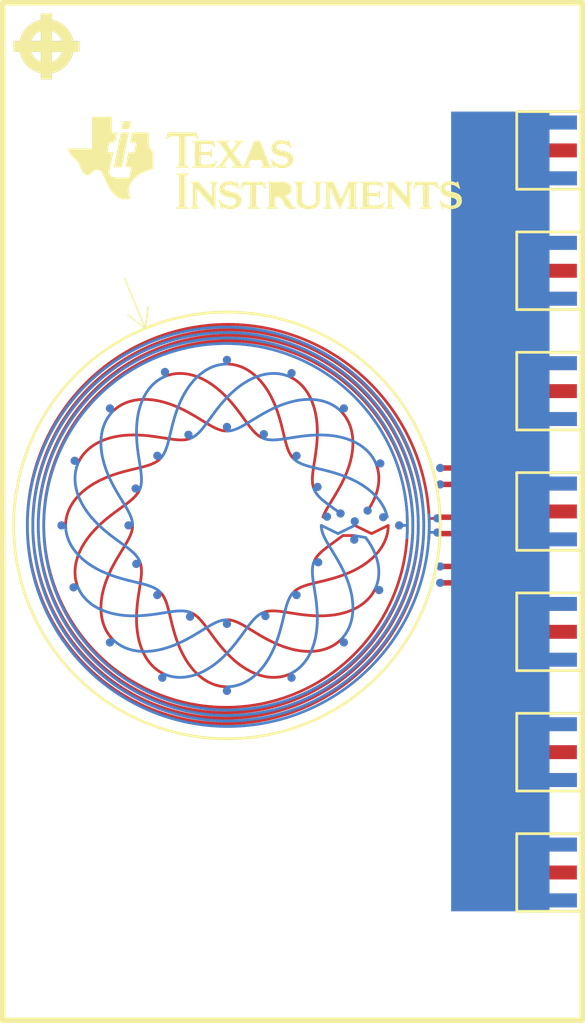
<source format=kicad_pcb>
(kicad_pcb (version 4) (generator "gerbview") (generator_version "8.0")
  (layers (0 F.Cu signal) (1 In1.Cu signal) (2 In2.Cu signal) (31 B.Cu signal) (34 B.Paste user) (35 F.Paste user) (36 B.SilkS user) (37 F.SilkS user) (38 B.Mask user) (39 F.Mask user) (44 Edge.Cuts user))
  (gr_line (start 11.12426 -78.33505) (end 13.03767 -73.71565) (layer F.SilkS) (width 0.127))
  (gr_line (start 13.03767 -73.71565) (end 11.45097 -74.93317) (layer F.SilkS) (width 0.127))
  (gr_line (start 13.03767 -73.71565) (end 13.29873 -75.69854) (layer F.SilkS) (width 0.127))
  (gr_arc (start 20.5 -55.7) (end 30.25 -72.5875) (angle 60.0000068) (layer F.SilkS) (width 0.254))
  (gr_arc (start 20.5 -55.7) (end 10.75 -72.5875) (angle 59.99998641) (layer F.SilkS) (width 0.254))
  (gr_arc (start 20.5 -55.7) (end 1 -55.7) (angle 60.0000068) (layer F.SilkS) (width 0.254))
  (gr_arc (start 20.5 -55.7) (end 10.75 -38.81251) (angle 59.99999211) (layer F.SilkS) (width 0.254))
  (gr_arc (start 20.5 -55.70001) (end 30.25 -38.81251) (angle 59.99998641) (layer F.SilkS) (width 0.254))
  (gr_arc (start 20.5 -55.70001) (end 40 -55.7) (angle 59.99997741) (layer F.SilkS) (width 0.254))
  (gr_poly (pts (xy 4.5 -97.02738) (xy 4.77254 -97.09736) (xy 5.06445 -97.21293) (xy 5.33957 -97.36418) (xy 5.59356 -97.54872) (xy 5.82242 -97.76363) (xy 6.02254 -98.00554) (xy 6.19077 -98.27062) (xy 6.32444 -98.55469) (xy 6.42146 -98.85328) (xy 6.44468 -98.975) (xy 7 -98.975) (xy 7 -99.975) (xy 6.44468 -99.975) (xy 6.42146 -100.09672) (xy 6.32444 -100.39531) (xy 6.19077 -100.67938) (xy 6.02254 -100.94446) (xy 5.82242 -101.18637) (xy 5.59356 -101.40128) (xy 5.33957 -101.58582) (xy 5.06445 -101.73707) (xy 4.77254 -101.85264) (xy 4.5 -101.92261) (xy 4.5 -102.475) (xy 3.5 -102.475) (xy 3.5 -101.92261) (xy 3.22746 -101.85264) (xy 2.93555 -101.73707) (xy 2.66043 -101.58582) (xy 2.40644 -101.40128) (xy 2.17758 -101.18637) (xy 1.97746 -100.94446) (xy 1.80923 -100.67938) (xy 1.67556 -100.39531) (xy 1.57854 -100.09672) (xy 1.55532 -99.975) (xy 2.58136 -99.975) (xy 2.67627 -100.19137) (xy 2.81223 -100.39948) (xy 2.9806 -100.58237) (xy 3.17677 -100.73505) (xy 3.39539 -100.85337) (xy 3.5 -100.88927) (xy 4.5 -100.88927) (xy 4.60461 -100.85337) (xy 4.82323 -100.73505) (xy 5.0194 -100.58237) (xy 5.18777 -100.39948) (xy 5.32373 -100.19137) (xy 5.41864 -99.975) (xy 4.5 -99.975) (xy 4.5 -100.88927) (xy 3.5 -100.88927) (xy 3.5 -99.975) (xy 2.58136 -99.975) (xy 1.55532 -99.975) (xy 1 -99.975) (xy 1 -98.975) (xy 1.55532 -98.975) (xy 2.58136 -98.975) (xy 3.5 -98.975) (xy 4.5 -98.975) (xy 5.41864 -98.975) (xy 5.32373 -98.75863) (xy 5.18777 -98.55052) (xy 5.0194 -98.36763) (xy 4.82323 -98.21495) (xy 4.60461 -98.09663) (xy 4.5 -98.06072) (xy 4.5 -98.975) (xy 3.5 -98.975) (xy 3.5 -98.06072) (xy 3.39539 -98.09663) (xy 3.17677 -98.21495) (xy 2.9806 -98.36763) (xy 2.81223 -98.55052) (xy 2.67627 -98.75863) (xy 2.58136 -98.975) (xy 1.55532 -98.975) (xy 1.57854 -98.85328) (xy 1.67556 -98.55469) (xy 1.80923 -98.27062) (xy 1.97746 -98.00554) (xy 2.17758 -97.76363) (xy 2.40644 -97.54872) (xy 2.66043 -97.36418) (xy 2.93555 -97.21293) (xy 3.22746 -97.09736) (xy 3.5 -97.02738) (xy 3.5 -96.475) (xy 4.5 -96.475)) (layer F.SilkS) (width 0))
  (gr_line (start 0 -10.475) (end 53 -10.475) (layer F.SilkS) (width 0.5))
  (gr_line (start 53 -10.475) (end 53 -103.475) (layer F.SilkS) (width 0.5))
  (gr_line (start 53 -103.475) (end 0 -103.475) (layer F.SilkS) (width 0.5))
  (gr_line (start 0 -103.475) (end 0 -10.475) (layer F.SilkS) (width 0.5))
  (gr_line (start 53 -86.425) (end 47 -86.425) (layer F.SilkS) (width 0.254))
  (gr_line (start 47 -86.425) (end 47 -93.525) (layer F.SilkS) (width 0.254))
  (gr_line (start 47 -93.525) (end 53 -93.525) (layer F.SilkS) (width 0.254))
  (gr_line (start 53 -93.525) (end 53 -86.425) (layer F.SilkS) (width 0.254))
  (gr_line (start 53 -75.425) (end 47 -75.425) (layer F.SilkS) (width 0.254))
  (gr_line (start 47 -75.425) (end 47 -82.525) (layer F.SilkS) (width 0.254))
  (gr_line (start 47 -82.525) (end 53 -82.525) (layer F.SilkS) (width 0.254))
  (gr_line (start 53 -82.525) (end 53 -75.425) (layer F.SilkS) (width 0.254))
  (gr_line (start 53 -64.425) (end 47 -64.425) (layer F.SilkS) (width 0.254))
  (gr_line (start 47 -64.425) (end 47 -71.525) (layer F.SilkS) (width 0.254))
  (gr_line (start 47 -71.525) (end 53 -71.525) (layer F.SilkS) (width 0.254))
  (gr_line (start 53 -71.525) (end 53 -64.425) (layer F.SilkS) (width 0.254))
  (gr_line (start 53 -53.425) (end 47 -53.425) (layer F.SilkS) (width 0.254))
  (gr_line (start 47 -53.425) (end 47 -60.525) (layer F.SilkS) (width 0.254))
  (gr_line (start 47 -60.525) (end 53 -60.525) (layer F.SilkS) (width 0.254))
  (gr_line (start 53 -60.525) (end 53 -53.425) (layer F.SilkS) (width 0.254))
  (gr_line (start 53 -42.425) (end 47 -42.425) (layer F.SilkS) (width 0.254))
  (gr_line (start 47 -42.425) (end 47 -49.525) (layer F.SilkS) (width 0.254))
  (gr_line (start 47 -49.525) (end 53 -49.525) (layer F.SilkS) (width 0.254))
  (gr_line (start 53 -49.525) (end 53 -42.425) (layer F.SilkS) (width 0.254))
  (gr_line (start 53 -31.425) (end 47 -31.425) (layer F.SilkS) (width 0.254))
  (gr_line (start 47 -31.425) (end 47 -38.525) (layer F.SilkS) (width 0.254))
  (gr_line (start 47 -38.525) (end 53 -38.525) (layer F.SilkS) (width 0.254))
  (gr_line (start 53 -38.525) (end 53 -31.425) (layer F.SilkS) (width 0.254))
  (gr_line (start 53 -20.425) (end 47 -20.425) (layer F.SilkS) (width 0.254))
  (gr_line (start 47 -20.425) (end 47 -27.525) (layer F.SilkS) (width 0.254))
  (gr_line (start 47 -27.525) (end 53 -27.525) (layer F.SilkS) (width 0.254))
  (gr_line (start 53 -27.525) (end 53 -20.425) (layer F.SilkS) (width 0.254))
  (gr_poly (pts (xy 11.7238 -92.62209) (xy 11.7238 -92.59075) (xy 11.7238 -92.55942) (xy 11.7238 -92.52825) (xy 11.69247 -92.52825) (xy 11.69247 -92.49692) (xy 11.69247 -92.46558) (xy 11.69247 -92.43442) (xy 11.69247 -92.40308) (xy 11.69247 -92.37175) (xy 11.66113 -92.37175) (xy 11.66113 -92.34058) (xy 11.66113 -92.30925) (xy 11.66113 -92.27791) (xy 11.66113 -92.24675) (xy 11.66113 -92.21541) (xy 11.62997 -92.21541) (xy 11.62997 -92.18408) (xy 11.62997 -92.15291) (xy 11.62997 -92.12158) (xy 11.62997 -92.09024) (xy 11.62997 -92.05908) (xy 11.59863 -92.05908) (xy 11.59863 -92.02774) (xy 11.59863 -91.99641) (xy 11.59863 -91.96524) (xy 11.59863 -91.9339) (xy 10.84795 -91.9339) (xy 10.84795 -91.96524) (xy 10.84795 -91.99641) (xy 10.87928 -91.99641) (xy 10.87928 -92.02774) (xy 10.87928 -92.05908) (xy 10.87928 -92.09024) (xy 10.87928 -92.12158) (xy 10.87928 -92.15291) (xy 10.91062 -92.15291) (xy 10.91062 -92.18408) (xy 10.91062 -92.21541) (xy 10.91062 -92.24675) (xy 10.91062 -92.27791) (xy 10.91062 -92.30925) (xy 10.94178 -92.30925) (xy 10.94178 -92.34058) (xy 10.94178 -92.37175) (xy 10.94178 -92.40308) (xy 10.94178 -92.43442) (xy 10.94178 -92.46558) (xy 10.97312 -92.46558) (xy 10.97312 -92.49692) (xy 10.97312 -92.52825) (xy 10.97312 -92.55942) (xy 10.97312 -92.59075) (xy 10.97312 -92.62209) (xy 11.00445 -92.62209) (xy 11.00445 -92.65325) (xy 11.7238 -92.65325)) (layer F.SilkS) (width 0))
  (gr_poly (pts (xy 17.72894 -91.5899) (xy 17.72894 -91.55856) (xy 17.72894 -91.5274) (xy 17.76027 -91.5274) (xy 17.76027 -91.49606) (xy 17.76027 -91.46473) (xy 17.76027 -91.43356) (xy 17.79144 -91.43356) (xy 17.79144 -91.40223) (xy 17.79144 -91.37089) (xy 17.79144 -91.33973) (xy 17.82277 -91.33973) (xy 17.82277 -91.30839) (xy 17.82277 -91.27706) (xy 17.82277 -91.24589) (xy 17.85411 -91.24589) (xy 17.85411 -91.21456) (xy 17.85411 -91.18322) (xy 17.85411 -91.15205) (xy 17.88527 -91.15205) (xy 17.88527 -91.12072) (xy 17.88527 -91.08938) (xy 17.88527 -91.05822) (xy 17.91661 -91.05822) (xy 17.91661 -91.02688) (xy 17.88527 -91.02688) (xy 17.88527 -90.99555) (xy 17.82277 -90.99555) (xy 17.82277 -91.02688) (xy 17.82277 -91.05822) (xy 17.79144 -91.05822) (xy 17.79144 -91.08938) (xy 17.76027 -91.08938) (xy 17.76027 -91.12072) (xy 17.72894 -91.12072) (xy 17.72894 -91.15205) (xy 17.66644 -91.15205) (xy 17.66644 -91.18322) (xy 17.6351 -91.18322) (xy 17.6351 -91.21456) (xy 17.54127 -91.21456) (xy 17.54127 -91.24589) (xy 17.4161 -91.24589) (xy 17.4161 -91.27706) (xy 16.75942 -91.27706) (xy 16.75942 -91.24589) (xy 16.72808 -91.24589) (xy 16.72808 -91.21456) (xy 16.72808 -91.18322) (xy 16.69675 -91.18322) (xy 16.69675 -91.15205) (xy 16.69675 -91.12072) (xy 16.69675 -91.08938) (xy 16.69675 -91.05822) (xy 16.69675 -91.02688) (xy 16.69675 -90.99555) (xy 16.69675 -90.96438) (xy 16.69675 -90.93305) (xy 16.69675 -90.90171) (xy 16.69675 -90.87055) (xy 16.69675 -90.83921) (xy 16.69675 -90.80805) (xy 16.69675 -90.77671) (xy 16.69675 -90.74538) (xy 16.69675 -90.71421) (xy 16.69675 -90.68288) (xy 16.69675 -90.65154) (xy 16.69675 -90.62021) (xy 16.69675 -90.58904) (xy 16.69675 -90.55771) (xy 16.69675 -90.52637) (xy 16.69675 -90.49521) (xy 16.69675 -90.46387) (xy 16.69675 -90.43271) (xy 16.69675 -90.40137) (xy 16.69675 -90.37004) (xy 16.69675 -90.33887) (xy 16.69675 -90.30753) (xy 16.69675 -90.2762) (xy 16.69675 -90.24503) (xy 16.69675 -90.2137) (xy 16.69675 -90.18236) (xy 16.69675 -90.1512) (xy 16.69675 -90.11986) (xy 16.69675 -90.08853) (xy 16.69675 -90.05736) (xy 16.69675 -90.02603) (xy 16.69675 -89.99469) (xy 16.69675 -89.96353) (xy 16.69675 -89.93219) (xy 16.69675 -89.90086) (xy 16.69675 -89.86969) (xy 16.69675 -89.83836) (xy 16.69675 -89.80702) (xy 16.69675 -89.77586) (xy 16.69675 -89.74452) (xy 16.69675 -89.71319) (xy 16.69675 -89.68202) (xy 16.69675 -89.65069) (xy 16.69675 -89.61935) (xy 16.69675 -89.58819) (xy 16.69675 -89.55685) (xy 16.69675 -89.52552) (xy 16.69675 -89.49435) (xy 16.69675 -89.46301) (xy 16.69675 -89.43185) (xy 16.69675 -89.40051) (xy 16.69675 -89.36918) (xy 16.69675 -89.33801) (xy 16.69675 -89.30668) (xy 16.69675 -89.27534) (xy 16.69675 -89.24418) (xy 16.69675 -89.21284) (xy 16.69675 -89.18151) (xy 16.69675 -89.15034) (xy 16.69675 -89.11901) (xy 16.69675 -89.08767) (xy 16.69675 -89.05651) (xy 16.69675 -89.02517) (xy 16.69675 -88.99384) (xy 16.69675 -88.96267) (xy 16.69675 -88.93134) (xy 16.69675 -88.9) (xy 16.69675 -88.86884) (xy 16.69675 -88.8375) (xy 16.69675 -88.80617) (xy 16.69675 -88.775) (xy 16.69675 -88.74366) (xy 16.69675 -88.71233) (xy 16.72808 -88.71233) (xy 16.72808 -88.68116) (xy 16.72808 -88.64983) (xy 16.72808 -88.61849) (xy 16.75942 -88.61849) (xy 16.75942 -88.58733) (xy 16.79058 -88.58733) (xy 16.79058 -88.55599) (xy 16.82192 -88.55599) (xy 16.82192 -88.52466) (xy 16.88442 -88.52466) (xy 16.88442 -88.49349) (xy 16.94709 -88.49349) (xy 16.94709 -88.46216) (xy 16.94709 -88.43082) (xy 16.94709 -88.39966) (xy 15.88356 -88.39966) (xy 15.88356 -88.43082) (xy 15.88356 -88.46216) (xy 15.88356 -88.49349) (xy 15.94623 -88.49349) (xy 15.94623 -88.52466) (xy 16.00873 -88.52466) (xy 16.00873 -88.55599) (xy 16.0399 -88.55599) (xy 16.0399 -88.58733) (xy 16.07123 -88.58733) (xy 16.07123 -88.61849) (xy 16.10257 -88.61849) (xy 16.10257 -88.64983) (xy 16.10257 -88.68116) (xy 16.10257 -88.71233) (xy 16.10257 -88.74366) (xy 16.1339 -88.74366) (xy 16.1339 -88.775) (xy 16.1339 -88.80617) (xy 16.1339 -88.8375) (xy 16.1339 -88.86884) (xy 16.1339 -88.9) (xy 16.1339 -88.93134) (xy 16.1339 -88.96267) (xy 16.1339 -88.99384) (xy 16.1339 -89.02517) (xy 16.1339 -89.05651) (xy 16.1339 -89.08767) (xy 16.1339 -89.11901) (xy 16.1339 -89.15034) (xy 16.1339 -89.18151) (xy 16.1339 -89.21284) (xy 16.1339 -89.24418) (xy 16.1339 -89.27534) (xy 16.1339 -89.30668) (xy 16.1339 -89.33801) (xy 16.1339 -89.36918) (xy 16.1339 -89.40051) (xy 16.1339 -89.43185) (xy 16.1339 -89.46301) (xy 16.1339 -89.49435) (xy 16.1339 -89.52552) (xy 16.1339 -89.55685) (xy 16.1339 -89.58819) (xy 16.1339 -89.61935) (xy 16.1339 -89.65069) (xy 16.1339 -89.68202) (xy 16.1339 -89.71319) (xy 16.1339 -89.74452) (xy 16.1339 -89.77586) (xy 16.1339 -89.80702) (xy 16.1339 -89.83836) (xy 16.1339 -89.86969) (xy 16.1339 -89.90086) (xy 16.1339 -89.93219) (xy 16.1339 -89.96353) (xy 16.1339 -89.99469) (xy 16.1339 -90.02603) (xy 16.1339 -90.05736) (xy 16.1339 -90.08853) (xy 16.1339 -90.11986) (xy 16.1339 -90.1512) (xy 16.1339 -90.18236) (xy 16.1339 -90.2137) (xy 16.1339 -90.24503) (xy 16.1339 -90.2762) (xy 16.1339 -90.30753) (xy 16.1339 -90.33887) (xy 16.1339 -90.37004) (xy 16.1339 -90.40137) (xy 16.1339 -90.43271) (xy 16.1339 -90.46387) (xy 16.1339 -90.49521) (xy 16.1339 -90.52637) (xy 16.1339 -90.55771) (xy 16.1339 -90.58904) (xy 16.1339 -90.62021) (xy 16.1339 -90.65154) (xy 16.1339 -90.68288) (xy 16.1339 -90.71421) (xy 16.1339 -90.74538) (xy 16.1339 -90.77671) (xy 16.1339 -90.80805) (xy 16.1339 -90.83921) (xy 16.1339 -90.87055) (xy 16.1339 -90.90171) (xy 16.1339 -90.93305) (xy 16.1339 -90.96438) (xy 16.1339 -90.99555) (xy 16.1339 -91.02688) (xy 16.1339 -91.05822) (xy 16.1339 -91.08938) (xy 16.1339 -91.12072) (xy 16.1339 -91.15205) (xy 16.10257 -91.15205) (xy 16.10257 -91.18322) (xy 16.10257 -91.21456) (xy 16.10257 -91.24589) (xy 16.0399 -91.24589) (xy 16.0399 -91.27706) (xy 15.41438 -91.27706) (xy 15.41438 -91.24589) (xy 15.28938 -91.24589) (xy 15.28938 -91.21456) (xy 15.19555 -91.21456) (xy 15.19555 -91.18322) (xy 15.16421 -91.18322) (xy 15.16421 -91.15205) (xy 15.10171 -91.15205) (xy 15.10171 -91.12072) (xy 15.07038 -91.12072) (xy 15.07038 -91.08938) (xy 15.03921 -91.08938) (xy 15.03921 -91.05822) (xy 15.00788 -91.05822) (xy 15.00788 -91.02688) (xy 14.97654 -91.02688) (xy 14.97654 -90.99555) (xy 14.94521 -90.99555) (xy 14.94521 -91.02688) (xy 14.91404 -91.02688) (xy 14.91404 -91.05822) (xy 14.91404 -91.08938) (xy 14.91404 -91.12072) (xy 14.94521 -91.12072) (xy 14.94521 -91.15205) (xy 14.94521 -91.18322) (xy 14.97654 -91.18322) (xy 14.97654 -91.21456) (xy 14.97654 -91.24589) (xy 14.97654 -91.27706) (xy 15.00788 -91.27706) (xy 15.00788 -91.30839) (xy 15.00788 -91.33973) (xy 15.00788 -91.37089) (xy 15.03921 -91.37089) (xy 15.03921 -91.40223) (xy 15.03921 -91.43356) (xy 15.03921 -91.46473) (xy 15.07038 -91.46473) (xy 15.07038 -91.49606) (xy 15.07038 -91.5274) (xy 15.07038 -91.55856) (xy 15.10171 -91.55856) (xy 15.10171 -91.5899) (xy 15.10171 -91.62123) (xy 17.72894 -91.62123)) (layer F.SilkS) (width 0))
  (gr_poly (pts (xy 19.26147 -90.83921) (xy 19.26147 -90.80805) (xy 19.29281 -90.80805) (xy 19.29281 -90.77671) (xy 19.29281 -90.74538) (xy 19.32414 -90.74538) (xy 19.32414 -90.71421) (xy 19.32414 -90.68288) (xy 19.32414 -90.65154) (xy 19.35531 -90.65154) (xy 19.35531 -90.62021) (xy 19.35531 -90.58904) (xy 19.35531 -90.55771) (xy 19.38664 -90.55771) (xy 19.38664 -90.52637) (xy 19.38664 -90.49521) (xy 19.38664 -90.46387) (xy 19.41798 -90.46387) (xy 19.41798 -90.43271) (xy 19.41798 -90.40137) (xy 19.44914 -90.40137) (xy 19.44914 -90.37004) (xy 19.44914 -90.33887) (xy 19.44914 -90.30753) (xy 19.44914 -90.2762) (xy 19.35531 -90.2762) (xy 19.35531 -90.30753) (xy 19.32414 -90.30753) (xy 19.32414 -90.33887) (xy 19.29281 -90.33887) (xy 19.29281 -90.37004) (xy 19.26147 -90.37004) (xy 19.26147 -90.40137) (xy 19.23031 -90.40137) (xy 19.23031 -90.43271) (xy 19.19897 -90.43271) (xy 19.19897 -90.46387) (xy 19.13647 -90.46387) (xy 19.13647 -90.49521) (xy 19.0738 -90.49521) (xy 19.0738 -90.52637) (xy 18.97997 -90.52637) (xy 18.97997 -90.55771) (xy 18.16678 -90.55771) (xy 18.16678 -90.52637) (xy 18.13562 -90.52637) (xy 18.13562 -90.49521) (xy 18.10428 -90.49521) (xy 18.10428 -90.46387) (xy 18.10428 -90.43271) (xy 18.10428 -90.40137) (xy 18.10428 -90.37004) (xy 18.10428 -90.33887) (xy 18.10428 -90.30753) (xy 18.10428 -90.2762) (xy 18.10428 -90.24503) (xy 18.10428 -90.2137) (xy 18.10428 -90.18236) (xy 18.10428 -90.1512) (xy 18.10428 -90.11986) (xy 18.10428 -90.08853) (xy 18.10428 -90.05736) (xy 18.10428 -90.02603) (xy 18.10428 -89.99469) (xy 18.10428 -89.96353) (xy 18.10428 -89.93219) (xy 18.10428 -89.90086) (xy 18.10428 -89.86969) (xy 18.10428 -89.83836) (xy 18.91747 -89.83836) (xy 18.91747 -89.86969) (xy 18.97997 -89.86969) (xy 18.97997 -89.90086) (xy 19.0113 -89.90086) (xy 19.0113 -89.93219) (xy 19.0113 -89.96353) (xy 19.04264 -89.96353) (xy 19.04264 -89.99469) (xy 19.04264 -90.02603) (xy 19.13647 -90.02603) (xy 19.13647 -89.99469) (xy 19.13647 -89.96353) (xy 19.13647 -89.93219) (xy 19.13647 -89.90086) (xy 19.13647 -89.86969) (xy 19.13647 -89.83836) (xy 19.13647 -89.80702) (xy 19.13647 -89.77586) (xy 19.13647 -89.74452) (xy 19.13647 -89.71319) (xy 19.13647 -89.68202) (xy 19.13647 -89.65069) (xy 19.13647 -89.61935) (xy 19.13647 -89.58819) (xy 19.13647 -89.55685) (xy 19.13647 -89.52552) (xy 19.13647 -89.49435) (xy 19.13647 -89.46301) (xy 19.13647 -89.43185) (xy 19.13647 -89.40051) (xy 19.13647 -89.36918) (xy 19.13647 -89.33801) (xy 19.04264 -89.33801) (xy 19.04264 -89.36918) (xy 19.04264 -89.40051) (xy 19.04264 -89.43185) (xy 19.0113 -89.43185) (xy 19.0113 -89.46301) (xy 18.97997 -89.46301) (xy 18.97997 -89.49435) (xy 18.9488 -89.49435) (xy 18.9488 -89.52552) (xy 18.85497 -89.52552) (xy 18.85497 -89.55685) (xy 18.10428 -89.55685) (xy 18.10428 -89.52552) (xy 18.10428 -89.49435) (xy 18.10428 -89.46301) (xy 18.10428 -89.43185) (xy 18.10428 -89.40051) (xy 18.10428 -89.36918) (xy 18.10428 -89.33801) (xy 18.10428 -89.30668) (xy 18.10428 -89.27534) (xy 18.10428 -89.24418) (xy 18.10428 -89.21284) (xy 18.10428 -89.18151) (xy 18.10428 -89.15034) (xy 18.10428 -89.11901) (xy 18.10428 -89.08767) (xy 18.10428 -89.05651) (xy 18.10428 -89.02517) (xy 18.10428 -88.99384) (xy 18.10428 -88.96267) (xy 18.10428 -88.93134) (xy 18.10428 -88.9) (xy 18.10428 -88.86884) (xy 18.10428 -88.8375) (xy 18.10428 -88.80617) (xy 18.10428 -88.775) (xy 18.13562 -88.775) (xy 18.13562 -88.74366) (xy 18.13562 -88.71233) (xy 18.22945 -88.71233) (xy 18.22945 -88.68116) (xy 18.88613 -88.68116) (xy 18.88613 -88.71233) (xy 19.10514 -88.71233) (xy 19.10514 -88.74366) (xy 19.19897 -88.74366) (xy 19.19897 -88.775) (xy 19.26147 -88.775) (xy 19.26147 -88.80617) (xy 19.29281 -88.80617) (xy 19.29281 -88.8375) (xy 19.35531 -88.8375) (xy 19.35531 -88.86884) (xy 19.38664 -88.86884) (xy 19.38664 -88.9) (xy 19.41798 -88.9) (xy 19.41798 -88.93134) (xy 19.44914 -88.93134) (xy 19.44914 -88.96267) (xy 19.48048 -88.96267) (xy 19.48048 -88.99384) (xy 19.51181 -88.99384) (xy 19.51181 -89.02517) (xy 19.54298 -89.02517) (xy 19.54298 -88.99384) (xy 19.57432 -88.99384) (xy 19.57432 -88.96267) (xy 19.57432 -88.93134) (xy 19.54298 -88.93134) (xy 19.54298 -88.9) (xy 19.54298 -88.86884) (xy 19.54298 -88.8375) (xy 19.51181 -88.8375) (xy 19.51181 -88.80617) (xy 19.51181 -88.775) (xy 19.48048 -88.775) (xy 19.48048 -88.74366) (xy 19.48048 -88.71233) (xy 19.48048 -88.68116) (xy 19.44914 -88.68116) (xy 19.44914 -88.64983) (xy 19.44914 -88.61849) (xy 19.41798 -88.61849) (xy 19.41798 -88.58733) (xy 19.41798 -88.55599) (xy 19.41798 -88.52466) (xy 19.38664 -88.52466) (xy 19.38664 -88.49349) (xy 19.38664 -88.46216) (xy 19.35531 -88.46216) (xy 19.35531 -88.43082) (xy 19.35531 -88.39966) (xy 17.32243 -88.39966) (xy 17.32243 -88.43082) (xy 17.32243 -88.46216) (xy 17.32243 -88.49349) (xy 17.4161 -88.49349) (xy 17.4161 -88.52466) (xy 17.47877 -88.52466) (xy 17.47877 -88.55599) (xy 17.5101 -88.55599) (xy 17.5101 -88.58733) (xy 17.54127 -88.58733) (xy 17.54127 -88.61849) (xy 17.54127 -88.64983) (xy 17.5726 -88.64983) (xy 17.5726 -88.68116) (xy 17.5726 -88.71233) (xy 17.5726 -88.74366) (xy 17.5726 -88.775) (xy 17.5726 -88.80617) (xy 17.5726 -88.8375) (xy 17.5726 -88.86884) (xy 17.5726 -88.9) (xy 17.5726 -88.93134) (xy 17.5726 -88.96267) (xy 17.5726 -88.99384) (xy 17.5726 -89.02517) (xy 17.5726 -89.05651) (xy 17.5726 -89.08767) (xy 17.5726 -89.11901) (xy 17.5726 -89.15034) (xy 17.5726 -89.18151) (xy 17.5726 -89.21284) (xy 17.5726 -89.24418) (xy 17.5726 -89.27534) (xy 17.5726 -89.30668) (xy 17.5726 -89.33801) (xy 17.5726 -89.36918) (xy 17.5726 -89.40051) (xy 17.5726 -89.43185) (xy 17.5726 -89.46301) (xy 17.5726 -89.49435) (xy 17.5726 -89.52552) (xy 17.5726 -89.55685) (xy 17.5726 -89.58819) (xy 17.5726 -89.61935) (xy 17.5726 -89.65069) (xy 17.5726 -89.68202) (xy 17.5726 -89.71319) (xy 17.5726 -89.74452) (xy 17.5726 -89.77586) (xy 17.5726 -89.80702) (xy 17.5726 -89.83836) (xy 17.5726 -89.86969) (xy 17.5726 -89.90086) (xy 17.5726 -89.93219) (xy 17.5726 -89.96353) (xy 17.5726 -89.99469) (xy 17.5726 -90.02603) (xy 17.5726 -90.05736) (xy 17.5726 -90.08853) (xy 17.5726 -90.11986) (xy 17.5726 -90.1512) (xy 17.5726 -90.18236) (xy 17.5726 -90.2137) (xy 17.5726 -90.24503) (xy 17.5726 -90.2762) (xy 17.5726 -90.30753) (xy 17.5726 -90.33887) (xy 17.5726 -90.37004) (xy 17.5726 -90.40137) (xy 17.5726 -90.43271) (xy 17.5726 -90.46387) (xy 17.5726 -90.49521) (xy 17.5726 -90.52637) (xy 17.5726 -90.55771) (xy 17.5726 -90.58904) (xy 17.5726 -90.62021) (xy 17.54127 -90.62021) (xy 17.54127 -90.65154) (xy 17.54127 -90.68288) (xy 17.5101 -90.68288) (xy 17.5101 -90.71421) (xy 17.47877 -90.71421) (xy 17.47877 -90.74538) (xy 17.38493 -90.74538) (xy 17.38493 -90.77671) (xy 17.32243 -90.77671) (xy 17.32243 -90.80805) (xy 17.32243 -90.83921) (xy 17.32243 -90.87055) (xy 19.26147 -90.87055)) (layer F.SilkS) (width 0))
  (gr_poly (pts (xy 25.67329 -90.87055) (xy 25.79846 -90.87055) (xy 25.79846 -90.83921) (xy 25.89229 -90.83921) (xy 25.89229 -90.80805) (xy 25.9548 -90.80805) (xy 25.9548 -90.77671) (xy 26.0173 -90.77671) (xy 26.0173 -90.74538) (xy 26.04863 -90.74538) (xy 26.04863 -90.77671) (xy 26.07997 -90.77671) (xy 26.07997 -90.80805) (xy 26.07997 -90.83921) (xy 26.07997 -90.87055) (xy 26.20497 -90.87055) (xy 26.20497 -90.83921) (xy 26.2363 -90.83921) (xy 26.2363 -90.80805) (xy 26.2363 -90.77671) (xy 26.2363 -90.74538) (xy 26.2363 -90.71421) (xy 26.26764 -90.71421) (xy 26.26764 -90.68288) (xy 26.26764 -90.65154) (xy 26.26764 -90.62021) (xy 26.2988 -90.62021) (xy 26.2988 -90.58904) (xy 26.2988 -90.55771) (xy 26.2988 -90.52637) (xy 26.2988 -90.49521) (xy 26.33014 -90.49521) (xy 26.33014 -90.46387) (xy 26.33014 -90.43271) (xy 26.33014 -90.40137) (xy 26.36147 -90.40137) (xy 26.36147 -90.37004) (xy 26.36147 -90.33887) (xy 26.36147 -90.30753) (xy 26.36147 -90.2762) (xy 26.39264 -90.2762) (xy 26.39264 -90.24503) (xy 26.39264 -90.2137) (xy 26.36147 -90.2137) (xy 26.36147 -90.18236) (xy 26.2988 -90.18236) (xy 26.2988 -90.2137) (xy 26.26764 -90.2137) (xy 26.26764 -90.24503) (xy 26.2363 -90.24503) (xy 26.2363 -90.2762) (xy 26.20497 -90.2762) (xy 26.20497 -90.30753) (xy 26.1738 -90.30753) (xy 26.1738 -90.33887) (xy 26.14247 -90.33887) (xy 26.14247 -90.37004) (xy 26.11113 -90.37004) (xy 26.11113 -90.40137) (xy 26.04863 -90.40137) (xy 26.04863 -90.43271) (xy 26.0173 -90.43271) (xy 26.0173 -90.46387) (xy 25.9548 -90.46387) (xy 25.9548 -90.49521) (xy 25.86096 -90.49521) (xy 25.86096 -90.52637) (xy 25.76712 -90.52637) (xy 25.76712 -90.55771) (xy 25.64195 -90.55771) (xy 25.64195 -90.58904) (xy 25.36062 -90.58904) (xy 25.36062 -90.55771) (xy 25.23545 -90.55771) (xy 25.23545 -90.52637) (xy 25.17295 -90.52637) (xy 25.17295 -90.49521) (xy 25.11028 -90.49521) (xy 25.11028 -90.46387) (xy 25.07911 -90.46387) (xy 25.07911 -90.43271) (xy 25.07911 -90.40137) (xy 25.04777 -90.40137) (xy 25.04777 -90.37004) (xy 25.04777 -90.33887) (xy 25.04777 -90.30753) (xy 25.04777 -90.2762) (xy 25.04777 -90.24503) (xy 25.04777 -90.2137) (xy 25.04777 -90.18236) (xy 25.04777 -90.1512) (xy 25.07911 -90.1512) (xy 25.07911 -90.11986) (xy 25.11028 -90.11986) (xy 25.11028 -90.08853) (xy 25.14161 -90.08853) (xy 25.14161 -90.05736) (xy 25.23545 -90.05736) (xy 25.23545 -90.02603) (xy 25.32928 -90.02603) (xy 25.32928 -89.99469) (xy 25.45445 -89.99469) (xy 25.45445 -89.96353) (xy 25.57945 -89.96353) (xy 25.57945 -89.93219) (xy 25.73596 -89.93219) (xy 25.73596 -89.90086) (xy 25.86096 -89.90086) (xy 25.86096 -89.86969) (xy 25.98613 -89.86969) (xy 25.98613 -89.83836) (xy 26.07997 -89.83836) (xy 26.07997 -89.80702) (xy 26.14247 -89.80702) (xy 26.14247 -89.77586) (xy 26.20497 -89.77586) (xy 26.20497 -89.74452) (xy 26.26764 -89.74452) (xy 26.26764 -89.71319) (xy 26.33014 -89.71319) (xy 26.33014 -89.68202) (xy 26.36147 -89.68202) (xy 26.36147 -89.65069) (xy 26.39264 -89.65069) (xy 26.39264 -89.61935) (xy 26.42397 -89.61935) (xy 26.42397 -89.58819) (xy 26.45531 -89.58819) (xy 26.45531 -89.55685) (xy 26.45531 -89.52552) (xy 26.48647 -89.52552) (xy 26.48647 -89.49435) (xy 26.48647 -89.46301) (xy 26.51781 -89.46301) (xy 26.51781 -89.43185) (xy 26.51781 -89.40051) (xy 26.51781 -89.36918) (xy 26.54914 -89.36918) (xy 26.54914 -89.33801) (xy 26.54914 -89.30668) (xy 26.54914 -89.27534) (xy 26.54914 -89.24418) (xy 26.54914 -89.21284) (xy 26.54914 -89.18151) (xy 26.54914 -89.15034) (xy 26.54914 -89.11901) (xy 26.54914 -89.08767) (xy 26.54914 -89.05651) (xy 26.54914 -89.02517) (xy 26.54914 -88.99384) (xy 26.54914 -88.96267) (xy 26.54914 -88.93134) (xy 26.51781 -88.93134) (xy 26.51781 -88.9) (xy 26.51781 -88.86884) (xy 26.51781 -88.8375) (xy 26.48647 -88.8375) (xy 26.48647 -88.80617) (xy 26.48647 -88.775) (xy 26.45531 -88.775) (xy 26.45531 -88.74366) (xy 26.45531 -88.71233) (xy 26.42397 -88.71233) (xy 26.42397 -88.68116) (xy 26.39264 -88.68116) (xy 26.39264 -88.64983) (xy 26.36147 -88.64983) (xy 26.36147 -88.61849) (xy 26.33014 -88.61849) (xy 26.33014 -88.58733) (xy 26.2988 -88.58733) (xy 26.2988 -88.55599) (xy 26.26764 -88.55599) (xy 26.26764 -88.52466) (xy 26.20497 -88.52466) (xy 26.20497 -88.49349) (xy 26.14247 -88.49349) (xy 26.14247 -88.46216) (xy 26.07997 -88.46216) (xy 26.07997 -88.43082) (xy 25.98613 -88.43082) (xy 25.98613 -88.39966) (xy 25.86096 -88.39966) (xy 25.86096 -88.36832) (xy 25.29795 -88.36832) (xy 25.29795 -88.39966) (xy 25.17295 -88.39966) (xy 25.17295 -88.43082) (xy 25.07911 -88.43082) (xy 25.07911 -88.46216) (xy 25.01644 -88.46216) (xy 25.01644 -88.49349) (xy 24.95394 -88.49349) (xy 24.95394 -88.52466) (xy 24.89144 -88.52466) (xy 24.89144 -88.49349) (xy 24.8601 -88.49349) (xy 24.8601 -88.46216) (xy 24.8601 -88.43082) (xy 24.8601 -88.39966) (xy 24.70377 -88.39966) (xy 24.70377 -88.43082) (xy 24.70377 -88.46216) (xy 24.70377 -88.49349) (xy 24.70377 -88.52466) (xy 24.67243 -88.52466) (xy 24.67243 -88.55599) (xy 24.67243 -88.58733) (xy 24.67243 -88.61849) (xy 24.6411 -88.61849) (xy 24.6411 -88.64983) (xy 24.6411 -88.68116) (xy 24.6411 -88.71233) (xy 24.6411 -88.74366) (xy 24.60993 -88.74366) (xy 24.60993 -88.775) (xy 24.60993 -88.80617) (xy 24.60993 -88.8375) (xy 24.60993 -88.86884) (xy 24.5786 -88.86884) (xy 24.5786 -88.9) (xy 24.5786 -88.93134) (xy 24.5786 -88.96267) (xy 24.5786 -88.99384) (xy 24.54726 -88.99384) (xy 24.54726 -89.02517) (xy 24.54726 -89.05651) (xy 24.54726 -89.08767) (xy 24.5161 -89.08767) (xy 24.5161 -89.11901) (xy 24.5161 -89.15034) (xy 24.54726 -89.15034) (xy 24.54726 -89.18151) (xy 24.60993 -89.18151) (xy 24.60993 -89.15034) (xy 24.6411 -89.15034) (xy 24.6411 -89.11901) (xy 24.67243 -89.11901) (xy 24.67243 -89.08767) (xy 24.70377 -89.08767) (xy 24.70377 -89.05651) (xy 24.7351 -89.05651) (xy 24.7351 -89.02517) (xy 24.76627 -89.02517) (xy 24.76627 -88.99384) (xy 24.7976 -88.99384) (xy 24.7976 -88.96267) (xy 24.82877 -88.96267) (xy 24.82877 -88.93134) (xy 24.8601 -88.93134) (xy 24.8601 -88.9) (xy 24.89144 -88.9) (xy 24.89144 -88.86884) (xy 24.95394 -88.86884) (xy 24.95394 -88.8375) (xy 25.01644 -88.8375) (xy 25.01644 -88.80617) (xy 25.04777 -88.80617) (xy 25.04777 -88.775) (xy 25.14161 -88.775) (xy 25.14161 -88.74366) (xy 25.20411 -88.74366) (xy 25.20411 -88.71233) (xy 25.32928 -88.71233) (xy 25.32928 -88.68116) (xy 25.76712 -88.68116) (xy 25.76712 -88.71233) (xy 25.86096 -88.71233) (xy 25.86096 -88.74366) (xy 25.92346 -88.74366) (xy 25.92346 -88.775) (xy 25.9548 -88.775) (xy 25.9548 -88.80617) (xy 25.98613 -88.80617) (xy 25.98613 -88.8375) (xy 26.0173 -88.8375) (xy 26.0173 -88.86884) (xy 26.04863 -88.86884) (xy 26.04863 -88.9) (xy 26.04863 -88.93134) (xy 26.04863 -88.96267) (xy 26.07997 -88.96267) (xy 26.07997 -88.99384) (xy 26.07997 -89.02517) (xy 26.07997 -89.05651) (xy 26.07997 -89.08767) (xy 26.07997 -89.11901) (xy 26.04863 -89.11901) (xy 26.04863 -89.15034) (xy 26.04863 -89.18151) (xy 26.04863 -89.21284) (xy 26.0173 -89.21284) (xy 26.0173 -89.24418) (xy 25.98613 -89.24418) (xy 25.98613 -89.27534) (xy 25.9548 -89.27534) (xy 25.9548 -89.30668) (xy 25.89229 -89.30668) (xy 25.89229 -89.33801) (xy 25.79846 -89.33801) (xy 25.79846 -89.36918) (xy 25.67329 -89.36918) (xy 25.67329 -89.40051) (xy 25.54829 -89.40051) (xy 25.54829 -89.43185) (xy 25.39178 -89.43185) (xy 25.39178 -89.46301) (xy 25.26678 -89.46301) (xy 25.26678 -89.49435) (xy 25.14161 -89.49435) (xy 25.14161 -89.52552) (xy 25.04777 -89.52552) (xy 25.04777 -89.55685) (xy 24.98527 -89.55685) (xy 24.98527 -89.58819) (xy 24.9226 -89.58819) (xy 24.9226 -89.61935) (xy 24.8601 -89.61935) (xy 24.8601 -89.65069) (xy 24.82877 -89.65069) (xy 24.82877 -89.68202) (xy 24.7976 -89.68202) (xy 24.7976 -89.71319) (xy 24.7351 -89.71319) (xy 24.7351 -89.74452) (xy 24.7351 -89.77586) (xy 24.70377 -89.77586) (xy 24.70377 -89.80702) (xy 24.67243 -89.80702) (xy 24.67243 -89.83836) (xy 24.67243 -89.86969) (xy 24.6411 -89.86969) (xy 24.6411 -89.90086) (xy 24.6411 -89.93219) (xy 24.60993 -89.93219) (xy 24.60993 -89.96353) (xy 24.60993 -89.99469) (xy 24.60993 -90.02603) (xy 24.60993 -90.05736) (xy 24.5786 -90.05736) (xy 24.5786 -90.08853) (xy 24.5786 -90.11986) (xy 24.5786 -90.1512) (xy 24.5786 -90.18236) (xy 24.5786 -90.2137) (xy 24.5786 -90.24503) (xy 24.5786 -90.2762) (xy 24.5786 -90.30753) (xy 24.60993 -90.30753) (xy 24.60993 -90.33887) (xy 24.60993 -90.37004) (xy 24.60993 -90.40137) (xy 24.60993 -90.43271) (xy 24.6411 -90.43271) (xy 24.6411 -90.46387) (xy 24.6411 -90.49521) (xy 24.67243 -90.49521) (xy 24.67243 -90.52637) (xy 24.67243 -90.55771) (xy 24.70377 -90.55771) (xy 24.70377 -90.58904) (xy 24.7351 -90.58904) (xy 24.7351 -90.62021) (xy 24.76627 -90.62021) (xy 24.76627 -90.65154) (xy 24.7976 -90.65154) (xy 24.7976 -90.68288) (xy 24.82877 -90.68288) (xy 24.82877 -90.71421) (xy 24.8601 -90.71421) (xy 24.8601 -90.74538) (xy 24.89144 -90.74538) (xy 24.89144 -90.77671) (xy 24.95394 -90.77671) (xy 24.95394 -90.80805) (xy 25.01644 -90.80805) (xy 25.01644 -90.83921) (xy 25.11028 -90.83921) (xy 25.11028 -90.87055) (xy 25.26678 -90.87055) (xy 25.26678 -90.90171) (xy 25.67329 -90.90171)) (layer F.SilkS) (width 0))
  (gr_poly (pts (xy 23.54657 -90.83921) (xy 23.54657 -90.80805) (xy 23.57774 -90.80805) (xy 23.57774 -90.77671) (xy 23.57774 -90.74538) (xy 23.57774 -90.71421) (xy 23.60908 -90.71421) (xy 23.60908 -90.68288) (xy 23.60908 -90.65154) (xy 23.60908 -90.62021) (xy 23.64024 -90.62021) (xy 23.64024 -90.58904) (xy 23.64024 -90.55771) (xy 23.67158 -90.55771) (xy 23.67158 -90.52637) (xy 23.67158 -90.49521) (xy 23.67158 -90.46387) (xy 23.70291 -90.46387) (xy 23.70291 -90.43271) (xy 23.70291 -90.40137) (xy 23.73408 -90.40137) (xy 23.73408 -90.37004) (xy 23.73408 -90.33887) (xy 23.73408 -90.30753) (xy 23.76541 -90.30753) (xy 23.76541 -90.2762) (xy 23.76541 -90.24503) (xy 23.76541 -90.2137) (xy 23.79675 -90.2137) (xy 23.79675 -90.18236) (xy 23.79675 -90.1512) (xy 23.82791 -90.1512) (xy 23.82791 -90.11986) (xy 23.82791 -90.08853) (xy 23.82791 -90.05736) (xy 23.85925 -90.05736) (xy 23.85925 -90.02603) (xy 23.85925 -89.99469) (xy 23.85925 -89.96353) (xy 23.89058 -89.96353) (xy 23.89058 -89.93219) (xy 23.89058 -89.90086) (xy 23.92175 -89.90086) (xy 23.92175 -89.86969) (xy 23.92175 -89.83836) (xy 23.92175 -89.80702) (xy 23.95308 -89.80702) (xy 23.95308 -89.77586) (xy 23.95308 -89.74452) (xy 23.98442 -89.74452) (xy 23.98442 -89.71319) (xy 23.98442 -89.68202) (xy 23.98442 -89.65069) (xy 24.01558 -89.65069) (xy 24.01558 -89.61935) (xy 24.01558 -89.58819) (xy 24.01558 -89.55685) (xy 24.04692 -89.55685) (xy 24.04692 -89.52552) (xy 24.04692 -89.49435) (xy 24.07825 -89.49435) (xy 24.07825 -89.46301) (xy 24.07825 -89.43185) (xy 24.07825 -89.40051) (xy 24.10942 -89.40051) (xy 24.10942 -89.36918) (xy 24.10942 -89.33801) (xy 24.10942 -89.30668) (xy 24.14075 -89.30668) (xy 24.14075 -89.27534) (xy 24.14075 -89.24418) (xy 24.17209 -89.24418) (xy 24.17209 -89.21284) (xy 24.17209 -89.18151) (xy 24.17209 -89.15034) (xy 24.20325 -89.15034) (xy 24.20325 -89.11901) (xy 24.20325 -89.08767) (xy 24.23459 -89.08767) (xy 24.23459 -89.05651) (xy 24.23459 -89.02517) (xy 24.23459 -88.99384) (xy 24.26592 -88.99384) (xy 24.26592 -88.96267) (xy 24.26592 -88.93134) (xy 24.26592 -88.9) (xy 24.29709 -88.9) (xy 24.29709 -88.86884) (xy 24.29709 -88.8375) (xy 24.32842 -88.8375) (xy 24.32842 -88.80617) (xy 24.32842 -88.775) (xy 24.32842 -88.74366) (xy 24.35976 -88.74366) (xy 24.35976 -88.71233) (xy 24.35976 -88.68116) (xy 24.39093 -88.68116) (xy 24.39093 -88.64983) (xy 24.42226 -88.64983) (xy 24.42226 -88.61849) (xy 24.4536 -88.61849) (xy 24.4536 -88.58733) (xy 24.48476 -88.58733) (xy 24.48476 -88.55599) (xy 24.5161 -88.55599) (xy 24.5161 -88.52466) (xy 24.5786 -88.52466) (xy 24.5786 -88.49349) (xy 24.60993 -88.49349) (xy 24.60993 -88.46216) (xy 24.60993 -88.43082) (xy 24.60993 -88.39966) (xy 23.57774 -88.39966) (xy 23.57774 -88.43082) (xy 23.57774 -88.46216) (xy 23.57774 -88.49349) (xy 23.67158 -88.49349) (xy 23.67158 -88.52466) (xy 23.70291 -88.52466) (xy 23.70291 -88.55599) (xy 23.73408 -88.55599) (xy 23.73408 -88.58733) (xy 23.76541 -88.58733) (xy 23.76541 -88.61849) (xy 23.76541 -88.64983) (xy 23.76541 -88.68116) (xy 23.76541 -88.71233) (xy 23.76541 -88.74366) (xy 23.73408 -88.74366) (xy 23.73408 -88.775) (xy 23.73408 -88.80617) (xy 23.73408 -88.8375) (xy 23.70291 -88.8375) (xy 23.70291 -88.86884) (xy 23.70291 -88.9) (xy 23.67158 -88.9) (xy 23.67158 -88.93134) (xy 23.67158 -88.96267) (xy 23.67158 -88.99384) (xy 23.64024 -88.99384) (xy 23.64024 -89.02517) (xy 23.64024 -89.05651) (xy 23.64024 -89.08767) (xy 22.60822 -89.08767) (xy 22.60822 -89.05651) (xy 22.60822 -89.02517) (xy 22.60822 -88.99384) (xy 22.57688 -88.99384) (xy 22.57688 -88.96267) (xy 22.57688 -88.93134) (xy 22.54555 -88.93134) (xy 22.54555 -88.9) (xy 22.54555 -88.86884) (xy 22.54555 -88.8375) (xy 22.51438 -88.8375) (xy 22.51438 -88.80617) (xy 22.51438 -88.775) (xy 22.51438 -88.74366) (xy 22.48305 -88.74366) (xy 22.48305 -88.71233) (xy 22.48305 -88.68116) (xy 22.48305 -88.64983) (xy 22.48305 -88.61849) (xy 22.48305 -88.58733) (xy 22.48305 -88.55599) (xy 22.51438 -88.55599) (xy 22.51438 -88.52466) (xy 22.57688 -88.52466) (xy 22.57688 -88.49349) (xy 22.67072 -88.49349) (xy 22.67072 -88.46216) (xy 22.67072 -88.43082) (xy 22.67072 -88.39966) (xy 20.98168 -88.39966) (xy 20.98168 -88.43082) (xy 20.98168 -88.46216) (xy 20.98168 -88.49349) (xy 21.07568 -88.49349) (xy 21.07568 -88.52466) (xy 21.13818 -88.52466) (xy 21.13818 -88.55599) (xy 21.16952 -88.55599) (xy 21.16952 -88.58733) (xy 21.20069 -88.58733) (xy 21.20069 -88.61849) (xy 21.20069 -88.64983) (xy 21.20069 -88.68116) (xy 21.20069 -88.71233) (xy 21.16952 -88.71233) (xy 21.16952 -88.74366) (xy 21.16952 -88.775) (xy 21.13818 -88.775) (xy 21.13818 -88.80617) (xy 21.10685 -88.80617) (xy 21.10685 -88.8375) (xy 21.07568 -88.8375) (xy 21.07568 -88.86884) (xy 21.07568 -88.9) (xy 21.04435 -88.9) (xy 21.04435 -88.93134) (xy 21.01301 -88.93134) (xy 21.01301 -88.96267) (xy 21.01301 -88.99384) (xy 20.98168 -88.99384) (xy 20.98168 -89.02517) (xy 20.95051 -89.02517) (xy 20.95051 -89.05651) (xy 20.95051 -89.08767) (xy 20.91918 -89.08767) (xy 20.91918 -89.11901) (xy 20.88784 -89.11901) (xy 20.88784 -89.15034) (xy 20.88784 -89.18151) (xy 20.85668 -89.18151) (xy 20.85668 -89.21284) (xy 20.82534 -89.21284) (xy 20.82534 -89.24418) (xy 20.79418 -89.24418) (xy 20.79418 -89.27534) (xy 20.79418 -89.30668) (xy 20.76284 -89.30668) (xy 20.76284 -89.33801) (xy 20.73151 -89.33801) (xy 20.73151 -89.36918) (xy 20.73151 -89.40051) (xy 20.70034 -89.40051) (xy 20.70034 -89.36918) (xy 20.66901 -89.36918) (xy 20.66901 -89.33801) (xy 20.66901 -89.30668) (xy 20.63767 -89.30668) (xy 20.63767 -89.27534) (xy 20.63767 -89.24418) (xy 20.60651 -89.24418) (xy 20.60651 -89.21284) (xy 20.57517 -89.21284) (xy 20.57517 -89.18151) (xy 20.57517 -89.15034) (xy 20.54384 -89.15034) (xy 20.54384 -89.11901) (xy 20.51267 -89.11901) (xy 20.51267 -89.08767) (xy 20.51267 -89.05651) (xy 20.48134 -89.05651) (xy 20.48134 -89.02517) (xy 20.45 -89.02517) (xy 20.45 -88.99384) (xy 20.45 -88.96267) (xy 20.41884 -88.96267) (xy 20.41884 -88.93134) (xy 20.3875 -88.93134) (xy 20.3875 -88.9) (xy 20.3875 -88.86884) (xy 20.35617 -88.86884) (xy 20.35617 -88.8375) (xy 20.35617 -88.80617) (xy 20.325 -88.80617) (xy 20.325 -88.775) (xy 20.29366 -88.775) (xy 20.29366 -88.74366) (xy 20.29366 -88.71233) (xy 20.26233 -88.71233) (xy 20.26233 -88.68116) (xy 20.26233 -88.64983) (xy 20.26233 -88.61849) (xy 20.26233 -88.58733) (xy 20.26233 -88.55599) (xy 20.29366 -88.55599) (xy 20.29366 -88.52466) (xy 20.35617 -88.52466) (xy 20.35617 -88.49349) (xy 20.45 -88.49349) (xy 20.45 -88.46216) (xy 20.45 -88.43082) (xy 20.45 -88.39966) (xy 19.51181 -88.39966) (xy 19.51181 -88.43082) (xy 19.51181 -88.46216) (xy 19.51181 -88.49349) (xy 19.57432 -88.49349) (xy 19.57432 -88.52466) (xy 19.66815 -88.52466) (xy 19.66815 -88.55599) (xy 19.73065 -88.55599) (xy 19.73065 -88.58733) (xy 19.76199 -88.58733) (xy 19.76199 -88.61849) (xy 19.79315 -88.61849) (xy 19.79315 -88.64983) (xy 19.82449 -88.64983) (xy 19.82449 -88.68116) (xy 19.85582 -88.68116) (xy 19.85582 -88.71233) (xy 19.88716 -88.71233) (xy 19.88716 -88.74366) (xy 19.91832 -88.74366) (xy 19.91832 -88.775) (xy 19.94966 -88.775) (xy 19.94966 -88.80617) (xy 19.94966 -88.8375) (xy 19.98082 -88.8375) (xy 19.98082 -88.86884) (xy 20.01216 -88.86884) (xy 20.01216 -88.9) (xy 20.01216 -88.93134) (xy 20.04349 -88.93134) (xy 20.04349 -88.96267) (xy 20.07466 -88.96267) (xy 20.07466 -88.99384) (xy 20.10599 -88.99384) (xy 20.10599 -89.02517) (xy 20.10599 -89.05651) (xy 20.13733 -89.05651) (xy 20.13733 -89.08767) (xy 20.16849 -89.08767) (xy 20.16849 -89.11901) (xy 20.16849 -89.15034) (xy 20.19983 -89.15034) (xy 20.19983 -89.18151) (xy 20.23116 -89.18151) (xy 20.23116 -89.21284) (xy 20.26233 -89.21284) (xy 20.26233 -89.24418) (xy 20.26233 -89.27534) (xy 20.29366 -89.27534) (xy 20.29366 -89.30668) (xy 20.325 -89.30668) (xy 20.325 -89.33801) (xy 20.325 -89.36918) (xy 20.35617 -89.36918) (xy 20.35617 -89.40051) (xy 20.3875 -89.40051) (xy 20.3875 -89.43185) (xy 20.3875 -89.46301) (xy 20.41884 -89.46301) (xy 20.41884 -89.49435) (xy 20.45 -89.49435) (xy 20.45 -89.52552) (xy 20.48134 -89.52552) (xy 20.48134 -89.55685) (xy 20.48134 -89.58819) (xy 20.51267 -89.58819) (xy 20.51267 -89.61935) (xy 20.51267 -89.65069) (xy 20.51267 -89.68202) (xy 20.48134 -89.68202) (xy 20.48134 -89.71319) (xy 20.45 -89.71319) (xy 20.45 -89.74452) (xy 20.45 -89.77586) (xy 20.41884 -89.77586) (xy 20.41884 -89.80702) (xy 20.3875 -89.80702) (xy 20.3875 -89.83836) (xy 20.35617 -89.83836) (xy 20.35617 -89.86969) (xy 20.35617 -89.90086) (xy 20.325 -89.90086) (xy 20.325 -89.93219) (xy 20.29366 -89.93219) (xy 20.29366 -89.96353) (xy 20.29366 -89.99469) (xy 20.26233 -89.99469) (xy 20.26233 -90.02603) (xy 20.23116 -90.02603) (xy 20.23116 -90.05736) (xy 20.23116 -90.08853) (xy 20.19983 -90.08853) (xy 20.19983 -90.11986) (xy 20.16849 -90.11986) (xy 20.16849 -90.1512) (xy 20.13733 -90.1512) (xy 20.13733 -90.18236) (xy 20.13733 -90.2137) (xy 20.10599 -90.2137) (xy 20.10599 -90.24503) (xy 20.07466 -90.24503) (xy 20.07466 -90.2762) (xy 20.07466 -90.30753) (xy 20.04349 -90.30753) (xy 20.04349 -90.33887) (xy 20.01216 -90.33887) (xy 20.01216 -90.37004) (xy 19.98082 -90.37004) (xy 19.98082 -90.40137) (xy 19.98082 -90.43271) (xy 19.94966 -90.43271) (xy 19.94966 -90.46387) (xy 19.91832 -90.46387) (xy 19.91832 -90.49521) (xy 19.91832 -90.52637) (xy 19.88716 -90.52637) (xy 19.88716 -90.55771) (xy 19.85582 -90.55771) (xy 19.85582 -90.58904) (xy 19.82449 -90.58904) (xy 19.82449 -90.62021) (xy 19.79315 -90.62021) (xy 19.79315 -90.65154) (xy 19.76199 -90.65154) (xy 19.76199 -90.68288) (xy 19.73065 -90.68288) (xy 19.73065 -90.71421) (xy 19.66815 -90.71421) (xy 19.66815 -90.74538) (xy 19.60565 -90.74538) (xy 19.60565 -90.77671) (xy 19.54298 -90.77671) (xy 19.54298 -90.80805) (xy 19.54298 -90.83921) (xy 19.54298 -90.87055) (xy 20.70034 -90.87055) (xy 20.70034 -90.83921) (xy 20.70034 -90.80805) (xy 20.70034 -90.77671) (xy 20.63767 -90.77671) (xy 20.63767 -90.74538) (xy 20.57517 -90.74538) (xy 20.57517 -90.71421) (xy 20.54384 -90.71421) (xy 20.54384 -90.68288) (xy 20.54384 -90.65154) (xy 20.51267 -90.65154) (xy 20.51267 -90.62021) (xy 20.51267 -90.58904) (xy 20.54384 -90.58904) (xy 20.54384 -90.55771) (xy 20.54384 -90.52637) (xy 20.57517 -90.52637) (xy 20.57517 -90.49521) (xy 20.57517 -90.46387) (xy 20.60651 -90.46387) (xy 20.60651 -90.43271) (xy 20.60651 -90.40137) (xy 20.63767 -90.40137) (xy 20.63767 -90.37004) (xy 20.66901 -90.37004) (xy 20.66901 -90.33887) (xy 20.66901 -90.30753) (xy 20.70034 -90.30753) (xy 20.70034 -90.2762) (xy 20.73151 -90.2762) (xy 20.73151 -90.24503) (xy 20.73151 -90.2137) (xy 20.76284 -90.2137) (xy 20.76284 -90.18236) (xy 20.79418 -90.18236) (xy 20.79418 -90.1512) (xy 20.79418 -90.11986) (xy 20.82534 -90.11986) (xy 20.82534 -90.08853) (xy 20.85668 -90.08853) (xy 20.85668 -90.05736) (xy 20.85668 -90.02603) (xy 20.88784 -90.02603) (xy 20.88784 -89.99469) (xy 20.91918 -89.99469) (xy 20.91918 -89.96353) (xy 20.95051 -89.96353) (xy 20.95051 -89.99469) (xy 20.98168 -89.99469) (xy 20.98168 -90.02603) (xy 20.98168 -90.05736) (xy 21.01301 -90.05736) (xy 21.01301 -90.08853) (xy 21.04435 -90.08853) (xy 21.04435 -90.11986) (xy 21.04435 -90.1512) (xy 21.07568 -90.1512) (xy 21.07568 -90.18236) (xy 21.10685 -90.18236) (xy 21.10685 -90.2137) (xy 21.10685 -90.24503) (xy 21.13818 -90.24503) (xy 21.13818 -90.2762) (xy 21.16952 -90.2762) (xy 21.16952 -90.30753) (xy 21.16952 -90.33887) (xy 21.20069 -90.33887) (xy 21.20069 -90.37004) (xy 21.23202 -90.37004) (xy 21.23202 -90.40137) (xy 21.23202 -90.43271) (xy 21.26319 -90.43271) (xy 21.26319 -90.46387) (xy 21.29452 -90.46387) (xy 21.29452 -90.49521) (xy 21.29452 -90.52637) (xy 21.32586 -90.52637) (xy 21.32586 -90.55771) (xy 21.35702 -90.55771) (xy 21.35702 -90.58904) (xy 21.35702 -90.62021) (xy 21.35702 -90.65154) (xy 21.35702 -90.68288) (xy 21.35702 -90.71421) (xy 21.32586 -90.71421) (xy 21.32586 -90.74538) (xy 21.26319 -90.74538) (xy 21.26319 -90.77671) (xy 21.16952 -90.77671) (xy 21.16952 -90.80805) (xy 21.16952 -90.83921) (xy 21.16952 -90.87055) (xy 22.04521 -90.87055) (xy 22.04521 -90.83921) (xy 22.04521 -90.80805) (xy 22.04521 -90.77671) (xy 22.01387 -90.77671) (xy 22.01387 -90.74538) (xy 21.92004 -90.74538) (xy 21.92004 -90.71421) (xy 21.85753 -90.71421) (xy 21.85753 -90.68288) (xy 21.8262 -90.68288) (xy 21.8262 -90.65154) (xy 21.79503 -90.65154) (xy 21.79503 -90.62021) (xy 21.7637 -90.62021) (xy 21.7637 -90.58904) (xy 21.73236 -90.58904) (xy 21.73236 -90.55771) (xy 21.7012 -90.55771) (xy 21.7012 -90.52637) (xy 21.66986 -90.52637) (xy 21.66986 -90.49521) (xy 21.63853 -90.49521) (xy 21.63853 -90.46387) (xy 21.63853 -90.43271) (xy 21.60736 -90.43271) (xy 21.60736 -90.40137) (xy 21.57603 -90.40137) (xy 21.57603 -90.37004) (xy 21.57603 -90.33887) (xy 21.54469 -90.33887) (xy 21.54469 -90.30753) (xy 21.51353 -90.30753) (xy 21.51353 -90.2762) (xy 21.48219 -90.2762) (xy 21.48219 -90.24503) (xy 21.48219 -90.2137) (xy 21.45086 -90.2137) (xy 21.45086 -90.18236) (xy 21.41969 -90.18236) (xy 21.41969 -90.1512) (xy 21.41969 -90.11986) (xy 21.38836 -90.11986) (xy 21.38836 -90.08853) (xy 21.35702 -90.08853) (xy 21.35702 -90.05736) (xy 21.35702 -90.02603) (xy 21.32586 -90.02603) (xy 21.32586 -89.99469) (xy 21.29452 -89.99469) (xy 21.29452 -89.96353) (xy 21.26319 -89.96353) (xy 21.26319 -89.93219) (xy 21.26319 -89.90086) (xy 21.23202 -89.90086) (xy 21.23202 -89.86969) (xy 21.20069 -89.86969) (xy 21.20069 -89.83836) (xy 21.20069 -89.80702) (xy 21.16952 -89.80702) (xy 21.16952 -89.77586) (xy 21.13818 -89.77586) (xy 21.13818 -89.74452) (xy 21.10685 -89.74452) (xy 21.10685 -89.71319) (xy 21.13818 -89.71319) (xy 21.13818 -89.68202) (xy 21.13818 -89.65069) (xy 21.16952 -89.65069) (xy 21.16952 -89.61935) (xy 21.20069 -89.61935) (xy 21.20069 -89.58819) (xy 21.20069 -89.55685) (xy 21.23202 -89.55685) (xy 21.23202 -89.52552) (xy 21.26319 -89.52552) (xy 21.26319 -89.49435) (xy 21.29452 -89.49435) (xy 21.29452 -89.46301) (xy 21.29452 -89.43185) (xy 21.32586 -89.43185) (xy 21.32586 -89.40051) (xy 21.35702 -89.40051) (xy 21.35702 -89.36918) (xy 21.35702 -89.33801) (xy 21.38836 -89.33801) (xy 21.38836 -89.30668) (xy 21.41969 -89.30668) (xy 21.41969 -89.27534) (xy 21.45086 -89.27534) (xy 21.45086 -89.24418) (xy 21.45086 -89.21284) (xy 21.48219 -89.21284) (xy 21.48219 -89.18151) (xy 21.51353 -89.18151) (xy 21.51353 -89.15034) (xy 21.51353 -89.11901) (xy 21.54469 -89.11901) (xy 21.54469 -89.08767) (xy 21.57603 -89.08767) (xy 21.57603 -89.05651) (xy 21.57603 -89.02517) (xy 21.60736 -89.02517) (xy 21.60736 -88.99384) (xy 21.63853 -88.99384) (xy 21.63853 -88.96267) (xy 21.66986 -88.96267) (xy 21.66986 -88.93134) (xy 21.66986 -88.9) (xy 21.7012 -88.9) (xy 21.7012 -88.86884) (xy 21.73236 -88.86884) (xy 21.73236 -88.8375) (xy 21.73236 -88.80617) (xy 21.7637 -88.80617) (xy 21.7637 -88.775) (xy 21.79503 -88.775) (xy 21.79503 -88.74366) (xy 21.8262 -88.74366) (xy 21.8262 -88.71233) (xy 21.8262 -88.68116) (xy 21.85753 -88.68116) (xy 21.85753 -88.64983) (xy 21.88887 -88.64983) (xy 21.88887 -88.61849) (xy 21.92004 -88.61849) (xy 21.92004 -88.58733) (xy 21.95137 -88.58733) (xy 21.95137 -88.55599) (xy 22.01387 -88.55599) (xy 22.01387 -88.58733) (xy 22.04521 -88.58733) (xy 22.04521 -88.61849) (xy 22.07654 -88.61849) (xy 22.07654 -88.64983) (xy 22.07654 -88.68116) (xy 22.10771 -88.68116) (xy 22.10771 -88.71233) (xy 22.13904 -88.71233) (xy 22.13904 -88.74366) (xy 22.13904 -88.775) (xy 22.17038 -88.775) (xy 22.17038 -88.80617) (xy 22.17038 -88.8375) (xy 22.20154 -88.8375) (xy 22.20154 -88.86884) (xy 22.20154 -88.9) (xy 22.23288 -88.9) (xy 22.23288 -88.93134) (xy 22.23288 -88.96267) (xy 22.23288 -88.99384) (xy 22.26404 -88.99384) (xy 22.26404 -89.02517) (xy 22.26404 -89.05651) (xy 22.26404 -89.08767) (xy 22.29538 -89.08767) (xy 22.29538 -89.11901) (xy 22.29538 -89.15034) (xy 22.32671 -89.15034) (xy 22.32671 -89.18151) (xy 22.32671 -89.21284) (xy 22.32671 -89.24418) (xy 22.35788 -89.24418) (xy 22.35788 -89.27534) (xy 22.35788 -89.30668) (xy 22.38921 -89.30668) (xy 22.38921 -89.33801) (xy 22.38921 -89.36918) (xy 22.38921 -89.40051) (xy 22.42055 -89.40051) (xy 22.42055 -89.43185) (xy 22.42055 -89.46301) (xy 22.45171 -89.46301) (xy 22.45171 -89.49435) (xy 22.45171 -89.52552) (xy 22.45171 -89.55685) (xy 22.48305 -89.55685) (xy 22.48305 -89.58819) (xy 22.48305 -89.61935) (xy 22.51438 -89.61935) (xy 22.51438 -89.65069) (xy 22.51438 -89.68202) (xy 22.51438 -89.71319) (xy 22.54555 -89.71319) (xy 22.54555 -89.74452) (xy 22.54555 -89.77586) (xy 22.54555 -89.80702) (xy 22.57688 -89.80702) (xy 22.57688 -89.83836) (xy 22.57688 -89.86969) (xy 22.60822 -89.86969) (xy 22.60822 -89.90086) (xy 22.60822 -89.93219) (xy 22.60822 -89.96353) (xy 22.63938 -89.96353) (xy 22.63938 -89.99469) (xy 22.63938 -90.02603) (xy 22.67072 -90.02603) (xy 22.67072 -90.05736) (xy 22.67072 -90.08853) (xy 22.67072 -90.11986) (xy 22.70205 -90.11986) (xy 22.70205 -90.1512) (xy 22.70205 -90.18236) (xy 22.73322 -90.18236) (xy 22.73322 -90.2137) (xy 22.73322 -90.24503) (xy 22.73322 -90.2762) (xy 22.76456 -90.2762) (xy 22.76456 -90.30753) (xy 22.76456 -90.33887) (xy 22.79589 -90.33887) (xy 22.79589 -90.37004) (xy 22.79589 -90.40137) (xy 22.79589 -90.43271) (xy 22.82706 -90.43271) (xy 22.82706 -90.46387) (xy 22.82706 -90.49521) (xy 22.85839 -90.49521) (xy 22.85839 -90.52637) (xy 22.85839 -90.55771) (xy 22.85839 -90.58904) (xy 22.88973 -90.58904) (xy 22.88973 -90.62021) (xy 22.88973 -90.65154) (xy 22.88973 -90.68288) (xy 22.92089 -90.68288) (xy 22.92089 -90.71421) (xy 22.92089 -90.74538) (xy 22.95223 -90.74538) (xy 22.95223 -90.77671) (xy 22.95223 -90.80805) (xy 22.95223 -90.83921) (xy 22.98356 -90.83921) (xy 22.98356 -90.87055) (xy 23.54657 -90.87055)) (layer F.SilkS) (width 0))
  (gr_poly (pts (xy 11.53613 -91.5899) (xy 11.53613 -91.55856) (xy 11.50479 -91.55856) (xy 11.50479 -91.5274) (xy 11.50479 -91.49606) (xy 11.50479 -91.46473) (xy 11.50479 -91.43356) (xy 11.50479 -91.40223) (xy 11.47363 -91.40223) (xy 11.47363 -91.37089) (xy 11.47363 -91.33973) (xy 11.47363 -91.30839) (xy 11.47363 -91.27706) (xy 11.47363 -91.24589) (xy 11.44229 -91.24589) (xy 11.44229 -91.21456) (xy 11.44229 -91.18322) (xy 11.44229 -91.15205) (xy 11.44229 -91.12072) (xy 11.44229 -91.08938) (xy 11.41096 -91.08938) (xy 11.41096 -91.05822) (xy 11.41096 -91.02688) (xy 11.41096 -90.99555) (xy 11.41096 -90.96438) (xy 11.41096 -90.93305) (xy 11.37962 -90.93305) (xy 11.37962 -90.90171) (xy 11.37962 -90.87055) (xy 11.37962 -90.83921) (xy 11.37962 -90.80805) (xy 11.37962 -90.77671) (xy 11.34846 -90.77671) (xy 11.34846 -90.74538) (xy 11.34846 -90.71421) (xy 11.34846 -90.68288) (xy 11.34846 -90.65154) (xy 11.34846 -90.62021) (xy 11.31712 -90.62021) (xy 11.31712 -90.58904) (xy 11.31712 -90.55771) (xy 11.31712 -90.52637) (xy 11.31712 -90.49521) (xy 11.31712 -90.46387) (xy 11.28596 -90.46387) (xy 11.28596 -90.43271) (xy 11.28596 -90.40137) (xy 11.28596 -90.37004) (xy 11.28596 -90.33887) (xy 11.28596 -90.30753) (xy 11.25462 -90.30753) (xy 11.25462 -90.2762) (xy 11.25462 -90.24503) (xy 11.25462 -90.2137) (xy 11.25462 -90.18236) (xy 11.25462 -90.1512) (xy 11.22329 -90.1512) (xy 11.22329 -90.11986) (xy 11.22329 -90.08853) (xy 11.22329 -90.05736) (xy 11.22329 -90.02603) (xy 11.22329 -89.99469) (xy 11.19195 -89.99469) (xy 11.19195 -89.96353) (xy 11.19195 -89.93219) (xy 11.19195 -89.90086) (xy 11.19195 -89.86969) (xy 11.19195 -89.83836) (xy 11.16079 -89.83836) (xy 11.16079 -89.80702) (xy 11.16079 -89.77586) (xy 11.16079 -89.74452) (xy 11.16079 -89.71319) (xy 11.16079 -89.68202) (xy 11.12945 -89.68202) (xy 11.12945 -89.65069) (xy 11.12945 -89.61935) (xy 11.12945 -89.58819) (xy 11.12945 -89.55685) (xy 11.12945 -89.52552) (xy 11.09829 -89.52552) (xy 11.09829 -89.49435) (xy 11.09829 -89.46301) (xy 11.09829 -89.43185) (xy 11.09829 -89.40051) (xy 11.09829 -89.36918) (xy 11.06695 -89.36918) (xy 11.06695 -89.33801) (xy 11.06695 -89.30668) (xy 11.06695 -89.27534) (xy 11.06695 -89.24418) (xy 11.06695 -89.21284) (xy 11.03562 -89.21284) (xy 11.03562 -89.18151) (xy 11.03562 -89.15034) (xy 11.03562 -89.11901) (xy 11.03562 -89.08767) (xy 11.03562 -89.05651) (xy 11.00445 -89.05651) (xy 11.00445 -89.02517) (xy 11.00445 -88.99384) (xy 11.00445 -88.96267) (xy 11.00445 -88.93134) (xy 11.00445 -88.9) (xy 10.97312 -88.9) (xy 10.97312 -88.86884) (xy 10.97312 -88.8375) (xy 10.97312 -88.80617) (xy 10.97312 -88.775) (xy 10.97312 -88.74366) (xy 10.94178 -88.74366) (xy 10.94178 -88.71233) (xy 10.94178 -88.68116) (xy 10.94178 -88.64983) (xy 10.94178 -88.61849) (xy 10.94178 -88.58733) (xy 10.91062 -88.58733) (xy 10.91062 -88.55599) (xy 10.91062 -88.52466) (xy 10.91062 -88.49349) (xy 10.91062 -88.46216) (xy 10.91062 -88.43082) (xy 10.15993 -88.43082) (xy 10.15993 -88.46216) (xy 10.15993 -88.49349) (xy 10.15993 -88.52466) (xy 10.19127 -88.52466) (xy 10.19127 -88.55599) (xy 10.19127 -88.58733) (xy 10.19127 -88.61849) (xy 10.19127 -88.64983) (xy 10.19127 -88.68116) (xy 10.22243 -88.68116) (xy 10.22243 -88.71233) (xy 10.22243 -88.74366) (xy 10.22243 -88.775) (xy 10.22243 -88.80617) (xy 10.22243 -88.8375) (xy 10.25377 -88.8375) (xy 10.25377 -88.86884) (xy 10.25377 -88.9) (xy 10.25377 -88.93134) (xy 10.25377 -88.96267) (xy 10.25377 -88.99384) (xy 10.28493 -88.99384) (xy 10.28493 -89.02517) (xy 10.28493 -89.05651) (xy 10.28493 -89.08767) (xy 10.28493 -89.11901) (xy 10.28493 -89.15034) (xy 10.31627 -89.15034) (xy 10.31627 -89.18151) (xy 10.31627 -89.21284) (xy 10.31627 -89.24418) (xy 10.31627 -89.27534) (xy 10.31627 -89.30668) (xy 10.3476 -89.30668) (xy 10.3476 -89.33801) (xy 10.3476 -89.36918) (xy 10.3476 -89.40051) (xy 10.3476 -89.43185) (xy 10.3476 -89.46301) (xy 10.37877 -89.46301) (xy 10.37877 -89.49435) (xy 10.37877 -89.52552) (xy 10.37877 -89.55685) (xy 10.37877 -89.58819) (xy 10.37877 -89.61935) (xy 10.4101 -89.61935) (xy 10.4101 -89.65069) (xy 10.4101 -89.68202) (xy 10.4101 -89.71319) (xy 10.4101 -89.74452) (xy 10.4101 -89.77586) (xy 10.44144 -89.77586) (xy 10.44144 -89.80702) (xy 10.44144 -89.83836) (xy 10.44144 -89.86969) (xy 10.44144 -89.90086) (xy 10.44144 -89.93219) (xy 10.4726 -89.93219) (xy 10.4726 -89.96353) (xy 10.4726 -89.99469) (xy 10.4726 -90.02603) (xy 10.4726 -90.05736) (xy 10.4726 -90.08853) (xy 10.50394 -90.08853) (xy 10.50394 -90.11986) (xy 10.50394 -90.1512) (xy 10.50394 -90.18236) (xy 10.50394 -90.2137) (xy 10.50394 -90.24503) (xy 10.53527 -90.24503) (xy 10.53527 -90.2762) (xy 10.53527 -90.30753) (xy 10.53527 -90.33887) (xy 10.53527 -90.37004) (xy 10.53527 -90.40137) (xy 10.56644 -90.40137) (xy 10.56644 -90.43271) (xy 10.56644 -90.46387) (xy 10.56644 -90.49521) (xy 10.56644 -90.52637) (xy 10.56644 -90.55771) (xy 10.59777 -90.55771) (xy 10.59777 -90.58904) (xy 10.59777 -90.62021) (xy 10.59777 -90.65154) (xy 10.59777 -90.68288) (xy 10.59777 -90.71421) (xy 10.62911 -90.71421) (xy 10.62911 -90.74538) (xy 10.62911 -90.77671) (xy 10.62911 -90.80805) (xy 10.62911 -90.83921) (xy 10.62911 -90.87055) (xy 10.66027 -90.87055) (xy 10.66027 -90.90171) (xy 10.66027 -90.93305) (xy 10.66027 -90.96438) (xy 10.66027 -90.99555) (xy 10.66027 -91.02688) (xy 10.69161 -91.02688) (xy 10.69161 -91.05822) (xy 10.69161 -91.08938) (xy 10.69161 -91.12072) (xy 10.69161 -91.15205) (xy 10.69161 -91.18322) (xy 10.72294 -91.18322) (xy 10.72294 -91.21456) (xy 10.72294 -91.24589) (xy 10.72294 -91.27706) (xy 10.72294 -91.30839) (xy 10.72294 -91.33973) (xy 10.75411 -91.33973) (xy 10.75411 -91.37089) (xy 10.75411 -91.40223) (xy 10.75411 -91.43356) (xy 10.75411 -91.46473) (xy 10.75411 -91.49606) (xy 10.78545 -91.49606) (xy 10.78545 -91.5274) (xy 10.78545 -91.55856) (xy 10.78545 -91.5899) (xy 10.78545 -91.62123) (xy 11.53613 -91.62123)) (layer F.SilkS) (width 0))
  (gr_poly (pts (xy 34.61849 -87.08596) (xy 34.61849 -87.05479) (xy 34.64983 -87.05479) (xy 34.64983 -87.02346) (xy 34.64983 -86.99212) (xy 34.68116 -86.99212) (xy 34.68116 -86.96096) (xy 34.68116 -86.92962) (xy 34.68116 -86.89829) (xy 34.71233 -86.89829) (xy 34.71233 -86.86695) (xy 34.71233 -86.83579) (xy 34.71233 -86.80445) (xy 34.74367 -86.80445) (xy 34.74367 -86.77329) (xy 34.74367 -86.74195) (xy 34.775 -86.74195) (xy 34.775 -86.71062) (xy 34.775 -86.67945) (xy 34.775 -86.64812) (xy 34.80617 -86.64812) (xy 34.80617 -86.61678) (xy 34.80617 -86.58562) (xy 34.80617 -86.55428) (xy 34.775 -86.55428) (xy 34.775 -86.52295) (xy 34.74367 -86.52295) (xy 34.74367 -86.55428) (xy 34.71233 -86.55428) (xy 34.71233 -86.58562) (xy 34.68116 -86.58562) (xy 34.68116 -86.61678) (xy 34.61849 -86.61678) (xy 34.61849 -86.64812) (xy 34.58733 -86.64812) (xy 34.58733 -86.67945) (xy 34.55599 -86.67945) (xy 34.55599 -86.71062) (xy 34.52466 -86.71062) (xy 34.52466 -86.74195) (xy 34.46216 -86.74195) (xy 34.46216 -86.77329) (xy 34.36832 -86.77329) (xy 34.36832 -86.80445) (xy 34.24332 -86.80445) (xy 34.24332 -86.83579) (xy 33.58647 -86.83579) (xy 33.58647 -86.80445) (xy 33.49264 -86.80445) (xy 33.49264 -86.77329) (xy 33.49264 -86.74195) (xy 33.4613 -86.74195) (xy 33.4613 -86.71062) (xy 33.4613 -86.67945) (xy 33.4613 -86.64812) (xy 33.4613 -86.61678) (xy 33.4613 -86.58562) (xy 33.4613 -86.55428) (xy 33.4613 -86.52295) (xy 33.4613 -86.49178) (xy 33.4613 -86.46045) (xy 33.4613 -86.42911) (xy 33.4613 -86.39795) (xy 33.4613 -86.36661) (xy 33.4613 -86.33528) (xy 33.4613 -86.30411) (xy 33.4613 -86.27277) (xy 33.4613 -86.24144) (xy 33.4613 -86.21027) (xy 33.4613 -86.17894) (xy 33.4613 -86.1476) (xy 33.4613 -86.11644) (xy 33.4613 -86.0851) (xy 34.21199 -86.0851) (xy 34.21199 -86.11644) (xy 34.30582 -86.11644) (xy 34.30582 -86.1476) (xy 34.33699 -86.1476) (xy 34.33699 -86.17894) (xy 34.36832 -86.17894) (xy 34.36832 -86.21027) (xy 34.36832 -86.24144) (xy 34.39966 -86.24144) (xy 34.39966 -86.27277) (xy 34.39966 -86.30411) (xy 34.49349 -86.30411) (xy 34.49349 -86.27277) (xy 34.49349 -86.24144) (xy 34.49349 -86.21027) (xy 34.49349 -86.17894) (xy 34.49349 -86.1476) (xy 34.49349 -86.11644) (xy 34.49349 -86.0851) (xy 34.49349 -86.05377) (xy 34.49349 -86.0226) (xy 34.49349 -85.99127) (xy 34.49349 -85.95993) (xy 34.49349 -85.92877) (xy 34.49349 -85.89743) (xy 34.49349 -85.8661) (xy 34.49349 -85.83493) (xy 34.49349 -85.8036) (xy 34.49349 -85.77243) (xy 34.49349 -85.7411) (xy 34.49349 -85.70976) (xy 34.49349 -85.6786) (xy 34.49349 -85.64726) (xy 34.49349 -85.61593) (xy 34.39966 -85.61593) (xy 34.39966 -85.64726) (xy 34.39966 -85.6786) (xy 34.36832 -85.6786) (xy 34.36832 -85.70976) (xy 34.36832 -85.7411) (xy 34.33699 -85.7411) (xy 34.33699 -85.77243) (xy 34.24332 -85.77243) (xy 34.24332 -85.8036) (xy 33.4613 -85.8036) (xy 33.4613 -85.77243) (xy 33.4613 -85.7411) (xy 33.4613 -85.70976) (xy 33.4613 -85.6786) (xy 33.4613 -85.64726) (xy 33.4613 -85.61593) (xy 33.4613 -85.58476) (xy 33.4613 -85.55342) (xy 33.4613 -85.52209) (xy 33.4613 -85.49092) (xy 33.4613 -85.45959) (xy 33.4613 -85.42825) (xy 33.4613 -85.39709) (xy 33.4613 -85.36575) (xy 33.4613 -85.33442) (xy 33.4613 -85.30325) (xy 33.4613 -85.27192) (xy 33.4613 -85.24058) (xy 33.4613 -85.20942) (xy 33.4613 -85.17808) (xy 33.4613 -85.14675) (xy 33.4613 -85.11558) (xy 33.4613 -85.08425) (xy 33.4613 -85.05291) (xy 33.4613 -85.02175) (xy 33.49264 -85.02175) (xy 33.49264 -84.99041) (xy 33.49264 -84.95908) (xy 34.39966 -84.95908) (xy 34.39966 -84.99041) (xy 34.52466 -84.99041) (xy 34.52466 -85.02175) (xy 34.58733 -85.02175) (xy 34.58733 -85.05291) (xy 34.64983 -85.05291) (xy 34.64983 -85.08425) (xy 34.68116 -85.08425) (xy 34.68116 -85.11558) (xy 34.71233 -85.11558) (xy 34.71233 -85.14675) (xy 34.74367 -85.14675) (xy 34.74367 -85.17808) (xy 34.775 -85.17808) (xy 34.775 -85.20942) (xy 34.80617 -85.20942) (xy 34.80617 -85.24058) (xy 34.8375 -85.24058) (xy 34.8375 -85.27192) (xy 34.9 -85.27192) (xy 34.9 -85.24058) (xy 34.93134 -85.24058) (xy 34.93134 -85.20942) (xy 34.93134 -85.17808) (xy 34.9 -85.17808) (xy 34.9 -85.14675) (xy 34.9 -85.11558) (xy 34.86884 -85.11558) (xy 34.86884 -85.08425) (xy 34.86884 -85.05291) (xy 34.86884 -85.02175) (xy 34.8375 -85.02175) (xy 34.8375 -84.99041) (xy 34.8375 -84.95908) (xy 34.80617 -84.95908) (xy 34.80617 -84.92791) (xy 34.80617 -84.89658) (xy 34.80617 -84.86524) (xy 34.775 -84.86524) (xy 34.775 -84.83408) (xy 34.775 -84.80274) (xy 34.74367 -84.80274) (xy 34.74367 -84.77157) (xy 34.74367 -84.74024) (xy 34.74367 -84.7089) (xy 34.71233 -84.7089) (xy 34.71233 -84.67774) (xy 34.71233 -84.6464) (xy 32.67945 -84.6464) (xy 32.67945 -84.67774) (xy 32.67945 -84.7089) (xy 32.67945 -84.74024) (xy 32.74195 -84.74024) (xy 32.74195 -84.77157) (xy 32.80445 -84.77157) (xy 32.80445 -84.80274) (xy 32.86712 -84.80274) (xy 32.86712 -84.83408) (xy 32.89829 -84.83408) (xy 32.89829 -84.86524) (xy 32.89829 -84.89658) (xy 32.89829 -84.92791) (xy 32.92962 -84.92791) (xy 32.92962 -84.95908) (xy 32.92962 -84.99041) (xy 32.92962 -85.02175) (xy 32.92962 -85.05291) (xy 32.92962 -85.08425) (xy 32.92962 -85.11558) (xy 32.92962 -85.14675) (xy 32.92962 -85.17808) (xy 32.92962 -85.20942) (xy 32.92962 -85.24058) (xy 32.92962 -85.27192) (xy 32.92962 -85.30325) (xy 32.92962 -85.33442) (xy 32.92962 -85.36575) (xy 32.92962 -85.39709) (xy 32.92962 -85.42825) (xy 32.92962 -85.45959) (xy 32.92962 -85.49092) (xy 32.92962 -85.52209) (xy 32.92962 -85.55342) (xy 32.92962 -85.58476) (xy 32.92962 -85.61593) (xy 32.92962 -85.64726) (xy 32.92962 -85.6786) (xy 32.92962 -85.70976) (xy 32.92962 -85.7411) (xy 32.92962 -85.77243) (xy 32.92962 -85.8036) (xy 32.92962 -85.83493) (xy 32.92962 -85.8661) (xy 32.92962 -85.89743) (xy 32.92962 -85.92877) (xy 32.92962 -85.95993) (xy 32.92962 -85.99127) (xy 32.92962 -86.0226) (xy 32.92962 -86.05377) (xy 32.92962 -86.0851) (xy 32.92962 -86.11644) (xy 32.92962 -86.1476) (xy 32.92962 -86.17894) (xy 32.92962 -86.21027) (xy 32.92962 -86.24144) (xy 32.92962 -86.27277) (xy 32.92962 -86.30411) (xy 32.92962 -86.33528) (xy 32.92962 -86.36661) (xy 32.92962 -86.39795) (xy 32.92962 -86.42911) (xy 32.92962 -86.46045) (xy 32.92962 -86.49178) (xy 32.92962 -86.52295) (xy 32.92962 -86.55428) (xy 32.92962 -86.58562) (xy 32.92962 -86.61678) (xy 32.92962 -86.64812) (xy 32.92962 -86.67945) (xy 32.92962 -86.71062) (xy 32.92962 -86.74195) (xy 32.92962 -86.77329) (xy 32.92962 -86.80445) (xy 32.92962 -86.83579) (xy 32.92962 -86.86695) (xy 32.89829 -86.86695) (xy 32.89829 -86.89829) (xy 32.89829 -86.92962) (xy 32.86712 -86.92962) (xy 32.86712 -86.96096) (xy 32.83579 -86.96096) (xy 32.83579 -86.99212) (xy 32.77329 -86.99212) (xy 32.77329 -87.02346) (xy 32.67945 -87.02346) (xy 32.67945 -87.05479) (xy 32.67945 -87.08596) (xy 32.67945 -87.11729) (xy 34.61849 -87.11729)) (layer F.SilkS) (width 0))
  (gr_poly (pts (xy 41.15548 -87.11729) (xy 41.28048 -87.11729) (xy 41.28048 -87.08596) (xy 41.34315 -87.08596) (xy 41.34315 -87.05479) (xy 41.40565 -87.05479) (xy 41.40565 -87.02346) (xy 41.49949 -87.02346) (xy 41.49949 -87.05479) (xy 41.49949 -87.08596) (xy 41.53082 -87.08596) (xy 41.53082 -87.11729) (xy 41.65582 -87.11729) (xy 41.65582 -87.08596) (xy 41.65582 -87.05479) (xy 41.65582 -87.02346) (xy 41.68716 -87.02346) (xy 41.68716 -86.99212) (xy 41.68716 -86.96096) (xy 41.68716 -86.92962) (xy 41.68716 -86.89829) (xy 41.71849 -86.89829) (xy 41.71849 -86.86695) (xy 41.71849 -86.83579) (xy 41.71849 -86.80445) (xy 41.74966 -86.80445) (xy 41.74966 -86.77329) (xy 41.74966 -86.74195) (xy 41.74966 -86.71062) (xy 41.74966 -86.67945) (xy 41.78099 -86.67945) (xy 41.78099 -86.64812) (xy 41.78099 -86.61678) (xy 41.78099 -86.58562) (xy 41.81233 -86.58562) (xy 41.81233 -86.55428) (xy 41.81233 -86.52295) (xy 41.81233 -86.49178) (xy 41.81233 -86.46045) (xy 41.71849 -86.46045) (xy 41.71849 -86.49178) (xy 41.68716 -86.49178) (xy 41.68716 -86.52295) (xy 41.65582 -86.52295) (xy 41.65582 -86.55428) (xy 41.62466 -86.55428) (xy 41.62466 -86.58562) (xy 41.59332 -86.58562) (xy 41.59332 -86.61678) (xy 41.53082 -86.61678) (xy 41.53082 -86.64812) (xy 41.49949 -86.64812) (xy 41.49949 -86.67945) (xy 41.43699 -86.67945) (xy 41.43699 -86.71062) (xy 41.40565 -86.71062) (xy 41.40565 -86.74195) (xy 41.31182 -86.74195) (xy 41.31182 -86.77329) (xy 41.24932 -86.77329) (xy 41.24932 -86.80445) (xy 41.12415 -86.80445) (xy 41.12415 -86.83579) (xy 40.71764 -86.83579) (xy 40.71764 -86.80445) (xy 40.6238 -86.80445) (xy 40.6238 -86.77329) (xy 40.56113 -86.77329) (xy 40.56113 -86.74195) (xy 40.52997 -86.74195) (xy 40.52997 -86.71062) (xy 40.49863 -86.71062) (xy 40.49863 -86.67945) (xy 40.49863 -86.64812) (xy 40.4673 -86.64812) (xy 40.4673 -86.61678) (xy 40.4673 -86.58562) (xy 40.4673 -86.55428) (xy 40.4673 -86.52295) (xy 40.4673 -86.49178) (xy 40.4673 -86.46045) (xy 40.4673 -86.42911) (xy 40.49863 -86.42911) (xy 40.49863 -86.39795) (xy 40.52997 -86.39795) (xy 40.52997 -86.36661) (xy 40.56113 -86.36661) (xy 40.56113 -86.33528) (xy 40.59247 -86.33528) (xy 40.59247 -86.30411) (xy 40.6863 -86.30411) (xy 40.6863 -86.27277) (xy 40.78014 -86.27277) (xy 40.78014 -86.24144) (xy 40.93647 -86.24144) (xy 40.93647 -86.21027) (xy 41.06164 -86.21027) (xy 41.06164 -86.17894) (xy 41.21798 -86.17894) (xy 41.21798 -86.1476) (xy 41.34315 -86.1476) (xy 41.34315 -86.11644) (xy 41.43699 -86.11644) (xy 41.43699 -86.0851) (xy 41.53082 -86.0851) (xy 41.53082 -86.05377) (xy 41.59332 -86.05377) (xy 41.59332 -86.0226) (xy 41.65582 -86.0226) (xy 41.65582 -85.99127) (xy 41.71849 -85.99127) (xy 41.71849 -85.95993) (xy 41.74966 -85.95993) (xy 41.74966 -85.92877) (xy 41.78099 -85.92877) (xy 41.78099 -85.89743) (xy 41.81233 -85.89743) (xy 41.81233 -85.8661) (xy 41.84349 -85.8661) (xy 41.84349 -85.83493) (xy 41.87483 -85.83493) (xy 41.87483 -85.8036) (xy 41.90616 -85.8036) (xy 41.90616 -85.77243) (xy 41.90616 -85.7411) (xy 41.93733 -85.7411) (xy 41.93733 -85.70976) (xy 41.93733 -85.6786) (xy 41.96867 -85.6786) (xy 41.96867 -85.64726) (xy 41.96867 -85.61593) (xy 41.96867 -85.58476) (xy 41.96867 -85.55342) (xy 41.96867 -85.52209) (xy 41.96867 -85.49092) (xy 41.96867 -85.45959) (xy 42 -85.45959) (xy 42 -85.42825) (xy 42 -85.39709) (xy 42 -85.36575) (xy 42 -85.33442) (xy 41.96867 -85.33442) (xy 41.96867 -85.30325) (xy 41.96867 -85.27192) (xy 41.96867 -85.24058) (xy 41.96867 -85.20942) (xy 41.96867 -85.17808) (xy 41.96867 -85.14675) (xy 41.93733 -85.14675) (xy 41.93733 -85.11558) (xy 41.93733 -85.08425) (xy 41.90616 -85.08425) (xy 41.90616 -85.05291) (xy 41.90616 -85.02175) (xy 41.87483 -85.02175) (xy 41.87483 -84.99041) (xy 41.87483 -84.95908) (xy 41.84349 -84.95908) (xy 41.84349 -84.92791) (xy 41.81233 -84.92791) (xy 41.81233 -84.89658) (xy 41.78099 -84.89658) (xy 41.78099 -84.86524) (xy 41.74966 -84.86524) (xy 41.74966 -84.83408) (xy 41.71849 -84.83408) (xy 41.71849 -84.80274) (xy 41.65582 -84.80274) (xy 41.65582 -84.77157) (xy 41.62466 -84.77157) (xy 41.62466 -84.74024) (xy 41.56216 -84.74024) (xy 41.56216 -84.7089) (xy 41.46832 -84.7089) (xy 41.46832 -84.67774) (xy 41.37432 -84.67774) (xy 41.37432 -84.6464) (xy 41.21798 -84.6464) (xy 41.21798 -84.61507) (xy 40.78014 -84.61507) (xy 40.78014 -84.6464) (xy 40.6238 -84.6464) (xy 40.6238 -84.67774) (xy 40.52997 -84.67774) (xy 40.52997 -84.7089) (xy 40.4673 -84.7089) (xy 40.4673 -84.74024) (xy 40.4048 -84.74024) (xy 40.4048 -84.77157) (xy 40.31096 -84.77157) (xy 40.31096 -84.74024) (xy 40.27979 -84.74024) (xy 40.27979 -84.7089) (xy 40.27979 -84.67774) (xy 40.27979 -84.6464) (xy 40.15462 -84.6464) (xy 40.15462 -84.67774) (xy 40.12329 -84.67774) (xy 40.12329 -84.7089) (xy 40.12329 -84.74024) (xy 40.12329 -84.77157) (xy 40.12329 -84.80274) (xy 40.09212 -84.80274) (xy 40.09212 -84.83408) (xy 40.09212 -84.86524) (xy 40.09212 -84.89658) (xy 40.09212 -84.92791) (xy 40.06079 -84.92791) (xy 40.06079 -84.95908) (xy 40.06079 -84.99041) (xy 40.06079 -85.02175) (xy 40.02945 -85.02175) (xy 40.02945 -85.05291) (xy 40.02945 -85.08425) (xy 40.02945 -85.11558) (xy 40.02945 -85.14675) (xy 39.99829 -85.14675) (xy 39.99829 -85.17808) (xy 39.99829 -85.20942) (xy 39.99829 -85.24058) (xy 39.99829 -85.27192) (xy 39.96695 -85.27192) (xy 39.96695 -85.30325) (xy 39.96695 -85.33442) (xy 39.96695 -85.36575) (xy 39.96695 -85.39709) (xy 39.96695 -85.42825) (xy 40.02945 -85.42825) (xy 40.02945 -85.39709) (xy 40.06079 -85.39709) (xy 40.06079 -85.36575) (xy 40.09212 -85.36575) (xy 40.09212 -85.33442) (xy 40.12329 -85.33442) (xy 40.12329 -85.30325) (xy 40.15462 -85.30325) (xy 40.15462 -85.27192) (xy 40.18596 -85.27192) (xy 40.18596 -85.24058) (xy 40.21712 -85.24058) (xy 40.21712 -85.20942) (xy 40.27979 -85.20942) (xy 40.27979 -85.17808) (xy 40.31096 -85.17808) (xy 40.31096 -85.14675) (xy 40.3423 -85.14675) (xy 40.3423 -85.11558) (xy 40.4048 -85.11558) (xy 40.4048 -85.08425) (xy 40.43613 -85.08425) (xy 40.43613 -85.05291) (xy 40.49863 -85.05291) (xy 40.49863 -85.02175) (xy 40.59247 -85.02175) (xy 40.59247 -84.99041) (xy 40.6863 -84.99041) (xy 40.6863 -84.95908) (xy 40.81147 -84.95908) (xy 40.81147 -84.92791) (xy 41.15548 -84.92791) (xy 41.15548 -84.95908) (xy 41.24932 -84.95908) (xy 41.24932 -84.99041) (xy 41.34315 -84.99041) (xy 41.34315 -85.02175) (xy 41.37432 -85.02175) (xy 41.37432 -85.05291) (xy 41.40565 -85.05291) (xy 41.40565 -85.08425) (xy 41.43699 -85.08425) (xy 41.43699 -85.11558) (xy 41.46832 -85.11558) (xy 41.46832 -85.14675) (xy 41.46832 -85.17808) (xy 41.49949 -85.17808) (xy 41.49949 -85.20942) (xy 41.49949 -85.24058) (xy 41.49949 -85.27192) (xy 41.49949 -85.30325) (xy 41.49949 -85.33442) (xy 41.49949 -85.36575) (xy 41.49949 -85.39709) (xy 41.49949 -85.42825) (xy 41.46832 -85.42825) (xy 41.46832 -85.45959) (xy 41.43699 -85.45959) (xy 41.43699 -85.49092) (xy 41.43699 -85.52209) (xy 41.37432 -85.52209) (xy 41.37432 -85.55342) (xy 41.34315 -85.55342) (xy 41.34315 -85.58476) (xy 41.24932 -85.58476) (xy 41.24932 -85.61593) (xy 41.15548 -85.61593) (xy 41.15548 -85.64726) (xy 41.03031 -85.64726) (xy 41.03031 -85.6786) (xy 40.87397 -85.6786) (xy 40.87397 -85.70976) (xy 40.7488 -85.70976) (xy 40.7488 -85.7411) (xy 40.6238 -85.7411) (xy 40.6238 -85.77243) (xy 40.49863 -85.77243) (xy 40.49863 -85.8036) (xy 40.43613 -85.8036) (xy 40.43613 -85.83493) (xy 40.37346 -85.83493) (xy 40.37346 -85.8661) (xy 40.31096 -85.8661) (xy 40.31096 -85.89743) (xy 40.27979 -85.89743) (xy 40.27979 -85.92877) (xy 40.21712 -85.92877) (xy 40.21712 -85.95993) (xy 40.18596 -85.95993) (xy 40.18596 -85.99127) (xy 40.15462 -85.99127) (xy 40.15462 -86.0226) (xy 40.12329 -86.0226) (xy 40.12329 -86.05377) (xy 40.12329 -86.0851) (xy 40.09212 -86.0851) (xy 40.09212 -86.11644) (xy 40.06079 -86.11644) (xy 40.06079 -86.1476) (xy 40.06079 -86.17894) (xy 40.06079 -86.21027) (xy 40.02945 -86.21027) (xy 40.02945 -86.24144) (xy 40.02945 -86.27277) (xy 40.02945 -86.30411) (xy 40.02945 -86.33528) (xy 40.02945 -86.36661) (xy 40.02945 -86.39795) (xy 40.02945 -86.42911) (xy 40.02945 -86.46045) (xy 40.02945 -86.49178) (xy 40.02945 -86.52295) (xy 40.02945 -86.55428) (xy 40.02945 -86.58562) (xy 40.02945 -86.61678) (xy 40.02945 -86.64812) (xy 40.06079 -86.64812) (xy 40.06079 -86.67945) (xy 40.06079 -86.71062) (xy 40.06079 -86.74195) (xy 40.09212 -86.74195) (xy 40.09212 -86.77329) (xy 40.09212 -86.80445) (xy 40.12329 -86.80445) (xy 40.12329 -86.83579) (xy 40.15462 -86.83579) (xy 40.15462 -86.86695) (xy 40.18596 -86.86695) (xy 40.18596 -86.89829) (xy 40.18596 -86.92962) (xy 40.21712 -86.92962) (xy 40.21712 -86.96096) (xy 40.27979 -86.96096) (xy 40.27979 -86.99212) (xy 40.31096 -86.99212) (xy 40.31096 -87.02346) (xy 40.37346 -87.02346) (xy 40.37346 -87.05479) (xy 40.43613 -87.05479) (xy 40.43613 -87.08596) (xy 40.49863 -87.08596) (xy 40.49863 -87.11729) (xy 40.6238 -87.11729) (xy 40.6238 -87.14863) (xy 41.15548 -87.14863)) (layer F.SilkS) (width 0))
  (gr_poly (pts (xy 39.68545 -87.08596) (xy 39.71678 -87.08596) (xy 39.71678 -87.05479) (xy 39.71678 -87.02346) (xy 39.71678 -86.99212) (xy 39.74795 -86.99212) (xy 39.74795 -86.96096) (xy 39.74795 -86.92962) (xy 39.74795 -86.89829) (xy 39.77928 -86.89829) (xy 39.77928 -86.86695) (xy 39.77928 -86.83579) (xy 39.77928 -86.80445) (xy 39.81062 -86.80445) (xy 39.81062 -86.77329) (xy 39.81062 -86.74195) (xy 39.81062 -86.71062) (xy 39.81062 -86.67945) (xy 39.84178 -86.67945) (xy 39.84178 -86.64812) (xy 39.84178 -86.61678) (xy 39.84178 -86.58562) (xy 39.87312 -86.58562) (xy 39.87312 -86.55428) (xy 39.87312 -86.52295) (xy 39.87312 -86.49178) (xy 39.87312 -86.46045) (xy 39.77928 -86.46045) (xy 39.77928 -86.49178) (xy 39.77928 -86.52295) (xy 39.74795 -86.52295) (xy 39.74795 -86.55428) (xy 39.71678 -86.55428) (xy 39.71678 -86.58562) (xy 39.68545 -86.58562) (xy 39.68545 -86.61678) (xy 39.65411 -86.61678) (xy 39.65411 -86.64812) (xy 39.62295 -86.64812) (xy 39.62295 -86.67945) (xy 39.59161 -86.67945) (xy 39.59161 -86.71062) (xy 39.56028 -86.71062) (xy 39.56028 -86.74195) (xy 39.52911 -86.74195) (xy 39.52911 -86.77329) (xy 39.43527 -86.77329) (xy 39.43527 -86.80445) (xy 39.3101 -86.80445) (xy 39.3101 -86.83579) (xy 39.0286 -86.83579) (xy 39.0286 -86.80445) (xy 38.99726 -86.80445) (xy 38.99726 -86.77329) (xy 38.9661 -86.77329) (xy 38.9661 -86.74195) (xy 38.9661 -86.71062) (xy 38.9661 -86.67945) (xy 38.9661 -86.64812) (xy 38.9661 -86.61678) (xy 38.9661 -86.58562) (xy 38.9661 -86.55428) (xy 38.9661 -86.52295) (xy 38.9661 -86.49178) (xy 38.9661 -86.46045) (xy 38.9661 -86.42911) (xy 38.9661 -86.39795) (xy 38.9661 -86.36661) (xy 38.9661 -86.33528) (xy 38.9661 -86.30411) (xy 38.9661 -86.27277) (xy 38.9661 -86.24144) (xy 38.9661 -86.21027) (xy 38.9661 -86.17894) (xy 38.9661 -86.1476) (xy 38.9661 -86.11644) (xy 38.9661 -86.0851) (xy 38.9661 -86.05377) (xy 38.9661 -86.0226) (xy 38.9661 -85.99127) (xy 38.9661 -85.95993) (xy 38.9661 -85.92877) (xy 38.9661 -85.89743) (xy 38.9661 -85.8661) (xy 38.9661 -85.83493) (xy 38.9661 -85.8036) (xy 38.9661 -85.77243) (xy 38.9661 -85.7411) (xy 38.9661 -85.70976) (xy 38.9661 -85.6786) (xy 38.9661 -85.64726) (xy 38.9661 -85.61593) (xy 38.9661 -85.58476) (xy 38.9661 -85.55342) (xy 38.9661 -85.52209) (xy 38.9661 -85.49092) (xy 38.9661 -85.45959) (xy 38.9661 -85.42825) (xy 38.9661 -85.39709) (xy 38.9661 -85.36575) (xy 38.9661 -85.33442) (xy 38.9661 -85.30325) (xy 38.9661 -85.27192) (xy 38.9661 -85.24058) (xy 38.9661 -85.20942) (xy 38.9661 -85.17808) (xy 38.9661 -85.14675) (xy 38.9661 -85.11558) (xy 38.9661 -85.08425) (xy 38.9661 -85.05291) (xy 38.9661 -85.02175) (xy 38.9661 -84.99041) (xy 38.9661 -84.95908) (xy 38.9661 -84.92791) (xy 38.9661 -84.89658) (xy 38.99726 -84.89658) (xy 38.99726 -84.86524) (xy 38.99726 -84.83408) (xy 39.0286 -84.83408) (xy 39.0286 -84.80274) (xy 39.0911 -84.80274) (xy 39.0911 -84.77157) (xy 39.1851 -84.77157) (xy 39.1851 -84.74024) (xy 39.21627 -84.74024) (xy 39.21627 -84.7089) (xy 39.21627 -84.67774) (xy 39.21627 -84.6464) (xy 38.18408 -84.6464) (xy 38.18408 -84.67774) (xy 38.18408 -84.7089) (xy 38.18408 -84.74024) (xy 38.21541 -84.74024) (xy 38.21541 -84.77157) (xy 38.30925 -84.77157) (xy 38.30925 -84.80274) (xy 38.37175 -84.80274) (xy 38.37175 -84.83408) (xy 38.40308 -84.83408) (xy 38.40308 -84.86524) (xy 38.40308 -84.89658) (xy 38.43442 -84.89658) (xy 38.43442 -84.92791) (xy 38.43442 -84.95908) (xy 38.43442 -84.99041) (xy 38.43442 -85.02175) (xy 38.43442 -85.05291) (xy 38.43442 -85.08425) (xy 38.43442 -85.11558) (xy 38.43442 -85.14675) (xy 38.43442 -85.17808) (xy 38.43442 -85.20942) (xy 38.43442 -85.24058) (xy 38.43442 -85.27192) (xy 38.43442 -85.30325) (xy 38.43442 -85.33442) (xy 38.43442 -85.36575) (xy 38.43442 -85.39709) (xy 38.43442 -85.42825) (xy 38.43442 -85.45959) (xy 38.43442 -85.49092) (xy 38.43442 -85.52209) (xy 38.43442 -85.55342) (xy 38.43442 -85.58476) (xy 38.43442 -85.61593) (xy 38.43442 -85.64726) (xy 38.43442 -85.6786) (xy 38.43442 -85.70976) (xy 38.43442 -85.7411) (xy 38.43442 -85.77243) (xy 38.43442 -85.8036) (xy 38.43442 -85.83493) (xy 38.43442 -85.8661) (xy 38.43442 -85.89743) (xy 38.43442 -85.92877) (xy 38.43442 -85.95993) (xy 38.43442 -85.99127) (xy 38.43442 -86.0226) (xy 38.43442 -86.05377) (xy 38.43442 -86.0851) (xy 38.43442 -86.11644) (xy 38.43442 -86.1476) (xy 38.43442 -86.17894) (xy 38.43442 -86.21027) (xy 38.43442 -86.24144) (xy 38.43442 -86.27277) (xy 38.43442 -86.30411) (xy 38.43442 -86.33528) (xy 38.43442 -86.36661) (xy 38.43442 -86.39795) (xy 38.43442 -86.42911) (xy 38.43442 -86.46045) (xy 38.43442 -86.49178) (xy 38.43442 -86.52295) (xy 38.43442 -86.55428) (xy 38.43442 -86.58562) (xy 38.43442 -86.61678) (xy 38.43442 -86.64812) (xy 38.43442 -86.67945) (xy 38.43442 -86.71062) (xy 38.43442 -86.74195) (xy 38.43442 -86.77329) (xy 38.40308 -86.77329) (xy 38.40308 -86.80445) (xy 38.37175 -86.80445) (xy 38.37175 -86.83579) (xy 38.09024 -86.83579) (xy 38.09024 -86.80445) (xy 37.96524 -86.80445) (xy 37.96524 -86.77329) (xy 37.90274 -86.77329) (xy 37.90274 -86.74195) (xy 37.84007 -86.74195) (xy 37.84007 -86.71062) (xy 37.8089 -86.71062) (xy 37.8089 -86.67945) (xy 37.77757 -86.67945) (xy 37.77757 -86.64812) (xy 37.74623 -86.64812) (xy 37.74623 -86.61678) (xy 37.7149 -86.61678) (xy 37.7149 -86.58562) (xy 37.7149 -86.55428) (xy 37.68373 -86.55428) (xy 37.68373 -86.52295) (xy 37.6524 -86.52295) (xy 37.6524 -86.49178) (xy 37.62123 -86.49178) (xy 37.62123 -86.46045) (xy 37.55856 -86.46045) (xy 37.55856 -86.49178) (xy 37.5274 -86.49178) (xy 37.5274 -86.52295) (xy 37.55856 -86.52295) (xy 37.55856 -86.55428) (xy 37.55856 -86.58562) (xy 37.55856 -86.61678) (xy 37.5899 -86.61678) (xy 37.5899 -86.64812) (xy 37.5899 -86.67945) (xy 37.5899 -86.71062) (xy 37.5899 -86.74195) (xy 37.62123 -86.74195) (xy 37.62123 -86.77329) (xy 37.62123 -86.80445) (xy 37.62123 -86.83579) (xy 37.6524 -86.83579) (xy 37.6524 -86.86695) (xy 37.6524 -86.89829) (xy 37.6524 -86.92962) (xy 37.68373 -86.92962) (xy 37.68373 -86.96096) (xy 37.68373 -86.99212) (xy 37.68373 -87.02346) (xy 37.7149 -87.02346) (xy 37.7149 -87.05479) (xy 37.7149 -87.08596) (xy 37.7149 -87.11729) (xy 39.68545 -87.11729)) (layer F.SilkS) (width 0))
  (gr_poly (pts (xy 23.92175 -87.08596) (xy 23.92175 -87.05479) (xy 23.92175 -87.02346) (xy 23.95308 -87.02346) (xy 23.95308 -86.99212) (xy 23.95308 -86.96096) (xy 23.95308 -86.92962) (xy 23.95308 -86.89829) (xy 23.98442 -86.89829) (xy 23.98442 -86.86695) (xy 23.98442 -86.83579) (xy 23.98442 -86.80445) (xy 24.01558 -86.80445) (xy 24.01558 -86.77329) (xy 24.01558 -86.74195) (xy 24.01558 -86.71062) (xy 24.04692 -86.71062) (xy 24.04692 -86.67945) (xy 24.04692 -86.64812) (xy 24.04692 -86.61678) (xy 24.07825 -86.61678) (xy 24.07825 -86.58562) (xy 24.07825 -86.55428) (xy 24.07825 -86.52295) (xy 24.07825 -86.49178) (xy 24.07825 -86.46045) (xy 24.01558 -86.46045) (xy 24.01558 -86.49178) (xy 23.98442 -86.49178) (xy 23.98442 -86.52295) (xy 23.95308 -86.52295) (xy 23.95308 -86.55428) (xy 23.92175 -86.55428) (xy 23.92175 -86.58562) (xy 23.89058 -86.58562) (xy 23.89058 -86.61678) (xy 23.85925 -86.61678) (xy 23.85925 -86.64812) (xy 23.82791 -86.64812) (xy 23.82791 -86.67945) (xy 23.79675 -86.67945) (xy 23.79675 -86.71062) (xy 23.76541 -86.71062) (xy 23.76541 -86.74195) (xy 23.73408 -86.74195) (xy 23.73408 -86.77329) (xy 23.64024 -86.77329) (xy 23.64024 -86.80445) (xy 23.51524 -86.80445) (xy 23.51524 -86.83579) (xy 23.23373 -86.83579) (xy 23.23373 -86.80445) (xy 23.2024 -86.80445) (xy 23.2024 -86.77329) (xy 23.17123 -86.77329) (xy 23.17123 -86.74195) (xy 23.17123 -86.71062) (xy 23.17123 -86.67945) (xy 23.17123 -86.64812) (xy 23.17123 -86.61678) (xy 23.17123 -86.58562) (xy 23.17123 -86.55428) (xy 23.17123 -86.52295) (xy 23.17123 -86.49178) (xy 23.17123 -86.46045) (xy 23.17123 -86.42911) (xy 23.17123 -86.39795) (xy 23.17123 -86.36661) (xy 23.17123 -86.33528) (xy 23.17123 -86.30411) (xy 23.17123 -86.27277) (xy 23.17123 -86.24144) (xy 23.17123 -86.21027) (xy 23.17123 -86.17894) (xy 23.17123 -86.1476) (xy 23.17123 -86.11644) (xy 23.17123 -86.0851) (xy 23.17123 -86.05377) (xy 23.17123 -86.0226) (xy 23.17123 -85.99127) (xy 23.17123 -85.95993) (xy 23.17123 -85.92877) (xy 23.17123 -85.89743) (xy 23.17123 -85.8661) (xy 23.17123 -85.83493) (xy 23.17123 -85.8036) (xy 23.17123 -85.77243) (xy 23.17123 -85.7411) (xy 23.17123 -85.70976) (xy 23.17123 -85.6786) (xy 23.17123 -85.64726) (xy 23.17123 -85.61593) (xy 23.17123 -85.58476) (xy 23.17123 -85.55342) (xy 23.17123 -85.52209) (xy 23.17123 -85.49092) (xy 23.17123 -85.45959) (xy 23.17123 -85.42825) (xy 23.17123 -85.39709) (xy 23.17123 -85.36575) (xy 23.17123 -85.33442) (xy 23.17123 -85.30325) (xy 23.17123 -85.27192) (xy 23.17123 -85.24058) (xy 23.17123 -85.20942) (xy 23.17123 -85.17808) (xy 23.17123 -85.14675) (xy 23.17123 -85.11558) (xy 23.17123 -85.08425) (xy 23.17123 -85.05291) (xy 23.17123 -85.02175) (xy 23.17123 -84.99041) (xy 23.17123 -84.95908) (xy 23.17123 -84.92791) (xy 23.2024 -84.92791) (xy 23.2024 -84.89658) (xy 23.2024 -84.86524) (xy 23.2024 -84.83408) (xy 23.23373 -84.83408) (xy 23.23373 -84.80274) (xy 23.29623 -84.80274) (xy 23.29623 -84.77157) (xy 23.39007 -84.77157) (xy 23.39007 -84.74024) (xy 23.45274 -84.74024) (xy 23.45274 -84.7089) (xy 23.45274 -84.67774) (xy 23.45274 -84.6464) (xy 22.38921 -84.6464) (xy 22.38921 -84.67774) (xy 22.38921 -84.7089) (xy 22.38921 -84.74024) (xy 22.42055 -84.74024) (xy 22.42055 -84.77157) (xy 22.51438 -84.77157) (xy 22.51438 -84.80274) (xy 22.57688 -84.80274) (xy 22.57688 -84.83408) (xy 22.60822 -84.83408) (xy 22.60822 -84.86524) (xy 22.60822 -84.89658) (xy 22.63938 -84.89658) (xy 22.63938 -84.92791) (xy 22.63938 -84.95908) (xy 22.63938 -84.99041) (xy 22.63938 -85.02175) (xy 22.63938 -85.05291) (xy 22.63938 -85.08425) (xy 22.63938 -85.11558) (xy 22.63938 -85.14675) (xy 22.63938 -85.17808) (xy 22.63938 -85.20942) (xy 22.63938 -85.24058) (xy 22.63938 -85.27192) (xy 22.63938 -85.30325) (xy 22.63938 -85.33442) (xy 22.63938 -85.36575) (xy 22.63938 -85.39709) (xy 22.63938 -85.42825) (xy 22.63938 -85.45959) (xy 22.63938 -85.49092) (xy 22.63938 -85.52209) (xy 22.63938 -85.55342) (xy 22.63938 -85.58476) (xy 22.63938 -85.61593) (xy 22.63938 -85.64726) (xy 22.63938 -85.6786) (xy 22.63938 -85.70976) (xy 22.63938 -85.7411) (xy 22.63938 -85.77243) (xy 22.63938 -85.8036) (xy 22.63938 -85.83493) (xy 22.63938 -85.8661) (xy 22.63938 -85.89743) (xy 22.63938 -85.92877) (xy 22.63938 -85.95993) (xy 22.63938 -85.99127) (xy 22.63938 -86.0226) (xy 22.63938 -86.05377) (xy 22.63938 -86.0851) (xy 22.63938 -86.11644) (xy 22.63938 -86.1476) (xy 22.63938 -86.17894) (xy 22.63938 -86.21027) (xy 22.63938 -86.24144) (xy 22.63938 -86.27277) (xy 22.63938 -86.30411) (xy 22.63938 -86.33528) (xy 22.63938 -86.36661) (xy 22.63938 -86.39795) (xy 22.63938 -86.42911) (xy 22.63938 -86.46045) (xy 22.63938 -86.49178) (xy 22.63938 -86.52295) (xy 22.63938 -86.55428) (xy 22.63938 -86.58562) (xy 22.63938 -86.61678) (xy 22.63938 -86.64812) (xy 22.63938 -86.67945) (xy 22.63938 -86.71062) (xy 22.63938 -86.74195) (xy 22.63938 -86.77329) (xy 22.63938 -86.80445) (xy 22.57688 -86.80445) (xy 22.57688 -86.83579) (xy 22.29538 -86.83579) (xy 22.29538 -86.80445) (xy 22.17038 -86.80445) (xy 22.17038 -86.77329) (xy 22.10771 -86.77329) (xy 22.10771 -86.74195) (xy 22.07654 -86.74195) (xy 22.07654 -86.71062) (xy 22.01387 -86.71062) (xy 22.01387 -86.67945) (xy 21.98271 -86.67945) (xy 21.98271 -86.64812) (xy 21.95137 -86.64812) (xy 21.95137 -86.61678) (xy 21.95137 -86.58562) (xy 21.92004 -86.58562) (xy 21.92004 -86.55428) (xy 21.88887 -86.55428) (xy 21.88887 -86.52295) (xy 21.85753 -86.52295) (xy 21.85753 -86.49178) (xy 21.8262 -86.49178) (xy 21.8262 -86.46045) (xy 21.7637 -86.46045) (xy 21.7637 -86.49178) (xy 21.73236 -86.49178) (xy 21.73236 -86.52295) (xy 21.7637 -86.52295) (xy 21.7637 -86.55428) (xy 21.7637 -86.58562) (xy 21.7637 -86.61678) (xy 21.79503 -86.61678) (xy 21.79503 -86.64812) (xy 21.79503 -86.67945) (xy 21.79503 -86.71062) (xy 21.8262 -86.71062) (xy 21.8262 -86.74195) (xy 21.8262 -86.77329) (xy 21.8262 -86.80445) (xy 21.85753 -86.80445) (xy 21.85753 -86.83579) (xy 21.85753 -86.86695) (xy 21.85753 -86.89829) (xy 21.85753 -86.92962) (xy 21.88887 -86.92962) (xy 21.88887 -86.96096) (xy 21.88887 -86.99212) (xy 21.88887 -87.02346) (xy 21.92004 -87.02346) (xy 21.92004 -87.05479) (xy 21.92004 -87.08596) (xy 21.92004 -87.11729) (xy 23.92175 -87.11729)) (layer F.SilkS) (width 0))
  (gr_poly (pts (xy 20.98168 -87.11729) (xy 21.07568 -87.11729) (xy 21.07568 -87.08596) (xy 21.13818 -87.08596) (xy 21.13818 -87.05479) (xy 21.20069 -87.05479) (xy 21.20069 -87.02346) (xy 21.29452 -87.02346) (xy 21.29452 -87.05479) (xy 21.32586 -87.05479) (xy 21.32586 -87.08596) (xy 21.32586 -87.11729) (xy 21.45086 -87.11729) (xy 21.45086 -87.08596) (xy 21.45086 -87.05479) (xy 21.48219 -87.05479) (xy 21.48219 -87.02346) (xy 21.48219 -86.99212) (xy 21.48219 -86.96096) (xy 21.51353 -86.96096) (xy 21.51353 -86.92962) (xy 21.51353 -86.89829) (xy 21.51353 -86.86695) (xy 21.54469 -86.86695) (xy 21.54469 -86.83579) (xy 21.54469 -86.80445) (xy 21.54469 -86.77329) (xy 21.54469 -86.74195) (xy 21.57603 -86.74195) (xy 21.57603 -86.71062) (xy 21.57603 -86.67945) (xy 21.57603 -86.64812) (xy 21.60736 -86.64812) (xy 21.60736 -86.61678) (xy 21.60736 -86.58562) (xy 21.60736 -86.55428) (xy 21.60736 -86.52295) (xy 21.63853 -86.52295) (xy 21.63853 -86.49178) (xy 21.60736 -86.49178) (xy 21.60736 -86.46045) (xy 21.54469 -86.46045) (xy 21.54469 -86.49178) (xy 21.51353 -86.49178) (xy 21.51353 -86.52295) (xy 21.48219 -86.52295) (xy 21.48219 -86.55428) (xy 21.41969 -86.55428) (xy 21.41969 -86.58562) (xy 21.38836 -86.58562) (xy 21.38836 -86.61678) (xy 21.35702 -86.61678) (xy 21.35702 -86.64812) (xy 21.32586 -86.64812) (xy 21.32586 -86.67945) (xy 21.26319 -86.67945) (xy 21.26319 -86.71062) (xy 21.20069 -86.71062) (xy 21.20069 -86.74195) (xy 21.13818 -86.74195) (xy 21.13818 -86.77329) (xy 21.04435 -86.77329) (xy 21.04435 -86.80445) (xy 20.95051 -86.80445) (xy 20.95051 -86.83579) (xy 20.54384 -86.83579) (xy 20.54384 -86.80445) (xy 20.45 -86.80445) (xy 20.45 -86.77329) (xy 20.3875 -86.77329) (xy 20.3875 -86.74195) (xy 20.35617 -86.74195) (xy 20.35617 -86.71062) (xy 20.325 -86.71062) (xy 20.325 -86.67945) (xy 20.29366 -86.67945) (xy 20.29366 -86.64812) (xy 20.29366 -86.61678) (xy 20.29366 -86.58562) (xy 20.26233 -86.58562) (xy 20.26233 -86.55428) (xy 20.26233 -86.52295) (xy 20.26233 -86.49178) (xy 20.29366 -86.49178) (xy 20.29366 -86.46045) (xy 20.29366 -86.42911) (xy 20.29366 -86.39795) (xy 20.325 -86.39795) (xy 20.325 -86.36661) (xy 20.35617 -86.36661) (xy 20.35617 -86.33528) (xy 20.41884 -86.33528) (xy 20.41884 -86.30411) (xy 20.48134 -86.30411) (xy 20.48134 -86.27277) (xy 20.60651 -86.27277) (xy 20.60651 -86.24144) (xy 20.73151 -86.24144) (xy 20.73151 -86.21027) (xy 20.88784 -86.21027) (xy 20.88784 -86.17894) (xy 21.01301 -86.17894) (xy 21.01301 -86.1476) (xy 21.13818 -86.1476) (xy 21.13818 -86.11644) (xy 21.26319 -86.11644) (xy 21.26319 -86.0851) (xy 21.35702 -86.0851) (xy 21.35702 -86.05377) (xy 21.41969 -86.05377) (xy 21.41969 -86.0226) (xy 21.48219 -86.0226) (xy 21.48219 -85.99127) (xy 21.51353 -85.99127) (xy 21.51353 -85.95993) (xy 21.57603 -85.95993) (xy 21.57603 -85.92877) (xy 21.60736 -85.92877) (xy 21.60736 -85.89743) (xy 21.63853 -85.89743) (xy 21.63853 -85.8661) (xy 21.66986 -85.8661) (xy 21.66986 -85.83493) (xy 21.7012 -85.83493) (xy 21.7012 -85.8036) (xy 21.7012 -85.77243) (xy 21.73236 -85.77243) (xy 21.73236 -85.7411) (xy 21.73236 -85.70976) (xy 21.7637 -85.70976) (xy 21.7637 -85.6786) (xy 21.7637 -85.64726) (xy 21.7637 -85.61593) (xy 21.79503 -85.61593) (xy 21.79503 -85.58476) (xy 21.79503 -85.55342) (xy 21.79503 -85.52209) (xy 21.79503 -85.49092) (xy 21.79503 -85.45959) (xy 21.79503 -85.42825) (xy 21.79503 -85.39709) (xy 21.79503 -85.36575) (xy 21.79503 -85.33442) (xy 21.79503 -85.30325) (xy 21.79503 -85.27192) (xy 21.79503 -85.24058) (xy 21.79503 -85.20942) (xy 21.7637 -85.20942) (xy 21.7637 -85.17808) (xy 21.7637 -85.14675) (xy 21.7637 -85.11558) (xy 21.73236 -85.11558) (xy 21.73236 -85.08425) (xy 21.73236 -85.05291) (xy 21.7012 -85.05291) (xy 21.7012 -85.02175) (xy 21.7012 -84.99041) (xy 21.66986 -84.99041) (xy 21.66986 -84.95908) (xy 21.63853 -84.95908) (xy 21.63853 -84.92791) (xy 21.63853 -84.89658) (xy 21.60736 -84.89658) (xy 21.60736 -84.86524) (xy 21.57603 -84.86524) (xy 21.57603 -84.83408) (xy 21.51353 -84.83408) (xy 21.51353 -84.80274) (xy 21.48219 -84.80274) (xy 21.48219 -84.77157) (xy 21.41969 -84.77157) (xy 21.41969 -84.74024) (xy 21.35702 -84.74024) (xy 21.35702 -84.7089) (xy 21.29452 -84.7089) (xy 21.29452 -84.67774) (xy 21.20069 -84.67774) (xy 21.20069 -84.6464) (xy 21.04435 -84.6464) (xy 21.04435 -84.61507) (xy 20.60651 -84.61507) (xy 20.60651 -84.6464) (xy 20.45 -84.6464) (xy 20.45 -84.67774) (xy 20.35617 -84.67774) (xy 20.35617 -84.7089) (xy 20.26233 -84.7089) (xy 20.26233 -84.74024) (xy 20.19983 -84.74024) (xy 20.19983 -84.77157) (xy 20.13733 -84.77157) (xy 20.13733 -84.74024) (xy 20.10599 -84.74024) (xy 20.10599 -84.7089) (xy 20.10599 -84.67774) (xy 20.07466 -84.67774) (xy 20.07466 -84.6464) (xy 19.94966 -84.6464) (xy 19.94966 -84.67774) (xy 19.94966 -84.7089) (xy 19.94966 -84.74024) (xy 19.91832 -84.74024) (xy 19.91832 -84.77157) (xy 19.91832 -84.80274) (xy 19.91832 -84.83408) (xy 19.91832 -84.86524) (xy 19.88716 -84.86524) (xy 19.88716 -84.89658) (xy 19.88716 -84.92791) (xy 19.88716 -84.95908) (xy 19.88716 -84.99041) (xy 19.85582 -84.99041) (xy 19.85582 -85.02175) (xy 19.85582 -85.05291) (xy 19.85582 -85.08425) (xy 19.82449 -85.08425) (xy 19.82449 -85.11558) (xy 19.82449 -85.14675) (xy 19.82449 -85.17808) (xy 19.82449 -85.20942) (xy 19.79315 -85.20942) (xy 19.79315 -85.24058) (xy 19.79315 -85.27192) (xy 19.79315 -85.30325) (xy 19.79315 -85.33442) (xy 19.76199 -85.33442) (xy 19.76199 -85.36575) (xy 19.76199 -85.39709) (xy 19.79315 -85.39709) (xy 19.79315 -85.42825) (xy 19.85582 -85.42825) (xy 19.85582 -85.39709) (xy 19.88716 -85.39709) (xy 19.88716 -85.36575) (xy 19.91832 -85.36575) (xy 19.91832 -85.33442) (xy 19.94966 -85.33442) (xy 19.94966 -85.30325) (xy 19.98082 -85.30325) (xy 19.98082 -85.27192) (xy 20.01216 -85.27192) (xy 20.01216 -85.24058) (xy 20.04349 -85.24058) (xy 20.04349 -85.20942) (xy 20.07466 -85.20942) (xy 20.07466 -85.17808) (xy 20.10599 -85.17808) (xy 20.10599 -85.14675) (xy 20.16849 -85.14675) (xy 20.16849 -85.11558) (xy 20.19983 -85.11558) (xy 20.19983 -85.08425) (xy 20.26233 -85.08425) (xy 20.26233 -85.05291) (xy 20.325 -85.05291) (xy 20.325 -85.02175) (xy 20.3875 -85.02175) (xy 20.3875 -84.99041) (xy 20.48134 -84.99041) (xy 20.48134 -84.95908) (xy 20.63767 -84.95908) (xy 20.63767 -84.92791) (xy 20.95051 -84.92791) (xy 20.95051 -84.95908) (xy 21.07568 -84.95908) (xy 21.07568 -84.99041) (xy 21.13818 -84.99041) (xy 21.13818 -85.02175) (xy 21.20069 -85.02175) (xy 21.20069 -85.05291) (xy 21.23202 -85.05291) (xy 21.23202 -85.08425) (xy 21.26319 -85.08425) (xy 21.26319 -85.11558) (xy 21.26319 -85.14675) (xy 21.29452 -85.14675) (xy 21.29452 -85.17808) (xy 21.29452 -85.20942) (xy 21.29452 -85.24058) (xy 21.32586 -85.24058) (xy 21.32586 -85.27192) (xy 21.32586 -85.30325) (xy 21.32586 -85.33442) (xy 21.32586 -85.36575) (xy 21.29452 -85.36575) (xy 21.29452 -85.39709) (xy 21.29452 -85.42825) (xy 21.29452 -85.45959) (xy 21.26319 -85.45959) (xy 21.26319 -85.49092) (xy 21.23202 -85.49092) (xy 21.23202 -85.52209) (xy 21.20069 -85.52209) (xy 21.20069 -85.55342) (xy 21.13818 -85.55342) (xy 21.13818 -85.58476) (xy 21.07568 -85.58476) (xy 21.07568 -85.61593) (xy 20.98168 -85.61593) (xy 20.98168 -85.64726) (xy 20.82534 -85.64726) (xy 20.82534 -85.6786) (xy 20.70034 -85.6786) (xy 20.70034 -85.70976) (xy 20.57517 -85.70976) (xy 20.57517 -85.7411) (xy 20.41884 -85.7411) (xy 20.41884 -85.77243) (xy 20.325 -85.77243) (xy 20.325 -85.8036) (xy 20.23116 -85.8036) (xy 20.23116 -85.83493) (xy 20.16849 -85.83493) (xy 20.16849 -85.8661) (xy 20.13733 -85.8661) (xy 20.13733 -85.89743) (xy 20.07466 -85.89743) (xy 20.07466 -85.92877) (xy 20.04349 -85.92877) (xy 20.04349 -85.95993) (xy 20.01216 -85.95993) (xy 20.01216 -85.99127) (xy 19.98082 -85.99127) (xy 19.98082 -86.0226) (xy 19.94966 -86.0226) (xy 19.94966 -86.05377) (xy 19.91832 -86.05377) (xy 19.91832 -86.0851) (xy 19.91832 -86.11644) (xy 19.88716 -86.11644) (xy 19.88716 -86.1476) (xy 19.88716 -86.17894) (xy 19.85582 -86.17894) (xy 19.85582 -86.21027) (xy 19.85582 -86.24144) (xy 19.85582 -86.27277) (xy 19.82449 -86.27277) (xy 19.82449 -86.30411) (xy 19.82449 -86.33528) (xy 19.82449 -86.36661) (xy 19.82449 -86.39795) (xy 19.82449 -86.42911) (xy 19.82449 -86.46045) (xy 19.82449 -86.49178) (xy 19.82449 -86.52295) (xy 19.82449 -86.55428) (xy 19.82449 -86.58562) (xy 19.85582 -86.58562) (xy 19.85582 -86.61678) (xy 19.85582 -86.64812) (xy 19.85582 -86.67945) (xy 19.85582 -86.71062) (xy 19.88716 -86.71062) (xy 19.88716 -86.74195) (xy 19.88716 -86.77329) (xy 19.91832 -86.77329) (xy 19.91832 -86.80445) (xy 19.94966 -86.80445) (xy 19.94966 -86.83579) (xy 19.94966 -86.86695) (xy 19.98082 -86.86695) (xy 19.98082 -86.89829) (xy 20.01216 -86.89829) (xy 20.01216 -86.92962) (xy 20.04349 -86.92962) (xy 20.04349 -86.96096) (xy 20.07466 -86.96096) (xy 20.07466 -86.99212) (xy 20.13733 -86.99212) (xy 20.13733 -87.02346) (xy 20.16849 -87.02346) (xy 20.16849 -87.05479) (xy 20.23116 -87.05479) (xy 20.23116 -87.08596) (xy 20.325 -87.08596) (xy 20.325 -87.11729) (xy 20.41884 -87.11729) (xy 20.41884 -87.14863) (xy 20.98168 -87.14863)) (layer F.SilkS) (width 0))
  (gr_poly (pts (xy 19.66815 -87.08596) (xy 19.66815 -87.05479) (xy 19.66815 -87.02346) (xy 19.60565 -87.02346) (xy 19.60565 -86.99212) (xy 19.57432 -86.99212) (xy 19.57432 -86.96096) (xy 19.54298 -86.96096) (xy 19.54298 -86.92962) (xy 19.51181 -86.92962) (xy 19.51181 -86.89829) (xy 19.48048 -86.89829) (xy 19.48048 -86.86695) (xy 19.48048 -86.83579) (xy 19.48048 -86.80445) (xy 19.48048 -86.77329) (xy 19.44914 -86.77329) (xy 19.44914 -86.74195) (xy 19.44914 -86.71062) (xy 19.44914 -86.67945) (xy 19.44914 -86.64812) (xy 19.44914 -86.61678) (xy 19.44914 -86.58562) (xy 19.44914 -86.55428) (xy 19.44914 -86.52295) (xy 19.44914 -86.49178) (xy 19.44914 -86.46045) (xy 19.44914 -86.42911) (xy 19.44914 -86.39795) (xy 19.44914 -86.36661) (xy 19.44914 -86.33528) (xy 19.44914 -86.30411) (xy 19.44914 -86.27277) (xy 19.44914 -86.24144) (xy 19.44914 -86.21027) (xy 19.44914 -86.17894) (xy 19.44914 -86.1476) (xy 19.44914 -86.11644) (xy 19.44914 -86.0851) (xy 19.44914 -86.05377) (xy 19.44914 -86.0226) (xy 19.44914 -85.99127) (xy 19.44914 -85.95993) (xy 19.44914 -85.92877) (xy 19.44914 -85.89743) (xy 19.44914 -85.8661) (xy 19.44914 -85.83493) (xy 19.44914 -85.8036) (xy 19.44914 -85.77243) (xy 19.44914 -85.7411) (xy 19.44914 -85.70976) (xy 19.44914 -85.6786) (xy 19.44914 -85.64726) (xy 19.44914 -85.61593) (xy 19.44914 -85.58476) (xy 19.44914 -85.55342) (xy 19.44914 -85.52209) (xy 19.44914 -85.49092) (xy 19.44914 -85.45959) (xy 19.44914 -85.42825) (xy 19.44914 -85.39709) (xy 19.44914 -85.36575) (xy 19.44914 -85.33442) (xy 19.44914 -85.30325) (xy 19.44914 -85.27192) (xy 19.44914 -85.24058) (xy 19.44914 -85.20942) (xy 19.44914 -85.17808) (xy 19.44914 -85.14675) (xy 19.44914 -85.11558) (xy 19.44914 -85.08425) (xy 19.44914 -85.05291) (xy 19.44914 -85.02175) (xy 19.44914 -84.99041) (xy 19.44914 -84.95908) (xy 19.44914 -84.92791) (xy 19.44914 -84.89658) (xy 19.44914 -84.86524) (xy 19.44914 -84.83408) (xy 19.44914 -84.80274) (xy 19.44914 -84.77157) (xy 19.44914 -84.74024) (xy 19.44914 -84.7089) (xy 19.44914 -84.67774) (xy 19.44914 -84.6464) (xy 19.44914 -84.61507) (xy 19.35531 -84.61507) (xy 19.35531 -84.6464) (xy 19.32414 -84.6464) (xy 19.32414 -84.67774) (xy 19.32414 -84.7089) (xy 19.29281 -84.7089) (xy 19.29281 -84.74024) (xy 19.26147 -84.74024) (xy 19.26147 -84.77157) (xy 19.23031 -84.77157) (xy 19.23031 -84.80274) (xy 19.19897 -84.80274) (xy 19.19897 -84.83408) (xy 19.16764 -84.83408) (xy 19.16764 -84.86524) (xy 19.13647 -84.86524) (xy 19.13647 -84.89658) (xy 19.10514 -84.89658) (xy 19.10514 -84.92791) (xy 19.10514 -84.95908) (xy 19.0738 -84.95908) (xy 19.0738 -84.99041) (xy 19.04264 -84.99041) (xy 19.04264 -85.02175) (xy 19.0113 -85.02175) (xy 19.0113 -85.05291) (xy 18.97997 -85.05291) (xy 18.97997 -85.08425) (xy 18.9488 -85.08425) (xy 18.9488 -85.11558) (xy 18.91747 -85.11558) (xy 18.91747 -85.14675) (xy 18.88613 -85.14675) (xy 18.88613 -85.17808) (xy 18.88613 -85.20942) (xy 18.85497 -85.20942) (xy 18.85497 -85.24058) (xy 18.82363 -85.24058) (xy 18.82363 -85.27192) (xy 18.7923 -85.27192) (xy 18.7923 -85.30325) (xy 18.76113 -85.30325) (xy 18.76113 -85.33442) (xy 18.7298 -85.33442) (xy 18.7298 -85.36575) (xy 18.69863 -85.36575) (xy 18.69863 -85.39709) (xy 18.66729 -85.39709) (xy 18.66729 -85.42825) (xy 18.66729 -85.45959) (xy 18.63596 -85.45959) (xy 18.63596 -85.49092) (xy 18.60462 -85.49092) (xy 18.60462 -85.52209) (xy 18.57346 -85.52209) (xy 18.57346 -85.55342) (xy 18.54212 -85.55342) (xy 18.54212 -85.58476) (xy 18.51096 -85.58476) (xy 18.51096 -85.61593) (xy 18.47962 -85.61593) (xy 18.47962 -85.64726) (xy 18.44829 -85.64726) (xy 18.44829 -85.6786) (xy 18.44829 -85.70976) (xy 18.41695 -85.70976) (xy 18.41695 -85.7411) (xy 18.38579 -85.7411) (xy 18.38579 -85.77243) (xy 18.35445 -85.77243) (xy 18.35445 -85.8036) (xy 18.32329 -85.8036) (xy 18.32329 -85.83493) (xy 18.29195 -85.83493) (xy 18.29195 -85.8661) (xy 18.26062 -85.8661) (xy 18.26062 -85.89743) (xy 18.22945 -85.89743) (xy 18.22945 -85.92877) (xy 18.22945 -85.95993) (xy 18.19812 -85.95993) (xy 18.19812 -85.99127) (xy 18.16678 -85.99127) (xy 18.16678 -86.0226) (xy 18.13562 -86.0226) (xy 18.13562 -86.05377) (xy 18.10428 -86.05377) (xy 18.10428 -86.0851) (xy 18.07295 -86.0851) (xy 18.07295 -86.11644) (xy 18.04178 -86.11644) (xy 18.04178 -86.1476) (xy 18.01045 -86.1476) (xy 18.01045 -86.17894) (xy 18.01045 -86.21027) (xy 17.97911 -86.21027) (xy 17.97911 -86.24144) (xy 17.94794 -86.24144) (xy 17.94794 -86.27277) (xy 17.91661 -86.27277) (xy 17.91661 -86.30411) (xy 17.88527 -86.30411) (xy 17.88527 -86.33528) (xy 17.85411 -86.33528) (xy 17.85411 -86.36661) (xy 17.82277 -86.36661) (xy 17.82277 -86.39795) (xy 17.79144 -86.39795) (xy 17.79144 -86.42911) (xy 17.76027 -86.42911) (xy 17.76027 -86.46045) (xy 17.76027 -86.49178) (xy 17.72894 -86.49178) (xy 17.72894 -86.46045) (xy 17.72894 -86.42911) (xy 17.72894 -86.39795) (xy 17.72894 -86.36661) (xy 17.72894 -86.33528) (xy 17.72894 -86.30411) (xy 17.72894 -86.27277) (xy 17.72894 -86.24144) (xy 17.72894 -86.21027) (xy 17.72894 -86.17894) (xy 17.72894 -86.1476) (xy 17.72894 -86.11644) (xy 17.72894 -86.0851) (xy 17.72894 -86.05377) (xy 17.72894 -86.0226) (xy 17.72894 -85.99127) (xy 17.72894 -85.95993) (xy 17.72894 -85.92877) (xy 17.72894 -85.89743) (xy 17.72894 -85.8661) (xy 17.72894 -85.83493) (xy 17.72894 -85.8036) (xy 17.72894 -85.77243) (xy 17.72894 -85.7411) (xy 17.72894 -85.70976) (xy 17.72894 -85.6786) (xy 17.72894 -85.64726) (xy 17.72894 -85.61593) (xy 17.72894 -85.58476) (xy 17.72894 -85.55342) (xy 17.72894 -85.52209) (xy 17.72894 -85.49092) (xy 17.72894 -85.45959) (xy 17.72894 -85.42825) (xy 17.72894 -85.39709) (xy 17.72894 -85.36575) (xy 17.72894 -85.33442) (xy 17.72894 -85.30325) (xy 17.72894 -85.27192) (xy 17.72894 -85.24058) (xy 17.72894 -85.20942) (xy 17.72894 -85.17808) (xy 17.72894 -85.14675) (xy 17.72894 -85.11558) (xy 17.72894 -85.08425) (xy 17.72894 -85.05291) (xy 17.72894 -85.02175) (xy 17.72894 -84.99041) (xy 17.72894 -84.95908) (xy 17.76027 -84.95908) (xy 17.76027 -84.92791) (xy 17.76027 -84.89658) (xy 17.76027 -84.86524) (xy 17.79144 -84.86524) (xy 17.79144 -84.83408) (xy 17.82277 -84.83408) (xy 17.82277 -84.80274) (xy 17.88527 -84.80274) (xy 17.88527 -84.77157) (xy 17.94794 -84.77157) (xy 17.94794 -84.74024) (xy 17.97911 -84.74024) (xy 17.97911 -84.7089) (xy 17.97911 -84.67774) (xy 17.97911 -84.6464) (xy 17.16593 -84.6464) (xy 17.16593 -84.67774) (xy 17.16593 -84.7089) (xy 17.16593 -84.74024) (xy 17.19726 -84.74024) (xy 17.19726 -84.77157) (xy 17.2911 -84.77157) (xy 17.2911 -84.80274) (xy 17.32243 -84.80274) (xy 17.32243 -84.83408) (xy 17.3536 -84.83408) (xy 17.3536 -84.86524) (xy 17.3536 -84.89658) (xy 17.38493 -84.89658) (xy 17.38493 -84.92791) (xy 17.38493 -84.95908) (xy 17.38493 -84.99041) (xy 17.38493 -85.02175) (xy 17.38493 -85.05291) (xy 17.38493 -85.08425) (xy 17.38493 -85.11558) (xy 17.38493 -85.14675) (xy 17.38493 -85.17808) (xy 17.38493 -85.20942) (xy 17.38493 -85.24058) (xy 17.38493 -85.27192) (xy 17.38493 -85.30325) (xy 17.38493 -85.33442) (xy 17.38493 -85.36575) (xy 17.38493 -85.39709) (xy 17.38493 -85.42825) (xy 17.38493 -85.45959) (xy 17.38493 -85.49092) (xy 17.38493 -85.52209) (xy 17.38493 -85.55342) (xy 17.38493 -85.58476) (xy 17.38493 -85.61593) (xy 17.38493 -85.64726) (xy 17.38493 -85.6786) (xy 17.38493 -85.70976) (xy 17.38493 -85.7411) (xy 17.38493 -85.77243) (xy 17.38493 -85.8036) (xy 17.38493 -85.83493) (xy 17.38493 -85.8661) (xy 17.38493 -85.89743) (xy 17.38493 -85.92877) (xy 17.38493 -85.95993) (xy 17.38493 -85.99127) (xy 17.38493 -86.0226) (xy 17.38493 -86.05377) (xy 17.38493 -86.0851) (xy 17.38493 -86.11644) (xy 17.38493 -86.1476) (xy 17.38493 -86.17894) (xy 17.38493 -86.21027) (xy 17.38493 -86.24144) (xy 17.38493 -86.27277) (xy 17.38493 -86.30411) (xy 17.38493 -86.33528) (xy 17.38493 -86.36661) (xy 17.38493 -86.39795) (xy 17.38493 -86.42911) (xy 17.38493 -86.46045) (xy 17.38493 -86.49178) (xy 17.38493 -86.52295) (xy 17.38493 -86.55428) (xy 17.38493 -86.58562) (xy 17.38493 -86.61678) (xy 17.38493 -86.64812) (xy 17.38493 -86.67945) (xy 17.38493 -86.71062) (xy 17.38493 -86.74195) (xy 17.38493 -86.77329) (xy 17.38493 -86.80445) (xy 17.38493 -86.83579) (xy 17.38493 -86.86695) (xy 17.3536 -86.86695) (xy 17.3536 -86.89829) (xy 17.3536 -86.92962) (xy 17.32243 -86.92962) (xy 17.32243 -86.96096) (xy 17.2911 -86.96096) (xy 17.2911 -86.99212) (xy 17.22843 -86.99212) (xy 17.22843 -87.02346) (xy 17.16593 -87.02346) (xy 17.16593 -87.05479) (xy 17.16593 -87.08596) (xy 17.16593 -87.11729) (xy 17.91661 -87.11729) (xy 17.91661 -87.08596) (xy 17.94794 -87.08596) (xy 17.94794 -87.05479) (xy 17.94794 -87.02346) (xy 17.97911 -87.02346) (xy 17.97911 -86.99212) (xy 18.01045 -86.99212) (xy 18.01045 -86.96096) (xy 18.04178 -86.96096) (xy 18.04178 -86.92962) (xy 18.07295 -86.92962) (xy 18.07295 -86.89829) (xy 18.10428 -86.89829) (xy 18.10428 -86.86695) (xy 18.13562 -86.86695) (xy 18.13562 -86.83579) (xy 18.16678 -86.83579) (xy 18.16678 -86.80445) (xy 18.16678 -86.77329) (xy 18.19812 -86.77329) (xy 18.19812 -86.74195) (xy 18.22945 -86.74195) (xy 18.22945 -86.71062) (xy 18.26062 -86.71062) (xy 18.26062 -86.67945) (xy 18.29195 -86.67945) (xy 18.29195 -86.64812) (xy 18.32329 -86.64812) (xy 18.32329 -86.61678) (xy 18.35445 -86.61678) (xy 18.35445 -86.58562) (xy 18.38579 -86.58562) (xy 18.38579 -86.55428) (xy 18.41695 -86.55428) (xy 18.41695 -86.52295) (xy 18.41695 -86.49178) (xy 18.44829 -86.49178) (xy 18.44829 -86.46045) (xy 18.47962 -86.46045) (xy 18.47962 -86.42911) (xy 18.51096 -86.42911) (xy 18.51096 -86.39795) (xy 18.54212 -86.39795) (xy 18.54212 -86.36661) (xy 18.57346 -86.36661) (xy 18.57346 -86.33528) (xy 18.60462 -86.33528) (xy 18.60462 -86.30411) (xy 18.63596 -86.30411) (xy 18.63596 -86.27277) (xy 18.63596 -86.24144) (xy 18.66729 -86.24144) (xy 18.66729 -86.21027) (xy 18.69863 -86.21027) (xy 18.69863 -86.17894) (xy 18.7298 -86.17894) (xy 18.7298 -86.1476) (xy 18.76113 -86.1476) (xy 18.76113 -86.11644) (xy 18.7923 -86.11644) (xy 18.7923 -86.0851) (xy 18.82363 -86.0851) (xy 18.82363 -86.05377) (xy 18.85497 -86.05377) (xy 18.85497 -86.0226) (xy 18.85497 -85.99127) (xy 18.88613 -85.99127) (xy 18.88613 -85.95993) (xy 18.91747 -85.95993) (xy 18.91747 -85.92877) (xy 18.9488 -85.92877) (xy 18.9488 -85.89743) (xy 18.97997 -85.89743) (xy 18.97997 -85.8661) (xy 19.0113 -85.8661) (xy 19.0113 -85.83493) (xy 19.04264 -85.83493) (xy 19.04264 -85.8036) (xy 19.0738 -85.8036) (xy 19.0738 -85.77243) (xy 19.0738 -85.7411) (xy 19.13647 -85.7411) (xy 19.13647 -85.77243) (xy 19.13647 -85.8036) (xy 19.13647 -85.83493) (xy 19.13647 -85.8661) (xy 19.13647 -85.89743) (xy 19.13647 -85.92877) (xy 19.13647 -85.95993) (xy 19.13647 -85.99127) (xy 19.13647 -86.0226) (xy 19.13647 -86.05377) (xy 19.13647 -86.0851) (xy 19.13647 -86.11644) (xy 19.13647 -86.1476) (xy 19.13647 -86.17894) (xy 19.13647 -86.21027) (xy 19.13647 -86.24144) (xy 19.13647 -86.27277) (xy 19.13647 -86.30411) (xy 19.13647 -86.33528) (xy 19.13647 -86.36661) (xy 19.13647 -86.39795) (xy 19.13647 -86.42911) (xy 19.13647 -86.46045) (xy 19.13647 -86.49178) (xy 19.13647 -86.52295) (xy 19.13647 -86.55428) (xy 19.13647 -86.58562) (xy 19.13647 -86.61678) (xy 19.13647 -86.64812) (xy 19.13647 -86.67945) (xy 19.13647 -86.71062) (xy 19.13647 -86.74195) (xy 19.13647 -86.77329) (xy 19.13647 -86.80445) (xy 19.13647 -86.83579) (xy 19.10514 -86.83579) (xy 19.10514 -86.86695) (xy 19.10514 -86.89829) (xy 19.10514 -86.92962) (xy 19.0738 -86.92962) (xy 19.0738 -86.96096) (xy 19.04264 -86.96096) (xy 19.04264 -86.99212) (xy 18.97997 -86.99212) (xy 18.97997 -87.02346) (xy 18.91747 -87.02346) (xy 18.91747 -87.05479) (xy 18.91747 -87.08596) (xy 18.91747 -87.11729) (xy 19.66815 -87.11729)) (layer F.SilkS) (width 0))
  (gr_poly (pts (xy 37.49606 -87.08596) (xy 37.49606 -87.05479) (xy 37.49606 -87.02346) (xy 37.43356 -87.02346) (xy 37.43356 -86.99212) (xy 37.40223 -86.99212) (xy 37.40223 -86.96096) (xy 37.37089 -86.96096) (xy 37.37089 -86.92962) (xy 37.33973 -86.92962) (xy 37.33973 -86.89829) (xy 37.30839 -86.89829) (xy 37.30839 -86.86695) (xy 37.30839 -86.83579) (xy 37.30839 -86.80445) (xy 37.30839 -86.77329) (xy 37.30839 -86.74195) (xy 37.27706 -86.74195) (xy 37.27706 -86.71062) (xy 37.27706 -86.67945) (xy 37.27706 -86.64812) (xy 37.27706 -86.61678) (xy 37.27706 -86.58562) (xy 37.27706 -86.55428) (xy 37.27706 -86.52295) (xy 37.27706 -86.49178) (xy 37.27706 -86.46045) (xy 37.27706 -86.42911) (xy 37.27706 -86.39795) (xy 37.27706 -86.36661) (xy 37.27706 -86.33528) (xy 37.27706 -86.30411) (xy 37.27706 -86.27277) (xy 37.27706 -86.24144) (xy 37.27706 -86.21027) (xy 37.27706 -86.17894) (xy 37.27706 -86.1476) (xy 37.27706 -86.11644) (xy 37.27706 -86.0851) (xy 37.27706 -86.05377) (xy 37.27706 -86.0226) (xy 37.27706 -85.99127) (xy 37.27706 -85.95993) (xy 37.27706 -85.92877) (xy 37.27706 -85.89743) (xy 37.27706 -85.8661) (xy 37.27706 -85.83493) (xy 37.27706 -85.8036) (xy 37.27706 -85.77243) (xy 37.27706 -85.7411) (xy 37.27706 -85.70976) (xy 37.27706 -85.6786) (xy 37.27706 -85.64726) (xy 37.27706 -85.61593) (xy 37.27706 -85.58476) (xy 37.27706 -85.55342) (xy 37.27706 -85.52209) (xy 37.27706 -85.49092) (xy 37.27706 -85.45959) (xy 37.27706 -85.42825) (xy 37.27706 -85.39709) (xy 37.27706 -85.36575) (xy 37.27706 -85.33442) (xy 37.27706 -85.30325) (xy 37.27706 -85.27192) (xy 37.27706 -85.24058) (xy 37.27706 -85.20942) (xy 37.27706 -85.17808) (xy 37.27706 -85.14675) (xy 37.27706 -85.11558) (xy 37.27706 -85.08425) (xy 37.27706 -85.05291) (xy 37.27706 -85.02175) (xy 37.27706 -84.99041) (xy 37.27706 -84.95908) (xy 37.27706 -84.92791) (xy 37.27706 -84.89658) (xy 37.27706 -84.86524) (xy 37.27706 -84.83408) (xy 37.27706 -84.80274) (xy 37.27706 -84.77157) (xy 37.27706 -84.74024) (xy 37.27706 -84.7089) (xy 37.27706 -84.67774) (xy 37.27706 -84.6464) (xy 37.27706 -84.61507) (xy 37.18322 -84.61507) (xy 37.18322 -84.6464) (xy 37.15206 -84.6464) (xy 37.15206 -84.67774) (xy 37.15206 -84.7089) (xy 37.12072 -84.7089) (xy 37.12072 -84.74024) (xy 37.08939 -84.74024) (xy 37.08939 -84.77157) (xy 37.05822 -84.77157) (xy 37.05822 -84.80274) (xy 37.02688 -84.80274) (xy 37.02688 -84.83408) (xy 36.99555 -84.83408) (xy 36.99555 -84.86524) (xy 36.96438 -84.86524) (xy 36.96438 -84.89658) (xy 36.93305 -84.89658) (xy 36.93305 -84.92791) (xy 36.93305 -84.95908) (xy 36.90171 -84.95908) (xy 36.90171 -84.99041) (xy 36.87055 -84.99041) (xy 36.87055 -85.02175) (xy 36.83921 -85.02175) (xy 36.83921 -85.05291) (xy 36.80805 -85.05291) (xy 36.80805 -85.08425) (xy 36.77671 -85.08425) (xy 36.77671 -85.11558) (xy 36.74538 -85.11558) (xy 36.74538 -85.14675) (xy 36.71404 -85.14675) (xy 36.71404 -85.17808) (xy 36.71404 -85.20942) (xy 36.68288 -85.20942) (xy 36.68288 -85.24058) (xy 36.65154 -85.24058) (xy 36.65154 -85.27192) (xy 36.62021 -85.27192) (xy 36.62021 -85.30325) (xy 36.58904 -85.30325) (xy 36.58904 -85.33442) (xy 36.55771 -85.33442) (xy 36.55771 -85.36575) (xy 36.52654 -85.36575) (xy 36.52654 -85.39709) (xy 36.49521 -85.39709) (xy 36.49521 -85.42825) (xy 36.49521 -85.45959) (xy 36.46387 -85.45959) (xy 36.46387 -85.49092) (xy 36.43271 -85.49092) (xy 36.43271 -85.52209) (xy 36.40137 -85.52209) (xy 36.40137 -85.55342) (xy 36.37004 -85.55342) (xy 36.37004 -85.58476) (xy 36.33887 -85.58476) (xy 36.33887 -85.61593) (xy 36.30754 -85.61593) (xy 36.30754 -85.64726) (xy 36.2762 -85.64726) (xy 36.2762 -85.6786) (xy 36.2762 -85.70976) (xy 36.24503 -85.70976) (xy 36.24503 -85.7411) (xy 36.2137 -85.7411) (xy 36.2137 -85.77243) (xy 36.18236 -85.77243) (xy 36.18236 -85.8036) (xy 36.1512 -85.8036) (xy 36.1512 -85.83493) (xy 36.11986 -85.83493) (xy 36.11986 -85.8661) (xy 36.08853 -85.8661) (xy 36.08853 -85.89743) (xy 36.05736 -85.89743) (xy 36.05736 -85.92877) (xy 36.05736 -85.95993) (xy 36.02603 -85.95993) (xy 36.02603 -85.99127) (xy 35.99469 -85.99127) (xy 35.99469 -86.0226) (xy 35.96353 -86.0226) (xy 35.96353 -86.05377) (xy 35.93219 -86.05377) (xy 35.93219 -86.0851) (xy 35.90086 -86.0851) (xy 35.90086 -86.11644) (xy 35.86969 -86.11644) (xy 35.86969 -86.1476) (xy 35.83836 -86.1476) (xy 35.83836 -86.17894) (xy 35.83836 -86.21027) (xy 35.80702 -86.21027) (xy 35.80702 -86.24144) (xy 35.77586 -86.24144) (xy 35.77586 -86.27277) (xy 35.74452 -86.27277) (xy 35.74452 -86.30411) (xy 35.71319 -86.30411) (xy 35.71319 -86.33528) (xy 35.68202 -86.33528) (xy 35.68202 -86.36661) (xy 35.65069 -86.36661) (xy 35.65069 -86.39795) (xy 35.61935 -86.39795) (xy 35.61935 -86.42911) (xy 35.61935 -86.46045) (xy 35.58819 -86.46045) (xy 35.58819 -86.49178) (xy 35.55685 -86.49178) (xy 35.55685 -86.46045) (xy 35.55685 -86.42911) (xy 35.55685 -86.39795) (xy 35.55685 -86.36661) (xy 35.55685 -86.33528) (xy 35.55685 -86.30411) (xy 35.55685 -86.27277) (xy 35.55685 -86.24144) (xy 35.55685 -86.21027) (xy 35.55685 -86.17894) (xy 35.55685 -86.1476) (xy 35.55685 -86.11644) (xy 35.55685 -86.0851) (xy 35.55685 -86.05377) (xy 35.55685 -86.0226) (xy 35.55685 -85.99127) (xy 35.55685 -85.95993) (xy 35.55685 -85.92877) (xy 35.55685 -85.89743) (xy 35.55685 -85.8661) (xy 35.55685 -85.83493) (xy 35.55685 -85.8036) (xy 35.55685 -85.77243) (xy 35.55685 -85.7411) (xy 35.55685 -85.70976) (xy 35.55685 -85.6786) (xy 35.55685 -85.64726) (xy 35.55685 -85.61593) (xy 35.55685 -85.58476) (xy 35.55685 -85.55342) (xy 35.55685 -85.52209) (xy 35.55685 -85.49092) (xy 35.55685 -85.45959) (xy 35.55685 -85.42825) (xy 35.55685 -85.39709) (xy 35.55685 -85.36575) (xy 35.55685 -85.33442) (xy 35.55685 -85.30325) (xy 35.55685 -85.27192) (xy 35.55685 -85.24058) (xy 35.55685 -85.20942) (xy 35.55685 -85.17808) (xy 35.55685 -85.14675) (xy 35.55685 -85.11558) (xy 35.55685 -85.08425) (xy 35.55685 -85.05291) (xy 35.55685 -85.02175) (xy 35.55685 -84.99041) (xy 35.55685 -84.95908) (xy 35.58819 -84.95908) (xy 35.58819 -84.92791) (xy 35.58819 -84.89658) (xy 35.58819 -84.86524) (xy 35.61935 -84.86524) (xy 35.61935 -84.83408) (xy 35.65069 -84.83408) (xy 35.65069 -84.80274) (xy 35.71319 -84.80274) (xy 35.71319 -84.77157) (xy 35.77586 -84.77157) (xy 35.77586 -84.74024) (xy 35.80702 -84.74024) (xy 35.80702 -84.7089) (xy 35.80702 -84.67774) (xy 35.80702 -84.6464) (xy 34.99384 -84.6464) (xy 34.99384 -84.67774) (xy 34.99384 -84.7089) (xy 34.99384 -84.74024) (xy 35.02517 -84.74024) (xy 35.02517 -84.77157) (xy 35.11901 -84.77157) (xy 35.11901 -84.80274) (xy 35.15034 -84.80274) (xy 35.15034 -84.83408) (xy 35.18151 -84.83408) (xy 35.18151 -84.86524) (xy 35.18151 -84.89658) (xy 35.21284 -84.89658) (xy 35.21284 -84.92791) (xy 35.21284 -84.95908) (xy 35.21284 -84.99041) (xy 35.21284 -85.02175) (xy 35.21284 -85.05291) (xy 35.24418 -85.05291) (xy 35.24418 -85.08425) (xy 35.24418 -85.11558) (xy 35.24418 -85.14675) (xy 35.24418 -85.17808) (xy 35.24418 -85.20942) (xy 35.24418 -85.24058) (xy 35.24418 -85.27192) (xy 35.24418 -85.30325) (xy 35.24418 -85.33442) (xy 35.24418 -85.36575) (xy 35.24418 -85.39709) (xy 35.24418 -85.42825) (xy 35.24418 -85.45959) (xy 35.24418 -85.49092) (xy 35.24418 -85.52209) (xy 35.24418 -85.55342) (xy 35.24418 -85.58476) (xy 35.24418 -85.61593) (xy 35.24418 -85.64726) (xy 35.24418 -85.6786) (xy 35.24418 -85.70976) (xy 35.24418 -85.7411) (xy 35.24418 -85.77243) (xy 35.24418 -85.8036) (xy 35.24418 -85.83493) (xy 35.24418 -85.8661) (xy 35.24418 -85.89743) (xy 35.24418 -85.92877) (xy 35.24418 -85.95993) (xy 35.24418 -85.99127) (xy 35.24418 -86.0226) (xy 35.24418 -86.05377) (xy 35.24418 -86.0851) (xy 35.24418 -86.11644) (xy 35.24418 -86.1476) (xy 35.24418 -86.17894) (xy 35.24418 -86.21027) (xy 35.24418 -86.24144) (xy 35.24418 -86.27277) (xy 35.24418 -86.30411) (xy 35.24418 -86.33528) (xy 35.24418 -86.36661) (xy 35.24418 -86.39795) (xy 35.24418 -86.42911) (xy 35.24418 -86.46045) (xy 35.24418 -86.49178) (xy 35.24418 -86.52295) (xy 35.24418 -86.55428) (xy 35.24418 -86.58562) (xy 35.24418 -86.61678) (xy 35.24418 -86.64812) (xy 35.24418 -86.67945) (xy 35.24418 -86.71062) (xy 35.24418 -86.74195) (xy 35.21284 -86.74195) (xy 35.21284 -86.77329) (xy 35.21284 -86.80445) (xy 35.21284 -86.83579) (xy 35.21284 -86.86695) (xy 35.18151 -86.86695) (xy 35.18151 -86.89829) (xy 35.18151 -86.92962) (xy 35.15034 -86.92962) (xy 35.15034 -86.96096) (xy 35.11901 -86.96096) (xy 35.11901 -86.99212) (xy 35.05651 -86.99212) (xy 35.05651 -87.02346) (xy 34.99384 -87.02346) (xy 34.99384 -87.05479) (xy 34.99384 -87.08596) (xy 34.99384 -87.11729) (xy 35.74452 -87.11729) (xy 35.74452 -87.08596) (xy 35.77586 -87.08596) (xy 35.77586 -87.05479) (xy 35.80702 -87.05479) (xy 35.80702 -87.02346) (xy 35.80702 -86.99212) (xy 35.83836 -86.99212) (xy 35.83836 -86.96096) (xy 35.86969 -86.96096) (xy 35.86969 -86.92962) (xy 35.90086 -86.92962) (xy 35.90086 -86.89829) (xy 35.93219 -86.89829) (xy 35.93219 -86.86695) (xy 35.96353 -86.86695) (xy 35.96353 -86.83579) (xy 35.99469 -86.83579) (xy 35.99469 -86.80445) (xy 36.02603 -86.80445) (xy 36.02603 -86.77329) (xy 36.02603 -86.74195) (xy 36.05736 -86.74195) (xy 36.05736 -86.71062) (xy 36.08853 -86.71062) (xy 36.08853 -86.67945) (xy 36.11986 -86.67945) (xy 36.11986 -86.64812) (xy 36.1512 -86.64812) (xy 36.1512 -86.61678) (xy 36.18236 -86.61678) (xy 36.18236 -86.58562) (xy 36.2137 -86.58562) (xy 36.2137 -86.55428) (xy 36.24503 -86.55428) (xy 36.24503 -86.52295) (xy 36.24503 -86.49178) (xy 36.2762 -86.49178) (xy 36.2762 -86.46045) (xy 36.30754 -86.46045) (xy 36.30754 -86.42911) (xy 36.33887 -86.42911) (xy 36.33887 -86.39795) (xy 36.37004 -86.39795) (xy 36.37004 -86.36661) (xy 36.40137 -86.36661) (xy 36.40137 -86.33528) (xy 36.43271 -86.33528) (xy 36.43271 -86.30411) (xy 36.46387 -86.30411) (xy 36.46387 -86.27277) (xy 36.46387 -86.24144) (xy 36.49521 -86.24144) (xy 36.49521 -86.21027) (xy 36.52654 -86.21027) (xy 36.52654 -86.17894) (xy 36.55771 -86.17894) (xy 36.55771 -86.1476) (xy 36.58904 -86.1476) (xy 36.58904 -86.11644) (xy 36.62021 -86.11644) (xy 36.62021 -86.0851) (xy 36.65154 -86.0851) (xy 36.65154 -86.05377) (xy 36.68288 -86.05377) (xy 36.68288 -86.0226) (xy 36.68288 -85.99127) (xy 36.71404 -85.99127) (xy 36.71404 -85.95993) (xy 36.74538 -85.95993) (xy 36.74538 -85.92877) (xy 36.77671 -85.92877) (xy 36.77671 -85.89743) (xy 36.80805 -85.89743) (xy 36.80805 -85.8661) (xy 36.83921 -85.8661) (xy 36.83921 -85.83493) (xy 36.87055 -85.83493) (xy 36.87055 -85.8036) (xy 36.90171 -85.8036) (xy 36.90171 -85.77243) (xy 36.90171 -85.7411) (xy 36.93305 -85.7411) (xy 36.93305 -85.70976) (xy 36.96438 -85.70976) (xy 36.96438 -85.7411) (xy 36.96438 -85.77243) (xy 36.96438 -85.8036) (xy 36.96438 -85.83493) (xy 36.96438 -85.8661) (xy 36.96438 -85.89743) (xy 36.96438 -85.92877) (xy 36.96438 -85.95993) (xy 36.96438 -85.99127) (xy 36.96438 -86.0226) (xy 36.96438 -86.05377) (xy 36.96438 -86.0851) (xy 36.96438 -86.11644) (xy 36.96438 -86.1476) (xy 36.96438 -86.17894) (xy 36.96438 -86.21027) (xy 36.96438 -86.24144) (xy 36.96438 -86.27277) (xy 36.96438 -86.30411) (xy 36.96438 -86.33528) (xy 36.96438 -86.36661) (xy 36.96438 -86.39795) (xy 36.96438 -86.42911) (xy 36.96438 -86.46045) (xy 36.96438 -86.49178) (xy 36.96438 -86.52295) (xy 36.96438 -86.55428) (xy 36.96438 -86.58562) (xy 36.96438 -86.61678) (xy 36.96438 -86.64812) (xy 36.96438 -86.67945) (xy 36.96438 -86.71062) (xy 36.96438 -86.74195) (xy 36.96438 -86.77329) (xy 36.96438 -86.80445) (xy 36.96438 -86.83579) (xy 36.96438 -86.86695) (xy 36.93305 -86.86695) (xy 36.93305 -86.89829) (xy 36.93305 -86.92962) (xy 36.90171 -86.92962) (xy 36.90171 -86.96096) (xy 36.87055 -86.96096) (xy 36.87055 -86.99212) (xy 36.80805 -86.99212) (xy 36.80805 -87.02346) (xy 36.74538 -87.02346) (xy 36.74538 -87.05479) (xy 36.74538 -87.08596) (xy 36.74538 -87.11729) (xy 37.49606 -87.11729)) (layer F.SilkS) (width 0))
  (gr_poly (pts (xy 32.49178 -87.08596) (xy 32.49178 -87.05479) (xy 32.49178 -87.02346) (xy 32.42911 -87.02346) (xy 32.42911 -86.99212) (xy 32.36661 -86.99212) (xy 32.36661 -86.96096) (xy 32.33528 -86.96096) (xy 32.33528 -86.92962) (xy 32.30411 -86.92962) (xy 32.30411 -86.89829) (xy 32.27277 -86.89829) (xy 32.27277 -86.86695) (xy 32.27277 -86.83579) (xy 32.27277 -86.80445) (xy 32.27277 -86.77329) (xy 32.27277 -86.74195) (xy 32.27277 -86.71062) (xy 32.27277 -86.67945) (xy 32.27277 -86.64812) (xy 32.27277 -86.61678) (xy 32.27277 -86.58562) (xy 32.27277 -86.55428) (xy 32.27277 -86.52295) (xy 32.27277 -86.49178) (xy 32.27277 -86.46045) (xy 32.27277 -86.42911) (xy 32.27277 -86.39795) (xy 32.27277 -86.36661) (xy 32.27277 -86.33528) (xy 32.27277 -86.30411) (xy 32.27277 -86.27277) (xy 32.27277 -86.24144) (xy 32.27277 -86.21027) (xy 32.27277 -86.17894) (xy 32.27277 -86.1476) (xy 32.27277 -86.11644) (xy 32.27277 -86.0851) (xy 32.27277 -86.05377) (xy 32.27277 -86.0226) (xy 32.27277 -85.99127) (xy 32.27277 -85.95993) (xy 32.27277 -85.92877) (xy 32.27277 -85.89743) (xy 32.27277 -85.8661) (xy 32.27277 -85.83493) (xy 32.27277 -85.8036) (xy 32.27277 -85.77243) (xy 32.27277 -85.7411) (xy 32.27277 -85.70976) (xy 32.27277 -85.6786) (xy 32.27277 -85.64726) (xy 32.27277 -85.61593) (xy 32.27277 -85.58476) (xy 32.27277 -85.55342) (xy 32.27277 -85.52209) (xy 32.27277 -85.49092) (xy 32.27277 -85.45959) (xy 32.27277 -85.42825) (xy 32.27277 -85.39709) (xy 32.27277 -85.36575) (xy 32.27277 -85.33442) (xy 32.27277 -85.30325) (xy 32.27277 -85.27192) (xy 32.27277 -85.24058) (xy 32.27277 -85.20942) (xy 32.27277 -85.17808) (xy 32.27277 -85.14675) (xy 32.27277 -85.11558) (xy 32.27277 -85.08425) (xy 32.27277 -85.05291) (xy 32.27277 -85.02175) (xy 32.27277 -84.99041) (xy 32.27277 -84.95908) (xy 32.27277 -84.92791) (xy 32.27277 -84.89658) (xy 32.30411 -84.89658) (xy 32.30411 -84.86524) (xy 32.30411 -84.83408) (xy 32.33528 -84.83408) (xy 32.33528 -84.80274) (xy 32.36661 -84.80274) (xy 32.36661 -84.77157) (xy 32.46045 -84.77157) (xy 32.46045 -84.74024) (xy 32.49178 -84.74024) (xy 32.49178 -84.7089) (xy 32.49178 -84.67774) (xy 32.49178 -84.6464) (xy 31.49092 -84.6464) (xy 31.49092 -84.67774) (xy 31.49092 -84.7089) (xy 31.49092 -84.74024) (xy 31.52209 -84.74024) (xy 31.52209 -84.77157) (xy 31.58476 -84.77157) (xy 31.58476 -84.80274) (xy 31.64726 -84.80274) (xy 31.64726 -84.83408) (xy 31.67843 -84.83408) (xy 31.67843 -84.86524) (xy 31.67843 -84.89658) (xy 31.70976 -84.89658) (xy 31.70976 -84.92791) (xy 31.70976 -84.95908) (xy 31.70976 -84.99041) (xy 31.70976 -85.02175) (xy 31.70976 -85.05291) (xy 31.70976 -85.08425) (xy 31.70976 -85.11558) (xy 31.70976 -85.14675) (xy 31.70976 -85.17808) (xy 31.70976 -85.20942) (xy 31.70976 -85.24058) (xy 31.70976 -85.27192) (xy 31.70976 -85.30325) (xy 31.70976 -85.33442) (xy 31.70976 -85.36575) (xy 31.70976 -85.39709) (xy 31.70976 -85.42825) (xy 31.70976 -85.45959) (xy 31.70976 -85.49092) (xy 31.70976 -85.52209) (xy 31.70976 -85.55342) (xy 31.70976 -85.58476) (xy 31.70976 -85.61593) (xy 31.70976 -85.64726) (xy 31.70976 -85.6786) (xy 31.70976 -85.70976) (xy 31.70976 -85.7411) (xy 31.70976 -85.77243) (xy 31.70976 -85.8036) (xy 31.70976 -85.83493) (xy 31.70976 -85.8661) (xy 31.70976 -85.89743) (xy 31.70976 -85.92877) (xy 31.70976 -85.95993) (xy 31.70976 -85.99127) (xy 31.70976 -86.0226) (xy 31.70976 -86.05377) (xy 31.70976 -86.0851) (xy 31.70976 -86.11644) (xy 31.70976 -86.1476) (xy 31.70976 -86.17894) (xy 31.70976 -86.21027) (xy 31.70976 -86.24144) (xy 31.70976 -86.27277) (xy 31.70976 -86.30411) (xy 31.70976 -86.33528) (xy 31.70976 -86.36661) (xy 31.70976 -86.39795) (xy 31.70976 -86.42911) (xy 31.70976 -86.46045) (xy 31.70976 -86.49178) (xy 31.70976 -86.52295) (xy 31.70976 -86.55428) (xy 31.67843 -86.55428) (xy 31.67843 -86.52295) (xy 31.67843 -86.49178) (xy 31.67843 -86.46045) (xy 31.64726 -86.46045) (xy 31.64726 -86.42911) (xy 31.64726 -86.39795) (xy 31.61593 -86.39795) (xy 31.61593 -86.36661) (xy 31.61593 -86.33528) (xy 31.58476 -86.33528) (xy 31.58476 -86.30411) (xy 31.58476 -86.27277) (xy 31.58476 -86.24144) (xy 31.55343 -86.24144) (xy 31.55343 -86.21027) (xy 31.55343 -86.17894) (xy 31.52209 -86.17894) (xy 31.52209 -86.1476) (xy 31.52209 -86.11644) (xy 31.49092 -86.11644) (xy 31.49092 -86.0851) (xy 31.49092 -86.05377) (xy 31.49092 -86.0226) (xy 31.45959 -86.0226) (xy 31.45959 -85.99127) (xy 31.45959 -85.95993) (xy 31.42825 -85.95993) (xy 31.42825 -85.92877) (xy 31.42825 -85.89743) (xy 31.39709 -85.89743) (xy 31.39709 -85.8661) (xy 31.39709 -85.83493) (xy 31.36575 -85.83493) (xy 31.36575 -85.8036) (xy 31.36575 -85.77243) (xy 31.36575 -85.7411) (xy 31.33442 -85.7411) (xy 31.33442 -85.70976) (xy 31.33442 -85.6786) (xy 31.30325 -85.6786) (xy 31.30325 -85.64726) (xy 31.30325 -85.61593) (xy 31.27192 -85.61593) (xy 31.27192 -85.58476) (xy 31.27192 -85.55342) (xy 31.27192 -85.52209) (xy 31.24058 -85.52209) (xy 31.24058 -85.49092) (xy 31.24058 -85.45959) (xy 31.20942 -85.45959) (xy 31.20942 -85.42825) (xy 31.20942 -85.39709) (xy 31.17808 -85.39709) (xy 31.17808 -85.36575) (xy 31.17808 -85.33442) (xy 31.17808 -85.30325) (xy 31.14675 -85.30325) (xy 31.14675 -85.27192) (xy 31.14675 -85.24058) (xy 31.11558 -85.24058) (xy 31.11558 -85.20942) (xy 31.11558 -85.17808) (xy 31.08425 -85.17808) (xy 31.08425 -85.14675) (xy 31.08425 -85.11558) (xy 31.05291 -85.11558) (xy 31.05291 -85.08425) (xy 31.05291 -85.05291) (xy 31.05291 -85.02175) (xy 31.02175 -85.02175) (xy 31.02175 -84.99041) (xy 31.02175 -84.95908) (xy 30.99041 -84.95908) (xy 30.99041 -84.92791) (xy 30.99041 -84.89658) (xy 30.95908 -84.89658) (xy 30.95908 -84.86524) (xy 30.95908 -84.83408) (xy 30.95908 -84.80274) (xy 30.92791 -84.80274) (xy 30.92791 -84.77157) (xy 30.92791 -84.74024) (xy 30.89658 -84.74024) (xy 30.89658 -84.7089) (xy 30.89658 -84.67774) (xy 30.86524 -84.67774) (xy 30.86524 -84.6464) (xy 30.86524 -84.61507) (xy 30.77158 -84.61507) (xy 30.77158 -84.6464) (xy 30.77158 -84.67774) (xy 30.74024 -84.67774) (xy 30.74024 -84.7089) (xy 30.74024 -84.74024) (xy 30.70891 -84.74024) (xy 30.70891 -84.77157) (xy 30.70891 -84.80274) (xy 30.70891 -84.83408) (xy 30.67757 -84.83408) (xy 30.67757 -84.86524) (xy 30.67757 -84.89658) (xy 30.6464 -84.89658) (xy 30.6464 -84.92791) (xy 30.6464 -84.95908) (xy 30.61507 -84.95908) (xy 30.61507 -84.99041) (xy 30.61507 -85.02175) (xy 30.58373 -85.02175) (xy 30.58373 -85.05291) (xy 30.58373 -85.08425) (xy 30.58373 -85.11558) (xy 30.55257 -85.11558) (xy 30.55257 -85.14675) (xy 30.55257 -85.17808) (xy 30.52123 -85.17808) (xy 30.52123 -85.20942) (xy 30.52123 -85.24058) (xy 30.49007 -85.24058) (xy 30.49007 -85.27192) (xy 30.49007 -85.30325) (xy 30.45873 -85.30325) (xy 30.45873 -85.33442) (xy 30.45873 -85.36575) (xy 30.45873 -85.39709) (xy 30.4274 -85.39709) (xy 30.4274 -85.42825) (xy 30.4274 -85.45959) (xy 30.39623 -85.45959) (xy 30.39623 -85.49092) (xy 30.39623 -85.52209) (xy 30.3649 -85.52209) (xy 30.3649 -85.55342) (xy 30.3649 -85.58476) (xy 30.33356 -85.58476) (xy 30.33356 -85.61593) (xy 30.33356 -85.64726) (xy 30.33356 -85.6786) (xy 30.3024 -85.6786) (xy 30.3024 -85.70976) (xy 30.3024 -85.7411) (xy 30.27106 -85.7411) (xy 30.27106 -85.77243) (xy 30.27106 -85.8036) (xy 30.23973 -85.8036) (xy 30.23973 -85.83493) (xy 30.23973 -85.8661) (xy 30.20856 -85.8661) (xy 30.20856 -85.89743) (xy 30.20856 -85.92877) (xy 30.20856 -85.95993) (xy 30.17723 -85.95993) (xy 30.17723 -85.99127) (xy 30.17723 -86.0226) (xy 30.14589 -86.0226) (xy 30.14589 -86.05377) (xy 30.14589 -86.0851) (xy 30.11473 -86.0851) (xy 30.11473 -86.11644) (xy 30.11473 -86.1476) (xy 30.08339 -86.1476) (xy 30.08339 -86.17894) (xy 30.08339 -86.21027) (xy 30.05206 -86.21027) (xy 30.05206 -86.24144) (xy 30.05206 -86.27277) (xy 30.05206 -86.30411) (xy 30.02089 -86.30411) (xy 30.02089 -86.33528) (xy 30.02089 -86.36661) (xy 29.98956 -86.36661) (xy 29.98956 -86.39795) (xy 29.98956 -86.42911) (xy 29.95822 -86.42911) (xy 29.95822 -86.46045) (xy 29.95822 -86.49178) (xy 29.92705 -86.49178) (xy 29.92705 -86.52295) (xy 29.92705 -86.55428) (xy 29.89572 -86.55428) (xy 29.89572 -86.52295) (xy 29.89572 -86.49178) (xy 29.89572 -86.46045) (xy 29.89572 -86.42911) (xy 29.89572 -86.39795) (xy 29.89572 -86.36661) (xy 29.89572 -86.33528) (xy 29.89572 -86.30411) (xy 29.89572 -86.27277) (xy 29.89572 -86.24144) (xy 29.89572 -86.21027) (xy 29.89572 -86.17894) (xy 29.89572 -86.1476) (xy 29.89572 -86.11644) (xy 29.89572 -86.0851) (xy 29.89572 -86.05377) (xy 29.89572 -86.0226) (xy 29.89572 -85.99127) (xy 29.89572 -85.95993) (xy 29.89572 -85.92877) (xy 29.89572 -85.89743) (xy 29.89572 -85.8661) (xy 29.89572 -85.83493) (xy 29.89572 -85.8036) (xy 29.89572 -85.77243) (xy 29.89572 -85.7411) (xy 29.89572 -85.70976) (xy 29.89572 -85.6786) (xy 29.89572 -85.64726) (xy 29.89572 -85.61593) (xy 29.89572 -85.58476) (xy 29.89572 -85.55342) (xy 29.89572 -85.52209) (xy 29.89572 -85.49092) (xy 29.89572 -85.45959) (xy 29.89572 -85.42825) (xy 29.89572 -85.39709) (xy 29.89572 -85.36575) (xy 29.89572 -85.33442) (xy 29.89572 -85.30325) (xy 29.89572 -85.27192) (xy 29.89572 -85.24058) (xy 29.89572 -85.20942) (xy 29.89572 -85.17808) (xy 29.89572 -85.14675) (xy 29.89572 -85.11558) (xy 29.89572 -85.08425) (xy 29.89572 -85.05291) (xy 29.89572 -85.02175) (xy 29.89572 -84.99041) (xy 29.89572 -84.95908) (xy 29.92705 -84.95908) (xy 29.92705 -84.92791) (xy 29.92705 -84.89658) (xy 29.92705 -84.86524) (xy 29.95822 -84.86524) (xy 29.95822 -84.83408) (xy 29.98956 -84.83408) (xy 29.98956 -84.80274) (xy 30.02089 -84.80274) (xy 30.02089 -84.77157) (xy 30.11473 -84.77157) (xy 30.11473 -84.74024) (xy 30.14589 -84.74024) (xy 30.14589 -84.7089) (xy 30.14589 -84.67774) (xy 30.14589 -84.6464) (xy 29.36404 -84.6464) (xy 29.36404 -84.67774) (xy 29.36404 -84.7089) (xy 29.36404 -84.74024) (xy 29.36404 -84.77157) (xy 29.45788 -84.77157) (xy 29.45788 -84.80274) (xy 29.48921 -84.80274) (xy 29.48921 -84.83408) (xy 29.52038 -84.83408) (xy 29.52038 -84.86524) (xy 29.55171 -84.86524) (xy 29.55171 -84.89658) (xy 29.55171 -84.92791) (xy 29.58305 -84.92791) (xy 29.58305 -84.95908) (xy 29.58305 -84.99041) (xy 29.58305 -85.02175) (xy 29.58305 -85.05291) (xy 29.58305 -85.08425) (xy 29.58305 -85.11558) (xy 29.58305 -85.14675) (xy 29.58305 -85.17808) (xy 29.58305 -85.20942) (xy 29.58305 -85.24058) (xy 29.58305 -85.27192) (xy 29.58305 -85.30325) (xy 29.58305 -85.33442) (xy 29.58305 -85.36575) (xy 29.58305 -85.39709) (xy 29.58305 -85.42825) (xy 29.58305 -85.45959) (xy 29.58305 -85.49092) (xy 29.58305 -85.52209) (xy 29.58305 -85.55342) (xy 29.58305 -85.58476) (xy 29.58305 -85.61593) (xy 29.58305 -85.64726) (xy 29.58305 -85.6786) (xy 29.58305 -85.70976) (xy 29.58305 -85.7411) (xy 29.58305 -85.77243) (xy 29.58305 -85.8036) (xy 29.58305 -85.83493) (xy 29.58305 -85.8661) (xy 29.58305 -85.89743) (xy 29.58305 -85.92877) (xy 29.58305 -85.95993) (xy 29.58305 -85.99127) (xy 29.58305 -86.0226) (xy 29.58305 -86.05377) (xy 29.58305 -86.0851) (xy 29.58305 -86.11644) (xy 29.58305 -86.1476) (xy 29.58305 -86.17894) (xy 29.58305 -86.21027) (xy 29.58305 -86.24144) (xy 29.58305 -86.27277) (xy 29.58305 -86.30411) (xy 29.58305 -86.33528) (xy 29.58305 -86.36661) (xy 29.58305 -86.39795) (xy 29.58305 -86.42911) (xy 29.58305 -86.46045) (xy 29.58305 -86.49178) (xy 29.58305 -86.52295) (xy 29.58305 -86.55428) (xy 29.58305 -86.58562) (xy 29.58305 -86.61678) (xy 29.58305 -86.64812) (xy 29.58305 -86.67945) (xy 29.58305 -86.71062) (xy 29.58305 -86.74195) (xy 29.58305 -86.77329) (xy 29.58305 -86.80445) (xy 29.58305 -86.83579) (xy 29.58305 -86.86695) (xy 29.58305 -86.89829) (xy 29.55171 -86.89829) (xy 29.55171 -86.92962) (xy 29.52038 -86.92962) (xy 29.52038 -86.96096) (xy 29.48921 -86.96096) (xy 29.48921 -86.99212) (xy 29.42654 -86.99212) (xy 29.42654 -87.02346) (xy 29.36404 -87.02346) (xy 29.36404 -87.05479) (xy 29.36404 -87.08596) (xy 29.36404 -87.11729) (xy 30.23973 -87.11729) (xy 30.23973 -87.08596) (xy 30.27106 -87.08596) (xy 30.27106 -87.05479) (xy 30.27106 -87.02346) (xy 30.3024 -87.02346) (xy 30.3024 -86.99212) (xy 30.3024 -86.96096) (xy 30.33356 -86.96096) (xy 30.33356 -86.92962) (xy 30.33356 -86.89829) (xy 30.33356 -86.86695) (xy 30.3649 -86.86695) (xy 30.3649 -86.83579) (xy 30.3649 -86.80445) (xy 30.39623 -86.80445) (xy 30.39623 -86.77329) (xy 30.39623 -86.74195) (xy 30.4274 -86.74195) (xy 30.4274 -86.71062) (xy 30.4274 -86.67945) (xy 30.45873 -86.67945) (xy 30.45873 -86.64812) (xy 30.45873 -86.61678) (xy 30.45873 -86.58562) (xy 30.49007 -86.58562) (xy 30.49007 -86.55428) (xy 30.49007 -86.52295) (xy 30.52123 -86.52295) (xy 30.52123 -86.49178) (xy 30.52123 -86.46045) (xy 30.55257 -86.46045) (xy 30.55257 -86.42911) (xy 30.55257 -86.39795) (xy 30.58373 -86.39795) (xy 30.58373 -86.36661) (xy 30.58373 -86.33528) (xy 30.58373 -86.30411) (xy 30.61507 -86.30411) (xy 30.61507 -86.27277) (xy 30.61507 -86.24144) (xy 30.6464 -86.24144) (xy 30.6464 -86.21027) (xy 30.6464 -86.17894) (xy 30.67757 -86.17894) (xy 30.67757 -86.1476) (xy 30.67757 -86.11644) (xy 30.70891 -86.11644) (xy 30.70891 -86.0851) (xy 30.70891 -86.05377) (xy 30.70891 -86.0226) (xy 30.74024 -86.0226) (xy 30.74024 -85.99127) (xy 30.74024 -85.95993) (xy 30.77158 -85.95993) (xy 30.77158 -85.92877) (xy 30.77158 -85.89743) (xy 30.80274 -85.89743) (xy 30.80274 -85.8661) (xy 30.80274 -85.83493) (xy 30.83408 -85.83493) (xy 30.83408 -85.8036) (xy 30.83408 -85.77243) (xy 30.83408 -85.7411) (xy 30.86524 -85.7411) (xy 30.86524 -85.70976) (xy 30.86524 -85.6786) (xy 30.89658 -85.6786) (xy 30.89658 -85.64726) (xy 30.89658 -85.61593) (xy 30.92791 -85.61593) (xy 30.92791 -85.58476) (xy 30.92791 -85.55342) (xy 30.95908 -85.55342) (xy 30.95908 -85.58476) (xy 30.99041 -85.58476) (xy 30.99041 -85.61593) (xy 30.99041 -85.64726) (xy 30.99041 -85.6786) (xy 31.02175 -85.6786) (xy 31.02175 -85.70976) (xy 31.02175 -85.7411) (xy 31.05291 -85.7411) (xy 31.05291 -85.77243) (xy 31.05291 -85.8036) (xy 31.08425 -85.8036) (xy 31.08425 -85.83493) (xy 31.08425 -85.8661) (xy 31.08425 -85.89743) (xy 31.11558 -85.89743) (xy 31.11558 -85.92877) (xy 31.11558 -85.95993) (xy 31.14675 -85.95993) (xy 31.14675 -85.99127) (xy 31.14675 -86.0226) (xy 31.17808 -86.0226) (xy 31.17808 -86.05377) (xy 31.17808 -86.0851) (xy 31.17808 -86.11644) (xy 31.20942 -86.11644) (xy 31.20942 -86.1476) (xy 31.20942 -86.17894) (xy 31.24058 -86.17894) (xy 31.24058 -86.21027) (xy 31.24058 -86.24144) (xy 31.27192 -86.24144) (xy 31.27192 -86.27277) (xy 31.27192 -86.30411) (xy 31.27192 -86.33528) (xy 31.30325 -86.33528) (xy 31.30325 -86.36661) (xy 31.30325 -86.39795) (xy 31.33442 -86.39795) (xy 31.33442 -86.42911) (xy 31.33442 -86.46045) (xy 31.36575 -86.46045) (xy 31.36575 -86.49178) (xy 31.36575 -86.52295) (xy 31.36575 -86.55428) (xy 31.39709 -86.55428) (xy 31.39709 -86.58562) (xy 31.39709 -86.61678) (xy 31.42825 -86.61678) (xy 31.42825 -86.64812) (xy 31.42825 -86.67945) (xy 31.45959 -86.67945) (xy 31.45959 -86.71062) (xy 31.45959 -86.74195) (xy 31.45959 -86.77329) (xy 31.49092 -86.77329) (xy 31.49092 -86.80445) (xy 31.49092 -86.83579) (xy 31.52209 -86.83579) (xy 31.52209 -86.86695) (xy 31.52209 -86.89829) (xy 31.55343 -86.89829) (xy 31.55343 -86.92962) (xy 31.55343 -86.96096) (xy 31.55343 -86.99212) (xy 31.58476 -86.99212) (xy 31.58476 -87.02346) (xy 31.58476 -87.05479) (xy 31.61593 -87.05479) (xy 31.61593 -87.08596) (xy 31.61593 -87.11729) (xy 32.49178 -87.11729)) (layer F.SilkS) (width 0))
  (gr_poly (pts (xy 9.97226 -93.0286) (xy 9.97226 -92.99743) (xy 9.97226 -92.9661) (xy 9.97226 -92.93476) (xy 9.97226 -92.90343) (xy 9.97226 -92.87226) (xy 9.97226 -92.84093) (xy 9.97226 -92.80976) (xy 9.97226 -92.77843) (xy 9.97226 -92.74709) (xy 9.97226 -92.71592) (xy 9.97226 -92.68459) (xy 9.97226 -92.65325) (xy 9.97226 -92.62209) (xy 9.97226 -92.59075) (xy 9.97226 -92.55942) (xy 9.97226 -92.52825) (xy 9.97226 -92.49692) (xy 9.97226 -92.46558) (xy 9.97226 -92.43442) (xy 9.97226 -92.40308) (xy 9.97226 -92.37175) (xy 9.97226 -92.34058) (xy 9.97226 -92.30925) (xy 9.97226 -92.27791) (xy 9.97226 -92.24675) (xy 9.97226 -92.21541) (xy 9.97226 -92.18408) (xy 9.97226 -92.15291) (xy 9.97226 -92.12158) (xy 9.97226 -92.09024) (xy 9.97226 -92.05908) (xy 9.97226 -92.02774) (xy 9.97226 -91.99641) (xy 9.97226 -91.96524) (xy 9.97226 -91.9339) (xy 9.97226 -91.90257) (xy 9.97226 -91.8714) (xy 9.97226 -91.84007) (xy 9.97226 -91.8089) (xy 9.97226 -91.77757) (xy 9.97226 -91.74623) (xy 9.97226 -91.71507) (xy 9.97226 -91.68373) (xy 9.97226 -91.6524) (xy 9.97226 -91.62123) (xy 10.4726 -91.62123) (xy 10.4726 -91.5899) (xy 10.44144 -91.5899) (xy 10.44144 -91.55856) (xy 10.44144 -91.5274) (xy 10.44144 -91.49606) (xy 10.44144 -91.46473) (xy 10.44144 -91.43356) (xy 10.4101 -91.43356) (xy 10.4101 -91.40223) (xy 10.4101 -91.37089) (xy 10.4101 -91.33973) (xy 10.4101 -91.30839) (xy 10.4101 -91.27706) (xy 10.37877 -91.27706) (xy 10.37877 -91.24589) (xy 10.37877 -91.21456) (xy 10.37877 -91.18322) (xy 10.37877 -91.15205) (xy 10.37877 -91.12072) (xy 10.3476 -91.12072) (xy 10.3476 -91.08938) (xy 10.3476 -91.05822) (xy 10.3476 -91.02688) (xy 10.3476 -90.99555) (xy 10.3476 -90.96438) (xy 10.31627 -90.96438) (xy 10.31627 -90.93305) (xy 10.31627 -90.90171) (xy 10.31627 -90.87055) (xy 10.31627 -90.83921) (xy 10.31627 -90.80805) (xy 10.28493 -90.80805) (xy 10.28493 -90.77671) (xy 10.28493 -90.74538) (xy 10.28493 -90.71421) (xy 10.28493 -90.68288) (xy 9.75325 -90.68288) (xy 9.75325 -90.65154) (xy 9.75325 -90.62021) (xy 9.75325 -90.58904) (xy 9.72209 -90.58904) (xy 9.72209 -90.55771) (xy 9.72209 -90.52637) (xy 9.72209 -90.49521) (xy 9.72209 -90.46387) (xy 9.72209 -90.43271) (xy 9.69075 -90.43271) (xy 9.69075 -90.40137) (xy 9.69075 -90.37004) (xy 9.69075 -90.33887) (xy 9.69075 -90.30753) (xy 9.69075 -90.2762) (xy 9.65942 -90.2762) (xy 9.65942 -90.24503) (xy 9.65942 -90.2137) (xy 9.65942 -90.18236) (xy 9.65942 -90.1512) (xy 9.65942 -90.11986) (xy 9.62825 -90.11986) (xy 9.62825 -90.08853) (xy 9.62825 -90.05736) (xy 9.62825 -90.02603) (xy 9.62825 -89.99469) (xy 9.62825 -89.96353) (xy 9.59692 -89.96353) (xy 9.59692 -89.93219) (xy 9.59692 -89.90086) (xy 9.59692 -89.86969) (xy 9.59692 -89.83836) (xy 9.59692 -89.80702) (xy 10.09743 -89.80702) (xy 10.09743 -89.77586) (xy 10.09743 -89.74452) (xy 10.09743 -89.71319) (xy 10.09743 -89.68202) (xy 10.0661 -89.68202) (xy 10.0661 -89.65069) (xy 10.0661 -89.61935) (xy 10.0661 -89.58819) (xy 10.0661 -89.55685) (xy 10.0661 -89.52552) (xy 10.03476 -89.52552) (xy 10.03476 -89.49435) (xy 10.03476 -89.46301) (xy 10.03476 -89.43185) (xy 10.03476 -89.40051) (xy 10.03476 -89.36918) (xy 10.00343 -89.36918) (xy 10.00343 -89.33801) (xy 10.00343 -89.30668) (xy 10.00343 -89.27534) (xy 10.00343 -89.24418) (xy 10.00343 -89.21284) (xy 9.97226 -89.21284) (xy 9.97226 -89.18151) (xy 9.97226 -89.15034) (xy 9.97226 -89.11901) (xy 9.97226 -89.08767) (xy 9.97226 -89.05651) (xy 9.94093 -89.05651) (xy 9.94093 -89.02517) (xy 9.94093 -88.99384) (xy 9.94093 -88.96267) (xy 9.94093 -88.93134) (xy 9.94093 -88.9) (xy 9.90976 -88.9) (xy 9.90976 -88.86884) (xy 9.90976 -88.8375) (xy 9.90976 -88.80617) (xy 9.90976 -88.775) (xy 9.90976 -88.74366) (xy 9.87842 -88.74366) (xy 9.87842 -88.71233) (xy 9.87842 -88.68116) (xy 9.87842 -88.64983) (xy 9.87842 -88.61849) (xy 9.87842 -88.58733) (xy 9.84709 -88.58733) (xy 9.84709 -88.55599) (xy 9.84709 -88.52466) (xy 9.84709 -88.49349) (xy 9.84709 -88.46216) (xy 9.84709 -88.43082) (xy 9.81592 -88.43082) (xy 9.81592 -88.39966) (xy 9.81592 -88.36832) (xy 9.81592 -88.33716) (xy 9.81592 -88.30582) (xy 9.81592 -88.27449) (xy 9.78459 -88.27449) (xy 9.78459 -88.24315) (xy 9.78459 -88.21199) (xy 9.78459 -88.18065) (xy 9.78459 -88.14932) (xy 9.78459 -88.11815) (xy 9.75325 -88.11815) (xy 9.75325 -88.08682) (xy 9.75325 -88.05565) (xy 9.75325 -88.02432) (xy 9.75325 -87.99298) (xy 9.75325 -87.96181) (xy 9.75325 -87.93048) (xy 9.75325 -87.89914) (xy 9.75325 -87.86798) (xy 9.78459 -87.86798) (xy 9.78459 -87.83664) (xy 9.78459 -87.80531) (xy 9.78459 -87.77414) (xy 9.81592 -87.77414) (xy 9.81592 -87.74281) (xy 9.81592 -87.71147) (xy 9.84709 -87.71147) (xy 9.84709 -87.68031) (xy 9.87842 -87.68031) (xy 9.87842 -87.64897) (xy 9.90976 -87.64897) (xy 9.90976 -87.61764) (xy 9.97226 -87.61764) (xy 9.97226 -87.58647) (xy 10.03476 -87.58647) (xy 10.03476 -87.55514) (xy 10.15993 -87.55514) (xy 10.15993 -87.5238) (xy 10.3476 -87.5238) (xy 10.3476 -87.49264) (xy 11.5673 -87.49264) (xy 11.5673 -87.5238) (xy 11.5673 -87.55514) (xy 11.5673 -87.58647) (xy 11.59863 -87.58647) (xy 11.59863 -87.61764) (xy 11.59863 -87.64897) (xy 11.59863 -87.68031) (xy 11.59863 -87.71147) (xy 11.59863 -87.74281) (xy 11.62997 -87.74281) (xy 11.62997 -87.77414) (xy 11.62997 -87.80531) (xy 11.62997 -87.83664) (xy 11.62997 -87.86798) (xy 11.62997 -87.89914) (xy 11.66113 -87.89914) (xy 11.66113 -87.93048) (xy 11.66113 -87.96181) (xy 11.66113 -87.99298) (xy 11.66113 -88.02432) (xy 11.66113 -88.05565) (xy 11.69247 -88.05565) (xy 11.69247 -88.08682) (xy 11.69247 -88.11815) (xy 11.69247 -88.14932) (xy 11.69247 -88.18065) (xy 11.69247 -88.21199) (xy 11.7238 -88.21199) (xy 11.7238 -88.24315) (xy 11.7238 -88.27449) (xy 11.7238 -88.30582) (xy 11.7238 -88.33716) (xy 11.7238 -88.36832) (xy 11.75497 -88.36832) (xy 11.75497 -88.39966) (xy 11.75497 -88.43082) (xy 11.34846 -88.43082) (xy 11.34846 -88.46216) (xy 11.28596 -88.46216) (xy 11.28596 -88.49349) (xy 11.25462 -88.49349) (xy 11.25462 -88.52466) (xy 11.25462 -88.55599) (xy 11.25462 -88.58733) (xy 11.25462 -88.61849) (xy 11.25462 -88.64983) (xy 11.25462 -88.68116) (xy 11.25462 -88.71233) (xy 11.25462 -88.74366) (xy 11.25462 -88.775) (xy 11.28596 -88.775) (xy 11.28596 -88.80617) (xy 11.28596 -88.8375) (xy 11.28596 -88.86884) (xy 11.28596 -88.9) (xy 11.31712 -88.9) (xy 11.31712 -88.93134) (xy 11.31712 -88.96267) (xy 11.31712 -88.99384) (xy 11.31712 -89.02517) (xy 11.31712 -89.05651) (xy 11.34846 -89.05651) (xy 11.34846 -89.08767) (xy 11.34846 -89.11901) (xy 11.34846 -89.15034) (xy 11.34846 -89.18151) (xy 11.34846 -89.21284) (xy 11.37962 -89.21284) (xy 11.37962 -89.24418) (xy 11.37962 -89.27534) (xy 11.37962 -89.30668) (xy 11.37962 -89.33801) (xy 11.37962 -89.36918) (xy 11.41096 -89.36918) (xy 11.41096 -89.40051) (xy 11.41096 -89.43185) (xy 11.41096 -89.46301) (xy 11.41096 -89.49435) (xy 11.41096 -89.52552) (xy 11.44229 -89.52552) (xy 11.44229 -89.55685) (xy 11.44229 -89.58819) (xy 11.44229 -89.61935) (xy 11.44229 -89.65069) (xy 11.44229 -89.68202) (xy 11.47363 -89.68202) (xy 11.47363 -89.71319) (xy 11.47363 -89.74452) (xy 11.47363 -89.77586) (xy 11.47363 -89.80702) (xy 12.03647 -89.80702) (xy 12.03647 -89.83836) (xy 12.03647 -89.86969) (xy 12.03647 -89.90086) (xy 12.03647 -89.93219) (xy 12.03647 -89.96353) (xy 12.06781 -89.96353) (xy 12.06781 -89.99469) (xy 12.06781 -90.02603) (xy 12.06781 -90.05736) (xy 12.06781 -90.08853) (xy 12.06781 -90.11986) (xy 12.09914 -90.11986) (xy 12.09914 -90.1512) (xy 12.09914 -90.18236) (xy 12.09914 -90.2137) (xy 12.09914 -90.24503) (xy 12.09914 -90.2762) (xy 12.13031 -90.2762) (xy 12.13031 -90.30753) (xy 12.13031 -90.33887) (xy 12.13031 -90.37004) (xy 12.13031 -90.40137) (xy 12.13031 -90.43271) (xy 12.16164 -90.43271) (xy 12.16164 -90.46387) (xy 12.16164 -90.49521) (xy 12.16164 -90.52637) (xy 12.16164 -90.55771) (xy 12.16164 -90.58904) (xy 12.19298 -90.58904) (xy 12.19298 -90.62021) (xy 12.19298 -90.65154) (xy 12.19298 -90.68288) (xy 11.66113 -90.68288) (xy 11.66113 -90.71421) (xy 11.66113 -90.74538) (xy 11.66113 -90.77671) (xy 11.69247 -90.77671) (xy 11.69247 -90.80805) (xy 11.69247 -90.83921) (xy 11.69247 -90.87055) (xy 11.69247 -90.90171) (xy 11.69247 -90.93305) (xy 11.7238 -90.93305) (xy 11.7238 -90.96438) (xy 11.7238 -90.99555) (xy 11.7238 -91.02688) (xy 11.7238 -91.05822) (xy 11.7238 -91.08938) (xy 11.75497 -91.08938) (xy 11.75497 -91.12072) (xy 11.75497 -91.15205) (xy 11.75497 -91.18322) (xy 11.75497 -91.21456) (xy 11.75497 -91.24589) (xy 11.7863 -91.24589) (xy 11.7863 -91.27706) (xy 11.7863 -91.30839) (xy 11.7863 -91.33973) (xy 11.7863 -91.37089) (xy 11.7863 -91.40223) (xy 11.81764 -91.40223) (xy 11.81764 -91.43356) (xy 11.81764 -91.46473) (xy 11.81764 -91.49606) (xy 11.81764 -91.5274) (xy 11.81764 -91.55856) (xy 11.8488 -91.55856) (xy 11.8488 -91.5899) (xy 11.8488 -91.62123) (xy 13.35017 -91.62123) (xy 13.35017 -91.5899) (xy 13.35017 -91.55856) (xy 13.35017 -91.5274) (xy 13.35017 -91.49606) (xy 13.35017 -91.46473) (xy 13.35017 -91.43356) (xy 13.35017 -91.40223) (xy 13.35017 -91.37089) (xy 13.35017 -91.33973) (xy 13.35017 -91.30839) (xy 13.35017 -91.27706) (xy 13.35017 -91.24589) (xy 13.35017 -91.21456) (xy 13.35017 -91.18322) (xy 13.35017 -91.15205) (xy 13.35017 -91.12072) (xy 13.35017 -91.08938) (xy 13.35017 -91.05822) (xy 13.35017 -91.02688) (xy 13.35017 -90.99555) (xy 13.35017 -90.96438) (xy 13.35017 -90.93305) (xy 13.35017 -90.90171) (xy 13.35017 -90.87055) (xy 13.35017 -90.83921) (xy 13.35017 -90.80805) (xy 13.35017 -90.77671) (xy 13.35017 -90.74538) (xy 13.35017 -90.71421) (xy 13.35017 -90.68288) (xy 13.35017 -90.65154) (xy 13.35017 -90.62021) (xy 13.35017 -90.58904) (xy 13.35017 -90.55771) (xy 13.38151 -90.55771) (xy 13.38151 -90.52637) (xy 13.38151 -90.49521) (xy 13.38151 -90.46387) (xy 13.38151 -90.43271) (xy 13.38151 -90.40137) (xy 13.41267 -90.40137) (xy 13.41267 -90.37004) (xy 13.41267 -90.33887) (xy 13.41267 -90.30753) (xy 13.41267 -90.2762) (xy 13.44401 -90.2762) (xy 13.44401 -90.24503) (xy 13.44401 -90.2137) (xy 13.47534 -90.2137) (xy 13.47534 -90.18236) (xy 13.47534 -90.1512) (xy 13.50651 -90.1512) (xy 13.50651 -90.11986) (xy 13.50651 -90.08853) (xy 13.53784 -90.08853) (xy 13.53784 -90.05736) (xy 13.56918 -90.05736) (xy 13.56918 -90.02603) (xy 13.56918 -89.99469) (xy 13.60034 -89.99469) (xy 13.60034 -89.96353) (xy 13.63168 -89.96353) (xy 13.63168 -89.93219) (xy 13.66301 -89.93219) (xy 13.66301 -89.90086) (xy 13.69418 -89.90086) (xy 13.69418 -89.86969) (xy 13.75668 -89.86969) (xy 13.75668 -89.83836) (xy 13.78801 -89.83836) (xy 13.78801 -89.80702) (xy 13.78801 -89.77586) (xy 13.78801 -89.74452) (xy 13.78801 -89.71319) (xy 13.78801 -89.68202) (xy 13.78801 -89.65069) (xy 13.78801 -89.61935) (xy 13.78801 -89.58819) (xy 13.78801 -89.55685) (xy 13.78801 -89.52552) (xy 13.78801 -89.49435) (xy 13.78801 -89.46301) (xy 13.78801 -89.43185) (xy 13.78801 -89.40051) (xy 13.78801 -89.36918) (xy 13.78801 -89.33801) (xy 13.78801 -89.30668) (xy 13.78801 -89.27534) (xy 13.78801 -89.24418) (xy 13.78801 -89.21284) (xy 13.78801 -89.18151) (xy 13.78801 -89.15034) (xy 13.78801 -89.11901) (xy 13.78801 -89.08767) (xy 13.78801 -89.05651) (xy 13.78801 -89.02517) (xy 13.78801 -88.99384) (xy 13.78801 -88.96267) (xy 13.78801 -88.93134) (xy 13.78801 -88.9) (xy 13.78801 -88.86884) (xy 13.78801 -88.8375) (xy 13.78801 -88.80617) (xy 13.78801 -88.775) (xy 13.78801 -88.74366) (xy 13.78801 -88.71233) (xy 13.78801 -88.68116) (xy 13.78801 -88.64983) (xy 13.78801 -88.61849) (xy 13.78801 -88.58733) (xy 13.78801 -88.55599) (xy 13.78801 -88.52466) (xy 13.78801 -88.49349) (xy 13.78801 -88.46216) (xy 13.78801 -88.43082) (xy 13.78801 -88.39966) (xy 13.78801 -88.36832) (xy 13.78801 -88.33716) (xy 13.78801 -88.30582) (xy 13.72551 -88.30582) (xy 13.72551 -88.27449) (xy 13.63168 -88.27449) (xy 13.63168 -88.24315) (xy 13.50651 -88.24315) (xy 13.50651 -88.21199) (xy 13.41267 -88.21199) (xy 13.41267 -88.18065) (xy 13.31884 -88.18065) (xy 13.31884 -88.14932) (xy 13.225 -88.14932) (xy 13.225 -88.11815) (xy 13.1625 -88.11815) (xy 13.1625 -88.08682) (xy 13.06866 -88.08682) (xy 13.06866 -88.05565) (xy 13.00616 -88.05565) (xy 13.00616 -88.02432) (xy 12.94349 -88.02432) (xy 12.94349 -87.99298) (xy 12.88099 -87.99298) (xy 12.88099 -87.96181) (xy 12.81849 -87.96181) (xy 12.81849 -87.93048) (xy 12.75582 -87.93048) (xy 12.75582 -87.89914) (xy 12.69332 -87.89914) (xy 12.69332 -87.86798) (xy 12.63082 -87.86798) (xy 12.63082 -87.83664) (xy 12.59949 -87.83664) (xy 12.59949 -87.80531) (xy 12.53699 -87.80531) (xy 12.53699 -87.77414) (xy 12.47449 -87.77414) (xy 12.47449 -87.74281) (xy 12.44315 -87.74281) (xy 12.44315 -87.71147) (xy 12.41182 -87.71147) (xy 12.41182 -87.68031) (xy 12.34931 -87.68031) (xy 12.34931 -87.64897) (xy 12.31798 -87.64897) (xy 12.31798 -87.61764) (xy 12.28681 -87.61764) (xy 12.28681 -87.58647) (xy 12.22414 -87.58647) (xy 12.22414 -87.55514) (xy 12.19298 -87.55514) (xy 12.19298 -87.5238) (xy 12.16164 -87.5238) (xy 12.16164 -87.49264) (xy 12.13031 -87.49264) (xy 12.13031 -87.4613) (xy 12.09914 -87.4613) (xy 12.09914 -87.42997) (xy 12.06781 -87.42997) (xy 12.06781 -87.3988) (xy 12.03647 -87.3988) (xy 12.03647 -87.36747) (xy 12.00531 -87.36747) (xy 12.00531 -87.33613) (xy 11.97397 -87.33613) (xy 11.97397 -87.30497) (xy 11.94264 -87.30497) (xy 11.94264 -87.27363) (xy 11.91147 -87.27363) (xy 11.91147 -87.2423) (xy 11.88014 -87.2423) (xy 11.88014 -87.21113) (xy 11.88014 -87.1798) (xy 11.8488 -87.1798) (xy 11.8488 -87.14863) (xy 11.81764 -87.14863) (xy 11.81764 -87.11729) (xy 11.7863 -87.11729) (xy 11.7863 -87.08596) (xy 11.7863 -87.05479) (xy 11.75497 -87.05479) (xy 11.75497 -87.02346) (xy 11.7238 -87.02346) (xy 11.7238 -86.99212) (xy 11.7238 -86.96096) (xy 11.69247 -86.96096) (xy 11.69247 -86.92962) (xy 11.69247 -86.89829) (xy 11.66113 -86.89829) (xy 11.66113 -86.86695) (xy 11.66113 -86.83579) (xy 11.62997 -86.83579) (xy 11.62997 -86.80445) (xy 11.62997 -86.77329) (xy 11.59863 -86.77329) (xy 11.59863 -86.74195) (xy 11.59863 -86.71062) (xy 11.59863 -86.67945) (xy 11.5673 -86.67945) (xy 11.5673 -86.64812) (xy 11.5673 -86.61678) (xy 11.5673 -86.58562) (xy 11.5673 -86.55428) (xy 11.53613 -86.55428) (xy 11.53613 -86.52295) (xy 11.53613 -86.49178) (xy 11.53613 -86.46045) (xy 11.53613 -86.42911) (xy 11.53613 -86.39795) (xy 11.53613 -86.36661) (xy 11.53613 -86.33528) (xy 11.53613 -86.30411) (xy 11.53613 -86.27277) (xy 11.53613 -86.24144) (xy 11.53613 -86.21027) (xy 11.53613 -86.17894) (xy 11.53613 -86.1476) (xy 11.53613 -86.11644) (xy 11.53613 -86.0851) (xy 11.5673 -86.0851) (xy 11.5673 -86.05377) (xy 11.5673 -86.0226) (xy 11.5673 -85.99127) (xy 11.5673 -85.95993) (xy 11.5673 -85.92877) (xy 11.59863 -85.92877) (xy 11.59863 -85.89743) (xy 11.59863 -85.8661) (xy 11.59863 -85.83493) (xy 11.59863 -85.8036) (xy 11.62997 -85.8036) (xy 11.62997 -85.77243) (xy 11.62997 -85.7411) (xy 11.62997 -85.70976) (xy 11.66113 -85.70976) (xy 11.66113 -85.6786) (xy 11.66113 -85.64726) (xy 11.69247 -85.64726) (xy 11.69247 -85.61593) (xy 11.69247 -85.58476) (xy 11.62997 -85.58476) (xy 11.62997 -85.55342) (xy 11.53613 -85.55342) (xy 11.53613 -85.52209) (xy 11.37962 -85.52209) (xy 11.37962 -85.49092) (xy 11.03562 -85.49092) (xy 11.03562 -85.52209) (xy 10.87928 -85.52209) (xy 10.87928 -85.55342) (xy 10.78545 -85.55342) (xy 10.78545 -85.58476) (xy 10.69161 -85.58476) (xy 10.69161 -85.61593) (xy 10.62911 -85.61593) (xy 10.62911 -85.64726) (xy 10.56644 -85.64726) (xy 10.56644 -85.6786) (xy 10.53527 -85.6786) (xy 10.53527 -85.70976) (xy 10.4726 -85.70976) (xy 10.4726 -85.7411) (xy 10.44144 -85.7411) (xy 10.44144 -85.77243) (xy 10.37877 -85.77243) (xy 10.37877 -85.8036) (xy 10.3476 -85.8036) (xy 10.3476 -85.83493) (xy 10.31627 -85.83493) (xy 10.31627 -85.8661) (xy 10.25377 -85.8661) (xy 10.25377 -85.89743) (xy 10.22243 -85.89743) (xy 10.22243 -85.92877) (xy 10.19127 -85.92877) (xy 10.19127 -85.95993) (xy 10.15993 -85.95993) (xy 10.15993 -85.99127) (xy 10.1286 -85.99127) (xy 10.1286 -86.0226) (xy 10.09743 -86.0226) (xy 10.09743 -86.05377) (xy 10.0661 -86.05377) (xy 10.0661 -86.0851) (xy 10.03476 -86.0851) (xy 10.03476 -86.11644) (xy 10.03476 -86.1476) (xy 10.00343 -86.1476) (xy 10.00343 -86.17894) (xy 9.97226 -86.17894) (xy 9.97226 -86.21027) (xy 9.94093 -86.21027) (xy 9.94093 -86.24144) (xy 9.90976 -86.24144) (xy 9.90976 -86.27277) (xy 9.90976 -86.30411) (xy 9.87842 -86.30411) (xy 9.87842 -86.33528) (xy 9.84709 -86.33528) (xy 9.84709 -86.36661) (xy 9.84709 -86.39795) (xy 9.81592 -86.39795) (xy 9.81592 -86.42911) (xy 9.81592 -86.46045) (xy 9.78459 -86.46045) (xy 9.78459 -86.49178) (xy 9.75325 -86.49178) (xy 9.75325 -86.52295) (xy 9.75325 -86.55428) (xy 9.72209 -86.55428) (xy 9.72209 -86.58562) (xy 9.72209 -86.61678) (xy 9.69075 -86.61678) (xy 9.69075 -86.64812) (xy 9.69075 -86.67945) (xy 9.65942 -86.67945) (xy 9.65942 -86.71062) (xy 9.65942 -86.74195) (xy 9.62825 -86.74195) (xy 9.62825 -86.77329) (xy 9.62825 -86.80445) (xy 9.59692 -86.80445) (xy 9.59692 -86.83579) (xy 9.59692 -86.86695) (xy 9.56558 -86.86695) (xy 9.56558 -86.89829) (xy 9.56558 -86.92962) (xy 9.53442 -86.92962) (xy 9.53442 -86.96096) (xy 9.53442 -86.99212) (xy 9.50308 -86.99212) (xy 9.50308 -87.02346) (xy 9.50308 -87.05479) (xy 9.47175 -87.05479) (xy 9.47175 -87.08596) (xy 9.47175 -87.11729) (xy 9.44058 -87.11729) (xy 9.44058 -87.14863) (xy 9.44058 -87.1798) (xy 9.44058 -87.21113) (xy 9.40925 -87.21113) (xy 9.40925 -87.2423) (xy 9.40925 -87.27363) (xy 9.37791 -87.27363) (xy 9.37791 -87.30497) (xy 9.37791 -87.33613) (xy 9.34675 -87.33613) (xy 9.34675 -87.36747) (xy 9.34675 -87.3988) (xy 9.31541 -87.3988) (xy 9.31541 -87.42997) (xy 9.31541 -87.4613) (xy 9.28408 -87.4613) (xy 9.28408 -87.49264) (xy 9.28408 -87.5238) (xy 9.25291 -87.5238) (xy 9.25291 -87.55514) (xy 9.25291 -87.58647) (xy 9.22158 -87.58647) (xy 9.22158 -87.61764) (xy 9.22158 -87.64897) (xy 9.19024 -87.64897) (xy 9.19024 -87.68031) (xy 9.19024 -87.71147) (xy 9.15907 -87.71147) (xy 9.15907 -87.74281) (xy 9.15907 -87.77414) (xy 9.12774 -87.77414) (xy 9.12774 -87.80531) (xy 9.12774 -87.83664) (xy 9.0964 -87.83664) (xy 9.0964 -87.86798) (xy 9.06524 -87.86798) (xy 9.06524 -87.89914) (xy 9.06524 -87.93048) (xy 9.0339 -87.93048) (xy 9.0339 -87.96181) (xy 9.00274 -87.96181) (xy 9.00274 -87.99298) (xy 8.9714 -87.99298) (xy 8.9714 -88.02432) (xy 8.94007 -88.02432) (xy 8.94007 -88.05565) (xy 8.90873 -88.05565) (xy 8.90873 -88.08682) (xy 8.87757 -88.08682) (xy 8.87757 -88.11815) (xy 8.84623 -88.11815) (xy 8.84623 -88.14932) (xy 8.78373 -88.14932) (xy 8.78373 -88.18065) (xy 8.65856 -88.18065) (xy 8.65856 -88.21199) (xy 8.59606 -88.21199) (xy 8.59606 -88.18065) (xy 8.43973 -88.18065) (xy 8.43973 -88.14932) (xy 8.37706 -88.14932) (xy 8.37706 -88.11815) (xy 8.31455 -88.11815) (xy 8.31455 -88.08682) (xy 8.28322 -88.08682) (xy 8.28322 -88.05565) (xy 8.25205 -88.05565) (xy 8.25205 -88.02432) (xy 8.22072 -88.02432) (xy 8.22072 -87.99298) (xy 8.18938 -87.99298) (xy 8.18938 -87.96181) (xy 8.15822 -87.96181) (xy 8.15822 -87.93048) (xy 8.12688 -87.93048) (xy 8.12688 -87.89914) (xy 8.09555 -87.89914) (xy 8.09555 -87.86798) (xy 8.06438 -87.86798) (xy 8.06438 -87.83664) (xy 8.03305 -87.83664) (xy 8.03305 -87.80531) (xy 8.00171 -87.80531) (xy 8.00171 -87.77414) (xy 7.97055 -87.77414) (xy 7.97055 -87.74281) (xy 7.90788 -87.74281) (xy 7.90788 -87.71147) (xy 7.65771 -87.71147) (xy 7.65771 -87.74281) (xy 7.56387 -87.74281) (xy 7.56387 -87.77414) (xy 7.50137 -87.77414) (xy 7.50137 -87.80531) (xy 7.47003 -87.80531) (xy 7.47003 -87.83664) (xy 7.43887 -87.83664) (xy 7.43887 -87.86798) (xy 7.3762 -87.86798) (xy 7.3762 -87.89914) (xy 7.3762 -87.93048) (xy 7.34503 -87.93048) (xy 7.34503 -87.96181) (xy 7.3137 -87.96181) (xy 7.3137 -87.99298) (xy 7.28236 -87.99298) (xy 7.28236 -88.02432) (xy 7.28236 -88.05565) (xy 7.2512 -88.05565) (xy 7.2512 -88.08682) (xy 7.2512 -88.11815) (xy 7.21986 -88.11815) (xy 7.21986 -88.14932) (xy 7.21986 -88.18065) (xy 7.18853 -88.18065) (xy 7.18853 -88.21199) (xy 7.18853 -88.24315) (xy 7.15736 -88.24315) (xy 7.15736 -88.27449) (xy 7.15736 -88.30582) (xy 7.12603 -88.30582) (xy 7.12603 -88.33716) (xy 7.12603 -88.36832) (xy 7.09469 -88.36832) (xy 7.09469 -88.39966) (xy 7.09469 -88.43082) (xy 7.09469 -88.46216) (xy 7.06353 -88.46216) (xy 7.06353 -88.49349) (xy 7.06353 -88.52466) (xy 7.03219 -88.52466) (xy 7.03219 -88.55599) (xy 7.03219 -88.58733) (xy 7.03219 -88.61849) (xy 7.00086 -88.61849) (xy 7.00086 -88.64983) (xy 7.00086 -88.68116) (xy 6.96969 -88.68116) (xy 6.96969 -88.71233) (xy 6.96969 -88.74366) (xy 6.96969 -88.775) (xy 6.93836 -88.775) (xy 6.93836 -88.80617) (xy 6.90702 -88.80617) (xy 6.90702 -88.8375) (xy 6.90702 -88.86884) (xy 6.87586 -88.86884) (xy 6.87586 -88.9) (xy 6.84452 -88.9) (xy 6.84452 -88.93134) (xy 6.84452 -88.96267) (xy 6.81319 -88.96267) (xy 6.81319 -88.99384) (xy 6.78202 -88.99384) (xy 6.78202 -89.02517) (xy 6.75069 -89.02517) (xy 6.75069 -89.05651) (xy 6.71935 -89.05651) (xy 6.71935 -89.08767) (xy 6.68818 -89.08767) (xy 6.68818 -89.11901) (xy 6.65685 -89.11901) (xy 6.65685 -89.15034) (xy 6.62568 -89.15034) (xy 6.62568 -89.18151) (xy 6.59435 -89.18151) (xy 6.59435 -89.21284) (xy 6.56301 -89.21284) (xy 6.56301 -89.24418) (xy 6.53168 -89.24418) (xy 6.53168 -89.27534) (xy 6.46918 -89.27534) (xy 6.46918 -89.30668) (xy 6.43801 -89.30668) (xy 6.43801 -89.33801) (xy 6.40668 -89.33801) (xy 6.40668 -89.36918) (xy 6.37534 -89.36918) (xy 6.37534 -89.40051) (xy 6.34418 -89.40051) (xy 6.34418 -89.43185) (xy 6.31284 -89.43185) (xy 6.31284 -89.46301) (xy 6.28151 -89.46301) (xy 6.28151 -89.49435) (xy 6.25034 -89.49435) (xy 6.25034 -89.52552) (xy 6.21901 -89.52552) (xy 6.21901 -89.55685) (xy 6.21901 -89.58819) (xy 6.18767 -89.58819) (xy 6.18767 -89.61935) (xy 6.15651 -89.61935) (xy 6.15651 -89.65069) (xy 6.15651 -89.68202) (xy 6.12517 -89.68202) (xy 6.12517 -89.71319) (xy 6.12517 -89.74452) (xy 6.09384 -89.74452) (xy 6.09384 -89.77586) (xy 6.09384 -89.80702) (xy 6.06267 -89.80702) (xy 6.06267 -89.83836) (xy 6.06267 -89.86969) (xy 6.03134 -89.86969) (xy 6.03134 -89.90086) (xy 6.03134 -89.93219) (xy 6.03134 -89.96353) (xy 6.03134 -89.99469) (xy 6 -89.99469) (xy 6 -90.02603) (xy 6 -90.05736) (xy 6 -90.08853) (xy 6 -90.11986) (xy 6 -90.1512) (xy 8.15822 -90.1512) (xy 8.15822 -90.18236) (xy 8.15822 -90.2137) (xy 8.15822 -90.24503) (xy 8.15822 -90.2762) (xy 8.15822 -90.30753) (xy 8.15822 -90.33887) (xy 8.15822 -90.37004) (xy 8.15822 -90.40137) (xy 8.15822 -90.43271) (xy 8.15822 -90.46387) (xy 8.15822 -90.49521) (xy 8.15822 -90.52637) (xy 8.15822 -90.55771) (xy 8.15822 -90.58904) (xy 8.15822 -90.62021) (xy 8.15822 -90.65154) (xy 8.15822 -90.68288) (xy 8.15822 -90.71421) (xy 8.15822 -90.74538) (xy 8.15822 -90.77671) (xy 8.15822 -90.80805) (xy 8.15822 -90.83921) (xy 8.15822 -90.87055) (xy 8.15822 -90.90171) (xy 8.15822 -90.93305) (xy 8.15822 -90.96438) (xy 8.15822 -90.99555) (xy 8.15822 -91.02688) (xy 8.15822 -91.05822) (xy 8.15822 -91.08938) (xy 8.15822 -91.12072) (xy 8.15822 -91.15205) (xy 8.15822 -91.18322) (xy 8.15822 -91.21456) (xy 8.15822 -91.24589) (xy 8.15822 -91.27706) (xy 8.15822 -91.30839) (xy 8.15822 -91.33973) (xy 8.15822 -91.37089) (xy 8.15822 -91.40223) (xy 8.15822 -91.43356) (xy 8.15822 -91.46473) (xy 8.15822 -91.49606) (xy 8.15822 -91.5274) (xy 8.15822 -91.55856) (xy 8.15822 -91.5899) (xy 8.15822 -91.62123) (xy 8.15822 -91.6524) (xy 8.15822 -91.68373) (xy 8.15822 -91.71507) (xy 8.15822 -91.74623) (xy 8.15822 -91.77757) (xy 8.15822 -91.8089) (xy 8.15822 -91.84007) (xy 8.15822 -91.8714) (xy 8.15822 -91.90257) (xy 8.15822 -91.9339) (xy 8.15822 -91.96524) (xy 8.15822 -91.99641) (xy 8.15822 -92.02774) (xy 8.15822 -92.05908) (xy 8.15822 -92.09024) (xy 8.15822 -92.12158) (xy 8.15822 -92.15291) (xy 8.15822 -92.18408) (xy 8.15822 -92.21541) (xy 8.15822 -92.24675) (xy 8.15822 -92.27791) (xy 8.15822 -92.30925) (xy 8.15822 -92.34058) (xy 8.15822 -92.37175) (xy 8.15822 -92.40308) (xy 8.15822 -92.43442) (xy 8.15822 -92.46558) (xy 8.15822 -92.49692) (xy 8.15822 -92.52825) (xy 8.15822 -92.55942) (xy 8.15822 -92.59075) (xy 8.15822 -92.62209) (xy 8.15822 -92.65325) (xy 8.15822 -92.68459) (xy 8.15822 -92.71592) (xy 8.15822 -92.74709) (xy 8.15822 -92.77843) (xy 8.15822 -92.80976) (xy 8.15822 -92.84093) (xy 8.15822 -92.87226) (xy 8.15822 -92.90343) (xy 8.15822 -92.93476) (xy 8.15822 -92.9661) (xy 8.15822 -92.99743) (xy 8.15822 -93.0286) (xy 8.15822 -93.05993) (xy 9.97226 -93.05993)) (layer F.SilkS) (width 0))
  (gr_poly (pts (xy 29.20771 -87.08596) (xy 29.20771 -87.05479) (xy 29.20771 -87.02346) (xy 29.11387 -87.02346) (xy 29.11387 -86.99212) (xy 29.08253 -86.99212) (xy 29.08253 -86.96096) (xy 29.0512 -86.96096) (xy 29.0512 -86.92962) (xy 29.02003 -86.92962) (xy 29.02003 -86.89829) (xy 29.02003 -86.86695) (xy 28.9887 -86.86695) (xy 28.9887 -86.83579) (xy 28.9887 -86.80445) (xy 28.9887 -86.77329) (xy 28.9887 -86.74195) (xy 28.9887 -86.71062) (xy 28.9887 -86.67945) (xy 28.9887 -86.64812) (xy 28.9887 -86.61678) (xy 28.9887 -86.58562) (xy 28.9887 -86.55428) (xy 28.9887 -86.52295) (xy 28.9887 -86.49178) (xy 28.9887 -86.46045) (xy 28.9887 -86.42911) (xy 28.9887 -86.39795) (xy 28.9887 -86.36661) (xy 28.9887 -86.33528) (xy 28.9887 -86.30411) (xy 28.9887 -86.27277) (xy 28.9887 -86.24144) (xy 28.9887 -86.21027) (xy 28.9887 -86.17894) (xy 28.9887 -86.1476) (xy 28.9887 -86.11644) (xy 28.9887 -86.0851) (xy 28.9887 -86.05377) (xy 28.9887 -86.0226) (xy 28.9887 -85.99127) (xy 28.9887 -85.95993) (xy 28.9887 -85.92877) (xy 28.9887 -85.89743) (xy 28.9887 -85.8661) (xy 28.9887 -85.83493) (xy 28.9887 -85.8036) (xy 28.9887 -85.77243) (xy 28.9887 -85.7411) (xy 28.9887 -85.70976) (xy 28.9887 -85.6786) (xy 28.9887 -85.64726) (xy 28.9887 -85.61593) (xy 28.9887 -85.58476) (xy 28.9887 -85.55342) (xy 28.9887 -85.52209) (xy 28.9887 -85.49092) (xy 28.9887 -85.45959) (xy 28.9887 -85.42825) (xy 28.9887 -85.39709) (xy 28.9887 -85.36575) (xy 28.9887 -85.33442) (xy 28.9887 -85.30325) (xy 28.95736 -85.30325) (xy 28.95736 -85.27192) (xy 28.95736 -85.24058) (xy 28.95736 -85.20942) (xy 28.95736 -85.17808) (xy 28.95736 -85.14675) (xy 28.9262 -85.14675) (xy 28.9262 -85.11558) (xy 28.9262 -85.08425) (xy 28.89486 -85.08425) (xy 28.89486 -85.05291) (xy 28.89486 -85.02175) (xy 28.86353 -85.02175) (xy 28.86353 -84.99041) (xy 28.86353 -84.95908) (xy 28.83236 -84.95908) (xy 28.83236 -84.92791) (xy 28.80103 -84.92791) (xy 28.80103 -84.89658) (xy 28.80103 -84.86524) (xy 28.76969 -84.86524) (xy 28.76969 -84.83408) (xy 28.73853 -84.83408) (xy 28.73853 -84.80274) (xy 28.67586 -84.80274) (xy 28.67586 -84.77157) (xy 28.64469 -84.77157) (xy 28.64469 -84.74024) (xy 28.58202 -84.74024) (xy 28.58202 -84.7089) (xy 28.48819 -84.7089) (xy 28.48819 -84.67774) (xy 28.39435 -84.67774) (xy 28.39435 -84.6464) (xy 28.20685 -84.6464) (xy 28.20685 -84.61507) (xy 27.70634 -84.61507) (xy 27.70634 -84.6464) (xy 27.51867 -84.6464) (xy 27.51867 -84.67774) (xy 27.42483 -84.67774) (xy 27.42483 -84.7089) (xy 27.33099 -84.7089) (xy 27.33099 -84.74024) (xy 27.26849 -84.74024) (xy 27.26849 -84.77157) (xy 27.20582 -84.77157) (xy 27.20582 -84.80274) (xy 27.17466 -84.80274) (xy 27.17466 -84.83408) (xy 27.11216 -84.83408) (xy 27.11216 -84.86524) (xy 27.08082 -84.86524) (xy 27.08082 -84.89658) (xy 27.04949 -84.89658) (xy 27.04949 -84.92791) (xy 27.01815 -84.92791) (xy 27.01815 -84.95908) (xy 26.98699 -84.95908) (xy 26.98699 -84.99041) (xy 26.98699 -85.02175) (xy 26.95565 -85.02175) (xy 26.95565 -85.05291) (xy 26.92432 -85.05291) (xy 26.92432 -85.08425) (xy 26.92432 -85.11558) (xy 26.89315 -85.11558) (xy 26.89315 -85.14675) (xy 26.89315 -85.17808) (xy 26.89315 -85.20942) (xy 26.86182 -85.20942) (xy 26.86182 -85.24058) (xy 26.86182 -85.27192) (xy 26.86182 -85.30325) (xy 26.86182 -85.33442) (xy 26.86182 -85.36575) (xy 26.86182 -85.39709) (xy 26.86182 -85.42825) (xy 26.86182 -85.45959) (xy 26.86182 -85.49092) (xy 26.86182 -85.52209) (xy 26.86182 -85.55342) (xy 26.86182 -85.58476) (xy 26.86182 -85.61593) (xy 26.86182 -85.64726) (xy 26.86182 -85.6786) (xy 26.86182 -85.70976) (xy 26.86182 -85.7411) (xy 26.86182 -85.77243) (xy 26.86182 -85.8036) (xy 26.86182 -85.83493) (xy 26.86182 -85.8661) (xy 26.86182 -85.89743) (xy 26.86182 -85.92877) (xy 26.86182 -85.95993) (xy 26.86182 -85.99127) (xy 26.86182 -86.0226) (xy 26.86182 -86.05377) (xy 26.86182 -86.0851) (xy 26.86182 -86.11644) (xy 26.86182 -86.1476) (xy 26.86182 -86.17894) (xy 26.86182 -86.21027) (xy 26.86182 -86.24144) (xy 26.86182 -86.27277) (xy 26.86182 -86.30411) (xy 26.86182 -86.33528) (xy 26.86182 -86.36661) (xy 26.86182 -86.39795) (xy 26.86182 -86.42911) (xy 26.86182 -86.46045) (xy 26.86182 -86.49178) (xy 26.86182 -86.52295) (xy 26.86182 -86.55428) (xy 26.86182 -86.58562) (xy 26.86182 -86.61678) (xy 26.86182 -86.64812) (xy 26.86182 -86.67945) (xy 26.86182 -86.71062) (xy 26.86182 -86.74195) (xy 26.86182 -86.77329) (xy 26.86182 -86.80445) (xy 26.83065 -86.80445) (xy 26.83065 -86.83579) (xy 26.83065 -86.86695) (xy 26.83065 -86.89829) (xy 26.79932 -86.89829) (xy 26.79932 -86.92962) (xy 26.79932 -86.96096) (xy 26.76798 -86.96096) (xy 26.76798 -86.99212) (xy 26.70548 -86.99212) (xy 26.70548 -87.02346) (xy 26.61164 -87.02346) (xy 26.61164 -87.05479) (xy 26.61164 -87.08596) (xy 26.61164 -87.11729) (xy 27.6125 -87.11729) (xy 27.6125 -87.08596) (xy 27.6125 -87.05479) (xy 27.6125 -87.02346) (xy 27.51867 -87.02346) (xy 27.51867 -86.99212) (xy 27.45616 -86.99212) (xy 27.45616 -86.96096) (xy 27.42483 -86.96096) (xy 27.42483 -86.92962) (xy 27.42483 -86.89829) (xy 27.39349 -86.89829) (xy 27.39349 -86.86695) (xy 27.39349 -86.83579) (xy 27.39349 -86.80445) (xy 27.39349 -86.77329) (xy 27.36233 -86.77329) (xy 27.36233 -86.74195) (xy 27.36233 -86.71062) (xy 27.36233 -86.67945) (xy 27.36233 -86.64812) (xy 27.36233 -86.61678) (xy 27.36233 -86.58562) (xy 27.36233 -86.55428) (xy 27.36233 -86.52295) (xy 27.36233 -86.49178) (xy 27.36233 -86.46045) (xy 27.36233 -86.42911) (xy 27.36233 -86.39795) (xy 27.36233 -86.36661) (xy 27.36233 -86.33528) (xy 27.36233 -86.30411) (xy 27.36233 -86.27277) (xy 27.36233 -86.24144) (xy 27.36233 -86.21027) (xy 27.36233 -86.17894) (xy 27.36233 -86.1476) (xy 27.36233 -86.11644) (xy 27.36233 -86.0851) (xy 27.36233 -86.05377) (xy 27.36233 -86.0226) (xy 27.36233 -85.99127) (xy 27.36233 -85.95993) (xy 27.36233 -85.92877) (xy 27.36233 -85.89743) (xy 27.36233 -85.8661) (xy 27.36233 -85.83493) (xy 27.36233 -85.8036) (xy 27.36233 -85.77243) (xy 27.36233 -85.7411) (xy 27.36233 -85.70976) (xy 27.36233 -85.6786) (xy 27.36233 -85.64726) (xy 27.36233 -85.61593) (xy 27.36233 -85.58476) (xy 27.36233 -85.55342) (xy 27.36233 -85.52209) (xy 27.36233 -85.49092) (xy 27.36233 -85.45959) (xy 27.36233 -85.42825) (xy 27.39349 -85.42825) (xy 27.39349 -85.39709) (xy 27.39349 -85.36575) (xy 27.39349 -85.33442) (xy 27.39349 -85.30325) (xy 27.39349 -85.27192) (xy 27.42483 -85.27192) (xy 27.42483 -85.24058) (xy 27.42483 -85.20942) (xy 27.42483 -85.17808) (xy 27.45616 -85.17808) (xy 27.45616 -85.14675) (xy 27.45616 -85.11558) (xy 27.48733 -85.11558) (xy 27.48733 -85.08425) (xy 27.51867 -85.08425) (xy 27.51867 -85.05291) (xy 27.55 -85.05291) (xy 27.55 -85.02175) (xy 27.6125 -85.02175) (xy 27.6125 -84.99041) (xy 27.675 -84.99041) (xy 27.675 -84.95908) (xy 27.80017 -84.95908) (xy 27.80017 -84.92791) (xy 28.23801 -84.92791) (xy 28.23801 -84.95908) (xy 28.36319 -84.95908) (xy 28.36319 -84.99041) (xy 28.42569 -84.99041) (xy 28.42569 -85.02175) (xy 28.45702 -85.02175) (xy 28.45702 -85.05291) (xy 28.48819 -85.05291) (xy 28.48819 -85.08425) (xy 28.51952 -85.08425) (xy 28.51952 -85.11558) (xy 28.55086 -85.11558) (xy 28.55086 -85.14675) (xy 28.58202 -85.14675) (xy 28.58202 -85.17808) (xy 28.58202 -85.20942) (xy 28.58202 -85.24058) (xy 28.61336 -85.24058) (xy 28.61336 -85.27192) (xy 28.61336 -85.30325) (xy 28.61336 -85.33442) (xy 28.61336 -85.36575) (xy 28.64469 -85.36575) (xy 28.64469 -85.39709) (xy 28.64469 -85.42825) (xy 28.64469 -85.45959) (xy 28.64469 -85.49092) (xy 28.64469 -85.52209) (xy 28.64469 -85.55342) (xy 28.64469 -85.58476) (xy 28.64469 -85.61593) (xy 28.64469 -85.64726) (xy 28.64469 -85.6786) (xy 28.64469 -85.70976) (xy 28.64469 -85.7411) (xy 28.64469 -85.77243) (xy 28.64469 -85.8036) (xy 28.64469 -85.83493) (xy 28.64469 -85.8661) (xy 28.64469 -85.89743) (xy 28.64469 -85.92877) (xy 28.64469 -85.95993) (xy 28.64469 -85.99127) (xy 28.64469 -86.0226) (xy 28.64469 -86.05377) (xy 28.64469 -86.0851) (xy 28.64469 -86.11644) (xy 28.64469 -86.1476) (xy 28.64469 -86.17894) (xy 28.64469 -86.21027) (xy 28.64469 -86.24144) (xy 28.64469 -86.27277) (xy 28.64469 -86.30411) (xy 28.64469 -86.33528) (xy 28.64469 -86.36661) (xy 28.64469 -86.39795) (xy 28.64469 -86.42911) (xy 28.64469 -86.46045) (xy 28.64469 -86.49178) (xy 28.64469 -86.52295) (xy 28.64469 -86.55428) (xy 28.64469 -86.58562) (xy 28.64469 -86.61678) (xy 28.64469 -86.64812) (xy 28.64469 -86.67945) (xy 28.64469 -86.71062) (xy 28.64469 -86.74195) (xy 28.64469 -86.77329) (xy 28.64469 -86.80445) (xy 28.61336 -86.80445) (xy 28.61336 -86.83579) (xy 28.61336 -86.86695) (xy 28.61336 -86.89829) (xy 28.58202 -86.89829) (xy 28.58202 -86.92962) (xy 28.58202 -86.96096) (xy 28.55086 -86.96096) (xy 28.55086 -86.99212) (xy 28.48819 -86.99212) (xy 28.48819 -87.02346) (xy 28.39435 -87.02346) (xy 28.39435 -87.05479) (xy 28.39435 -87.08596) (xy 28.39435 -87.11729) (xy 29.20771 -87.11729)) (layer F.SilkS) (width 0))
  (gr_poly (pts (xy 16.97825 -87.83664) (xy 16.97825 -87.80531) (xy 16.94709 -87.80531) (xy 16.94709 -87.77414) (xy 16.85325 -87.77414) (xy 16.85325 -87.74281) (xy 16.79058 -87.74281) (xy 16.79058 -87.71147) (xy 16.75942 -87.71147) (xy 16.75942 -87.68031) (xy 16.72808 -87.68031) (xy 16.72808 -87.64897) (xy 16.72808 -87.61764) (xy 16.72808 -87.58647) (xy 16.69675 -87.58647) (xy 16.69675 -87.55514) (xy 16.69675 -87.5238) (xy 16.69675 -87.49264) (xy 16.69675 -87.4613) (xy 16.69675 -87.42997) (xy 16.69675 -87.3988) (xy 16.69675 -87.36747) (xy 16.69675 -87.33613) (xy 16.69675 -87.30497) (xy 16.69675 -87.27363) (xy 16.69675 -87.2423) (xy 16.69675 -87.21113) (xy 16.69675 -87.1798) (xy 16.69675 -87.14863) (xy 16.69675 -87.11729) (xy 16.69675 -87.08596) (xy 16.69675 -87.05479) (xy 16.69675 -87.02346) (xy 16.69675 -86.99212) (xy 16.69675 -86.96096) (xy 16.69675 -86.92962) (xy 16.69675 -86.89829) (xy 16.69675 -86.86695) (xy 16.69675 -86.83579) (xy 16.69675 -86.80445) (xy 16.69675 -86.77329) (xy 16.69675 -86.74195) (xy 16.69675 -86.71062) (xy 16.69675 -86.67945) (xy 16.69675 -86.64812) (xy 16.69675 -86.61678) (xy 16.69675 -86.58562) (xy 16.69675 -86.55428) (xy 16.69675 -86.52295) (xy 16.69675 -86.49178) (xy 16.69675 -86.46045) (xy 16.69675 -86.42911) (xy 16.69675 -86.39795) (xy 16.69675 -86.36661) (xy 16.69675 -86.33528) (xy 16.69675 -86.30411) (xy 16.69675 -86.27277) (xy 16.69675 -86.24144) (xy 16.69675 -86.21027) (xy 16.69675 -86.17894) (xy 16.69675 -86.1476) (xy 16.69675 -86.11644) (xy 16.69675 -86.0851) (xy 16.69675 -86.05377) (xy 16.69675 -86.0226) (xy 16.69675 -85.99127) (xy 16.69675 -85.95993) (xy 16.69675 -85.92877) (xy 16.69675 -85.89743) (xy 16.69675 -85.8661) (xy 16.69675 -85.83493) (xy 16.69675 -85.8036) (xy 16.69675 -85.77243) (xy 16.69675 -85.7411) (xy 16.69675 -85.70976) (xy 16.69675 -85.6786) (xy 16.69675 -85.64726) (xy 16.69675 -85.61593) (xy 16.69675 -85.58476) (xy 16.69675 -85.55342) (xy 16.69675 -85.52209) (xy 16.69675 -85.49092) (xy 16.69675 -85.45959) (xy 16.69675 -85.42825) (xy 16.69675 -85.39709) (xy 16.69675 -85.36575) (xy 16.69675 -85.33442) (xy 16.69675 -85.30325) (xy 16.69675 -85.27192) (xy 16.69675 -85.24058) (xy 16.69675 -85.20942) (xy 16.69675 -85.17808) (xy 16.69675 -85.14675) (xy 16.69675 -85.11558) (xy 16.69675 -85.08425) (xy 16.69675 -85.05291) (xy 16.69675 -85.02175) (xy 16.69675 -84.99041) (xy 16.69675 -84.95908) (xy 16.72808 -84.95908) (xy 16.72808 -84.92791) (xy 16.72808 -84.89658) (xy 16.72808 -84.86524) (xy 16.75942 -84.86524) (xy 16.75942 -84.83408) (xy 16.79058 -84.83408) (xy 16.79058 -84.80274) (xy 16.85325 -84.80274) (xy 16.85325 -84.77157) (xy 16.94709 -84.77157) (xy 16.94709 -84.74024) (xy 16.97825 -84.74024) (xy 16.97825 -84.7089) (xy 16.97825 -84.67774) (xy 16.97825 -84.6464) (xy 15.8524 -84.6464) (xy 15.8524 -84.67774) (xy 15.8524 -84.7089) (xy 15.8524 -84.74024) (xy 15.88356 -84.74024) (xy 15.88356 -84.77157) (xy 15.9774 -84.77157) (xy 15.9774 -84.80274) (xy 16.0399 -84.80274) (xy 16.0399 -84.83408) (xy 16.07123 -84.83408) (xy 16.07123 -84.86524) (xy 16.07123 -84.89658) (xy 16.10257 -84.89658) (xy 16.10257 -84.92791) (xy 16.10257 -84.95908) (xy 16.10257 -84.99041) (xy 16.1339 -84.99041) (xy 16.1339 -85.02175) (xy 16.1339 -85.05291) (xy 16.1339 -85.08425) (xy 16.1339 -85.11558) (xy 16.1339 -85.14675) (xy 16.1339 -85.17808) (xy 16.1339 -85.20942) (xy 16.1339 -85.24058) (xy 16.1339 -85.27192) (xy 16.1339 -85.30325) (xy 16.1339 -85.33442) (xy 16.1339 -85.36575) (xy 16.1339 -85.39709) (xy 16.1339 -85.42825) (xy 16.1339 -85.45959) (xy 16.1339 -85.49092) (xy 16.1339 -85.52209) (xy 16.1339 -85.55342) (xy 16.1339 -85.58476) (xy 16.1339 -85.61593) (xy 16.1339 -85.64726) (xy 16.1339 -85.6786) (xy 16.1339 -85.70976) (xy 16.1339 -85.7411) (xy 16.1339 -85.77243) (xy 16.1339 -85.8036) (xy 16.1339 -85.83493) (xy 16.1339 -85.8661) (xy 16.1339 -85.89743) (xy 16.1339 -85.92877) (xy 16.1339 -85.95993) (xy 16.1339 -85.99127) (xy 16.1339 -86.0226) (xy 16.1339 -86.05377) (xy 16.1339 -86.0851) (xy 16.1339 -86.11644) (xy 16.1339 -86.1476) (xy 16.1339 -86.17894) (xy 16.1339 -86.21027) (xy 16.1339 -86.24144) (xy 16.1339 -86.27277) (xy 16.1339 -86.30411) (xy 16.1339 -86.33528) (xy 16.1339 -86.36661) (xy 16.1339 -86.39795) (xy 16.1339 -86.42911) (xy 16.1339 -86.46045) (xy 16.1339 -86.49178) (xy 16.1339 -86.52295) (xy 16.1339 -86.55428) (xy 16.1339 -86.58562) (xy 16.1339 -86.61678) (xy 16.1339 -86.64812) (xy 16.1339 -86.67945) (xy 16.1339 -86.71062) (xy 16.1339 -86.74195) (xy 16.1339 -86.77329) (xy 16.1339 -86.80445) (xy 16.1339 -86.83579) (xy 16.1339 -86.86695) (xy 16.1339 -86.89829) (xy 16.1339 -86.92962) (xy 16.1339 -86.96096) (xy 16.1339 -86.99212) (xy 16.1339 -87.02346) (xy 16.1339 -87.05479) (xy 16.1339 -87.08596) (xy 16.1339 -87.11729) (xy 16.1339 -87.14863) (xy 16.1339 -87.1798) (xy 16.1339 -87.21113) (xy 16.1339 -87.2423) (xy 16.1339 -87.27363) (xy 16.1339 -87.30497) (xy 16.1339 -87.33613) (xy 16.1339 -87.36747) (xy 16.1339 -87.3988) (xy 16.1339 -87.42997) (xy 16.1339 -87.4613) (xy 16.1339 -87.49264) (xy 16.1339 -87.5238) (xy 16.1339 -87.55514) (xy 16.10257 -87.55514) (xy 16.10257 -87.58647) (xy 16.10257 -87.61764) (xy 16.10257 -87.64897) (xy 16.07123 -87.64897) (xy 16.07123 -87.68031) (xy 16.07123 -87.71147) (xy 16.00873 -87.71147) (xy 16.00873 -87.74281) (xy 15.9774 -87.74281) (xy 15.9774 -87.77414) (xy 15.88356 -87.77414) (xy 15.88356 -87.80531) (xy 15.8524 -87.80531) (xy 15.8524 -87.83664) (xy 15.8524 -87.86798) (xy 16.97825 -87.86798)) (layer F.SilkS) (width 0))
  (gr_poly (pts (xy 25.70462 -87.08596) (xy 25.86096 -87.08596) (xy 25.86096 -87.05479) (xy 25.98613 -87.05479) (xy 25.98613 -87.02346) (xy 26.04863 -87.02346) (xy 26.04863 -86.99212) (xy 26.11113 -86.99212) (xy 26.11113 -86.96096) (xy 26.14247 -86.96096) (xy 26.14247 -86.92962) (xy 26.20497 -86.92962) (xy 26.20497 -86.89829) (xy 26.2363 -86.89829) (xy 26.2363 -86.86695) (xy 26.26764 -86.86695) (xy 26.26764 -86.83579) (xy 26.2988 -86.83579) (xy 26.2988 -86.80445) (xy 26.2988 -86.77329) (xy 26.33014 -86.77329) (xy 26.33014 -86.74195) (xy 26.33014 -86.71062) (xy 26.36147 -86.71062) (xy 26.36147 -86.67945) (xy 26.36147 -86.64812) (xy 26.36147 -86.61678) (xy 26.39264 -86.61678) (xy 26.39264 -86.58562) (xy 26.39264 -86.55428) (xy 26.39264 -86.52295) (xy 26.39264 -86.49178) (xy 26.39264 -86.46045) (xy 26.39264 -86.42911) (xy 26.39264 -86.39795) (xy 26.39264 -86.36661) (xy 26.39264 -86.33528) (xy 26.39264 -86.30411) (xy 26.39264 -86.27277) (xy 26.36147 -86.27277) (xy 26.36147 -86.24144) (xy 26.36147 -86.21027) (xy 26.36147 -86.17894) (xy 26.33014 -86.17894) (xy 26.33014 -86.1476) (xy 26.33014 -86.11644) (xy 26.2988 -86.11644) (xy 26.2988 -86.0851) (xy 26.2988 -86.05377) (xy 26.26764 -86.05377) (xy 26.26764 -86.0226) (xy 26.2363 -86.0226) (xy 26.2363 -85.99127) (xy 26.20497 -85.99127) (xy 26.20497 -85.95993) (xy 26.14247 -85.95993) (xy 26.14247 -85.92877) (xy 26.11113 -85.92877) (xy 26.11113 -85.89743) (xy 26.04863 -85.89743) (xy 26.04863 -85.8661) (xy 25.98613 -85.8661) (xy 25.98613 -85.83493) (xy 25.89229 -85.83493) (xy 25.89229 -85.8036) (xy 25.76712 -85.8036) (xy 25.76712 -85.77243) (xy 25.82979 -85.77243) (xy 25.82979 -85.7411) (xy 25.89229 -85.7411) (xy 25.89229 -85.70976) (xy 25.9548 -85.70976) (xy 25.9548 -85.6786) (xy 25.98613 -85.6786) (xy 25.98613 -85.64726) (xy 26.0173 -85.64726) (xy 26.0173 -85.61593) (xy 26.04863 -85.61593) (xy 26.04863 -85.58476) (xy 26.07997 -85.58476) (xy 26.07997 -85.55342) (xy 26.11113 -85.55342) (xy 26.11113 -85.52209) (xy 26.14247 -85.52209) (xy 26.14247 -85.49092) (xy 26.1738 -85.49092) (xy 26.1738 -85.45959) (xy 26.1738 -85.42825) (xy 26.20497 -85.42825) (xy 26.20497 -85.39709) (xy 26.2363 -85.39709) (xy 26.2363 -85.36575) (xy 26.2363 -85.33442) (xy 26.26764 -85.33442) (xy 26.26764 -85.30325) (xy 26.26764 -85.27192) (xy 26.2988 -85.27192) (xy 26.2988 -85.24058) (xy 26.33014 -85.24058) (xy 26.33014 -85.20942) (xy 26.33014 -85.17808) (xy 26.36147 -85.17808) (xy 26.36147 -85.14675) (xy 26.36147 -85.11558) (xy 26.39264 -85.11558) (xy 26.39264 -85.08425) (xy 26.42397 -85.08425) (xy 26.42397 -85.05291) (xy 26.42397 -85.02175) (xy 26.45531 -85.02175) (xy 26.45531 -84.99041) (xy 26.48647 -84.99041) (xy 26.48647 -84.95908) (xy 26.51781 -84.95908) (xy 26.51781 -84.92791) (xy 26.54914 -84.92791) (xy 26.54914 -84.89658) (xy 26.58031 -84.89658) (xy 26.58031 -84.86524) (xy 26.61164 -84.86524) (xy 26.61164 -84.83408) (xy 26.67414 -84.83408) (xy 26.67414 -84.80274) (xy 26.76798 -84.80274) (xy 26.76798 -84.77157) (xy 26.83065 -84.77157) (xy 26.83065 -84.74024) (xy 26.83065 -84.7089) (xy 26.83065 -84.67774) (xy 26.76798 -84.67774) (xy 26.76798 -84.6464) (xy 26.67414 -84.6464) (xy 26.67414 -84.61507) (xy 26.2988 -84.61507) (xy 26.2988 -84.6464) (xy 26.1738 -84.6464) (xy 26.1738 -84.67774) (xy 26.11113 -84.67774) (xy 26.11113 -84.7089) (xy 26.04863 -84.7089) (xy 26.04863 -84.74024) (xy 25.98613 -84.74024) (xy 25.98613 -84.77157) (xy 25.9548 -84.77157) (xy 25.9548 -84.80274) (xy 25.92346 -84.80274) (xy 25.92346 -84.83408) (xy 25.89229 -84.83408) (xy 25.89229 -84.86524) (xy 25.86096 -84.86524) (xy 25.86096 -84.89658) (xy 25.82979 -84.89658) (xy 25.82979 -84.92791) (xy 25.82979 -84.95908) (xy 25.79846 -84.95908) (xy 25.79846 -84.99041) (xy 25.76712 -84.99041) (xy 25.76712 -85.02175) (xy 25.76712 -85.05291) (xy 25.73596 -85.05291) (xy 25.73596 -85.08425) (xy 25.73596 -85.11558) (xy 25.70462 -85.11558) (xy 25.70462 -85.14675) (xy 25.70462 -85.17808) (xy 25.67329 -85.17808) (xy 25.67329 -85.20942) (xy 25.67329 -85.24058) (xy 25.64195 -85.24058) (xy 25.64195 -85.27192) (xy 25.64195 -85.30325) (xy 25.61079 -85.30325) (xy 25.61079 -85.33442) (xy 25.61079 -85.36575) (xy 25.57945 -85.36575) (xy 25.57945 -85.39709) (xy 25.57945 -85.42825) (xy 25.54829 -85.42825) (xy 25.54829 -85.45959) (xy 25.54829 -85.49092) (xy 25.51695 -85.49092) (xy 25.51695 -85.52209) (xy 25.48562 -85.52209) (xy 25.48562 -85.55342) (xy 25.45445 -85.55342) (xy 25.45445 -85.58476) (xy 25.42312 -85.58476) (xy 25.42312 -85.61593) (xy 25.39178 -85.61593) (xy 25.39178 -85.64726) (xy 25.29795 -85.64726) (xy 25.29795 -85.6786) (xy 24.9226 -85.6786) (xy 24.9226 -85.64726) (xy 24.9226 -85.61593) (xy 24.9226 -85.58476) (xy 24.9226 -85.55342) (xy 24.9226 -85.52209) (xy 24.9226 -85.49092) (xy 24.9226 -85.45959) (xy 24.9226 -85.42825) (xy 24.9226 -85.39709) (xy 24.9226 -85.36575) (xy 24.9226 -85.33442) (xy 24.9226 -85.30325) (xy 24.9226 -85.27192) (xy 24.9226 -85.24058) (xy 24.9226 -85.20942) (xy 24.9226 -85.17808) (xy 24.9226 -85.14675) (xy 24.9226 -85.11558) (xy 24.9226 -85.08425) (xy 24.9226 -85.05291) (xy 24.9226 -85.02175) (xy 24.9226 -84.99041) (xy 24.9226 -84.95908) (xy 24.9226 -84.92791) (xy 24.95394 -84.92791) (xy 24.95394 -84.89658) (xy 24.95394 -84.86524) (xy 24.95394 -84.83408) (xy 24.98527 -84.83408) (xy 24.98527 -84.80274) (xy 25.04777 -84.80274) (xy 25.04777 -84.77157) (xy 25.14161 -84.77157) (xy 25.14161 -84.74024) (xy 25.17295 -84.74024) (xy 25.17295 -84.7089) (xy 25.17295 -84.67774) (xy 25.17295 -84.6464) (xy 24.14075 -84.6464) (xy 24.14075 -84.67774) (xy 24.14075 -84.7089) (xy 24.14075 -84.74024) (xy 24.17209 -84.74024) (xy 24.17209 -84.77157) (xy 24.26592 -84.77157) (xy 24.26592 -84.80274) (xy 24.29709 -84.80274) (xy 24.29709 -84.83408) (xy 24.32842 -84.83408) (xy 24.32842 -84.86524) (xy 24.32842 -84.89658) (xy 24.35976 -84.89658) (xy 24.35976 -84.92791) (xy 24.35976 -84.95908) (xy 24.35976 -84.99041) (xy 24.35976 -85.02175) (xy 24.35976 -85.05291) (xy 24.35976 -85.08425) (xy 24.35976 -85.11558) (xy 24.35976 -85.14675) (xy 24.35976 -85.17808) (xy 24.35976 -85.20942) (xy 24.35976 -85.24058) (xy 24.35976 -85.27192) (xy 24.35976 -85.30325) (xy 24.35976 -85.33442) (xy 24.35976 -85.36575) (xy 24.35976 -85.39709) (xy 24.35976 -85.42825) (xy 24.35976 -85.45959) (xy 24.35976 -85.49092) (xy 24.35976 -85.52209) (xy 24.35976 -85.55342) (xy 24.35976 -85.58476) (xy 24.35976 -85.61593) (xy 24.35976 -85.64726) (xy 24.35976 -85.6786) (xy 24.35976 -85.70976) (xy 24.35976 -85.7411) (xy 24.35976 -85.77243) (xy 24.35976 -85.8036) (xy 24.35976 -85.83493) (xy 24.35976 -85.8661) (xy 24.35976 -85.89743) (xy 24.35976 -85.92877) (xy 24.35976 -85.95993) (xy 24.35976 -85.99127) (xy 24.35976 -86.0226) (xy 24.35976 -86.05377) (xy 24.35976 -86.0851) (xy 24.35976 -86.11644) (xy 24.35976 -86.1476) (xy 24.35976 -86.17894) (xy 24.35976 -86.21027) (xy 24.35976 -86.24144) (xy 24.35976 -86.27277) (xy 24.35976 -86.30411) (xy 24.35976 -86.33528) (xy 24.35976 -86.36661) (xy 24.35976 -86.39795) (xy 24.35976 -86.42911) (xy 24.35976 -86.46045) (xy 24.35976 -86.49178) (xy 24.35976 -86.52295) (xy 24.35976 -86.55428) (xy 24.35976 -86.58562) (xy 24.35976 -86.61678) (xy 24.35976 -86.64812) (xy 24.35976 -86.67945) (xy 24.35976 -86.71062) (xy 24.35976 -86.74195) (xy 24.35976 -86.77329) (xy 24.35976 -86.80445) (xy 24.35976 -86.83579) (xy 24.35976 -86.86695) (xy 24.35976 -86.89829) (xy 24.32842 -86.89829) (xy 24.32842 -86.92962) (xy 24.29709 -86.92962) (xy 24.29709 -86.96096) (xy 24.26592 -86.96096) (xy 24.26592 -86.99212) (xy 24.20325 -86.99212) (xy 24.20325 -87.02346) (xy 24.14075 -87.02346) (xy 24.14075 -87.05479) (xy 24.14075 -87.08596) (xy 24.14075 -87.11729) (xy 25.70462 -87.11729)) (layer F.SilkS) (width 0))
  (gr_poly (pts (xy 23.1399 -90.40137) (xy 23.10856 -90.40137) (xy 23.10856 -90.37004) (xy 23.10856 -90.33887) (xy 23.10856 -90.30753) (xy 23.0774 -90.30753) (xy 23.0774 -90.2762) (xy 23.0774 -90.24503) (xy 23.04606 -90.24503) (xy 23.04606 -90.2137) (xy 23.04606 -90.18236) (xy 23.04606 -90.1512) (xy 23.01473 -90.1512) (xy 23.01473 -90.11986) (xy 23.01473 -90.08853) (xy 23.01473 -90.05736) (xy 22.98356 -90.05736) (xy 22.98356 -90.02603) (xy 22.98356 -89.99469) (xy 22.95223 -89.99469) (xy 22.95223 -89.96353) (xy 22.95223 -89.93219) (xy 22.95223 -89.90086) (xy 22.92089 -89.90086) (xy 22.92089 -89.86969) (xy 22.92089 -89.83836) (xy 22.92089 -89.80702) (xy 22.88973 -89.80702) (xy 22.88973 -89.77586) (xy 22.88973 -89.74452) (xy 22.85839 -89.74452) (xy 22.85839 -89.71319) (xy 22.85839 -89.68202) (xy 22.85839 -89.65069) (xy 22.82706 -89.65069) (xy 22.82706 -89.61935) (xy 22.82706 -89.58819) (xy 22.79589 -89.58819) (xy 22.79589 -89.55685) (xy 22.79589 -89.52552) (xy 22.79589 -89.49435) (xy 22.76456 -89.49435) (xy 22.76456 -89.46301) (xy 22.76456 -89.43185) (xy 22.76456 -89.40051) (xy 22.73322 -89.40051) (xy 22.73322 -89.36918) (xy 23.51524 -89.36918) (xy 23.51524 -89.40051) (xy 23.51524 -89.43185) (xy 23.4839 -89.43185) (xy 23.4839 -89.46301) (xy 23.4839 -89.49435) (xy 23.4839 -89.52552) (xy 23.45274 -89.52552) (xy 23.45274 -89.55685) (xy 23.45274 -89.58819) (xy 23.4214 -89.58819) (xy 23.4214 -89.61935) (xy 23.4214 -89.65069) (xy 23.4214 -89.68202) (xy 23.39007 -89.68202) (xy 23.39007 -89.71319) (xy 23.39007 -89.74452) (xy 23.39007 -89.77586) (xy 23.3589 -89.77586) (xy 23.3589 -89.80702) (xy 23.3589 -89.83836) (xy 23.32757 -89.83836) (xy 23.32757 -89.86969) (xy 23.32757 -89.90086) (xy 23.32757 -89.93219) (xy 23.29623 -89.93219) (xy 23.29623 -89.96353) (xy 23.29623 -89.99469) (xy 23.29623 -90.02603) (xy 23.2649 -90.02603) (xy 23.2649 -90.05736) (xy 23.2649 -90.08853) (xy 23.2649 -90.11986) (xy 23.23373 -90.11986) (xy 23.23373 -90.1512) (xy 23.23373 -90.18236) (xy 23.2024 -90.18236) (xy 23.2024 -90.2137) (xy 23.2024 -90.24503) (xy 23.2024 -90.2762) (xy 23.17123 -90.2762) (xy 23.17123 -90.30753) (xy 23.17123 -90.33887) (xy 23.17123 -90.37004) (xy 23.1399 -90.37004)) (layer F.SilkS) (width 0))
  (gr_poly (pts (xy 25.54829 -86.80445) (xy 24.95394 -86.80445) (xy 24.95394 -86.77329) (xy 24.95394 -86.74195) (xy 24.9226 -86.74195) (xy 24.9226 -86.71062) (xy 24.9226 -86.67945) (xy 24.9226 -86.64812) (xy 24.9226 -86.61678) (xy 24.9226 -86.58562) (xy 24.9226 -86.55428) (xy 24.9226 -86.52295) (xy 24.9226 -86.49178) (xy 24.9226 -86.46045) (xy 24.9226 -86.42911) (xy 24.9226 -86.39795) (xy 24.9226 -86.36661) (xy 24.9226 -86.33528) (xy 24.9226 -86.30411) (xy 24.9226 -86.27277) (xy 24.9226 -86.24144) (xy 24.9226 -86.21027) (xy 24.9226 -86.17894) (xy 24.9226 -86.1476) (xy 24.9226 -86.11644) (xy 24.9226 -86.0851) (xy 24.9226 -86.05377) (xy 24.9226 -86.0226) (xy 24.9226 -85.99127) (xy 24.9226 -85.95993) (xy 25.45445 -85.95993) (xy 25.45445 -85.99127) (xy 25.54829 -85.99127) (xy 25.54829 -86.0226) (xy 25.61079 -86.0226) (xy 25.61079 -86.05377) (xy 25.67329 -86.05377) (xy 25.67329 -86.0851) (xy 25.70462 -86.0851) (xy 25.70462 -86.11644) (xy 25.73596 -86.11644) (xy 25.73596 -86.1476) (xy 25.73596 -86.17894) (xy 25.76712 -86.17894) (xy 25.76712 -86.21027) (xy 25.76712 -86.24144) (xy 25.79846 -86.24144) (xy 25.79846 -86.27277) (xy 25.79846 -86.30411) (xy 25.79846 -86.33528) (xy 25.79846 -86.36661) (xy 25.79846 -86.39795) (xy 25.82979 -86.39795) (xy 25.82979 -86.42911) (xy 25.82979 -86.46045) (xy 25.79846 -86.46045) (xy 25.79846 -86.49178) (xy 25.79846 -86.52295) (xy 25.79846 -86.55428) (xy 25.79846 -86.58562) (xy 25.76712 -86.58562) (xy 25.76712 -86.61678) (xy 25.76712 -86.64812) (xy 25.73596 -86.64812) (xy 25.73596 -86.67945) (xy 25.70462 -86.67945) (xy 25.70462 -86.71062) (xy 25.67329 -86.71062) (xy 25.67329 -86.74195) (xy 25.64195 -86.74195) (xy 25.64195 -86.77329) (xy 25.54829 -86.77329)) (layer F.SilkS) (width 0))
  (segment (start 38.96314 -54.82535) (end 38.96314 -54.45035) (width 0.25) (layer F.Cu) (net 0))
  (segment (start 38.96314 -54.45035) (end 38.98075 -54.77284) (width 0.25) (layer F.Cu) (net 0))
  (segment (start 38.98075 -54.77284) (end 38.99272 -55.09556) (width 0.25) (layer F.Cu) (net 0))
  (segment (start 38.99272 -55.09556) (end 39 -55.7) (width 0.25) (layer F.Cu) (net 0))
  (segment (start 39 -55.7) (end 38.99579 -56.02285) (width 0.25) (layer F.Cu) (net 0))
  (segment (start 38.99579 -56.02285) (end 38.98595 -56.34554) (width 0.25) (layer F.Cu) (net 0))
  (segment (start 38.98595 -56.34554) (end 38.97049 -56.668) (width 0.25) (layer F.Cu) (net 0))
  (segment (start 38.97049 -56.668) (end 38.94939 -56.99011) (width 0.25) (layer F.Cu) (net 0))
  (segment (start 38.94939 -56.99011) (end 38.92268 -57.31178) (width 0.25) (layer F.Cu) (net 0))
  (segment (start 38.92268 -57.31178) (end 38.89037 -57.63291) (width 0.25) (layer F.Cu) (net 0))
  (segment (start 38.89037 -57.63291) (end 38.85245 -57.9534) (width 0.25) (layer F.Cu) (net 0))
  (segment (start 38.85245 -57.9534) (end 38.80896 -58.27316) (width 0.25) (layer F.Cu) (net 0))
  (segment (start 38.80896 -58.27316) (end 38.75989 -58.59208) (width 0.25) (layer F.Cu) (net 0))
  (segment (start 38.75989 -58.59208) (end 38.70527 -58.91008) (width 0.25) (layer F.Cu) (net 0))
  (segment (start 38.70527 -58.91008) (end 38.64511 -59.22705) (width 0.25) (layer F.Cu) (net 0))
  (segment (start 38.64511 -59.22705) (end 38.57943 -59.5429) (width 0.25) (layer F.Cu) (net 0))
  (segment (start 38.57943 -59.5429) (end 38.50825 -59.85753) (width 0.25) (layer F.Cu) (net 0))
  (segment (start 38.50825 -59.85753) (end 38.4316 -60.17085) (width 0.25) (layer F.Cu) (net 0))
  (segment (start 38.4316 -60.17085) (end 38.3495 -60.48276) (width 0.25) (layer F.Cu) (net 0))
  (segment (start 38.3495 -60.48276) (end 38.26198 -60.79317) (width 0.25) (layer F.Cu) (net 0))
  (segment (start 38.26198 -60.79317) (end 38.16906 -61.10197) (width 0.25) (layer F.Cu) (net 0))
  (segment (start 38.16906 -61.10197) (end 38.07077 -61.40909) (width 0.25) (layer F.Cu) (net 0))
  (segment (start 38.07077 -61.40909) (end 37.96714 -61.71442) (width 0.25) (layer F.Cu) (net 0))
  (segment (start 37.96714 -61.71442) (end 37.85821 -62.01787) (width 0.25) (layer F.Cu) (net 0))
  (segment (start 37.85821 -62.01787) (end 37.74401 -62.31936) (width 0.25) (layer F.Cu) (net 0))
  (segment (start 37.74401 -62.31936) (end 37.62457 -62.61878) (width 0.25) (layer F.Cu) (net 0))
  (segment (start 37.62457 -62.61878) (end 37.49994 -62.91604) (width 0.25) (layer F.Cu) (net 0))
  (segment (start 37.49994 -62.91604) (end 37.37014 -63.21107) (width 0.25) (layer F.Cu) (net 0))
  (segment (start 37.37014 -63.21107) (end 37.23523 -63.50376) (width 0.25) (layer F.Cu) (net 0))
  (segment (start 37.23523 -63.50376) (end 37.09523 -63.79404) (width 0.25) (layer F.Cu) (net 0))
  (segment (start 37.09523 -63.79404) (end 36.95021 -64.0818) (width 0.25) (layer F.Cu) (net 0))
  (segment (start 36.95021 -64.0818) (end 36.80019 -64.36697) (width 0.25) (layer F.Cu) (net 0))
  (segment (start 36.80019 -64.36697) (end 36.64524 -64.64945) (width 0.25) (layer F.Cu) (net 0))
  (segment (start 36.64524 -64.64945) (end 36.48539 -64.92917) (width 0.25) (layer F.Cu) (net 0))
  (segment (start 36.48539 -64.92917) (end 36.32069 -65.20603) (width 0.25) (layer F.Cu) (net 0))
  (segment (start 36.32069 -65.20603) (end 36.1512 -65.47995) (width 0.25) (layer F.Cu) (net 0))
  (segment (start 36.1512 -65.47995) (end 35.97697 -65.75086) (width 0.25) (layer F.Cu) (net 0))
  (segment (start 35.97697 -65.75086) (end 35.79805 -66.01866) (width 0.25) (layer F.Cu) (net 0))
  (segment (start 35.79805 -66.01866) (end 35.61449 -66.28328) (width 0.25) (layer F.Cu) (net 0))
  (segment (start 35.61449 -66.28328) (end 35.42636 -66.54464) (width 0.25) (layer F.Cu) (net 0))
  (segment (start 35.42636 -66.54464) (end 35.23372 -66.80265) (width 0.25) (layer F.Cu) (net 0))
  (segment (start 35.23372 -66.80265) (end 35.03661 -67.05724) (width 0.25) (layer F.Cu) (net 0))
  (segment (start 35.03661 -67.05724) (end 34.83511 -67.30834) (width 0.25) (layer F.Cu) (net 0))
  (segment (start 34.83511 -67.30834) (end 34.62926 -67.55586) (width 0.25) (layer F.Cu) (net 0))
  (segment (start 34.62926 -67.55586) (end 34.41915 -67.79973) (width 0.25) (layer F.Cu) (net 0))
  (segment (start 34.41915 -67.79973) (end 34.20483 -68.03988) (width 0.25) (layer F.Cu) (net 0))
  (segment (start 34.20483 -68.03988) (end 33.98637 -68.27624) (width 0.25) (layer F.Cu) (net 0))
  (segment (start 33.98637 -68.27624) (end 33.76383 -68.50873) (width 0.25) (layer F.Cu) (net 0))
  (segment (start 33.76383 -68.50873) (end 33.53728 -68.73728) (width 0.25) (layer F.Cu) (net 0))
  (segment (start 33.53728 -68.73728) (end 33.3068 -68.96183) (width 0.25) (layer F.Cu) (net 0))
  (segment (start 33.3068 -68.96183) (end 33.07245 -69.1823) (width 0.25) (layer F.Cu) (net 0))
  (segment (start 33.07245 -69.1823) (end 32.83431 -69.39864) (width 0.25) (layer F.Cu) (net 0))
  (segment (start 32.83431 -69.39864) (end 32.59244 -69.61077) (width 0.25) (layer F.Cu) (net 0))
  (segment (start 32.59244 -69.61077) (end 32.34693 -69.81863) (width 0.25) (layer F.Cu) (net 0))
  (segment (start 32.34693 -69.81863) (end 32.09785 -70.02215) (width 0.25) (layer F.Cu) (net 0))
  (segment (start 32.09785 -70.02215) (end 31.84527 -70.22129) (width 0.25) (layer F.Cu) (net 0))
  (segment (start 31.84527 -70.22129) (end 31.58928 -70.41597) (width 0.25) (layer F.Cu) (net 0))
  (segment (start 31.58928 -70.41597) (end 31.32994 -70.60614) (width 0.25) (layer F.Cu) (net 0))
  (segment (start 31.32994 -70.60614) (end 31.06735 -70.79174) (width 0.25) (layer F.Cu) (net 0))
  (segment (start 31.06735 -70.79174) (end 30.80158 -70.97271) (width 0.25) (layer F.Cu) (net 0))
  (segment (start 30.80158 -70.97271) (end 30.53271 -71.14901) (width 0.25) (layer F.Cu) (net 0))
  (segment (start 30.53271 -71.14901) (end 30.26082 -71.32058) (width 0.25) (layer F.Cu) (net 0))
  (segment (start 30.26082 -71.32058) (end 29.986 -71.48736) (width 0.25) (layer F.Cu) (net 0))
  (segment (start 29.986 -71.48736) (end 29.70833 -71.6493) (width 0.25) (layer F.Cu) (net 0))
  (segment (start 29.70833 -71.6493) (end 29.4279 -71.80637) (width 0.25) (layer F.Cu) (net 0))
  (segment (start 29.4279 -71.80637) (end 29.1448 -71.9585) (width 0.25) (layer F.Cu) (net 0))
  (segment (start 29.1448 -71.9585) (end 28.8591 -72.10566) (width 0.25) (layer F.Cu) (net 0))
  (segment (start 28.8591 -72.10566) (end 28.5709 -72.2478) (width 0.25) (layer F.Cu) (net 0))
  (segment (start 28.5709 -72.2478) (end 28.28029 -72.38488) (width 0.25) (layer F.Cu) (net 0))
  (segment (start 28.28029 -72.38488) (end 27.98734 -72.51685) (width 0.25) (layer F.Cu) (net 0))
  (segment (start 27.98734 -72.51685) (end 27.69217 -72.64368) (width 0.25) (layer F.Cu) (net 0))
  (segment (start 27.69217 -72.64368) (end 27.39484 -72.76533) (width 0.25) (layer F.Cu) (net 0))
  (segment (start 27.39484 -72.76533) (end 27.09546 -72.88177) (width 0.25) (layer F.Cu) (net 0))
  (segment (start 27.09546 -72.88177) (end 26.79412 -72.99295) (width 0.25) (layer F.Cu) (net 0))
  (segment (start 26.79412 -72.99295) (end 26.49091 -73.09886) (width 0.25) (layer F.Cu) (net 0))
  (segment (start 26.49091 -73.09886) (end 26.18591 -73.19944) (width 0.25) (layer F.Cu) (net 0))
  (segment (start 26.18591 -73.19944) (end 25.87923 -73.29468) (width 0.25) (layer F.Cu) (net 0))
  (segment (start 25.87923 -73.29468) (end 25.57096 -73.38455) (width 0.25) (layer F.Cu) (net 0))
  (segment (start 25.57096 -73.38455) (end 25.26119 -73.46901) (width 0.25) (layer F.Cu) (net 0))
  (segment (start 25.26119 -73.46901) (end 24.95002 -73.54805) (width 0.25) (layer F.Cu) (net 0))
  (segment (start 24.95002 -73.54805) (end 24.63754 -73.62164) (width 0.25) (layer F.Cu) (net 0))
  (segment (start 24.63754 -73.62164) (end 24.32384 -73.68977) (width 0.25) (layer F.Cu) (net 0))
  (segment (start 24.32384 -73.68977) (end 24.00903 -73.7524) (width 0.25) (layer F.Cu) (net 0))
  (segment (start 24.00903 -73.7524) (end 23.6932 -73.80952) (width 0.25) (layer F.Cu) (net 0))
  (segment (start 23.6932 -73.80952) (end 23.37644 -73.86112) (width 0.25) (layer F.Cu) (net 0))
  (segment (start 23.37644 -73.86112) (end 23.05885 -73.90718) (width 0.25) (layer F.Cu) (net 0))
  (segment (start 23.05885 -73.90718) (end 22.74053 -73.94769) (width 0.25) (layer F.Cu) (net 0))
  (segment (start 22.74053 -73.94769) (end 22.42158 -73.98263) (width 0.25) (layer F.Cu) (net 0))
  (segment (start 22.42158 -73.98263) (end 22.10209 -74.012) (width 0.25) (layer F.Cu) (net 0))
  (segment (start 22.10209 -74.012) (end 21.78216 -74.03578) (width 0.25) (layer F.Cu) (net 0))
  (segment (start 21.78216 -74.03578) (end 21.46189 -74.05398) (width 0.25) (layer F.Cu) (net 0))
  (segment (start 21.46189 -74.05398) (end 21.14138 -74.06658) (width 0.25) (layer F.Cu) (net 0))
  (segment (start 21.14138 -74.06658) (end 20.82071 -74.07359) (width 0.25) (layer F.Cu) (net 0))
  (segment (start 20.82071 -74.07359) (end 20.5 -74.075) (width 0.25) (layer F.Cu) (net 0))
  (segment (start 20.5 -74.075) (end 20.17934 -74.07081) (width 0.25) (layer F.Cu) (net 0))
  (segment (start 20.17934 -74.07081) (end 19.85882 -74.06103) (width 0.25) (layer F.Cu) (net 0))
  (segment (start 19.85882 -74.06103) (end 19.53855 -74.04566) (width 0.25) (layer F.Cu) (net 0))
  (segment (start 19.53855 -74.04566) (end 19.21861 -74.0247) (width 0.25) (layer F.Cu) (net 0))
  (segment (start 19.21861 -74.0247) (end 18.89912 -73.99816) (width 0.25) (layer F.Cu) (net 0))
  (segment (start 18.89912 -73.99816) (end 18.58016 -73.96605) (width 0.25) (layer F.Cu) (net 0))
  (segment (start 18.58016 -73.96605) (end 18.26184 -73.92839) (width 0.25) (layer F.Cu) (net 0))
  (segment (start 18.26184 -73.92839) (end 17.94424 -73.88517) (width 0.25) (layer F.Cu) (net 0))
  (segment (start 17.94424 -73.88517) (end 17.62747 -73.83643) (width 0.25) (layer F.Cu) (net 0))
  (segment (start 17.62747 -73.83643) (end 17.31163 -73.78217) (width 0.25) (layer F.Cu) (net 0))
  (segment (start 17.31163 -73.78217) (end 16.9968 -73.7224) (width 0.25) (layer F.Cu) (net 0))
  (segment (start 16.9968 -73.7224) (end 16.68309 -73.65716) (width 0.25) (layer F.Cu) (net 0))
  (segment (start 16.68309 -73.65716) (end 16.37059 -73.58646) (width 0.25) (layer F.Cu) (net 0))
  (segment (start 16.37059 -73.58646) (end 16.05939 -73.51032) (width 0.25) (layer F.Cu) (net 0))
  (segment (start 16.05939 -73.51032) (end 15.74959 -73.42876) (width 0.25) (layer F.Cu) (net 0))
  (segment (start 15.74959 -73.42876) (end 15.44129 -73.34182) (width 0.25) (layer F.Cu) (net 0))
  (segment (start 15.44129 -73.34182) (end 15.13457 -73.24952) (width 0.25) (layer F.Cu) (net 0))
  (segment (start 15.13457 -73.24952) (end 14.82954 -73.15189) (width 0.25) (layer F.Cu) (net 0))
  (segment (start 14.82954 -73.15189) (end 14.52628 -73.04895) (width 0.25) (layer F.Cu) (net 0))
  (segment (start 14.52628 -73.04895) (end 14.22488 -72.94075) (width 0.25) (layer F.Cu) (net 0))
  (segment (start 14.22488 -72.94075) (end 13.92544 -72.82731) (width 0.25) (layer F.Cu) (net 0))
  (segment (start 13.92544 -72.82731) (end 13.62805 -72.70867) (width 0.25) (layer F.Cu) (net 0))
  (segment (start 13.62805 -72.70867) (end 13.3328 -72.58487) (width 0.25) (layer F.Cu) (net 0))
  (segment (start 13.3328 -72.58487) (end 13.03977 -72.45595) (width 0.25) (layer F.Cu) (net 0))
  (segment (start 13.03977 -72.45595) (end 12.74906 -72.32194) (width 0.25) (layer F.Cu) (net 0))
  (segment (start 12.74906 -72.32194) (end 12.46076 -72.18288) (width 0.25) (layer F.Cu) (net 0))
  (segment (start 12.46076 -72.18288) (end 12.17495 -72.03883) (width 0.25) (layer F.Cu) (net 0))
  (segment (start 12.17495 -72.03883) (end 11.89172 -71.88983) (width 0.25) (layer F.Cu) (net 0))
  (segment (start 11.89172 -71.88983) (end 11.61115 -71.73591) (width 0.25) (layer F.Cu) (net 0))
  (segment (start 11.61115 -71.73591) (end 11.33333 -71.57713) (width 0.25) (layer F.Cu) (net 0))
  (segment (start 11.33333 -71.57713) (end 11.05835 -71.41354) (width 0.25) (layer F.Cu) (net 0))
  (segment (start 11.05835 -71.41354) (end 10.78629 -71.24519) (width 0.25) (layer F.Cu) (net 0))
  (segment (start 10.78629 -71.24519) (end 10.51722 -71.07213) (width 0.25) (layer F.Cu) (net 0))
  (segment (start 10.51722 -71.07213) (end 10.25124 -70.89442) (width 0.25) (layer F.Cu) (net 0))
  (segment (start 10.25124 -70.89442) (end 9.98842 -70.7121) (width 0.25) (layer F.Cu) (net 0))
  (segment (start 9.98842 -70.7121) (end 9.72884 -70.52524) (width 0.25) (layer F.Cu) (net 0))
  (segment (start 9.72884 -70.52524) (end 9.47258 -70.33389) (width 0.25) (layer F.Cu) (net 0))
  (segment (start 9.47258 -70.33389) (end 9.21971 -70.13811) (width 0.25) (layer F.Cu) (net 0))
  (segment (start 9.21971 -70.13811) (end 8.97033 -69.93796) (width 0.25) (layer F.Cu) (net 0))
  (segment (start 8.97033 -69.93796) (end 8.72449 -69.73351) (width 0.25) (layer F.Cu) (net 0))
  (segment (start 8.72449 -69.73351) (end 8.48227 -69.52481) (width 0.25) (layer F.Cu) (net 0))
  (segment (start 8.48227 -69.52481) (end 8.24376 -69.31194) (width 0.25) (layer F.Cu) (net 0))
  (segment (start 8.24376 -69.31194) (end 8.00901 -69.09495) (width 0.25) (layer F.Cu) (net 0))
  (segment (start 8.00901 -69.09495) (end 7.7781 -68.87391) (width 0.25) (layer F.Cu) (net 0))
  (segment (start 7.7781 -68.87391) (end 7.55111 -68.64889) (width 0.25) (layer F.Cu) (net 0))
  (segment (start 7.55111 -68.64889) (end 7.32809 -68.41997) (width 0.25) (layer F.Cu) (net 0))
  (segment (start 7.32809 -68.41997) (end 7.10912 -68.1872) (width 0.25) (layer F.Cu) (net 0))
  (segment (start 7.10912 -68.1872) (end 6.89426 -67.95067) (width 0.25) (layer F.Cu) (net 0))
  (segment (start 6.89426 -67.95067) (end 6.68357 -67.71044) (width 0.25) (layer F.Cu) (net 0))
  (segment (start 6.68357 -67.71044) (end 6.47713 -67.46658) (width 0.25) (layer F.Cu) (net 0))
  (segment (start 6.47713 -67.46658) (end 6.27499 -67.21919) (width 0.25) (layer F.Cu) (net 0))
  (segment (start 6.27499 -67.21919) (end 6.07721 -66.96832) (width 0.25) (layer F.Cu) (net 0))
  (segment (start 6.07721 -66.96832) (end 5.88386 -66.71405) (width 0.25) (layer F.Cu) (net 0))
  (segment (start 5.88386 -66.71405) (end 5.69499 -66.45647) (width 0.25) (layer F.Cu) (net 0))
  (segment (start 5.69499 -66.45647) (end 5.51066 -66.19565) (width 0.25) (layer F.Cu) (net 0))
  (segment (start 5.51066 -66.19565) (end 5.33092 -65.93168) (width 0.25) (layer F.Cu) (net 0))
  (segment (start 5.33092 -65.93168) (end 5.15582 -65.66463) (width 0.25) (layer F.Cu) (net 0))
  (segment (start 5.15582 -65.66463) (end 4.98543 -65.39458) (width 0.25) (layer F.Cu) (net 0))
  (segment (start 4.98543 -65.39458) (end 4.81979 -65.12162) (width 0.25) (layer F.Cu) (net 0))
  (segment (start 4.81979 -65.12162) (end 4.65895 -64.84583) (width 0.25) (layer F.Cu) (net 0))
  (segment (start 4.65895 -64.84583) (end 4.50296 -64.5673) (width 0.25) (layer F.Cu) (net 0))
  (segment (start 4.50296 -64.5673) (end 4.35187 -64.28611) (width 0.25) (layer F.Cu) (net 0))
  (segment (start 4.35187 -64.28611) (end 4.20572 -64.00235) (width 0.25) (layer F.Cu) (net 0))
  (segment (start 4.20572 -64.00235) (end 4.06455 -63.7161) (width 0.25) (layer F.Cu) (net 0))
  (segment (start 4.06455 -63.7161) (end 3.92841 -63.42746) (width 0.25) (layer F.Cu) (net 0))
  (segment (start 3.92841 -63.42746) (end 3.79734 -63.1365) (width 0.25) (layer F.Cu) (net 0))
  (segment (start 3.79734 -63.1365) (end 3.67138 -62.84333) (width 0.25) (layer F.Cu) (net 0))
  (segment (start 3.67138 -62.84333) (end 3.55056 -62.54802) (width 0.25) (layer F.Cu) (net 0))
  (segment (start 3.55056 -62.54802) (end 3.43493 -62.25067) (width 0.25) (layer F.Cu) (net 0))
  (segment (start 3.43493 -62.25067) (end 3.32451 -61.95137) (width 0.25) (layer F.Cu) (net 0))
  (segment (start 3.32451 -61.95137) (end 3.21934 -61.65021) (width 0.25) (layer F.Cu) (net 0))
  (segment (start 3.21934 -61.65021) (end 3.11944 -61.34729) (width 0.25) (layer F.Cu) (net 0))
  (segment (start 3.11944 -61.34729) (end 3.02486 -61.04269) (width 0.25) (layer F.Cu) (net 0))
  (segment (start 3.02486 -61.04269) (end 2.93561 -60.73651) (width 0.25) (layer F.Cu) (net 0))
  (segment (start 2.93561 -60.73651) (end 2.85173 -60.42884) (width 0.25) (layer F.Cu) (net 0))
  (segment (start 2.85173 -60.42884) (end 2.77324 -60.11978) (width 0.25) (layer F.Cu) (net 0))
  (segment (start 2.77324 -60.11978) (end 2.70015 -59.80942) (width 0.25) (layer F.Cu) (net 0))
  (segment (start 2.70015 -59.80942) (end 2.6325 -59.49785) (width 0.25) (layer F.Cu) (net 0))
  (segment (start 2.6325 -59.49785) (end 2.57031 -59.18518) (width 0.25) (layer F.Cu) (net 0))
  (segment (start 2.57031 -59.18518) (end 2.51358 -58.87149) (width 0.25) (layer F.Cu) (net 0))
  (segment (start 2.51358 -58.87149) (end 2.46234 -58.55688) (width 0.25) (layer F.Cu) (net 0))
  (segment (start 2.46234 -58.55688) (end 2.41661 -58.24146) (width 0.25) (layer F.Cu) (net 0))
  (segment (start 2.41661 -58.24146) (end 2.37638 -57.9253) (width 0.25) (layer F.Cu) (net 0))
  (segment (start 2.37638 -57.9253) (end 2.34169 -57.60852) (width 0.25) (layer F.Cu) (net 0))
  (segment (start 2.34169 -57.60852) (end 2.31253 -57.2912) (width 0.25) (layer F.Cu) (net 0))
  (segment (start 2.31253 -57.2912) (end 2.28891 -56.97344) (width 0.25) (layer F.Cu) (net 0))
  (segment (start 2.28891 -56.97344) (end 2.27085 -56.65535) (width 0.25) (layer F.Cu) (net 0))
  (segment (start 2.27085 -56.65535) (end 2.25834 -56.33701) (width 0.25) (layer F.Cu) (net 0))
  (segment (start 2.25834 -56.33701) (end 2.25139 -56.01853) (width 0.25) (layer F.Cu) (net 0))
  (segment (start 2.25139 -56.01853) (end 2.25 -55.7) (width 0.25) (layer F.Cu) (net 0))
  (segment (start 2.25 -55.7) (end 2.25417 -55.38152) (width 0.25) (layer F.Cu) (net 0))
  (segment (start 2.25417 -55.38152) (end 2.26389 -55.06318) (width 0.25) (layer F.Cu) (net 0))
  (segment (start 2.26389 -55.06318) (end 2.27917 -54.74509) (width 0.25) (layer F.Cu) (net 0))
  (segment (start 2.27917 -54.74509) (end 2.3 -54.42733) (width 0.25) (layer F.Cu) (net 0))
  (segment (start 2.3 -54.42733) (end 2.32637 -54.11001) (width 0.25) (layer F.Cu) (net 0))
  (segment (start 2.32637 -54.11001) (end 2.35826 -53.79323) (width 0.25) (layer F.Cu) (net 0))
  (segment (start 2.35826 -53.79323) (end 2.39568 -53.47707) (width 0.25) (layer F.Cu) (net 0))
  (segment (start 2.39568 -53.47707) (end 2.43861 -53.16164) (width 0.25) (layer F.Cu) (net 0))
  (segment (start 2.43861 -53.16164) (end 2.48703 -52.84703) (width 0.25) (layer F.Cu) (net 0))
  (segment (start 2.48703 -52.84703) (end 2.54094 -52.53333) (width 0.25) (layer F.Cu) (net 0))
  (segment (start 2.54094 -52.53333) (end 2.6003 -52.22065) (width 0.25) (layer F.Cu) (net 0))
  (segment (start 2.6003 -52.22065) (end 2.66511 -51.90908) (width 0.25) (layer F.Cu) (net 0))
  (segment (start 2.66511 -51.90908) (end 2.73534 -51.59871) (width 0.25) (layer F.Cu) (net 0))
  (segment (start 2.73534 -51.59871) (end 2.81097 -51.28963) (width 0.25) (layer F.Cu) (net 0))
  (segment (start 2.81097 -51.28963) (end 2.89198 -50.98194) (width 0.25) (layer F.Cu) (net 0))
  (segment (start 2.89198 -50.98194) (end 2.97834 -50.67574) (width 0.25) (layer F.Cu) (net 0))
  (segment (start 2.97834 -50.67574) (end 3.07002 -50.37112) (width 0.25) (layer F.Cu) (net 0))
  (segment (start 3.07002 -50.37112) (end 3.167 -50.06817) (width 0.25) (layer F.Cu) (net 0))
  (segment (start 3.167 -50.06817) (end 3.26924 -49.76697) (width 0.25) (layer F.Cu) (net 0))
  (segment (start 3.26924 -49.76697) (end 3.37671 -49.46763) (width 0.25) (layer F.Cu) (net 0))
  (segment (start 3.37671 -49.46763) (end 3.48939 -49.17024) (width 0.25) (layer F.Cu) (net 0))
  (segment (start 3.48939 -49.17024) (end 3.60723 -48.87488) (width 0.25) (layer F.Cu) (net 0))
  (segment (start 3.60723 -48.87488) (end 3.73019 -48.58164) (width 0.25) (layer F.Cu) (net 0))
  (segment (start 3.73019 -48.58164) (end 3.85825 -48.29061) (width 0.25) (layer F.Cu) (net 0))
  (segment (start 3.85825 -48.29061) (end 3.99135 -48.00189) (width 0.25) (layer F.Cu) (net 0))
  (segment (start 3.99135 -48.00189) (end 4.12947 -47.71556) (width 0.25) (layer F.Cu) (net 0))
  (segment (start 4.12947 -47.71556) (end 4.27254 -47.4317) (width 0.25) (layer F.Cu) (net 0))
  (segment (start 4.27254 -47.4317) (end 4.42054 -47.1504) (width 0.25) (layer F.Cu) (net 0))
  (segment (start 4.42054 -47.1504) (end 4.57342 -46.87175) (width 0.25) (layer F.Cu) (net 0))
  (segment (start 4.57342 -46.87175) (end 4.73112 -46.59583) (width 0.25) (layer F.Cu) (net 0))
  (segment (start 4.73112 -46.59583) (end 4.8936 -46.32273) (width 0.25) (layer F.Cu) (net 0))
  (segment (start 4.8936 -46.32273) (end 5.06081 -46.05253) (width 0.25) (layer F.Cu) (net 0))
  (segment (start 5.06081 -46.05253) (end 5.2327 -45.7853) (width 0.25) (layer F.Cu) (net 0))
  (segment (start 5.2327 -45.7853) (end 5.40921 -45.52114) (width 0.25) (layer F.Cu) (net 0))
  (segment (start 5.40921 -45.52114) (end 5.5903 -45.26011) (width 0.25) (layer F.Cu) (net 0))
  (segment (start 5.5903 -45.26011) (end 5.77589 -45.00231) (width 0.25) (layer F.Cu) (net 0))
  (segment (start 5.77589 -45.00231) (end 5.96594 -44.7478) (width 0.25) (layer F.Cu) (net 0))
  (segment (start 5.96594 -44.7478) (end 6.16039 -44.49667) (width 0.25) (layer F.Cu) (net 0))
  (segment (start 6.16039 -44.49667) (end 6.35918 -44.24899) (width 0.25) (layer F.Cu) (net 0))
  (segment (start 6.35918 -44.24899) (end 6.56225 -44.00484) (width 0.25) (layer F.Cu) (net 0))
  (segment (start 6.56225 -44.00484) (end 6.76953 -43.76428) (width 0.25) (layer F.Cu) (net 0))
  (segment (start 6.76953 -43.76428) (end 6.98096 -43.5274) (width 0.25) (layer F.Cu) (net 0))
  (segment (start 6.98096 -43.5274) (end 7.19647 -43.29426) (width 0.25) (layer F.Cu) (net 0))
  (segment (start 7.19647 -43.29426) (end 7.41601 -43.06494) (width 0.25) (layer F.Cu) (net 0))
  (segment (start 7.41601 -43.06494) (end 7.6395 -42.8395) (width 0.25) (layer F.Cu) (net 0))
  (segment (start 7.6395 -42.8395) (end 7.86687 -42.61801) (width 0.25) (layer F.Cu) (net 0))
  (segment (start 7.86687 -42.61801) (end 8.09805 -42.40054) (width 0.25) (layer F.Cu) (net 0))
  (segment (start 8.09805 -42.40054) (end 8.33298 -42.18715) (width 0.25) (layer F.Cu) (net 0))
  (segment (start 8.33298 -42.18715) (end 8.57157 -41.97791) (width 0.25) (layer F.Cu) (net 0))
  (segment (start 8.57157 -41.97791) (end 8.81376 -41.77289) (width 0.25) (layer F.Cu) (net 0))
  (segment (start 8.81376 -41.77289) (end 9.05948 -41.57213) (width 0.25) (layer F.Cu) (net 0))
  (segment (start 9.05948 -41.57213) (end 9.30864 -41.37572) (width 0.25) (layer F.Cu) (net 0))
  (segment (start 9.30864 -41.37572) (end 9.56118 -41.18369) (width 0.25) (layer F.Cu) (net 0))
  (segment (start 9.56118 -41.18369) (end 9.817 -40.99612) (width 0.25) (layer F.Cu) (net 0))
  (segment (start 9.817 -40.99612) (end 10.07605 -40.81305) (width 0.25) (layer F.Cu) (net 0))
  (segment (start 10.07605 -40.81305) (end 10.33822 -40.63455) (width 0.25) (layer F.Cu) (net 0))
  (segment (start 10.33822 -40.63455) (end 10.60346 -40.46066) (width 0.25) (layer F.Cu) (net 0))
  (segment (start 10.60346 -40.46066) (end 10.87166 -40.29144) (width 0.25) (layer F.Cu) (net 0))
  (segment (start 10.87166 -40.29144) (end 11.14276 -40.12694) (width 0.25) (layer F.Cu) (net 0))
  (segment (start 11.14276 -40.12694) (end 11.41667 -39.96721) (width 0.25) (layer F.Cu) (net 0))
  (segment (start 11.41667 -39.96721) (end 11.6933 -39.81229) (width 0.25) (layer F.Cu) (net 0))
  (segment (start 11.6933 -39.81229) (end 11.97257 -39.66224) (width 0.25) (layer F.Cu) (net 0))
  (segment (start 11.97257 -39.66224) (end 12.2544 -39.51709) (width 0.25) (layer F.Cu) (net 0))
  (segment (start 12.2544 -39.51709) (end 12.53869 -39.3769) (width 0.25) (layer F.Cu) (net 0))
  (segment (start 12.53869 -39.3769) (end 12.82537 -39.2417) (width 0.25) (layer F.Cu) (net 0))
  (segment (start 12.82537 -39.2417) (end 13.11434 -39.11154) (width 0.25) (layer F.Cu) (net 0))
  (segment (start 13.11434 -39.11154) (end 13.40552 -38.98645) (width 0.25) (layer F.Cu) (net 0))
  (segment (start 13.40552 -38.98645) (end 13.69881 -38.86646) (width 0.25) (layer F.Cu) (net 0))
  (segment (start 13.69881 -38.86646) (end 13.99413 -38.75163) (width 0.25) (layer F.Cu) (net 0))
  (segment (start 13.99413 -38.75163) (end 14.29138 -38.64197) (width 0.25) (layer F.Cu) (net 0))
  (segment (start 14.29138 -38.64197) (end 14.59049 -38.53753) (width 0.25) (layer F.Cu) (net 0))
  (segment (start 14.59049 -38.53753) (end 14.89134 -38.43832) (width 0.25) (layer F.Cu) (net 0))
  (segment (start 14.89134 -38.43832) (end 15.19386 -38.3444) (width 0.25) (layer F.Cu) (net 0))
  (segment (start 15.19386 -38.3444) (end 15.49795 -38.25577) (width 0.25) (layer F.Cu) (net 0))
  (segment (start 15.49795 -38.25577) (end 15.80351 -38.17247) (width 0.25) (layer F.Cu) (net 0))
  (segment (start 15.80351 -38.17247) (end 16.11046 -38.09452) (width 0.25) (layer F.Cu) (net 0))
  (segment (start 16.11046 -38.09452) (end 16.4187 -38.02195) (width 0.25) (layer F.Cu) (net 0))
  (segment (start 16.4187 -38.02195) (end 16.72814 -37.95477) (width 0.25) (layer F.Cu) (net 0))
  (segment (start 16.72814 -37.95477) (end 17.03867 -37.89301) (width 0.25) (layer F.Cu) (net 0))
  (segment (start 17.03867 -37.89301) (end 17.35022 -37.83668) (width 0.25) (layer F.Cu) (net 0))
  (segment (start 17.35022 -37.83668) (end 17.66267 -37.7858) (width 0.25) (layer F.Cu) (net 0))
  (segment (start 17.66267 -37.7858) (end 17.97594 -37.74039) (width 0.25) (layer F.Cu) (net 0))
  (segment (start 17.97594 -37.74039) (end 18.28993 -37.70045) (width 0.25) (layer F.Cu) (net 0))
  (segment (start 18.28993 -37.70045) (end 18.60455 -37.666) (width 0.25) (layer F.Cu) (net 0))
  (segment (start 18.60455 -37.666) (end 18.9197 -37.63705) (width 0.25) (layer F.Cu) (net 0))
  (segment (start 18.9197 -37.63705) (end 19.23528 -37.61361) (width 0.25) (layer F.Cu) (net 0))
  (segment (start 19.23528 -37.61361) (end 19.55119 -37.59568) (width 0.25) (layer F.Cu) (net 0))
  (segment (start 19.55119 -37.59568) (end 19.86735 -37.58327) (width 0.25) (layer F.Cu) (net 0))
  (segment (start 19.86735 -37.58327) (end 20.18365 -37.57637) (width 0.25) (layer F.Cu) (net 0))
  (segment (start 20.18365 -37.57637) (end 20.5 -37.575) (width 0.25) (layer F.Cu) (net 0))
  (segment (start 20.5 -37.575) (end 20.8163 -37.57915) (width 0.25) (layer F.Cu) (net 0))
  (segment (start 20.8163 -37.57915) (end 21.13246 -37.58882) (width 0.25) (layer F.Cu) (net 0))
  (segment (start 21.13246 -37.58882) (end 21.44837 -37.604) (width 0.25) (layer F.Cu) (net 0))
  (segment (start 21.44837 -37.604) (end 21.76395 -37.62469) (width 0.25) (layer F.Cu) (net 0))
  (segment (start 21.76395 -37.62469) (end 22.07909 -37.65089) (width 0.25) (layer F.Cu) (net 0))
  (segment (start 22.07909 -37.65089) (end 22.39371 -37.68258) (width 0.25) (layer F.Cu) (net 0))
  (segment (start 22.39371 -37.68258) (end 22.7077 -37.71975) (width 0.25) (layer F.Cu) (net 0))
  (segment (start 22.7077 -37.71975) (end 23.02097 -37.76239) (width 0.25) (layer F.Cu) (net 0))
  (segment (start 23.02097 -37.76239) (end 23.33342 -37.8105) (width 0.25) (layer F.Cu) (net 0))
  (segment (start 23.33342 -37.8105) (end 23.64496 -37.86404) (width 0.25) (layer F.Cu) (net 0))
  (segment (start 23.64496 -37.86404) (end 23.9555 -37.923) (width 0.25) (layer F.Cu) (net 0))
  (segment (start 23.9555 -37.923) (end 24.26493 -37.98738) (width 0.25) (layer F.Cu) (net 0))
  (segment (start 24.26493 -37.98738) (end 24.57318 -38.05714) (width 0.25) (layer F.Cu) (net 0))
  (segment (start 24.57318 -38.05714) (end 24.88013 -38.13226) (width 0.25) (layer F.Cu) (net 0))
  (segment (start 24.88013 -38.13226) (end 25.1857 -38.21272) (width 0.25) (layer F.Cu) (net 0))
  (segment (start 25.1857 -38.21272) (end 25.4898 -38.29849) (width 0.25) (layer F.Cu) (net 0))
  (segment (start 25.4898 -38.29849) (end 25.79233 -38.38956) (width 0.25) (layer F.Cu) (net 0))
  (segment (start 25.79233 -38.38956) (end 26.09321 -38.48588) (width 0.25) (layer F.Cu) (net 0))
  (segment (start 26.09321 -38.48588) (end 26.39233 -38.58743) (width 0.25) (layer F.Cu) (net 0))
  (segment (start 26.39233 -38.58743) (end 26.68962 -38.69417) (width 0.25) (layer F.Cu) (net 0))
  (segment (start 26.68962 -38.69417) (end 26.98497 -38.80608) (width 0.25) (layer F.Cu) (net 0))
  (segment (start 26.98497 -38.80608) (end 27.2783 -38.92312) (width 0.25) (layer F.Cu) (net 0))
  (segment (start 27.2783 -38.92312) (end 27.56952 -39.04526) (width 0.25) (layer F.Cu) (net 0))
  (segment (start 27.56952 -39.04526) (end 27.85854 -39.17244) (width 0.25) (layer F.Cu) (net 0))
  (segment (start 27.85854 -39.17244) (end 28.14528 -39.30464) (width 0.25) (layer F.Cu) (net 0))
  (segment (start 28.14528 -39.30464) (end 28.42965 -39.44181) (width 0.25) (layer F.Cu) (net 0))
  (segment (start 28.42965 -39.44181) (end 28.71155 -39.58392) (width 0.25) (layer F.Cu) (net 0))
  (segment (start 28.71155 -39.58392) (end 28.99092 -39.73091) (width 0.25) (layer F.Cu) (net 0))
  (segment (start 28.99092 -39.73091) (end 29.26765 -39.88275) (width 0.25) (layer F.Cu) (net 0))
  (segment (start 29.26765 -39.88275) (end 29.54167 -40.03937) (width 0.25) (layer F.Cu) (net 0))
  (segment (start 29.54167 -40.03937) (end 29.81289 -40.20075) (width 0.25) (layer F.Cu) (net 0))
  (segment (start 29.81289 -40.20075) (end 30.08124 -40.36682) (width 0.25) (layer F.Cu) (net 0))
  (segment (start 30.08124 -40.36682) (end 30.34662 -40.53754) (width 0.25) (layer F.Cu) (net 0))
  (segment (start 30.34662 -40.53754) (end 30.60897 -40.71284) (width 0.25) (layer F.Cu) (net 0))
  (segment (start 30.60897 -40.71284) (end 30.86819 -40.89269) (width 0.25) (layer F.Cu) (net 0))
  (segment (start 30.86819 -40.89269) (end 31.12422 -41.07702) (width 0.25) (layer F.Cu) (net 0))
  (segment (start 31.12422 -41.07702) (end 31.37697 -41.26577) (width 0.25) (layer F.Cu) (net 0))
  (segment (start 31.37697 -41.26577) (end 31.62637 -41.4589) (width 0.25) (layer F.Cu) (net 0))
  (segment (start 31.62637 -41.4589) (end 31.87234 -41.65633) (width 0.25) (layer F.Cu) (net 0))
  (segment (start 31.87234 -41.65633) (end 32.11482 -41.858) (width 0.25) (layer F.Cu) (net 0))
  (segment (start 32.11482 -41.858) (end 32.35371 -42.06387) (width 0.25) (layer F.Cu) (net 0))
  (segment (start 32.35371 -42.06387) (end 32.58896 -42.27385) (width 0.25) (layer F.Cu) (net 0))
  (segment (start 32.58896 -42.27385) (end 32.82049 -42.48789) (width 0.25) (layer F.Cu) (net 0))
  (segment (start 32.82049 -42.48789) (end 33.04823 -42.70593) (width 0.25) (layer F.Cu) (net 0))
  (segment (start 33.04823 -42.70593) (end 33.27212 -42.92788) (width 0.25) (layer F.Cu) (net 0))
  (segment (start 33.27212 -42.92788) (end 33.49208 -43.1537) (width 0.25) (layer F.Cu) (net 0))
  (segment (start 33.49208 -43.1537) (end 33.70805 -43.3833) (width 0.25) (layer F.Cu) (net 0))
  (segment (start 33.70805 -43.3833) (end 33.91996 -43.61662) (width 0.25) (layer F.Cu) (net 0))
  (segment (start 33.91996 -43.61662) (end 34.12775 -43.85358) (width 0.25) (layer F.Cu) (net 0))
  (segment (start 34.12775 -43.85358) (end 34.33136 -44.09411) (width 0.25) (layer F.Cu) (net 0))
  (segment (start 34.33136 -44.09411) (end 34.53072 -44.33815) (width 0.25) (layer F.Cu) (net 0))
  (segment (start 34.53072 -44.33815) (end 34.72578 -44.5856) (width 0.25) (layer F.Cu) (net 0))
  (segment (start 34.72578 -44.5856) (end 34.91648 -44.8364) (width 0.25) (layer F.Cu) (net 0))
  (segment (start 34.91648 -44.8364) (end 35.10276 -45.09048) (width 0.25) (layer F.Cu) (net 0))
  (segment (start 35.10276 -45.09048) (end 35.28456 -45.34774) (width 0.25) (layer F.Cu) (net 0))
  (segment (start 35.28456 -45.34774) (end 35.46183 -45.60812) (width 0.25) (layer F.Cu) (net 0))
  (segment (start 35.46183 -45.60812) (end 35.63451 -45.87154) (width 0.25) (layer F.Cu) (net 0))
  (segment (start 35.63451 -45.87154) (end 35.80256 -46.1379) (width 0.25) (layer F.Cu) (net 0))
  (segment (start 35.80256 -46.1379) (end 35.96592 -46.40714) (width 0.25) (layer F.Cu) (net 0))
  (segment (start 35.96592 -46.40714) (end 36.12454 -46.67917) (width 0.25) (layer F.Cu) (net 0))
  (segment (start 36.12454 -46.67917) (end 36.27838 -46.9539) (width 0.25) (layer F.Cu) (net 0))
  (segment (start 36.27838 -46.9539) (end 36.42739 -47.23126) (width 0.25) (layer F.Cu) (net 0))
  (segment (start 36.42739 -47.23126) (end 36.57153 -47.51115) (width 0.25) (layer F.Cu) (net 0))
  (segment (start 36.57153 -47.51115) (end 36.71075 -47.79349) (width 0.25) (layer F.Cu) (net 0))
  (segment (start 36.71075 -47.79349) (end 36.84501 -48.0782) (width 0.25) (layer F.Cu) (net 0))
  (segment (start 36.84501 -48.0782) (end 36.97427 -48.36518) (width 0.25) (layer F.Cu) (net 0))
  (segment (start 36.97427 -48.36518) (end 37.09849 -48.65436) (width 0.25) (layer F.Cu) (net 0))
  (segment (start 37.09849 -48.65436) (end 37.21764 -48.94564) (width 0.25) (layer F.Cu) (net 0))
  (segment (start 37.21764 -48.94564) (end 37.33168 -49.23893) (width 0.25) (layer F.Cu) (net 0))
  (segment (start 37.33168 -49.23893) (end 37.44057 -49.53414) (width 0.25) (layer F.Cu) (net 0))
  (segment (start 37.44057 -49.53414) (end 37.54429 -49.83118) (width 0.25) (layer F.Cu) (net 0))
  (segment (start 37.54429 -49.83118) (end 37.64279 -50.12997) (width 0.25) (layer F.Cu) (net 0))
  (segment (start 37.64279 -50.12997) (end 37.73607 -50.43041) (width 0.25) (layer F.Cu) (net 0))
  (segment (start 37.73607 -50.43041) (end 37.82407 -50.7324) (width 0.25) (layer F.Cu) (net 0))
  (segment (start 37.82407 -50.7324) (end 37.90679 -51.03587) (width 0.25) (layer F.Cu) (net 0))
  (segment (start 37.90679 -51.03587) (end 37.98419 -51.3407) (width 0.25) (layer F.Cu) (net 0))
  (segment (start 37.98419 -51.3407) (end 38.05625 -51.64682) (width 0.25) (layer F.Cu) (net 0))
  (segment (start 38.05625 -51.64682) (end 38.12296 -51.95412) (width 0.25) (layer F.Cu) (net 0))
  (segment (start 38.12296 -51.95412) (end 38.18429 -52.26252) (width 0.25) (layer F.Cu) (net 0))
  (segment (start 38.18429 -52.26252) (end 38.24022 -52.57192) (width 0.25) (layer F.Cu) (net 0))
  (segment (start 38.24022 -52.57192) (end 38.29074 -52.88222) (width 0.25) (layer F.Cu) (net 0))
  (segment (start 38.29074 -52.88222) (end 38.33583 -53.19334) (width 0.25) (layer F.Cu) (net 0))
  (segment (start 38.33583 -53.19334) (end 38.37548 -53.50517) (width 0.25) (layer F.Cu) (net 0))
  (segment (start 38.37548 -53.50517) (end 38.40968 -53.81762) (width 0.25) (layer F.Cu) (net 0))
  (segment (start 38.40968 -53.81762) (end 38.43842 -54.13059) (width 0.25) (layer F.Cu) (net 0))
  (segment (start 38.43842 -54.13059) (end 38.4617 -54.444) (width 0.25) (layer F.Cu) (net 0))
  (segment (start 38.4617 -54.444) (end 38.47949 -54.75774) (width 0.25) (layer F.Cu) (net 0))
  (segment (start 38.47949 -54.75774) (end 38.49181 -55.07171) (width 0.25) (layer F.Cu) (net 0))
  (segment (start 38.49181 -55.07171) (end 38.49865 -55.38583) (width 0.25) (layer F.Cu) (net 0))
  (segment (start 38.49865 -55.38583) (end 38.5 -55.7) (width 0.25) (layer F.Cu) (net 0))
  (segment (start 38.5 -55.7) (end 38.49587 -56.01412) (width 0.25) (layer F.Cu) (net 0))
  (segment (start 38.49587 -56.01412) (end 38.48626 -56.32809) (width 0.25) (layer F.Cu) (net 0))
  (segment (start 38.48626 -56.32809) (end 38.47117 -56.64183) (width 0.25) (layer F.Cu) (net 0))
  (segment (start 38.47117 -56.64183) (end 38.45061 -56.95523) (width 0.25) (layer F.Cu) (net 0))
  (segment (start 38.45061 -56.95523) (end 38.42459 -57.2682) (width 0.25) (layer F.Cu) (net 0))
  (segment (start 38.42459 -57.2682) (end 38.39311 -57.58064) (width 0.25) (layer F.Cu) (net 0))
  (segment (start 38.39311 -57.58064) (end 38.35618 -57.89246) (width 0.25) (layer F.Cu) (net 0))
  (segment (start 38.35618 -57.89246) (end 38.31382 -58.20357) (width 0.25) (layer F.Cu) (net 0))
  (segment (start 38.31382 -58.20357) (end 38.26604 -58.51387) (width 0.25) (layer F.Cu) (net 0))
  (segment (start 38.26604 -58.51387) (end 38.21286 -58.82326) (width 0.25) (layer F.Cu) (net 0))
  (segment (start 38.21286 -58.82326) (end 38.15429 -59.13165) (width 0.25) (layer F.Cu) (net 0))
  (segment (start 38.15429 -59.13165) (end 38.09035 -59.43895) (width 0.25) (layer F.Cu) (net 0))
  (segment (start 38.09035 -59.43895) (end 38.02107 -59.74506) (width 0.25) (layer F.Cu) (net 0))
  (segment (start 38.02107 -59.74506) (end 37.94646 -60.04989) (width 0.25) (layer F.Cu) (net 0))
  (segment (start 37.94646 -60.04989) (end 37.86654 -60.35335) (width 0.25) (layer F.Cu) (net 0))
  (segment (start 37.86654 -60.35335) (end 37.78135 -60.65535) (width 0.25) (layer F.Cu) (net 0))
  (segment (start 37.78135 -60.65535) (end 37.69091 -60.95579) (width 0.25) (layer F.Cu) (net 0))
  (segment (start 37.69091 -60.95579) (end 37.59524 -61.25458) (width 0.25) (layer F.Cu) (net 0))
  (segment (start 37.59524 -61.25458) (end 37.49438 -61.55164) (width 0.25) (layer F.Cu) (net 0))
  (segment (start 37.49438 -61.55164) (end 37.38837 -61.84686) (width 0.25) (layer F.Cu) (net 0))
  (segment (start 37.38837 -61.84686) (end 37.27722 -62.14017) (width 0.25) (layer F.Cu) (net 0))
  (segment (start 37.27722 -62.14017) (end 37.16098 -62.43147) (width 0.25) (layer F.Cu) (net 0))
  (segment (start 37.16098 -62.43147) (end 37.03968 -62.72068) (width 0.25) (layer F.Cu) (net 0))
  (segment (start 37.03968 -62.72068) (end 36.91337 -63.0077) (width 0.25) (layer F.Cu) (net 0))
  (segment (start 36.91337 -63.0077) (end 36.78207 -63.29245) (width 0.25) (layer F.Cu) (net 0))
  (segment (start 36.78207 -63.29245) (end 36.64584 -63.57485) (width 0.25) (layer F.Cu) (net 0))
  (segment (start 36.64584 -63.57485) (end 36.50471 -63.8548) (width 0.25) (layer F.Cu) (net 0))
  (segment (start 36.50471 -63.8548) (end 36.35872 -64.13223) (width 0.25) (layer F.Cu) (net 0))
  (segment (start 36.35872 -64.13223) (end 36.20793 -64.40705) (width 0.25) (layer F.Cu) (net 0))
  (segment (start 36.20793 -64.40705) (end 36.05237 -64.67917) (width 0.25) (layer F.Cu) (net 0))
  (segment (start 36.05237 -64.67917) (end 35.89211 -64.94851) (width 0.25) (layer F.Cu) (net 0))
  (segment (start 35.89211 -64.94851) (end 35.72718 -65.215) (width 0.25) (layer F.Cu) (net 0))
  (segment (start 35.72718 -65.215) (end 35.55763 -65.47854) (width 0.25) (layer F.Cu) (net 0))
  (segment (start 35.55763 -65.47854) (end 35.38353 -65.73907) (width 0.25) (layer F.Cu) (net 0))
  (segment (start 35.38353 -65.73907) (end 35.20492 -65.99649) (width 0.25) (layer F.Cu) (net 0))
  (segment (start 35.20492 -65.99649) (end 35.02186 -66.25075) (width 0.25) (layer F.Cu) (net 0))
  (segment (start 35.02186 -66.25075) (end 34.8344 -66.50174) (width 0.25) (layer F.Cu) (net 0))
  (segment (start 34.8344 -66.50174) (end 34.6426 -66.74941) (width 0.25) (layer F.Cu) (net 0))
  (segment (start 34.6426 -66.74941) (end 34.44653 -66.99368) (width 0.25) (layer F.Cu) (net 0))
  (segment (start 34.44653 -66.99368) (end 34.24624 -67.23447) (width 0.25) (layer F.Cu) (net 0))
  (segment (start 34.24624 -67.23447) (end 34.0418 -67.4717) (width 0.25) (layer F.Cu) (net 0))
  (segment (start 34.0418 -67.4717) (end 33.83326 -67.70532) (width 0.25) (layer F.Cu) (net 0))
  (segment (start 33.83326 -67.70532) (end 33.62069 -67.93524) (width 0.25) (layer F.Cu) (net 0))
  (segment (start 33.62069 -67.93524) (end 33.40416 -68.1614) (width 0.25) (layer F.Cu) (net 0))
  (segment (start 33.40416 -68.1614) (end 33.18373 -68.38373) (width 0.25) (layer F.Cu) (net 0))
  (segment (start 33.18373 -68.38373) (end 32.95947 -68.60216) (width 0.25) (layer F.Cu) (net 0))
  (segment (start 32.95947 -68.60216) (end 32.73145 -68.81663) (width 0.25) (layer F.Cu) (net 0))
  (segment (start 32.73145 -68.81663) (end 32.49974 -69.02706) (width 0.25) (layer F.Cu) (net 0))
  (segment (start 32.49974 -69.02706) (end 32.26441 -69.23341) (width 0.25) (layer F.Cu) (net 0))
  (segment (start 32.26441 -69.23341) (end 32.02554 -69.4356) (width 0.25) (layer F.Cu) (net 0))
  (segment (start 32.02554 -69.4356) (end 31.78319 -69.63358) (width 0.25) (layer F.Cu) (net 0))
  (segment (start 31.78319 -69.63358) (end 31.53744 -69.82728) (width 0.25) (layer F.Cu) (net 0))
  (segment (start 31.53744 -69.82728) (end 31.28837 -70.01665) (width 0.25) (layer F.Cu) (net 0))
  (segment (start 31.28837 -70.01665) (end 31.03605 -70.20163) (width 0.25) (layer F.Cu) (net 0))
  (segment (start 31.03605 -70.20163) (end 30.78056 -70.38216) (width 0.25) (layer F.Cu) (net 0))
  (segment (start 30.78056 -70.38216) (end 30.52198 -70.5582) (width 0.25) (layer F.Cu) (net 0))
  (segment (start 30.52198 -70.5582) (end 30.26039 -70.72968) (width 0.25) (layer F.Cu) (net 0))
  (segment (start 30.26039 -70.72968) (end 29.99586 -70.89655) (width 0.25) (layer F.Cu) (net 0))
  (segment (start 29.99586 -70.89655) (end 29.72848 -71.05877) (width 0.25) (layer F.Cu) (net 0))
  (segment (start 29.72848 -71.05877) (end 29.45833 -71.21629) (width 0.25) (layer F.Cu) (net 0))
  (segment (start 29.45833 -71.21629) (end 29.1855 -71.36906) (width 0.25) (layer F.Cu) (net 0))
  (segment (start 29.1855 -71.36906) (end 28.91006 -71.51703) (width 0.25) (layer F.Cu) (net 0))
  (segment (start 28.91006 -71.51703) (end 28.63211 -71.66015) (width 0.25) (layer F.Cu) (net 0))
  (segment (start 28.63211 -71.66015) (end 28.35171 -71.7984) (width 0.25) (layer F.Cu) (net 0))
  (segment (start 28.35171 -71.7984) (end 28.06898 -71.93172) (width 0.25) (layer F.Cu) (net 0))
  (segment (start 28.06898 -71.93172) (end 27.78398 -72.06008) (width 0.25) (layer F.Cu) (net 0))
  (segment (start 27.78398 -72.06008) (end 27.4968 -72.18343) (width 0.25) (layer F.Cu) (net 0))
  (segment (start 27.4968 -72.18343) (end 27.20754 -72.30174) (width 0.25) (layer F.Cu) (net 0))
  (segment (start 27.20754 -72.30174) (end 26.91628 -72.41498) (width 0.25) (layer F.Cu) (net 0))
  (segment (start 26.91628 -72.41498) (end 26.62311 -72.52311) (width 0.25) (layer F.Cu) (net 0))
  (segment (start 26.62311 -72.52311) (end 26.32812 -72.6261) (width 0.25) (layer F.Cu) (net 0))
  (segment (start 26.32812 -72.6261) (end 26.0314 -72.72391) (width 0.25) (layer F.Cu) (net 0))
  (segment (start 26.0314 -72.72391) (end 25.73305 -72.81653) (width 0.25) (layer F.Cu) (net 0))
  (segment (start 25.73305 -72.81653) (end 25.43314 -72.90391) (width 0.25) (layer F.Cu) (net 0))
  (segment (start 25.43314 -72.90391) (end 25.13178 -72.98605) (width 0.25) (layer F.Cu) (net 0))
  (segment (start 25.13178 -72.98605) (end 24.82906 -73.0629) (width 0.25) (layer F.Cu) (net 0))
  (segment (start 24.82906 -73.0629) (end 24.52506 -73.13446) (width 0.25) (layer F.Cu) (net 0))
  (segment (start 24.52506 -73.13446) (end 24.21989 -73.20069) (width 0.25) (layer F.Cu) (net 0))
  (segment (start 24.21989 -73.20069) (end 23.91363 -73.26158) (width 0.25) (layer F.Cu) (net 0))
  (segment (start 23.91363 -73.26158) (end 23.60637 -73.31712) (width 0.25) (layer F.Cu) (net 0))
  (segment (start 23.60637 -73.31712) (end 23.29822 -73.36728) (width 0.25) (layer F.Cu) (net 0))
  (segment (start 23.29822 -73.36728) (end 22.98927 -73.41205) (width 0.25) (layer F.Cu) (net 0))
  (segment (start 22.98927 -73.41205) (end 22.6796 -73.45141) (width 0.25) (layer F.Cu) (net 0))
  (segment (start 22.6796 -73.45141) (end 22.36932 -73.48537) (width 0.25) (layer F.Cu) (net 0))
  (segment (start 22.36932 -73.48537) (end 22.05851 -73.5139) (width 0.25) (layer F.Cu) (net 0))
  (segment (start 22.05851 -73.5139) (end 21.74729 -73.537) (width 0.25) (layer F.Cu) (net 0))
  (segment (start 21.74729 -73.537) (end 21.43572 -73.55466) (width 0.25) (layer F.Cu) (net 0))
  (segment (start 21.43572 -73.55466) (end 21.12393 -73.56689) (width 0.25) (layer F.Cu) (net 0))
  (segment (start 21.12393 -73.56689) (end 20.81199 -73.57367) (width 0.25) (layer F.Cu) (net 0))
  (segment (start 20.81199 -73.57367) (end 20.5 -73.575) (width 0.25) (layer F.Cu) (net 0))
  (segment (start 20.5 -73.575) (end 20.18806 -73.57089) (width 0.25) (layer F.Cu) (net 0))
  (segment (start 20.18806 -73.57089) (end 19.87627 -73.56134) (width 0.25) (layer F.Cu) (net 0))
  (segment (start 19.87627 -73.56134) (end 19.56471 -73.54634) (width 0.25) (layer F.Cu) (net 0))
  (segment (start 19.56471 -73.54634) (end 19.25349 -73.52592) (width 0.25) (layer F.Cu) (net 0))
  (segment (start 19.25349 -73.52592) (end 18.9427 -73.50006) (width 0.25) (layer F.Cu) (net 0))
  (segment (start 18.9427 -73.50006) (end 18.63243 -73.46879) (width 0.25) (layer F.Cu) (net 0))
  (segment (start 18.63243 -73.46879) (end 18.32277 -73.43211) (width 0.25) (layer F.Cu) (net 0))
  (segment (start 18.32277 -73.43211) (end 18.01383 -73.39004) (width 0.25) (layer F.Cu) (net 0))
  (segment (start 18.01383 -73.39004) (end 17.70569 -73.34258) (width 0.25) (layer F.Cu) (net 0))
  (segment (start 17.70569 -73.34258) (end 17.39845 -73.28976) (width 0.25) (layer F.Cu) (net 0))
  (segment (start 17.39845 -73.28976) (end 17.0922 -73.23159) (width 0.25) (layer F.Cu) (net 0))
  (segment (start 17.0922 -73.23159) (end 16.78704 -73.16809) (width 0.25) (layer F.Cu) (net 0))
  (segment (start 16.78704 -73.16809) (end 16.48306 -73.09927) (width 0.25) (layer F.Cu) (net 0))
  (segment (start 16.48306 -73.09927) (end 16.18035 -73.02517) (width 0.25) (layer F.Cu) (net 0))
  (segment (start 16.18035 -73.02517) (end 15.879 -72.9458) (width 0.25) (layer F.Cu) (net 0))
  (segment (start 15.879 -72.9458) (end 15.57911 -72.86119) (width 0.25) (layer F.Cu) (net 0))
  (segment (start 15.57911 -72.86119) (end 15.28076 -72.77137) (width 0.25) (layer F.Cu) (net 0))
  (segment (start 15.28076 -72.77137) (end 14.98405 -72.67636) (width 0.25) (layer F.Cu) (net 0))
  (segment (start 14.98405 -72.67636) (end 14.68906 -72.57619) (width 0.25) (layer F.Cu) (net 0))
  (segment (start 14.68906 -72.57619) (end 14.39589 -72.4709) (width 0.25) (layer F.Cu) (net 0))
  (segment (start 14.39589 -72.4709) (end 14.10463 -72.36052) (width 0.25) (layer F.Cu) (net 0))
  (segment (start 14.10463 -72.36052) (end 13.81535 -72.24508) (width 0.25) (layer F.Cu) (net 0))
  (segment (start 13.81535 -72.24508) (end 13.52816 -72.12462) (width 0.25) (layer F.Cu) (net 0))
  (segment (start 13.52816 -72.12462) (end 13.24314 -71.99917) (width 0.25) (layer F.Cu) (net 0))
  (segment (start 13.24314 -71.99917) (end 12.96037 -71.86878) (width 0.25) (layer F.Cu) (net 0))
  (segment (start 12.96037 -71.86878) (end 12.67995 -71.73349) (width 0.25) (layer F.Cu) (net 0))
  (segment (start 12.67995 -71.73349) (end 12.40194 -71.59333) (width 0.25) (layer F.Cu) (net 0))
  (segment (start 12.40194 -71.59333) (end 12.12645 -71.44835) (width 0.25) (layer F.Cu) (net 0))
  (segment (start 12.12645 -71.44835) (end 11.85356 -71.2986) (width 0.25) (layer F.Cu) (net 0))
  (segment (start 11.85356 -71.2986) (end 11.58333 -71.14412) (width 0.25) (layer F.Cu) (net 0))
  (segment (start 11.58333 -71.14412) (end 11.31587 -70.98496) (width 0.25) (layer F.Cu) (net 0))
  (segment (start 11.31587 -70.98496) (end 11.05125 -70.82117) (width 0.25) (layer F.Cu) (net 0))
  (segment (start 11.05125 -70.82117) (end 10.78954 -70.6528) (width 0.25) (layer F.Cu) (net 0))
  (segment (start 10.78954 -70.6528) (end 10.53083 -70.4799) (width 0.25) (layer F.Cu) (net 0))
  (segment (start 10.53083 -70.4799) (end 10.2752 -70.30252) (width 0.25) (layer F.Cu) (net 0))
  (segment (start 10.2752 -70.30252) (end 10.02273 -70.12073) (width 0.25) (layer F.Cu) (net 0))
  (segment (start 10.02273 -70.12073) (end 9.77348 -69.93457) (width 0.25) (layer F.Cu) (net 0))
  (segment (start 9.77348 -69.93457) (end 9.52754 -69.7441) (width 0.25) (layer F.Cu) (net 0))
  (segment (start 9.52754 -69.7441) (end 9.28499 -69.54939) (width 0.25) (layer F.Cu) (net 0))
  (segment (start 9.28499 -69.54939) (end 9.04588 -69.35049) (width 0.25) (layer F.Cu) (net 0))
  (segment (start 9.04588 -69.35049) (end 8.8103 -69.14746) (width 0.25) (layer F.Cu) (net 0))
  (segment (start 8.8103 -69.14746) (end 8.57832 -68.94036) (width 0.25) (layer F.Cu) (net 0))
  (segment (start 8.57832 -68.94036) (end 8.35001 -68.72927) (width 0.25) (layer F.Cu) (net 0))
  (segment (start 8.35001 -68.72927) (end 8.12543 -68.51424) (width 0.25) (layer F.Cu) (net 0))
  (segment (start 8.12543 -68.51424) (end 7.90466 -68.29534) (width 0.25) (layer F.Cu) (net 0))
  (segment (start 7.90466 -68.29534) (end 7.68776 -68.07264) (width 0.25) (layer F.Cu) (net 0))
  (segment (start 7.68776 -68.07264) (end 7.47479 -67.8462) (width 0.25) (layer F.Cu) (net 0))
  (segment (start 7.47479 -67.8462) (end 7.26583 -67.6161) (width 0.25) (layer F.Cu) (net 0))
  (segment (start 7.26583 -67.6161) (end 7.06093 -67.38241) (width 0.25) (layer F.Cu) (net 0))
  (segment (start 7.06093 -67.38241) (end 6.86015 -67.14519) (width 0.25) (layer F.Cu) (net 0))
  (segment (start 6.86015 -67.14519) (end 6.66356 -66.90453) (width 0.25) (layer F.Cu) (net 0))
  (segment (start 6.66356 -66.90453) (end 6.47122 -66.66048) (width 0.25) (layer F.Cu) (net 0))
  (segment (start 6.47122 -66.66048) (end 6.28318 -66.41314) (width 0.25) (layer F.Cu) (net 0))
  (segment (start 6.28318 -66.41314) (end 6.0995 -66.16258) (width 0.25) (layer F.Cu) (net 0))
  (segment (start 6.0995 -66.16258) (end 5.92023 -65.90886) (width 0.25) (layer F.Cu) (net 0))
  (segment (start 5.92023 -65.90886) (end 5.74543 -65.65208) (width 0.25) (layer F.Cu) (net 0))
  (segment (start 5.74543 -65.65208) (end 5.57516 -65.39231) (width 0.25) (layer F.Cu) (net 0))
  (segment (start 5.57516 -65.39231) (end 5.40946 -65.12962) (width 0.25) (layer F.Cu) (net 0))
  (segment (start 5.40946 -65.12962) (end 5.24838 -64.8641) (width 0.25) (layer F.Cu) (net 0))
  (segment (start 5.24838 -64.8641) (end 5.09197 -64.59583) (width 0.25) (layer F.Cu) (net 0))
  (segment (start 5.09197 -64.59583) (end 4.94027 -64.3249) (width 0.25) (layer F.Cu) (net 0))
  (segment (start 4.94027 -64.3249) (end 4.79334 -64.05138) (width 0.25) (layer F.Cu) (net 0))
  (segment (start 4.79334 -64.05138) (end 4.65122 -63.77536) (width 0.25) (layer F.Cu) (net 0))
  (segment (start 4.65122 -63.77536) (end 4.51395 -63.49692) (width 0.25) (layer F.Cu) (net 0))
  (segment (start 4.51395 -63.49692) (end 4.38157 -63.21615) (width 0.25) (layer F.Cu) (net 0))
  (segment (start 4.38157 -63.21615) (end 4.25412 -62.93313) (width 0.25) (layer F.Cu) (net 0))
  (segment (start 4.25412 -62.93313) (end 4.13163 -62.64796) (width 0.25) (layer F.Cu) (net 0))
  (segment (start 4.13163 -62.64796) (end 4.01416 -62.36071) (width 0.25) (layer F.Cu) (net 0))
  (segment (start 4.01416 -62.36071) (end 3.90172 -62.07148) (width 0.25) (layer F.Cu) (net 0))
  (segment (start 3.90172 -62.07148) (end 3.79435 -61.78036) (width 0.25) (layer F.Cu) (net 0))
  (segment (start 3.79435 -61.78036) (end 3.69209 -61.48743) (width 0.25) (layer F.Cu) (net 0))
  (segment (start 3.69209 -61.48743) (end 3.59497 -61.19278) (width 0.25) (layer F.Cu) (net 0))
  (segment (start 3.59497 -61.19278) (end 3.50301 -60.8965) (width 0.25) (layer F.Cu) (net 0))
  (segment (start 3.50301 -60.8965) (end 3.41624 -60.59869) (width 0.25) (layer F.Cu) (net 0))
  (segment (start 3.41624 -60.59869) (end 3.33469 -60.29943) (width 0.25) (layer F.Cu) (net 0))
  (segment (start 3.33469 -60.29943) (end 3.25838 -59.99882) (width 0.25) (layer F.Cu) (net 0))
  (segment (start 3.25838 -59.99882) (end 3.18734 -59.69694) (width 0.25) (layer F.Cu) (net 0))
  (segment (start 3.18734 -59.69694) (end 3.12158 -59.3939) (width 0.25) (layer F.Cu) (net 0))
  (segment (start 3.12158 -59.3939) (end 3.06112 -59.08978) (width 0.25) (layer F.Cu) (net 0))
  (segment (start 3.06112 -59.08978) (end 3.00598 -58.78467) (width 0.25) (layer F.Cu) (net 0))
  (segment (start 3.00598 -58.78467) (end 2.95619 -58.47867) (width 0.25) (layer F.Cu) (net 0))
  (segment (start 2.95619 -58.47867) (end 2.91174 -58.17187) (width 0.25) (layer F.Cu) (net 0))
  (segment (start 2.91174 -58.17187) (end 2.87266 -57.86437) (width 0.25) (layer F.Cu) (net 0))
  (segment (start 2.87266 -57.86437) (end 2.83895 -57.55625) (width 0.25) (layer F.Cu) (net 0))
  (segment (start 2.83895 -57.55625) (end 2.81063 -57.24762) (width 0.25) (layer F.Cu) (net 0))
  (segment (start 2.81063 -57.24762) (end 2.7877 -56.93857) (width 0.25) (layer F.Cu) (net 0))
  (segment (start 2.7877 -56.93857) (end 2.77017 -56.62918) (width 0.25) (layer F.Cu) (net 0))
  (segment (start 2.77017 -56.62918) (end 2.75804 -56.31956) (width 0.25) (layer F.Cu) (net 0))
  (segment (start 2.75804 -56.31956) (end 2.75132 -56.0098) (width 0.25) (layer F.Cu) (net 0))
  (segment (start 2.75132 -56.0098) (end 2.75 -55.7) (width 0.25) (layer F.Cu) (net 0))
  (segment (start 2.75 -55.7) (end 2.75409 -55.39024) (width 0.25) (layer F.Cu) (net 0))
  (segment (start 2.75409 -55.39024) (end 2.76359 -55.08063) (width 0.25) (layer F.Cu) (net 0))
  (segment (start 2.76359 -55.08063) (end 2.77849 -54.77126) (width 0.25) (layer F.Cu) (net 0))
  (segment (start 2.77849 -54.77126) (end 2.79878 -54.46221) (width 0.25) (layer F.Cu) (net 0))
  (segment (start 2.79878 -54.46221) (end 2.82446 -54.15359) (width 0.25) (layer F.Cu) (net 0))
  (segment (start 2.82446 -54.15359) (end 2.85552 -53.84549) (width 0.25) (layer F.Cu) (net 0))
  (segment (start 2.85552 -53.84549) (end 2.89196 -53.538) (width 0.25) (layer F.Cu) (net 0))
  (segment (start 2.89196 -53.538) (end 2.93375 -53.23122) (width 0.25) (layer F.Cu) (net 0))
  (segment (start 2.93375 -53.23122) (end 2.98088 -52.92524) (width 0.25) (layer F.Cu) (net 0))
  (segment (start 2.98088 -52.92524) (end 3.03334 -52.62016) (width 0.25) (layer F.Cu) (net 0))
  (segment (start 3.03334 -52.62016) (end 3.09112 -52.31606) (width 0.25) (layer F.Cu) (net 0))
  (segment (start 3.09112 -52.31606) (end 3.15418 -52.01303) (width 0.25) (layer F.Cu) (net 0))
  (segment (start 3.15418 -52.01303) (end 3.22252 -51.71118) (width 0.25) (layer F.Cu) (net 0))
  (segment (start 3.22252 -51.71118) (end 3.29612 -51.41059) (width 0.25) (layer F.Cu) (net 0))
  (segment (start 3.29612 -51.41059) (end 3.37494 -51.11135) (width 0.25) (layer F.Cu) (net 0))
  (segment (start 3.37494 -51.11135) (end 3.45897 -50.81356) (width 0.25) (layer F.Cu) (net 0))
  (segment (start 3.45897 -50.81356) (end 3.54817 -50.51731) (width 0.25) (layer F.Cu) (net 0))
  (segment (start 3.54817 -50.51731) (end 3.64252 -50.22267) (width 0.25) (layer F.Cu) (net 0))
  (segment (start 3.64252 -50.22267) (end 3.742 -49.92976) (width 0.25) (layer F.Cu) (net 0))
  (segment (start 3.742 -49.92976) (end 3.84656 -49.63864) (width 0.25) (layer F.Cu) (net 0))
  (segment (start 3.84656 -49.63864) (end 3.95618 -49.34942) (width 0.25) (layer F.Cu) (net 0))
  (segment (start 3.95618 -49.34942) (end 4.07082 -49.06218) (width 0.25) (layer F.Cu) (net 0))
  (segment (start 4.07082 -49.06218) (end 4.19044 -48.777) (width 0.25) (layer F.Cu) (net 0))
  (segment (start 4.19044 -48.777) (end 4.31502 -48.49398) (width 0.25) (layer F.Cu) (net 0))
  (segment (start 4.31502 -48.49398) (end 4.44451 -48.2132) (width 0.25) (layer F.Cu) (net 0))
  (segment (start 4.44451 -48.2132) (end 4.57886 -47.93474) (width 0.25) (layer F.Cu) (net 0))
  (segment (start 4.57886 -47.93474) (end 4.71805 -47.65869) (width 0.25) (layer F.Cu) (net 0))
  (segment (start 4.71805 -47.65869) (end 4.86202 -47.38514) (width 0.25) (layer F.Cu) (net 0))
  (segment (start 4.86202 -47.38514) (end 5.01073 -47.11416) (width 0.25) (layer F.Cu) (net 0))
  (segment (start 5.01073 -47.11416) (end 5.16413 -46.84583) (width 0.25) (layer F.Cu) (net 0))
  (segment (start 5.16413 -46.84583) (end 5.32219 -46.58025) (width 0.25) (layer F.Cu) (net 0))
  (segment (start 5.32219 -46.58025) (end 5.48484 -46.31749) (width 0.25) (layer F.Cu) (net 0))
  (segment (start 5.48484 -46.31749) (end 5.65204 -46.05762) (width 0.25) (layer F.Cu) (net 0))
  (segment (start 5.65204 -46.05762) (end 5.82373 -45.80073) (width 0.25) (layer F.Cu) (net 0))
  (segment (start 5.82373 -45.80073) (end 5.99987 -45.5469) (width 0.25) (layer F.Cu) (net 0))
  (segment (start 5.99987 -45.5469) (end 6.1804 -45.2962) (width 0.25) (layer F.Cu) (net 0))
  (segment (start 6.1804 -45.2962) (end 6.36526 -45.04871) (width 0.25) (layer F.Cu) (net 0))
  (segment (start 6.36526 -45.04871) (end 6.5544 -44.8045) (width 0.25) (layer F.Cu) (net 0))
  (segment (start 6.5544 -44.8045) (end 6.74776 -44.56365) (width 0.25) (layer F.Cu) (net 0))
  (segment (start 6.74776 -44.56365) (end 6.94527 -44.32623) (width 0.25) (layer F.Cu) (net 0))
  (segment (start 6.94527 -44.32623) (end 7.14688 -44.09231) (width 0.25) (layer F.Cu) (net 0))
  (segment (start 7.14688 -44.09231) (end 7.35253 -43.86196) (width 0.25) (layer F.Cu) (net 0))
  (segment (start 7.35253 -43.86196) (end 7.56215 -43.63526) (width 0.25) (layer F.Cu) (net 0))
  (segment (start 7.56215 -43.63526) (end 7.77568 -43.41227) (width 0.25) (layer F.Cu) (net 0))
  (segment (start 7.77568 -43.41227) (end 7.99305 -43.19305) (width 0.25) (layer F.Cu) (net 0))
  (segment (start 7.99305 -43.19305) (end 8.2142 -42.97768) (width 0.25) (layer F.Cu) (net 0))
  (segment (start 8.2142 -42.97768) (end 8.43905 -42.76621) (width 0.25) (layer F.Cu) (net 0))
  (segment (start 8.43905 -42.76621) (end 8.66754 -42.55872) (width 0.25) (layer F.Cu) (net 0))
  (segment (start 8.66754 -42.55872) (end 8.8996 -42.35527) (width 0.25) (layer F.Cu) (net 0))
  (segment (start 8.8996 -42.35527) (end 9.13516 -42.15591) (width 0.25) (layer F.Cu) (net 0))
  (segment (start 9.13516 -42.15591) (end 9.37414 -41.96071) (width 0.25) (layer F.Cu) (net 0))
  (segment (start 9.37414 -41.96071) (end 9.61647 -41.76972) (width 0.25) (layer F.Cu) (net 0))
  (segment (start 9.61647 -41.76972) (end 9.86208 -41.58301) (width 0.25) (layer F.Cu) (net 0))
  (segment (start 9.86208 -41.58301) (end 10.1109 -41.40063) (width 0.25) (layer F.Cu) (net 0))
  (segment (start 10.1109 -41.40063) (end 10.36283 -41.22263) (width 0.25) (layer F.Cu) (net 0))
  (segment (start 10.36283 -41.22263) (end 10.61782 -41.04906) (width 0.25) (layer F.Cu) (net 0))
  (segment (start 10.61782 -41.04906) (end 10.87577 -40.87999) (width 0.25) (layer F.Cu) (net 0))
  (segment (start 10.87577 -40.87999) (end 11.13662 -40.71546) (width 0.25) (layer F.Cu) (net 0))
  (segment (start 11.13662 -40.71546) (end 11.40028 -40.55552) (width 0.25) (layer F.Cu) (net 0))
  (segment (start 11.40028 -40.55552) (end 11.66667 -40.40022) (width 0.25) (layer F.Cu) (net 0))
  (segment (start 11.66667 -40.40022) (end 11.9357 -40.2496) (width 0.25) (layer F.Cu) (net 0))
  (segment (start 11.9357 -40.2496) (end 12.20731 -40.10371) (width 0.25) (layer F.Cu) (net 0))
  (segment (start 12.20731 -40.10371) (end 12.48139 -39.9626) (width 0.25) (layer F.Cu) (net 0))
  (segment (start 12.48139 -39.9626) (end 12.75788 -39.8263) (width 0.25) (layer F.Cu) (net 0))
  (segment (start 12.75788 -39.8263) (end 13.03668 -39.69486) (width 0.25) (layer F.Cu) (net 0))
  (segment (start 13.03668 -39.69486) (end 13.31771 -39.56831) (width 0.25) (layer F.Cu) (net 0))
  (segment (start 13.31771 -39.56831) (end 13.60088 -39.4467) (width 0.25) (layer F.Cu) (net 0))
  (segment (start 13.60088 -39.4467) (end 13.88611 -39.33005) (width 0.25) (layer F.Cu) (net 0))
  (segment (start 13.88611 -39.33005) (end 14.17331 -39.21842) (width 0.25) (layer F.Cu) (net 0))
  (segment (start 14.17331 -39.21842) (end 14.46239 -39.11182) (width 0.25) (layer F.Cu) (net 0))
  (segment (start 14.46239 -39.11182) (end 14.75327 -39.01028) (width 0.25) (layer F.Cu) (net 0))
  (segment (start 14.75327 -39.01028) (end 15.04585 -38.91385) (width 0.25) (layer F.Cu) (net 0))
  (segment (start 15.04585 -38.91385) (end 15.34005 -38.82255) (width 0.25) (layer F.Cu) (net 0))
  (segment (start 15.34005 -38.82255) (end 15.63577 -38.7364) (width 0.25) (layer F.Cu) (net 0))
  (segment (start 15.63577 -38.7364) (end 15.93292 -38.65543) (width 0.25) (layer F.Cu) (net 0))
  (segment (start 15.93292 -38.65543) (end 16.23142 -38.57967) (width 0.25) (layer F.Cu) (net 0))
  (segment (start 16.23142 -38.57967) (end 16.53118 -38.50914) (width 0.25) (layer F.Cu) (net 0))
  (segment (start 16.53118 -38.50914) (end 16.83209 -38.44385) (width 0.25) (layer F.Cu) (net 0))
  (segment (start 16.83209 -38.44385) (end 17.13408 -38.38382) (width 0.25) (layer F.Cu) (net 0))
  (segment (start 17.13408 -38.38382) (end 17.43704 -38.32909) (width 0.25) (layer F.Cu) (net 0))
  (segment (start 17.43704 -38.32909) (end 17.74089 -38.27965) (width 0.25) (layer F.Cu) (net 0))
  (segment (start 17.74089 -38.27965) (end 18.04553 -38.23552) (width 0.25) (layer F.Cu) (net 0))
  (segment (start 18.04553 -38.23552) (end 18.35087 -38.19672) (width 0.25) (layer F.Cu) (net 0))
  (segment (start 18.35087 -38.19672) (end 18.65682 -38.16326) (width 0.25) (layer F.Cu) (net 0))
  (segment (start 18.65682 -38.16326) (end 18.96328 -38.13515) (width 0.25) (layer F.Cu) (net 0))
  (segment (start 18.96328 -38.13515) (end 19.27016 -38.11239) (width 0.25) (layer F.Cu) (net 0))
  (segment (start 19.27016 -38.11239) (end 19.57736 -38.09499) (width 0.25) (layer F.Cu) (net 0))
  (segment (start 19.57736 -38.09499) (end 19.8848 -38.08296) (width 0.25) (layer F.Cu) (net 0))
  (segment (start 19.8848 -38.08296) (end 20.19238 -38.0763) (width 0.25) (layer F.Cu) (net 0))
  (segment (start 20.19238 -38.0763) (end 20.5 -38.075) (width 0.25) (layer F.Cu) (net 0))
  (segment (start 20.5 -38.075) (end 20.80757 -38.07907) (width 0.25) (layer F.Cu) (net 0))
  (segment (start 20.80757 -38.07907) (end 21.11501 -38.08851) (width 0.25) (layer F.Cu) (net 0))
  (segment (start 21.11501 -38.08851) (end 21.4222 -38.10332) (width 0.25) (layer F.Cu) (net 0))
  (segment (start 21.4222 -38.10332) (end 21.72907 -38.12348) (width 0.25) (layer F.Cu) (net 0))
  (segment (start 21.72907 -38.12348) (end 22.03552 -38.14899) (width 0.25) (layer F.Cu) (net 0))
  (segment (start 22.03552 -38.14899) (end 22.34144 -38.17984) (width 0.25) (layer F.Cu) (net 0))
  (segment (start 22.34144 -38.17984) (end 22.64676 -38.21602) (width 0.25) (layer F.Cu) (net 0))
  (segment (start 22.64676 -38.21602) (end 22.95138 -38.25753) (width 0.25) (layer F.Cu) (net 0))
  (segment (start 22.95138 -38.25753) (end 23.2552 -38.30434) (width 0.25) (layer F.Cu) (net 0))
  (segment (start 23.2552 -38.30434) (end 23.55814 -38.35644) (width 0.25) (layer F.Cu) (net 0))
  (segment (start 23.55814 -38.35644) (end 23.86009 -38.41382) (width 0.25) (layer F.Cu) (net 0))
  (segment (start 23.86009 -38.41382) (end 24.16098 -38.47645) (width 0.25) (layer F.Cu) (net 0))
  (segment (start 24.16098 -38.47645) (end 24.4607 -38.54432) (width 0.25) (layer F.Cu) (net 0))
  (segment (start 24.4607 -38.54432) (end 24.75917 -38.61741) (width 0.25) (layer F.Cu) (net 0))
  (segment (start 24.75917 -38.61741) (end 25.05629 -38.69568) (width 0.25) (layer F.Cu) (net 0))
  (segment (start 25.05629 -38.69568) (end 25.35198 -38.77912) (width 0.25) (layer F.Cu) (net 0))
  (segment (start 25.35198 -38.77912) (end 25.64615 -38.86771) (width 0.25) (layer F.Cu) (net 0))
  (segment (start 25.64615 -38.86771) (end 25.9387 -38.96141) (width 0.25) (layer F.Cu) (net 0))
  (segment (start 25.9387 -38.96141) (end 26.22955 -39.06019) (width 0.25) (layer F.Cu) (net 0))
  (segment (start 26.22955 -39.06019) (end 26.5186 -39.16402) (width 0.25) (layer F.Cu) (net 0))
  (segment (start 26.5186 -39.16402) (end 26.80578 -39.27287) (width 0.25) (layer F.Cu) (net 0))
  (segment (start 26.80578 -39.27287) (end 27.091 -39.38672) (width 0.25) (layer F.Cu) (net 0))
  (segment (start 27.091 -39.38672) (end 27.37415 -39.50551) (width 0.25) (layer F.Cu) (net 0))
  (segment (start 27.37415 -39.50551) (end 27.65518 -39.62921) (width 0.25) (layer F.Cu) (net 0))
  (segment (start 27.65518 -39.62921) (end 27.93397 -39.75779) (width 0.25) (layer F.Cu) (net 0))
  (segment (start 27.93397 -39.75779) (end 28.21046 -39.89121) (width 0.25) (layer F.Cu) (net 0))
  (segment (start 28.21046 -39.89121) (end 28.48456 -40.02942) (width 0.25) (layer F.Cu) (net 0))
  (segment (start 28.48456 -40.02942) (end 28.75618 -40.17239) (width 0.25) (layer F.Cu) (net 0))
  (segment (start 28.75618 -40.17239) (end 29.02524 -40.32006) (width 0.25) (layer F.Cu) (net 0))
  (segment (start 29.02524 -40.32006) (end 29.29167 -40.47239) (width 0.25) (layer F.Cu) (net 0))
  (segment (start 29.29167 -40.47239) (end 29.55537 -40.62933) (width 0.25) (layer F.Cu) (net 0))
  (segment (start 29.55537 -40.62933) (end 29.81628 -40.79084) (width 0.25) (layer F.Cu) (net 0))
  (segment (start 29.81628 -40.79084) (end 30.0743 -40.95687) (width 0.25) (layer F.Cu) (net 0))
  (segment (start 30.0743 -40.95687) (end 30.32937 -41.12736) (width 0.25) (layer F.Cu) (net 0))
  (segment (start 30.32937 -41.12736) (end 30.5814 -41.30227) (width 0.25) (layer F.Cu) (net 0))
  (segment (start 30.5814 -41.30227) (end 30.83033 -41.48153) (width 0.25) (layer F.Cu) (net 0))
  (segment (start 30.83033 -41.48153) (end 31.07606 -41.66509) (width 0.25) (layer F.Cu) (net 0))
  (segment (start 31.07606 -41.66509) (end 31.31854 -41.8529) (width 0.25) (layer F.Cu) (net 0))
  (segment (start 31.31854 -41.8529) (end 31.55768 -42.0449) (width 0.25) (layer F.Cu) (net 0))
  (segment (start 31.55768 -42.0449) (end 31.79342 -42.24103) (width 0.25) (layer F.Cu) (net 0))
  (segment (start 31.79342 -42.24103) (end 32.02568 -42.44122) (width 0.25) (layer F.Cu) (net 0))
  (segment (start 32.02568 -42.44122) (end 32.25439 -42.64542) (width 0.25) (layer F.Cu) (net 0))
  (segment (start 32.25439 -42.64542) (end 32.47949 -42.85357) (width 0.25) (layer F.Cu) (net 0))
  (segment (start 32.47949 -42.85357) (end 32.7009 -43.0656) (width 0.25) (layer F.Cu) (net 0))
  (segment (start 32.7009 -43.0656) (end 32.91856 -43.28144) (width 0.25) (layer F.Cu) (net 0))
  (segment (start 32.91856 -43.28144) (end 33.13241 -43.50103) (width 0.25) (layer F.Cu) (net 0))
  (segment (start 33.13241 -43.50103) (end 33.34237 -43.7243) (width 0.25) (layer F.Cu) (net 0))
  (segment (start 33.34237 -43.7243) (end 33.54839 -43.95118) (width 0.25) (layer F.Cu) (net 0))
  (segment (start 33.54839 -43.95118) (end 33.75039 -44.18161) (width 0.25) (layer F.Cu) (net 0))
  (segment (start 33.75039 -44.18161) (end 33.94834 -44.41551) (width 0.25) (layer F.Cu) (net 0))
  (segment (start 33.94834 -44.41551) (end 34.14215 -44.65281) (width 0.25) (layer F.Cu) (net 0))
  (segment (start 34.14215 -44.65281) (end 34.33178 -44.89343) (width 0.25) (layer F.Cu) (net 0))
  (segment (start 34.33178 -44.89343) (end 34.51716 -45.13731) (width 0.25) (layer F.Cu) (net 0))
  (segment (start 34.51716 -45.13731) (end 34.69825 -45.38437) (width 0.25) (layer F.Cu) (net 0))
  (segment (start 34.69825 -45.38437) (end 34.87498 -45.63453) (width 0.25) (layer F.Cu) (net 0))
  (segment (start 34.87498 -45.63453) (end 35.04731 -45.88772) (width 0.25) (layer F.Cu) (net 0))
  (segment (start 35.04731 -45.88772) (end 35.21517 -46.14385) (width 0.25) (layer F.Cu) (net 0))
  (segment (start 35.21517 -46.14385) (end 35.37853 -46.40286) (width 0.25) (layer F.Cu) (net 0))
  (segment (start 35.37853 -46.40286) (end 35.53733 -46.66466) (width 0.25) (layer F.Cu) (net 0))
  (segment (start 35.53733 -46.66466) (end 35.69153 -46.92917) (width 0.25) (layer F.Cu) (net 0))
  (segment (start 35.69153 -46.92917) (end 35.84107 -47.19631) (width 0.25) (layer F.Cu) (net 0))
  (segment (start 35.84107 -47.19631) (end 35.98592 -47.46599) (width 0.25) (layer F.Cu) (net 0))
  (segment (start 35.98592 -47.46599) (end 36.12603 -47.73814) (width 0.25) (layer F.Cu) (net 0))
  (segment (start 36.12603 -47.73814) (end 36.26135 -48.01268) (width 0.25) (layer F.Cu) (net 0))
  (segment (start 36.26135 -48.01268) (end 36.39186 -48.28951) (width 0.25) (layer F.Cu) (net 0))
  (segment (start 36.39186 -48.28951) (end 36.5175 -48.56855) (width 0.25) (layer F.Cu) (net 0))
  (segment (start 36.5175 -48.56855) (end 36.63824 -48.84972) (width 0.25) (layer F.Cu) (net 0))
  (segment (start 36.63824 -48.84972) (end 36.75405 -49.13294) (width 0.25) (layer F.Cu) (net 0))
  (segment (start 36.75405 -49.13294) (end 36.86489 -49.41811) (width 0.25) (layer F.Cu) (net 0))
  (segment (start 36.86489 -49.41811) (end 36.97072 -49.70515) (width 0.25) (layer F.Cu) (net 0))
  (segment (start 36.97072 -49.70515) (end 37.07153 -49.99397) (width 0.25) (layer F.Cu) (net 0))
  (segment (start 37.07153 -49.99397) (end 37.16727 -50.28448) (width 0.25) (layer F.Cu) (net 0))
  (segment (start 37.16727 -50.28448) (end 37.25791 -50.57659) (width 0.25) (layer F.Cu) (net 0))
  (segment (start 37.25791 -50.57659) (end 37.34344 -50.87022) (width 0.25) (layer F.Cu) (net 0))
  (segment (start 37.34344 -50.87022) (end 37.42383 -51.16528) (width 0.25) (layer F.Cu) (net 0))
  (segment (start 37.42383 -51.16528) (end 37.49904 -51.46166) (width 0.25) (layer F.Cu) (net 0))
  (segment (start 37.49904 -51.46166) (end 37.56907 -51.7593) (width 0.25) (layer F.Cu) (net 0))
  (segment (start 37.56907 -51.7593) (end 37.63389 -52.05808) (width 0.25) (layer F.Cu) (net 0))
  (segment (start 37.63389 -52.05808) (end 37.69347 -52.35793) (width 0.25) (layer F.Cu) (net 0))
  (segment (start 37.69347 -52.35793) (end 37.74781 -52.65875) (width 0.25) (layer F.Cu) (net 0))
  (segment (start 37.74781 -52.65875) (end 37.79689 -52.96044) (width 0.25) (layer F.Cu) (net 0))
  (segment (start 37.79689 -52.96044) (end 37.84069 -53.26292) (width 0.25) (layer F.Cu) (net 0))
  (segment (start 37.84069 -53.26292) (end 37.87921 -53.5661) (width 0.25) (layer F.Cu) (net 0))
  (segment (start 37.87921 -53.5661) (end 37.91242 -53.86988) (width 0.25) (layer F.Cu) (net 0))
  (segment (start 37.91242 -53.86988) (end 37.94033 -54.17417) (width 0.25) (layer F.Cu) (net 0))
  (segment (start 37.94033 -54.17417) (end 37.96291 -54.47887) (width 0.25) (layer F.Cu) (net 0))
  (segment (start 37.96291 -54.47887) (end 37.98018 -54.7839) (width 0.25) (layer F.Cu) (net 0))
  (segment (start 37.98018 -54.7839) (end 37.99212 -55.08916) (width 0.25) (layer F.Cu) (net 0))
  (segment (start 37.99212 -55.08916) (end 37.99872 -55.39456) (width 0.25) (layer F.Cu) (net 0))
  (segment (start 37.99872 -55.39456) (end 38 -55.7) (width 0.25) (layer F.Cu) (net 0))
  (segment (start 38 -55.7) (end 37.99595 -56.00539) (width 0.25) (layer F.Cu) (net 0))
  (segment (start 37.99595 -56.00539) (end 37.98656 -56.31064) (width 0.25) (layer F.Cu) (net 0))
  (segment (start 37.98656 -56.31064) (end 37.97186 -56.61566) (width 0.25) (layer F.Cu) (net 0))
  (segment (start 37.97186 -56.61566) (end 37.95183 -56.92035) (width 0.25) (layer F.Cu) (net 0))
  (segment (start 37.95183 -56.92035) (end 37.92649 -57.22462) (width 0.25) (layer F.Cu) (net 0))
  (segment (start 37.92649 -57.22462) (end 37.89585 -57.52838) (width 0.25) (layer F.Cu) (net 0))
  (segment (start 37.89585 -57.52838) (end 37.85991 -57.83153) (width 0.25) (layer F.Cu) (net 0))
  (segment (start 37.85991 -57.83153) (end 37.81869 -58.13398) (width 0.25) (layer F.Cu) (net 0))
  (segment (start 37.81869 -58.13398) (end 37.7722 -58.43565) (width 0.25) (layer F.Cu) (net 0))
  (segment (start 37.7722 -58.43565) (end 37.72046 -58.73643) (width 0.25) (layer F.Cu) (net 0))
  (segment (start 37.72046 -58.73643) (end 37.66348 -59.03624) (width 0.25) (layer F.Cu) (net 0))
  (segment (start 37.66348 -59.03624) (end 37.60128 -59.33499) (width 0.25) (layer F.Cu) (net 0))
  (segment (start 37.60128 -59.33499) (end 37.53388 -59.63258) (width 0.25) (layer F.Cu) (net 0))
  (segment (start 37.53388 -59.63258) (end 37.46131 -59.92893) (width 0.25) (layer F.Cu) (net 0))
  (segment (start 37.46131 -59.92893) (end 37.38358 -60.22394) (width 0.25) (layer F.Cu) (net 0))
  (segment (start 37.38358 -60.22394) (end 37.30072 -60.51753) (width 0.25) (layer F.Cu) (net 0))
  (segment (start 37.30072 -60.51753) (end 37.21275 -60.8096) (width 0.25) (layer F.Cu) (net 0))
  (segment (start 37.21275 -60.8096) (end 37.11971 -61.10007) (width 0.25) (layer F.Cu) (net 0))
  (segment (start 37.11971 -61.10007) (end 37.02162 -61.38885) (width 0.25) (layer F.Cu) (net 0))
  (segment (start 37.02162 -61.38885) (end 36.91852 -61.67585) (width 0.25) (layer F.Cu) (net 0))
  (segment (start 36.91852 -61.67585) (end 36.81043 -61.96099) (width 0.25) (layer F.Cu) (net 0))
  (segment (start 36.81043 -61.96099) (end 36.69739 -62.24417) (width 0.25) (layer F.Cu) (net 0))
  (segment (start 36.69739 -62.24417) (end 36.57943 -62.52531) (width 0.25) (layer F.Cu) (net 0))
  (segment (start 36.57943 -62.52531) (end 36.45659 -62.80433) (width 0.25) (layer F.Cu) (net 0))
  (segment (start 36.45659 -62.80433) (end 36.32892 -63.08115) (width 0.25) (layer F.Cu) (net 0))
  (segment (start 36.32892 -63.08115) (end 36.19644 -63.35567) (width 0.25) (layer F.Cu) (net 0))
  (segment (start 36.19644 -63.35567) (end 36.0592 -63.62781) (width 0.25) (layer F.Cu) (net 0))
  (segment (start 36.0592 -63.62781) (end 35.91725 -63.8975) (width 0.25) (layer F.Cu) (net 0))
  (segment (start 35.91725 -63.8975) (end 35.77062 -64.16464) (width 0.25) (layer F.Cu) (net 0))
  (segment (start 35.77062 -64.16464) (end 35.61936 -64.42917) (width 0.25) (layer F.Cu) (net 0))
  (segment (start 35.61936 -64.42917) (end 35.46352 -64.69099) (width 0.25) (layer F.Cu) (net 0))
  (segment (start 35.46352 -64.69099) (end 35.30315 -64.95004) (width 0.25) (layer F.Cu) (net 0))
  (segment (start 35.30315 -64.95004) (end 35.1383 -65.20622) (width 0.25) (layer F.Cu) (net 0))
  (segment (start 35.1383 -65.20622) (end 34.96901 -65.45947) (width 0.25) (layer F.Cu) (net 0))
  (segment (start 34.96901 -65.45947) (end 34.79534 -65.70971) (width 0.25) (layer F.Cu) (net 0))
  (segment (start 34.79534 -65.70971) (end 34.61735 -65.95685) (width 0.25) (layer F.Cu) (net 0))
  (segment (start 34.61735 -65.95685) (end 34.43508 -66.20084) (width 0.25) (layer F.Cu) (net 0))
  (segment (start 34.43508 -66.20084) (end 34.2486 -66.44158) (width 0.25) (layer F.Cu) (net 0))
  (segment (start 34.2486 -66.44158) (end 34.05796 -66.67902) (width 0.25) (layer F.Cu) (net 0))
  (segment (start 34.05796 -66.67902) (end 33.86322 -66.91307) (width 0.25) (layer F.Cu) (net 0))
  (segment (start 33.86322 -66.91307) (end 33.66444 -67.14367) (width 0.25) (layer F.Cu) (net 0))
  (segment (start 33.66444 -67.14367) (end 33.46168 -67.37075) (width 0.25) (layer F.Cu) (net 0))
  (segment (start 33.46168 -67.37075) (end 33.25501 -67.59424) (width 0.25) (layer F.Cu) (net 0))
  (segment (start 33.25501 -67.59424) (end 33.04449 -67.81407) (width 0.25) (layer F.Cu) (net 0))
  (segment (start 33.04449 -67.81407) (end 32.83017 -68.03017) (width 0.25) (layer F.Cu) (net 0))
  (segment (start 32.83017 -68.03017) (end 32.61214 -68.24249) (width 0.25) (layer F.Cu) (net 0))
  (segment (start 32.61214 -68.24249) (end 32.39045 -68.45095) (width 0.25) (layer F.Cu) (net 0))
  (segment (start 32.39045 -68.45095) (end 32.16518 -68.65549) (width 0.25) (layer F.Cu) (net 0))
  (segment (start 32.16518 -68.65549) (end 31.93639 -68.85606) (width 0.25) (layer F.Cu) (net 0))
  (segment (start 31.93639 -68.85606) (end 31.70415 -69.05258) (width 0.25) (layer F.Cu) (net 0))
  (segment (start 31.70415 -69.05258) (end 31.46853 -69.24501) (width 0.25) (layer F.Cu) (net 0))
  (segment (start 31.46853 -69.24501) (end 31.22961 -69.43328) (width 0.25) (layer F.Cu) (net 0))
  (segment (start 31.22961 -69.43328) (end 30.98746 -69.61733) (width 0.25) (layer F.Cu) (net 0))
  (segment (start 30.98746 -69.61733) (end 30.74216 -69.79712) (width 0.25) (layer F.Cu) (net 0))
  (segment (start 30.74216 -69.79712) (end 30.49377 -69.97259) (width 0.25) (layer F.Cu) (net 0))
  (segment (start 30.49377 -69.97259) (end 30.24238 -70.14368) (width 0.25) (layer F.Cu) (net 0))
  (segment (start 30.24238 -70.14368) (end 29.98807 -70.31034) (width 0.25) (layer F.Cu) (net 0))
  (segment (start 29.98807 -70.31034) (end 29.7309 -70.47253) (width 0.25) (layer F.Cu) (net 0))
  (segment (start 29.7309 -70.47253) (end 29.47096 -70.63019) (width 0.25) (layer F.Cu) (net 0))
  (segment (start 29.47096 -70.63019) (end 29.20833 -70.78328) (width 0.25) (layer F.Cu) (net 0))
  (segment (start 29.20833 -70.78328) (end 28.94309 -70.93175) (width 0.25) (layer F.Cu) (net 0))
  (segment (start 28.94309 -70.93175) (end 28.67533 -71.07555) (width 0.25) (layer F.Cu) (net 0))
  (segment (start 28.67533 -71.07555) (end 28.40511 -71.21465) (width 0.25) (layer F.Cu) (net 0))
  (segment (start 28.40511 -71.21465) (end 28.13253 -71.349) (width 0.25) (layer F.Cu) (net 0))
  (segment (start 28.13253 -71.349) (end 27.85767 -71.47857) (width 0.25) (layer F.Cu) (net 0))
  (segment (start 27.85767 -71.47857) (end 27.58061 -71.6033) (width 0.25) (layer F.Cu) (net 0))
  (segment (start 27.58061 -71.6033) (end 27.30144 -71.72318) (width 0.25) (layer F.Cu) (net 0))
  (segment (start 27.30144 -71.72318) (end 27.02024 -71.83815) (width 0.25) (layer F.Cu) (net 0))
  (segment (start 27.02024 -71.83815) (end 26.7371 -71.94819) (width 0.25) (layer F.Cu) (net 0))
  (segment (start 26.7371 -71.94819) (end 26.4521 -72.05326) (width 0.25) (layer F.Cu) (net 0))
  (segment (start 26.4521 -72.05326) (end 26.16534 -72.15334) (width 0.25) (layer F.Cu) (net 0))
  (segment (start 26.16534 -72.15334) (end 25.8769 -72.24838) (width 0.25) (layer F.Cu) (net 0))
  (segment (start 25.8769 -72.24838) (end 25.58686 -72.33838) (width 0.25) (layer F.Cu) (net 0))
  (segment (start 25.58686 -72.33838) (end 25.29532 -72.42328) (width 0.25) (layer F.Cu) (net 0))
  (segment (start 25.29532 -72.42328) (end 25.00237 -72.50309) (width 0.25) (layer F.Cu) (net 0))
  (segment (start 25.00237 -72.50309) (end 24.7081 -72.57776) (width 0.25) (layer F.Cu) (net 0))
  (segment (start 24.7081 -72.57776) (end 24.41259 -72.64727) (width 0.25) (layer F.Cu) (net 0))
  (segment (start 24.41259 -72.64727) (end 24.11593 -72.71162) (width 0.25) (layer F.Cu) (net 0))
  (segment (start 24.11593 -72.71162) (end 23.81822 -72.77077) (width 0.25) (layer F.Cu) (net 0))
  (segment (start 23.81822 -72.77077) (end 23.51955 -72.82471) (width 0.25) (layer F.Cu) (net 0))
  (segment (start 23.51955 -72.82471) (end 23.22 -72.87343) (width 0.25) (layer F.Cu) (net 0))
  (segment (start 23.22 -72.87343) (end 22.91968 -72.91691) (width 0.25) (layer F.Cu) (net 0))
  (segment (start 22.91968 -72.91691) (end 22.61867 -72.95514) (width 0.25) (layer F.Cu) (net 0))
  (segment (start 22.61867 -72.95514) (end 22.31705 -72.98811) (width 0.25) (layer F.Cu) (net 0))
  (segment (start 22.31705 -72.98811) (end 22.01494 -73.0158) (width 0.25) (layer F.Cu) (net 0))
  (segment (start 22.01494 -73.0158) (end 21.71241 -73.03822) (width 0.25) (layer F.Cu) (net 0))
  (segment (start 21.71241 -73.03822) (end 21.40956 -73.05535) (width 0.25) (layer F.Cu) (net 0))
  (segment (start 21.40956 -73.05535) (end 21.10648 -73.06719) (width 0.25) (layer F.Cu) (net 0))
  (segment (start 21.10648 -73.06719) (end 20.80326 -73.07374) (width 0.25) (layer F.Cu) (net 0))
  (segment (start 20.80326 -73.07374) (end 20.5 -73.075) (width 0.25) (layer F.Cu) (net 0))
  (segment (start 20.5 -73.075) (end 20.19679 -73.07097) (width 0.25) (layer F.Cu) (net 0))
  (segment (start 20.19679 -73.07097) (end 19.89372 -73.06164) (width 0.25) (layer F.Cu) (net 0))
  (segment (start 19.89372 -73.06164) (end 19.59088 -73.04703) (width 0.25) (layer F.Cu) (net 0))
  (segment (start 19.59088 -73.04703) (end 19.28837 -73.02713) (width 0.25) (layer F.Cu) (net 0))
  (segment (start 19.28837 -73.02713) (end 18.98627 -73.00197) (width 0.25) (layer F.Cu) (net 0))
  (segment (start 18.98627 -73.00197) (end 18.68469 -72.97153) (width 0.25) (layer F.Cu) (net 0))
  (segment (start 18.68469 -72.97153) (end 18.38371 -72.93584) (width 0.25) (layer F.Cu) (net 0))
  (segment (start 18.38371 -72.93584) (end 18.08341 -72.89491) (width 0.25) (layer F.Cu) (net 0))
  (segment (start 18.08341 -72.89491) (end 17.78391 -72.84874) (width 0.25) (layer F.Cu) (net 0))
  (segment (start 17.78391 -72.84874) (end 17.48528 -72.79736) (width 0.25) (layer F.Cu) (net 0))
  (segment (start 17.48528 -72.79736) (end 17.18761 -72.74078) (width 0.25) (layer F.Cu) (net 0))
  (segment (start 17.18761 -72.74078) (end 16.891 -72.67901) (width 0.25) (layer F.Cu) (net 0))
  (segment (start 16.891 -72.67901) (end 16.59554 -72.61209) (width 0.25) (layer F.Cu) (net 0))
  (segment (start 16.59554 -72.61209) (end 16.30131 -72.54002) (width 0.25) (layer F.Cu) (net 0))
  (segment (start 16.30131 -72.54002) (end 16.00841 -72.46284) (width 0.25) (layer F.Cu) (net 0))
  (segment (start 16.00841 -72.46284) (end 15.71693 -72.38056) (width 0.25) (layer F.Cu) (net 0))
  (segment (start 15.71693 -72.38056) (end 15.42695 -72.29322) (width 0.25) (layer F.Cu) (net 0))
  (segment (start 15.42695 -72.29322) (end 15.13856 -72.20083) (width 0.25) (layer F.Cu) (net 0))
  (segment (start 15.13856 -72.20083) (end 14.85185 -72.10343) (width 0.25) (layer F.Cu) (net 0))
  (segment (start 14.85185 -72.10343) (end 14.5669 -72.00106) (width 0.25) (layer F.Cu) (net 0))
  (segment (start 14.5669 -72.00106) (end 14.28381 -71.89373) (width 0.25) (layer F.Cu) (net 0))
  (segment (start 14.28381 -71.89373) (end 14.00266 -71.78149) (width 0.25) (layer F.Cu) (net 0))
  (segment (start 14.00266 -71.78149) (end 13.72353 -71.66437) (width 0.25) (layer F.Cu) (net 0))
  (segment (start 13.72353 -71.66437) (end 13.44651 -71.5424) (width 0.25) (layer F.Cu) (net 0))
  (segment (start 13.44651 -71.5424) (end 13.17168 -71.41563) (width 0.25) (layer F.Cu) (net 0))
  (segment (start 13.17168 -71.41563) (end 12.89913 -71.28409) (width 0.25) (layer F.Cu) (net 0))
  (segment (start 12.89913 -71.28409) (end 12.62894 -71.14783) (width 0.25) (layer F.Cu) (net 0))
  (segment (start 12.62894 -71.14783) (end 12.36119 -71.00688) (width 0.25) (layer F.Cu) (net 0))
  (segment (start 12.36119 -71.00688) (end 12.09596 -70.86129) (width 0.25) (layer F.Cu) (net 0))
  (segment (start 12.09596 -70.86129) (end 11.83333 -70.71111) (width 0.25) (layer F.Cu) (net 0))
  (segment (start 11.83333 -70.71111) (end 11.57339 -70.55638) (width 0.25) (layer F.Cu) (net 0))
  (segment (start 11.57339 -70.55638) (end 11.31621 -70.39715) (width 0.25) (layer F.Cu) (net 0))
  (segment (start 11.31621 -70.39715) (end 11.06186 -70.23346) (width 0.25) (layer F.Cu) (net 0))
  (segment (start 11.06186 -70.23346) (end 10.81043 -70.06538) (width 0.25) (layer F.Cu) (net 0))
  (segment (start 10.81043 -70.06538) (end 10.56199 -69.89295) (width 0.25) (layer F.Cu) (net 0))
  (segment (start 10.56199 -69.89295) (end 10.31662 -69.71622) (width 0.25) (layer F.Cu) (net 0))
  (segment (start 10.31662 -69.71622) (end 10.07439 -69.53525) (width 0.25) (layer F.Cu) (net 0))
  (segment (start 10.07439 -69.53525) (end 9.83538 -69.3501) (width 0.25) (layer F.Cu) (net 0))
  (segment (start 9.83538 -69.3501) (end 9.59965 -69.16082) (width 0.25) (layer F.Cu) (net 0))
  (segment (start 9.59965 -69.16082) (end 9.36728 -68.96746) (width 0.25) (layer F.Cu) (net 0))
  (segment (start 9.36728 -68.96746) (end 9.13833 -68.7701) (width 0.25) (layer F.Cu) (net 0))
  (segment (start 9.13833 -68.7701) (end 8.91289 -68.56879) (width 0.25) (layer F.Cu) (net 0))
  (segment (start 8.91289 -68.56879) (end 8.69101 -68.36359) (width 0.25) (layer F.Cu) (net 0))
  (segment (start 8.69101 -68.36359) (end 8.47276 -68.15457) (width 0.25) (layer F.Cu) (net 0))
  (segment (start 8.47276 -68.15457) (end 8.25821 -67.94179) (width 0.25) (layer F.Cu) (net 0))
  (segment (start 8.25821 -67.94179) (end 8.04743 -67.72531) (width 0.25) (layer F.Cu) (net 0))
  (segment (start 8.04743 -67.72531) (end 7.84047 -67.5052) (width 0.25) (layer F.Cu) (net 0))
  (segment (start 7.84047 -67.5052) (end 7.6374 -67.28154) (width 0.25) (layer F.Cu) (net 0))
  (segment (start 7.6374 -67.28154) (end 7.43828 -67.05438) (width 0.25) (layer F.Cu) (net 0))
  (segment (start 7.43828 -67.05438) (end 7.24318 -66.8238) (width 0.25) (layer F.Cu) (net 0))
  (segment (start 7.24318 -66.8238) (end 7.05214 -66.58987) (width 0.25) (layer F.Cu) (net 0))
  (segment (start 7.05214 -66.58987) (end 6.86523 -66.35265) (width 0.25) (layer F.Cu) (net 0))
  (segment (start 6.86523 -66.35265) (end 6.6825 -66.11224) (width 0.25) (layer F.Cu) (net 0))
  (segment (start 6.6825 -66.11224) (end 6.50401 -65.86869) (width 0.25) (layer F.Cu) (net 0))
  (segment (start 6.50401 -65.86869) (end 6.32981 -65.62208) (width 0.25) (layer F.Cu) (net 0))
  (segment (start 6.32981 -65.62208) (end 6.15995 -65.37248) (width 0.25) (layer F.Cu) (net 0))
  (segment (start 6.15995 -65.37248) (end 5.99449 -65.11999) (width 0.25) (layer F.Cu) (net 0))
  (segment (start 5.99449 -65.11999) (end 5.83348 -64.86466) (width 0.25) (layer F.Cu) (net 0))
  (segment (start 5.83348 -64.86466) (end 5.67696 -64.60658) (width 0.25) (layer F.Cu) (net 0))
  (segment (start 5.67696 -64.60658) (end 5.52498 -64.34583) (width 0.25) (layer F.Cu) (net 0))
  (segment (start 5.52498 -64.34583) (end 5.37758 -64.08249) (width 0.25) (layer F.Cu) (net 0))
  (segment (start 5.37758 -64.08249) (end 5.23482 -63.81664) (width 0.25) (layer F.Cu) (net 0))
  (segment (start 5.23482 -63.81664) (end 5.09673 -63.54836) (width 0.25) (layer F.Cu) (net 0))
  (segment (start 5.09673 -63.54836) (end 4.96335 -63.27773) (width 0.25) (layer F.Cu) (net 0))
  (segment (start 4.96335 -63.27773) (end 4.83472 -63.00484) (width 0.25) (layer F.Cu) (net 0))
  (segment (start 4.83472 -63.00484) (end 4.71089 -62.72977) (width 0.25) (layer F.Cu) (net 0))
  (segment (start 4.71089 -62.72977) (end 4.59189 -62.45259) (width 0.25) (layer F.Cu) (net 0))
  (segment (start 4.59189 -62.45259) (end 4.47775 -62.17341) (width 0.25) (layer F.Cu) (net 0))
  (segment (start 4.47775 -62.17341) (end 4.36851 -61.8923) (width 0.25) (layer F.Cu) (net 0))
  (segment (start 4.36851 -61.8923) (end 4.2642 -61.60935) (width 0.25) (layer F.Cu) (net 0))
  (segment (start 4.2642 -61.60935) (end 4.16485 -61.32464) (width 0.25) (layer F.Cu) (net 0))
  (segment (start 4.16485 -61.32464) (end 4.0705 -61.03827) (width 0.25) (layer F.Cu) (net 0))
  (segment (start 4.0705 -61.03827) (end 3.98116 -60.75032) (width 0.25) (layer F.Cu) (net 0))
  (segment (start 3.98116 -60.75032) (end 3.89687 -60.46087) (width 0.25) (layer F.Cu) (net 0))
  (segment (start 3.89687 -60.46087) (end 3.81766 -60.17002) (width 0.25) (layer F.Cu) (net 0))
  (segment (start 3.81766 -60.17002) (end 3.74353 -59.87786) (width 0.25) (layer F.Cu) (net 0))
  (segment (start 3.74353 -59.87786) (end 3.67452 -59.58447) (width 0.25) (layer F.Cu) (net 0))
  (segment (start 3.67452 -59.58447) (end 3.61065 -59.28994) (width 0.25) (layer F.Cu) (net 0))
  (segment (start 3.61065 -59.28994) (end 3.55193 -58.99437) (width 0.25) (layer F.Cu) (net 0))
  (segment (start 3.55193 -58.99437) (end 3.49839 -58.69784) (width 0.25) (layer F.Cu) (net 0))
  (segment (start 3.49839 -58.69784) (end 3.45003 -58.40045) (width 0.25) (layer F.Cu) (net 0))
  (segment (start 3.45003 -58.40045) (end 3.40687 -58.10228) (width 0.25) (layer F.Cu) (net 0))
  (segment (start 3.40687 -58.10228) (end 3.36893 -57.80343) (width 0.25) (layer F.Cu) (net 0))
  (segment (start 3.36893 -57.80343) (end 3.33621 -57.50399) (width 0.25) (layer F.Cu) (net 0))
  (segment (start 3.33621 -57.50399) (end 3.30872 -57.20404) (width 0.25) (layer F.Cu) (net 0))
  (segment (start 3.30872 -57.20404) (end 3.28648 -56.90369) (width 0.25) (layer F.Cu) (net 0))
  (segment (start 3.28648 -56.90369) (end 3.26948 -56.60301) (width 0.25) (layer F.Cu) (net 0))
  (segment (start 3.26948 -56.60301) (end 3.25773 -56.30211) (width 0.25) (layer F.Cu) (net 0))
  (segment (start 3.25773 -56.30211) (end 3.25124 -56.00108) (width 0.25) (layer F.Cu) (net 0))
  (segment (start 3.25124 -56.00108) (end 3.25 -55.7) (width 0.25) (layer F.Cu) (net 0))
  (segment (start 3.25 -55.7) (end 3.25402 -55.39897) (width 0.25) (layer F.Cu) (net 0))
  (segment (start 3.25402 -55.39897) (end 3.26328 -55.09808) (width 0.25) (layer F.Cu) (net 0))
  (segment (start 3.26328 -55.09808) (end 3.2778 -54.79742) (width 0.25) (layer F.Cu) (net 0))
  (segment (start 3.2778 -54.79742) (end 3.29756 -54.49709) (width 0.25) (layer F.Cu) (net 0))
  (segment (start 3.29756 -54.49709) (end 3.32256 -54.19717) (width 0.25) (layer F.Cu) (net 0))
  (segment (start 3.32256 -54.19717) (end 3.35279 -53.89776) (width 0.25) (layer F.Cu) (net 0))
  (segment (start 3.35279 -53.89776) (end 3.38823 -53.59894) (width 0.25) (layer F.Cu) (net 0))
  (segment (start 3.38823 -53.59894) (end 3.42888 -53.30081) (width 0.25) (layer F.Cu) (net 0))
  (segment (start 3.42888 -53.30081) (end 3.47472 -53.00346) (width 0.25) (layer F.Cu) (net 0))
  (segment (start 3.47472 -53.00346) (end 3.52574 -52.70698) (width 0.25) (layer F.Cu) (net 0))
  (segment (start 3.52574 -52.70698) (end 3.58193 -52.41146) (width 0.25) (layer F.Cu) (net 0))
  (segment (start 3.58193 -52.41146) (end 3.64326 -52.11699) (width 0.25) (layer F.Cu) (net 0))
  (segment (start 3.64326 -52.11699) (end 3.70971 -51.82366) (width 0.25) (layer F.Cu) (net 0))
  (segment (start 3.70971 -51.82366) (end 3.78127 -51.53155) (width 0.25) (layer F.Cu) (net 0))
  (segment (start 3.78127 -51.53155) (end 3.8579 -51.24076) (width 0.25) (layer F.Cu) (net 0))
  (segment (start 3.8579 -51.24076) (end 3.9396 -50.95138) (width 0.25) (layer F.Cu) (net 0))
  (segment (start 3.9396 -50.95138) (end 4.02632 -50.66349) (width 0.25) (layer F.Cu) (net 0))
  (segment (start 4.02632 -50.66349) (end 4.11805 -50.37718) (width 0.25) (layer F.Cu) (net 0))
  (segment (start 4.11805 -50.37718) (end 4.21476 -50.09254) (width 0.25) (layer F.Cu) (net 0))
  (segment (start 4.21476 -50.09254) (end 4.31641 -49.80965) (width 0.25) (layer F.Cu) (net 0))
  (segment (start 4.31641 -49.80965) (end 4.42297 -49.52861) (width 0.25) (layer F.Cu) (net 0))
  (segment (start 4.42297 -49.52861) (end 4.53441 -49.24948) (width 0.25) (layer F.Cu) (net 0))
  (segment (start 4.53441 -49.24948) (end 4.6507 -48.97237) (width 0.25) (layer F.Cu) (net 0))
  (segment (start 4.6507 -48.97237) (end 4.77179 -48.69735) (width 0.25) (layer F.Cu) (net 0))
  (segment (start 4.77179 -48.69735) (end 4.89766 -48.42451) (width 0.25) (layer F.Cu) (net 0))
  (segment (start 4.89766 -48.42451) (end 5.02826 -48.15393) (width 0.25) (layer F.Cu) (net 0))
  (segment (start 5.02826 -48.15393) (end 5.16355 -47.88569) (width 0.25) (layer F.Cu) (net 0))
  (segment (start 5.16355 -47.88569) (end 5.30349 -47.61987) (width 0.25) (layer F.Cu) (net 0))
  (segment (start 5.30349 -47.61987) (end 5.44804 -47.35656) (width 0.25) (layer F.Cu) (net 0))
  (segment (start 5.44804 -47.35656) (end 5.59715 -47.09583) (width 0.25) (layer F.Cu) (net 0))
  (segment (start 5.59715 -47.09583) (end 5.75077 -46.83777) (width 0.25) (layer F.Cu) (net 0))
  (segment (start 5.75077 -46.83777) (end 5.90886 -46.58245) (width 0.25) (layer F.Cu) (net 0))
  (segment (start 5.90886 -46.58245) (end 6.07137 -46.32994) (width 0.25) (layer F.Cu) (net 0))
  (segment (start 6.07137 -46.32994) (end 6.23825 -46.08033) (width 0.25) (layer F.Cu) (net 0))
  (segment (start 6.23825 -46.08033) (end 6.40945 -45.83369) (width 0.25) (layer F.Cu) (net 0))
  (segment (start 6.40945 -45.83369) (end 6.58491 -45.59009) (width 0.25) (layer F.Cu) (net 0))
  (segment (start 6.58491 -45.59009) (end 6.76458 -45.34962) (width 0.25) (layer F.Cu) (net 0))
  (segment (start 6.76458 -45.34962) (end 6.9484 -45.11233) (width 0.25) (layer F.Cu) (net 0))
  (segment (start 6.9484 -45.11233) (end 7.13633 -44.87831) (width 0.25) (layer F.Cu) (net 0))
  (segment (start 7.13633 -44.87831) (end 7.32829 -44.64762) (width 0.25) (layer F.Cu) (net 0))
  (segment (start 7.32829 -44.64762) (end 7.52424 -44.42034) (width 0.25) (layer F.Cu) (net 0))
  (segment (start 7.52424 -44.42034) (end 7.7241 -44.19653) (width 0.25) (layer F.Cu) (net 0))
  (segment (start 7.7241 -44.19653) (end 7.92783 -43.97626) (width 0.25) (layer F.Cu) (net 0))
  (segment (start 7.92783 -43.97626) (end 8.13535 -43.75959) (width 0.25) (layer F.Cu) (net 0))
  (segment (start 8.13535 -43.75959) (end 8.3466 -43.5466) (width 0.25) (layer F.Cu) (net 0))
  (segment (start 8.3466 -43.5466) (end 8.56152 -43.33735) (width 0.25) (layer F.Cu) (net 0))
  (segment (start 8.56152 -43.33735) (end 8.78005 -43.13189) (width 0.25) (layer F.Cu) (net 0))
  (segment (start 8.78005 -43.13189) (end 9.00211 -42.9303) (width 0.25) (layer F.Cu) (net 0))
  (segment (start 9.00211 -42.9303) (end 9.22763 -42.73262) (width 0.25) (layer F.Cu) (net 0))
  (segment (start 9.22763 -42.73262) (end 9.45655 -42.53893) (width 0.25) (layer F.Cu) (net 0))
  (segment (start 9.45655 -42.53893) (end 9.6888 -42.34928) (width 0.25) (layer F.Cu) (net 0))
  (segment (start 9.6888 -42.34928) (end 9.9243 -42.16373) (width 0.25) (layer F.Cu) (net 0))
  (segment (start 9.9243 -42.16373) (end 10.16299 -41.98233) (width 0.25) (layer F.Cu) (net 0))
  (segment (start 10.16299 -41.98233) (end 10.40479 -41.80513) (width 0.25) (layer F.Cu) (net 0))
  (segment (start 10.40479 -41.80513) (end 10.64962 -41.6322) (width 0.25) (layer F.Cu) (net 0))
  (segment (start 10.64962 -41.6322) (end 10.89742 -41.46358) (width 0.25) (layer F.Cu) (net 0))
  (segment (start 10.89742 -41.46358) (end 11.14809 -41.29933) (width 0.25) (layer F.Cu) (net 0))
  (segment (start 11.14809 -41.29933) (end 11.40158 -41.13949) (width 0.25) (layer F.Cu) (net 0))
  (segment (start 11.40158 -41.13949) (end 11.6578 -40.9841) (width 0.25) (layer F.Cu) (net 0))
  (segment (start 11.6578 -40.9841) (end 11.91667 -40.83323) (width 0.25) (layer F.Cu) (net 0))
  (segment (start 11.91667 -40.83323) (end 12.17811 -40.68691) (width 0.25) (layer F.Cu) (net 0))
  (segment (start 12.17811 -40.68691) (end 12.44204 -40.54519) (width 0.25) (layer F.Cu) (net 0))
  (segment (start 12.44204 -40.54519) (end 12.70839 -40.4081) (width 0.25) (layer F.Cu) (net 0))
  (segment (start 12.70839 -40.4081) (end 12.97706 -40.2757) (width 0.25) (layer F.Cu) (net 0))
  (segment (start 12.97706 -40.2757) (end 13.24799 -40.14801) (width 0.25) (layer F.Cu) (net 0))
  (segment (start 13.24799 -40.14801) (end 13.52108 -40.02508) (width 0.25) (layer F.Cu) (net 0))
  (segment (start 13.52108 -40.02508) (end 13.79625 -39.90695) (width 0.25) (layer F.Cu) (net 0))
  (segment (start 13.79625 -39.90695) (end 14.07342 -39.79365) (width 0.25) (layer F.Cu) (net 0))
  (segment (start 14.07342 -39.79365) (end 14.3525 -39.68521) (width 0.25) (layer F.Cu) (net 0))
  (segment (start 14.3525 -39.68521) (end 14.6334 -39.58166) (width 0.25) (layer F.Cu) (net 0))
  (segment (start 14.6334 -39.58166) (end 14.91605 -39.48304) (width 0.25) (layer F.Cu) (net 0))
  (segment (start 14.91605 -39.48304) (end 15.20036 -39.38938) (width 0.25) (layer F.Cu) (net 0))
  (segment (start 15.20036 -39.38938) (end 15.48623 -39.3007) (width 0.25) (layer F.Cu) (net 0))
  (segment (start 15.48623 -39.3007) (end 15.77359 -39.21703) (width 0.25) (layer F.Cu) (net 0))
  (segment (start 15.77359 -39.21703) (end 16.06233 -39.1384) (width 0.25) (layer F.Cu) (net 0))
  (segment (start 16.06233 -39.1384) (end 16.35238 -39.06482) (width 0.25) (layer F.Cu) (net 0))
  (segment (start 16.35238 -39.06482) (end 16.64365 -38.99632) (width 0.25) (layer F.Cu) (net 0))
  (segment (start 16.64365 -38.99632) (end 16.93605 -38.93292) (width 0.25) (layer F.Cu) (net 0))
  (segment (start 16.93605 -38.93292) (end 17.22948 -38.87464) (width 0.25) (layer F.Cu) (net 0))
  (segment (start 17.22948 -38.87464) (end 17.52386 -38.82149) (width 0.25) (layer F.Cu) (net 0))
  (segment (start 17.52386 -38.82149) (end 17.8191 -38.77349) (width 0.25) (layer F.Cu) (net 0))
  (segment (start 17.8191 -38.77349) (end 18.11511 -38.73066) (width 0.25) (layer F.Cu) (net 0))
  (segment (start 18.11511 -38.73066) (end 18.4118 -38.693) (width 0.25) (layer F.Cu) (net 0))
  (segment (start 18.4118 -38.693) (end 18.70908 -38.66053) (width 0.25) (layer F.Cu) (net 0))
  (segment (start 18.70908 -38.66053) (end 19.00685 -38.63325) (width 0.25) (layer F.Cu) (net 0))
  (segment (start 19.00685 -38.63325) (end 19.30503 -38.61117) (width 0.25) (layer F.Cu) (net 0))
  (segment (start 19.30503 -38.61117) (end 19.60353 -38.59431) (width 0.25) (layer F.Cu) (net 0))
  (segment (start 19.60353 -38.59431) (end 19.90225 -38.58266) (width 0.25) (layer F.Cu) (net 0))
  (segment (start 19.90225 -38.58266) (end 20.2011 -38.57622) (width 0.25) (layer F.Cu) (net 0))
  (segment (start 20.2011 -38.57622) (end 20.5 -38.575) (width 0.25) (layer F.Cu) (net 0))
  (segment (start 20.5 -38.575) (end 20.79885 -38.579) (width 0.25) (layer F.Cu) (net 0))
  (segment (start 20.79885 -38.579) (end 21.09756 -38.58821) (width 0.25) (layer F.Cu) (net 0))
  (segment (start 21.09756 -38.58821) (end 21.39604 -38.60263) (width 0.25) (layer F.Cu) (net 0))
  (segment (start 21.39604 -38.60263) (end 21.69419 -38.62226) (width 0.25) (layer F.Cu) (net 0))
  (segment (start 21.69419 -38.62226) (end 21.99194 -38.64708) (width 0.25) (layer F.Cu) (net 0))
  (segment (start 21.99194 -38.64708) (end 22.28918 -38.6771) (width 0.25) (layer F.Cu) (net 0))
  (segment (start 22.28918 -38.6771) (end 22.58583 -38.7123) (width 0.25) (layer F.Cu) (net 0))
  (segment (start 22.58583 -38.7123) (end 22.88179 -38.75266) (width 0.25) (layer F.Cu) (net 0))
  (segment (start 22.88179 -38.75266) (end 23.17699 -38.79818) (width 0.25) (layer F.Cu) (net 0))
  (segment (start 23.17699 -38.79818) (end 23.47131 -38.84885) (width 0.25) (layer F.Cu) (net 0))
  (segment (start 23.47131 -38.84885) (end 23.76469 -38.90463) (width 0.25) (layer F.Cu) (net 0))
  (segment (start 23.76469 -38.90463) (end 24.05702 -38.96553) (width 0.25) (layer F.Cu) (net 0))
  (segment (start 24.05702 -38.96553) (end 24.34823 -39.03151) (width 0.25) (layer F.Cu) (net 0))
  (segment (start 24.34823 -39.03151) (end 24.63821 -39.10255) (width 0.25) (layer F.Cu) (net 0))
  (segment (start 24.63821 -39.10255) (end 24.92688 -39.17864) (width 0.25) (layer F.Cu) (net 0))
  (segment (start 24.92688 -39.17864) (end 25.21416 -39.25976) (width 0.25) (layer F.Cu) (net 0))
  (segment (start 25.21416 -39.25976) (end 25.49996 -39.34586) (width 0.25) (layer F.Cu) (net 0))
  (segment (start 25.49996 -39.34586) (end 25.78419 -39.43693) (width 0.25) (layer F.Cu) (net 0))
  (segment (start 25.78419 -39.43693) (end 26.06676 -39.53295) (width 0.25) (layer F.Cu) (net 0))
  (segment (start 26.06676 -39.53295) (end 26.34759 -39.63387) (width 0.25) (layer F.Cu) (net 0))
  (segment (start 26.34759 -39.63387) (end 26.6266 -39.73967) (width 0.25) (layer F.Cu) (net 0))
  (segment (start 26.6266 -39.73967) (end 26.90369 -39.85031) (width 0.25) (layer F.Cu) (net 0))
  (segment (start 26.90369 -39.85031) (end 27.17879 -39.96576) (width 0.25) (layer F.Cu) (net 0))
  (segment (start 27.17879 -39.96576) (end 27.45181 -40.08599) (width 0.25) (layer F.Cu) (net 0))
  (segment (start 27.45181 -40.08599) (end 27.72266 -40.21095) (width 0.25) (layer F.Cu) (net 0))
  (segment (start 27.72266 -40.21095) (end 27.99128 -40.34061) (width 0.25) (layer F.Cu) (net 0))
  (segment (start 27.99128 -40.34061) (end 28.25756 -40.47493) (width 0.25) (layer F.Cu) (net 0))
  (segment (start 28.25756 -40.47493) (end 28.52144 -40.61386) (width 0.25) (layer F.Cu) (net 0))
  (segment (start 28.52144 -40.61386) (end 28.78284 -40.75737) (width 0.25) (layer F.Cu) (net 0))
  (segment (start 28.78284 -40.75737) (end 29.04167 -40.9054) (width 0.25) (layer F.Cu) (net 0))
  (segment (start 29.04167 -40.9054) (end 29.29785 -41.05792) (width 0.25) (layer F.Cu) (net 0))
  (segment (start 29.29785 -41.05792) (end 29.55132 -41.21487) (width 0.25) (layer F.Cu) (net 0))
  (segment (start 29.55132 -41.21487) (end 29.80198 -41.37621) (width 0.25) (layer F.Cu) (net 0))
  (segment (start 29.80198 -41.37621) (end 30.04977 -41.54188) (width 0.25) (layer F.Cu) (net 0))
  (segment (start 30.04977 -41.54188) (end 30.29461 -41.71184) (width 0.25) (layer F.Cu) (net 0))
  (segment (start 30.29461 -41.71184) (end 30.53643 -41.88604) (width 0.25) (layer F.Cu) (net 0))
  (segment (start 30.53643 -41.88604) (end 30.77516 -42.06441) (width 0.25) (layer F.Cu) (net 0))
  (segment (start 30.77516 -42.06441) (end 31.01071 -42.24691) (width 0.25) (layer F.Cu) (net 0))
  (segment (start 31.01071 -42.24691) (end 31.24302 -42.43347) (width 0.25) (layer F.Cu) (net 0))
  (segment (start 31.24302 -42.43347) (end 31.47203 -42.62405) (width 0.25) (layer F.Cu) (net 0))
  (segment (start 31.47203 -42.62405) (end 31.69765 -42.81858) (width 0.25) (layer F.Cu) (net 0))
  (segment (start 31.69765 -42.81858) (end 31.91983 -43.017) (width 0.25) (layer F.Cu) (net 0))
  (segment (start 31.91983 -43.017) (end 32.13849 -43.21925) (width 0.25) (layer F.Cu) (net 0))
  (segment (start 32.13849 -43.21925) (end 32.35357 -43.42527) (width 0.25) (layer F.Cu) (net 0))
  (segment (start 32.35357 -43.42527) (end 32.56501 -43.63499) (width 0.25) (layer F.Cu) (net 0))
  (segment (start 32.56501 -43.63499) (end 32.77274 -43.84836) (width 0.25) (layer F.Cu) (net 0))
  (segment (start 32.77274 -43.84836) (end 32.97669 -44.0653) (width 0.25) (layer F.Cu) (net 0))
  (segment (start 32.97669 -44.0653) (end 33.17681 -44.28575) (width 0.25) (layer F.Cu) (net 0))
  (segment (start 33.17681 -44.28575) (end 33.37304 -44.50964) (width 0.25) (layer F.Cu) (net 0))
  (segment (start 33.37304 -44.50964) (end 33.56531 -44.7369) (width 0.25) (layer F.Cu) (net 0))
  (segment (start 33.56531 -44.7369) (end 33.75358 -44.96747) (width 0.25) (layer F.Cu) (net 0))
  (segment (start 33.75358 -44.96747) (end 33.93777 -45.20126) (width 0.25) (layer F.Cu) (net 0))
  (segment (start 33.93777 -45.20126) (end 34.11785 -45.43822) (width 0.25) (layer F.Cu) (net 0))
  (segment (start 34.11785 -45.43822) (end 34.29374 -45.67826) (width 0.25) (layer F.Cu) (net 0))
  (segment (start 34.29374 -45.67826) (end 34.46541 -45.92132) (width 0.25) (layer F.Cu) (net 0))
  (segment (start 34.46541 -45.92132) (end 34.63279 -46.16731) (width 0.25) (layer F.Cu) (net 0))
  (segment (start 34.63279 -46.16731) (end 34.79584 -46.41617) (width 0.25) (layer F.Cu) (net 0))
  (segment (start 34.79584 -46.41617) (end 34.95451 -46.66782) (width 0.25) (layer F.Cu) (net 0))
  (segment (start 34.95451 -46.66782) (end 35.10875 -46.92218) (width 0.25) (layer F.Cu) (net 0))
  (segment (start 35.10875 -46.92218) (end 35.25852 -47.17917) (width 0.25) (layer F.Cu) (net 0))
  (segment (start 35.25852 -47.17917) (end 35.40376 -47.43871) (width 0.25) (layer F.Cu) (net 0))
  (segment (start 35.40376 -47.43871) (end 35.54445 -47.70073) (width 0.25) (layer F.Cu) (net 0))
  (segment (start 35.54445 -47.70073) (end 35.68052 -47.96514) (width 0.25) (layer F.Cu) (net 0))
  (segment (start 35.68052 -47.96514) (end 35.81196 -48.23186) (width 0.25) (layer F.Cu) (net 0))
  (segment (start 35.81196 -48.23186) (end 35.9387 -48.50082) (width 0.25) (layer F.Cu) (net 0))
  (segment (start 35.9387 -48.50082) (end 36.06072 -48.77192) (width 0.25) (layer F.Cu) (net 0))
  (segment (start 36.06072 -48.77192) (end 36.17799 -49.04509) (width 0.25) (layer F.Cu) (net 0))
  (segment (start 36.17799 -49.04509) (end 36.29046 -49.32024) (width 0.25) (layer F.Cu) (net 0))
  (segment (start 36.29046 -49.32024) (end 36.3981 -49.59729) (width 0.25) (layer F.Cu) (net 0))
  (segment (start 36.3981 -49.59729) (end 36.50088 -49.87616) (width 0.25) (layer F.Cu) (net 0))
  (segment (start 36.50088 -49.87616) (end 36.59877 -50.15675) (width 0.25) (layer F.Cu) (net 0))
  (segment (start 36.59877 -50.15675) (end 36.69174 -50.43899) (width 0.25) (layer F.Cu) (net 0))
  (segment (start 36.69174 -50.43899) (end 36.77976 -50.72278) (width 0.25) (layer F.Cu) (net 0))
  (segment (start 36.77976 -50.72278) (end 36.86281 -51.00804) (width 0.25) (layer F.Cu) (net 0))
  (segment (start 36.86281 -51.00804) (end 36.94086 -51.29468) (width 0.25) (layer F.Cu) (net 0))
  (segment (start 36.94086 -51.29468) (end 37.01389 -51.58262) (width 0.25) (layer F.Cu) (net 0))
  (segment (start 37.01389 -51.58262) (end 37.08188 -51.87177) (width 0.25) (layer F.Cu) (net 0))
  (segment (start 37.08188 -51.87177) (end 37.14481 -52.16204) (width 0.25) (layer F.Cu) (net 0))
  (segment (start 37.14481 -52.16204) (end 37.20266 -52.45333) (width 0.25) (layer F.Cu) (net 0))
  (segment (start 37.20266 -52.45333) (end 37.25541 -52.74557) (width 0.25) (layer F.Cu) (net 0))
  (segment (start 37.25541 -52.74557) (end 37.30305 -53.03866) (width 0.25) (layer F.Cu) (net 0))
  (segment (start 37.30305 -53.03866) (end 37.34556 -53.33251) (width 0.25) (layer F.Cu) (net 0))
  (segment (start 37.34556 -53.33251) (end 37.38293 -53.62704) (width 0.25) (layer F.Cu) (net 0))
  (segment (start 37.38293 -53.62704) (end 37.41516 -53.92215) (width 0.25) (layer F.Cu) (net 0))
  (segment (start 37.41516 -53.92215) (end 37.44223 -54.21775) (width 0.25) (layer F.Cu) (net 0))
  (segment (start 37.44223 -54.21775) (end 37.46413 -54.51375) (width 0.25) (layer F.Cu) (net 0))
  (segment (start 37.46413 -54.51375) (end 37.48086 -54.81007) (width 0.25) (layer F.Cu) (net 0))
  (segment (start 37.48086 -54.81007) (end 37.49242 -55.10661) (width 0.25) (layer F.Cu) (net 0))
  (segment (start 37.49242 -55.10661) (end 37.4988 -55.40329) (width 0.25) (layer F.Cu) (net 0))
  (segment (start 37.4988 -55.40329) (end 37.5 -55.7) (width 0.25) (layer F.Cu) (net 0))
  (segment (start 37.5 -55.7) (end 37.49602 -55.99667) (width 0.25) (layer F.Cu) (net 0))
  (segment (start 37.49602 -55.99667) (end 37.48687 -56.2932) (width 0.25) (layer F.Cu) (net 0))
  (segment (start 37.48687 -56.2932) (end 37.47254 -56.58949) (width 0.25) (layer F.Cu) (net 0))
  (segment (start 37.47254 -56.58949) (end 37.45305 -56.88547) (width 0.25) (layer F.Cu) (net 0))
  (segment (start 37.45305 -56.88547) (end 37.42839 -57.18104) (width 0.25) (layer F.Cu) (net 0))
  (segment (start 37.42839 -57.18104) (end 37.39859 -57.47611) (width 0.25) (layer F.Cu) (net 0))
  (segment (start 37.39859 -57.47611) (end 37.36364 -57.77059) (width 0.25) (layer F.Cu) (net 0))
  (segment (start 37.36364 -57.77059) (end 37.32355 -58.0644) (width 0.25) (layer F.Cu) (net 0))
  (segment (start 37.32355 -58.0644) (end 37.27836 -58.35743) (width 0.25) (layer F.Cu) (net 0))
  (segment (start 37.27836 -58.35743) (end 37.22805 -58.64961) (width 0.25) (layer F.Cu) (net 0))
  (segment (start 37.22805 -58.64961) (end 37.17267 -58.94084) (width 0.25) (layer F.Cu) (net 0))
  (segment (start 37.17267 -58.94084) (end 37.11221 -59.23103) (width 0.25) (layer F.Cu) (net 0))
  (segment (start 37.11221 -59.23103) (end 37.0467 -59.52011) (width 0.25) (layer F.Cu) (net 0))
  (segment (start 37.0467 -59.52011) (end 36.97616 -59.80797) (width 0.25) (layer F.Cu) (net 0))
  (segment (start 36.97616 -59.80797) (end 36.90062 -60.09453) (width 0.25) (layer F.Cu) (net 0))
  (segment (start 36.90062 -60.09453) (end 36.82009 -60.37971) (width 0.25) (layer F.Cu) (net 0))
  (segment (start 36.82009 -60.37971) (end 36.7346 -60.66342) (width 0.25) (layer F.Cu) (net 0))
  (segment (start 36.7346 -60.66342) (end 36.64418 -60.94556) (width 0.25) (layer F.Cu) (net 0))
  (segment (start 36.64418 -60.94556) (end 36.54887 -61.22607) (width 0.25) (layer F.Cu) (net 0))
  (segment (start 36.54887 -61.22607) (end 36.44867 -61.50484) (width 0.25) (layer F.Cu) (net 0))
  (segment (start 36.44867 -61.50484) (end 36.34364 -61.7818) (width 0.25) (layer F.Cu) (net 0))
  (segment (start 36.34364 -61.7818) (end 36.2338 -62.05687) (width 0.25) (layer F.Cu) (net 0))
  (segment (start 36.2338 -62.05687) (end 36.11918 -62.32995) (width 0.25) (layer F.Cu) (net 0))
  (segment (start 36.11918 -62.32995) (end 35.99982 -62.60097) (width 0.25) (layer F.Cu) (net 0))
  (segment (start 35.99982 -62.60097) (end 35.87576 -62.86984) (width 0.25) (layer F.Cu) (net 0))
  (segment (start 35.87576 -62.86984) (end 35.74704 -63.13648) (width 0.25) (layer F.Cu) (net 0))
  (segment (start 35.74704 -63.13648) (end 35.6137 -63.40081) (width 0.25) (layer F.Cu) (net 0))
  (segment (start 35.6137 -63.40081) (end 35.47577 -63.66276) (width 0.25) (layer F.Cu) (net 0))
  (segment (start 35.47577 -63.66276) (end 35.33331 -63.92224) (width 0.25) (layer F.Cu) (net 0))
  (segment (start 35.33331 -63.92224) (end 35.18635 -64.17917) (width 0.25) (layer F.Cu) (net 0))
  (segment (start 35.18635 -64.17917) (end 35.03494 -64.43347) (width 0.25) (layer F.Cu) (net 0))
  (segment (start 35.03494 -64.43347) (end 34.87913 -64.68508) (width 0.25) (layer F.Cu) (net 0))
  (segment (start 34.87913 -64.68508) (end 34.71896 -64.9339) (width 0.25) (layer F.Cu) (net 0))
  (segment (start 34.71896 -64.9339) (end 34.55449 -65.17987) (width 0.25) (layer F.Cu) (net 0))
  (segment (start 34.55449 -65.17987) (end 34.38577 -65.42292) (width 0.25) (layer F.Cu) (net 0))
  (segment (start 34.38577 -65.42292) (end 34.21284 -65.66296) (width 0.25) (layer F.Cu) (net 0))
  (segment (start 34.21284 -65.66296) (end 34.03576 -65.89993) (width 0.25) (layer F.Cu) (net 0))
  (segment (start 34.03576 -65.89993) (end 33.85459 -66.13375) (width 0.25) (layer F.Cu) (net 0))
  (segment (start 33.85459 -66.13375) (end 33.66939 -66.36436) (width 0.25) (layer F.Cu) (net 0))
  (segment (start 33.66939 -66.36436) (end 33.4802 -66.59168) (width 0.25) (layer F.Cu) (net 0))
  (segment (start 33.4802 -66.59168) (end 33.28709 -66.81565) (width 0.25) (layer F.Cu) (net 0))
  (segment (start 33.28709 -66.81565) (end 33.09011 -67.03619) (width 0.25) (layer F.Cu) (net 0))
  (segment (start 33.09011 -67.03619) (end 32.88934 -67.25324) (width 0.25) (layer F.Cu) (net 0))
  (segment (start 32.88934 -67.25324) (end 32.68482 -67.46674) (width 0.25) (layer F.Cu) (net 0))
  (segment (start 32.68482 -67.46674) (end 32.47662 -67.67662) (width 0.25) (layer F.Cu) (net 0))
  (segment (start 32.47662 -67.67662) (end 32.26481 -67.88282) (width 0.25) (layer F.Cu) (net 0))
  (segment (start 32.26481 -67.88282) (end 32.04945 -68.08527) (width 0.25) (layer F.Cu) (net 0))
  (segment (start 32.04945 -68.08527) (end 31.83061 -68.28392) (width 0.25) (layer F.Cu) (net 0))
  (segment (start 31.83061 -68.28392) (end 31.60836 -68.4787) (width 0.25) (layer F.Cu) (net 0))
  (segment (start 31.60836 -68.4787) (end 31.38275 -68.66956) (width 0.25) (layer F.Cu) (net 0))
  (segment (start 31.38275 -68.66956) (end 31.15387 -68.85643) (width 0.25) (layer F.Cu) (net 0))
  (segment (start 31.15387 -68.85643) (end 30.92178 -69.03927) (width 0.25) (layer F.Cu) (net 0))
  (segment (start 30.92178 -69.03927) (end 30.68656 -69.21802) (width 0.25) (layer F.Cu) (net 0))
  (segment (start 30.68656 -69.21802) (end 30.44827 -69.39261) (width 0.25) (layer F.Cu) (net 0))
  (segment (start 30.44827 -69.39261) (end 30.20699 -69.56301) (width 0.25) (layer F.Cu) (net 0))
  (segment (start 30.20699 -69.56301) (end 29.96279 -69.72916) (width 0.25) (layer F.Cu) (net 0))
  (segment (start 29.96279 -69.72916) (end 29.71575 -69.89101) (width 0.25) (layer F.Cu) (net 0))
  (segment (start 29.71575 -69.89101) (end 29.46594 -70.0485) (width 0.25) (layer F.Cu) (net 0))
  (segment (start 29.46594 -70.0485) (end 29.21344 -70.2016) (width 0.25) (layer F.Cu) (net 0))
  (segment (start 29.21344 -70.2016) (end 28.95833 -70.35026) (width 0.25) (layer F.Cu) (net 0))
  (segment (start 28.95833 -70.35026) (end 28.70069 -70.49444) (width 0.25) (layer F.Cu) (net 0))
  (segment (start 28.70069 -70.49444) (end 28.44059 -70.63408) (width 0.25) (layer F.Cu) (net 0))
  (segment (start 28.44059 -70.63408) (end 28.17811 -70.76915) (width 0.25) (layer F.Cu) (net 0))
  (segment (start 28.17811 -70.76915) (end 27.91334 -70.89961) (width 0.25) (layer F.Cu) (net 0))
  (segment (start 27.91334 -70.89961) (end 27.64636 -71.02541) (width 0.25) (layer F.Cu) (net 0))
  (segment (start 27.64636 -71.02541) (end 27.37724 -71.14653) (width 0.25) (layer F.Cu) (net 0))
  (segment (start 27.37724 -71.14653) (end 27.10607 -71.26292) (width 0.25) (layer F.Cu) (net 0))
  (segment (start 27.10607 -71.26292) (end 26.83293 -71.37456) (width 0.25) (layer F.Cu) (net 0))
  (segment (start 26.83293 -71.37456) (end 26.55791 -71.4814) (width 0.25) (layer F.Cu) (net 0))
  (segment (start 26.55791 -71.4814) (end 26.28109 -71.58342) (width 0.25) (layer F.Cu) (net 0))
  (segment (start 26.28109 -71.58342) (end 26.00255 -71.68058) (width 0.25) (layer F.Cu) (net 0))
  (segment (start 26.00255 -71.68058) (end 25.72239 -71.77286) (width 0.25) (layer F.Cu) (net 0))
  (segment (start 25.72239 -71.77286) (end 25.44068 -71.86022) (width 0.25) (layer F.Cu) (net 0))
  (segment (start 25.44068 -71.86022) (end 25.15751 -71.94265) (width 0.25) (layer F.Cu) (net 0))
  (segment (start 25.15751 -71.94265) (end 24.87296 -72.02012) (width 0.25) (layer F.Cu) (net 0))
  (segment (start 24.87296 -72.02012) (end 24.58714 -72.09261) (width 0.25) (layer F.Cu) (net 0))
  (segment (start 24.58714 -72.09261) (end 24.30011 -72.16009) (width 0.25) (layer F.Cu) (net 0))
  (segment (start 24.30011 -72.16009) (end 24.01198 -72.22254) (width 0.25) (layer F.Cu) (net 0))
  (segment (start 24.01198 -72.22254) (end 23.72282 -72.27996) (width 0.25) (layer F.Cu) (net 0))
  (segment (start 23.72282 -72.27996) (end 23.43273 -72.33231) (width 0.25) (layer F.Cu) (net 0))
  (segment (start 23.43273 -72.33231) (end 23.14179 -72.37959) (width 0.25) (layer F.Cu) (net 0))
  (segment (start 23.14179 -72.37959) (end 22.85009 -72.42178) (width 0.25) (layer F.Cu) (net 0))
  (segment (start 22.85009 -72.42178) (end 22.55773 -72.45887) (width 0.25) (layer F.Cu) (net 0))
  (segment (start 22.55773 -72.45887) (end 22.26479 -72.49085) (width 0.25) (layer F.Cu) (net 0))
  (segment (start 22.26479 -72.49085) (end 21.97136 -72.5177) (width 0.25) (layer F.Cu) (net 0))
  (segment (start 21.97136 -72.5177) (end 21.67753 -72.53944) (width 0.25) (layer F.Cu) (net 0))
  (segment (start 21.67753 -72.53944) (end 21.38339 -72.55603) (width 0.25) (layer F.Cu) (net 0))
  (segment (start 21.38339 -72.55603) (end 21.08903 -72.5675) (width 0.25) (layer F.Cu) (net 0))
  (segment (start 21.08903 -72.5675) (end 20.79453 -72.57382) (width 0.25) (layer F.Cu) (net 0))
  (segment (start 20.79453 -72.57382) (end 20.5 -72.575) (width 0.25) (layer F.Cu) (net 0))
  (segment (start 20.5 -72.575) (end 20.20552 -72.57104) (width 0.25) (layer F.Cu) (net 0))
  (segment (start 20.20552 -72.57104) (end 19.91117 -72.56194) (width 0.25) (layer F.Cu) (net 0))
  (segment (start 19.91117 -72.56194) (end 19.61705 -72.54771) (width 0.25) (layer F.Cu) (net 0))
  (segment (start 19.61705 -72.54771) (end 19.32325 -72.52835) (width 0.25) (layer F.Cu) (net 0))
  (segment (start 19.32325 -72.52835) (end 19.02985 -72.50387) (width 0.25) (layer F.Cu) (net 0))
  (segment (start 19.02985 -72.50387) (end 18.73695 -72.47427) (width 0.25) (layer F.Cu) (net 0))
  (segment (start 18.73695 -72.47427) (end 18.44464 -72.43957) (width 0.25) (layer F.Cu) (net 0))
  (segment (start 18.44464 -72.43957) (end 18.153 -72.39977) (width 0.25) (layer F.Cu) (net 0))
  (segment (start 18.153 -72.39977) (end 17.86212 -72.3549) (width 0.25) (layer F.Cu) (net 0))
  (segment (start 17.86212 -72.3549) (end 17.5721 -72.30495) (width 0.25) (layer F.Cu) (net 0))
  (segment (start 17.5721 -72.30495) (end 17.28301 -72.24996) (width 0.25) (layer F.Cu) (net 0))
  (segment (start 17.28301 -72.24996) (end 16.99496 -72.18994) (width 0.25) (layer F.Cu) (net 0))
  (segment (start 16.99496 -72.18994) (end 16.70801 -72.1249) (width 0.25) (layer F.Cu) (net 0))
  (segment (start 16.70801 -72.1249) (end 16.42227 -72.05487) (width 0.25) (layer F.Cu) (net 0))
  (segment (start 16.42227 -72.05487) (end 16.13782 -71.97988) (width 0.25) (layer F.Cu) (net 0))
  (segment (start 16.13782 -71.97988) (end 15.85475 -71.89993) (width 0.25) (layer F.Cu) (net 0))
  (segment (start 15.85475 -71.89993) (end 15.57313 -71.81506) (width 0.25) (layer F.Cu) (net 0))
  (segment (start 15.57313 -71.81506) (end 15.29306 -71.7253) (width 0.25) (layer F.Cu) (net 0))
  (segment (start 15.29306 -71.7253) (end 15.01463 -71.63068) (width 0.25) (layer F.Cu) (net 0))
  (segment (start 15.01463 -71.63068) (end 14.73791 -71.53121) (width 0.25) (layer F.Cu) (net 0))
  (segment (start 14.73791 -71.53121) (end 14.46299 -71.42694) (width 0.25) (layer F.Cu) (net 0))
  (segment (start 14.46299 -71.42694) (end 14.18996 -71.3179) (width 0.25) (layer F.Cu) (net 0))
  (segment (start 14.18996 -71.3179) (end 13.91889 -71.20411) (width 0.25) (layer F.Cu) (net 0))
  (segment (start 13.91889 -71.20411) (end 13.64988 -71.08563) (width 0.25) (layer F.Cu) (net 0))
  (segment (start 13.64988 -71.08563) (end 13.38299 -70.96248) (width 0.25) (layer F.Cu) (net 0))
  (segment (start 13.38299 -70.96248) (end 13.11832 -70.83469) (width 0.25) (layer F.Cu) (net 0))
  (segment (start 13.11832 -70.83469) (end 12.85594 -70.70232) (width 0.25) (layer F.Cu) (net 0))
  (segment (start 12.85594 -70.70232) (end 12.59593 -70.5654) (width 0.25) (layer F.Cu) (net 0))
  (segment (start 12.59593 -70.5654) (end 12.33837 -70.42398) (width 0.25) (layer F.Cu) (net 0))
  (segment (start 12.33837 -70.42398) (end 12.08333 -70.27809) (width 0.25) (layer F.Cu) (net 0))
  (segment (start 12.08333 -70.27809) (end 11.83091 -70.12779) (width 0.25) (layer F.Cu) (net 0))
  (segment (start 11.83091 -70.12779) (end 11.58116 -69.97312) (width 0.25) (layer F.Cu) (net 0))
  (segment (start 11.58116 -69.97312) (end 11.33418 -69.81413) (width 0.25) (layer F.Cu) (net 0))
  (segment (start 11.33418 -69.81413) (end 11.09003 -69.65086) (width 0.25) (layer F.Cu) (net 0))
  (segment (start 11.09003 -69.65086) (end 10.84878 -69.48337) (width 0.25) (layer F.Cu) (net 0))
  (segment (start 10.84878 -69.48337) (end 10.61051 -69.31171) (width 0.25) (layer F.Cu) (net 0))
  (segment (start 10.61051 -69.31171) (end 10.3753 -69.13593) (width 0.25) (layer F.Cu) (net 0))
  (segment (start 10.3753 -69.13593) (end 10.14321 -68.95609) (width 0.25) (layer F.Cu) (net 0))
  (segment (start 10.14321 -68.95609) (end 9.91431 -68.77224) (width 0.25) (layer F.Cu) (net 0))
  (segment (start 9.91431 -68.77224) (end 9.68867 -68.58444) (width 0.25) (layer F.Cu) (net 0))
  (segment (start 9.68867 -68.58444) (end 9.46636 -68.39275) (width 0.25) (layer F.Cu) (net 0))
  (segment (start 9.46636 -68.39275) (end 9.24745 -68.19722) (width 0.25) (layer F.Cu) (net 0))
  (segment (start 9.24745 -68.19722) (end 9.03201 -67.99792) (width 0.25) (layer F.Cu) (net 0))
  (segment (start 9.03201 -67.99792) (end 8.82009 -67.7949) (width 0.25) (layer F.Cu) (net 0))
  (segment (start 8.82009 -67.7949) (end 8.61177 -67.58823) (width 0.25) (layer F.Cu) (net 0))
  (segment (start 8.61177 -67.58823) (end 8.4071 -67.37798) (width 0.25) (layer F.Cu) (net 0))
  (segment (start 8.4071 -67.37798) (end 8.20615 -67.1642) (width 0.25) (layer F.Cu) (net 0))
  (segment (start 8.20615 -67.1642) (end 8.00897 -66.94697) (width 0.25) (layer F.Cu) (net 0))
  (segment (start 8.00897 -66.94697) (end 7.81564 -66.72635) (width 0.25) (layer F.Cu) (net 0))
  (segment (start 7.81564 -66.72635) (end 7.6262 -66.5024) (width 0.25) (layer F.Cu) (net 0))
  (segment (start 7.6262 -66.5024) (end 7.44071 -66.27521) (width 0.25) (layer F.Cu) (net 0))
  (segment (start 7.44071 -66.27521) (end 7.25923 -66.04482) (width 0.25) (layer F.Cu) (net 0))
  (segment (start 7.25923 -66.04482) (end 7.08181 -65.81133) (width 0.25) (layer F.Cu) (net 0))
  (segment (start 7.08181 -65.81133) (end 6.90851 -65.57479) (width 0.25) (layer F.Cu) (net 0))
  (segment (start 6.90851 -65.57479) (end 6.73938 -65.33529) (width 0.25) (layer F.Cu) (net 0))
  (segment (start 6.73938 -65.33529) (end 6.57447 -65.09289) (width 0.25) (layer F.Cu) (net 0))
  (segment (start 6.57447 -65.09289) (end 6.41383 -64.84767) (width 0.25) (layer F.Cu) (net 0))
  (segment (start 6.41383 -64.84767) (end 6.2575 -64.5997) (width 0.25) (layer F.Cu) (net 0))
  (segment (start 6.2575 -64.5997) (end 6.10554 -64.34906) (width 0.25) (layer F.Cu) (net 0))
  (segment (start 6.10554 -64.34906) (end 5.95799 -64.09583) (width 0.25) (layer F.Cu) (net 0))
  (segment (start 5.95799 -64.09583) (end 5.81489 -63.84009) (width 0.25) (layer F.Cu) (net 0))
  (segment (start 5.81489 -63.84009) (end 5.67629 -63.58191) (width 0.25) (layer F.Cu) (net 0))
  (segment (start 5.67629 -63.58191) (end 5.54223 -63.32137) (width 0.25) (layer F.Cu) (net 0))
  (segment (start 5.54223 -63.32137) (end 5.41274 -63.05855) (width 0.25) (layer F.Cu) (net 0))
  (segment (start 5.41274 -63.05855) (end 5.28788 -62.79353) (width 0.25) (layer F.Cu) (net 0))
  (segment (start 5.28788 -62.79353) (end 5.16766 -62.5264) (width 0.25) (layer F.Cu) (net 0))
  (segment (start 5.16766 -62.5264) (end 5.05214 -62.25723) (width 0.25) (layer F.Cu) (net 0))
  (segment (start 5.05214 -62.25723) (end 4.94134 -61.98611) (width 0.25) (layer F.Cu) (net 0))
  (segment (start 4.94134 -61.98611) (end 4.8353 -61.71312) (width 0.25) (layer F.Cu) (net 0))
  (segment (start 4.8353 -61.71312) (end 4.73405 -61.43834) (width 0.25) (layer F.Cu) (net 0))
  (segment (start 4.73405 -61.43834) (end 4.63761 -61.16186) (width 0.25) (layer F.Cu) (net 0))
  (segment (start 4.63761 -61.16186) (end 4.54603 -60.88376) (width 0.25) (layer F.Cu) (net 0))
  (segment (start 4.54603 -60.88376) (end 4.45932 -60.60413) (width 0.25) (layer F.Cu) (net 0))
  (segment (start 4.45932 -60.60413) (end 4.37751 -60.32305) (width 0.25) (layer F.Cu) (net 0))
  (segment (start 4.37751 -60.32305) (end 4.30062 -60.04061) (width 0.25) (layer F.Cu) (net 0))
  (segment (start 4.30062 -60.04061) (end 4.22868 -59.7569) (width 0.25) (layer F.Cu) (net 0))
  (segment (start 4.22868 -59.7569) (end 4.16171 -59.47199) (width 0.25) (layer F.Cu) (net 0))
  (segment (start 4.16171 -59.47199) (end 4.09973 -59.18599) (width 0.25) (layer F.Cu) (net 0))
  (segment (start 4.09973 -59.18599) (end 4.04275 -58.89897) (width 0.25) (layer F.Cu) (net 0))
  (segment (start 4.04275 -58.89897) (end 3.99079 -58.61102) (width 0.25) (layer F.Cu) (net 0))
  (segment (start 3.99079 -58.61102) (end 3.94387 -58.32223) (width 0.25) (layer F.Cu) (net 0))
  (segment (start 3.94387 -58.32223) (end 3.90201 -58.0327) (width 0.25) (layer F.Cu) (net 0))
  (segment (start 3.90201 -58.0327) (end 3.8652 -57.7425) (width 0.25) (layer F.Cu) (net 0))
  (segment (start 3.8652 -57.7425) (end 3.83347 -57.45172) (width 0.25) (layer F.Cu) (net 0))
  (segment (start 3.83347 -57.45172) (end 3.80682 -57.16046) (width 0.25) (layer F.Cu) (net 0))
  (segment (start 3.80682 -57.16046) (end 3.78526 -56.86881) (width 0.25) (layer F.Cu) (net 0))
  (segment (start 3.78526 -56.86881) (end 3.76879 -56.57685) (width 0.25) (layer F.Cu) (net 0))
  (segment (start 3.76879 -56.57685) (end 3.75743 -56.28466) (width 0.25) (layer F.Cu) (net 0))
  (segment (start 3.75743 -56.28466) (end 3.75116 -55.99235) (width 0.25) (layer F.Cu) (net 0))
  (segment (start 3.75116 -55.99235) (end 3.75 -55.7) (width 0.25) (layer F.Cu) (net 0))
  (segment (start 3.75 -55.7) (end 3.75394 -55.4077) (width 0.25) (layer F.Cu) (net 0))
  (segment (start 3.75394 -55.4077) (end 3.76298 -55.11553) (width 0.25) (layer F.Cu) (net 0))
  (segment (start 3.76298 -55.11553) (end 3.77712 -54.82359) (width 0.25) (layer F.Cu) (net 0))
  (segment (start 3.77712 -54.82359) (end 3.79634 -54.53197) (width 0.25) (layer F.Cu) (net 0))
  (segment (start 3.79634 -54.53197) (end 3.82066 -54.24075) (width 0.25) (layer F.Cu) (net 0))
  (segment (start 3.82066 -54.24075) (end 3.85005 -53.95002) (width 0.25) (layer F.Cu) (net 0))
  (segment (start 3.85005 -53.95002) (end 3.8845 -53.65987) (width 0.25) (layer F.Cu) (net 0))
  (segment (start 3.8845 -53.65987) (end 3.92401 -53.3704) (width 0.25) (layer F.Cu) (net 0))
  (segment (start 3.92401 -53.3704) (end 3.96857 -53.08168) (width 0.25) (layer F.Cu) (net 0))
  (segment (start 3.96857 -53.08168) (end 4.01815 -52.79381) (width 0.25) (layer F.Cu) (net 0))
  (segment (start 4.01815 -52.79381) (end 4.07274 -52.50686) (width 0.25) (layer F.Cu) (net 0))
  (segment (start 4.07274 -52.50686) (end 4.13233 -52.22094) (width 0.25) (layer F.Cu) (net 0))
  (segment (start 4.13233 -52.22094) (end 4.19689 -51.93613) (width 0.25) (layer F.Cu) (net 0))
  (segment (start 4.19689 -51.93613) (end 4.26641 -51.65251) (width 0.25) (layer F.Cu) (net 0))
  (segment (start 4.26641 -51.65251) (end 4.34087 -51.37017) (width 0.25) (layer F.Cu) (net 0))
  (segment (start 4.34087 -51.37017) (end 4.42023 -51.0892) (width 0.25) (layer F.Cu) (net 0))
  (segment (start 4.42023 -51.0892) (end 4.50448 -50.80968) (width 0.25) (layer F.Cu) (net 0))
  (segment (start 4.50448 -50.80968) (end 4.59358 -50.53169) (width 0.25) (layer F.Cu) (net 0))
  (segment (start 4.59358 -50.53169) (end 4.68752 -50.25533) (width 0.25) (layer F.Cu) (net 0))
  (segment (start 4.68752 -50.25533) (end 4.78625 -49.98066) (width 0.25) (layer F.Cu) (net 0))
  (segment (start 4.78625 -49.98066) (end 4.88976 -49.70779) (width 0.25) (layer F.Cu) (net 0))
  (segment (start 4.88976 -49.70779) (end 4.998 -49.43679) (width 0.25) (layer F.Cu) (net 0))
  (segment (start 4.998 -49.43679) (end 5.11095 -49.16774) (width 0.25) (layer F.Cu) (net 0))
  (segment (start 5.11095 -49.16774) (end 5.22857 -48.90072) (width 0.25) (layer F.Cu) (net 0))
  (segment (start 5.22857 -48.90072) (end 5.35081 -48.63582) (width 0.25) (layer F.Cu) (net 0))
  (segment (start 5.35081 -48.63582) (end 5.47766 -48.37311) (width 0.25) (layer F.Cu) (net 0))
  (segment (start 5.47766 -48.37311) (end 5.60905 -48.11268) (width 0.25) (layer F.Cu) (net 0))
  (segment (start 5.60905 -48.11268) (end 5.74497 -47.85461) (width 0.25) (layer F.Cu) (net 0))
  (segment (start 5.74497 -47.85461) (end 5.88535 -47.59897) (width 0.25) (layer F.Cu) (net 0))
  (segment (start 5.88535 -47.59897) (end 6.03016 -47.34583) (width 0.25) (layer F.Cu) (net 0))
  (segment (start 6.03016 -47.34583) (end 6.17935 -47.09529) (width 0.25) (layer F.Cu) (net 0))
  (segment (start 6.17935 -47.09529) (end 6.33289 -46.8474) (width 0.25) (layer F.Cu) (net 0))
  (segment (start 6.33289 -46.8474) (end 6.49071 -46.60226) (width 0.25) (layer F.Cu) (net 0))
  (segment (start 6.49071 -46.60226) (end 6.65277 -46.35993) (width 0.25) (layer F.Cu) (net 0))
  (segment (start 6.65277 -46.35993) (end 6.81902 -46.12048) (width 0.25) (layer F.Cu) (net 0))
  (segment (start 6.81902 -46.12048) (end 6.98942 -45.88399) (width 0.25) (layer F.Cu) (net 0))
  (segment (start 6.98942 -45.88399) (end 7.1639 -45.65053) (width 0.25) (layer F.Cu) (net 0))
  (segment (start 7.1639 -45.65053) (end 7.34241 -45.42016) (width 0.25) (layer F.Cu) (net 0))
  (segment (start 7.34241 -45.42016) (end 7.5249 -45.19297) (width 0.25) (layer F.Cu) (net 0))
  (segment (start 7.5249 -45.19297) (end 7.71131 -44.96902) (width 0.25) (layer F.Cu) (net 0))
  (segment (start 7.71131 -44.96902) (end 7.90159 -44.74837) (width 0.25) (layer F.Cu) (net 0))
  (segment (start 7.90159 -44.74837) (end 8.09567 -44.5311) (width 0.25) (layer F.Cu) (net 0))
  (segment (start 8.09567 -44.5311) (end 8.2935 -44.31726) (width 0.25) (layer F.Cu) (net 0))
  (segment (start 8.2935 -44.31726) (end 8.49502 -44.10692) (width 0.25) (layer F.Cu) (net 0))
  (segment (start 8.49502 -44.10692) (end 8.70016 -43.90016) (width 0.25) (layer F.Cu) (net 0))
  (segment (start 8.70016 -43.90016) (end 8.90885 -43.69702) (width 0.25) (layer F.Cu) (net 0))
  (segment (start 8.90885 -43.69702) (end 9.12105 -43.49757) (width 0.25) (layer F.Cu) (net 0))
  (segment (start 9.12105 -43.49757) (end 9.33667 -43.30187) (width 0.25) (layer F.Cu) (net 0))
  (segment (start 9.33667 -43.30187) (end 9.55566 -43.10998) (width 0.25) (layer F.Cu) (net 0))
  (segment (start 9.55566 -43.10998) (end 9.77795 -42.92195) (width 0.25) (layer F.Cu) (net 0))
  (segment (start 9.77795 -42.92195) (end 10.00346 -42.73785) (width 0.25) (layer F.Cu) (net 0))
  (segment (start 10.00346 -42.73785) (end 10.23214 -42.55773) (width 0.25) (layer F.Cu) (net 0))
  (segment (start 10.23214 -42.55773) (end 10.4639 -42.38164) (width 0.25) (layer F.Cu) (net 0))
  (segment (start 10.4639 -42.38164) (end 10.69868 -42.20964) (width 0.25) (layer F.Cu) (net 0))
  (segment (start 10.69868 -42.20964) (end 10.93641 -42.04178) (width 0.25) (layer F.Cu) (net 0))
  (segment (start 10.93641 -42.04178) (end 11.17701 -41.8781) (width 0.25) (layer F.Cu) (net 0))
  (segment (start 11.17701 -41.8781) (end 11.42041 -41.71866) (width 0.25) (layer F.Cu) (net 0))
  (segment (start 11.42041 -41.71866) (end 11.66654 -41.56351) (width 0.25) (layer F.Cu) (net 0))
  (segment (start 11.66654 -41.56351) (end 11.91532 -41.41269) (width 0.25) (layer F.Cu) (net 0))
  (segment (start 11.91532 -41.41269) (end 12.16667 -41.26624) (width 0.25) (layer F.Cu) (net 0))
  (segment (start 12.16667 -41.26624) (end 12.42051 -41.12422) (width 0.25) (layer F.Cu) (net 0))
  (segment (start 12.42051 -41.12422) (end 12.67678 -40.98666) (width 0.25) (layer F.Cu) (net 0))
  (segment (start 12.67678 -40.98666) (end 12.93538 -40.8536) (width 0.25) (layer F.Cu) (net 0))
  (segment (start 12.93538 -40.8536) (end 13.19625 -40.72509) (width 0.25) (layer F.Cu) (net 0))
  (segment (start 13.19625 -40.72509) (end 13.4593 -40.60116) (width 0.25) (layer F.Cu) (net 0))
  (segment (start 13.4593 -40.60116) (end 13.72445 -40.48186) (width 0.25) (layer F.Cu) (net 0))
  (segment (start 13.72445 -40.48186) (end 13.99161 -40.3672) (width 0.25) (layer F.Cu) (net 0))
  (segment (start 13.99161 -40.3672) (end 14.26072 -40.25724) (width 0.25) (layer F.Cu) (net 0))
  (segment (start 14.26072 -40.25724) (end 14.53168 -40.152) (width 0.25) (layer F.Cu) (net 0))
  (segment (start 14.53168 -40.152) (end 14.80442 -40.05151) (width 0.25) (layer F.Cu) (net 0))
  (segment (start 14.80442 -40.05151) (end 15.07884 -39.9558) (width 0.25) (layer F.Cu) (net 0))
  (segment (start 15.07884 -39.9558) (end 15.35487 -39.86491) (width 0.25) (layer F.Cu) (net 0))
  (segment (start 15.35487 -39.86491) (end 15.63242 -39.77885) (width 0.25) (layer F.Cu) (net 0))
  (segment (start 15.63242 -39.77885) (end 15.9114 -39.69766) (width 0.25) (layer F.Cu) (net 0))
  (segment (start 15.9114 -39.69766) (end 16.19174 -39.62136) (width 0.25) (layer F.Cu) (net 0))
  (segment (start 16.19174 -39.62136) (end 16.47334 -39.54997) (width 0.25) (layer F.Cu) (net 0))
  (segment (start 16.47334 -39.54997) (end 16.75613 -39.48351) (width 0.25) (layer F.Cu) (net 0))
  (segment (start 16.75613 -39.48351) (end 17.04 -39.42199) (width 0.25) (layer F.Cu) (net 0))
  (segment (start 17.04 -39.42199) (end 17.32489 -39.36545) (width 0.25) (layer F.Cu) (net 0))
  (segment (start 17.32489 -39.36545) (end 17.61069 -39.31389) (width 0.25) (layer F.Cu) (net 0))
  (segment (start 17.61069 -39.31389) (end 17.89732 -39.26734) (width 0.25) (layer F.Cu) (net 0))
  (segment (start 17.89732 -39.26734) (end 18.1847 -39.22579) (width 0.25) (layer F.Cu) (net 0))
  (segment (start 18.1847 -39.22579) (end 18.47274 -39.18927) (width 0.25) (layer F.Cu) (net 0))
  (segment (start 18.47274 -39.18927) (end 18.76134 -39.15779) (width 0.25) (layer F.Cu) (net 0))
  (segment (start 18.76134 -39.15779) (end 19.05043 -39.13135) (width 0.25) (layer F.Cu) (net 0))
  (segment (start 19.05043 -39.13135) (end 19.33991 -39.10996) (width 0.25) (layer F.Cu) (net 0))
  (segment (start 19.33991 -39.10996) (end 19.6297 -39.09362) (width 0.25) (layer F.Cu) (net 0))
  (segment (start 19.6297 -39.09362) (end 19.9197 -39.08235) (width 0.25) (layer F.Cu) (net 0))
  (segment (start 19.9197 -39.08235) (end 20.20983 -39.07614) (width 0.25) (layer F.Cu) (net 0))
  (segment (start 20.20983 -39.07614) (end 20.5 -39.075) (width 0.25) (layer F.Cu) (net 0))
  (segment (start 20.5 -39.075) (end 20.79012 -39.07892) (width 0.25) (layer F.Cu) (net 0))
  (segment (start 20.79012 -39.07892) (end 21.08011 -39.0879) (width 0.25) (layer F.Cu) (net 0))
  (segment (start 21.08011 -39.0879) (end 21.36987 -39.10195) (width 0.25) (layer F.Cu) (net 0))
  (segment (start 21.36987 -39.10195) (end 21.65931 -39.12104) (width 0.25) (layer F.Cu) (net 0))
  (segment (start 21.65931 -39.12104) (end 21.94836 -39.14518) (width 0.25) (layer F.Cu) (net 0))
  (segment (start 21.94836 -39.14518) (end 22.23692 -39.17436) (width 0.25) (layer F.Cu) (net 0))
  (segment (start 22.23692 -39.17436) (end 22.52489 -39.20857) (width 0.25) (layer F.Cu) (net 0))
  (segment (start 22.52489 -39.20857) (end 22.81221 -39.2478) (width 0.25) (layer F.Cu) (net 0))
  (segment (start 22.81221 -39.2478) (end 23.09877 -39.29203) (width 0.25) (layer F.Cu) (net 0))
  (segment (start 23.09877 -39.29203) (end 23.38449 -39.34125) (width 0.25) (layer F.Cu) (net 0))
  (segment (start 23.38449 -39.34125) (end 23.66928 -39.39545) (width 0.25) (layer F.Cu) (net 0))
  (segment (start 23.66928 -39.39545) (end 23.95307 -39.4546) (width 0.25) (layer F.Cu) (net 0))
  (segment (start 23.95307 -39.4546) (end 24.23575 -39.51869) (width 0.25) (layer F.Cu) (net 0))
  (segment (start 24.23575 -39.51869) (end 24.51725 -39.5877) (width 0.25) (layer F.Cu) (net 0))
  (segment (start 24.51725 -39.5877) (end 24.79748 -39.66161) (width 0.25) (layer F.Cu) (net 0))
  (segment (start 24.79748 -39.66161) (end 25.07635 -39.74039) (width 0.25) (layer F.Cu) (net 0))
  (segment (start 25.07635 -39.74039) (end 25.35378 -39.82401) (width 0.25) (layer F.Cu) (net 0))
  (segment (start 25.35378 -39.82401) (end 25.62968 -39.91246) (width 0.25) (layer F.Cu) (net 0))
  (segment (start 25.62968 -39.91246) (end 25.90398 -40.00571) (width 0.25) (layer F.Cu) (net 0))
  (segment (start 25.90398 -40.00571) (end 26.17658 -40.10371) (width 0.25) (layer F.Cu) (net 0))
  (segment (start 26.17658 -40.10371) (end 26.44742 -40.20646) (width 0.25) (layer F.Cu) (net 0))
  (segment (start 26.44742 -40.20646) (end 26.71639 -40.3139) (width 0.25) (layer F.Cu) (net 0))
  (segment (start 26.71639 -40.3139) (end 26.98342 -40.42601) (width 0.25) (layer F.Cu) (net 0))
  (segment (start 26.98342 -40.42601) (end 27.24844 -40.54276) (width 0.25) (layer F.Cu) (net 0))
  (segment (start 27.24844 -40.54276) (end 27.51135 -40.6641) (width 0.25) (layer F.Cu) (net 0))
  (segment (start 27.51135 -40.6641) (end 27.77209 -40.79001) (width 0.25) (layer F.Cu) (net 0))
  (segment (start 27.77209 -40.79001) (end 28.03057 -40.92043) (width 0.25) (layer F.Cu) (net 0))
  (segment (start 28.03057 -40.92043) (end 28.28671 -41.05533) (width 0.25) (layer F.Cu) (net 0))
  (segment (start 28.28671 -41.05533) (end 28.54043 -41.19468) (width 0.25) (layer F.Cu) (net 0))
  (segment (start 28.54043 -41.19468) (end 28.79167 -41.33841) (width 0.25) (layer F.Cu) (net 0))
  (segment (start 28.79167 -41.33841) (end 29.04033 -41.4865) (width 0.25) (layer F.Cu) (net 0))
  (segment (start 29.04033 -41.4865) (end 29.28636 -41.63889) (width 0.25) (layer F.Cu) (net 0))
  (segment (start 29.28636 -41.63889) (end 29.52966 -41.79554) (width 0.25) (layer F.Cu) (net 0))
  (segment (start 29.52966 -41.79554) (end 29.77018 -41.9564) (width 0.25) (layer F.Cu) (net 0))
  (segment (start 29.77018 -41.9564) (end 30.00783 -42.12142) (width 0.25) (layer F.Cu) (net 0))
  (segment (start 30.00783 -42.12142) (end 30.24254 -42.29054) (width 0.25) (layer F.Cu) (net 0))
  (segment (start 30.24254 -42.29054) (end 30.47425 -42.46373) (width 0.25) (layer F.Cu) (net 0))
  (segment (start 30.47425 -42.46373) (end 30.70288 -42.64091) (width 0.25) (layer F.Cu) (net 0))
  (segment (start 30.70288 -42.64091) (end 30.92836 -42.82204) (width 0.25) (layer F.Cu) (net 0))
  (segment (start 30.92836 -42.82204) (end 31.15063 -43.00707) (width 0.25) (layer F.Cu) (net 0))
  (segment (start 31.15063 -43.00707) (end 31.36962 -43.19593) (width 0.25) (layer F.Cu) (net 0))
  (segment (start 31.36962 -43.19593) (end 31.58526 -43.38857) (width 0.25) (layer F.Cu) (net 0))
  (segment (start 31.58526 -43.38857) (end 31.79749 -43.58492) (width 0.25) (layer F.Cu) (net 0))
  (segment (start 31.79749 -43.58492) (end 32.00624 -43.78494) (width 0.25) (layer F.Cu) (net 0))
  (segment (start 32.00624 -43.78494) (end 32.21146 -43.98854) (width 0.25) (layer F.Cu) (net 0))
  (segment (start 32.21146 -43.98854) (end 32.41307 -44.19569) (width 0.25) (layer F.Cu) (net 0))
  (segment (start 32.41307 -44.19569) (end 32.61101 -44.4063) (width 0.25) (layer F.Cu) (net 0))
  (segment (start 32.61101 -44.4063) (end 32.80524 -44.62031) (width 0.25) (layer F.Cu) (net 0))
  (segment (start 32.80524 -44.62031) (end 32.99569 -44.83767) (width 0.25) (layer F.Cu) (net 0))
  (segment (start 32.99569 -44.83767) (end 33.18229 -45.05829) (width 0.25) (layer F.Cu) (net 0))
  (segment (start 33.18229 -45.05829) (end 33.365 -45.28213) (width 0.25) (layer F.Cu) (net 0))
  (segment (start 33.365 -45.28213) (end 33.54377 -45.50909) (width 0.25) (layer F.Cu) (net 0))
  (segment (start 33.54377 -45.50909) (end 33.71853 -45.73913) (width 0.25) (layer F.Cu) (net 0))
  (segment (start 33.71853 -45.73913) (end 33.88923 -45.97215) (width 0.25) (layer F.Cu) (net 0))
  (segment (start 33.88923 -45.97215) (end 34.05583 -46.20811) (width 0.25) (layer F.Cu) (net 0))
  (segment (start 34.05583 -46.20811) (end 34.21827 -46.44691) (width 0.25) (layer F.Cu) (net 0))
  (segment (start 34.21827 -46.44691) (end 34.3765 -46.68849) (width 0.25) (layer F.Cu) (net 0))
  (segment (start 34.3765 -46.68849) (end 34.53049 -46.93278) (width 0.25) (layer F.Cu) (net 0))
  (segment (start 34.53049 -46.93278) (end 34.68017 -47.1797) (width 0.25) (layer F.Cu) (net 0))
  (segment (start 34.68017 -47.1797) (end 34.8255 -47.42917) (width 0.25) (layer F.Cu) (net 0))
  (segment (start 34.8255 -47.42917) (end 34.96645 -47.68111) (width 0.25) (layer F.Cu) (net 0))
  (segment (start 34.96645 -47.68111) (end 35.10297 -47.93546) (width 0.25) (layer F.Cu) (net 0))
  (segment (start 35.10297 -47.93546) (end 35.23502 -48.19213) (width 0.25) (layer F.Cu) (net 0))
  (segment (start 35.23502 -48.19213) (end 35.36256 -48.45105) (width 0.25) (layer F.Cu) (net 0))
  (segment (start 35.36256 -48.45105) (end 35.48555 -48.71212) (width 0.25) (layer F.Cu) (net 0))
  (segment (start 35.48555 -48.71212) (end 35.60395 -48.97529) (width 0.25) (layer F.Cu) (net 0))
  (segment (start 35.60395 -48.97529) (end 35.71774 -49.24046) (width 0.25) (layer F.Cu) (net 0))
  (segment (start 35.71774 -49.24046) (end 35.82686 -49.50755) (width 0.25) (layer F.Cu) (net 0))
  (segment (start 35.82686 -49.50755) (end 35.93131 -49.77648) (width 0.25) (layer F.Cu) (net 0))
  (segment (start 35.93131 -49.77648) (end 36.03103 -50.04717) (width 0.25) (layer F.Cu) (net 0))
  (segment (start 36.03103 -50.04717) (end 36.12601 -50.31953) (width 0.25) (layer F.Cu) (net 0))
  (segment (start 36.12601 -50.31953) (end 36.21621 -50.59349) (width 0.25) (layer F.Cu) (net 0))
  (segment (start 36.21621 -50.59349) (end 36.30161 -50.86896) (width 0.25) (layer F.Cu) (net 0))
  (segment (start 36.30161 -50.86896) (end 36.38218 -51.14586) (width 0.25) (layer F.Cu) (net 0))
  (segment (start 36.38218 -51.14586) (end 36.4579 -51.42409) (width 0.25) (layer F.Cu) (net 0))
  (segment (start 36.4579 -51.42409) (end 36.52875 -51.70359) (width 0.25) (layer F.Cu) (net 0))
  (segment (start 36.52875 -51.70359) (end 36.5947 -51.98425) (width 0.25) (layer F.Cu) (net 0))
  (segment (start 36.5947 -51.98425) (end 36.65574 -52.26599) (width 0.25) (layer F.Cu) (net 0))
  (segment (start 36.65574 -52.26599) (end 36.71185 -52.54874) (width 0.25) (layer F.Cu) (net 0))
  (segment (start 36.71185 -52.54874) (end 36.76301 -52.83239) (width 0.25) (layer F.Cu) (net 0))
  (segment (start 36.76301 -52.83239) (end 36.8092 -53.11688) (width 0.25) (layer F.Cu) (net 0))
  (segment (start 36.8092 -53.11688) (end 36.85043 -53.4021) (width 0.25) (layer F.Cu) (net 0))
  (segment (start 36.85043 -53.4021) (end 36.88666 -53.68797) (width 0.25) (layer F.Cu) (net 0))
  (segment (start 36.88666 -53.68797) (end 36.9179 -53.97441) (width 0.25) (layer F.Cu) (net 0))
  (segment (start 36.9179 -53.97441) (end 36.94413 -54.26133) (width 0.25) (layer F.Cu) (net 0))
  (segment (start 36.94413 -54.26133) (end 36.96535 -54.54863) (width 0.25) (layer F.Cu) (net 0))
  (segment (start 36.96535 -54.54863) (end 36.98155 -54.83624) (width 0.25) (layer F.Cu) (net 0))
  (segment (start 36.98155 -54.83624) (end 36.99273 -55.12406) (width 0.25) (layer F.Cu) (net 0))
  (segment (start 36.99273 -55.12406) (end 36.99888 -55.41201) (width 0.25) (layer F.Cu) (net 0))
  (segment (start 36.99888 -55.41201) (end 37 -55.7) (width 0.25) (layer F.Cu) (net 0))
  (segment (start 37 -55.7) (end 36.9961 -55.98794) (width 0.25) (layer F.Cu) (net 0))
  (segment (start 36.9961 -55.98794) (end 36.98717 -56.27575) (width 0.25) (layer F.Cu) (net 0))
  (segment (start 36.98717 -56.27575) (end 36.97323 -56.56333) (width 0.25) (layer F.Cu) (net 0))
  (gr_circle (center 39.73901 -56.35034) (end 40.11401 -56.35034) (layer F.Cu) (width 0) (fill solid))
  (gr_circle (center 36.25 -55.7) (end 36.625 -55.7) (layer F.Cu) (width 0) (fill solid))
  (segment (start 39.73901 -56.35034) (end 38.98944 -56.325) (width 0.25) (layer F.Cu) (net 0))
  (segment (start 36.25 -55.7) (end 37 -55.7) (width 0.25) (layer F.Cu) (net 0))
  (gr_circle (center 39.73901 -55.04966) (end 40.11401 -55.04966) (layer F.Cu) (width 0) (fill solid))
  (gr_circle (center 36.25 -55.7) (end 36.625 -55.7) (layer F.Cu) (width 0) (fill solid))
  (gr_circle (center 34.78847 -56.44883) (end 35.16347 -56.44883) (layer F.Cu) (width 0) (fill solid))
  (segment (start 26.5988 -61.7988) (end 26.49661 -61.90967) (width 0.25) (layer F.Cu) (net 0))
  (gr_circle (center 26.86396 -62.06396) (end 27.23896 -62.06396) (layer F.Cu) (width 0) (fill solid))
  (segment (start 26.49661 -61.90967) (end 26.40256 -62.02972) (width 0.25) (layer F.Cu) (net 0))
  (segment (start 26.40256 -62.02972) (end 26.31603 -62.15936) (width 0.25) (layer F.Cu) (net 0))
  (segment (start 26.31603 -62.15936) (end 26.23634 -62.29891) (width 0.25) (layer F.Cu) (net 0))
  (segment (start 26.23634 -62.29891) (end 26.16276 -62.44862) (width 0.25) (layer F.Cu) (net 0))
  (segment (start 26.16276 -62.44862) (end 26.09451 -62.60865) (width 0.25) (layer F.Cu) (net 0))
  (segment (start 26.09451 -62.60865) (end 26.03078 -62.77907) (width 0.25) (layer F.Cu) (net 0))
  (segment (start 26.03078 -62.77907) (end 25.97071 -62.95988) (width 0.25) (layer F.Cu) (net 0))
  (segment (start 25.97071 -62.95988) (end 25.91344 -63.15095) (width 0.25) (layer F.Cu) (net 0))
  (segment (start 25.91344 -63.15095) (end 25.85806 -63.3521) (width 0.25) (layer F.Cu) (net 0))
  (segment (start 25.85806 -63.3521) (end 25.80368 -63.56303) (width 0.25) (layer F.Cu) (net 0))
  (segment (start 25.80368 -63.56303) (end 25.74939 -63.78335) (width 0.25) (layer F.Cu) (net 0))
  (segment (start 25.74939 -63.78335) (end 25.69429 -64.0126) (width 0.25) (layer F.Cu) (net 0))
  (segment (start 25.69429 -64.0126) (end 25.63749 -64.25022) (width 0.25) (layer F.Cu) (net 0))
  (segment (start 25.63749 -64.25022) (end 25.57813 -64.49557) (width 0.25) (layer F.Cu) (net 0))
  (segment (start 25.57813 -64.49557) (end 25.51535 -64.74793) (width 0.25) (layer F.Cu) (net 0))
  (segment (start 25.51535 -64.74793) (end 25.44836 -65.0065) (width 0.25) (layer F.Cu) (net 0))
  (segment (start 25.44836 -65.0065) (end 25.37637 -65.27042) (width 0.25) (layer F.Cu) (net 0))
  (segment (start 25.37637 -65.27042) (end 25.29868 -65.53875) (width 0.25) (layer F.Cu) (net 0))
  (segment (start 25.29868 -65.53875) (end 25.2146 -65.8105) (width 0.25) (layer F.Cu) (net 0))
  (segment (start 25.2146 -65.8105) (end 25.12353 -66.08462) (width 0.25) (layer F.Cu) (net 0))
  (segment (start 25.12353 -66.08462) (end 25.02491 -66.36002) (width 0.25) (layer F.Cu) (net 0))
  (segment (start 25.02491 -66.36002) (end 24.91825 -66.63556) (width 0.25) (layer F.Cu) (net 0))
  (segment (start 24.91825 -66.63556) (end 24.80315 -66.91008) (width 0.25) (layer F.Cu) (net 0))
  (segment (start 24.80315 -66.91008) (end 24.67925 -67.18238) (width 0.25) (layer F.Cu) (net 0))
  (segment (start 24.67925 -67.18238) (end 24.54629 -67.45127) (width 0.25) (layer F.Cu) (net 0))
  (segment (start 24.54629 -67.45127) (end 24.40408 -67.71552) (width 0.25) (layer F.Cu) (net 0))
  (segment (start 24.40408 -67.71552) (end 24.25251 -67.97392) (width 0.25) (layer F.Cu) (net 0))
  (segment (start 24.25251 -67.97392) (end 24.09156 -68.22525) (width 0.25) (layer F.Cu) (net 0))
  (segment (start 24.09156 -68.22525) (end 23.92126 -68.46833) (width 0.25) (layer F.Cu) (net 0))
  (segment (start 23.92126 -68.46833) (end 23.74176 -68.70199) (width 0.25) (layer F.Cu) (net 0))
  (segment (start 23.74176 -68.70199) (end 23.55325 -68.92509) (width 0.25) (layer F.Cu) (net 0))
  (segment (start 23.55325 -68.92509) (end 23.35602 -69.13653) (width 0.25) (layer F.Cu) (net 0))
  (segment (start 23.35602 -69.13653) (end 23.15043 -69.33527) (width 0.25) (layer F.Cu) (net 0))
  (segment (start 23.15043 -69.33527) (end 22.93689 -69.52031) (width 0.25) (layer F.Cu) (net 0))
  (segment (start 22.93689 -69.52031) (end 22.71591 -69.69072) (width 0.25) (layer F.Cu) (net 0))
  (segment (start 22.71591 -69.69072) (end 22.48804 -69.84563) (width 0.25) (layer F.Cu) (net 0))
  (segment (start 22.48804 -69.84563) (end 22.25389 -69.98426) (width 0.25) (layer F.Cu) (net 0))
  (segment (start 22.25389 -69.98426) (end 22.01412 -70.10588) (width 0.25) (layer F.Cu) (net 0))
  (segment (start 22.01412 -70.10588) (end 21.76945 -70.20988) (width 0.25) (layer F.Cu) (net 0))
  (segment (start 21.76945 -70.20988) (end 21.52063 -70.29572) (width 0.25) (layer F.Cu) (net 0))
  (segment (start 21.52063 -70.29572) (end 21.26845 -70.36295) (width 0.25) (layer F.Cu) (net 0))
  (segment (start 21.26845 -70.36295) (end 21.01373 -70.41123) (width 0.25) (layer F.Cu) (net 0))
  (segment (start 21.01373 -70.41123) (end 20.75729 -70.4403) (width 0.25) (layer F.Cu) (net 0))
  (segment (start 20.75729 -70.4403) (end 20.5 -70.45) (width 0.25) (layer F.Cu) (net 0))
  (gr_circle (center 20.5 -70.825) (end 20.875 -70.825) (layer F.Cu) (width 0) (fill solid))
  (segment (start 14.4012 -61.7988) (end 14.29033 -61.69661) (width 0.25) (layer F.Cu) (net 0))
  (gr_circle (center 14.13604 -62.06396) (end 14.51104 -62.06396) (layer F.Cu) (width 0) (fill solid))
  (segment (start 14.29033 -61.69661) (end 14.17028 -61.60256) (width 0.25) (layer F.Cu) (net 0))
  (segment (start 14.17028 -61.60256) (end 14.04064 -61.51603) (width 0.25) (layer F.Cu) (net 0))
  (segment (start 14.04064 -61.51603) (end 13.90109 -61.43634) (width 0.25) (layer F.Cu) (net 0))
  (segment (start 13.90109 -61.43634) (end 13.75139 -61.36276) (width 0.25) (layer F.Cu) (net 0))
  (segment (start 13.75139 -61.36276) (end 13.59135 -61.29451) (width 0.25) (layer F.Cu) (net 0))
  (segment (start 13.59135 -61.29451) (end 13.42093 -61.23078) (width 0.25) (layer F.Cu) (net 0))
  (segment (start 13.42093 -61.23078) (end 13.24012 -61.17071) (width 0.25) (layer F.Cu) (net 0))
  (segment (start 13.24012 -61.17071) (end 13.04905 -61.11344) (width 0.25) (layer F.Cu) (net 0))
  (segment (start 13.04905 -61.11344) (end 12.8479 -61.05806) (width 0.25) (layer F.Cu) (net 0))
  (segment (start 12.8479 -61.05806) (end 12.63698 -61.00368) (width 0.25) (layer F.Cu) (net 0))
  (segment (start 12.63698 -61.00368) (end 12.41665 -60.94939) (width 0.25) (layer F.Cu) (net 0))
  (segment (start 12.41665 -60.94939) (end 12.1874 -60.89429) (width 0.25) (layer F.Cu) (net 0))
  (segment (start 12.1874 -60.89429) (end 11.94978 -60.83749) (width 0.25) (layer F.Cu) (net 0))
  (segment (start 11.94978 -60.83749) (end 11.70443 -60.77813) (width 0.25) (layer F.Cu) (net 0))
  (segment (start 11.70443 -60.77813) (end 11.45207 -60.71535) (width 0.25) (layer F.Cu) (net 0))
  (segment (start 11.45207 -60.71535) (end 11.1935 -60.64836) (width 0.25) (layer F.Cu) (net 0))
  (segment (start 11.1935 -60.64836) (end 10.92958 -60.57637) (width 0.25) (layer F.Cu) (net 0))
  (segment (start 10.92958 -60.57637) (end 10.66125 -60.49868) (width 0.25) (layer F.Cu) (net 0))
  (segment (start 10.66125 -60.49868) (end 10.3895 -60.4146) (width 0.25) (layer F.Cu) (net 0))
  (segment (start 10.3895 -60.4146) (end 10.11538 -60.32353) (width 0.25) (layer F.Cu) (net 0))
  (segment (start 10.11538 -60.32353) (end 9.83998 -60.22491) (width 0.25) (layer F.Cu) (net 0))
  (segment (start 9.83998 -60.22491) (end 9.56444 -60.11825) (width 0.25) (layer F.Cu) (net 0))
  (segment (start 9.56444 -60.11825) (end 9.28992 -60.00315) (width 0.25) (layer F.Cu) (net 0))
  (segment (start 9.28992 -60.00315) (end 9.01762 -59.87925) (width 0.25) (layer F.Cu) (net 0))
  (segment (start 9.01762 -59.87925) (end 8.74873 -59.74629) (width 0.25) (layer F.Cu) (net 0))
  (segment (start 8.74873 -59.74629) (end 8.48448 -59.60408) (width 0.25) (layer F.Cu) (net 0))
  (segment (start 8.48448 -59.60408) (end 8.22608 -59.45251) (width 0.25) (layer F.Cu) (net 0))
  (segment (start 8.22608 -59.45251) (end 7.97475 -59.29156) (width 0.25) (layer F.Cu) (net 0))
  (segment (start 7.97475 -59.29156) (end 7.73167 -59.12126) (width 0.25) (layer F.Cu) (net 0))
  (segment (start 7.73167 -59.12126) (end 7.49801 -58.94176) (width 0.25) (layer F.Cu) (net 0))
  (segment (start 7.49801 -58.94176) (end 7.27491 -58.75325) (width 0.25) (layer F.Cu) (net 0))
  (segment (start 7.27491 -58.75325) (end 7.06347 -58.55602) (width 0.25) (layer F.Cu) (net 0))
  (segment (start 7.06347 -58.55602) (end 6.86473 -58.35043) (width 0.25) (layer F.Cu) (net 0))
  (segment (start 6.86473 -58.35043) (end 6.67969 -58.13689) (width 0.25) (layer F.Cu) (net 0))
  (segment (start 6.67969 -58.13689) (end 6.50928 -57.91591) (width 0.25) (layer F.Cu) (net 0))
  (segment (start 6.50928 -57.91591) (end 6.35437 -57.68804) (width 0.25) (layer F.Cu) (net 0))
  (segment (start 6.35437 -57.68804) (end 6.21575 -57.45389) (width 0.25) (layer F.Cu) (net 0))
  (segment (start 6.21575 -57.45389) (end 6.09412 -57.21412) (width 0.25) (layer F.Cu) (net 0))
  (segment (start 6.09412 -57.21412) (end 5.99012 -56.96945) (width 0.25) (layer F.Cu) (net 0))
  (segment (start 5.99012 -56.96945) (end 5.90428 -56.72063) (width 0.25) (layer F.Cu) (net 0))
  (segment (start 5.90428 -56.72063) (end 5.83705 -56.46845) (width 0.25) (layer F.Cu) (net 0))
  (segment (start 5.83705 -56.46845) (end 5.78877 -56.21373) (width 0.25) (layer F.Cu) (net 0))
  (segment (start 5.78877 -56.21373) (end 5.75971 -55.95729) (width 0.25) (layer F.Cu) (net 0))
  (segment (start 5.75971 -55.95729) (end 5.75 -55.7) (width 0.25) (layer F.Cu) (net 0))
  (gr_circle (center 5.375 -55.7) (end 5.75 -55.7) (layer F.Cu) (width 0) (fill solid))
  (segment (start 14.4012 -49.6012) (end 14.50339 -49.49033) (width 0.25) (layer F.Cu) (net 0))
  (gr_circle (center 14.13604 -49.33604) (end 14.51104 -49.33604) (layer F.Cu) (width 0) (fill solid))
  (segment (start 14.50339 -49.49033) (end 14.59744 -49.37028) (width 0.25) (layer F.Cu) (net 0))
  (segment (start 14.59744 -49.37028) (end 14.68397 -49.24064) (width 0.25) (layer F.Cu) (net 0))
  (segment (start 14.68397 -49.24064) (end 14.76366 -49.10109) (width 0.25) (layer F.Cu) (net 0))
  (segment (start 14.76366 -49.10109) (end 14.83724 -48.95139) (width 0.25) (layer F.Cu) (net 0))
  (segment (start 14.83724 -48.95139) (end 14.90549 -48.79135) (width 0.25) (layer F.Cu) (net 0))
  (segment (start 14.90549 -48.79135) (end 14.96922 -48.62093) (width 0.25) (layer F.Cu) (net 0))
  (segment (start 14.96922 -48.62093) (end 15.02929 -48.44012) (width 0.25) (layer F.Cu) (net 0))
  (segment (start 15.02929 -48.44012) (end 15.08657 -48.24905) (width 0.25) (layer F.Cu) (net 0))
  (segment (start 15.08657 -48.24905) (end 15.14194 -48.0479) (width 0.25) (layer F.Cu) (net 0))
  (segment (start 15.14194 -48.0479) (end 15.19632 -47.83698) (width 0.25) (layer F.Cu) (net 0))
  (segment (start 15.19632 -47.83698) (end 15.25061 -47.61665) (width 0.25) (layer F.Cu) (net 0))
  (segment (start 15.25061 -47.61665) (end 15.30571 -47.3874) (width 0.25) (layer F.Cu) (net 0))
  (segment (start 15.30571 -47.3874) (end 15.36251 -47.14978) (width 0.25) (layer F.Cu) (net 0))
  (segment (start 15.36251 -47.14978) (end 15.42188 -46.90443) (width 0.25) (layer F.Cu) (net 0))
  (segment (start 15.42188 -46.90443) (end 15.48465 -46.65207) (width 0.25) (layer F.Cu) (net 0))
  (segment (start 15.48465 -46.65207) (end 15.55164 -46.3935) (width 0.25) (layer F.Cu) (net 0))
  (segment (start 15.55164 -46.3935) (end 15.62363 -46.12958) (width 0.25) (layer F.Cu) (net 0))
  (segment (start 15.62363 -46.12958) (end 15.70132 -45.86125) (width 0.25) (layer F.Cu) (net 0))
  (segment (start 15.70132 -45.86125) (end 15.7854 -45.5895) (width 0.25) (layer F.Cu) (net 0))
  (segment (start 15.7854 -45.5895) (end 15.87647 -45.31538) (width 0.25) (layer F.Cu) (net 0))
  (segment (start 15.87647 -45.31538) (end 15.97509 -45.03998) (width 0.25) (layer F.Cu) (net 0))
  (segment (start 15.97509 -45.03998) (end 16.08175 -44.76444) (width 0.25) (layer F.Cu) (net 0))
  (segment (start 16.08175 -44.76444) (end 16.19685 -44.48992) (width 0.25) (layer F.Cu) (net 0))
  (segment (start 16.19685 -44.48992) (end 16.32075 -44.21762) (width 0.25) (layer F.Cu) (net 0))
  (segment (start 16.32075 -44.21762) (end 16.45371 -43.94873) (width 0.25) (layer F.Cu) (net 0))
  (segment (start 16.45371 -43.94873) (end 16.59592 -43.68448) (width 0.25) (layer F.Cu) (net 0))
  (segment (start 16.59592 -43.68448) (end 16.74749 -43.42608) (width 0.25) (layer F.Cu) (net 0))
  (segment (start 16.74749 -43.42608) (end 16.90844 -43.17475) (width 0.25) (layer F.Cu) (net 0))
  (segment (start 16.90844 -43.17475) (end 17.07874 -42.93167) (width 0.25) (layer F.Cu) (net 0))
  (segment (start 17.07874 -42.93167) (end 17.25824 -42.69801) (width 0.25) (layer F.Cu) (net 0))
  (segment (start 17.25824 -42.69801) (end 17.44675 -42.47491) (width 0.25) (layer F.Cu) (net 0))
  (segment (start 17.44675 -42.47491) (end 17.64398 -42.26347) (width 0.25) (layer F.Cu) (net 0))
  (segment (start 17.64398 -42.26347) (end 17.84957 -42.06473) (width 0.25) (layer F.Cu) (net 0))
  (segment (start 17.84957 -42.06473) (end 18.06311 -41.87969) (width 0.25) (layer F.Cu) (net 0))
  (segment (start 18.06311 -41.87969) (end 18.28409 -41.70928) (width 0.25) (layer F.Cu) (net 0))
  (segment (start 18.28409 -41.70928) (end 18.51196 -41.55437) (width 0.25) (layer F.Cu) (net 0))
  (segment (start 18.51196 -41.55437) (end 18.74611 -41.41575) (width 0.25) (layer F.Cu) (net 0))
  (segment (start 18.74611 -41.41575) (end 18.98588 -41.29412) (width 0.25) (layer F.Cu) (net 0))
  (segment (start 18.98588 -41.29412) (end 19.23055 -41.19012) (width 0.25) (layer F.Cu) (net 0))
  (segment (start 19.23055 -41.19012) (end 19.47937 -41.10428) (width 0.25) (layer F.Cu) (net 0))
  (segment (start 19.47937 -41.10428) (end 19.73155 -41.03705) (width 0.25) (layer F.Cu) (net 0))
  (segment (start 19.73155 -41.03705) (end 19.98627 -40.98877) (width 0.25) (layer F.Cu) (net 0))
  (segment (start 19.98627 -40.98877) (end 20.24271 -40.95971) (width 0.25) (layer F.Cu) (net 0))
  (segment (start 20.24271 -40.95971) (end 20.5 -40.95) (width 0.25) (layer F.Cu) (net 0))
  (gr_circle (center 20.5 -40.575) (end 20.875 -40.575) (layer F.Cu) (width 0) (fill solid))
  (segment (start 26.5988 -49.6012) (end 26.70967 -49.70339) (width 0.25) (layer F.Cu) (net 0))
  (gr_circle (center 26.86396 -49.33604) (end 27.23896 -49.33604) (layer F.Cu) (width 0) (fill solid))
  (segment (start 26.70967 -49.70339) (end 26.82972 -49.79744) (width 0.25) (layer F.Cu) (net 0))
  (segment (start 26.82972 -49.79744) (end 26.95936 -49.88397) (width 0.25) (layer F.Cu) (net 0))
  (segment (start 26.95936 -49.88397) (end 27.09891 -49.96366) (width 0.25) (layer F.Cu) (net 0))
  (segment (start 27.09891 -49.96366) (end 27.24862 -50.03724) (width 0.25) (layer F.Cu) (net 0))
  (segment (start 27.24862 -50.03724) (end 27.40865 -50.10549) (width 0.25) (layer F.Cu) (net 0))
  (segment (start 27.40865 -50.10549) (end 27.57907 -50.16922) (width 0.25) (layer F.Cu) (net 0))
  (segment (start 27.57907 -50.16922) (end 27.75988 -50.22929) (width 0.25) (layer F.Cu) (net 0))
  (segment (start 27.75988 -50.22929) (end 27.95095 -50.28657) (width 0.25) (layer F.Cu) (net 0))
  (segment (start 27.95095 -50.28657) (end 28.1521 -50.34194) (width 0.25) (layer F.Cu) (net 0))
  (segment (start 28.1521 -50.34194) (end 28.36303 -50.39632) (width 0.25) (layer F.Cu) (net 0))
  (segment (start 28.36303 -50.39632) (end 28.58335 -50.45061) (width 0.25) (layer F.Cu) (net 0))
  (segment (start 28.58335 -50.45061) (end 28.8126 -50.50571) (width 0.25) (layer F.Cu) (net 0))
  (segment (start 28.8126 -50.50571) (end 29.05022 -50.56251) (width 0.25) (layer F.Cu) (net 0))
  (segment (start 29.05022 -50.56251) (end 29.29557 -50.62188) (width 0.25) (layer F.Cu) (net 0))
  (segment (start 29.29557 -50.62188) (end 29.54793 -50.68465) (width 0.25) (layer F.Cu) (net 0))
  (segment (start 29.54793 -50.68465) (end 29.8065 -50.75164) (width 0.25) (layer F.Cu) (net 0))
  (segment (start 29.8065 -50.75164) (end 30.07042 -50.82363) (width 0.25) (layer F.Cu) (net 0))
  (segment (start 30.07042 -50.82363) (end 30.33875 -50.90132) (width 0.25) (layer F.Cu) (net 0))
  (segment (start 30.33875 -50.90132) (end 30.6105 -50.9854) (width 0.25) (layer F.Cu) (net 0))
  (segment (start 30.6105 -50.9854) (end 30.88462 -51.07647) (width 0.25) (layer F.Cu) (net 0))
  (segment (start 30.88462 -51.07647) (end 31.16002 -51.17509) (width 0.25) (layer F.Cu) (net 0))
  (segment (start 31.16002 -51.17509) (end 31.43556 -51.28175) (width 0.25) (layer F.Cu) (net 0))
  (segment (start 31.43556 -51.28175) (end 31.71008 -51.39685) (width 0.25) (layer F.Cu) (net 0))
  (segment (start 31.71008 -51.39685) (end 31.98238 -51.52075) (width 0.25) (layer F.Cu) (net 0))
  (segment (start 31.98238 -51.52075) (end 32.25127 -51.65371) (width 0.25) (layer F.Cu) (net 0))
  (segment (start 32.25127 -51.65371) (end 32.51552 -51.79592) (width 0.25) (layer F.Cu) (net 0))
  (segment (start 32.51552 -51.79592) (end 32.77392 -51.94749) (width 0.25) (layer F.Cu) (net 0))
  (segment (start 32.77392 -51.94749) (end 33.02525 -52.10844) (width 0.25) (layer F.Cu) (net 0))
  (segment (start 33.02525 -52.10844) (end 33.26833 -52.27874) (width 0.25) (layer F.Cu) (net 0))
  (segment (start 33.26833 -52.27874) (end 33.50199 -52.45824) (width 0.25) (layer F.Cu) (net 0))
  (segment (start 33.50199 -52.45824) (end 33.72509 -52.64675) (width 0.25) (layer F.Cu) (net 0))
  (segment (start 33.72509 -52.64675) (end 33.93653 -52.84398) (width 0.25) (layer F.Cu) (net 0))
  (segment (start 33.93653 -52.84398) (end 34.13527 -53.04957) (width 0.25) (layer F.Cu) (net 0))
  (segment (start 34.13527 -53.04957) (end 34.32031 -53.26311) (width 0.25) (layer F.Cu) (net 0))
  (segment (start 34.32031 -53.26311) (end 34.49072 -53.48409) (width 0.25) (layer F.Cu) (net 0))
  (segment (start 34.49072 -53.48409) (end 34.64563 -53.71196) (width 0.25) (layer F.Cu) (net 0))
  (segment (start 34.64563 -53.71196) (end 34.78426 -53.94611) (width 0.25) (layer F.Cu) (net 0))
  (segment (start 34.78426 -53.94611) (end 34.90588 -54.18588) (width 0.25) (layer F.Cu) (net 0))
  (segment (start 34.90588 -54.18588) (end 35.00988 -54.43055) (width 0.25) (layer F.Cu) (net 0))
  (segment (start 35.00988 -54.43055) (end 35.09572 -54.67937) (width 0.25) (layer F.Cu) (net 0))
  (segment (start 35.09572 -54.67937) (end 35.16295 -54.93155) (width 0.25) (layer F.Cu) (net 0))
  (segment (start 35.16295 -54.93155) (end 35.21123 -55.18627) (width 0.25) (layer F.Cu) (net 0))
  (segment (start 35.21123 -55.18627) (end 35.2403 -55.44271) (width 0.25) (layer F.Cu) (net 0))
  (segment (start 35.2403 -55.44271) (end 35.25 -55.7) (width 0.25) (layer F.Cu) (net 0))
  (segment (start 29.27617 -56.46782) (end 29.34107 -56.62923) (width 0.25) (layer F.Cu) (net 0))
  (gr_circle (center 29.64974 -56.5005) (end 30.02474 -56.5005) (layer F.Cu) (width 0) (fill solid))
  (segment (start 29.34107 -56.62923) (end 29.41651 -56.79481) (width 0.25) (layer F.Cu) (net 0))
  (segment (start 29.41651 -56.79481) (end 29.50189 -56.96513) (width 0.25) (layer F.Cu) (net 0))
  (segment (start 29.50189 -56.96513) (end 29.5965 -57.14074) (width 0.25) (layer F.Cu) (net 0))
  (segment (start 29.5965 -57.14074) (end 29.69957 -57.32213) (width 0.25) (layer F.Cu) (net 0))
  (segment (start 29.69957 -57.32213) (end 29.81026 -57.50973) (width 0.25) (layer F.Cu) (net 0))
  (segment (start 29.81026 -57.50973) (end 29.92767 -57.70391) (width 0.25) (layer F.Cu) (net 0))
  (segment (start 29.92767 -57.70391) (end 30.05081 -57.90498) (width 0.25) (layer F.Cu) (net 0))
  (segment (start 30.05081 -57.90498) (end 30.17867 -58.11316) (width 0.25) (layer F.Cu) (net 0))
  (segment (start 30.17867 -58.11316) (end 30.31018 -58.32863) (width 0.25) (layer F.Cu) (net 0))
  (segment (start 30.31018 -58.32863) (end 30.44424 -58.55147) (width 0.25) (layer F.Cu) (net 0))
  (segment (start 30.44424 -58.55147) (end 30.57971 -58.78168) (width 0.25) (layer F.Cu) (net 0))
  (segment (start 30.57971 -58.78168) (end 30.71543 -59.01919) (width 0.25) (layer F.Cu) (net 0))
  (segment (start 30.71543 -59.01919) (end 30.85023 -59.26387) (width 0.25) (layer F.Cu) (net 0))
  (segment (start 30.85023 -59.26387) (end 30.98293 -59.51548) (width 0.25) (layer F.Cu) (net 0))
  (segment (start 30.98293 -59.51548) (end 31.11237 -59.77371) (width 0.25) (layer F.Cu) (net 0))
  (segment (start 31.11237 -59.77371) (end 31.23736 -60.03818) (width 0.25) (layer F.Cu) (net 0))
  (segment (start 31.23736 -60.03818) (end 31.35678 -60.30843) (width 0.25) (layer F.Cu) (net 0))
  (segment (start 31.35678 -60.30843) (end 31.46951 -60.58394) (width 0.25) (layer F.Cu) (net 0))
  (segment (start 31.46951 -60.58394) (end 31.57445 -60.8641) (width 0.25) (layer F.Cu) (net 0))
  (segment (start 31.57445 -60.8641) (end 31.67056 -61.14825) (width 0.25) (layer F.Cu) (net 0))
  (segment (start 31.67056 -61.14825) (end 31.75686 -61.43565) (width 0.25) (layer F.Cu) (net 0))
  (segment (start 31.75686 -61.43565) (end 31.8324 -61.72554) (width 0.25) (layer F.Cu) (net 0))
  (segment (start 31.8324 -61.72554) (end 31.89631 -62.01708) (width 0.25) (layer F.Cu) (net 0))
  (segment (start 31.89631 -62.01708) (end 31.94777 -62.30938) (width 0.25) (layer F.Cu) (net 0))
  (segment (start 31.94777 -62.30938) (end 31.98607 -62.60153) (width 0.25) (layer F.Cu) (net 0))
  (segment (start 31.98607 -62.60153) (end 32.01053 -62.89258) (width 0.25) (layer F.Cu) (net 0))
  (segment (start 32.01053 -62.89258) (end 32.02058 -63.18155) (width 0.25) (layer F.Cu) (net 0))
  (segment (start 32.02058 -63.18155) (end 32.01573 -63.46746) (width 0.25) (layer F.Cu) (net 0))
  (segment (start 32.01573 -63.46746) (end 31.99558 -63.74929) (width 0.25) (layer F.Cu) (net 0))
  (segment (start 31.99558 -63.74929) (end 31.95982 -64.02605) (width 0.25) (layer F.Cu) (net 0))
  (segment (start 31.95982 -64.02605) (end 31.90823 -64.29672) (width 0.25) (layer F.Cu) (net 0))
  (segment (start 31.90823 -64.29672) (end 31.84068 -64.56031) (width 0.25) (layer F.Cu) (net 0))
  (segment (start 31.84068 -64.56031) (end 31.75714 -64.81585) (width 0.25) (layer F.Cu) (net 0))
  (segment (start 31.75714 -64.81585) (end 31.65767 -65.0624) (width 0.25) (layer F.Cu) (net 0))
  (segment (start 31.65767 -65.0624) (end 31.54243 -65.29904) (width 0.25) (layer F.Cu) (net 0))
  (segment (start 31.54243 -65.29904) (end 31.41165 -65.5249) (width 0.25) (layer F.Cu) (net 0))
  (segment (start 31.41165 -65.5249) (end 31.26567 -65.73915) (width 0.25) (layer F.Cu) (net 0))
  (segment (start 31.26567 -65.73915) (end 31.1049 -65.94103) (width 0.25) (layer F.Cu) (net 0))
  (segment (start 31.1049 -65.94103) (end 30.92983 -66.12983) (width 0.25) (layer F.Cu) (net 0))
  (gr_circle (center 31.19499 -66.39499) (end 31.56999 -66.39499) (layer F.Cu) (width 0) (fill solid))
  (segment (start 20.5 -64.325) (end 20.34934 -64.33115) (width 0.25) (layer F.Cu) (net 0))
  (gr_circle (center 20.5 -64.7) (end 20.875 -64.7) (layer F.Cu) (width 0) (fill solid))
  (segment (start 20.34934 -64.33115) (end 20.19795 -64.34953) (width 0.25) (layer F.Cu) (net 0))
  (segment (start 20.19795 -64.34953) (end 20.0451 -64.38001) (width 0.25) (layer F.Cu) (net 0))
  (segment (start 20.0451 -64.38001) (end 19.89008 -64.42234) (width 0.25) (layer F.Cu) (net 0))
  (segment (start 19.89008 -64.42234) (end 19.73219 -64.47617) (width 0.25) (layer F.Cu) (net 0))
  (segment (start 19.73219 -64.47617) (end 19.57077 -64.54107) (width 0.25) (layer F.Cu) (net 0))
  (segment (start 19.57077 -64.54107) (end 19.40519 -64.61651) (width 0.25) (layer F.Cu) (net 0))
  (segment (start 19.40519 -64.61651) (end 19.23487 -64.70189) (width 0.25) (layer F.Cu) (net 0))
  (segment (start 19.23487 -64.70189) (end 19.05926 -64.7965) (width 0.25) (layer F.Cu) (net 0))
  (segment (start 19.05926 -64.7965) (end 18.87787 -64.89957) (width 0.25) (layer F.Cu) (net 0))
  (segment (start 18.87787 -64.89957) (end 18.69027 -65.01026) (width 0.25) (layer F.Cu) (net 0))
  (segment (start 18.69027 -65.01026) (end 18.49609 -65.12767) (width 0.25) (layer F.Cu) (net 0))
  (segment (start 18.49609 -65.12767) (end 18.29502 -65.25081) (width 0.25) (layer F.Cu) (net 0))
  (segment (start 18.29502 -65.25081) (end 18.08684 -65.37867) (width 0.25) (layer F.Cu) (net 0))
  (segment (start 18.08684 -65.37867) (end 17.87137 -65.51018) (width 0.25) (layer F.Cu) (net 0))
  (segment (start 17.87137 -65.51018) (end 17.64854 -65.64424) (width 0.25) (layer F.Cu) (net 0))
  (segment (start 17.64854 -65.64424) (end 17.41832 -65.77971) (width 0.25) (layer F.Cu) (net 0))
  (segment (start 17.41832 -65.77971) (end 17.18081 -65.91543) (width 0.25) (layer F.Cu) (net 0))
  (segment (start 17.18081 -65.91543) (end 16.93613 -66.05023) (width 0.25) (layer F.Cu) (net 0))
  (segment (start 16.93613 -66.05023) (end 16.68453 -66.18293) (width 0.25) (layer F.Cu) (net 0))
  (segment (start 16.68453 -66.18293) (end 16.4263 -66.31237) (width 0.25) (layer F.Cu) (net 0))
  (segment (start 16.4263 -66.31237) (end 16.16182 -66.43736) (width 0.25) (layer F.Cu) (net 0))
  (segment (start 16.16182 -66.43736) (end 15.89157 -66.55678) (width 0.25) (layer F.Cu) (net 0))
  (segment (start 15.89157 -66.55678) (end 15.61606 -66.66951) (width 0.25) (layer F.Cu) (net 0))
  (segment (start 15.61606 -66.66951) (end 15.3359 -66.77445) (width 0.25) (layer F.Cu) (net 0))
  (segment (start 15.3359 -66.77445) (end 15.05175 -66.87056) (width 0.25) (layer F.Cu) (net 0))
  (segment (start 15.05175 -66.87056) (end 14.76435 -66.95686) (width 0.25) (layer F.Cu) (net 0))
  (segment (start 14.76435 -66.95686) (end 14.47446 -67.0324) (width 0.25) (layer F.Cu) (net 0))
  (segment (start 14.47446 -67.0324) (end 14.18293 -67.09631) (width 0.25) (layer F.Cu) (net 0))
  (segment (start 14.18293 -67.09631) (end 13.89063 -67.14777) (width 0.25) (layer F.Cu) (net 0))
  (segment (start 13.89063 -67.14777) (end 13.59848 -67.18607) (width 0.25) (layer F.Cu) (net 0))
  (segment (start 13.59848 -67.18607) (end 13.30743 -67.21053) (width 0.25) (layer F.Cu) (net 0))
  (segment (start 13.30743 -67.21053) (end 13.01845 -67.22058) (width 0.25) (layer F.Cu) (net 0))
  (segment (start 13.01845 -67.22058) (end 12.73254 -67.21573) (width 0.25) (layer F.Cu) (net 0))
  (segment (start 12.73254 -67.21573) (end 12.45071 -67.19558) (width 0.25) (layer F.Cu) (net 0))
  (segment (start 12.45071 -67.19558) (end 12.17396 -67.15982) (width 0.25) (layer F.Cu) (net 0))
  (segment (start 12.17396 -67.15982) (end 11.90329 -67.10823) (width 0.25) (layer F.Cu) (net 0))
  (segment (start 11.90329 -67.10823) (end 11.63969 -67.04068) (width 0.25) (layer F.Cu) (net 0))
  (segment (start 11.63969 -67.04068) (end 11.38415 -66.95714) (width 0.25) (layer F.Cu) (net 0))
  (segment (start 11.38415 -66.95714) (end 11.1376 -66.85767) (width 0.25) (layer F.Cu) (net 0))
  (segment (start 11.1376 -66.85767) (end 10.90096 -66.74243) (width 0.25) (layer F.Cu) (net 0))
  (segment (start 10.90096 -66.74243) (end 10.6751 -66.61165) (width 0.25) (layer F.Cu) (net 0))
  (segment (start 10.6751 -66.61165) (end 10.46085 -66.46567) (width 0.25) (layer F.Cu) (net 0))
  (segment (start 10.46085 -66.46567) (end 10.25897 -66.3049) (width 0.25) (layer F.Cu) (net 0))
  (segment (start 10.25897 -66.3049) (end 10.07018 -66.12983) (width 0.25) (layer F.Cu) (net 0))
  (gr_circle (center 9.80501 -66.39499) (end 10.18001 -66.39499) (layer F.Cu) (width 0) (fill solid))
  (segment (start 11.875 -55.7) (end 11.86886 -55.54934) (width 0.25) (layer F.Cu) (net 0))
  (gr_circle (center 11.5 -55.7) (end 11.875 -55.7) (layer F.Cu) (width 0) (fill solid))
  (segment (start 11.86886 -55.54934) (end 11.85047 -55.39795) (width 0.25) (layer F.Cu) (net 0))
  (segment (start 11.85047 -55.39795) (end 11.81999 -55.2451) (width 0.25) (layer F.Cu) (net 0))
  (segment (start 11.81999 -55.2451) (end 11.77766 -55.09008) (width 0.25) (layer F.Cu) (net 0))
  (segment (start 11.77766 -55.09008) (end 11.72383 -54.93219) (width 0.25) (layer F.Cu) (net 0))
  (segment (start 11.72383 -54.93219) (end 11.65893 -54.77077) (width 0.25) (layer F.Cu) (net 0))
  (segment (start 11.65893 -54.77077) (end 11.58349 -54.60519) (width 0.25) (layer F.Cu) (net 0))
  (segment (start 11.58349 -54.60519) (end 11.49811 -54.43487) (width 0.25) (layer F.Cu) (net 0))
  (segment (start 11.49811 -54.43487) (end 11.4035 -54.25926) (width 0.25) (layer F.Cu) (net 0))
  (segment (start 11.4035 -54.25926) (end 11.30043 -54.07787) (width 0.25) (layer F.Cu) (net 0))
  (segment (start 11.30043 -54.07787) (end 11.18974 -53.89027) (width 0.25) (layer F.Cu) (net 0))
  (segment (start 11.18974 -53.89027) (end 11.07233 -53.69609) (width 0.25) (layer F.Cu) (net 0))
  (segment (start 11.07233 -53.69609) (end 10.94919 -53.49502) (width 0.25) (layer F.Cu) (net 0))
  (segment (start 10.94919 -53.49502) (end 10.82133 -53.28684) (width 0.25) (layer F.Cu) (net 0))
  (segment (start 10.82133 -53.28684) (end 10.68982 -53.07137) (width 0.25) (layer F.Cu) (net 0))
  (segment (start 10.68982 -53.07137) (end 10.55576 -52.84854) (width 0.25) (layer F.Cu) (net 0))
  (segment (start 10.55576 -52.84854) (end 10.42029 -52.61832) (width 0.25) (layer F.Cu) (net 0))
  (segment (start 10.42029 -52.61832) (end 10.28457 -52.38081) (width 0.25) (layer F.Cu) (net 0))
  (segment (start 10.28457 -52.38081) (end 10.14977 -52.13613) (width 0.25) (layer F.Cu) (net 0))
  (segment (start 10.14977 -52.13613) (end 10.01707 -51.88453) (width 0.25) (layer F.Cu) (net 0))
  (segment (start 10.01707 -51.88453) (end 9.88764 -51.6263) (width 0.25) (layer F.Cu) (net 0))
  (segment (start 9.88764 -51.6263) (end 9.76264 -51.36182) (width 0.25) (layer F.Cu) (net 0))
  (segment (start 9.76264 -51.36182) (end 9.64322 -51.09157) (width 0.25) (layer F.Cu) (net 0))
  (segment (start 9.64322 -51.09157) (end 9.5305 -50.81606) (width 0.25) (layer F.Cu) (net 0))
  (segment (start 9.5305 -50.81606) (end 9.42556 -50.5359) (width 0.25) (layer F.Cu) (net 0))
  (segment (start 9.42556 -50.5359) (end 9.32944 -50.25175) (width 0.25) (layer F.Cu) (net 0))
  (segment (start 9.32944 -50.25175) (end 9.24314 -49.96435) (width 0.25) (layer F.Cu) (net 0))
  (segment (start 9.24314 -49.96435) (end 9.1676 -49.67446) (width 0.25) (layer F.Cu) (net 0))
  (segment (start 9.1676 -49.67446) (end 9.1037 -49.38293) (width 0.25) (layer F.Cu) (net 0))
  (segment (start 9.1037 -49.38293) (end 9.05223 -49.09063) (width 0.25) (layer F.Cu) (net 0))
  (segment (start 9.05223 -49.09063) (end 9.01393 -48.79848) (width 0.25) (layer F.Cu) (net 0))
  (segment (start 9.01393 -48.79848) (end 8.98947 -48.50743) (width 0.25) (layer F.Cu) (net 0))
  (segment (start 8.98947 -48.50743) (end 8.97942 -48.21845) (width 0.25) (layer F.Cu) (net 0))
  (segment (start 8.97942 -48.21845) (end 8.98427 -47.93254) (width 0.25) (layer F.Cu) (net 0))
  (segment (start 8.98427 -47.93254) (end 9.00442 -47.65071) (width 0.25) (layer F.Cu) (net 0))
  (segment (start 9.00442 -47.65071) (end 9.04018 -47.37396) (width 0.25) (layer F.Cu) (net 0))
  (segment (start 9.04018 -47.37396) (end 9.09177 -47.10329) (width 0.25) (layer F.Cu) (net 0))
  (segment (start 9.09177 -47.10329) (end 9.15932 -46.83969) (width 0.25) (layer F.Cu) (net 0))
  (segment (start 9.15932 -46.83969) (end 9.24286 -46.58415) (width 0.25) (layer F.Cu) (net 0))
  (segment (start 9.24286 -46.58415) (end 9.34233 -46.3376) (width 0.25) (layer F.Cu) (net 0))
  (segment (start 9.34233 -46.3376) (end 9.45757 -46.10096) (width 0.25) (layer F.Cu) (net 0))
  (segment (start 9.45757 -46.10096) (end 9.58835 -45.8751) (width 0.25) (layer F.Cu) (net 0))
  (segment (start 9.58835 -45.8751) (end 9.73433 -45.66085) (width 0.25) (layer F.Cu) (net 0))
  (segment (start 9.73433 -45.66085) (end 9.8951 -45.45897) (width 0.25) (layer F.Cu) (net 0))
  (segment (start 9.8951 -45.45897) (end 10.07018 -45.27018) (width 0.25) (layer F.Cu) (net 0))
  (gr_circle (center 9.80501 -45.00501) (end 10.18001 -45.00501) (layer F.Cu) (width 0) (fill solid))
  (segment (start 20.5 -47.075) (end 20.65066 -47.06886) (width 0.25) (layer F.Cu) (net 0))
  (gr_circle (center 20.5 -46.7) (end 20.875 -46.7) (layer F.Cu) (width 0) (fill solid))
  (segment (start 20.65066 -47.06886) (end 20.80205 -47.05047) (width 0.25) (layer F.Cu) (net 0))
  (segment (start 20.80205 -47.05047) (end 20.9549 -47.01999) (width 0.25) (layer F.Cu) (net 0))
  (segment (start 20.9549 -47.01999) (end 21.10993 -46.97766) (width 0.25) (layer F.Cu) (net 0))
  (segment (start 21.10993 -46.97766) (end 21.26782 -46.92383) (width 0.25) (layer F.Cu) (net 0))
  (segment (start 21.26782 -46.92383) (end 21.42923 -46.85893) (width 0.25) (layer F.Cu) (net 0))
  (segment (start 21.42923 -46.85893) (end 21.59481 -46.78349) (width 0.25) (layer F.Cu) (net 0))
  (segment (start 21.59481 -46.78349) (end 21.76513 -46.69811) (width 0.25) (layer F.Cu) (net 0))
  (segment (start 21.76513 -46.69811) (end 21.94074 -46.6035) (width 0.25) (layer F.Cu) (net 0))
  (segment (start 21.94074 -46.6035) (end 22.12213 -46.50043) (width 0.25) (layer F.Cu) (net 0))
  (segment (start 22.12213 -46.50043) (end 22.30973 -46.38974) (width 0.25) (layer F.Cu) (net 0))
  (segment (start 22.30973 -46.38974) (end 22.50391 -46.27233) (width 0.25) (layer F.Cu) (net 0))
  (segment (start 22.50391 -46.27233) (end 22.70498 -46.14919) (width 0.25) (layer F.Cu) (net 0))
  (segment (start 22.70498 -46.14919) (end 22.91316 -46.02133) (width 0.25) (layer F.Cu) (net 0))
  (segment (start 22.91316 -46.02133) (end 23.12863 -45.88982) (width 0.25) (layer F.Cu) (net 0))
  (segment (start 23.12863 -45.88982) (end 23.35147 -45.75576) (width 0.25) (layer F.Cu) (net 0))
  (segment (start 23.35147 -45.75576) (end 23.58168 -45.62029) (width 0.25) (layer F.Cu) (net 0))
  (segment (start 23.58168 -45.62029) (end 23.81919 -45.48457) (width 0.25) (layer F.Cu) (net 0))
  (segment (start 23.81919 -45.48457) (end 24.06387 -45.34977) (width 0.25) (layer F.Cu) (net 0))
  (segment (start 24.06387 -45.34977) (end 24.31548 -45.21707) (width 0.25) (layer F.Cu) (net 0))
  (segment (start 24.31548 -45.21707) (end 24.57371 -45.08764) (width 0.25) (layer F.Cu) (net 0))
  (segment (start 24.57371 -45.08764) (end 24.83818 -44.96264) (width 0.25) (layer F.Cu) (net 0))
  (segment (start 24.83818 -44.96264) (end 25.10843 -44.84322) (width 0.25) (layer F.Cu) (net 0))
  (segment (start 25.10843 -44.84322) (end 25.38394 -44.7305) (width 0.25) (layer F.Cu) (net 0))
  (segment (start 25.38394 -44.7305) (end 25.6641 -44.62556) (width 0.25) (layer F.Cu) (net 0))
  (segment (start 25.6641 -44.62556) (end 25.94825 -44.52944) (width 0.25) (layer F.Cu) (net 0))
  (segment (start 25.94825 -44.52944) (end 26.23565 -44.44314) (width 0.25) (layer F.Cu) (net 0))
  (segment (start 26.23565 -44.44314) (end 26.52554 -44.3676) (width 0.25) (layer F.Cu) (net 0))
  (segment (start 26.52554 -44.3676) (end 26.81708 -44.3037) (width 0.25) (layer F.Cu) (net 0))
  (segment (start 26.81708 -44.3037) (end 27.10938 -44.25223) (width 0.25) (layer F.Cu) (net 0))
  (segment (start 27.10938 -44.25223) (end 27.40153 -44.21393) (width 0.25) (layer F.Cu) (net 0))
  (segment (start 27.40153 -44.21393) (end 27.69258 -44.18947) (width 0.25) (layer F.Cu) (net 0))
  (segment (start 27.69258 -44.18947) (end 27.98155 -44.17942) (width 0.25) (layer F.Cu) (net 0))
  (segment (start 27.98155 -44.17942) (end 28.26746 -44.18427) (width 0.25) (layer F.Cu) (net 0))
  (segment (start 28.26746 -44.18427) (end 28.54929 -44.20442) (width 0.25) (layer F.Cu) (net 0))
  (segment (start 28.54929 -44.20442) (end 28.82605 -44.24018) (width 0.25) (layer F.Cu) (net 0))
  (segment (start 28.82605 -44.24018) (end 29.09672 -44.29177) (width 0.25) (layer F.Cu) (net 0))
  (segment (start 29.09672 -44.29177) (end 29.36031 -44.35932) (width 0.25) (layer F.Cu) (net 0))
  (segment (start 29.36031 -44.35932) (end 29.61585 -44.44286) (width 0.25) (layer F.Cu) (net 0))
  (segment (start 29.61585 -44.44286) (end 29.8624 -44.54233) (width 0.25) (layer F.Cu) (net 0))
  (segment (start 29.8624 -44.54233) (end 30.09904 -44.65757) (width 0.25) (layer F.Cu) (net 0))
  (segment (start 30.09904 -44.65757) (end 30.3249 -44.78835) (width 0.25) (layer F.Cu) (net 0))
  (segment (start 30.3249 -44.78835) (end 30.53915 -44.93433) (width 0.25) (layer F.Cu) (net 0))
  (segment (start 30.53915 -44.93433) (end 30.74103 -45.0951) (width 0.25) (layer F.Cu) (net 0))
  (segment (start 30.74103 -45.0951) (end 30.92983 -45.27018) (width 0.25) (layer F.Cu) (net 0))
  (gr_circle (center 31.19499 -45.00501) (end 31.56999 -45.00501) (layer F.Cu) (width 0) (fill solid))
  (segment (start 35.25 -55.7) (end 33.71875 -54.95) (width 0.25) (layer F.Cu) (net 0))
  (segment (start 33.71875 -54.95) (end 32.1875 -55.7) (width 0.25) (layer F.Cu) (net 0))
  (gr_circle (center 32.1875 -56.075) (end 32.5625 -56.075) (layer F.Cu) (width 0) (fill solid))
  (segment (start 28.44107 -59.07079) (end 28.39466 -59.21493) (width 0.25) (layer F.Cu) (net 0))
  (gr_circle (center 28.78626 -59.21731) (end 29.16126 -59.21731) (layer F.Cu) (width 0) (fill solid))
  (segment (start 28.39466 -59.21493) (end 28.35907 -59.36475) (width 0.25) (layer F.Cu) (net 0))
  (segment (start 28.35907 -59.36475) (end 28.33386 -59.52083) (width 0.25) (layer F.Cu) (net 0))
  (segment (start 28.33386 -59.52083) (end 28.31848 -59.68372) (width 0.25) (layer F.Cu) (net 0))
  (segment (start 28.31848 -59.68372) (end 28.31232 -59.85388) (width 0.25) (layer F.Cu) (net 0))
  (segment (start 28.31232 -59.85388) (end 28.31468 -60.03175) (width 0.25) (layer F.Cu) (net 0))
  (segment (start 28.31468 -60.03175) (end 28.3248 -60.21765) (width 0.25) (layer F.Cu) (net 0))
  (segment (start 28.3248 -60.21765) (end 28.34186 -60.41186) (width 0.25) (layer F.Cu) (net 0))
  (segment (start 28.34186 -60.41186) (end 28.36498 -60.61459) (width 0.25) (layer F.Cu) (net 0))
  (segment (start 28.36498 -60.61459) (end 28.39325 -60.82594) (width 0.25) (layer F.Cu) (net 0))
  (segment (start 28.39325 -60.82594) (end 28.42569 -61.04595) (width 0.25) (layer F.Cu) (net 0))
  (segment (start 28.42569 -61.04595) (end 28.46131 -61.27457) (width 0.25) (layer F.Cu) (net 0))
  (segment (start 28.46131 -61.27457) (end 28.49908 -61.51167) (width 0.25) (layer F.Cu) (net 0))
  (segment (start 28.49908 -61.51167) (end 28.53797 -61.75704) (width 0.25) (layer F.Cu) (net 0))
  (segment (start 28.53797 -61.75704) (end 28.57691 -62.01037) (width 0.25) (layer F.Cu) (net 0))
  (segment (start 28.57691 -62.01037) (end 28.61486 -62.27128) (width 0.25) (layer F.Cu) (net 0))
  (segment (start 28.61486 -62.27128) (end 28.65076 -62.5393) (width 0.25) (layer F.Cu) (net 0))
  (segment (start 28.65076 -62.5393) (end 28.68359 -62.81389) (width 0.25) (layer F.Cu) (net 0))
  (segment (start 28.68359 -62.81389) (end 28.71232 -63.09441) (width 0.25) (layer F.Cu) (net 0))
  (segment (start 28.71232 -63.09441) (end 28.73598 -63.38018) (width 0.25) (layer F.Cu) (net 0))
  (segment (start 28.73598 -63.38018) (end 28.75361 -63.67042) (width 0.25) (layer F.Cu) (net 0))
  (segment (start 28.75361 -63.67042) (end 28.76431 -63.96431) (width 0.25) (layer F.Cu) (net 0))
  (segment (start 28.76431 -63.96431) (end 28.76722 -64.26096) (width 0.25) (layer F.Cu) (net 0))
  (segment (start 28.76722 -64.26096) (end 28.76154 -64.55941) (width 0.25) (layer F.Cu) (net 0))
  (segment (start 28.76154 -64.55941) (end 28.74652 -64.85869) (width 0.25) (layer F.Cu) (net 0))
  (segment (start 28.74652 -64.85869) (end 28.7215 -65.15775) (width 0.25) (layer F.Cu) (net 0))
  (segment (start 28.7215 -65.15775) (end 28.68586 -65.45553) (width 0.25) (layer F.Cu) (net 0))
  (segment (start 28.68586 -65.45553) (end 28.63908 -65.75093) (width 0.25) (layer F.Cu) (net 0))
  (segment (start 28.63908 -65.75093) (end 28.58072 -66.04284) (width 0.25) (layer F.Cu) (net 0))
  (segment (start 28.58072 -66.04284) (end 28.51039 -66.33014) (width 0.25) (layer F.Cu) (net 0))
  (segment (start 28.51039 -66.33014) (end 28.42781 -66.61169) (width 0.25) (layer F.Cu) (net 0))
  (segment (start 28.42781 -66.61169) (end 28.33278 -66.88637) (width 0.25) (layer F.Cu) (net 0))
  (segment (start 28.33278 -66.88637) (end 28.22519 -67.15306) (width 0.25) (layer F.Cu) (net 0))
  (segment (start 28.22519 -67.15306) (end 28.105 -67.41068) (width 0.25) (layer F.Cu) (net 0))
  (segment (start 28.105 -67.41068) (end 27.97228 -67.65814) (width 0.25) (layer F.Cu) (net 0))
  (segment (start 27.97228 -67.65814) (end 27.82715 -67.89443) (width 0.25) (layer F.Cu) (net 0))
  (segment (start 27.82715 -67.89443) (end 27.66985 -68.11855) (width 0.25) (layer F.Cu) (net 0))
  (segment (start 27.66985 -68.11855) (end 27.50068 -68.32956) (width 0.25) (layer F.Cu) (net 0))
  (segment (start 27.50068 -68.32956) (end 27.32001 -68.52658) (width 0.25) (layer F.Cu) (net 0))
  (segment (start 27.32001 -68.52658) (end 27.12831 -68.70879) (width 0.25) (layer F.Cu) (net 0))
  (segment (start 27.12831 -68.70879) (end 26.9261 -68.87545) (width 0.25) (layer F.Cu) (net 0))
  (segment (start 26.9261 -68.87545) (end 26.71396 -69.02587) (width 0.25) (layer F.Cu) (net 0))
  (segment (start 26.71396 -69.02587) (end 26.49254 -69.15947) (width 0.25) (layer F.Cu) (net 0))
  (segment (start 26.49254 -69.15947) (end 26.26256 -69.27573) (width 0.25) (layer F.Cu) (net 0))
  (gr_circle (center 26.40908 -69.62092) (end 26.78408 -69.62092) (layer F.Cu) (width 0) (fill solid))
  (segment (start 17.12922 -63.64107) (end 16.98507 -63.59466) (width 0.25) (layer F.Cu) (net 0))
  (gr_circle (center 16.98269 -63.98626) (end 17.35769 -63.98626) (layer F.Cu) (width 0) (fill solid))
  (segment (start 16.98507 -63.59466) (end 16.83526 -63.55907) (width 0.25) (layer F.Cu) (net 0))
  (segment (start 16.83526 -63.55907) (end 16.67917 -63.53386) (width 0.25) (layer F.Cu) (net 0))
  (segment (start 16.67917 -63.53386) (end 16.51628 -63.51848) (width 0.25) (layer F.Cu) (net 0))
  (segment (start 16.51628 -63.51848) (end 16.34612 -63.51232) (width 0.25) (layer F.Cu) (net 0))
  (segment (start 16.34612 -63.51232) (end 16.16825 -63.51468) (width 0.25) (layer F.Cu) (net 0))
  (segment (start 16.16825 -63.51468) (end 15.98235 -63.5248) (width 0.25) (layer F.Cu) (net 0))
  (segment (start 15.98235 -63.5248) (end 15.78814 -63.54186) (width 0.25) (layer F.Cu) (net 0))
  (segment (start 15.78814 -63.54186) (end 15.58541 -63.56498) (width 0.25) (layer F.Cu) (net 0))
  (segment (start 15.58541 -63.56498) (end 15.37407 -63.59325) (width 0.25) (layer F.Cu) (net 0))
  (segment (start 15.37407 -63.59325) (end 15.15406 -63.62569) (width 0.25) (layer F.Cu) (net 0))
  (segment (start 15.15406 -63.62569) (end 14.92543 -63.66131) (width 0.25) (layer F.Cu) (net 0))
  (segment (start 14.92543 -63.66131) (end 14.68833 -63.69908) (width 0.25) (layer F.Cu) (net 0))
  (segment (start 14.68833 -63.69908) (end 14.44296 -63.73797) (width 0.25) (layer F.Cu) (net 0))
  (segment (start 14.44296 -63.73797) (end 14.18963 -63.77691) (width 0.25) (layer F.Cu) (net 0))
  (segment (start 14.18963 -63.77691) (end 13.92872 -63.81486) (width 0.25) (layer F.Cu) (net 0))
  (segment (start 13.92872 -63.81486) (end 13.6607 -63.85076) (width 0.25) (layer F.Cu) (net 0))
  (segment (start 13.6607 -63.85076) (end 13.38612 -63.88359) (width 0.25) (layer F.Cu) (net 0))
  (segment (start 13.38612 -63.88359) (end 13.10559 -63.91232) (width 0.25) (layer F.Cu) (net 0))
  (segment (start 13.10559 -63.91232) (end 12.81982 -63.93598) (width 0.25) (layer F.Cu) (net 0))
  (segment (start 12.81982 -63.93598) (end 12.52958 -63.95361) (width 0.25) (layer F.Cu) (net 0))
  (segment (start 12.52958 -63.95361) (end 12.23569 -63.96431) (width 0.25) (layer F.Cu) (net 0))
  (segment (start 12.23569 -63.96431) (end 11.93904 -63.96722) (width 0.25) (layer F.Cu) (net 0))
  (segment (start 11.93904 -63.96722) (end 11.64059 -63.96154) (width 0.25) (layer F.Cu) (net 0))
  (segment (start 11.64059 -63.96154) (end 11.34131 -63.94652) (width 0.25) (layer F.Cu) (net 0))
  (segment (start 11.34131 -63.94652) (end 11.04225 -63.9215) (width 0.25) (layer F.Cu) (net 0))
  (segment (start 11.04225 -63.9215) (end 10.74447 -63.88586) (width 0.25) (layer F.Cu) (net 0))
  (segment (start 10.74447 -63.88586) (end 10.44907 -63.83908) (width 0.25) (layer F.Cu) (net 0))
  (segment (start 10.44907 -63.83908) (end 10.15716 -63.78072) (width 0.25) (layer F.Cu) (net 0))
  (segment (start 10.15716 -63.78072) (end 9.86986 -63.71039) (width 0.25) (layer F.Cu) (net 0))
  (segment (start 9.86986 -63.71039) (end 9.58831 -63.62781) (width 0.25) (layer F.Cu) (net 0))
  (segment (start 9.58831 -63.62781) (end 9.31363 -63.53278) (width 0.25) (layer F.Cu) (net 0))
  (segment (start 9.31363 -63.53278) (end 9.04694 -63.42519) (width 0.25) (layer F.Cu) (net 0))
  (segment (start 9.04694 -63.42519) (end 8.78932 -63.305) (width 0.25) (layer F.Cu) (net 0))
  (segment (start 8.78932 -63.305) (end 8.54186 -63.17228) (width 0.25) (layer F.Cu) (net 0))
  (segment (start 8.54186 -63.17228) (end 8.30557 -63.02715) (width 0.25) (layer F.Cu) (net 0))
  (segment (start 8.30557 -63.02715) (end 8.08145 -62.86985) (width 0.25) (layer F.Cu) (net 0))
  (segment (start 8.08145 -62.86985) (end 7.87044 -62.70068) (width 0.25) (layer F.Cu) (net 0))
  (segment (start 7.87044 -62.70068) (end 7.67342 -62.52001) (width 0.25) (layer F.Cu) (net 0))
  (segment (start 7.67342 -62.52001) (end 7.49121 -62.32831) (width 0.25) (layer F.Cu) (net 0))
  (segment (start 7.49121 -62.32831) (end 7.32455 -62.1261) (width 0.25) (layer F.Cu) (net 0))
  (segment (start 7.32455 -62.1261) (end 7.17413 -61.91396) (width 0.25) (layer F.Cu) (net 0))
  (segment (start 7.17413 -61.91396) (end 7.04053 -61.69254) (width 0.25) (layer F.Cu) (net 0))
  (segment (start 7.04053 -61.69254) (end 6.92427 -61.46256) (width 0.25) (layer F.Cu) (net 0))
  (gr_circle (center 6.57908 -61.60908) (end 6.95408 -61.60908) (layer F.Cu) (width 0) (fill solid))
  (segment (start 12.55893 -52.32922) (end 12.60534 -52.18507) (width 0.25) (layer F.Cu) (net 0))
  (gr_circle (center 12.21374 -52.18269) (end 12.58874 -52.18269) (layer F.Cu) (width 0) (fill solid))
  (segment (start 12.60534 -52.18507) (end 12.64093 -52.03526) (width 0.25) (layer F.Cu) (net 0))
  (segment (start 12.64093 -52.03526) (end 12.66614 -51.87917) (width 0.25) (layer F.Cu) (net 0))
  (segment (start 12.66614 -51.87917) (end 12.68152 -51.71628) (width 0.25) (layer F.Cu) (net 0))
  (segment (start 12.68152 -51.71628) (end 12.68768 -51.54612) (width 0.25) (layer F.Cu) (net 0))
  (segment (start 12.68768 -51.54612) (end 12.68532 -51.36825) (width 0.25) (layer F.Cu) (net 0))
  (segment (start 12.68532 -51.36825) (end 12.6752 -51.18235) (width 0.25) (layer F.Cu) (net 0))
  (segment (start 12.6752 -51.18235) (end 12.65814 -50.98814) (width 0.25) (layer F.Cu) (net 0))
  (segment (start 12.65814 -50.98814) (end 12.63502 -50.78541) (width 0.25) (layer F.Cu) (net 0))
  (segment (start 12.63502 -50.78541) (end 12.60675 -50.57407) (width 0.25) (layer F.Cu) (net 0))
  (segment (start 12.60675 -50.57407) (end 12.57431 -50.35406) (width 0.25) (layer F.Cu) (net 0))
  (segment (start 12.57431 -50.35406) (end 12.53869 -50.12543) (width 0.25) (layer F.Cu) (net 0))
  (segment (start 12.53869 -50.12543) (end 12.50092 -49.88833) (width 0.25) (layer F.Cu) (net 0))
  (segment (start 12.50092 -49.88833) (end 12.46204 -49.64296) (width 0.25) (layer F.Cu) (net 0))
  (segment (start 12.46204 -49.64296) (end 12.42309 -49.38963) (width 0.25) (layer F.Cu) (net 0))
  (segment (start 12.42309 -49.38963) (end 12.38514 -49.12872) (width 0.25) (layer F.Cu) (net 0))
  (segment (start 12.38514 -49.12872) (end 12.34924 -48.8607) (width 0.25) (layer F.Cu) (net 0))
  (segment (start 12.34924 -48.8607) (end 12.31641 -48.58612) (width 0.25) (layer F.Cu) (net 0))
  (segment (start 12.31641 -48.58612) (end 12.28768 -48.30559) (width 0.25) (layer F.Cu) (net 0))
  (segment (start 12.28768 -48.30559) (end 12.26402 -48.01982) (width 0.25) (layer F.Cu) (net 0))
  (segment (start 12.26402 -48.01982) (end 12.24639 -47.72958) (width 0.25) (layer F.Cu) (net 0))
  (segment (start 12.24639 -47.72958) (end 12.23569 -47.43569) (width 0.25) (layer F.Cu) (net 0))
  (segment (start 12.23569 -47.43569) (end 12.23278 -47.13904) (width 0.25) (layer F.Cu) (net 0))
  (segment (start 12.23278 -47.13904) (end 12.23846 -46.84059) (width 0.25) (layer F.Cu) (net 0))
  (segment (start 12.23846 -46.84059) (end 12.25348 -46.54131) (width 0.25) (layer F.Cu) (net 0))
  (segment (start 12.25348 -46.54131) (end 12.27851 -46.24225) (width 0.25) (layer F.Cu) (net 0))
  (segment (start 12.27851 -46.24225) (end 12.31414 -45.94447) (width 0.25) (layer F.Cu) (net 0))
  (segment (start 12.31414 -45.94447) (end 12.36092 -45.64907) (width 0.25) (layer F.Cu) (net 0))
  (segment (start 12.36092 -45.64907) (end 12.41929 -45.35716) (width 0.25) (layer F.Cu) (net 0))
  (segment (start 12.41929 -45.35716) (end 12.48962 -45.06986) (width 0.25) (layer F.Cu) (net 0))
  (segment (start 12.48962 -45.06986) (end 12.57219 -44.78831) (width 0.25) (layer F.Cu) (net 0))
  (segment (start 12.57219 -44.78831) (end 12.66722 -44.51363) (width 0.25) (layer F.Cu) (net 0))
  (segment (start 12.66722 -44.51363) (end 12.77481 -44.24694) (width 0.25) (layer F.Cu) (net 0))
  (segment (start 12.77481 -44.24694) (end 12.895 -43.98932) (width 0.25) (layer F.Cu) (net 0))
  (segment (start 12.895 -43.98932) (end 13.02772 -43.74186) (width 0.25) (layer F.Cu) (net 0))
  (segment (start 13.02772 -43.74186) (end 13.17285 -43.50557) (width 0.25) (layer F.Cu) (net 0))
  (segment (start 13.17285 -43.50557) (end 13.33015 -43.28145) (width 0.25) (layer F.Cu) (net 0))
  (segment (start 13.33015 -43.28145) (end 13.49932 -43.07044) (width 0.25) (layer F.Cu) (net 0))
  (segment (start 13.49932 -43.07044) (end 13.67999 -42.87342) (width 0.25) (layer F.Cu) (net 0))
  (segment (start 13.67999 -42.87342) (end 13.87169 -42.69121) (width 0.25) (layer F.Cu) (net 0))
  (segment (start 13.87169 -42.69121) (end 14.0739 -42.52455) (width 0.25) (layer F.Cu) (net 0))
  (segment (start 14.0739 -42.52455) (end 14.28604 -42.37413) (width 0.25) (layer F.Cu) (net 0))
  (segment (start 14.28604 -42.37413) (end 14.50746 -42.24053) (width 0.25) (layer F.Cu) (net 0))
  (segment (start 14.50746 -42.24053) (end 14.73745 -42.12427) (width 0.25) (layer F.Cu) (net 0))
  (gr_circle (center 14.59092 -41.77908) (end 14.96592 -41.77908) (layer F.Cu) (width 0) (fill solid))
  (segment (start 23.87079 -47.75893) (end 24.01493 -47.80534) (width 0.25) (layer F.Cu) (net 0))
  (gr_circle (center 24.01731 -47.41374) (end 24.39231 -47.41374) (layer F.Cu) (width 0) (fill solid))
  (segment (start 24.01493 -47.80534) (end 24.16475 -47.84093) (width 0.25) (layer F.Cu) (net 0))
  (segment (start 24.16475 -47.84093) (end 24.32083 -47.86614) (width 0.25) (layer F.Cu) (net 0))
  (segment (start 24.32083 -47.86614) (end 24.48372 -47.88152) (width 0.25) (layer F.Cu) (net 0))
  (segment (start 24.48372 -47.88152) (end 24.65388 -47.88768) (width 0.25) (layer F.Cu) (net 0))
  (segment (start 24.65388 -47.88768) (end 24.83175 -47.88532) (width 0.25) (layer F.Cu) (net 0))
  (segment (start 24.83175 -47.88532) (end 25.01765 -47.8752) (width 0.25) (layer F.Cu) (net 0))
  (segment (start 25.01765 -47.8752) (end 25.21186 -47.85814) (width 0.25) (layer F.Cu) (net 0))
  (segment (start 25.21186 -47.85814) (end 25.41459 -47.83502) (width 0.25) (layer F.Cu) (net 0))
  (segment (start 25.41459 -47.83502) (end 25.62594 -47.80675) (width 0.25) (layer F.Cu) (net 0))
  (segment (start 25.62594 -47.80675) (end 25.84595 -47.77431) (width 0.25) (layer F.Cu) (net 0))
  (segment (start 25.84595 -47.77431) (end 26.07457 -47.73869) (width 0.25) (layer F.Cu) (net 0))
  (segment (start 26.07457 -47.73869) (end 26.31167 -47.70092) (width 0.25) (layer F.Cu) (net 0))
  (segment (start 26.31167 -47.70092) (end 26.55704 -47.66204) (width 0.25) (layer F.Cu) (net 0))
  (segment (start 26.55704 -47.66204) (end 26.81037 -47.62309) (width 0.25) (layer F.Cu) (net 0))
  (segment (start 26.81037 -47.62309) (end 27.07128 -47.58514) (width 0.25) (layer F.Cu) (net 0))
  (segment (start 27.07128 -47.58514) (end 27.3393 -47.54924) (width 0.25) (layer F.Cu) (net 0))
  (segment (start 27.3393 -47.54924) (end 27.61389 -47.51641) (width 0.25) (layer F.Cu) (net 0))
  (segment (start 27.61389 -47.51641) (end 27.89441 -47.48768) (width 0.25) (layer F.Cu) (net 0))
  (segment (start 27.89441 -47.48768) (end 28.18018 -47.46402) (width 0.25) (layer F.Cu) (net 0))
  (segment (start 28.18018 -47.46402) (end 28.47042 -47.44639) (width 0.25) (layer F.Cu) (net 0))
  (segment (start 28.47042 -47.44639) (end 28.76431 -47.43569) (width 0.25) (layer F.Cu) (net 0))
  (segment (start 28.76431 -47.43569) (end 29.06096 -47.43278) (width 0.25) (layer F.Cu) (net 0))
  (segment (start 29.06096 -47.43278) (end 29.35941 -47.43846) (width 0.25) (layer F.Cu) (net 0))
  (segment (start 29.35941 -47.43846) (end 29.65869 -47.45348) (width 0.25) (layer F.Cu) (net 0))
  (segment (start 29.65869 -47.45348) (end 29.95775 -47.47851) (width 0.25) (layer F.Cu) (net 0))
  (segment (start 29.95775 -47.47851) (end 30.25553 -47.51414) (width 0.25) (layer F.Cu) (net 0))
  (segment (start 30.25553 -47.51414) (end 30.55093 -47.56092) (width 0.25) (layer F.Cu) (net 0))
  (segment (start 30.55093 -47.56092) (end 30.84284 -47.61929) (width 0.25) (layer F.Cu) (net 0))
  (segment (start 30.84284 -47.61929) (end 31.13014 -47.68962) (width 0.25) (layer F.Cu) (net 0))
  (segment (start 31.13014 -47.68962) (end 31.41169 -47.77219) (width 0.25) (layer F.Cu) (net 0))
  (segment (start 31.41169 -47.77219) (end 31.68637 -47.86722) (width 0.25) (layer F.Cu) (net 0))
  (segment (start 31.68637 -47.86722) (end 31.95306 -47.97481) (width 0.25) (layer F.Cu) (net 0))
  (segment (start 31.95306 -47.97481) (end 32.21068 -48.095) (width 0.25) (layer F.Cu) (net 0))
  (segment (start 32.21068 -48.095) (end 32.45814 -48.22772) (width 0.25) (layer F.Cu) (net 0))
  (segment (start 32.45814 -48.22772) (end 32.69443 -48.37285) (width 0.25) (layer F.Cu) (net 0))
  (segment (start 32.69443 -48.37285) (end 32.91855 -48.53015) (width 0.25) (layer F.Cu) (net 0))
  (segment (start 32.91855 -48.53015) (end 33.12956 -48.69932) (width 0.25) (layer F.Cu) (net 0))
  (segment (start 33.12956 -48.69932) (end 33.32658 -48.87999) (width 0.25) (layer F.Cu) (net 0))
  (segment (start 33.32658 -48.87999) (end 33.50879 -49.07169) (width 0.25) (layer F.Cu) (net 0))
  (segment (start 33.50879 -49.07169) (end 33.67545 -49.2739) (width 0.25) (layer F.Cu) (net 0))
  (segment (start 33.67545 -49.2739) (end 33.82587 -49.48604) (width 0.25) (layer F.Cu) (net 0))
  (segment (start 33.82587 -49.48604) (end 33.95947 -49.70746) (width 0.25) (layer F.Cu) (net 0))
  (segment (start 33.95947 -49.70746) (end 34.07573 -49.93745) (width 0.25) (layer F.Cu) (net 0))
  (gr_circle (center 34.42092 -49.79092) (end 34.79592 -49.79092) (layer F.Cu) (width 0) (fill solid))
  (gr_circle (center 30.88467 -56.79147) (end 31.25967 -56.79147) (layer F.Cu) (width 0) (fill solid))
  (segment (start 33.36228 -57.05188) (end 33.52742 -57.29957) (width 0.25) (layer F.Cu) (net 0))
  (segment (start 33.52742 -57.29957) (end 33.68084 -57.55245) (width 0.25) (layer F.Cu) (net 0))
  (segment (start 33.68084 -57.55245) (end 33.82154 -57.80992) (width 0.25) (layer F.Cu) (net 0))
  (segment (start 33.82154 -57.80992) (end 33.94857 -58.07135) (width 0.25) (layer F.Cu) (net 0))
  (segment (start 33.94857 -58.07135) (end 34.06107 -58.33601) (width 0.25) (layer F.Cu) (net 0))
  (segment (start 34.06107 -58.33601) (end 34.15825 -58.60315) (width 0.25) (layer F.Cu) (net 0))
  (segment (start 34.15825 -58.60315) (end 34.23938 -58.87199) (width 0.25) (layer F.Cu) (net 0))
  (segment (start 34.23938 -58.87199) (end 34.30384 -59.14168) (width 0.25) (layer F.Cu) (net 0))
  (segment (start 34.30384 -59.14168) (end 34.35109 -59.41139) (width 0.25) (layer F.Cu) (net 0))
  (segment (start 34.35109 -59.41139) (end 34.38067 -59.68022) (width 0.25) (layer F.Cu) (net 0))
  (segment (start 34.38067 -59.68022) (end 34.39224 -59.94728) (width 0.25) (layer F.Cu) (net 0))
  (segment (start 34.39224 -59.94728) (end 34.38553 -60.21168) (width 0.25) (layer F.Cu) (net 0))
  (segment (start 34.38553 -60.21168) (end 34.36039 -60.47251) (width 0.25) (layer F.Cu) (net 0))
  (segment (start 34.36039 -60.47251) (end 34.31675 -60.72888) (width 0.25) (layer F.Cu) (net 0))
  (segment (start 34.31675 -60.72888) (end 34.25465 -60.97992) (width 0.25) (layer F.Cu) (net 0))
  (segment (start 34.25465 -60.97992) (end 34.17423 -61.22475) (width 0.25) (layer F.Cu) (net 0))
  (gr_circle (center 34.52193 -61.36523) (end 34.89693 -61.36523) (layer F.Cu) (width 0) (fill solid))
  (segment (start 23.73168 -63.69869) (end 23.59694 -63.76779) (width 0.25) (layer F.Cu) (net 0))
  (gr_circle (center 23.87216 -64.04638) (end 24.24716 -64.04638) (layer F.Cu) (width 0) (fill solid))
  (segment (start 23.59694 -63.76779) (end 23.46584 -63.84857) (width 0.25) (layer F.Cu) (net 0))
  (segment (start 23.46584 -63.84857) (end 23.33764 -63.94111) (width 0.25) (layer F.Cu) (net 0))
  (segment (start 23.33764 -63.94111) (end 23.21159 -64.04542) (width 0.25) (layer F.Cu) (net 0))
  (segment (start 23.21159 -64.04542) (end 23.08691 -64.16138) (width 0.25) (layer F.Cu) (net 0))
  (segment (start 23.08691 -64.16138) (end 22.9628 -64.28882) (width 0.25) (layer F.Cu) (net 0))
  (segment (start 22.9628 -64.28882) (end 22.83851 -64.42743) (width 0.25) (layer F.Cu) (net 0))
  (segment (start 22.83851 -64.42743) (end 22.71324 -64.57682) (width 0.25) (layer F.Cu) (net 0))
  (segment (start 22.71324 -64.57682) (end 22.58625 -64.73652) (width 0.25) (layer F.Cu) (net 0))
  (segment (start 22.58625 -64.73652) (end 22.45679 -64.90595) (width 0.25) (layer F.Cu) (net 0))
  (segment (start 22.45679 -64.90595) (end 22.32416 -65.08446) (width 0.25) (layer F.Cu) (net 0))
  (segment (start 22.32416 -65.08446) (end 22.18768 -65.27131) (width 0.25) (layer F.Cu) (net 0))
  (segment (start 22.18768 -65.27131) (end 22.04673 -65.46568) (width 0.25) (layer F.Cu) (net 0))
  (segment (start 22.04673 -65.46568) (end 21.90073 -65.66667) (width 0.25) (layer F.Cu) (net 0))
  (segment (start 21.90073 -65.66667) (end 21.74913 -65.87334) (width 0.25) (layer F.Cu) (net 0))
  (segment (start 21.74913 -65.87334) (end 21.59147 -66.08467) (width 0.25) (layer F.Cu) (net 0))
  (segment (start 21.59147 -66.08467) (end 21.42734 -66.29958) (width 0.25) (layer F.Cu) (net 0))
  (segment (start 21.42734 -66.29958) (end 21.2564 -66.51695) (width 0.25) (layer F.Cu) (net 0))
  (segment (start 21.2564 -66.51695) (end 21.07835 -66.73563) (width 0.25) (layer F.Cu) (net 0))
  (segment (start 21.07835 -66.73563) (end 20.89301 -66.95442) (width 0.25) (layer F.Cu) (net 0))
  (segment (start 20.89301 -66.95442) (end 20.70025 -67.17212) (width 0.25) (layer F.Cu) (net 0))
  (segment (start 20.70025 -67.17212) (end 20.5 -67.3875) (width 0.25) (layer F.Cu) (net 0))
  (segment (start 20.5 -67.3875) (end 20.2923 -67.59932) (width 0.25) (layer F.Cu) (net 0))
  (segment (start 20.2923 -67.59932) (end 20.07724 -67.80634) (width 0.25) (layer F.Cu) (net 0))
  (segment (start 20.07724 -67.80634) (end 19.855 -68.00734) (width 0.25) (layer F.Cu) (net 0))
  (segment (start 19.855 -68.00734) (end 19.62584 -68.20111) (width 0.25) (layer F.Cu) (net 0))
  (segment (start 19.62584 -68.20111) (end 19.39008 -68.38648) (width 0.25) (layer F.Cu) (net 0))
  (segment (start 19.39008 -68.38648) (end 19.14812 -68.56228) (width 0.25) (layer F.Cu) (net 0))
  (segment (start 19.14812 -68.56228) (end 18.90043 -68.72742) (width 0.25) (layer F.Cu) (net 0))
  (segment (start 18.90043 -68.72742) (end 18.64755 -68.88084) (width 0.25) (layer F.Cu) (net 0))
  (segment (start 18.64755 -68.88084) (end 18.39008 -69.02154) (width 0.25) (layer F.Cu) (net 0))
  (segment (start 18.39008 -69.02154) (end 18.12865 -69.14857) (width 0.25) (layer F.Cu) (net 0))
  (segment (start 18.12865 -69.14857) (end 17.86399 -69.26107) (width 0.25) (layer F.Cu) (net 0))
  (segment (start 17.86399 -69.26107) (end 17.59685 -69.35825) (width 0.25) (layer F.Cu) (net 0))
  (segment (start 17.59685 -69.35825) (end 17.32801 -69.43938) (width 0.25) (layer F.Cu) (net 0))
  (segment (start 17.32801 -69.43938) (end 17.05832 -69.50384) (width 0.25) (layer F.Cu) (net 0))
  (segment (start 17.05832 -69.50384) (end 16.78861 -69.55109) (width 0.25) (layer F.Cu) (net 0))
  (segment (start 16.78861 -69.55109) (end 16.51978 -69.58067) (width 0.25) (layer F.Cu) (net 0))
  (segment (start 16.51978 -69.58067) (end 16.25272 -69.59224) (width 0.25) (layer F.Cu) (net 0))
  (segment (start 16.25272 -69.59224) (end 15.98832 -69.58553) (width 0.25) (layer F.Cu) (net 0))
  (segment (start 15.98832 -69.58553) (end 15.72749 -69.56039) (width 0.25) (layer F.Cu) (net 0))
  (segment (start 15.72749 -69.56039) (end 15.47112 -69.51675) (width 0.25) (layer F.Cu) (net 0))
  (segment (start 15.47112 -69.51675) (end 15.22009 -69.45465) (width 0.25) (layer F.Cu) (net 0))
  (segment (start 15.22009 -69.45465) (end 14.97525 -69.37423) (width 0.25) (layer F.Cu) (net 0))
  (gr_circle (center 14.83477 -69.72193) (end 15.20977 -69.72193) (layer F.Cu) (width 0) (fill solid))
  (segment (start 12.50131 -58.93168) (end 12.43221 -58.79694) (width 0.25) (layer F.Cu) (net 0))
  (gr_circle (center 12.15362 -59.07216) (end 12.52862 -59.07216) (layer F.Cu) (width 0) (fill solid))
  (segment (start 12.43221 -58.79694) (end 12.35143 -58.66584) (width 0.25) (layer F.Cu) (net 0))
  (segment (start 12.35143 -58.66584) (end 12.25889 -58.53764) (width 0.25) (layer F.Cu) (net 0))
  (segment (start 12.25889 -58.53764) (end 12.15458 -58.41159) (width 0.25) (layer F.Cu) (net 0))
  (segment (start 12.15458 -58.41159) (end 12.03862 -58.28691) (width 0.25) (layer F.Cu) (net 0))
  (segment (start 12.03862 -58.28691) (end 11.91118 -58.1628) (width 0.25) (layer F.Cu) (net 0))
  (segment (start 11.91118 -58.1628) (end 11.77257 -58.03851) (width 0.25) (layer F.Cu) (net 0))
  (segment (start 11.77257 -58.03851) (end 11.62318 -57.91324) (width 0.25) (layer F.Cu) (net 0))
  (segment (start 11.62318 -57.91324) (end 11.46348 -57.78625) (width 0.25) (layer F.Cu) (net 0))
  (segment (start 11.46348 -57.78625) (end 11.29405 -57.65679) (width 0.25) (layer F.Cu) (net 0))
  (segment (start 11.29405 -57.65679) (end 11.11554 -57.52416) (width 0.25) (layer F.Cu) (net 0))
  (segment (start 11.11554 -57.52416) (end 10.92869 -57.38768) (width 0.25) (layer F.Cu) (net 0))
  (segment (start 10.92869 -57.38768) (end 10.73432 -57.24673) (width 0.25) (layer F.Cu) (net 0))
  (segment (start 10.73432 -57.24673) (end 10.53333 -57.10073) (width 0.25) (layer F.Cu) (net 0))
  (segment (start 10.53333 -57.10073) (end 10.32666 -56.94913) (width 0.25) (layer F.Cu) (net 0))
  (segment (start 10.32666 -56.94913) (end 10.11533 -56.79147) (width 0.25) (layer F.Cu) (net 0))
  (segment (start 10.11533 -56.79147) (end 9.90043 -56.62734) (width 0.25) (layer F.Cu) (net 0))
  (segment (start 9.90043 -56.62734) (end 9.68305 -56.4564) (width 0.25) (layer F.Cu) (net 0))
  (segment (start 9.68305 -56.4564) (end 9.46437 -56.27835) (width 0.25) (layer F.Cu) (net 0))
  (segment (start 9.46437 -56.27835) (end 9.24558 -56.09301) (width 0.25) (layer F.Cu) (net 0))
  (segment (start 9.24558 -56.09301) (end 9.02788 -55.90025) (width 0.25) (layer F.Cu) (net 0))
  (segment (start 9.02788 -55.90025) (end 8.8125 -55.7) (width 0.25) (layer F.Cu) (net 0))
  (segment (start 8.8125 -55.7) (end 8.60068 -55.4923) (width 0.25) (layer F.Cu) (net 0))
  (segment (start 8.60068 -55.4923) (end 8.39366 -55.27724) (width 0.25) (layer F.Cu) (net 0))
  (segment (start 8.39366 -55.27724) (end 8.19266 -55.055) (width 0.25) (layer F.Cu) (net 0))
  (segment (start 8.19266 -55.055) (end 7.99889 -54.82584) (width 0.25) (layer F.Cu) (net 0))
  (segment (start 7.99889 -54.82584) (end 7.81352 -54.59008) (width 0.25) (layer F.Cu) (net 0))
  (segment (start 7.81352 -54.59008) (end 7.63772 -54.34812) (width 0.25) (layer F.Cu) (net 0))
  (segment (start 7.63772 -54.34812) (end 7.47258 -54.10043) (width 0.25) (layer F.Cu) (net 0))
  (segment (start 7.47258 -54.10043) (end 7.31916 -53.84755) (width 0.25) (layer F.Cu) (net 0))
  (segment (start 7.31916 -53.84755) (end 7.17846 -53.59008) (width 0.25) (layer F.Cu) (net 0))
  (segment (start 7.17846 -53.59008) (end 7.05143 -53.32865) (width 0.25) (layer F.Cu) (net 0))
  (segment (start 7.05143 -53.32865) (end 6.93893 -53.06399) (width 0.25) (layer F.Cu) (net 0))
  (segment (start 6.93893 -53.06399) (end 6.84175 -52.79685) (width 0.25) (layer F.Cu) (net 0))
  (segment (start 6.84175 -52.79685) (end 6.76062 -52.52801) (width 0.25) (layer F.Cu) (net 0))
  (segment (start 6.76062 -52.52801) (end 6.69616 -52.25832) (width 0.25) (layer F.Cu) (net 0))
  (segment (start 6.69616 -52.25832) (end 6.64891 -51.98861) (width 0.25) (layer F.Cu) (net 0))
  (segment (start 6.64891 -51.98861) (end 6.61933 -51.71978) (width 0.25) (layer F.Cu) (net 0))
  (segment (start 6.61933 -51.71978) (end 6.60776 -51.45272) (width 0.25) (layer F.Cu) (net 0))
  (segment (start 6.60776 -51.45272) (end 6.61447 -51.18832) (width 0.25) (layer F.Cu) (net 0))
  (segment (start 6.61447 -51.18832) (end 6.63961 -50.92749) (width 0.25) (layer F.Cu) (net 0))
  (segment (start 6.63961 -50.92749) (end 6.68325 -50.67112) (width 0.25) (layer F.Cu) (net 0))
  (segment (start 6.68325 -50.67112) (end 6.74535 -50.42009) (width 0.25) (layer F.Cu) (net 0))
  (segment (start 6.74535 -50.42009) (end 6.82577 -50.17525) (width 0.25) (layer F.Cu) (net 0))
  (gr_circle (center 6.47807 -50.03477) (end 6.85307 -50.03477) (layer F.Cu) (width 0) (fill solid))
  (segment (start 17.26832 -47.70131) (end 17.40306 -47.63221) (width 0.25) (layer F.Cu) (net 0))
  (gr_circle (center 17.12784 -47.35362) (end 17.50284 -47.35362) (layer F.Cu) (width 0) (fill solid))
  (segment (start 17.40306 -47.63221) (end 17.53416 -47.55143) (width 0.25) (layer F.Cu) (net 0))
  (segment (start 17.53416 -47.55143) (end 17.66236 -47.45889) (width 0.25) (layer F.Cu) (net 0))
  (segment (start 17.66236 -47.45889) (end 17.78841 -47.35458) (width 0.25) (layer F.Cu) (net 0))
  (segment (start 17.78841 -47.35458) (end 17.9131 -47.23862) (width 0.25) (layer F.Cu) (net 0))
  (segment (start 17.9131 -47.23862) (end 18.0372 -47.11118) (width 0.25) (layer F.Cu) (net 0))
  (segment (start 18.0372 -47.11118) (end 18.16149 -46.97257) (width 0.25) (layer F.Cu) (net 0))
  (segment (start 18.16149 -46.97257) (end 18.28676 -46.82318) (width 0.25) (layer F.Cu) (net 0))
  (segment (start 18.28676 -46.82318) (end 18.41376 -46.66348) (width 0.25) (layer F.Cu) (net 0))
  (segment (start 18.41376 -46.66348) (end 18.54321 -46.49405) (width 0.25) (layer F.Cu) (net 0))
  (segment (start 18.54321 -46.49405) (end 18.67585 -46.31554) (width 0.25) (layer F.Cu) (net 0))
  (segment (start 18.67585 -46.31554) (end 18.81232 -46.12869) (width 0.25) (layer F.Cu) (net 0))
  (segment (start 18.81232 -46.12869) (end 18.95327 -45.93432) (width 0.25) (layer F.Cu) (net 0))
  (segment (start 18.95327 -45.93432) (end 19.09928 -45.73333) (width 0.25) (layer F.Cu) (net 0))
  (segment (start 19.09928 -45.73333) (end 19.25087 -45.52666) (width 0.25) (layer F.Cu) (net 0))
  (segment (start 19.25087 -45.52666) (end 19.40853 -45.31533) (width 0.25) (layer F.Cu) (net 0))
  (segment (start 19.40853 -45.31533) (end 19.57266 -45.10043) (width 0.25) (layer F.Cu) (net 0))
  (segment (start 19.57266 -45.10043) (end 19.74361 -44.88305) (width 0.25) (layer F.Cu) (net 0))
  (segment (start 19.74361 -44.88305) (end 19.92165 -44.66437) (width 0.25) (layer F.Cu) (net 0))
  (segment (start 19.92165 -44.66437) (end 20.10699 -44.44558) (width 0.25) (layer F.Cu) (net 0))
  (segment (start 20.10699 -44.44558) (end 20.29975 -44.22788) (width 0.25) (layer F.Cu) (net 0))
  (segment (start 20.29975 -44.22788) (end 20.5 -44.0125) (width 0.25) (layer F.Cu) (net 0))
  (segment (start 20.5 -44.0125) (end 20.7077 -43.80068) (width 0.25) (layer F.Cu) (net 0))
  (segment (start 20.7077 -43.80068) (end 20.92276 -43.59366) (width 0.25) (layer F.Cu) (net 0))
  (segment (start 20.92276 -43.59366) (end 21.145 -43.39266) (width 0.25) (layer F.Cu) (net 0))
  (segment (start 21.145 -43.39266) (end 21.37416 -43.19889) (width 0.25) (layer F.Cu) (net 0))
  (segment (start 21.37416 -43.19889) (end 21.60992 -43.01352) (width 0.25) (layer F.Cu) (net 0))
  (segment (start 21.60992 -43.01352) (end 21.85188 -42.83772) (width 0.25) (layer F.Cu) (net 0))
  (segment (start 21.85188 -42.83772) (end 22.09957 -42.67258) (width 0.25) (layer F.Cu) (net 0))
  (segment (start 22.09957 -42.67258) (end 22.35245 -42.51916) (width 0.25) (layer F.Cu) (net 0))
  (segment (start 22.35245 -42.51916) (end 22.60992 -42.37846) (width 0.25) (layer F.Cu) (net 0))
  (segment (start 22.60992 -42.37846) (end 22.87135 -42.25143) (width 0.25) (layer F.Cu) (net 0))
  (segment (start 22.87135 -42.25143) (end 23.13601 -42.13893) (width 0.25) (layer F.Cu) (net 0))
  (segment (start 23.13601 -42.13893) (end 23.40315 -42.04175) (width 0.25) (layer F.Cu) (net 0))
  (segment (start 23.40315 -42.04175) (end 23.67199 -41.96062) (width 0.25) (layer F.Cu) (net 0))
  (segment (start 23.67199 -41.96062) (end 23.94168 -41.89616) (width 0.25) (layer F.Cu) (net 0))
  (segment (start 23.94168 -41.89616) (end 24.21139 -41.84891) (width 0.25) (layer F.Cu) (net 0))
  (segment (start 24.21139 -41.84891) (end 24.48022 -41.81933) (width 0.25) (layer F.Cu) (net 0))
  (segment (start 24.48022 -41.81933) (end 24.74728 -41.80776) (width 0.25) (layer F.Cu) (net 0))
  (segment (start 24.74728 -41.80776) (end 25.01168 -41.81447) (width 0.25) (layer F.Cu) (net 0))
  (segment (start 25.01168 -41.81447) (end 25.27251 -41.83961) (width 0.25) (layer F.Cu) (net 0))
  (segment (start 25.27251 -41.83961) (end 25.52888 -41.88325) (width 0.25) (layer F.Cu) (net 0))
  (segment (start 25.52888 -41.88325) (end 25.77992 -41.94535) (width 0.25) (layer F.Cu) (net 0))
  (segment (start 25.77992 -41.94535) (end 26.02475 -42.02577) (width 0.25) (layer F.Cu) (net 0))
  (segment (start 26.02475 -42.02577) (end 26.26256 -42.12427) (width 0.25) (layer F.Cu) (net 0))
  (gr_circle (center 26.40908 -41.77908) (end 26.78408 -41.77908) (layer F.Cu) (width 0) (fill solid))
  (segment (start 28.49869 -52.46832) (end 28.56779 -52.60306) (width 0.25) (layer F.Cu) (net 0))
  (gr_circle (center 28.84638 -52.32784) (end 29.22138 -52.32784) (layer F.Cu) (width 0) (fill solid))
  (segment (start 28.56779 -52.60306) (end 28.64857 -52.73416) (width 0.25) (layer F.Cu) (net 0))
  (segment (start 28.64857 -52.73416) (end 28.74111 -52.86236) (width 0.25) (layer F.Cu) (net 0))
  (segment (start 28.74111 -52.86236) (end 28.84542 -52.98841) (width 0.25) (layer F.Cu) (net 0))
  (segment (start 28.84542 -52.98841) (end 28.96138 -53.1131) (width 0.25) (layer F.Cu) (net 0))
  (segment (start 28.96138 -53.1131) (end 29.08882 -53.2372) (width 0.25) (layer F.Cu) (net 0))
  (segment (start 29.08882 -53.2372) (end 29.22743 -53.36149) (width 0.25) (layer F.Cu) (net 0))
  (segment (start 29.22743 -53.36149) (end 29.37682 -53.48676) (width 0.25) (layer F.Cu) (net 0))
  (segment (start 29.37682 -53.48676) (end 29.53652 -53.61376) (width 0.25) (layer F.Cu) (net 0))
  (segment (start 29.53652 -53.61376) (end 29.70595 -53.74321) (width 0.25) (layer F.Cu) (net 0))
  (segment (start 29.70595 -53.74321) (end 29.88446 -53.87585) (width 0.25) (layer F.Cu) (net 0))
  (segment (start 29.88446 -53.87585) (end 30.07131 -54.01232) (width 0.25) (layer F.Cu) (net 0))
  (segment (start 30.07131 -54.01232) (end 30.26568 -54.15327) (width 0.25) (layer F.Cu) (net 0))
  (segment (start 30.26568 -54.15327) (end 30.46667 -54.29928) (width 0.25) (layer F.Cu) (net 0))
  (segment (start 30.46667 -54.29928) (end 30.67334 -54.45087) (width 0.25) (layer F.Cu) (net 0))
  (segment (start 30.67334 -54.45087) (end 30.88467 -54.60853) (width 0.25) (layer F.Cu) (net 0))
  (segment (start 30.88467 -54.60853) (end 31.09958 -54.77266) (width 0.25) (layer F.Cu) (net 0))
  (segment (start 31.09958 -54.77266) (end 32.14303 -54.77266) (width 0.25) (layer F.Cu) (net 0))
  (gr_circle (center 33.36228 -57.05188) (end 33.73728 -57.05188) (layer F.Cu) (width 0) (fill solid))
  (gr_circle (center 32.14303 -54.39766) (end 32.51803 -54.39766) (layer F.Cu) (width 0) (fill solid))
  (gr_poly (pts (xy 4.5 -97.02738) (xy 4.77254 -97.09736) (xy 5.06445 -97.21293) (xy 5.33957 -97.36418) (xy 5.59356 -97.54872) (xy 5.82242 -97.76363) (xy 6.02254 -98.00554) (xy 6.19077 -98.27062) (xy 6.32444 -98.55469) (xy 6.42146 -98.85328) (xy 6.44468 -98.975) (xy 7 -98.975) (xy 7 -99.975) (xy 6.44468 -99.975) (xy 6.42146 -100.09672) (xy 6.32444 -100.39531) (xy 6.19077 -100.67938) (xy 6.02254 -100.94446) (xy 5.82242 -101.18637) (xy 5.59356 -101.40128) (xy 5.33957 -101.58582) (xy 5.06445 -101.73707) (xy 4.77254 -101.85264) (xy 4.5 -101.92261) (xy 4.5 -102.475) (xy 3.5 -102.475) (xy 3.5 -101.92261) (xy 3.22746 -101.85264) (xy 2.93555 -101.73707) (xy 2.66043 -101.58582) (xy 2.40644 -101.40128) (xy 2.17758 -101.18637) (xy 1.97746 -100.94446) (xy 1.80923 -100.67938) (xy 1.67556 -100.39531) (xy 1.57854 -100.09672) (xy 1.55532 -99.975) (xy 2.58136 -99.975) (xy 2.67627 -100.19137) (xy 2.81223 -100.39948) (xy 2.9806 -100.58237) (xy 3.17677 -100.73505) (xy 3.39539 -100.85337) (xy 3.5 -100.88927) (xy 4.5 -100.88927) (xy 4.60461 -100.85337) (xy 4.82323 -100.73505) (xy 5.0194 -100.58237) (xy 5.18777 -100.39948) (xy 5.32373 -100.19137) (xy 5.41864 -99.975) (xy 4.5 -99.975) (xy 4.5 -100.88927) (xy 3.5 -100.88927) (xy 3.5 -99.975) (xy 2.58136 -99.975) (xy 1.55532 -99.975) (xy 1 -99.975) (xy 1 -98.975) (xy 1.55532 -98.975) (xy 2.58136 -98.975) (xy 3.5 -98.975) (xy 4.5 -98.975) (xy 5.41864 -98.975) (xy 5.32373 -98.75863) (xy 5.18777 -98.55052) (xy 5.0194 -98.36763) (xy 4.82323 -98.21495) (xy 4.60461 -98.09663) (xy 4.5 -98.06072) (xy 4.5 -98.975) (xy 3.5 -98.975) (xy 3.5 -98.06072) (xy 3.39539 -98.09663) (xy 3.17677 -98.21495) (xy 2.9806 -98.36763) (xy 2.81223 -98.55052) (xy 2.67627 -98.75863) (xy 2.58136 -98.975) (xy 1.55532 -98.975) (xy 1.57854 -98.85328) (xy 1.67556 -98.55469) (xy 1.80923 -98.27062) (xy 1.97746 -98.00554) (xy 2.17758 -97.76363) (xy 2.40644 -97.54872) (xy 2.66043 -97.36418) (xy 2.93555 -97.21293) (xy 3.22746 -97.09736) (xy 3.5 -97.02738) (xy 3.5 -96.475) (xy 4.5 -96.475)) (layer F.Cu) (width 0))
  (gr_poly (pts (xy 52.5 -90.6125) (xy 47.5 -90.6125) (xy 47.5 -89.3375) (xy 52.5 -89.3375)) (layer F.Cu) (width 0))
  (gr_poly (pts (xy 52.5 -93.1625) (xy 47.5 -93.1625) (xy 47.5 -91.8875) (xy 52.5 -91.8875)) (layer F.Cu) (width 0))
  (gr_poly (pts (xy 52.5 -88.0625) (xy 47.5 -88.0625) (xy 47.5 -86.7875) (xy 52.5 -86.7875)) (layer F.Cu) (width 0))
  (gr_poly (pts (xy 52.5 -79.6125) (xy 47.5 -79.6125) (xy 47.5 -78.3375) (xy 52.5 -78.3375)) (layer F.Cu) (width 0))
  (gr_poly (pts (xy 52.5 -82.1625) (xy 47.5 -82.1625) (xy 47.5 -80.8875) (xy 52.5 -80.8875)) (layer F.Cu) (width 0))
  (gr_poly (pts (xy 52.5 -77.0625) (xy 47.5 -77.0625) (xy 47.5 -75.7875) (xy 52.5 -75.7875)) (layer F.Cu) (width 0))
  (gr_poly (pts (xy 52.5 -68.6125) (xy 47.5 -68.6125) (xy 47.5 -67.3375) (xy 52.5 -67.3375)) (layer F.Cu) (width 0))
  (gr_poly (pts (xy 52.5 -71.1625) (xy 47.5 -71.1625) (xy 47.5 -69.8875) (xy 52.5 -69.8875)) (layer F.Cu) (width 0))
  (gr_poly (pts (xy 52.5 -66.0625) (xy 47.5 -66.0625) (xy 47.5 -64.7875) (xy 52.5 -64.7875)) (layer F.Cu) (width 0))
  (gr_poly (pts (xy 52.5 -57.6125) (xy 47.5 -57.6125) (xy 47.5 -56.3375) (xy 52.5 -56.3375)) (layer F.Cu) (width 0))
  (gr_poly (pts (xy 52.5 -60.1625) (xy 47.5 -60.1625) (xy 47.5 -58.8875) (xy 52.5 -58.8875)) (layer F.Cu) (width 0))
  (gr_poly (pts (xy 52.5 -55.0625) (xy 47.5 -55.0625) (xy 47.5 -53.7875) (xy 52.5 -53.7875)) (layer F.Cu) (width 0))
  (gr_poly (pts (xy 52.5 -46.6125) (xy 47.5 -46.6125) (xy 47.5 -45.3375) (xy 52.5 -45.3375)) (layer F.Cu) (width 0))
  (gr_poly (pts (xy 52.5 -49.1625) (xy 47.5 -49.1625) (xy 47.5 -47.8875) (xy 52.5 -47.8875)) (layer F.Cu) (width 0))
  (gr_poly (pts (xy 52.5 -44.0625) (xy 47.5 -44.0625) (xy 47.5 -42.7875) (xy 52.5 -42.7875)) (layer F.Cu) (width 0))
  (gr_poly (pts (xy 52.5 -35.6125) (xy 47.5 -35.6125) (xy 47.5 -34.3375) (xy 52.5 -34.3375)) (layer F.Cu) (width 0))
  (gr_poly (pts (xy 52.5 -38.1625) (xy 47.5 -38.1625) (xy 47.5 -36.8875) (xy 52.5 -36.8875)) (layer F.Cu) (width 0))
  (gr_poly (pts (xy 52.5 -33.0625) (xy 47.5 -33.0625) (xy 47.5 -31.7875) (xy 52.5 -31.7875)) (layer F.Cu) (width 0))
  (gr_poly (pts (xy 52.5 -24.6125) (xy 47.5 -24.6125) (xy 47.5 -23.3375) (xy 52.5 -23.3375)) (layer F.Cu) (width 0))
  (gr_poly (pts (xy 52.5 -27.1625) (xy 47.5 -27.1625) (xy 47.5 -25.8875) (xy 52.5 -25.8875)) (layer F.Cu) (width 0))
  (gr_poly (pts (xy 52.5 -22.0625) (xy 47.5 -22.0625) (xy 47.5 -20.7875) (xy 52.5 -20.7875)) (layer F.Cu) (width 0))
  (segment (start 50 -92.525) (end 46.25 -92.525) (width 0.5) (layer F.Cu) (net 0))
  (segment (start 50 -89.975) (end 46 -89.975) (width 0.5) (layer F.Cu) (net 0))
  (segment (start 46 -89.975) (end 46 -78.975) (width 0.5) (layer F.Cu) (net 0))
  (segment (start 46 -78.975) (end 50 -78.975) (width 0.5) (layer F.Cu) (net 0))
  (segment (start 50 -76.425) (end 46 -76.425) (width 0.5) (layer F.Cu) (net 0))
  (segment (start 46 -76.425) (end 46 -67.975) (width 0.5) (layer F.Cu) (net 0))
  (segment (start 46 -67.975) (end 50 -67.975) (width 0.5) (layer F.Cu) (net 0))
  (segment (start 46 -78.975) (end 46 -78.45) (width 0.5) (layer F.Cu) (net 0))
  (segment (start 46 -78.45) (end 42.25 -78.45) (width 0.5) (layer F.Cu) (net 0))
  (segment (start 42.25 -78.45) (end 42.25 -60.95) (width 0.5) (layer F.Cu) (net 0))
  (segment (start 42.25 -60.95) (end 40 -60.95) (width 0.5) (layer F.Cu) (net 0))
  (segment (start 46 -76.425) (end 46 -76.95) (width 0.5) (layer F.Cu) (net 0))
  (segment (start 46 -76.95) (end 43.75 -76.95) (width 0.5) (layer F.Cu) (net 0))
  (segment (start 43.75 -76.95) (end 43.75 -59.45) (width 0.5) (layer F.Cu) (net 0))
  (segment (start 43.75 -59.45) (end 40 -59.45) (width 0.5) (layer F.Cu) (net 0))
  (segment (start 50 -65.425) (end 46.25 -65.425) (width 0.5) (layer F.Cu) (net 0))
  (segment (start 50 -56.975) (end 46 -56.975) (width 0.5) (layer F.Cu) (net 0))
  (segment (start 46 -56.975) (end 46 -56.45) (width 0.5) (layer F.Cu) (net 0))
  (segment (start 46 -56.45) (end 40 -56.45) (width 0.5) (layer F.Cu) (net 0))
  (segment (start 40 -56.45) (end 39.73901 -56.35034) (width 0.5) (layer F.Cu) (net 0))
  (segment (start 50 -54.425) (end 46 -54.425) (width 0.5) (layer F.Cu) (net 0))
  (segment (start 46 -54.425) (end 46 -54.95) (width 0.5) (layer F.Cu) (net 0))
  (segment (start 46 -54.95) (end 40 -54.95) (width 0.5) (layer F.Cu) (net 0))
  (segment (start 40 -54.95) (end 39.73901 -55.04966) (width 0.5) (layer F.Cu) (net 0))
  (segment (start 50 -48.525) (end 46.25 -48.525) (width 0.5) (layer F.Cu) (net 0))
  (segment (start 50 -45.975) (end 46 -45.975) (width 0.5) (layer F.Cu) (net 0))
  (segment (start 46 -45.975) (end 46 -37.525) (width 0.5) (layer F.Cu) (net 0))
  (segment (start 46 -37.525) (end 50 -37.525) (width 0.5) (layer F.Cu) (net 0))
  (segment (start 50 -34.975) (end 46 -34.975) (width 0.5) (layer F.Cu) (net 0))
  (segment (start 46 -34.975) (end 46 -23.975) (width 0.5) (layer F.Cu) (net 0))
  (segment (start 46 -23.975) (end 50 -23.975) (width 0.5) (layer F.Cu) (net 0))
  (segment (start 46 -37.525) (end 46 -37) (width 0.5) (layer F.Cu) (net 0))
  (segment (start 46 -37) (end 43.75 -37) (width 0.5) (layer F.Cu) (net 0))
  (segment (start 43.75 -37) (end 43.75 -51.95) (width 0.5) (layer F.Cu) (net 0))
  (segment (start 43.75 -51.95) (end 40 -51.95) (width 0.5) (layer F.Cu) (net 0))
  (segment (start 46 -34.975) (end 46 -35.5) (width 0.5) (layer F.Cu) (net 0))
  (segment (start 46 -35.5) (end 42.25 -35.5) (width 0.5) (layer F.Cu) (net 0))
  (segment (start 42.25 -35.5) (end 42.25 -50.45) (width 0.5) (layer F.Cu) (net 0))
  (segment (start 42.25 -50.45) (end 40 -50.45) (width 0.5) (layer F.Cu) (net 0))
  (segment (start 50 -21.425) (end 46.25 -21.425) (width 0.5) (layer F.Cu) (net 0))
  (gr_circle (center 46 -92.525) (end 46.375 -92.525) (layer F.Cu) (width 0) (fill solid))
  (gr_circle (center 46 -65.425) (end 46.375 -65.425) (layer F.Cu) (width 0) (fill solid))
  (gr_circle (center 46 -48.525) (end 46.375 -48.525) (layer F.Cu) (width 0) (fill solid))
  (gr_circle (center 46 -21.425) (end 46.375 -21.425) (layer F.Cu) (width 0) (fill solid))
  (gr_circle (center 40 -60.95) (end 40.375 -60.95) (layer F.Cu) (width 0) (fill solid))
  (gr_circle (center 40 -59.45) (end 40.375 -59.45) (layer F.Cu) (width 0) (fill solid))
  (gr_circle (center 40 -51.95) (end 40.375 -51.95) (layer F.Cu) (width 0) (fill solid))
  (gr_circle (center 40 -50.45) (end 40.375 -50.45) (layer F.Cu) (width 0) (fill solid))
  (gr_circle (center 39.73901 -56.35034) (end 40.11401 -56.35034) (layer B.Cu) (width 0) (fill solid))
  (gr_circle (center 36.25 -55.7) (end 36.625 -55.7) (layer B.Cu) (width 0) (fill solid))
  (segment (start 36.95818 -54.58605) (end 36.95818 -54.58605) (width 0.25) (layer B.Cu) (net 0))
  (segment (start 36.95818 -54.58605) (end 36.9765 -54.87339) (width 0.25) (layer B.Cu) (net 0))
  (segment (start 36.9765 -54.87339) (end 36.98981 -55.16102) (width 0.25) (layer B.Cu) (net 0))
  (segment (start 36.98981 -55.16102) (end 37 -55.7) (width 0.25) (layer B.Cu) (net 0))
  (segment (start 37 -55.7) (end 36.99888 -55.98799) (width 0.25) (layer B.Cu) (net 0))
  (segment (start 36.99888 -55.98799) (end 36.99273 -56.27594) (width 0.25) (layer B.Cu) (net 0))
  (segment (start 36.99273 -56.27594) (end 36.98155 -56.56376) (width 0.25) (layer B.Cu) (net 0))
  (segment (start 36.98155 -56.56376) (end 36.96535 -56.85137) (width 0.25) (layer B.Cu) (net 0))
  (segment (start 36.96535 -56.85137) (end 36.94413 -57.13868) (width 0.25) (layer B.Cu) (net 0))
  (segment (start 36.94413 -57.13868) (end 36.9179 -57.42559) (width 0.25) (layer B.Cu) (net 0))
  (segment (start 36.9179 -57.42559) (end 36.88666 -57.71203) (width 0.25) (layer B.Cu) (net 0))
  (segment (start 36.88666 -57.71203) (end 36.85043 -57.9979) (width 0.25) (layer B.Cu) (net 0))
  (segment (start 36.85043 -57.9979) (end 36.8092 -58.28312) (width 0.25) (layer B.Cu) (net 0))
  (segment (start 36.8092 -58.28312) (end 36.76301 -58.56761) (width 0.25) (layer B.Cu) (net 0))
  (segment (start 36.76301 -58.56761) (end 36.71185 -58.85126) (width 0.25) (layer B.Cu) (net 0))
  (segment (start 36.71185 -58.85126) (end 36.65574 -59.13401) (width 0.25) (layer B.Cu) (net 0))
  (segment (start 36.65574 -59.13401) (end 36.5947 -59.41575) (width 0.25) (layer B.Cu) (net 0))
  (segment (start 36.5947 -59.41575) (end 36.52875 -59.69642) (width 0.25) (layer B.Cu) (net 0))
  (segment (start 36.52875 -59.69642) (end 36.4579 -59.97591) (width 0.25) (layer B.Cu) (net 0))
  (segment (start 36.4579 -59.97591) (end 36.38218 -60.25414) (width 0.25) (layer B.Cu) (net 0))
  (segment (start 36.38218 -60.25414) (end 36.30161 -60.53104) (width 0.25) (layer B.Cu) (net 0))
  (segment (start 36.30161 -60.53104) (end 36.21621 -60.80651) (width 0.25) (layer B.Cu) (net 0))
  (segment (start 36.21621 -60.80651) (end 36.12601 -61.08047) (width 0.25) (layer B.Cu) (net 0))
  (segment (start 36.12601 -61.08047) (end 36.03103 -61.35283) (width 0.25) (layer B.Cu) (net 0))
  (segment (start 36.03103 -61.35283) (end 35.93131 -61.62352) (width 0.25) (layer B.Cu) (net 0))
  (segment (start 35.93131 -61.62352) (end 35.82686 -61.89246) (width 0.25) (layer B.Cu) (net 0))
  (segment (start 35.82686 -61.89246) (end 35.71774 -62.15955) (width 0.25) (layer B.Cu) (net 0))
  (segment (start 35.71774 -62.15955) (end 35.60395 -62.42471) (width 0.25) (layer B.Cu) (net 0))
  (segment (start 35.60395 -62.42471) (end 35.48555 -62.68788) (width 0.25) (layer B.Cu) (net 0))
  (segment (start 35.48555 -62.68788) (end 35.36256 -62.94895) (width 0.25) (layer B.Cu) (net 0))
  (segment (start 35.36256 -62.94895) (end 35.23502 -63.20787) (width 0.25) (layer B.Cu) (net 0))
  (segment (start 35.23502 -63.20787) (end 35.10297 -63.46454) (width 0.25) (layer B.Cu) (net 0))
  (segment (start 35.10297 -63.46454) (end 34.96645 -63.71889) (width 0.25) (layer B.Cu) (net 0))
  (segment (start 34.96645 -63.71889) (end 34.8255 -63.97083) (width 0.25) (layer B.Cu) (net 0))
  (segment (start 34.8255 -63.97083) (end 34.68017 -64.2203) (width 0.25) (layer B.Cu) (net 0))
  (segment (start 34.68017 -64.2203) (end 34.53049 -64.46722) (width 0.25) (layer B.Cu) (net 0))
  (segment (start 34.53049 -64.46722) (end 34.3765 -64.71151) (width 0.25) (layer B.Cu) (net 0))
  (segment (start 34.3765 -64.71151) (end 34.21827 -64.95309) (width 0.25) (layer B.Cu) (net 0))
  (segment (start 34.21827 -64.95309) (end 34.05583 -65.19189) (width 0.25) (layer B.Cu) (net 0))
  (segment (start 34.05583 -65.19189) (end 33.88923 -65.42785) (width 0.25) (layer B.Cu) (net 0))
  (segment (start 33.88923 -65.42785) (end 33.71853 -65.66087) (width 0.25) (layer B.Cu) (net 0))
  (segment (start 33.71853 -65.66087) (end 33.54377 -65.89091) (width 0.25) (layer B.Cu) (net 0))
  (segment (start 33.54377 -65.89091) (end 33.365 -66.11788) (width 0.25) (layer B.Cu) (net 0))
  (segment (start 33.365 -66.11788) (end 33.18229 -66.34171) (width 0.25) (layer B.Cu) (net 0))
  (segment (start 33.18229 -66.34171) (end 32.99569 -66.56233) (width 0.25) (layer B.Cu) (net 0))
  (segment (start 32.99569 -66.56233) (end 32.80524 -66.77969) (width 0.25) (layer B.Cu) (net 0))
  (segment (start 32.80524 -66.77969) (end 32.61101 -66.9937) (width 0.25) (layer B.Cu) (net 0))
  (segment (start 32.61101 -66.9937) (end 32.41307 -67.20431) (width 0.25) (layer B.Cu) (net 0))
  (segment (start 32.41307 -67.20431) (end 32.21146 -67.41146) (width 0.25) (layer B.Cu) (net 0))
  (segment (start 32.21146 -67.41146) (end 32.00624 -67.61507) (width 0.25) (layer B.Cu) (net 0))
  (segment (start 32.00624 -67.61507) (end 31.79749 -67.81508) (width 0.25) (layer B.Cu) (net 0))
  (segment (start 31.79749 -67.81508) (end 31.58526 -68.01143) (width 0.25) (layer B.Cu) (net 0))
  (segment (start 31.58526 -68.01143) (end 31.36962 -68.20407) (width 0.25) (layer B.Cu) (net 0))
  (segment (start 31.36962 -68.20407) (end 31.15063 -68.39293) (width 0.25) (layer B.Cu) (net 0))
  (segment (start 31.15063 -68.39293) (end 30.92836 -68.57796) (width 0.25) (layer B.Cu) (net 0))
  (segment (start 30.92836 -68.57796) (end 30.70288 -68.75909) (width 0.25) (layer B.Cu) (net 0))
  (segment (start 30.70288 -68.75909) (end 30.47425 -68.93627) (width 0.25) (layer B.Cu) (net 0))
  (segment (start 30.47425 -68.93627) (end 30.24254 -69.10946) (width 0.25) (layer B.Cu) (net 0))
  (segment (start 30.24254 -69.10946) (end 30.00783 -69.27858) (width 0.25) (layer B.Cu) (net 0))
  (segment (start 30.00783 -69.27858) (end 29.77018 -69.4436) (width 0.25) (layer B.Cu) (net 0))
  (segment (start 29.77018 -69.4436) (end 29.52966 -69.60446) (width 0.25) (layer B.Cu) (net 0))
  (segment (start 29.52966 -69.60446) (end 29.28636 -69.76111) (width 0.25) (layer B.Cu) (net 0))
  (segment (start 29.28636 -69.76111) (end 29.04033 -69.9135) (width 0.25) (layer B.Cu) (net 0))
  (segment (start 29.04033 -69.9135) (end 28.79167 -70.06159) (width 0.25) (layer B.Cu) (net 0))
  (segment (start 28.79167 -70.06159) (end 28.54043 -70.20533) (width 0.25) (layer B.Cu) (net 0))
  (segment (start 28.54043 -70.20533) (end 28.28671 -70.34467) (width 0.25) (layer B.Cu) (net 0))
  (segment (start 28.28671 -70.34467) (end 28.03057 -70.47957) (width 0.25) (layer B.Cu) (net 0))
  (segment (start 28.03057 -70.47957) (end 27.77209 -70.61) (width 0.25) (layer B.Cu) (net 0))
  (segment (start 27.77209 -70.61) (end 27.51135 -70.7359) (width 0.25) (layer B.Cu) (net 0))
  (segment (start 27.51135 -70.7359) (end 27.24844 -70.85724) (width 0.25) (layer B.Cu) (net 0))
  (segment (start 27.24844 -70.85724) (end 26.98342 -70.97399) (width 0.25) (layer B.Cu) (net 0))
  (segment (start 26.98342 -70.97399) (end 26.71639 -71.0861) (width 0.25) (layer B.Cu) (net 0))
  (segment (start 26.71639 -71.0861) (end 26.44742 -71.19355) (width 0.25) (layer B.Cu) (net 0))
  (segment (start 26.44742 -71.19355) (end 26.17658 -71.29629) (width 0.25) (layer B.Cu) (net 0))
  (segment (start 26.17658 -71.29629) (end 25.90398 -71.3943) (width 0.25) (layer B.Cu) (net 0))
  (segment (start 25.90398 -71.3943) (end 25.62968 -71.48754) (width 0.25) (layer B.Cu) (net 0))
  (segment (start 25.62968 -71.48754) (end 25.35378 -71.57599) (width 0.25) (layer B.Cu) (net 0))
  (segment (start 25.35378 -71.57599) (end 25.07635 -71.65961) (width 0.25) (layer B.Cu) (net 0))
  (segment (start 25.07635 -71.65961) (end 24.79748 -71.73839) (width 0.25) (layer B.Cu) (net 0))
  (segment (start 24.79748 -71.73839) (end 24.51725 -71.8123) (width 0.25) (layer B.Cu) (net 0))
  (segment (start 24.51725 -71.8123) (end 24.23575 -71.88131) (width 0.25) (layer B.Cu) (net 0))
  (segment (start 24.23575 -71.88131) (end 23.95307 -71.9454) (width 0.25) (layer B.Cu) (net 0))
  (segment (start 23.95307 -71.9454) (end 23.66928 -72.00456) (width 0.25) (layer B.Cu) (net 0))
  (segment (start 23.66928 -72.00456) (end 23.38449 -72.05875) (width 0.25) (layer B.Cu) (net 0))
  (segment (start 23.38449 -72.05875) (end 23.09877 -72.10797) (width 0.25) (layer B.Cu) (net 0))
  (segment (start 23.09877 -72.10797) (end 22.81221 -72.1522) (width 0.25) (layer B.Cu) (net 0))
  (segment (start 22.81221 -72.1522) (end 22.52489 -72.19143) (width 0.25) (layer B.Cu) (net 0))
  (segment (start 22.52489 -72.19143) (end 22.23692 -72.22564) (width 0.25) (layer B.Cu) (net 0))
  (segment (start 22.23692 -72.22564) (end 21.94836 -72.25482) (width 0.25) (layer B.Cu) (net 0))
  (segment (start 21.94836 -72.25482) (end 21.65931 -72.27896) (width 0.25) (layer B.Cu) (net 0))
  (segment (start 21.65931 -72.27896) (end 21.36987 -72.29806) (width 0.25) (layer B.Cu) (net 0))
  (segment (start 21.36987 -72.29806) (end 21.08011 -72.3121) (width 0.25) (layer B.Cu) (net 0))
  (segment (start 21.08011 -72.3121) (end 20.79012 -72.32108) (width 0.25) (layer B.Cu) (net 0))
  (segment (start 20.79012 -72.32108) (end 20.5 -72.325) (width 0.25) (layer B.Cu) (net 0))
  (segment (start 20.5 -72.325) (end 20.20983 -72.32386) (width 0.25) (layer B.Cu) (net 0))
  (segment (start 20.20983 -72.32386) (end 19.9197 -72.31765) (width 0.25) (layer B.Cu) (net 0))
  (segment (start 19.9197 -72.31765) (end 19.6297 -72.30638) (width 0.25) (layer B.Cu) (net 0))
  (segment (start 19.6297 -72.30638) (end 19.33991 -72.29004) (width 0.25) (layer B.Cu) (net 0))
  (segment (start 19.33991 -72.29004) (end 19.05043 -72.26866) (width 0.25) (layer B.Cu) (net 0))
  (segment (start 19.05043 -72.26866) (end 18.76134 -72.24221) (width 0.25) (layer B.Cu) (net 0))
  (segment (start 18.76134 -72.24221) (end 18.47274 -72.21073) (width 0.25) (layer B.Cu) (net 0))
  (segment (start 18.47274 -72.21073) (end 18.1847 -72.17421) (width 0.25) (layer B.Cu) (net 0))
  (segment (start 18.1847 -72.17421) (end 17.89732 -72.13267) (width 0.25) (layer B.Cu) (net 0))
  (segment (start 17.89732 -72.13267) (end 17.61069 -72.08611) (width 0.25) (layer B.Cu) (net 0))
  (segment (start 17.61069 -72.08611) (end 17.32489 -72.03455) (width 0.25) (layer B.Cu) (net 0))
  (segment (start 17.32489 -72.03455) (end 17.04 -71.97801) (width 0.25) (layer B.Cu) (net 0))
  (segment (start 17.04 -71.97801) (end 16.75613 -71.9165) (width 0.25) (layer B.Cu) (net 0))
  (segment (start 16.75613 -71.9165) (end 16.47334 -71.85003) (width 0.25) (layer B.Cu) (net 0))
  (segment (start 16.47334 -71.85003) (end 16.19174 -71.77864) (width 0.25) (layer B.Cu) (net 0))
  (segment (start 16.19174 -71.77864) (end 15.9114 -71.70234) (width 0.25) (layer B.Cu) (net 0))
  (segment (start 15.9114 -71.70234) (end 15.63242 -71.62115) (width 0.25) (layer B.Cu) (net 0))
  (segment (start 15.63242 -71.62115) (end 15.35487 -71.53509) (width 0.25) (layer B.Cu) (net 0))
  (segment (start 15.35487 -71.53509) (end 15.07884 -71.4442) (width 0.25) (layer B.Cu) (net 0))
  (segment (start 15.07884 -71.4442) (end 14.80442 -71.34849) (width 0.25) (layer B.Cu) (net 0))
  (segment (start 14.80442 -71.34849) (end 14.53168 -71.248) (width 0.25) (layer B.Cu) (net 0))
  (segment (start 14.53168 -71.248) (end 14.26072 -71.14276) (width 0.25) (layer B.Cu) (net 0))
  (segment (start 14.26072 -71.14276) (end 13.99161 -71.0328) (width 0.25) (layer B.Cu) (net 0))
  (segment (start 13.99161 -71.0328) (end 13.72445 -70.91815) (width 0.25) (layer B.Cu) (net 0))
  (segment (start 13.72445 -70.91815) (end 13.4593 -70.79884) (width 0.25) (layer B.Cu) (net 0))
  (segment (start 13.4593 -70.79884) (end 13.19625 -70.67491) (width 0.25) (layer B.Cu) (net 0))
  (segment (start 13.19625 -70.67491) (end 12.93538 -70.5464) (width 0.25) (layer B.Cu) (net 0))
  (segment (start 12.93538 -70.5464) (end 12.67678 -70.41334) (width 0.25) (layer B.Cu) (net 0))
  (segment (start 12.67678 -70.41334) (end 12.42051 -70.27578) (width 0.25) (layer B.Cu) (net 0))
  (segment (start 12.42051 -70.27578) (end 12.16667 -70.13376) (width 0.25) (layer B.Cu) (net 0))
  (segment (start 12.16667 -70.13376) (end 11.91532 -69.98731) (width 0.25) (layer B.Cu) (net 0))
  (segment (start 11.91532 -69.98731) (end 11.66654 -69.83649) (width 0.25) (layer B.Cu) (net 0))
  (segment (start 11.66654 -69.83649) (end 11.42041 -69.68134) (width 0.25) (layer B.Cu) (net 0))
  (segment (start 11.42041 -69.68134) (end 11.17701 -69.5219) (width 0.25) (layer B.Cu) (net 0))
  (segment (start 11.17701 -69.5219) (end 10.93641 -69.35822) (width 0.25) (layer B.Cu) (net 0))
  (segment (start 10.93641 -69.35822) (end 10.69868 -69.19036) (width 0.25) (layer B.Cu) (net 0))
  (segment (start 10.69868 -69.19036) (end 10.4639 -69.01836) (width 0.25) (layer B.Cu) (net 0))
  (segment (start 10.4639 -69.01836) (end 10.23214 -68.84227) (width 0.25) (layer B.Cu) (net 0))
  (segment (start 10.23214 -68.84227) (end 10.00346 -68.66215) (width 0.25) (layer B.Cu) (net 0))
  (segment (start 10.00346 -68.66215) (end 9.77795 -68.47805) (width 0.25) (layer B.Cu) (net 0))
  (segment (start 9.77795 -68.47805) (end 9.55566 -68.29002) (width 0.25) (layer B.Cu) (net 0))
  (segment (start 9.55566 -68.29002) (end 9.33667 -68.09813) (width 0.25) (layer B.Cu) (net 0))
  (segment (start 9.33667 -68.09813) (end 9.12105 -67.90243) (width 0.25) (layer B.Cu) (net 0))
  (segment (start 9.12105 -67.90243) (end 8.90885 -67.70298) (width 0.25) (layer B.Cu) (net 0))
  (segment (start 8.90885 -67.70298) (end 8.70016 -67.49984) (width 0.25) (layer B.Cu) (net 0))
  (segment (start 8.70016 -67.49984) (end 8.49502 -67.29308) (width 0.25) (layer B.Cu) (net 0))
  (segment (start 8.49502 -67.29308) (end 8.2935 -67.08274) (width 0.25) (layer B.Cu) (net 0))
  (segment (start 8.2935 -67.08274) (end 8.09567 -66.86891) (width 0.25) (layer B.Cu) (net 0))
  (segment (start 8.09567 -66.86891) (end 7.90159 -66.65163) (width 0.25) (layer B.Cu) (net 0))
  (segment (start 7.90159 -66.65163) (end 7.71131 -66.43098) (width 0.25) (layer B.Cu) (net 0))
  (segment (start 7.71131 -66.43098) (end 7.5249 -66.20703) (width 0.25) (layer B.Cu) (net 0))
  (segment (start 7.5249 -66.20703) (end 7.34241 -65.97984) (width 0.25) (layer B.Cu) (net 0))
  (segment (start 7.34241 -65.97984) (end 7.1639 -65.74948) (width 0.25) (layer B.Cu) (net 0))
  (segment (start 7.1639 -65.74948) (end 6.98942 -65.51601) (width 0.25) (layer B.Cu) (net 0))
  (segment (start 6.98942 -65.51601) (end 6.81902 -65.27952) (width 0.25) (layer B.Cu) (net 0))
  (segment (start 6.81902 -65.27952) (end 6.65277 -65.04008) (width 0.25) (layer B.Cu) (net 0))
  (segment (start 6.65277 -65.04008) (end 6.49071 -64.79774) (width 0.25) (layer B.Cu) (net 0))
  (segment (start 6.49071 -64.79774) (end 6.33289 -64.5526) (width 0.25) (layer B.Cu) (net 0))
  (segment (start 6.33289 -64.5526) (end 6.17935 -64.30471) (width 0.25) (layer B.Cu) (net 0))
  (segment (start 6.17935 -64.30471) (end 6.03016 -64.05417) (width 0.25) (layer B.Cu) (net 0))
  (segment (start 6.03016 -64.05417) (end 5.88535 -63.80103) (width 0.25) (layer B.Cu) (net 0))
  (segment (start 5.88535 -63.80103) (end 5.74497 -63.54539) (width 0.25) (layer B.Cu) (net 0))
  (segment (start 5.74497 -63.54539) (end 5.60905 -63.28732) (width 0.25) (layer B.Cu) (net 0))
  (segment (start 5.60905 -63.28732) (end 5.47766 -63.02689) (width 0.25) (layer B.Cu) (net 0))
  (segment (start 5.47766 -63.02689) (end 5.35081 -62.76418) (width 0.25) (layer B.Cu) (net 0))
  (segment (start 5.35081 -62.76418) (end 5.22857 -62.49928) (width 0.25) (layer B.Cu) (net 0))
  (segment (start 5.22857 -62.49928) (end 5.11095 -62.23227) (width 0.25) (layer B.Cu) (net 0))
  (segment (start 5.11095 -62.23227) (end 4.998 -61.96321) (width 0.25) (layer B.Cu) (net 0))
  (segment (start 4.998 -61.96321) (end 4.88976 -61.69221) (width 0.25) (layer B.Cu) (net 0))
  (segment (start 4.88976 -61.69221) (end 4.78625 -61.41934) (width 0.25) (layer B.Cu) (net 0))
  (segment (start 4.78625 -61.41934) (end 4.68752 -61.14468) (width 0.25) (layer B.Cu) (net 0))
  (segment (start 4.68752 -61.14468) (end 4.59358 -60.86831) (width 0.25) (layer B.Cu) (net 0))
  (segment (start 4.59358 -60.86831) (end 4.50448 -60.59032) (width 0.25) (layer B.Cu) (net 0))
  (segment (start 4.50448 -60.59032) (end 4.42023 -60.3108) (width 0.25) (layer B.Cu) (net 0))
  (segment (start 4.42023 -60.3108) (end 4.34087 -60.02983) (width 0.25) (layer B.Cu) (net 0))
  (segment (start 4.34087 -60.02983) (end 4.26641 -59.74749) (width 0.25) (layer B.Cu) (net 0))
  (segment (start 4.26641 -59.74749) (end 4.19689 -59.46387) (width 0.25) (layer B.Cu) (net 0))
  (segment (start 4.19689 -59.46387) (end 4.13233 -59.17906) (width 0.25) (layer B.Cu) (net 0))
  (segment (start 4.13233 -59.17906) (end 4.07274 -58.89314) (width 0.25) (layer B.Cu) (net 0))
  (segment (start 4.07274 -58.89314) (end 4.01815 -58.6062) (width 0.25) (layer B.Cu) (net 0))
  (segment (start 4.01815 -58.6062) (end 3.96857 -58.31832) (width 0.25) (layer B.Cu) (net 0))
  (segment (start 3.96857 -58.31832) (end 3.92401 -58.0296) (width 0.25) (layer B.Cu) (net 0))
  (segment (start 3.92401 -58.0296) (end 3.8845 -57.74013) (width 0.25) (layer B.Cu) (net 0))
  (segment (start 3.8845 -57.74013) (end 3.85005 -57.44998) (width 0.25) (layer B.Cu) (net 0))
  (segment (start 3.85005 -57.44998) (end 3.82066 -57.15925) (width 0.25) (layer B.Cu) (net 0))
  (segment (start 3.82066 -57.15925) (end 3.79634 -56.86803) (width 0.25) (layer B.Cu) (net 0))
  (segment (start 3.79634 -56.86803) (end 3.77712 -56.57641) (width 0.25) (layer B.Cu) (net 0))
  (segment (start 3.77712 -56.57641) (end 3.76298 -56.28447) (width 0.25) (layer B.Cu) (net 0))
  (segment (start 3.76298 -56.28447) (end 3.75394 -55.9923) (width 0.25) (layer B.Cu) (net 0))
  (segment (start 3.75394 -55.9923) (end 3.75 -55.7) (width 0.25) (layer B.Cu) (net 0))
  (segment (start 3.75 -55.7) (end 3.75116 -55.40765) (width 0.25) (layer B.Cu) (net 0))
  (segment (start 3.75116 -55.40765) (end 3.75743 -55.11534) (width 0.25) (layer B.Cu) (net 0))
  (segment (start 3.75743 -55.11534) (end 3.76879 -54.82316) (width 0.25) (layer B.Cu) (net 0))
  (segment (start 3.76879 -54.82316) (end 3.78526 -54.53119) (width 0.25) (layer B.Cu) (net 0))
  (segment (start 3.78526 -54.53119) (end 3.80682 -54.23954) (width 0.25) (layer B.Cu) (net 0))
  (segment (start 3.80682 -54.23954) (end 3.83347 -53.94828) (width 0.25) (layer B.Cu) (net 0))
  (segment (start 3.83347 -53.94828) (end 3.8652 -53.6575) (width 0.25) (layer B.Cu) (net 0))
  (segment (start 3.8652 -53.6575) (end 3.90201 -53.3673) (width 0.25) (layer B.Cu) (net 0))
  (segment (start 3.90201 -53.3673) (end 3.94387 -53.07777) (width 0.25) (layer B.Cu) (net 0))
  (segment (start 3.94387 -53.07777) (end 3.99079 -52.78898) (width 0.25) (layer B.Cu) (net 0))
  (segment (start 3.99079 -52.78898) (end 4.04275 -52.50103) (width 0.25) (layer B.Cu) (net 0))
  (segment (start 4.04275 -52.50103) (end 4.09973 -52.21401) (width 0.25) (layer B.Cu) (net 0))
  (segment (start 4.09973 -52.21401) (end 4.16171 -51.92801) (width 0.25) (layer B.Cu) (net 0))
  (segment (start 4.16171 -51.92801) (end 4.22868 -51.6431) (width 0.25) (layer B.Cu) (net 0))
  (segment (start 4.22868 -51.6431) (end 4.30062 -51.35939) (width 0.25) (layer B.Cu) (net 0))
  (segment (start 4.30062 -51.35939) (end 4.37751 -51.07695) (width 0.25) (layer B.Cu) (net 0))
  (segment (start 4.37751 -51.07695) (end 4.45932 -50.79587) (width 0.25) (layer B.Cu) (net 0))
  (segment (start 4.45932 -50.79587) (end 4.54603 -50.51624) (width 0.25) (layer B.Cu) (net 0))
  (segment (start 4.54603 -50.51624) (end 4.63761 -50.23814) (width 0.25) (layer B.Cu) (net 0))
  (segment (start 4.63761 -50.23814) (end 4.73405 -49.96166) (width 0.25) (layer B.Cu) (net 0))
  (segment (start 4.73405 -49.96166) (end 4.8353 -49.68688) (width 0.25) (layer B.Cu) (net 0))
  (segment (start 4.8353 -49.68688) (end 4.94134 -49.41389) (width 0.25) (layer B.Cu) (net 0))
  (segment (start 4.94134 -49.41389) (end 5.05214 -49.14277) (width 0.25) (layer B.Cu) (net 0))
  (segment (start 5.05214 -49.14277) (end 5.16766 -48.8736) (width 0.25) (layer B.Cu) (net 0))
  (segment (start 5.16766 -48.8736) (end 5.28788 -48.60647) (width 0.25) (layer B.Cu) (net 0))
  (segment (start 5.28788 -48.60647) (end 5.41274 -48.34145) (width 0.25) (layer B.Cu) (net 0))
  (segment (start 5.41274 -48.34145) (end 5.54223 -48.07863) (width 0.25) (layer B.Cu) (net 0))
  (segment (start 5.54223 -48.07863) (end 5.67629 -47.81809) (width 0.25) (layer B.Cu) (net 0))
  (segment (start 5.67629 -47.81809) (end 5.81489 -47.55991) (width 0.25) (layer B.Cu) (net 0))
  (segment (start 5.81489 -47.55991) (end 5.95799 -47.30417) (width 0.25) (layer B.Cu) (net 0))
  (segment (start 5.95799 -47.30417) (end 6.10554 -47.05094) (width 0.25) (layer B.Cu) (net 0))
  (segment (start 6.10554 -47.05094) (end 6.2575 -46.8003) (width 0.25) (layer B.Cu) (net 0))
  (segment (start 6.2575 -46.8003) (end 6.41383 -46.55233) (width 0.25) (layer B.Cu) (net 0))
  (segment (start 6.41383 -46.55233) (end 6.57447 -46.30711) (width 0.25) (layer B.Cu) (net 0))
  (segment (start 6.57447 -46.30711) (end 6.73938 -46.06471) (width 0.25) (layer B.Cu) (net 0))
  (segment (start 6.73938 -46.06471) (end 6.90851 -45.82521) (width 0.25) (layer B.Cu) (net 0))
  (segment (start 6.90851 -45.82521) (end 7.08181 -45.58867) (width 0.25) (layer B.Cu) (net 0))
  (segment (start 7.08181 -45.58867) (end 7.25923 -45.35518) (width 0.25) (layer B.Cu) (net 0))
  (segment (start 7.25923 -45.35518) (end 7.44071 -45.1248) (width 0.25) (layer B.Cu) (net 0))
  (segment (start 7.44071 -45.1248) (end 7.6262 -44.8976) (width 0.25) (layer B.Cu) (net 0))
  (segment (start 7.6262 -44.8976) (end 7.81564 -44.67365) (width 0.25) (layer B.Cu) (net 0))
  (segment (start 7.81564 -44.67365) (end 8.00897 -44.45303) (width 0.25) (layer B.Cu) (net 0))
  (segment (start 8.00897 -44.45303) (end 8.20615 -44.2358) (width 0.25) (layer B.Cu) (net 0))
  (segment (start 8.20615 -44.2358) (end 8.4071 -44.02202) (width 0.25) (layer B.Cu) (net 0))
  (segment (start 8.4071 -44.02202) (end 8.61177 -43.81177) (width 0.25) (layer B.Cu) (net 0))
  (segment (start 8.61177 -43.81177) (end 8.82009 -43.6051) (width 0.25) (layer B.Cu) (net 0))
  (segment (start 8.82009 -43.6051) (end 9.03201 -43.40208) (width 0.25) (layer B.Cu) (net 0))
  (segment (start 9.03201 -43.40208) (end 9.24745 -43.20278) (width 0.25) (layer B.Cu) (net 0))
  (segment (start 9.24745 -43.20278) (end 9.46636 -43.00725) (width 0.25) (layer B.Cu) (net 0))
  (segment (start 9.46636 -43.00725) (end 9.68867 -42.81556) (width 0.25) (layer B.Cu) (net 0))
  (segment (start 9.68867 -42.81556) (end 9.91431 -42.62776) (width 0.25) (layer B.Cu) (net 0))
  (segment (start 9.91431 -42.62776) (end 10.14321 -42.44391) (width 0.25) (layer B.Cu) (net 0))
  (segment (start 10.14321 -42.44391) (end 10.3753 -42.26407) (width 0.25) (layer B.Cu) (net 0))
  (segment (start 10.3753 -42.26407) (end 10.61051 -42.08829) (width 0.25) (layer B.Cu) (net 0))
  (segment (start 10.61051 -42.08829) (end 10.84878 -41.91663) (width 0.25) (layer B.Cu) (net 0))
  (segment (start 10.84878 -41.91663) (end 11.09003 -41.74914) (width 0.25) (layer B.Cu) (net 0))
  (segment (start 11.09003 -41.74914) (end 11.33418 -41.58587) (width 0.25) (layer B.Cu) (net 0))
  (segment (start 11.33418 -41.58587) (end 11.58116 -41.42688) (width 0.25) (layer B.Cu) (net 0))
  (segment (start 11.58116 -41.42688) (end 11.83091 -41.27221) (width 0.25) (layer B.Cu) (net 0))
  (segment (start 11.83091 -41.27221) (end 12.08333 -41.12191) (width 0.25) (layer B.Cu) (net 0))
  (segment (start 12.08333 -41.12191) (end 12.33837 -40.97602) (width 0.25) (layer B.Cu) (net 0))
  (segment (start 12.33837 -40.97602) (end 12.59593 -40.8346) (width 0.25) (layer B.Cu) (net 0))
  (segment (start 12.59593 -40.8346) (end 12.85594 -40.69768) (width 0.25) (layer B.Cu) (net 0))
  (segment (start 12.85594 -40.69768) (end 13.11832 -40.56531) (width 0.25) (layer B.Cu) (net 0))
  (segment (start 13.11832 -40.56531) (end 13.38299 -40.43753) (width 0.25) (layer B.Cu) (net 0))
  (segment (start 13.38299 -40.43753) (end 13.64988 -40.31437) (width 0.25) (layer B.Cu) (net 0))
  (segment (start 13.64988 -40.31437) (end 13.91889 -40.19589) (width 0.25) (layer B.Cu) (net 0))
  (segment (start 13.91889 -40.19589) (end 14.18996 -40.0821) (width 0.25) (layer B.Cu) (net 0))
  (segment (start 14.18996 -40.0821) (end 14.46299 -39.97306) (width 0.25) (layer B.Cu) (net 0))
  (segment (start 14.46299 -39.97306) (end 14.73791 -39.86879) (width 0.25) (layer B.Cu) (net 0))
  (segment (start 14.73791 -39.86879) (end 15.01463 -39.76933) (width 0.25) (layer B.Cu) (net 0))
  (segment (start 15.01463 -39.76933) (end 15.29306 -39.6747) (width 0.25) (layer B.Cu) (net 0))
  (segment (start 15.29306 -39.6747) (end 15.57313 -39.58494) (width 0.25) (layer B.Cu) (net 0))
  (segment (start 15.57313 -39.58494) (end 15.85475 -39.50007) (width 0.25) (layer B.Cu) (net 0))
  (segment (start 15.85475 -39.50007) (end 16.13782 -39.42013) (width 0.25) (layer B.Cu) (net 0))
  (segment (start 16.13782 -39.42013) (end 16.42227 -39.34513) (width 0.25) (layer B.Cu) (net 0))
  (segment (start 16.42227 -39.34513) (end 16.70801 -39.2751) (width 0.25) (layer B.Cu) (net 0))
  (segment (start 16.70801 -39.2751) (end 16.99496 -39.21006) (width 0.25) (layer B.Cu) (net 0))
  (segment (start 16.99496 -39.21006) (end 17.28301 -39.15004) (width 0.25) (layer B.Cu) (net 0))
  (segment (start 17.28301 -39.15004) (end 17.5721 -39.09505) (width 0.25) (layer B.Cu) (net 0))
  (segment (start 17.5721 -39.09505) (end 17.86212 -39.04511) (width 0.25) (layer B.Cu) (net 0))
  (segment (start 17.86212 -39.04511) (end 18.153 -39.00023) (width 0.25) (layer B.Cu) (net 0))
  (segment (start 18.153 -39.00023) (end 18.44464 -38.96043) (width 0.25) (layer B.Cu) (net 0))
  (segment (start 18.44464 -38.96043) (end 18.73695 -38.92573) (width 0.25) (layer B.Cu) (net 0))
  (segment (start 18.73695 -38.92573) (end 19.02985 -38.89613) (width 0.25) (layer B.Cu) (net 0))
  (segment (start 19.02985 -38.89613) (end 19.32325 -38.87165) (width 0.25) (layer B.Cu) (net 0))
  (segment (start 19.32325 -38.87165) (end 19.61705 -38.85229) (width 0.25) (layer B.Cu) (net 0))
  (segment (start 19.61705 -38.85229) (end 19.91117 -38.83806) (width 0.25) (layer B.Cu) (net 0))
  (segment (start 19.91117 -38.83806) (end 20.20552 -38.82896) (width 0.25) (layer B.Cu) (net 0))
  (segment (start 20.20552 -38.82896) (end 20.5 -38.825) (width 0.25) (layer B.Cu) (net 0))
  (segment (start 20.5 -38.825) (end 20.79453 -38.82618) (width 0.25) (layer B.Cu) (net 0))
  (segment (start 20.79453 -38.82618) (end 21.08903 -38.8325) (width 0.25) (layer B.Cu) (net 0))
  (segment (start 21.08903 -38.8325) (end 21.38339 -38.84397) (width 0.25) (layer B.Cu) (net 0))
  (segment (start 21.38339 -38.84397) (end 21.67753 -38.86057) (width 0.25) (layer B.Cu) (net 0))
  (segment (start 21.67753 -38.86057) (end 21.97136 -38.8823) (width 0.25) (layer B.Cu) (net 0))
  (segment (start 21.97136 -38.8823) (end 22.26479 -38.90916) (width 0.25) (layer B.Cu) (net 0))
  (segment (start 22.26479 -38.90916) (end 22.55773 -38.94113) (width 0.25) (layer B.Cu) (net 0))
  (segment (start 22.55773 -38.94113) (end 22.85009 -38.97822) (width 0.25) (layer B.Cu) (net 0))
  (segment (start 22.85009 -38.97822) (end 23.14179 -39.02041) (width 0.25) (layer B.Cu) (net 0))
  (segment (start 23.14179 -39.02041) (end 23.43273 -39.06769) (width 0.25) (layer B.Cu) (net 0))
  (segment (start 23.43273 -39.06769) (end 23.72282 -39.12004) (width 0.25) (layer B.Cu) (net 0))
  (segment (start 23.72282 -39.12004) (end 24.01198 -39.17746) (width 0.25) (layer B.Cu) (net 0))
  (segment (start 24.01198 -39.17746) (end 24.30011 -39.23991) (width 0.25) (layer B.Cu) (net 0))
  (segment (start 24.30011 -39.23991) (end 24.58714 -39.30739) (width 0.25) (layer B.Cu) (net 0))
  (segment (start 24.58714 -39.30739) (end 24.87296 -39.37988) (width 0.25) (layer B.Cu) (net 0))
  (segment (start 24.87296 -39.37988) (end 25.15751 -39.45735) (width 0.25) (layer B.Cu) (net 0))
  (segment (start 25.15751 -39.45735) (end 25.44068 -39.53978) (width 0.25) (layer B.Cu) (net 0))
  (segment (start 25.44068 -39.53978) (end 25.72239 -39.62715) (width 0.25) (layer B.Cu) (net 0))
  (segment (start 25.72239 -39.62715) (end 26.00255 -39.71942) (width 0.25) (layer B.Cu) (net 0))
  (segment (start 26.00255 -39.71942) (end 26.28109 -39.81658) (width 0.25) (layer B.Cu) (net 0))
  (segment (start 26.28109 -39.81658) (end 26.55791 -39.9186) (width 0.25) (layer B.Cu) (net 0))
  (segment (start 26.55791 -39.9186) (end 26.83293 -40.02544) (width 0.25) (layer B.Cu) (net 0))
  (segment (start 26.83293 -40.02544) (end 27.10607 -40.13708) (width 0.25) (layer B.Cu) (net 0))
  (segment (start 27.10607 -40.13708) (end 27.37724 -40.25347) (width 0.25) (layer B.Cu) (net 0))
  (segment (start 27.37724 -40.25347) (end 27.64636 -40.37459) (width 0.25) (layer B.Cu) (net 0))
  (segment (start 27.64636 -40.37459) (end 27.91334 -40.50039) (width 0.25) (layer B.Cu) (net 0))
  (segment (start 27.91334 -40.50039) (end 28.17811 -40.63085) (width 0.25) (layer B.Cu) (net 0))
  (segment (start 28.17811 -40.63085) (end 28.44059 -40.76592) (width 0.25) (layer B.Cu) (net 0))
  (segment (start 28.44059 -40.76592) (end 28.70069 -40.90557) (width 0.25) (layer B.Cu) (net 0))
  (segment (start 28.70069 -40.90557) (end 28.95833 -41.04974) (width 0.25) (layer B.Cu) (net 0))
  (segment (start 28.95833 -41.04974) (end 29.21344 -41.1984) (width 0.25) (layer B.Cu) (net 0))
  (segment (start 29.21344 -41.1984) (end 29.46594 -41.3515) (width 0.25) (layer B.Cu) (net 0))
  (segment (start 29.46594 -41.3515) (end 29.71575 -41.509) (width 0.25) (layer B.Cu) (net 0))
  (segment (start 29.71575 -41.509) (end 29.96279 -41.67084) (width 0.25) (layer B.Cu) (net 0))
  (segment (start 29.96279 -41.67084) (end 30.20699 -41.83699) (width 0.25) (layer B.Cu) (net 0))
  (segment (start 30.20699 -41.83699) (end 30.44827 -42.00739) (width 0.25) (layer B.Cu) (net 0))
  (segment (start 30.44827 -42.00739) (end 30.68656 -42.18199) (width 0.25) (layer B.Cu) (net 0))
  (segment (start 30.68656 -42.18199) (end 30.92178 -42.36073) (width 0.25) (layer B.Cu) (net 0))
  (segment (start 30.92178 -42.36073) (end 31.15387 -42.54357) (width 0.25) (layer B.Cu) (net 0))
  (segment (start 31.15387 -42.54357) (end 31.38275 -42.73044) (width 0.25) (layer B.Cu) (net 0))
  (segment (start 31.38275 -42.73044) (end 31.60836 -42.9213) (width 0.25) (layer B.Cu) (net 0))
  (segment (start 31.60836 -42.9213) (end 31.83061 -43.11608) (width 0.25) (layer B.Cu) (net 0))
  (segment (start 31.83061 -43.11608) (end 32.04945 -43.31473) (width 0.25) (layer B.Cu) (net 0))
  (segment (start 32.04945 -43.31473) (end 32.26481 -43.51718) (width 0.25) (layer B.Cu) (net 0))
  (segment (start 32.26481 -43.51718) (end 32.47662 -43.72338) (width 0.25) (layer B.Cu) (net 0))
  (segment (start 32.47662 -43.72338) (end 32.68482 -43.93326) (width 0.25) (layer B.Cu) (net 0))
  (segment (start 32.68482 -43.93326) (end 32.88934 -44.14676) (width 0.25) (layer B.Cu) (net 0))
  (segment (start 32.88934 -44.14676) (end 33.09011 -44.36381) (width 0.25) (layer B.Cu) (net 0))
  (segment (start 33.09011 -44.36381) (end 33.28709 -44.58436) (width 0.25) (layer B.Cu) (net 0))
  (segment (start 33.28709 -44.58436) (end 33.4802 -44.80832) (width 0.25) (layer B.Cu) (net 0))
  (segment (start 33.4802 -44.80832) (end 33.66939 -45.03564) (width 0.25) (layer B.Cu) (net 0))
  (segment (start 33.66939 -45.03564) (end 33.85459 -45.26625) (width 0.25) (layer B.Cu) (net 0))
  (segment (start 33.85459 -45.26625) (end 34.03576 -45.50007) (width 0.25) (layer B.Cu) (net 0))
  (segment (start 34.03576 -45.50007) (end 34.21284 -45.73704) (width 0.25) (layer B.Cu) (net 0))
  (segment (start 34.21284 -45.73704) (end 34.38577 -45.97708) (width 0.25) (layer B.Cu) (net 0))
  (segment (start 34.38577 -45.97708) (end 34.55449 -46.22013) (width 0.25) (layer B.Cu) (net 0))
  (segment (start 34.55449 -46.22013) (end 34.71896 -46.4661) (width 0.25) (layer B.Cu) (net 0))
  (segment (start 34.71896 -46.4661) (end 34.87913 -46.71492) (width 0.25) (layer B.Cu) (net 0))
  (segment (start 34.87913 -46.71492) (end 35.03494 -46.96653) (width 0.25) (layer B.Cu) (net 0))
  (segment (start 35.03494 -46.96653) (end 35.18635 -47.22083) (width 0.25) (layer B.Cu) (net 0))
  (segment (start 35.18635 -47.22083) (end 35.33331 -47.47776) (width 0.25) (layer B.Cu) (net 0))
  (segment (start 35.33331 -47.47776) (end 35.47577 -47.73724) (width 0.25) (layer B.Cu) (net 0))
  (segment (start 35.47577 -47.73724) (end 35.6137 -47.99919) (width 0.25) (layer B.Cu) (net 0))
  (segment (start 35.6137 -47.99919) (end 35.74704 -48.26352) (width 0.25) (layer B.Cu) (net 0))
  (segment (start 35.74704 -48.26352) (end 35.87576 -48.53016) (width 0.25) (layer B.Cu) (net 0))
  (segment (start 35.87576 -48.53016) (end 35.99982 -48.79904) (width 0.25) (layer B.Cu) (net 0))
  (segment (start 35.99982 -48.79904) (end 36.11918 -49.07005) (width 0.25) (layer B.Cu) (net 0))
  (segment (start 36.11918 -49.07005) (end 36.2338 -49.34313) (width 0.25) (layer B.Cu) (net 0))
  (segment (start 36.2338 -49.34313) (end 36.34364 -49.6182) (width 0.25) (layer B.Cu) (net 0))
  (segment (start 36.34364 -49.6182) (end 36.44867 -49.89516) (width 0.25) (layer B.Cu) (net 0))
  (segment (start 36.44867 -49.89516) (end 36.54887 -50.17393) (width 0.25) (layer B.Cu) (net 0))
  (segment (start 36.54887 -50.17393) (end 36.64418 -50.45444) (width 0.25) (layer B.Cu) (net 0))
  (segment (start 36.64418 -50.45444) (end 36.7346 -50.73658) (width 0.25) (layer B.Cu) (net 0))
  (segment (start 36.7346 -50.73658) (end 36.82009 -51.02029) (width 0.25) (layer B.Cu) (net 0))
  (segment (start 36.82009 -51.02029) (end 36.90062 -51.30547) (width 0.25) (layer B.Cu) (net 0))
  (segment (start 36.90062 -51.30547) (end 36.97616 -51.59203) (width 0.25) (layer B.Cu) (net 0))
  (segment (start 36.97616 -51.59203) (end 37.0467 -51.87989) (width 0.25) (layer B.Cu) (net 0))
  (segment (start 37.0467 -51.87989) (end 37.11221 -52.16897) (width 0.25) (layer B.Cu) (net 0))
  (segment (start 37.11221 -52.16897) (end 37.17267 -52.45916) (width 0.25) (layer B.Cu) (net 0))
  (segment (start 37.17267 -52.45916) (end 37.22805 -52.75039) (width 0.25) (layer B.Cu) (net 0))
  (segment (start 37.22805 -52.75039) (end 37.27836 -53.04257) (width 0.25) (layer B.Cu) (net 0))
  (segment (start 37.27836 -53.04257) (end 37.32355 -53.3356) (width 0.25) (layer B.Cu) (net 0))
  (segment (start 37.32355 -53.3356) (end 37.36364 -53.62941) (width 0.25) (layer B.Cu) (net 0))
  (segment (start 37.36364 -53.62941) (end 37.39859 -53.92389) (width 0.25) (layer B.Cu) (net 0))
  (segment (start 37.39859 -53.92389) (end 37.42839 -54.21896) (width 0.25) (layer B.Cu) (net 0))
  (segment (start 37.42839 -54.21896) (end 37.45305 -54.51453) (width 0.25) (layer B.Cu) (net 0))
  (segment (start 37.45305 -54.51453) (end 37.47254 -54.81051) (width 0.25) (layer B.Cu) (net 0))
  (segment (start 37.47254 -54.81051) (end 37.48687 -55.10681) (width 0.25) (layer B.Cu) (net 0))
  (segment (start 37.48687 -55.10681) (end 37.49602 -55.40333) (width 0.25) (layer B.Cu) (net 0))
  (segment (start 37.49602 -55.40333) (end 37.5 -55.7) (width 0.25) (layer B.Cu) (net 0))
  (segment (start 37.5 -55.7) (end 37.4988 -55.99672) (width 0.25) (layer B.Cu) (net 0))
  (segment (start 37.4988 -55.99672) (end 37.49242 -56.29339) (width 0.25) (layer B.Cu) (net 0))
  (segment (start 37.49242 -56.29339) (end 37.48086 -56.58993) (width 0.25) (layer B.Cu) (net 0))
  (segment (start 37.48086 -56.58993) (end 37.46413 -56.88625) (width 0.25) (layer B.Cu) (net 0))
  (segment (start 37.46413 -56.88625) (end 37.44223 -57.18225) (width 0.25) (layer B.Cu) (net 0))
  (segment (start 37.44223 -57.18225) (end 37.41516 -57.47786) (width 0.25) (layer B.Cu) (net 0))
  (segment (start 37.41516 -57.47786) (end 37.38293 -57.77296) (width 0.25) (layer B.Cu) (net 0))
  (segment (start 37.38293 -57.77296) (end 37.34556 -58.06749) (width 0.25) (layer B.Cu) (net 0))
  (segment (start 37.34556 -58.06749) (end 37.30305 -58.36134) (width 0.25) (layer B.Cu) (net 0))
  (segment (start 37.30305 -58.36134) (end 37.25541 -58.65443) (width 0.25) (layer B.Cu) (net 0))
  (segment (start 37.25541 -58.65443) (end 37.20266 -58.94667) (width 0.25) (layer B.Cu) (net 0))
  (segment (start 37.20266 -58.94667) (end 37.14481 -59.23796) (width 0.25) (layer B.Cu) (net 0))
  (segment (start 37.14481 -59.23796) (end 37.08188 -59.52823) (width 0.25) (layer B.Cu) (net 0))
  (segment (start 37.08188 -59.52823) (end 37.01389 -59.81738) (width 0.25) (layer B.Cu) (net 0))
  (segment (start 37.01389 -59.81738) (end 36.94086 -60.10532) (width 0.25) (layer B.Cu) (net 0))
  (segment (start 36.94086 -60.10532) (end 36.86281 -60.39196) (width 0.25) (layer B.Cu) (net 0))
  (segment (start 36.86281 -60.39196) (end 36.77976 -60.67722) (width 0.25) (layer B.Cu) (net 0))
  (segment (start 36.77976 -60.67722) (end 36.69174 -60.96101) (width 0.25) (layer B.Cu) (net 0))
  (segment (start 36.69174 -60.96101) (end 36.59877 -61.24325) (width 0.25) (layer B.Cu) (net 0))
  (segment (start 36.59877 -61.24325) (end 36.50088 -61.52384) (width 0.25) (layer B.Cu) (net 0))
  (segment (start 36.50088 -61.52384) (end 36.3981 -61.80271) (width 0.25) (layer B.Cu) (net 0))
  (segment (start 36.3981 -61.80271) (end 36.29046 -62.07976) (width 0.25) (layer B.Cu) (net 0))
  (segment (start 36.29046 -62.07976) (end 36.17799 -62.35491) (width 0.25) (layer B.Cu) (net 0))
  (segment (start 36.17799 -62.35491) (end 36.06072 -62.62808) (width 0.25) (layer B.Cu) (net 0))
  (segment (start 36.06072 -62.62808) (end 35.9387 -62.89919) (width 0.25) (layer B.Cu) (net 0))
  (segment (start 35.9387 -62.89919) (end 35.81196 -63.16814) (width 0.25) (layer B.Cu) (net 0))
  (segment (start 35.81196 -63.16814) (end 35.68052 -63.43486) (width 0.25) (layer B.Cu) (net 0))
  (segment (start 35.68052 -63.43486) (end 35.54445 -63.69927) (width 0.25) (layer B.Cu) (net 0))
  (segment (start 35.54445 -63.69927) (end 35.40376 -63.96129) (width 0.25) (layer B.Cu) (net 0))
  (segment (start 35.40376 -63.96129) (end 35.25852 -64.22083) (width 0.25) (layer B.Cu) (net 0))
  (segment (start 35.25852 -64.22083) (end 35.10875 -64.47782) (width 0.25) (layer B.Cu) (net 0))
  (segment (start 35.10875 -64.47782) (end 34.95451 -64.73218) (width 0.25) (layer B.Cu) (net 0))
  (segment (start 34.95451 -64.73218) (end 34.79584 -64.98383) (width 0.25) (layer B.Cu) (net 0))
  (segment (start 34.79584 -64.98383) (end 34.63279 -65.23269) (width 0.25) (layer B.Cu) (net 0))
  (segment (start 34.63279 -65.23269) (end 34.46541 -65.47868) (width 0.25) (layer B.Cu) (net 0))
  (segment (start 34.46541 -65.47868) (end 34.29374 -65.72174) (width 0.25) (layer B.Cu) (net 0))
  (segment (start 34.29374 -65.72174) (end 34.11785 -65.96178) (width 0.25) (layer B.Cu) (net 0))
  (segment (start 34.11785 -65.96178) (end 33.93777 -66.19874) (width 0.25) (layer B.Cu) (net 0))
  (segment (start 33.93777 -66.19874) (end 33.75358 -66.43254) (width 0.25) (layer B.Cu) (net 0))
  (segment (start 33.75358 -66.43254) (end 33.56531 -66.6631) (width 0.25) (layer B.Cu) (net 0))
  (segment (start 33.56531 -66.6631) (end 33.37304 -66.89036) (width 0.25) (layer B.Cu) (net 0))
  (segment (start 33.37304 -66.89036) (end 33.17681 -67.11425) (width 0.25) (layer B.Cu) (net 0))
  (segment (start 33.17681 -67.11425) (end 32.97669 -67.3347) (width 0.25) (layer B.Cu) (net 0))
  (segment (start 32.97669 -67.3347) (end 32.77274 -67.55164) (width 0.25) (layer B.Cu) (net 0))
  (segment (start 32.77274 -67.55164) (end 32.56501 -67.76501) (width 0.25) (layer B.Cu) (net 0))
  (segment (start 32.56501 -67.76501) (end 32.35357 -67.97473) (width 0.25) (layer B.Cu) (net 0))
  (segment (start 32.35357 -67.97473) (end 32.13849 -68.18075) (width 0.25) (layer B.Cu) (net 0))
  (segment (start 32.13849 -68.18075) (end 31.91983 -68.38301) (width 0.25) (layer B.Cu) (net 0))
  (segment (start 31.91983 -68.38301) (end 31.69765 -68.58143) (width 0.25) (layer B.Cu) (net 0))
  (segment (start 31.69765 -68.58143) (end 31.47203 -68.77595) (width 0.25) (layer B.Cu) (net 0))
  (segment (start 31.47203 -68.77595) (end 31.24302 -68.96653) (width 0.25) (layer B.Cu) (net 0))
  (segment (start 31.24302 -68.96653) (end 31.01071 -69.1531) (width 0.25) (layer B.Cu) (net 0))
  (segment (start 31.01071 -69.1531) (end 30.77516 -69.33559) (width 0.25) (layer B.Cu) (net 0))
  (segment (start 30.77516 -69.33559) (end 30.53643 -69.51397) (width 0.25) (layer B.Cu) (net 0))
  (segment (start 30.53643 -69.51397) (end 30.29461 -69.68816) (width 0.25) (layer B.Cu) (net 0))
  (segment (start 30.29461 -69.68816) (end 30.04977 -69.85812) (width 0.25) (layer B.Cu) (net 0))
  (segment (start 30.04977 -69.85812) (end 29.80198 -70.02379) (width 0.25) (layer B.Cu) (net 0))
  (segment (start 29.80198 -70.02379) (end 29.55132 -70.18513) (width 0.25) (layer B.Cu) (net 0))
  (segment (start 29.55132 -70.18513) (end 29.29785 -70.34208) (width 0.25) (layer B.Cu) (net 0))
  (segment (start 29.29785 -70.34208) (end 29.04167 -70.4946) (width 0.25) (layer B.Cu) (net 0))
  (segment (start 29.04167 -70.4946) (end 28.78284 -70.64264) (width 0.25) (layer B.Cu) (net 0))
  (segment (start 28.78284 -70.64264) (end 28.52144 -70.78614) (width 0.25) (layer B.Cu) (net 0))
  (segment (start 28.52144 -70.78614) (end 28.25756 -70.92507) (width 0.25) (layer B.Cu) (net 0))
  (segment (start 28.25756 -70.92507) (end 27.99128 -71.05939) (width 0.25) (layer B.Cu) (net 0))
  (segment (start 27.99128 -71.05939) (end 27.72266 -71.18905) (width 0.25) (layer B.Cu) (net 0))
  (segment (start 27.72266 -71.18905) (end 27.45181 -71.31401) (width 0.25) (layer B.Cu) (net 0))
  (segment (start 27.45181 -71.31401) (end 27.17879 -71.43424) (width 0.25) (layer B.Cu) (net 0))
  (segment (start 27.17879 -71.43424) (end 26.90369 -71.54969) (width 0.25) (layer B.Cu) (net 0))
  (segment (start 26.90369 -71.54969) (end 26.6266 -71.66034) (width 0.25) (layer B.Cu) (net 0))
  (segment (start 26.6266 -71.66034) (end 26.34759 -71.76613) (width 0.25) (layer B.Cu) (net 0))
  (segment (start 26.34759 -71.76613) (end 26.06676 -71.86705) (width 0.25) (layer B.Cu) (net 0))
  (segment (start 26.06676 -71.86705) (end 25.78419 -71.96307) (width 0.25) (layer B.Cu) (net 0))
  (segment (start 25.78419 -71.96307) (end 25.49996 -72.05414) (width 0.25) (layer B.Cu) (net 0))
  (segment (start 25.49996 -72.05414) (end 25.21416 -72.14025) (width 0.25) (layer B.Cu) (net 0))
  (segment (start 25.21416 -72.14025) (end 24.92688 -72.22136) (width 0.25) (layer B.Cu) (net 0))
  (segment (start 24.92688 -72.22136) (end 24.63821 -72.29745) (width 0.25) (layer B.Cu) (net 0))
  (segment (start 24.63821 -72.29745) (end 24.34823 -72.3685) (width 0.25) (layer B.Cu) (net 0))
  (segment (start 24.34823 -72.3685) (end 24.05702 -72.43448) (width 0.25) (layer B.Cu) (net 0))
  (segment (start 24.05702 -72.43448) (end 23.76469 -72.49537) (width 0.25) (layer B.Cu) (net 0))
  (segment (start 23.76469 -72.49537) (end 23.47131 -72.55116) (width 0.25) (layer B.Cu) (net 0))
  (segment (start 23.47131 -72.55116) (end 23.17699 -72.60182) (width 0.25) (layer B.Cu) (net 0))
  (segment (start 23.17699 -72.60182) (end 22.88179 -72.64734) (width 0.25) (layer B.Cu) (net 0))
  (segment (start 22.88179 -72.64734) (end 22.58583 -72.6877) (width 0.25) (layer B.Cu) (net 0))
  (segment (start 22.58583 -72.6877) (end 22.28918 -72.7229) (width 0.25) (layer B.Cu) (net 0))
  (segment (start 22.28918 -72.7229) (end 21.99194 -72.75292) (width 0.25) (layer B.Cu) (net 0))
  (segment (start 21.99194 -72.75292) (end 21.69419 -72.77774) (width 0.25) (layer B.Cu) (net 0))
  (segment (start 21.69419 -72.77774) (end 21.39604 -72.79737) (width 0.25) (layer B.Cu) (net 0))
  (segment (start 21.39604 -72.79737) (end 21.09756 -72.81179) (width 0.25) (layer B.Cu) (net 0))
  (segment (start 21.09756 -72.81179) (end 20.79885 -72.821) (width 0.25) (layer B.Cu) (net 0))
  (segment (start 20.79885 -72.821) (end 20.5 -72.825) (width 0.25) (layer B.Cu) (net 0))
  (segment (start 20.5 -72.825) (end 20.2011 -72.82378) (width 0.25) (layer B.Cu) (net 0))
  (segment (start 20.2011 -72.82378) (end 19.90225 -72.81734) (width 0.25) (layer B.Cu) (net 0))
  (segment (start 19.90225 -72.81734) (end 19.60353 -72.80569) (width 0.25) (layer B.Cu) (net 0))
  (segment (start 19.60353 -72.80569) (end 19.30503 -72.78883) (width 0.25) (layer B.Cu) (net 0))
  (segment (start 19.30503 -72.78883) (end 19.00685 -72.76675) (width 0.25) (layer B.Cu) (net 0))
  (segment (start 19.00685 -72.76675) (end 18.70908 -72.73948) (width 0.25) (layer B.Cu) (net 0))
  (segment (start 18.70908 -72.73948) (end 18.4118 -72.707) (width 0.25) (layer B.Cu) (net 0))
  (segment (start 18.4118 -72.707) (end 18.11511 -72.66934) (width 0.25) (layer B.Cu) (net 0))
  (segment (start 18.11511 -72.66934) (end 17.8191 -72.62651) (width 0.25) (layer B.Cu) (net 0))
  (segment (start 17.8191 -72.62651) (end 17.52386 -72.57851) (width 0.25) (layer B.Cu) (net 0))
  (segment (start 17.52386 -72.57851) (end 17.22948 -72.52536) (width 0.25) (layer B.Cu) (net 0))
  (segment (start 17.22948 -72.52536) (end 16.93605 -72.46708) (width 0.25) (layer B.Cu) (net 0))
  (segment (start 16.93605 -72.46708) (end 16.64365 -72.40368) (width 0.25) (layer B.Cu) (net 0))
  (segment (start 16.64365 -72.40368) (end 16.35238 -72.33518) (width 0.25) (layer B.Cu) (net 0))
  (segment (start 16.35238 -72.33518) (end 16.06233 -72.2616) (width 0.25) (layer B.Cu) (net 0))
  (segment (start 16.06233 -72.2616) (end 15.77359 -72.18297) (width 0.25) (layer B.Cu) (net 0))
  (segment (start 15.77359 -72.18297) (end 15.48623 -72.0993) (width 0.25) (layer B.Cu) (net 0))
  (segment (start 15.48623 -72.0993) (end 15.20036 -72.01062) (width 0.25) (layer B.Cu) (net 0))
  (segment (start 15.20036 -72.01062) (end 14.91605 -71.91696) (width 0.25) (layer B.Cu) (net 0))
  (segment (start 14.91605 -71.91696) (end 14.6334 -71.81834) (width 0.25) (layer B.Cu) (net 0))
  (segment (start 14.6334 -71.81834) (end 14.3525 -71.71479) (width 0.25) (layer B.Cu) (net 0))
  (segment (start 14.3525 -71.71479) (end 14.07342 -71.60635) (width 0.25) (layer B.Cu) (net 0))
  (segment (start 14.07342 -71.60635) (end 13.79625 -71.49305) (width 0.25) (layer B.Cu) (net 0))
  (segment (start 13.79625 -71.49305) (end 13.52108 -71.37492) (width 0.25) (layer B.Cu) (net 0))
  (segment (start 13.52108 -71.37492) (end 13.24799 -71.25199) (width 0.25) (layer B.Cu) (net 0))
  (segment (start 13.24799 -71.25199) (end 12.97706 -71.1243) (width 0.25) (layer B.Cu) (net 0))
  (segment (start 12.97706 -71.1243) (end 12.70839 -70.9919) (width 0.25) (layer B.Cu) (net 0))
  (segment (start 12.70839 -70.9919) (end 12.44204 -70.85481) (width 0.25) (layer B.Cu) (net 0))
  (segment (start 12.44204 -70.85481) (end 12.17811 -70.71309) (width 0.25) (layer B.Cu) (net 0))
  (segment (start 12.17811 -70.71309) (end 11.91667 -70.56677) (width 0.25) (layer B.Cu) (net 0))
  (segment (start 11.91667 -70.56677) (end 11.6578 -70.4159) (width 0.25) (layer B.Cu) (net 0))
  (segment (start 11.6578 -70.4159) (end 11.40158 -70.26052) (width 0.25) (layer B.Cu) (net 0))
  (segment (start 11.40158 -70.26052) (end 11.14809 -70.10067) (width 0.25) (layer B.Cu) (net 0))
  (segment (start 11.14809 -70.10067) (end 10.89742 -69.93642) (width 0.25) (layer B.Cu) (net 0))
  (segment (start 10.89742 -69.93642) (end 10.64962 -69.7678) (width 0.25) (layer B.Cu) (net 0))
  (segment (start 10.64962 -69.7678) (end 10.40479 -69.59487) (width 0.25) (layer B.Cu) (net 0))
  (segment (start 10.40479 -69.59487) (end 10.16299 -69.41767) (width 0.25) (layer B.Cu) (net 0))
  (segment (start 10.16299 -69.41767) (end 9.9243 -69.23627) (width 0.25) (layer B.Cu) (net 0))
  (segment (start 9.9243 -69.23627) (end 9.6888 -69.05072) (width 0.25) (layer B.Cu) (net 0))
  (segment (start 9.6888 -69.05072) (end 9.45655 -68.86107) (width 0.25) (layer B.Cu) (net 0))
  (segment (start 9.45655 -68.86107) (end 9.22763 -68.66738) (width 0.25) (layer B.Cu) (net 0))
  (segment (start 9.22763 -68.66738) (end 9.00211 -68.46971) (width 0.25) (layer B.Cu) (net 0))
  (segment (start 9.00211 -68.46971) (end 8.78005 -68.26811) (width 0.25) (layer B.Cu) (net 0))
  (segment (start 8.78005 -68.26811) (end 8.56152 -68.06265) (width 0.25) (layer B.Cu) (net 0))
  (segment (start 8.56152 -68.06265) (end 8.3466 -67.8534) (width 0.25) (layer B.Cu) (net 0))
  (segment (start 8.3466 -67.8534) (end 8.13535 -67.64041) (width 0.25) (layer B.Cu) (net 0))
  (segment (start 8.13535 -67.64041) (end 7.92783 -67.42374) (width 0.25) (layer B.Cu) (net 0))
  (segment (start 7.92783 -67.42374) (end 7.7241 -67.20347) (width 0.25) (layer B.Cu) (net 0))
  (segment (start 7.7241 -67.20347) (end 7.52424 -66.97966) (width 0.25) (layer B.Cu) (net 0))
  (segment (start 7.52424 -66.97966) (end 7.32829 -66.75238) (width 0.25) (layer B.Cu) (net 0))
  (segment (start 7.32829 -66.75238) (end 7.13633 -66.52169) (width 0.25) (layer B.Cu) (net 0))
  (segment (start 7.13633 -66.52169) (end 6.9484 -66.28767) (width 0.25) (layer B.Cu) (net 0))
  (segment (start 6.9484 -66.28767) (end 6.76458 -66.05038) (width 0.25) (layer B.Cu) (net 0))
  (segment (start 6.76458 -66.05038) (end 6.58491 -65.80991) (width 0.25) (layer B.Cu) (net 0))
  (segment (start 6.58491 -65.80991) (end 6.40945 -65.56631) (width 0.25) (layer B.Cu) (net 0))
  (segment (start 6.40945 -65.56631) (end 6.23825 -65.31967) (width 0.25) (layer B.Cu) (net 0))
  (segment (start 6.23825 -65.31967) (end 6.07137 -65.07006) (width 0.25) (layer B.Cu) (net 0))
  (segment (start 6.07137 -65.07006) (end 5.90886 -64.81756) (width 0.25) (layer B.Cu) (net 0))
  (segment (start 5.90886 -64.81756) (end 5.75077 -64.56223) (width 0.25) (layer B.Cu) (net 0))
  (segment (start 5.75077 -64.56223) (end 5.59715 -64.30417) (width 0.25) (layer B.Cu) (net 0))
  (segment (start 5.59715 -64.30417) (end 5.44804 -64.04344) (width 0.25) (layer B.Cu) (net 0))
  (segment (start 5.44804 -64.04344) (end 5.30349 -63.78013) (width 0.25) (layer B.Cu) (net 0))
  (segment (start 5.30349 -63.78013) (end 5.16355 -63.51431) (width 0.25) (layer B.Cu) (net 0))
  (segment (start 5.16355 -63.51431) (end 5.02826 -63.24607) (width 0.25) (layer B.Cu) (net 0))
  (segment (start 5.02826 -63.24607) (end 4.89766 -62.97549) (width 0.25) (layer B.Cu) (net 0))
  (segment (start 4.89766 -62.97549) (end 4.77179 -62.70265) (width 0.25) (layer B.Cu) (net 0))
  (segment (start 4.77179 -62.70265) (end 4.6507 -62.42763) (width 0.25) (layer B.Cu) (net 0))
  (segment (start 4.6507 -62.42763) (end 4.53441 -62.15052) (width 0.25) (layer B.Cu) (net 0))
  (segment (start 4.53441 -62.15052) (end 4.42297 -61.8714) (width 0.25) (layer B.Cu) (net 0))
  (segment (start 4.42297 -61.8714) (end 4.31641 -61.59035) (width 0.25) (layer B.Cu) (net 0))
  (segment (start 4.31641 -61.59035) (end 4.21476 -61.30746) (width 0.25) (layer B.Cu) (net 0))
  (segment (start 4.21476 -61.30746) (end 4.11805 -61.02282) (width 0.25) (layer B.Cu) (net 0))
  (segment (start 4.11805 -61.02282) (end 4.02632 -60.73651) (width 0.25) (layer B.Cu) (net 0))
  (segment (start 4.02632 -60.73651) (end 3.9396 -60.44862) (width 0.25) (layer B.Cu) (net 0))
  (segment (start 3.9396 -60.44862) (end 3.8579 -60.15924) (width 0.25) (layer B.Cu) (net 0))
  (segment (start 3.8579 -60.15924) (end 3.78127 -59.86845) (width 0.25) (layer B.Cu) (net 0))
  (segment (start 3.78127 -59.86845) (end 3.70971 -59.57634) (width 0.25) (layer B.Cu) (net 0))
  (segment (start 3.70971 -59.57634) (end 3.64326 -59.28301) (width 0.25) (layer B.Cu) (net 0))
  (segment (start 3.64326 -59.28301) (end 3.58193 -58.98854) (width 0.25) (layer B.Cu) (net 0))
  (segment (start 3.58193 -58.98854) (end 3.52574 -58.69302) (width 0.25) (layer B.Cu) (net 0))
  (segment (start 3.52574 -58.69302) (end 3.47472 -58.39654) (width 0.25) (layer B.Cu) (net 0))
  (segment (start 3.47472 -58.39654) (end 3.42888 -58.09919) (width 0.25) (layer B.Cu) (net 0))
  (segment (start 3.42888 -58.09919) (end 3.38823 -57.80106) (width 0.25) (layer B.Cu) (net 0))
  (segment (start 3.38823 -57.80106) (end 3.35279 -57.50225) (width 0.25) (layer B.Cu) (net 0))
  (segment (start 3.35279 -57.50225) (end 3.32256 -57.20283) (width 0.25) (layer B.Cu) (net 0))
  (segment (start 3.32256 -57.20283) (end 3.29756 -56.90291) (width 0.25) (layer B.Cu) (net 0))
  (segment (start 3.29756 -56.90291) (end 3.2778 -56.60258) (width 0.25) (layer B.Cu) (net 0))
  (segment (start 3.2778 -56.60258) (end 3.26328 -56.30192) (width 0.25) (layer B.Cu) (net 0))
  (segment (start 3.26328 -56.30192) (end 3.25402 -56.00103) (width 0.25) (layer B.Cu) (net 0))
  (segment (start 3.25402 -56.00103) (end 3.25 -55.7) (width 0.25) (layer B.Cu) (net 0))
  (segment (start 3.25 -55.7) (end 3.25124 -55.39892) (width 0.25) (layer B.Cu) (net 0))
  (segment (start 3.25124 -55.39892) (end 3.25773 -55.09789) (width 0.25) (layer B.Cu) (net 0))
  (segment (start 3.25773 -55.09789) (end 3.26948 -54.79699) (width 0.25) (layer B.Cu) (net 0))
  (segment (start 3.26948 -54.79699) (end 3.28648 -54.49631) (width 0.25) (layer B.Cu) (net 0))
  (segment (start 3.28648 -54.49631) (end 3.30872 -54.19596) (width 0.25) (layer B.Cu) (net 0))
  (segment (start 3.30872 -54.19596) (end 3.33621 -53.89601) (width 0.25) (layer B.Cu) (net 0))
  (segment (start 3.33621 -53.89601) (end 3.36893 -53.59657) (width 0.25) (layer B.Cu) (net 0))
  (segment (start 3.36893 -53.59657) (end 3.40687 -53.29772) (width 0.25) (layer B.Cu) (net 0))
  (segment (start 3.40687 -53.29772) (end 3.45003 -52.99955) (width 0.25) (layer B.Cu) (net 0))
  (segment (start 3.45003 -52.99955) (end 3.49839 -52.70216) (width 0.25) (layer B.Cu) (net 0))
  (segment (start 3.49839 -52.70216) (end 3.55193 -52.40563) (width 0.25) (layer B.Cu) (net 0))
  (segment (start 3.55193 -52.40563) (end 3.61065 -52.11006) (width 0.25) (layer B.Cu) (net 0))
  (segment (start 3.61065 -52.11006) (end 3.67452 -51.81553) (width 0.25) (layer B.Cu) (net 0))
  (segment (start 3.67452 -51.81553) (end 3.74353 -51.52214) (width 0.25) (layer B.Cu) (net 0))
  (segment (start 3.74353 -51.52214) (end 3.81766 -51.22998) (width 0.25) (layer B.Cu) (net 0))
  (segment (start 3.81766 -51.22998) (end 3.89687 -50.93913) (width 0.25) (layer B.Cu) (net 0))
  (segment (start 3.89687 -50.93913) (end 3.98116 -50.64969) (width 0.25) (layer B.Cu) (net 0))
  (segment (start 3.98116 -50.64969) (end 4.0705 -50.36173) (width 0.25) (layer B.Cu) (net 0))
  (segment (start 4.0705 -50.36173) (end 4.16485 -50.07536) (width 0.25) (layer B.Cu) (net 0))
  (segment (start 4.16485 -50.07536) (end 4.2642 -49.79065) (width 0.25) (layer B.Cu) (net 0))
  (segment (start 4.2642 -49.79065) (end 4.36851 -49.5077) (width 0.25) (layer B.Cu) (net 0))
  (segment (start 4.36851 -49.5077) (end 4.47775 -49.22659) (width 0.25) (layer B.Cu) (net 0))
  (segment (start 4.47775 -49.22659) (end 4.59189 -48.94741) (width 0.25) (layer B.Cu) (net 0))
  (segment (start 4.59189 -48.94741) (end 4.71089 -48.67024) (width 0.25) (layer B.Cu) (net 0))
  (segment (start 4.71089 -48.67024) (end 4.83472 -48.39516) (width 0.25) (layer B.Cu) (net 0))
  (segment (start 4.83472 -48.39516) (end 4.96335 -48.12227) (width 0.25) (layer B.Cu) (net 0))
  (segment (start 4.96335 -48.12227) (end 5.09673 -47.85164) (width 0.25) (layer B.Cu) (net 0))
  (segment (start 5.09673 -47.85164) (end 5.23482 -47.58336) (width 0.25) (layer B.Cu) (net 0))
  (segment (start 5.23482 -47.58336) (end 5.37758 -47.31751) (width 0.25) (layer B.Cu) (net 0))
  (segment (start 5.37758 -47.31751) (end 5.52498 -47.05417) (width 0.25) (layer B.Cu) (net 0))
  (segment (start 5.52498 -47.05417) (end 5.67696 -46.79342) (width 0.25) (layer B.Cu) (net 0))
  (segment (start 5.67696 -46.79342) (end 5.83348 -46.53534) (width 0.25) (layer B.Cu) (net 0))
  (segment (start 5.83348 -46.53534) (end 5.99449 -46.28001) (width 0.25) (layer B.Cu) (net 0))
  (segment (start 5.99449 -46.28001) (end 6.15995 -46.02752) (width 0.25) (layer B.Cu) (net 0))
  (segment (start 6.15995 -46.02752) (end 6.32981 -45.77792) (width 0.25) (layer B.Cu) (net 0))
  (segment (start 6.32981 -45.77792) (end 6.50401 -45.53132) (width 0.25) (layer B.Cu) (net 0))
  (segment (start 6.50401 -45.53132) (end 6.6825 -45.28776) (width 0.25) (layer B.Cu) (net 0))
  (segment (start 6.6825 -45.28776) (end 6.86523 -45.04735) (width 0.25) (layer B.Cu) (net 0))
  (segment (start 6.86523 -45.04735) (end 7.05214 -44.81014) (width 0.25) (layer B.Cu) (net 0))
  (segment (start 7.05214 -44.81014) (end 7.24318 -44.5762) (width 0.25) (layer B.Cu) (net 0))
  (segment (start 7.24318 -44.5762) (end 7.43828 -44.34562) (width 0.25) (layer B.Cu) (net 0))
  (segment (start 7.43828 -44.34562) (end 7.6374 -44.11846) (width 0.25) (layer B.Cu) (net 0))
  (segment (start 7.6374 -44.11846) (end 7.84047 -43.8948) (width 0.25) (layer B.Cu) (net 0))
  (segment (start 7.84047 -43.8948) (end 8.04743 -43.67469) (width 0.25) (layer B.Cu) (net 0))
  (segment (start 8.04743 -43.67469) (end 8.25821 -43.45821) (width 0.25) (layer B.Cu) (net 0))
  (segment (start 8.25821 -43.45821) (end 8.47276 -43.24543) (width 0.25) (layer B.Cu) (net 0))
  (segment (start 8.47276 -43.24543) (end 8.69101 -43.03641) (width 0.25) (layer B.Cu) (net 0))
  (segment (start 8.69101 -43.03641) (end 8.91289 -42.83121) (width 0.25) (layer B.Cu) (net 0))
  (segment (start 8.91289 -42.83121) (end 9.13833 -42.6299) (width 0.25) (layer B.Cu) (net 0))
  (segment (start 9.13833 -42.6299) (end 9.36728 -42.43254) (width 0.25) (layer B.Cu) (net 0))
  (segment (start 9.36728 -42.43254) (end 9.59965 -42.23918) (width 0.25) (layer B.Cu) (net 0))
  (segment (start 9.59965 -42.23918) (end 9.83538 -42.0499) (width 0.25) (layer B.Cu) (net 0))
  (segment (start 9.83538 -42.0499) (end 10.07439 -41.86475) (width 0.25) (layer B.Cu) (net 0))
  (segment (start 10.07439 -41.86475) (end 10.31662 -41.68378) (width 0.25) (layer B.Cu) (net 0))
  (segment (start 10.31662 -41.68378) (end 10.56199 -41.50705) (width 0.25) (layer B.Cu) (net 0))
  (segment (start 10.56199 -41.50705) (end 10.81043 -41.33462) (width 0.25) (layer B.Cu) (net 0))
  (segment (start 10.81043 -41.33462) (end 11.06186 -41.16654) (width 0.25) (layer B.Cu) (net 0))
  (segment (start 11.06186 -41.16654) (end 11.31621 -41.00286) (width 0.25) (layer B.Cu) (net 0))
  (segment (start 11.31621 -41.00286) (end 11.57339 -40.84362) (width 0.25) (layer B.Cu) (net 0))
  (segment (start 11.57339 -40.84362) (end 11.83333 -40.68889) (width 0.25) (layer B.Cu) (net 0))
  (segment (start 11.83333 -40.68889) (end 12.09596 -40.53871) (width 0.25) (layer B.Cu) (net 0))
  (segment (start 12.09596 -40.53871) (end 12.36119 -40.39312) (width 0.25) (layer B.Cu) (net 0))
  (segment (start 12.36119 -40.39312) (end 12.62894 -40.25217) (width 0.25) (layer B.Cu) (net 0))
  (segment (start 12.62894 -40.25217) (end 12.89913 -40.11591) (width 0.25) (layer B.Cu) (net 0))
  (segment (start 12.89913 -40.11591) (end 13.17168 -39.98437) (width 0.25) (layer B.Cu) (net 0))
  (segment (start 13.17168 -39.98437) (end 13.44651 -39.8576) (width 0.25) (layer B.Cu) (net 0))
  (segment (start 13.44651 -39.8576) (end 13.72353 -39.73563) (width 0.25) (layer B.Cu) (net 0))
  (segment (start 13.72353 -39.73563) (end 14.00266 -39.61851) (width 0.25) (layer B.Cu) (net 0))
  (segment (start 14.00266 -39.61851) (end 14.28381 -39.50627) (width 0.25) (layer B.Cu) (net 0))
  (segment (start 14.28381 -39.50627) (end 14.5669 -39.39894) (width 0.25) (layer B.Cu) (net 0))
  (segment (start 14.5669 -39.39894) (end 14.85185 -39.29657) (width 0.25) (layer B.Cu) (net 0))
  (segment (start 14.85185 -39.29657) (end 15.13856 -39.19917) (width 0.25) (layer B.Cu) (net 0))
  (segment (start 15.13856 -39.19917) (end 15.42695 -39.10678) (width 0.25) (layer B.Cu) (net 0))
  (segment (start 15.42695 -39.10678) (end 15.71693 -39.01944) (width 0.25) (layer B.Cu) (net 0))
  (segment (start 15.71693 -39.01944) (end 16.00841 -38.93716) (width 0.25) (layer B.Cu) (net 0))
  (segment (start 16.00841 -38.93716) (end 16.30131 -38.85998) (width 0.25) (layer B.Cu) (net 0))
  (segment (start 16.30131 -38.85998) (end 16.59554 -38.78791) (width 0.25) (layer B.Cu) (net 0))
  (segment (start 16.59554 -38.78791) (end 16.891 -38.72099) (width 0.25) (layer B.Cu) (net 0))
  (segment (start 16.891 -38.72099) (end 17.18761 -38.65923) (width 0.25) (layer B.Cu) (net 0))
  (segment (start 17.18761 -38.65923) (end 17.48528 -38.60264) (width 0.25) (layer B.Cu) (net 0))
  (segment (start 17.48528 -38.60264) (end 17.78391 -38.55126) (width 0.25) (layer B.Cu) (net 0))
  (segment (start 17.78391 -38.55126) (end 18.08341 -38.5051) (width 0.25) (layer B.Cu) (net 0))
  (segment (start 18.08341 -38.5051) (end 18.38371 -38.46416) (width 0.25) (layer B.Cu) (net 0))
  (segment (start 18.38371 -38.46416) (end 18.68469 -38.42847) (width 0.25) (layer B.Cu) (net 0))
  (segment (start 18.68469 -38.42847) (end 18.98627 -38.39804) (width 0.25) (layer B.Cu) (net 0))
  (segment (start 18.98627 -38.39804) (end 19.28837 -38.37287) (width 0.25) (layer B.Cu) (net 0))
  (segment (start 19.28837 -38.37287) (end 19.59088 -38.35297) (width 0.25) (layer B.Cu) (net 0))
  (segment (start 19.59088 -38.35297) (end 19.89372 -38.33836) (width 0.25) (layer B.Cu) (net 0))
  (segment (start 19.89372 -38.33836) (end 20.19679 -38.32904) (width 0.25) (layer B.Cu) (net 0))
  (segment (start 20.19679 -38.32904) (end 20.5 -38.325) (width 0.25) (layer B.Cu) (net 0))
  (segment (start 20.5 -38.325) (end 20.80326 -38.32626) (width 0.25) (layer B.Cu) (net 0))
  (segment (start 20.80326 -38.32626) (end 21.10648 -38.33281) (width 0.25) (layer B.Cu) (net 0))
  (segment (start 21.10648 -38.33281) (end 21.40956 -38.34465) (width 0.25) (layer B.Cu) (net 0))
  (segment (start 21.40956 -38.34465) (end 21.71241 -38.36178) (width 0.25) (layer B.Cu) (net 0))
  (segment (start 21.71241 -38.36178) (end 22.01494 -38.3842) (width 0.25) (layer B.Cu) (net 0))
  (segment (start 22.01494 -38.3842) (end 22.31705 -38.41189) (width 0.25) (layer B.Cu) (net 0))
  (segment (start 22.31705 -38.41189) (end 22.61867 -38.44486) (width 0.25) (layer B.Cu) (net 0))
  (segment (start 22.61867 -38.44486) (end 22.91968 -38.48309) (width 0.25) (layer B.Cu) (net 0))
  (segment (start 22.91968 -38.48309) (end 23.22 -38.52657) (width 0.25) (layer B.Cu) (net 0))
  (segment (start 23.22 -38.52657) (end 23.51955 -38.57529) (width 0.25) (layer B.Cu) (net 0))
  (segment (start 23.51955 -38.57529) (end 23.81822 -38.62923) (width 0.25) (layer B.Cu) (net 0))
  (segment (start 23.81822 -38.62923) (end 24.11593 -38.68838) (width 0.25) (layer B.Cu) (net 0))
  (segment (start 24.11593 -38.68838) (end 24.41259 -38.75273) (width 0.25) (layer B.Cu) (net 0))
  (segment (start 24.41259 -38.75273) (end 24.7081 -38.82225) (width 0.25) (layer B.Cu) (net 0))
  (segment (start 24.7081 -38.82225) (end 25.00237 -38.89692) (width 0.25) (layer B.Cu) (net 0))
  (segment (start 25.00237 -38.89692) (end 25.29532 -38.97672) (width 0.25) (layer B.Cu) (net 0))
  (segment (start 25.29532 -38.97672) (end 25.58686 -39.06163) (width 0.25) (layer B.Cu) (net 0))
  (segment (start 25.58686 -39.06163) (end 25.8769 -39.15162) (width 0.25) (layer B.Cu) (net 0))
  (segment (start 25.8769 -39.15162) (end 26.16534 -39.24666) (width 0.25) (layer B.Cu) (net 0))
  (segment (start 26.16534 -39.24666) (end 26.4521 -39.34674) (width 0.25) (layer B.Cu) (net 0))
  (segment (start 26.4521 -39.34674) (end 26.7371 -39.45181) (width 0.25) (layer B.Cu) (net 0))
  (segment (start 26.7371 -39.45181) (end 27.02024 -39.56185) (width 0.25) (layer B.Cu) (net 0))
  (segment (start 27.02024 -39.56185) (end 27.30144 -39.67682) (width 0.25) (layer B.Cu) (net 0))
  (segment (start 27.30144 -39.67682) (end 27.58061 -39.7967) (width 0.25) (layer B.Cu) (net 0))
  (segment (start 27.58061 -39.7967) (end 27.85767 -39.92143) (width 0.25) (layer B.Cu) (net 0))
  (segment (start 27.85767 -39.92143) (end 28.13253 -40.051) (width 0.25) (layer B.Cu) (net 0))
  (segment (start 28.13253 -40.051) (end 28.40511 -40.18535) (width 0.25) (layer B.Cu) (net 0))
  (segment (start 28.40511 -40.18535) (end 28.67533 -40.32445) (width 0.25) (layer B.Cu) (net 0))
  (segment (start 28.67533 -40.32445) (end 28.94309 -40.46826) (width 0.25) (layer B.Cu) (net 0))
  (segment (start 28.94309 -40.46826) (end 29.20833 -40.61672) (width 0.25) (layer B.Cu) (net 0))
  (segment (start 29.20833 -40.61672) (end 29.47096 -40.76981) (width 0.25) (layer B.Cu) (net 0))
  (segment (start 29.47096 -40.76981) (end 29.7309 -40.92747) (width 0.25) (layer B.Cu) (net 0))
  (segment (start 29.7309 -40.92747) (end 29.98807 -41.08966) (width 0.25) (layer B.Cu) (net 0))
  (segment (start 29.98807 -41.08966) (end 30.24238 -41.25632) (width 0.25) (layer B.Cu) (net 0))
  (segment (start 30.24238 -41.25632) (end 30.49377 -41.42741) (width 0.25) (layer B.Cu) (net 0))
  (segment (start 30.49377 -41.42741) (end 30.74216 -41.60288) (width 0.25) (layer B.Cu) (net 0))
  (segment (start 30.74216 -41.60288) (end 30.98746 -41.78267) (width 0.25) (layer B.Cu) (net 0))
  (segment (start 30.98746 -41.78267) (end 31.22961 -41.96672) (width 0.25) (layer B.Cu) (net 0))
  (segment (start 31.22961 -41.96672) (end 31.46853 -42.15499) (width 0.25) (layer B.Cu) (net 0))
  (segment (start 31.46853 -42.15499) (end 31.70415 -42.34742) (width 0.25) (layer B.Cu) (net 0))
  (segment (start 31.70415 -42.34742) (end 31.93639 -42.54395) (width 0.25) (layer B.Cu) (net 0))
  (segment (start 31.93639 -42.54395) (end 32.16518 -42.74451) (width 0.25) (layer B.Cu) (net 0))
  (segment (start 32.16518 -42.74451) (end 32.39045 -42.94905) (width 0.25) (layer B.Cu) (net 0))
  (segment (start 32.39045 -42.94905) (end 32.61214 -43.15751) (width 0.25) (layer B.Cu) (net 0))
  (segment (start 32.61214 -43.15751) (end 32.83017 -43.36983) (width 0.25) (layer B.Cu) (net 0))
  (segment (start 32.83017 -43.36983) (end 33.04449 -43.58593) (width 0.25) (layer B.Cu) (net 0))
  (segment (start 33.04449 -43.58593) (end 33.25501 -43.80576) (width 0.25) (layer B.Cu) (net 0))
  (segment (start 33.25501 -43.80576) (end 33.46168 -44.02925) (width 0.25) (layer B.Cu) (net 0))
  (segment (start 33.46168 -44.02925) (end 33.66444 -44.25633) (width 0.25) (layer B.Cu) (net 0))
  (segment (start 33.66444 -44.25633) (end 33.86322 -44.48693) (width 0.25) (layer B.Cu) (net 0))
  (segment (start 33.86322 -44.48693) (end 34.05796 -44.72098) (width 0.25) (layer B.Cu) (net 0))
  (segment (start 34.05796 -44.72098) (end 34.2486 -44.95842) (width 0.25) (layer B.Cu) (net 0))
  (segment (start 34.2486 -44.95842) (end 34.43508 -45.19916) (width 0.25) (layer B.Cu) (net 0))
  (segment (start 34.43508 -45.19916) (end 34.61735 -45.44315) (width 0.25) (layer B.Cu) (net 0))
  (segment (start 34.61735 -45.44315) (end 34.79534 -45.6903) (width 0.25) (layer B.Cu) (net 0))
  (segment (start 34.79534 -45.6903) (end 34.96901 -45.94053) (width 0.25) (layer B.Cu) (net 0))
  (segment (start 34.96901 -45.94053) (end 35.1383 -46.19378) (width 0.25) (layer B.Cu) (net 0))
  (segment (start 35.1383 -46.19378) (end 35.30315 -46.44997) (width 0.25) (layer B.Cu) (net 0))
  (segment (start 35.30315 -46.44997) (end 35.46352 -46.70901) (width 0.25) (layer B.Cu) (net 0))
  (segment (start 35.46352 -46.70901) (end 35.61936 -46.97083) (width 0.25) (layer B.Cu) (net 0))
  (segment (start 35.61936 -46.97083) (end 35.77062 -47.23536) (width 0.25) (layer B.Cu) (net 0))
  (segment (start 35.77062 -47.23536) (end 35.91725 -47.50251) (width 0.25) (layer B.Cu) (net 0))
  (segment (start 35.91725 -47.50251) (end 36.0592 -47.77219) (width 0.25) (layer B.Cu) (net 0))
  (segment (start 36.0592 -47.77219) (end 36.19644 -48.04434) (width 0.25) (layer B.Cu) (net 0))
  (segment (start 36.19644 -48.04434) (end 36.32892 -48.31886) (width 0.25) (layer B.Cu) (net 0))
  (segment (start 36.32892 -48.31886) (end 36.45659 -48.59567) (width 0.25) (layer B.Cu) (net 0))
  (segment (start 36.45659 -48.59567) (end 36.57943 -48.87469) (width 0.25) (layer B.Cu) (net 0))
  (segment (start 36.57943 -48.87469) (end 36.69739 -49.15583) (width 0.25) (layer B.Cu) (net 0))
  (segment (start 36.69739 -49.15583) (end 36.81043 -49.43901) (width 0.25) (layer B.Cu) (net 0))
  (segment (start 36.81043 -49.43901) (end 36.91852 -49.72415) (width 0.25) (layer B.Cu) (net 0))
  (segment (start 36.91852 -49.72415) (end 37.02162 -50.01115) (width 0.25) (layer B.Cu) (net 0))
  (segment (start 37.02162 -50.01115) (end 37.11971 -50.29993) (width 0.25) (layer B.Cu) (net 0))
  (segment (start 37.11971 -50.29993) (end 37.21275 -50.5904) (width 0.25) (layer B.Cu) (net 0))
  (segment (start 37.21275 -50.5904) (end 37.30072 -50.88247) (width 0.25) (layer B.Cu) (net 0))
  (segment (start 37.30072 -50.88247) (end 37.38358 -51.17606) (width 0.25) (layer B.Cu) (net 0))
  (segment (start 37.38358 -51.17606) (end 37.46131 -51.47107) (width 0.25) (layer B.Cu) (net 0))
  (segment (start 37.46131 -51.47107) (end 37.53388 -51.76742) (width 0.25) (layer B.Cu) (net 0))
  (segment (start 37.53388 -51.76742) (end 37.60128 -52.06501) (width 0.25) (layer B.Cu) (net 0))
  (segment (start 37.60128 -52.06501) (end 37.66348 -52.36376) (width 0.25) (layer B.Cu) (net 0))
  (segment (start 37.66348 -52.36376) (end 37.72046 -52.66357) (width 0.25) (layer B.Cu) (net 0))
  (segment (start 37.72046 -52.66357) (end 37.7722 -52.96435) (width 0.25) (layer B.Cu) (net 0))
  (segment (start 37.7722 -52.96435) (end 37.81869 -53.26602) (width 0.25) (layer B.Cu) (net 0))
  (segment (start 37.81869 -53.26602) (end 37.85991 -53.56847) (width 0.25) (layer B.Cu) (net 0))
  (segment (start 37.85991 -53.56847) (end 37.89585 -53.87162) (width 0.25) (layer B.Cu) (net 0))
  (segment (start 37.89585 -53.87162) (end 37.92649 -54.17538) (width 0.25) (layer B.Cu) (net 0))
  (segment (start 37.92649 -54.17538) (end 37.95183 -54.47965) (width 0.25) (layer B.Cu) (net 0))
  (segment (start 37.95183 -54.47965) (end 37.97186 -54.78434) (width 0.25) (layer B.Cu) (net 0))
  (segment (start 37.97186 -54.78434) (end 37.98656 -55.08936) (width 0.25) (layer B.Cu) (net 0))
  (segment (start 37.98656 -55.08936) (end 37.99595 -55.39461) (width 0.25) (layer B.Cu) (net 0))
  (segment (start 37.99595 -55.39461) (end 38 -55.7) (width 0.25) (layer B.Cu) (net 0))
  (segment (start 38 -55.7) (end 37.99872 -56.00544) (width 0.25) (layer B.Cu) (net 0))
  (segment (start 37.99872 -56.00544) (end 37.99212 -56.31084) (width 0.25) (layer B.Cu) (net 0))
  (segment (start 37.99212 -56.31084) (end 37.98018 -56.6161) (width 0.25) (layer B.Cu) (net 0))
  (segment (start 37.98018 -56.6161) (end 37.96291 -56.92113) (width 0.25) (layer B.Cu) (net 0))
  (segment (start 37.96291 -56.92113) (end 37.94033 -57.22583) (width 0.25) (layer B.Cu) (net 0))
  (segment (start 37.94033 -57.22583) (end 37.91242 -57.53012) (width 0.25) (layer B.Cu) (net 0))
  (segment (start 37.91242 -57.53012) (end 37.87921 -57.8339) (width 0.25) (layer B.Cu) (net 0))
  (segment (start 37.87921 -57.8339) (end 37.84069 -58.13708) (width 0.25) (layer B.Cu) (net 0))
  (segment (start 37.84069 -58.13708) (end 37.79689 -58.43956) (width 0.25) (layer B.Cu) (net 0))
  (segment (start 37.79689 -58.43956) (end 37.74781 -58.74126) (width 0.25) (layer B.Cu) (net 0))
  (segment (start 37.74781 -58.74126) (end 37.69347 -59.04207) (width 0.25) (layer B.Cu) (net 0))
  (segment (start 37.69347 -59.04207) (end 37.63389 -59.34192) (width 0.25) (layer B.Cu) (net 0))
  (segment (start 37.63389 -59.34192) (end 37.56907 -59.64071) (width 0.25) (layer B.Cu) (net 0))
  (segment (start 37.56907 -59.64071) (end 37.49904 -59.93834) (width 0.25) (layer B.Cu) (net 0))
  (segment (start 37.49904 -59.93834) (end 37.42383 -60.23473) (width 0.25) (layer B.Cu) (net 0))
  (segment (start 37.42383 -60.23473) (end 37.34344 -60.52978) (width 0.25) (layer B.Cu) (net 0))
  (segment (start 37.34344 -60.52978) (end 37.25791 -60.82341) (width 0.25) (layer B.Cu) (net 0))
  (segment (start 37.25791 -60.82341) (end 37.16727 -61.11552) (width 0.25) (layer B.Cu) (net 0))
  (segment (start 37.16727 -61.11552) (end 37.07153 -61.40603) (width 0.25) (layer B.Cu) (net 0))
  (segment (start 37.07153 -61.40603) (end 36.97072 -61.69485) (width 0.25) (layer B.Cu) (net 0))
  (segment (start 36.97072 -61.69485) (end 36.86489 -61.98189) (width 0.25) (layer B.Cu) (net 0))
  (segment (start 36.86489 -61.98189) (end 36.75405 -62.26706) (width 0.25) (layer B.Cu) (net 0))
  (segment (start 36.75405 -62.26706) (end 36.63824 -62.55028) (width 0.25) (layer B.Cu) (net 0))
  (segment (start 36.63824 -62.55028) (end 36.5175 -62.83145) (width 0.25) (layer B.Cu) (net 0))
  (segment (start 36.5175 -62.83145) (end 36.39186 -63.11049) (width 0.25) (layer B.Cu) (net 0))
  (segment (start 36.39186 -63.11049) (end 36.26135 -63.38733) (width 0.25) (layer B.Cu) (net 0))
  (segment (start 36.26135 -63.38733) (end 36.12603 -63.66186) (width 0.25) (layer B.Cu) (net 0))
  (segment (start 36.12603 -63.66186) (end 35.98592 -63.93401) (width 0.25) (layer B.Cu) (net 0))
  (segment (start 35.98592 -63.93401) (end 35.84107 -64.2037) (width 0.25) (layer B.Cu) (net 0))
  (segment (start 35.84107 -64.2037) (end 35.69153 -64.47083) (width 0.25) (layer B.Cu) (net 0))
  (segment (start 35.69153 -64.47083) (end 35.53733 -64.73534) (width 0.25) (layer B.Cu) (net 0))
  (segment (start 35.53733 -64.73534) (end 35.37853 -64.99714) (width 0.25) (layer B.Cu) (net 0))
  (segment (start 35.37853 -64.99714) (end 35.21517 -65.25615) (width 0.25) (layer B.Cu) (net 0))
  (segment (start 35.21517 -65.25615) (end 35.04731 -65.51228) (width 0.25) (layer B.Cu) (net 0))
  (segment (start 35.04731 -65.51228) (end 34.87498 -65.76547) (width 0.25) (layer B.Cu) (net 0))
  (segment (start 34.87498 -65.76547) (end 34.69825 -66.01563) (width 0.25) (layer B.Cu) (net 0))
  (segment (start 34.69825 -66.01563) (end 34.51716 -66.26269) (width 0.25) (layer B.Cu) (net 0))
  (segment (start 34.51716 -66.26269) (end 34.33178 -66.50657) (width 0.25) (layer B.Cu) (net 0))
  (segment (start 34.33178 -66.50657) (end 34.14215 -66.7472) (width 0.25) (layer B.Cu) (net 0))
  (segment (start 34.14215 -66.7472) (end 33.94834 -66.98449) (width 0.25) (layer B.Cu) (net 0))
  (segment (start 33.94834 -66.98449) (end 33.75039 -67.21839) (width 0.25) (layer B.Cu) (net 0))
  (segment (start 33.75039 -67.21839) (end 33.54839 -67.44882) (width 0.25) (layer B.Cu) (net 0))
  (segment (start 33.54839 -67.44882) (end 33.34237 -67.6757) (width 0.25) (layer B.Cu) (net 0))
  (segment (start 33.34237 -67.6757) (end 33.13241 -67.89897) (width 0.25) (layer B.Cu) (net 0))
  (segment (start 33.13241 -67.89897) (end 32.91856 -68.11856) (width 0.25) (layer B.Cu) (net 0))
  (segment (start 32.91856 -68.11856) (end 32.7009 -68.3344) (width 0.25) (layer B.Cu) (net 0))
  (segment (start 32.7009 -68.3344) (end 32.47949 -68.54643) (width 0.25) (layer B.Cu) (net 0))
  (segment (start 32.47949 -68.54643) (end 32.25439 -68.75458) (width 0.25) (layer B.Cu) (net 0))
  (segment (start 32.25439 -68.75458) (end 32.02568 -68.95878) (width 0.25) (layer B.Cu) (net 0))
  (segment (start 32.02568 -68.95878) (end 31.79342 -69.15898) (width 0.25) (layer B.Cu) (net 0))
  (segment (start 31.79342 -69.15898) (end 31.55768 -69.3551) (width 0.25) (layer B.Cu) (net 0))
  (segment (start 31.55768 -69.3551) (end 31.31854 -69.5471) (width 0.25) (layer B.Cu) (net 0))
  (segment (start 31.31854 -69.5471) (end 31.07606 -69.73491) (width 0.25) (layer B.Cu) (net 0))
  (segment (start 31.07606 -69.73491) (end 30.83033 -69.91847) (width 0.25) (layer B.Cu) (net 0))
  (segment (start 30.83033 -69.91847) (end 30.5814 -70.09774) (width 0.25) (layer B.Cu) (net 0))
  (segment (start 30.5814 -70.09774) (end 30.32937 -70.27264) (width 0.25) (layer B.Cu) (net 0))
  (segment (start 30.32937 -70.27264) (end 30.0743 -70.44313) (width 0.25) (layer B.Cu) (net 0))
  (segment (start 30.0743 -70.44313) (end 29.81628 -70.60916) (width 0.25) (layer B.Cu) (net 0))
  (segment (start 29.81628 -70.60916) (end 29.55537 -70.77067) (width 0.25) (layer B.Cu) (net 0))
  (segment (start 29.55537 -70.77067) (end 29.29167 -70.92761) (width 0.25) (layer B.Cu) (net 0))
  (segment (start 29.29167 -70.92761) (end 29.02524 -71.07995) (width 0.25) (layer B.Cu) (net 0))
  (segment (start 29.02524 -71.07995) (end 28.75618 -71.22761) (width 0.25) (layer B.Cu) (net 0))
  (segment (start 28.75618 -71.22761) (end 28.48456 -71.37058) (width 0.25) (layer B.Cu) (net 0))
  (segment (start 28.48456 -71.37058) (end 28.21046 -71.50879) (width 0.25) (layer B.Cu) (net 0))
  (segment (start 28.21046 -71.50879) (end 27.93397 -71.64221) (width 0.25) (layer B.Cu) (net 0))
  (segment (start 27.93397 -71.64221) (end 27.65518 -71.77079) (width 0.25) (layer B.Cu) (net 0))
  (segment (start 27.65518 -71.77079) (end 27.37415 -71.89449) (width 0.25) (layer B.Cu) (net 0))
  (segment (start 27.37415 -71.89449) (end 27.091 -72.01329) (width 0.25) (layer B.Cu) (net 0))
  (segment (start 27.091 -72.01329) (end 26.80578 -72.12713) (width 0.25) (layer B.Cu) (net 0))
  (segment (start 26.80578 -72.12713) (end 26.5186 -72.23598) (width 0.25) (layer B.Cu) (net 0))
  (segment (start 26.5186 -72.23598) (end 26.22955 -72.33981) (width 0.25) (layer B.Cu) (net 0))
  (segment (start 26.22955 -72.33981) (end 25.9387 -72.4386) (width 0.25) (layer B.Cu) (net 0))
  (segment (start 25.9387 -72.4386) (end 25.64615 -72.53229) (width 0.25) (layer B.Cu) (net 0))
  (segment (start 25.64615 -72.53229) (end 25.35198 -72.62088) (width 0.25) (layer B.Cu) (net 0))
  (segment (start 25.35198 -72.62088) (end 25.05629 -72.70432) (width 0.25) (layer B.Cu) (net 0))
  (segment (start 25.05629 -72.70432) (end 24.75917 -72.7826) (width 0.25) (layer B.Cu) (net 0))
  (segment (start 24.75917 -72.7826) (end 24.4607 -72.85568) (width 0.25) (layer B.Cu) (net 0))
  (segment (start 24.4607 -72.85568) (end 24.16098 -72.92355) (width 0.25) (layer B.Cu) (net 0))
  (segment (start 24.16098 -72.92355) (end 23.86009 -72.98618) (width 0.25) (layer B.Cu) (net 0))
  (segment (start 23.86009 -72.98618) (end 23.55814 -73.04356) (width 0.25) (layer B.Cu) (net 0))
  (segment (start 23.55814 -73.04356) (end 23.2552 -73.09566) (width 0.25) (layer B.Cu) (net 0))
  (segment (start 23.2552 -73.09566) (end 22.95138 -73.14247) (width 0.25) (layer B.Cu) (net 0))
  (segment (start 22.95138 -73.14247) (end 22.64676 -73.18398) (width 0.25) (layer B.Cu) (net 0))
  (segment (start 22.64676 -73.18398) (end 22.34144 -73.22016) (width 0.25) (layer B.Cu) (net 0))
  (segment (start 22.34144 -73.22016) (end 22.03552 -73.25101) (width 0.25) (layer B.Cu) (net 0))
  (segment (start 22.03552 -73.25101) (end 21.72907 -73.27652) (width 0.25) (layer B.Cu) (net 0))
  (segment (start 21.72907 -73.27652) (end 21.4222 -73.29669) (width 0.25) (layer B.Cu) (net 0))
  (segment (start 21.4222 -73.29669) (end 21.11501 -73.31149) (width 0.25) (layer B.Cu) (net 0))
  (segment (start 21.11501 -73.31149) (end 20.80757 -73.32093) (width 0.25) (layer B.Cu) (net 0))
  (segment (start 20.80757 -73.32093) (end 20.5 -73.325) (width 0.25) (layer B.Cu) (net 0))
  (segment (start 20.5 -73.325) (end 20.19238 -73.3237) (width 0.25) (layer B.Cu) (net 0))
  (segment (start 20.19238 -73.3237) (end 19.8848 -73.31704) (width 0.25) (layer B.Cu) (net 0))
  (segment (start 19.8848 -73.31704) (end 19.57736 -73.30501) (width 0.25) (layer B.Cu) (net 0))
  (segment (start 19.57736 -73.30501) (end 19.27016 -73.28761) (width 0.25) (layer B.Cu) (net 0))
  (segment (start 19.27016 -73.28761) (end 18.96328 -73.26485) (width 0.25) (layer B.Cu) (net 0))
  (segment (start 18.96328 -73.26485) (end 18.65682 -73.23674) (width 0.25) (layer B.Cu) (net 0))
  (segment (start 18.65682 -73.23674) (end 18.35087 -73.20328) (width 0.25) (layer B.Cu) (net 0))
  (segment (start 18.35087 -73.20328) (end 18.04553 -73.16448) (width 0.25) (layer B.Cu) (net 0))
  (segment (start 18.04553 -73.16448) (end 17.74089 -73.12035) (width 0.25) (layer B.Cu) (net 0))
  (segment (start 17.74089 -73.12035) (end 17.43704 -73.07092) (width 0.25) (layer B.Cu) (net 0))
  (segment (start 17.43704 -73.07092) (end 17.13408 -73.01618) (width 0.25) (layer B.Cu) (net 0))
  (segment (start 17.13408 -73.01618) (end 16.83209 -72.95615) (width 0.25) (layer B.Cu) (net 0))
  (segment (start 16.83209 -72.95615) (end 16.53118 -72.89087) (width 0.25) (layer B.Cu) (net 0))
  (segment (start 16.53118 -72.89087) (end 16.23142 -72.82033) (width 0.25) (layer B.Cu) (net 0))
  (segment (start 16.23142 -72.82033) (end 15.93292 -72.74457) (width 0.25) (layer B.Cu) (net 0))
  (segment (start 15.93292 -72.74457) (end 15.63577 -72.6636) (width 0.25) (layer B.Cu) (net 0))
  (segment (start 15.63577 -72.6636) (end 15.34005 -72.57745) (width 0.25) (layer B.Cu) (net 0))
  (segment (start 15.34005 -72.57745) (end 15.04585 -72.48615) (width 0.25) (layer B.Cu) (net 0))
  (segment (start 15.04585 -72.48615) (end 14.75327 -72.38972) (width 0.25) (layer B.Cu) (net 0))
  (segment (start 14.75327 -72.38972) (end 14.46239 -72.28819) (width 0.25) (layer B.Cu) (net 0))
  (segment (start 14.46239 -72.28819) (end 14.17331 -72.18158) (width 0.25) (layer B.Cu) (net 0))
  (segment (start 14.17331 -72.18158) (end 13.88611 -72.06995) (width 0.25) (layer B.Cu) (net 0))
  (segment (start 13.88611 -72.06995) (end 13.60088 -71.9533) (width 0.25) (layer B.Cu) (net 0))
  (segment (start 13.60088 -71.9533) (end 13.31771 -71.83169) (width 0.25) (layer B.Cu) (net 0))
  (segment (start 13.31771 -71.83169) (end 13.03668 -71.70514) (width 0.25) (layer B.Cu) (net 0))
  (segment (start 13.03668 -71.70514) (end 12.75788 -71.5737) (width 0.25) (layer B.Cu) (net 0))
  (segment (start 12.75788 -71.5737) (end 12.48139 -71.4374) (width 0.25) (layer B.Cu) (net 0))
  (segment (start 12.48139 -71.4374) (end 12.20731 -71.29629) (width 0.25) (layer B.Cu) (net 0))
  (segment (start 12.20731 -71.29629) (end 11.9357 -71.1504) (width 0.25) (layer B.Cu) (net 0))
  (segment (start 11.9357 -71.1504) (end 11.66667 -70.99978) (width 0.25) (layer B.Cu) (net 0))
  (segment (start 11.66667 -70.99978) (end 11.40028 -70.84448) (width 0.25) (layer B.Cu) (net 0))
  (segment (start 11.40028 -70.84448) (end 11.13662 -70.68454) (width 0.25) (layer B.Cu) (net 0))
  (segment (start 11.13662 -70.68454) (end 10.87577 -70.52001) (width 0.25) (layer B.Cu) (net 0))
  (segment (start 10.87577 -70.52001) (end 10.61782 -70.35094) (width 0.25) (layer B.Cu) (net 0))
  (segment (start 10.61782 -70.35094) (end 10.36283 -70.17738) (width 0.25) (layer B.Cu) (net 0))
  (segment (start 10.36283 -70.17738) (end 10.1109 -69.99938) (width 0.25) (layer B.Cu) (net 0))
  (segment (start 10.1109 -69.99938) (end 9.86208 -69.81699) (width 0.25) (layer B.Cu) (net 0))
  (segment (start 9.86208 -69.81699) (end 9.61647 -69.63028) (width 0.25) (layer B.Cu) (net 0))
  (segment (start 9.61647 -69.63028) (end 9.37414 -69.43929) (width 0.25) (layer B.Cu) (net 0))
  (segment (start 9.37414 -69.43929) (end 9.13516 -69.24409) (width 0.25) (layer B.Cu) (net 0))
  (segment (start 9.13516 -69.24409) (end 8.8996 -69.04473) (width 0.25) (layer B.Cu) (net 0))
  (segment (start 8.8996 -69.04473) (end 8.66754 -68.84128) (width 0.25) (layer B.Cu) (net 0))
  (segment (start 8.66754 -68.84128) (end 8.43905 -68.63379) (width 0.25) (layer B.Cu) (net 0))
  (segment (start 8.43905 -68.63379) (end 8.2142 -68.42232) (width 0.25) (layer B.Cu) (net 0))
  (segment (start 8.2142 -68.42232) (end 7.99305 -68.20695) (width 0.25) (layer B.Cu) (net 0))
  (segment (start 7.99305 -68.20695) (end 7.77568 -67.98774) (width 0.25) (layer B.Cu) (net 0))
  (segment (start 7.77568 -67.98774) (end 7.56215 -67.76474) (width 0.25) (layer B.Cu) (net 0))
  (segment (start 7.56215 -67.76474) (end 7.35253 -67.53804) (width 0.25) (layer B.Cu) (net 0))
  (segment (start 7.35253 -67.53804) (end 7.14688 -67.30769) (width 0.25) (layer B.Cu) (net 0))
  (segment (start 7.14688 -67.30769) (end 6.94527 -67.07377) (width 0.25) (layer B.Cu) (net 0))
  (segment (start 6.94527 -67.07377) (end 6.74776 -66.83635) (width 0.25) (layer B.Cu) (net 0))
  (segment (start 6.74776 -66.83635) (end 6.5544 -66.5955) (width 0.25) (layer B.Cu) (net 0))
  (segment (start 6.5544 -66.5955) (end 6.36526 -66.35129) (width 0.25) (layer B.Cu) (net 0))
  (segment (start 6.36526 -66.35129) (end 6.1804 -66.1038) (width 0.25) (layer B.Cu) (net 0))
  (segment (start 6.1804 -66.1038) (end 5.99987 -65.8531) (width 0.25) (layer B.Cu) (net 0))
  (segment (start 5.99987 -65.8531) (end 5.82373 -65.59927) (width 0.25) (layer B.Cu) (net 0))
  (segment (start 5.82373 -65.59927) (end 5.65204 -65.34238) (width 0.25) (layer B.Cu) (net 0))
  (segment (start 5.65204 -65.34238) (end 5.48484 -65.08252) (width 0.25) (layer B.Cu) (net 0))
  (segment (start 5.48484 -65.08252) (end 5.32219 -64.81975) (width 0.25) (layer B.Cu) (net 0))
  (segment (start 5.32219 -64.81975) (end 5.16413 -64.55417) (width 0.25) (layer B.Cu) (net 0))
  (segment (start 5.16413 -64.55417) (end 5.01073 -64.28584) (width 0.25) (layer B.Cu) (net 0))
  (segment (start 5.01073 -64.28584) (end 4.86202 -64.01486) (width 0.25) (layer B.Cu) (net 0))
  (segment (start 4.86202 -64.01486) (end 4.71805 -63.74131) (width 0.25) (layer B.Cu) (net 0))
  (segment (start 4.71805 -63.74131) (end 4.57886 -63.46526) (width 0.25) (layer B.Cu) (net 0))
  (segment (start 4.57886 -63.46526) (end 4.44451 -63.1868) (width 0.25) (layer B.Cu) (net 0))
  (segment (start 4.44451 -63.1868) (end 4.31502 -62.90602) (width 0.25) (layer B.Cu) (net 0))
  (segment (start 4.31502 -62.90602) (end 4.19044 -62.623) (width 0.25) (layer B.Cu) (net 0))
  (segment (start 4.19044 -62.623) (end 4.07082 -62.33782) (width 0.25) (layer B.Cu) (net 0))
  (segment (start 4.07082 -62.33782) (end 3.95618 -62.05058) (width 0.25) (layer B.Cu) (net 0))
  (segment (start 3.95618 -62.05058) (end 3.84656 -61.76136) (width 0.25) (layer B.Cu) (net 0))
  (segment (start 3.84656 -61.76136) (end 3.742 -61.47024) (width 0.25) (layer B.Cu) (net 0))
  (segment (start 3.742 -61.47024) (end 3.64252 -61.17733) (width 0.25) (layer B.Cu) (net 0))
  (segment (start 3.64252 -61.17733) (end 3.54817 -60.8827) (width 0.25) (layer B.Cu) (net 0))
  (segment (start 3.54817 -60.8827) (end 3.45897 -60.58644) (width 0.25) (layer B.Cu) (net 0))
  (segment (start 3.45897 -60.58644) (end 3.37494 -60.28865) (width 0.25) (layer B.Cu) (net 0))
  (segment (start 3.37494 -60.28865) (end 3.29612 -59.98941) (width 0.25) (layer B.Cu) (net 0))
  (segment (start 3.29612 -59.98941) (end 3.22252 -59.68882) (width 0.25) (layer B.Cu) (net 0))
  (segment (start 3.22252 -59.68882) (end 3.15418 -59.38697) (width 0.25) (layer B.Cu) (net 0))
  (segment (start 3.15418 -59.38697) (end 3.09112 -59.08395) (width 0.25) (layer B.Cu) (net 0))
  (segment (start 3.09112 -59.08395) (end 3.03334 -58.77984) (width 0.25) (layer B.Cu) (net 0))
  (segment (start 3.03334 -58.77984) (end 2.98088 -58.47476) (width 0.25) (layer B.Cu) (net 0))
  (segment (start 2.98088 -58.47476) (end 2.93375 -58.16878) (width 0.25) (layer B.Cu) (net 0))
  (segment (start 2.93375 -58.16878) (end 2.89196 -57.862) (width 0.25) (layer B.Cu) (net 0))
  (segment (start 2.89196 -57.862) (end 2.85552 -57.55451) (width 0.25) (layer B.Cu) (net 0))
  (segment (start 2.85552 -57.55451) (end 2.82446 -57.24641) (width 0.25) (layer B.Cu) (net 0))
  (segment (start 2.82446 -57.24641) (end 2.79878 -56.93779) (width 0.25) (layer B.Cu) (net 0))
  (segment (start 2.79878 -56.93779) (end 2.77849 -56.62875) (width 0.25) (layer B.Cu) (net 0))
  (segment (start 2.77849 -56.62875) (end 2.76359 -56.31937) (width 0.25) (layer B.Cu) (net 0))
  (segment (start 2.76359 -56.31937) (end 2.75409 -56.00976) (width 0.25) (layer B.Cu) (net 0))
  (segment (start 2.75409 -56.00976) (end 2.75 -55.7) (width 0.25) (layer B.Cu) (net 0))
  (segment (start 2.75 -55.7) (end 2.75132 -55.3902) (width 0.25) (layer B.Cu) (net 0))
  (segment (start 2.75132 -55.3902) (end 2.75804 -55.08044) (width 0.25) (layer B.Cu) (net 0))
  (segment (start 2.75804 -55.08044) (end 2.77017 -54.77082) (width 0.25) (layer B.Cu) (net 0))
  (segment (start 2.77017 -54.77082) (end 2.7877 -54.46144) (width 0.25) (layer B.Cu) (net 0))
  (segment (start 2.7877 -54.46144) (end 2.81063 -54.15238) (width 0.25) (layer B.Cu) (net 0))
  (segment (start 2.81063 -54.15238) (end 2.83895 -53.84375) (width 0.25) (layer B.Cu) (net 0))
  (segment (start 2.83895 -53.84375) (end 2.87266 -53.53563) (width 0.25) (layer B.Cu) (net 0))
  (segment (start 2.87266 -53.53563) (end 2.91174 -53.22813) (width 0.25) (layer B.Cu) (net 0))
  (segment (start 2.91174 -53.22813) (end 2.95619 -52.92133) (width 0.25) (layer B.Cu) (net 0))
  (segment (start 2.95619 -52.92133) (end 3.00598 -52.61533) (width 0.25) (layer B.Cu) (net 0))
  (segment (start 3.00598 -52.61533) (end 3.06112 -52.31023) (width 0.25) (layer B.Cu) (net 0))
  (segment (start 3.06112 -52.31023) (end 3.12158 -52.0061) (width 0.25) (layer B.Cu) (net 0))
  (segment (start 3.12158 -52.0061) (end 3.18734 -51.70306) (width 0.25) (layer B.Cu) (net 0))
  (segment (start 3.18734 -51.70306) (end 3.25838 -51.40118) (width 0.25) (layer B.Cu) (net 0))
  (segment (start 3.25838 -51.40118) (end 3.33469 -51.10057) (width 0.25) (layer B.Cu) (net 0))
  (segment (start 3.33469 -51.10057) (end 3.41624 -50.80131) (width 0.25) (layer B.Cu) (net 0))
  (segment (start 3.41624 -50.80131) (end 3.50301 -50.5035) (width 0.25) (layer B.Cu) (net 0))
  (segment (start 3.50301 -50.5035) (end 3.59497 -50.20722) (width 0.25) (layer B.Cu) (net 0))
  (segment (start 3.59497 -50.20722) (end 3.69209 -49.91257) (width 0.25) (layer B.Cu) (net 0))
  (segment (start 3.69209 -49.91257) (end 3.79435 -49.61964) (width 0.25) (layer B.Cu) (net 0))
  (segment (start 3.79435 -49.61964) (end 3.90172 -49.32852) (width 0.25) (layer B.Cu) (net 0))
  (segment (start 3.90172 -49.32852) (end 4.01416 -49.03929) (width 0.25) (layer B.Cu) (net 0))
  (segment (start 4.01416 -49.03929) (end 4.13163 -48.75204) (width 0.25) (layer B.Cu) (net 0))
  (segment (start 4.13163 -48.75204) (end 4.25412 -48.46687) (width 0.25) (layer B.Cu) (net 0))
  (segment (start 4.25412 -48.46687) (end 4.38157 -48.18385) (width 0.25) (layer B.Cu) (net 0))
  (segment (start 4.38157 -48.18385) (end 4.51395 -47.90308) (width 0.25) (layer B.Cu) (net 0))
  (segment (start 4.51395 -47.90308) (end 4.65122 -47.62464) (width 0.25) (layer B.Cu) (net 0))
  (segment (start 4.65122 -47.62464) (end 4.79334 -47.34862) (width 0.25) (layer B.Cu) (net 0))
  (segment (start 4.79334 -47.34862) (end 4.94027 -47.0751) (width 0.25) (layer B.Cu) (net 0))
  (segment (start 4.94027 -47.0751) (end 5.09197 -46.80417) (width 0.25) (layer B.Cu) (net 0))
  (segment (start 5.09197 -46.80417) (end 5.24838 -46.5359) (width 0.25) (layer B.Cu) (net 0))
  (segment (start 5.24838 -46.5359) (end 5.40946 -46.27038) (width 0.25) (layer B.Cu) (net 0))
  (segment (start 5.40946 -46.27038) (end 5.57516 -46.0077) (width 0.25) (layer B.Cu) (net 0))
  (segment (start 5.57516 -46.0077) (end 5.74543 -45.74792) (width 0.25) (layer B.Cu) (net 0))
  (segment (start 5.74543 -45.74792) (end 5.92023 -45.49114) (width 0.25) (layer B.Cu) (net 0))
  (segment (start 5.92023 -45.49114) (end 6.0995 -45.23742) (width 0.25) (layer B.Cu) (net 0))
  (segment (start 6.0995 -45.23742) (end 6.28318 -44.98686) (width 0.25) (layer B.Cu) (net 0))
  (segment (start 6.28318 -44.98686) (end 6.47122 -44.73952) (width 0.25) (layer B.Cu) (net 0))
  (segment (start 6.47122 -44.73952) (end 6.66356 -44.49548) (width 0.25) (layer B.Cu) (net 0))
  (segment (start 6.66356 -44.49548) (end 6.86015 -44.25481) (width 0.25) (layer B.Cu) (net 0))
  (segment (start 6.86015 -44.25481) (end 7.06093 -44.01759) (width 0.25) (layer B.Cu) (net 0))
  (segment (start 7.06093 -44.01759) (end 7.26583 -43.7839) (width 0.25) (layer B.Cu) (net 0))
  (segment (start 7.26583 -43.7839) (end 7.47479 -43.5538) (width 0.25) (layer B.Cu) (net 0))
  (segment (start 7.47479 -43.5538) (end 7.68776 -43.32736) (width 0.25) (layer B.Cu) (net 0))
  (segment (start 7.68776 -43.32736) (end 7.90466 -43.10466) (width 0.25) (layer B.Cu) (net 0))
  (segment (start 7.90466 -43.10466) (end 8.12543 -42.88576) (width 0.25) (layer B.Cu) (net 0))
  (segment (start 8.12543 -42.88576) (end 8.35001 -42.67073) (width 0.25) (layer B.Cu) (net 0))
  (segment (start 8.35001 -42.67073) (end 8.57832 -42.45964) (width 0.25) (layer B.Cu) (net 0))
  (segment (start 8.57832 -42.45964) (end 8.8103 -42.25254) (width 0.25) (layer B.Cu) (net 0))
  (segment (start 8.8103 -42.25254) (end 9.04588 -42.04951) (width 0.25) (layer B.Cu) (net 0))
  (segment (start 9.04588 -42.04951) (end 9.28499 -41.85061) (width 0.25) (layer B.Cu) (net 0))
  (segment (start 9.28499 -41.85061) (end 9.52754 -41.6559) (width 0.25) (layer B.Cu) (net 0))
  (segment (start 9.52754 -41.6559) (end 9.77348 -41.46543) (width 0.25) (layer B.Cu) (net 0))
  (segment (start 9.77348 -41.46543) (end 10.02273 -41.27927) (width 0.25) (layer B.Cu) (net 0))
  (segment (start 10.02273 -41.27927) (end 10.2752 -41.09748) (width 0.25) (layer B.Cu) (net 0))
  (segment (start 10.2752 -41.09748) (end 10.53083 -40.9201) (width 0.25) (layer B.Cu) (net 0))
  (segment (start 10.53083 -40.9201) (end 10.78954 -40.7472) (width 0.25) (layer B.Cu) (net 0))
  (segment (start 10.78954 -40.7472) (end 11.05125 -40.57883) (width 0.25) (layer B.Cu) (net 0))
  (segment (start 11.05125 -40.57883) (end 11.31587 -40.41504) (width 0.25) (layer B.Cu) (net 0))
  (segment (start 11.31587 -40.41504) (end 11.58333 -40.25588) (width 0.25) (layer B.Cu) (net 0))
  (segment (start 11.58333 -40.25588) (end 11.85356 -40.1014) (width 0.25) (layer B.Cu) (net 0))
  (segment (start 11.85356 -40.1014) (end 12.12645 -39.95165) (width 0.25) (layer B.Cu) (net 0))
  (segment (start 12.12645 -39.95165) (end 12.40194 -39.80667) (width 0.25) (layer B.Cu) (net 0))
  (segment (start 12.40194 -39.80667) (end 12.67995 -39.66651) (width 0.25) (layer B.Cu) (net 0))
  (segment (start 12.67995 -39.66651) (end 12.96037 -39.53122) (width 0.25) (layer B.Cu) (net 0))
  (segment (start 12.96037 -39.53122) (end 13.24314 -39.40083) (width 0.25) (layer B.Cu) (net 0))
  (segment (start 13.24314 -39.40083) (end 13.52816 -39.27538) (width 0.25) (layer B.Cu) (net 0))
  (segment (start 13.52816 -39.27538) (end 13.81535 -39.15492) (width 0.25) (layer B.Cu) (net 0))
  (segment (start 13.81535 -39.15492) (end 14.10463 -39.03948) (width 0.25) (layer B.Cu) (net 0))
  (segment (start 14.10463 -39.03948) (end 14.39589 -38.9291) (width 0.25) (layer B.Cu) (net 0))
  (segment (start 14.39589 -38.9291) (end 14.68906 -38.82381) (width 0.25) (layer B.Cu) (net 0))
  (segment (start 14.68906 -38.82381) (end 14.98405 -38.72364) (width 0.25) (layer B.Cu) (net 0))
  (segment (start 14.98405 -38.72364) (end 15.28076 -38.62863) (width 0.25) (layer B.Cu) (net 0))
  (segment (start 15.28076 -38.62863) (end 15.57911 -38.53881) (width 0.25) (layer B.Cu) (net 0))
  (segment (start 15.57911 -38.53881) (end 15.879 -38.4542) (width 0.25) (layer B.Cu) (net 0))
  (segment (start 15.879 -38.4542) (end 16.18035 -38.37483) (width 0.25) (layer B.Cu) (net 0))
  (segment (start 16.18035 -38.37483) (end 16.48306 -38.30073) (width 0.25) (layer B.Cu) (net 0))
  (segment (start 16.48306 -38.30073) (end 16.78704 -38.23191) (width 0.25) (layer B.Cu) (net 0))
  (segment (start 16.78704 -38.23191) (end 17.0922 -38.16841) (width 0.25) (layer B.Cu) (net 0))
  (segment (start 17.0922 -38.16841) (end 17.39845 -38.11024) (width 0.25) (layer B.Cu) (net 0))
  (segment (start 17.39845 -38.11024) (end 17.70569 -38.05742) (width 0.25) (layer B.Cu) (net 0))
  (segment (start 17.70569 -38.05742) (end 18.01383 -38.00996) (width 0.25) (layer B.Cu) (net 0))
  (segment (start 18.01383 -38.00996) (end 18.32277 -37.96789) (width 0.25) (layer B.Cu) (net 0))
  (segment (start 18.32277 -37.96789) (end 18.63243 -37.93121) (width 0.25) (layer B.Cu) (net 0))
  (segment (start 18.63243 -37.93121) (end 18.9427 -37.89994) (width 0.25) (layer B.Cu) (net 0))
  (segment (start 18.9427 -37.89994) (end 19.25349 -37.87409) (width 0.25) (layer B.Cu) (net 0))
  (segment (start 19.25349 -37.87409) (end 19.56471 -37.85366) (width 0.25) (layer B.Cu) (net 0))
  (segment (start 19.56471 -37.85366) (end 19.87627 -37.83867) (width 0.25) (layer B.Cu) (net 0))
  (segment (start 19.87627 -37.83867) (end 20.18806 -37.82911) (width 0.25) (layer B.Cu) (net 0))
  (segment (start 20.18806 -37.82911) (end 20.5 -37.825) (width 0.25) (layer B.Cu) (net 0))
  (segment (start 20.5 -37.825) (end 20.81199 -37.82633) (width 0.25) (layer B.Cu) (net 0))
  (segment (start 20.81199 -37.82633) (end 21.12393 -37.83311) (width 0.25) (layer B.Cu) (net 0))
  (segment (start 21.12393 -37.83311) (end 21.43572 -37.84534) (width 0.25) (layer B.Cu) (net 0))
  (segment (start 21.43572 -37.84534) (end 21.74729 -37.863) (width 0.25) (layer B.Cu) (net 0))
  (segment (start 21.74729 -37.863) (end 22.05851 -37.8861) (width 0.25) (layer B.Cu) (net 0))
  (segment (start 22.05851 -37.8861) (end 22.36932 -37.91463) (width 0.25) (layer B.Cu) (net 0))
  (segment (start 22.36932 -37.91463) (end 22.6796 -37.94859) (width 0.25) (layer B.Cu) (net 0))
  (segment (start 22.6796 -37.94859) (end 22.98927 -37.98796) (width 0.25) (layer B.Cu) (net 0))
  (segment (start 22.98927 -37.98796) (end 23.29822 -38.03273) (width 0.25) (layer B.Cu) (net 0))
  (segment (start 23.29822 -38.03273) (end 23.60637 -38.08288) (width 0.25) (layer B.Cu) (net 0))
  (segment (start 23.60637 -38.08288) (end 23.91363 -38.13842) (width 0.25) (layer B.Cu) (net 0))
  (segment (start 23.91363 -38.13842) (end 24.21989 -38.19931) (width 0.25) (layer B.Cu) (net 0))
  (segment (start 24.21989 -38.19931) (end 24.52506 -38.26554) (width 0.25) (layer B.Cu) (net 0))
  (segment (start 24.52506 -38.26554) (end 24.82906 -38.3371) (width 0.25) (layer B.Cu) (net 0))
  (segment (start 24.82906 -38.3371) (end 25.13178 -38.41395) (width 0.25) (layer B.Cu) (net 0))
  (segment (start 25.13178 -38.41395) (end 25.43314 -38.49609) (width 0.25) (layer B.Cu) (net 0))
  (segment (start 25.43314 -38.49609) (end 25.73305 -38.58347) (width 0.25) (layer B.Cu) (net 0))
  (segment (start 25.73305 -38.58347) (end 26.0314 -38.67609) (width 0.25) (layer B.Cu) (net 0))
  (segment (start 26.0314 -38.67609) (end 26.32812 -38.7739) (width 0.25) (layer B.Cu) (net 0))
  (segment (start 26.32812 -38.7739) (end 26.62311 -38.87689) (width 0.25) (layer B.Cu) (net 0))
  (segment (start 26.62311 -38.87689) (end 26.91628 -38.98502) (width 0.25) (layer B.Cu) (net 0))
  (segment (start 26.91628 -38.98502) (end 27.20754 -39.09826) (width 0.25) (layer B.Cu) (net 0))
  (segment (start 27.20754 -39.09826) (end 27.4968 -39.21657) (width 0.25) (layer B.Cu) (net 0))
  (segment (start 27.4968 -39.21657) (end 27.78398 -39.33992) (width 0.25) (layer B.Cu) (net 0))
  (segment (start 27.78398 -39.33992) (end 28.06898 -39.46828) (width 0.25) (layer B.Cu) (net 0))
  (segment (start 28.06898 -39.46828) (end 28.35171 -39.6016) (width 0.25) (layer B.Cu) (net 0))
  (segment (start 28.35171 -39.6016) (end 28.63211 -39.73985) (width 0.25) (layer B.Cu) (net 0))
  (segment (start 28.63211 -39.73985) (end 28.91006 -39.88298) (width 0.25) (layer B.Cu) (net 0))
  (segment (start 28.91006 -39.88298) (end 29.1855 -40.03095) (width 0.25) (layer B.Cu) (net 0))
  (segment (start 29.1855 -40.03095) (end 29.45833 -40.18371) (width 0.25) (layer B.Cu) (net 0))
  (segment (start 29.45833 -40.18371) (end 29.72848 -40.34123) (width 0.25) (layer B.Cu) (net 0))
  (segment (start 29.72848 -40.34123) (end 29.99586 -40.50345) (width 0.25) (layer B.Cu) (net 0))
  (segment (start 29.99586 -40.50345) (end 30.26039 -40.67033) (width 0.25) (layer B.Cu) (net 0))
  (segment (start 30.26039 -40.67033) (end 30.52198 -40.8418) (width 0.25) (layer B.Cu) (net 0))
  (segment (start 30.52198 -40.8418) (end 30.78056 -41.01784) (width 0.25) (layer B.Cu) (net 0))
  (segment (start 30.78056 -41.01784) (end 31.03605 -41.19837) (width 0.25) (layer B.Cu) (net 0))
  (segment (start 31.03605 -41.19837) (end 31.28837 -41.38335) (width 0.25) (layer B.Cu) (net 0))
  (segment (start 31.28837 -41.38335) (end 31.53744 -41.57272) (width 0.25) (layer B.Cu) (net 0))
  (segment (start 31.53744 -41.57272) (end 31.78319 -41.76642) (width 0.25) (layer B.Cu) (net 0))
  (segment (start 31.78319 -41.76642) (end 32.02554 -41.9644) (width 0.25) (layer B.Cu) (net 0))
  (segment (start 32.02554 -41.9644) (end 32.26441 -42.16659) (width 0.25) (layer B.Cu) (net 0))
  (segment (start 32.26441 -42.16659) (end 32.49974 -42.37294) (width 0.25) (layer B.Cu) (net 0))
  (segment (start 32.49974 -42.37294) (end 32.73145 -42.58338) (width 0.25) (layer B.Cu) (net 0))
  (segment (start 32.73145 -42.58338) (end 32.95947 -42.79784) (width 0.25) (layer B.Cu) (net 0))
  (segment (start 32.95947 -42.79784) (end 33.18373 -43.01627) (width 0.25) (layer B.Cu) (net 0))
  (segment (start 33.18373 -43.01627) (end 33.40416 -43.2386) (width 0.25) (layer B.Cu) (net 0))
  (segment (start 33.40416 -43.2386) (end 33.62069 -43.46476) (width 0.25) (layer B.Cu) (net 0))
  (segment (start 33.62069 -43.46476) (end 33.83326 -43.69468) (width 0.25) (layer B.Cu) (net 0))
  (segment (start 33.83326 -43.69468) (end 34.0418 -43.9283) (width 0.25) (layer B.Cu) (net 0))
  (segment (start 34.0418 -43.9283) (end 34.24624 -44.16553) (width 0.25) (layer B.Cu) (net 0))
  (segment (start 34.24624 -44.16553) (end 34.44653 -44.40632) (width 0.25) (layer B.Cu) (net 0))
  (segment (start 34.44653 -44.40632) (end 34.6426 -44.65059) (width 0.25) (layer B.Cu) (net 0))
  (segment (start 34.6426 -44.65059) (end 34.8344 -44.89826) (width 0.25) (layer B.Cu) (net 0))
  (segment (start 34.8344 -44.89826) (end 35.02186 -45.14926) (width 0.25) (layer B.Cu) (net 0))
  (segment (start 35.02186 -45.14926) (end 35.20492 -45.40351) (width 0.25) (layer B.Cu) (net 0))
  (segment (start 35.20492 -45.40351) (end 35.38353 -45.66093) (width 0.25) (layer B.Cu) (net 0))
  (segment (start 35.38353 -45.66093) (end 35.55763 -45.92146) (width 0.25) (layer B.Cu) (net 0))
  (segment (start 35.55763 -45.92146) (end 35.72718 -46.18501) (width 0.25) (layer B.Cu) (net 0))
  (segment (start 35.72718 -46.18501) (end 35.89211 -46.45149) (width 0.25) (layer B.Cu) (net 0))
  (segment (start 35.89211 -46.45149) (end 36.05237 -46.72083) (width 0.25) (layer B.Cu) (net 0))
  (segment (start 36.05237 -46.72083) (end 36.20793 -46.99295) (width 0.25) (layer B.Cu) (net 0))
  (segment (start 36.20793 -46.99295) (end 36.35872 -47.26777) (width 0.25) (layer B.Cu) (net 0))
  (segment (start 36.35872 -47.26777) (end 36.50471 -47.5452) (width 0.25) (layer B.Cu) (net 0))
  (segment (start 36.50471 -47.5452) (end 36.64584 -47.82515) (width 0.25) (layer B.Cu) (net 0))
  (segment (start 36.64584 -47.82515) (end 36.78207 -48.10755) (width 0.25) (layer B.Cu) (net 0))
  (segment (start 36.78207 -48.10755) (end 36.91337 -48.3923) (width 0.25) (layer B.Cu) (net 0))
  (segment (start 36.91337 -48.3923) (end 37.03968 -48.67932) (width 0.25) (layer B.Cu) (net 0))
  (segment (start 37.03968 -48.67932) (end 37.16098 -48.96853) (width 0.25) (layer B.Cu) (net 0))
  (segment (start 37.16098 -48.96853) (end 37.27722 -49.25983) (width 0.25) (layer B.Cu) (net 0))
  (segment (start 37.27722 -49.25983) (end 37.38837 -49.55314) (width 0.25) (layer B.Cu) (net 0))
  (segment (start 37.38837 -49.55314) (end 37.49438 -49.84837) (width 0.25) (layer B.Cu) (net 0))
  (segment (start 37.49438 -49.84837) (end 37.59524 -50.14542) (width 0.25) (layer B.Cu) (net 0))
  (segment (start 37.59524 -50.14542) (end 37.69091 -50.44421) (width 0.25) (layer B.Cu) (net 0))
  (segment (start 37.69091 -50.44421) (end 37.78135 -50.74465) (width 0.25) (layer B.Cu) (net 0))
  (segment (start 37.78135 -50.74465) (end 37.86654 -51.04665) (width 0.25) (layer B.Cu) (net 0))
  (segment (start 37.86654 -51.04665) (end 37.94646 -51.35011) (width 0.25) (layer B.Cu) (net 0))
  (segment (start 37.94646 -51.35011) (end 38.02107 -51.65494) (width 0.25) (layer B.Cu) (net 0))
  (segment (start 38.02107 -51.65494) (end 38.09035 -51.96106) (width 0.25) (layer B.Cu) (net 0))
  (segment (start 38.09035 -51.96106) (end 38.15429 -52.26835) (width 0.25) (layer B.Cu) (net 0))
  (segment (start 38.15429 -52.26835) (end 38.21286 -52.57675) (width 0.25) (layer B.Cu) (net 0))
  (segment (start 38.21286 -52.57675) (end 38.26604 -52.88614) (width 0.25) (layer B.Cu) (net 0))
  (segment (start 38.26604 -52.88614) (end 38.31382 -53.19643) (width 0.25) (layer B.Cu) (net 0))
  (segment (start 38.31382 -53.19643) (end 38.35618 -53.50754) (width 0.25) (layer B.Cu) (net 0))
  (segment (start 38.35618 -53.50754) (end 38.39311 -53.81936) (width 0.25) (layer B.Cu) (net 0))
  (segment (start 38.39311 -53.81936) (end 38.42459 -54.1318) (width 0.25) (layer B.Cu) (net 0))
  (segment (start 38.42459 -54.1318) (end 38.45061 -54.44477) (width 0.25) (layer B.Cu) (net 0))
  (segment (start 38.45061 -54.44477) (end 38.47117 -54.75817) (width 0.25) (layer B.Cu) (net 0))
  (segment (start 38.47117 -54.75817) (end 38.48626 -55.07191) (width 0.25) (layer B.Cu) (net 0))
  (segment (start 38.48626 -55.07191) (end 38.49587 -55.38588) (width 0.25) (layer B.Cu) (net 0))
  (segment (start 38.49587 -55.38588) (end 38.5 -55.7) (width 0.25) (layer B.Cu) (net 0))
  (segment (start 38.5 -55.7) (end 38.49865 -56.01417) (width 0.25) (layer B.Cu) (net 0))
  (segment (start 38.49865 -56.01417) (end 38.49181 -56.32829) (width 0.25) (layer B.Cu) (net 0))
  (segment (start 38.49181 -56.32829) (end 38.47949 -56.64227) (width 0.25) (layer B.Cu) (net 0))
  (segment (start 38.47949 -56.64227) (end 38.4617 -56.956) (width 0.25) (layer B.Cu) (net 0))
  (segment (start 38.4617 -56.956) (end 38.43842 -57.26941) (width 0.25) (layer B.Cu) (net 0))
  (segment (start 38.43842 -57.26941) (end 38.40968 -57.58238) (width 0.25) (layer B.Cu) (net 0))
  (segment (start 38.40968 -57.58238) (end 38.37548 -57.89483) (width 0.25) (layer B.Cu) (net 0))
  (segment (start 38.37548 -57.89483) (end 38.33583 -58.20666) (width 0.25) (layer B.Cu) (net 0))
  (segment (start 38.33583 -58.20666) (end 38.29074 -58.51778) (width 0.25) (layer B.Cu) (net 0))
  (segment (start 38.29074 -58.51778) (end 38.24022 -58.82808) (width 0.25) (layer B.Cu) (net 0))
  (segment (start 38.24022 -58.82808) (end 38.18429 -59.13748) (width 0.25) (layer B.Cu) (net 0))
  (segment (start 38.18429 -59.13748) (end 38.12296 -59.44588) (width 0.25) (layer B.Cu) (net 0))
  (segment (start 38.12296 -59.44588) (end 38.05625 -59.75318) (width 0.25) (layer B.Cu) (net 0))
  (segment (start 38.05625 -59.75318) (end 37.98419 -60.0593) (width 0.25) (layer B.Cu) (net 0))
  (segment (start 37.98419 -60.0593) (end 37.90679 -60.36414) (width 0.25) (layer B.Cu) (net 0))
  (segment (start 37.90679 -60.36414) (end 37.82407 -60.6676) (width 0.25) (layer B.Cu) (net 0))
  (segment (start 37.82407 -60.6676) (end 37.73607 -60.96959) (width 0.25) (layer B.Cu) (net 0))
  (segment (start 37.73607 -60.96959) (end 37.64279 -61.27003) (width 0.25) (layer B.Cu) (net 0))
  (segment (start 37.64279 -61.27003) (end 37.54429 -61.56882) (width 0.25) (layer B.Cu) (net 0))
  (segment (start 37.54429 -61.56882) (end 37.44057 -61.86586) (width 0.25) (layer B.Cu) (net 0))
  (segment (start 37.44057 -61.86586) (end 37.33168 -62.16108) (width 0.25) (layer B.Cu) (net 0))
  (segment (start 37.33168 -62.16108) (end 37.21764 -62.45437) (width 0.25) (layer B.Cu) (net 0))
  (segment (start 37.21764 -62.45437) (end 37.09849 -62.74564) (width 0.25) (layer B.Cu) (net 0))
  (segment (start 37.09849 -62.74564) (end 36.97427 -63.03482) (width 0.25) (layer B.Cu) (net 0))
  (segment (start 36.97427 -63.03482) (end 36.84501 -63.3218) (width 0.25) (layer B.Cu) (net 0))
  (segment (start 36.84501 -63.3218) (end 36.71075 -63.60651) (width 0.25) (layer B.Cu) (net 0))
  (segment (start 36.71075 -63.60651) (end 36.57153 -63.88885) (width 0.25) (layer B.Cu) (net 0))
  (segment (start 36.57153 -63.88885) (end 36.42739 -64.16875) (width 0.25) (layer B.Cu) (net 0))
  (segment (start 36.42739 -64.16875) (end 36.27838 -64.4461) (width 0.25) (layer B.Cu) (net 0))
  (segment (start 36.27838 -64.4461) (end 36.12454 -64.72083) (width 0.25) (layer B.Cu) (net 0))
  (segment (start 36.12454 -64.72083) (end 35.96592 -64.99286) (width 0.25) (layer B.Cu) (net 0))
  (segment (start 35.96592 -64.99286) (end 35.80256 -65.2621) (width 0.25) (layer B.Cu) (net 0))
  (segment (start 35.80256 -65.2621) (end 35.63451 -65.52847) (width 0.25) (layer B.Cu) (net 0))
  (segment (start 35.63451 -65.52847) (end 35.46183 -65.79188) (width 0.25) (layer B.Cu) (net 0))
  (segment (start 35.46183 -65.79188) (end 35.28456 -66.05226) (width 0.25) (layer B.Cu) (net 0))
  (segment (start 35.28456 -66.05226) (end 35.10276 -66.30952) (width 0.25) (layer B.Cu) (net 0))
  (segment (start 35.10276 -66.30952) (end 34.91648 -66.5636) (width 0.25) (layer B.Cu) (net 0))
  (segment (start 34.91648 -66.5636) (end 34.72578 -66.8144) (width 0.25) (layer B.Cu) (net 0))
  (segment (start 34.72578 -66.8144) (end 34.53072 -67.06186) (width 0.25) (layer B.Cu) (net 0))
  (segment (start 34.53072 -67.06186) (end 34.33136 -67.30589) (width 0.25) (layer B.Cu) (net 0))
  (segment (start 34.33136 -67.30589) (end 34.12775 -67.54642) (width 0.25) (layer B.Cu) (net 0))
  (segment (start 34.12775 -67.54642) (end 33.91996 -67.78338) (width 0.25) (layer B.Cu) (net 0))
  (segment (start 33.91996 -67.78338) (end 33.70805 -68.0167) (width 0.25) (layer B.Cu) (net 0))
  (segment (start 33.70805 -68.0167) (end 33.49208 -68.2463) (width 0.25) (layer B.Cu) (net 0))
  (segment (start 33.49208 -68.2463) (end 33.27212 -68.47212) (width 0.25) (layer B.Cu) (net 0))
  (segment (start 33.27212 -68.47212) (end 33.04823 -68.69407) (width 0.25) (layer B.Cu) (net 0))
  (segment (start 33.04823 -68.69407) (end 32.82049 -68.91211) (width 0.25) (layer B.Cu) (net 0))
  (segment (start 32.82049 -68.91211) (end 32.58896 -69.12615) (width 0.25) (layer B.Cu) (net 0))
  (segment (start 32.58896 -69.12615) (end 32.35371 -69.33614) (width 0.25) (layer B.Cu) (net 0))
  (segment (start 32.35371 -69.33614) (end 32.11482 -69.542) (width 0.25) (layer B.Cu) (net 0))
  (segment (start 32.11482 -69.542) (end 31.87234 -69.74368) (width 0.25) (layer B.Cu) (net 0))
  (segment (start 31.87234 -69.74368) (end 31.62637 -69.94111) (width 0.25) (layer B.Cu) (net 0))
  (segment (start 31.62637 -69.94111) (end 31.37697 -70.13423) (width 0.25) (layer B.Cu) (net 0))
  (segment (start 31.37697 -70.13423) (end 31.12422 -70.32298) (width 0.25) (layer B.Cu) (net 0))
  (segment (start 31.12422 -70.32298) (end 30.86819 -70.50731) (width 0.25) (layer B.Cu) (net 0))
  (segment (start 30.86819 -70.50731) (end 30.60897 -70.68716) (width 0.25) (layer B.Cu) (net 0))
  (segment (start 30.60897 -70.68716) (end 30.34662 -70.86247) (width 0.25) (layer B.Cu) (net 0))
  (segment (start 30.34662 -70.86247) (end 30.08124 -71.03318) (width 0.25) (layer B.Cu) (net 0))
  (segment (start 30.08124 -71.03318) (end 29.81289 -71.19925) (width 0.25) (layer B.Cu) (net 0))
  (segment (start 29.81289 -71.19925) (end 29.54167 -71.36063) (width 0.25) (layer B.Cu) (net 0))
  (segment (start 29.54167 -71.36063) (end 29.26765 -71.51725) (width 0.25) (layer B.Cu) (net 0))
  (segment (start 29.26765 -71.51725) (end 28.99092 -71.66909) (width 0.25) (layer B.Cu) (net 0))
  (segment (start 28.99092 -71.66909) (end 28.71155 -71.81608) (width 0.25) (layer B.Cu) (net 0))
  (segment (start 28.71155 -71.81608) (end 28.42965 -71.95819) (width 0.25) (layer B.Cu) (net 0))
  (segment (start 28.42965 -71.95819) (end 28.14528 -72.09536) (width 0.25) (layer B.Cu) (net 0))
  (segment (start 28.14528 -72.09536) (end 27.85854 -72.22756) (width 0.25) (layer B.Cu) (net 0))
  (segment (start 27.85854 -72.22756) (end 27.56952 -72.35475) (width 0.25) (layer B.Cu) (net 0))
  (segment (start 27.56952 -72.35475) (end 27.2783 -72.47688) (width 0.25) (layer B.Cu) (net 0))
  (segment (start 27.2783 -72.47688) (end 26.98497 -72.59392) (width 0.25) (layer B.Cu) (net 0))
  (segment (start 26.98497 -72.59392) (end 26.68962 -72.70583) (width 0.25) (layer B.Cu) (net 0))
  (segment (start 26.68962 -72.70583) (end 26.39233 -72.81257) (width 0.25) (layer B.Cu) (net 0))
  (segment (start 26.39233 -72.81257) (end 26.09321 -72.91412) (width 0.25) (layer B.Cu) (net 0))
  (segment (start 26.09321 -72.91412) (end 25.79233 -73.01044) (width 0.25) (layer B.Cu) (net 0))
  (segment (start 25.79233 -73.01044) (end 25.4898 -73.10151) (width 0.25) (layer B.Cu) (net 0))
  (segment (start 25.4898 -73.10151) (end 25.1857 -73.18728) (width 0.25) (layer B.Cu) (net 0))
  (segment (start 25.1857 -73.18728) (end 24.88013 -73.26774) (width 0.25) (layer B.Cu) (net 0))
  (segment (start 24.88013 -73.26774) (end 24.57318 -73.34287) (width 0.25) (layer B.Cu) (net 0))
  (segment (start 24.57318 -73.34287) (end 24.26493 -73.41262) (width 0.25) (layer B.Cu) (net 0))
  (segment (start 24.26493 -73.41262) (end 23.9555 -73.477) (width 0.25) (layer B.Cu) (net 0))
  (segment (start 23.9555 -73.477) (end 23.64496 -73.53596) (width 0.25) (layer B.Cu) (net 0))
  (segment (start 23.64496 -73.53596) (end 23.33342 -73.58951) (width 0.25) (layer B.Cu) (net 0))
  (segment (start 23.33342 -73.58951) (end 23.02097 -73.63761) (width 0.25) (layer B.Cu) (net 0))
  (segment (start 23.02097 -73.63761) (end 22.7077 -73.68025) (width 0.25) (layer B.Cu) (net 0))
  (segment (start 22.7077 -73.68025) (end 22.39371 -73.71742) (width 0.25) (layer B.Cu) (net 0))
  (segment (start 22.39371 -73.71742) (end 22.07909 -73.74911) (width 0.25) (layer B.Cu) (net 0))
  (segment (start 22.07909 -73.74911) (end 21.76395 -73.77531) (width 0.25) (layer B.Cu) (net 0))
  (segment (start 21.76395 -73.77531) (end 21.44837 -73.796) (width 0.25) (layer B.Cu) (net 0))
  (segment (start 21.44837 -73.796) (end 21.13246 -73.81118) (width 0.25) (layer B.Cu) (net 0))
  (segment (start 21.13246 -73.81118) (end 20.8163 -73.82085) (width 0.25) (layer B.Cu) (net 0))
  (segment (start 20.8163 -73.82085) (end 20.5 -73.825) (width 0.25) (layer B.Cu) (net 0))
  (segment (start 20.5 -73.825) (end 20.18365 -73.82363) (width 0.25) (layer B.Cu) (net 0))
  (segment (start 20.18365 -73.82363) (end 19.86735 -73.81674) (width 0.25) (layer B.Cu) (net 0))
  (segment (start 19.86735 -73.81674) (end 19.55119 -73.80432) (width 0.25) (layer B.Cu) (net 0))
  (segment (start 19.55119 -73.80432) (end 19.23528 -73.78639) (width 0.25) (layer B.Cu) (net 0))
  (segment (start 19.23528 -73.78639) (end 18.9197 -73.76295) (width 0.25) (layer B.Cu) (net 0))
  (segment (start 18.9197 -73.76295) (end 18.60455 -73.734) (width 0.25) (layer B.Cu) (net 0))
  (segment (start 18.60455 -73.734) (end 18.28993 -73.69955) (width 0.25) (layer B.Cu) (net 0))
  (segment (start 18.28993 -73.69955) (end 17.97594 -73.65961) (width 0.25) (layer B.Cu) (net 0))
  (segment (start 17.97594 -73.65961) (end 17.66267 -73.6142) (width 0.25) (layer B.Cu) (net 0))
  (segment (start 17.66267 -73.6142) (end 17.35022 -73.56332) (width 0.25) (layer B.Cu) (net 0))
  (segment (start 17.35022 -73.56332) (end 17.03867 -73.50699) (width 0.25) (layer B.Cu) (net 0))
  (segment (start 17.03867 -73.50699) (end 16.72814 -73.44523) (width 0.25) (layer B.Cu) (net 0))
  (segment (start 16.72814 -73.44523) (end 16.4187 -73.37805) (width 0.25) (layer B.Cu) (net 0))
  (segment (start 16.4187 -73.37805) (end 16.11046 -73.30548) (width 0.25) (layer B.Cu) (net 0))
  (segment (start 16.11046 -73.30548) (end 15.80351 -73.22753) (width 0.25) (layer B.Cu) (net 0))
  (segment (start 15.80351 -73.22753) (end 15.49795 -73.14423) (width 0.25) (layer B.Cu) (net 0))
  (segment (start 15.49795 -73.14423) (end 15.19386 -73.0556) (width 0.25) (layer B.Cu) (net 0))
  (segment (start 15.19386 -73.0556) (end 14.89134 -72.96168) (width 0.25) (layer B.Cu) (net 0))
  (segment (start 14.89134 -72.96168) (end 14.59049 -72.86248) (width 0.25) (layer B.Cu) (net 0))
  (segment (start 14.59049 -72.86248) (end 14.29138 -72.75803) (width 0.25) (layer B.Cu) (net 0))
  (segment (start 14.29138 -72.75803) (end 13.99413 -72.64838) (width 0.25) (layer B.Cu) (net 0))
  (segment (start 13.99413 -72.64838) (end 13.69881 -72.53354) (width 0.25) (layer B.Cu) (net 0))
  (segment (start 13.69881 -72.53354) (end 13.40552 -72.41356) (width 0.25) (layer B.Cu) (net 0))
  (segment (start 13.40552 -72.41356) (end 13.11434 -72.28846) (width 0.25) (layer B.Cu) (net 0))
  (segment (start 13.11434 -72.28846) (end 12.82537 -72.1583) (width 0.25) (layer B.Cu) (net 0))
  (segment (start 12.82537 -72.1583) (end 12.53869 -72.0231) (width 0.25) (layer B.Cu) (net 0))
  (segment (start 12.53869 -72.0231) (end 12.2544 -71.88291) (width 0.25) (layer B.Cu) (net 0))
  (segment (start 12.2544 -71.88291) (end 11.97257 -71.73776) (width 0.25) (layer B.Cu) (net 0))
  (segment (start 11.97257 -71.73776) (end 11.6933 -71.58771) (width 0.25) (layer B.Cu) (net 0))
  (segment (start 11.6933 -71.58771) (end 11.41667 -71.4328) (width 0.25) (layer B.Cu) (net 0))
  (segment (start 11.41667 -71.4328) (end 11.14276 -71.27306) (width 0.25) (layer B.Cu) (net 0))
  (segment (start 11.14276 -71.27306) (end 10.87166 -71.10856) (width 0.25) (layer B.Cu) (net 0))
  (segment (start 10.87166 -71.10856) (end 10.60346 -70.93934) (width 0.25) (layer B.Cu) (net 0))
  (segment (start 10.60346 -70.93934) (end 10.33822 -70.76546) (width 0.25) (layer B.Cu) (net 0))
  (segment (start 10.33822 -70.76546) (end 10.07605 -70.58695) (width 0.25) (layer B.Cu) (net 0))
  (segment (start 10.07605 -70.58695) (end 9.817 -70.40388) (width 0.25) (layer B.Cu) (net 0))
  (segment (start 9.817 -70.40388) (end 9.56118 -70.21631) (width 0.25) (layer B.Cu) (net 0))
  (segment (start 9.56118 -70.21631) (end 9.30864 -70.02428) (width 0.25) (layer B.Cu) (net 0))
  (segment (start 9.30864 -70.02428) (end 9.05948 -69.82787) (width 0.25) (layer B.Cu) (net 0))
  (segment (start 9.05948 -69.82787) (end 8.81376 -69.62711) (width 0.25) (layer B.Cu) (net 0))
  (segment (start 8.81376 -69.62711) (end 8.57157 -69.42209) (width 0.25) (layer B.Cu) (net 0))
  (segment (start 8.57157 -69.42209) (end 8.33298 -69.21285) (width 0.25) (layer B.Cu) (net 0))
  (segment (start 8.33298 -69.21285) (end 8.09805 -68.99946) (width 0.25) (layer B.Cu) (net 0))
  (segment (start 8.09805 -68.99946) (end 7.86687 -68.78199) (width 0.25) (layer B.Cu) (net 0))
  (segment (start 7.86687 -68.78199) (end 7.6395 -68.56051) (width 0.25) (layer B.Cu) (net 0))
  (segment (start 7.6395 -68.56051) (end 7.41601 -68.33506) (width 0.25) (layer B.Cu) (net 0))
  (segment (start 7.41601 -68.33506) (end 7.19647 -68.10574) (width 0.25) (layer B.Cu) (net 0))
  (segment (start 7.19647 -68.10574) (end 6.98096 -67.8726) (width 0.25) (layer B.Cu) (net 0))
  (segment (start 6.98096 -67.8726) (end 6.76953 -67.63572) (width 0.25) (layer B.Cu) (net 0))
  (segment (start 6.76953 -67.63572) (end 6.56225 -67.39516) (width 0.25) (layer B.Cu) (net 0))
  (segment (start 6.56225 -67.39516) (end 6.35918 -67.15101) (width 0.25) (layer B.Cu) (net 0))
  (segment (start 6.35918 -67.15101) (end 6.16039 -66.90333) (width 0.25) (layer B.Cu) (net 0))
  (segment (start 6.16039 -66.90333) (end 5.96594 -66.6522) (width 0.25) (layer B.Cu) (net 0))
  (segment (start 5.96594 -66.6522) (end 5.77589 -66.39769) (width 0.25) (layer B.Cu) (net 0))
  (segment (start 5.77589 -66.39769) (end 5.5903 -66.13989) (width 0.25) (layer B.Cu) (net 0))
  (segment (start 5.5903 -66.13989) (end 5.40921 -65.87886) (width 0.25) (layer B.Cu) (net 0))
  (segment (start 5.40921 -65.87886) (end 5.2327 -65.6147) (width 0.25) (layer B.Cu) (net 0))
  (segment (start 5.2327 -65.6147) (end 5.06081 -65.34748) (width 0.25) (layer B.Cu) (net 0))
  (segment (start 5.06081 -65.34748) (end 4.8936 -65.07727) (width 0.25) (layer B.Cu) (net 0))
  (segment (start 4.8936 -65.07727) (end 4.73112 -64.80417) (width 0.25) (layer B.Cu) (net 0))
  (segment (start 4.73112 -64.80417) (end 4.57342 -64.52825) (width 0.25) (layer B.Cu) (net 0))
  (segment (start 4.57342 -64.52825) (end 4.42054 -64.2496) (width 0.25) (layer B.Cu) (net 0))
  (segment (start 4.42054 -64.2496) (end 4.27254 -63.9683) (width 0.25) (layer B.Cu) (net 0))
  (segment (start 4.27254 -63.9683) (end 4.12947 -63.68444) (width 0.25) (layer B.Cu) (net 0))
  (segment (start 4.12947 -63.68444) (end 3.99135 -63.39811) (width 0.25) (layer B.Cu) (net 0))
  (segment (start 3.99135 -63.39811) (end 3.85825 -63.10939) (width 0.25) (layer B.Cu) (net 0))
  (segment (start 3.85825 -63.10939) (end 3.73019 -62.81836) (width 0.25) (layer B.Cu) (net 0))
  (segment (start 3.73019 -62.81836) (end 3.60723 -62.52512) (width 0.25) (layer B.Cu) (net 0))
  (segment (start 3.60723 -62.52512) (end 3.48939 -62.22976) (width 0.25) (layer B.Cu) (net 0))
  (segment (start 3.48939 -62.22976) (end 3.37671 -61.93237) (width 0.25) (layer B.Cu) (net 0))
  (segment (start 3.37671 -61.93237) (end 3.26924 -61.63303) (width 0.25) (layer B.Cu) (net 0))
  (segment (start 3.26924 -61.63303) (end 3.167 -61.33184) (width 0.25) (layer B.Cu) (net 0))
  (segment (start 3.167 -61.33184) (end 3.07002 -61.02888) (width 0.25) (layer B.Cu) (net 0))
  (segment (start 3.07002 -61.02888) (end 2.97834 -60.72426) (width 0.25) (layer B.Cu) (net 0))
  (segment (start 2.97834 -60.72426) (end 2.89198 -60.41806) (width 0.25) (layer B.Cu) (net 0))
  (segment (start 2.89198 -60.41806) (end 2.81097 -60.11037) (width 0.25) (layer B.Cu) (net 0))
  (segment (start 2.81097 -60.11037) (end 2.73534 -59.8013) (width 0.25) (layer B.Cu) (net 0))
  (segment (start 2.73534 -59.8013) (end 2.66511 -59.49092) (width 0.25) (layer B.Cu) (net 0))
  (segment (start 2.66511 -59.49092) (end 2.6003 -59.17935) (width 0.25) (layer B.Cu) (net 0))
  (segment (start 2.6003 -59.17935) (end 2.54094 -58.86667) (width 0.25) (layer B.Cu) (net 0))
  (segment (start 2.54094 -58.86667) (end 2.48703 -58.55297) (width 0.25) (layer B.Cu) (net 0))
  (segment (start 2.48703 -58.55297) (end 2.43861 -58.23836) (width 0.25) (layer B.Cu) (net 0))
  (segment (start 2.43861 -58.23836) (end 2.39568 -57.92293) (width 0.25) (layer B.Cu) (net 0))
  (segment (start 2.39568 -57.92293) (end 2.35826 -57.60677) (width 0.25) (layer B.Cu) (net 0))
  (segment (start 2.35826 -57.60677) (end 2.32637 -57.28999) (width 0.25) (layer B.Cu) (net 0))
  (segment (start 2.32637 -57.28999) (end 2.3 -56.97267) (width 0.25) (layer B.Cu) (net 0))
  (segment (start 2.3 -56.97267) (end 2.27917 -56.65491) (width 0.25) (layer B.Cu) (net 0))
  (segment (start 2.27917 -56.65491) (end 2.26389 -56.33682) (width 0.25) (layer B.Cu) (net 0))
  (segment (start 2.26389 -56.33682) (end 2.25417 -56.01848) (width 0.25) (layer B.Cu) (net 0))
  (segment (start 2.25417 -56.01848) (end 2.25 -55.7) (width 0.25) (layer B.Cu) (net 0))
  (segment (start 2.25 -55.7) (end 2.25139 -55.38147) (width 0.25) (layer B.Cu) (net 0))
  (segment (start 2.25139 -55.38147) (end 2.25834 -55.06299) (width 0.25) (layer B.Cu) (net 0))
  (segment (start 2.25834 -55.06299) (end 2.27085 -54.74465) (width 0.25) (layer B.Cu) (net 0))
  (segment (start 2.27085 -54.74465) (end 2.28891 -54.42656) (width 0.25) (layer B.Cu) (net 0))
  (segment (start 2.28891 -54.42656) (end 2.31253 -54.1088) (width 0.25) (layer B.Cu) (net 0))
  (segment (start 2.31253 -54.1088) (end 2.34169 -53.79148) (width 0.25) (layer B.Cu) (net 0))
  (segment (start 2.34169 -53.79148) (end 2.37638 -53.4747) (width 0.25) (layer B.Cu) (net 0))
  (segment (start 2.37638 -53.4747) (end 2.41661 -53.15855) (width 0.25) (layer B.Cu) (net 0))
  (segment (start 2.41661 -53.15855) (end 2.46234 -52.84312) (width 0.25) (layer B.Cu) (net 0))
  (segment (start 2.46234 -52.84312) (end 2.51358 -52.52851) (width 0.25) (layer B.Cu) (net 0))
  (segment (start 2.51358 -52.52851) (end 2.57031 -52.21482) (width 0.25) (layer B.Cu) (net 0))
  (segment (start 2.57031 -52.21482) (end 2.6325 -51.90215) (width 0.25) (layer B.Cu) (net 0))
  (segment (start 2.6325 -51.90215) (end 2.70015 -51.59058) (width 0.25) (layer B.Cu) (net 0))
  (segment (start 2.70015 -51.59058) (end 2.77324 -51.28022) (width 0.25) (layer B.Cu) (net 0))
  (segment (start 2.77324 -51.28022) (end 2.85173 -50.97116) (width 0.25) (layer B.Cu) (net 0))
  (segment (start 2.85173 -50.97116) (end 2.93561 -50.66349) (width 0.25) (layer B.Cu) (net 0))
  (segment (start 2.93561 -50.66349) (end 3.02486 -50.35731) (width 0.25) (layer B.Cu) (net 0))
  (segment (start 3.02486 -50.35731) (end 3.11944 -50.05271) (width 0.25) (layer B.Cu) (net 0))
  (segment (start 3.11944 -50.05271) (end 3.21934 -49.74979) (width 0.25) (layer B.Cu) (net 0))
  (segment (start 3.21934 -49.74979) (end 3.32451 -49.44863) (width 0.25) (layer B.Cu) (net 0))
  (segment (start 3.32451 -49.44863) (end 3.43493 -49.14933) (width 0.25) (layer B.Cu) (net 0))
  (segment (start 3.43493 -49.14933) (end 3.55056 -48.85198) (width 0.25) (layer B.Cu) (net 0))
  (segment (start 3.55056 -48.85198) (end 3.67138 -48.55668) (width 0.25) (layer B.Cu) (net 0))
  (segment (start 3.67138 -48.55668) (end 3.79734 -48.2635) (width 0.25) (layer B.Cu) (net 0))
  (segment (start 3.79734 -48.2635) (end 3.92841 -47.97254) (width 0.25) (layer B.Cu) (net 0))
  (segment (start 3.92841 -47.97254) (end 4.06455 -47.6839) (width 0.25) (layer B.Cu) (net 0))
  (segment (start 4.06455 -47.6839) (end 4.20572 -47.39765) (width 0.25) (layer B.Cu) (net 0))
  (segment (start 4.20572 -47.39765) (end 4.35187 -47.11389) (width 0.25) (layer B.Cu) (net 0))
  (segment (start 4.35187 -47.11389) (end 4.50296 -46.8327) (width 0.25) (layer B.Cu) (net 0))
  (segment (start 4.50296 -46.8327) (end 4.65895 -46.55417) (width 0.25) (layer B.Cu) (net 0))
  (segment (start 4.65895 -46.55417) (end 4.81979 -46.27838) (width 0.25) (layer B.Cu) (net 0))
  (segment (start 4.81979 -46.27838) (end 4.98543 -46.00542) (width 0.25) (layer B.Cu) (net 0))
  (segment (start 4.98543 -46.00542) (end 5.15582 -45.73538) (width 0.25) (layer B.Cu) (net 0))
  (segment (start 5.15582 -45.73538) (end 5.33092 -45.46832) (width 0.25) (layer B.Cu) (net 0))
  (segment (start 5.33092 -45.46832) (end 5.51066 -45.20435) (width 0.25) (layer B.Cu) (net 0))
  (segment (start 5.51066 -45.20435) (end 5.69499 -44.94353) (width 0.25) (layer B.Cu) (net 0))
  (segment (start 5.69499 -44.94353) (end 5.88386 -44.68595) (width 0.25) (layer B.Cu) (net 0))
  (segment (start 5.88386 -44.68595) (end 6.07721 -44.43169) (width 0.25) (layer B.Cu) (net 0))
  (segment (start 6.07721 -44.43169) (end 6.27499 -44.18082) (width 0.25) (layer B.Cu) (net 0))
  (segment (start 6.27499 -44.18082) (end 6.47713 -43.93342) (width 0.25) (layer B.Cu) (net 0))
  (segment (start 6.47713 -43.93342) (end 6.68357 -43.68956) (width 0.25) (layer B.Cu) (net 0))
  (segment (start 6.68357 -43.68956) (end 6.89426 -43.44933) (width 0.25) (layer B.Cu) (net 0))
  (segment (start 6.89426 -43.44933) (end 7.10912 -43.2128) (width 0.25) (layer B.Cu) (net 0))
  (segment (start 7.10912 -43.2128) (end 7.32809 -42.98003) (width 0.25) (layer B.Cu) (net 0))
  (segment (start 7.32809 -42.98003) (end 7.55111 -42.75111) (width 0.25) (layer B.Cu) (net 0))
  (segment (start 7.55111 -42.75111) (end 7.7781 -42.52609) (width 0.25) (layer B.Cu) (net 0))
  (segment (start 7.7781 -42.52609) (end 8.00901 -42.30505) (width 0.25) (layer B.Cu) (net 0))
  (segment (start 8.00901 -42.30505) (end 8.24376 -42.08806) (width 0.25) (layer B.Cu) (net 0))
  (segment (start 8.24376 -42.08806) (end 8.48227 -41.87519) (width 0.25) (layer B.Cu) (net 0))
  (segment (start 8.48227 -41.87519) (end 8.72449 -41.66649) (width 0.25) (layer B.Cu) (net 0))
  (segment (start 8.72449 -41.66649) (end 8.97033 -41.46204) (width 0.25) (layer B.Cu) (net 0))
  (segment (start 8.97033 -41.46204) (end 9.21971 -41.26189) (width 0.25) (layer B.Cu) (net 0))
  (segment (start 9.21971 -41.26189) (end 9.47258 -41.06611) (width 0.25) (layer B.Cu) (net 0))
  (segment (start 9.47258 -41.06611) (end 9.72884 -40.87476) (width 0.25) (layer B.Cu) (net 0))
  (segment (start 9.72884 -40.87476) (end 9.98842 -40.6879) (width 0.25) (layer B.Cu) (net 0))
  (segment (start 9.98842 -40.6879) (end 10.25124 -40.50558) (width 0.25) (layer B.Cu) (net 0))
  (segment (start 10.25124 -40.50558) (end 10.51722 -40.32787) (width 0.25) (layer B.Cu) (net 0))
  (segment (start 10.51722 -40.32787) (end 10.78629 -40.15481) (width 0.25) (layer B.Cu) (net 0))
  (segment (start 10.78629 -40.15481) (end 11.05835 -39.98646) (width 0.25) (layer B.Cu) (net 0))
  (segment (start 11.05835 -39.98646) (end 11.33333 -39.82287) (width 0.25) (layer B.Cu) (net 0))
  (segment (start 11.33333 -39.82287) (end 11.61115 -39.66409) (width 0.25) (layer B.Cu) (net 0))
  (segment (start 11.61115 -39.66409) (end 11.89172 -39.51018) (width 0.25) (layer B.Cu) (net 0))
  (segment (start 11.89172 -39.51018) (end 12.17495 -39.36117) (width 0.25) (layer B.Cu) (net 0))
  (segment (start 12.17495 -39.36117) (end 12.46076 -39.21712) (width 0.25) (layer B.Cu) (net 0))
  (segment (start 12.46076 -39.21712) (end 12.74906 -39.07806) (width 0.25) (layer B.Cu) (net 0))
  (segment (start 12.74906 -39.07806) (end 13.03977 -38.94405) (width 0.25) (layer B.Cu) (net 0))
  (segment (start 13.03977 -38.94405) (end 13.3328 -38.81513) (width 0.25) (layer B.Cu) (net 0))
  (segment (start 13.3328 -38.81513) (end 13.62805 -38.69133) (width 0.25) (layer B.Cu) (net 0))
  (segment (start 13.62805 -38.69133) (end 13.92544 -38.57269) (width 0.25) (layer B.Cu) (net 0))
  (segment (start 13.92544 -38.57269) (end 14.22488 -38.45925) (width 0.25) (layer B.Cu) (net 0))
  (segment (start 14.22488 -38.45925) (end 14.52628 -38.35105) (width 0.25) (layer B.Cu) (net 0))
  (segment (start 14.52628 -38.35105) (end 14.82954 -38.24811) (width 0.25) (layer B.Cu) (net 0))
  (segment (start 14.82954 -38.24811) (end 15.13457 -38.15048) (width 0.25) (layer B.Cu) (net 0))
  (segment (start 15.13457 -38.15048) (end 15.44129 -38.05818) (width 0.25) (layer B.Cu) (net 0))
  (segment (start 15.44129 -38.05818) (end 15.74959 -37.97124) (width 0.25) (layer B.Cu) (net 0))
  (segment (start 15.74959 -37.97124) (end 16.05939 -37.88968) (width 0.25) (layer B.Cu) (net 0))
  (segment (start 16.05939 -37.88968) (end 16.37059 -37.81354) (width 0.25) (layer B.Cu) (net 0))
  (segment (start 16.37059 -37.81354) (end 16.68309 -37.74284) (width 0.25) (layer B.Cu) (net 0))
  (segment (start 16.68309 -37.74284) (end 16.9968 -37.6776) (width 0.25) (layer B.Cu) (net 0))
  (segment (start 16.9968 -37.6776) (end 17.31163 -37.61784) (width 0.25) (layer B.Cu) (net 0))
  (segment (start 17.31163 -37.61784) (end 17.62747 -37.56357) (width 0.25) (layer B.Cu) (net 0))
  (segment (start 17.62747 -37.56357) (end 17.94424 -37.51483) (width 0.25) (layer B.Cu) (net 0))
  (segment (start 17.94424 -37.51483) (end 18.26184 -37.47161) (width 0.25) (layer B.Cu) (net 0))
  (segment (start 18.26184 -37.47161) (end 18.58016 -37.43395) (width 0.25) (layer B.Cu) (net 0))
  (segment (start 18.58016 -37.43395) (end 18.89912 -37.40184) (width 0.25) (layer B.Cu) (net 0))
  (segment (start 18.89912 -37.40184) (end 19.21861 -37.3753) (width 0.25) (layer B.Cu) (net 0))
  (segment (start 19.21861 -37.3753) (end 19.53855 -37.35434) (width 0.25) (layer B.Cu) (net 0))
  (segment (start 19.53855 -37.35434) (end 19.85882 -37.33897) (width 0.25) (layer B.Cu) (net 0))
  (segment (start 19.85882 -37.33897) (end 20.17934 -37.32919) (width 0.25) (layer B.Cu) (net 0))
  (segment (start 20.17934 -37.32919) (end 20.5 -37.325) (width 0.25) (layer B.Cu) (net 0))
  (segment (start 20.5 -37.325) (end 20.82071 -37.32641) (width 0.25) (layer B.Cu) (net 0))
  (segment (start 20.82071 -37.32641) (end 21.14138 -37.33342) (width 0.25) (layer B.Cu) (net 0))
  (segment (start 21.14138 -37.33342) (end 21.46189 -37.34602) (width 0.25) (layer B.Cu) (net 0))
  (segment (start 21.46189 -37.34602) (end 21.78216 -37.36422) (width 0.25) (layer B.Cu) (net 0))
  (segment (start 21.78216 -37.36422) (end 22.10209 -37.388) (width 0.25) (layer B.Cu) (net 0))
  (segment (start 22.10209 -37.388) (end 22.42158 -37.41737) (width 0.25) (layer B.Cu) (net 0))
  (segment (start 22.42158 -37.41737) (end 22.74053 -37.45232) (width 0.25) (layer B.Cu) (net 0))
  (segment (start 22.74053 -37.45232) (end 23.05885 -37.49282) (width 0.25) (layer B.Cu) (net 0))
  (segment (start 23.05885 -37.49282) (end 23.37644 -37.53888) (width 0.25) (layer B.Cu) (net 0))
  (segment (start 23.37644 -37.53888) (end 23.6932 -37.59048) (width 0.25) (layer B.Cu) (net 0))
  (segment (start 23.6932 -37.59048) (end 24.00903 -37.6476) (width 0.25) (layer B.Cu) (net 0))
  (segment (start 24.00903 -37.6476) (end 24.32384 -37.71024) (width 0.25) (layer B.Cu) (net 0))
  (segment (start 24.32384 -37.71024) (end 24.63754 -37.77836) (width 0.25) (layer B.Cu) (net 0))
  (segment (start 24.63754 -37.77836) (end 24.95002 -37.85195) (width 0.25) (layer B.Cu) (net 0))
  (segment (start 24.95002 -37.85195) (end 25.26119 -37.93099) (width 0.25) (layer B.Cu) (net 0))
  (segment (start 25.26119 -37.93099) (end 25.57096 -38.01546) (width 0.25) (layer B.Cu) (net 0))
  (segment (start 25.57096 -38.01546) (end 25.87923 -38.10532) (width 0.25) (layer B.Cu) (net 0))
  (segment (start 25.87923 -38.10532) (end 26.18591 -38.20056) (width 0.25) (layer B.Cu) (net 0))
  (segment (start 26.18591 -38.20056) (end 26.49091 -38.30115) (width 0.25) (layer B.Cu) (net 0))
  (segment (start 26.49091 -38.30115) (end 26.79412 -38.40705) (width 0.25) (layer B.Cu) (net 0))
  (segment (start 26.79412 -38.40705) (end 27.09546 -38.51823) (width 0.25) (layer B.Cu) (net 0))
  (segment (start 27.09546 -38.51823) (end 27.39484 -38.63467) (width 0.25) (layer B.Cu) (net 0))
  (segment (start 27.39484 -38.63467) (end 27.69217 -38.75632) (width 0.25) (layer B.Cu) (net 0))
  (segment (start 27.69217 -38.75632) (end 27.98734 -38.88315) (width 0.25) (layer B.Cu) (net 0))
  (segment (start 27.98734 -38.88315) (end 28.28029 -39.01513) (width 0.25) (layer B.Cu) (net 0))
  (segment (start 28.28029 -39.01513) (end 28.5709 -39.1522) (width 0.25) (layer B.Cu) (net 0))
  (segment (start 28.5709 -39.1522) (end 28.8591 -39.29434) (width 0.25) (layer B.Cu) (net 0))
  (segment (start 28.8591 -39.29434) (end 29.1448 -39.4415) (width 0.25) (layer B.Cu) (net 0))
  (segment (start 29.1448 -39.4415) (end 29.4279 -39.59364) (width 0.25) (layer B.Cu) (net 0))
  (segment (start 29.4279 -39.59364) (end 29.70833 -39.7507) (width 0.25) (layer B.Cu) (net 0))
  (segment (start 29.70833 -39.7507) (end 29.986 -39.91265) (width 0.25) (layer B.Cu) (net 0))
  (segment (start 29.986 -39.91265) (end 30.26082 -40.07943) (width 0.25) (layer B.Cu) (net 0))
  (segment (start 30.26082 -40.07943) (end 30.53271 -40.25099) (width 0.25) (layer B.Cu) (net 0))
  (segment (start 30.53271 -40.25099) (end 30.80158 -40.42729) (width 0.25) (layer B.Cu) (net 0))
  (segment (start 30.80158 -40.42729) (end 31.06735 -40.60826) (width 0.25) (layer B.Cu) (net 0))
  (segment (start 31.06735 -40.60826) (end 31.32994 -40.79386) (width 0.25) (layer B.Cu) (net 0))
  (segment (start 31.32994 -40.79386) (end 31.58928 -40.98403) (width 0.25) (layer B.Cu) (net 0))
  (segment (start 31.58928 -40.98403) (end 31.84527 -41.17871) (width 0.25) (layer B.Cu) (net 0))
  (segment (start 31.84527 -41.17871) (end 32.09785 -41.37785) (width 0.25) (layer B.Cu) (net 0))
  (segment (start 32.09785 -41.37785) (end 32.34693 -41.58138) (width 0.25) (layer B.Cu) (net 0))
  (segment (start 32.34693 -41.58138) (end 32.59244 -41.78924) (width 0.25) (layer B.Cu) (net 0))
  (segment (start 32.59244 -41.78924) (end 32.83431 -42.00136) (width 0.25) (layer B.Cu) (net 0))
  (segment (start 32.83431 -42.00136) (end 33.07245 -42.2177) (width 0.25) (layer B.Cu) (net 0))
  (segment (start 33.07245 -42.2177) (end 33.3068 -42.43817) (width 0.25) (layer B.Cu) (net 0))
  (segment (start 33.3068 -42.43817) (end 33.53728 -42.66272) (width 0.25) (layer B.Cu) (net 0))
  (segment (start 33.53728 -42.66272) (end 33.76383 -42.89127) (width 0.25) (layer B.Cu) (net 0))
  (segment (start 33.76383 -42.89127) (end 33.98637 -43.12376) (width 0.25) (layer B.Cu) (net 0))
  (segment (start 33.98637 -43.12376) (end 34.20483 -43.36012) (width 0.25) (layer B.Cu) (net 0))
  (segment (start 34.20483 -43.36012) (end 34.41915 -43.60027) (width 0.25) (layer B.Cu) (net 0))
  (segment (start 34.41915 -43.60027) (end 34.62926 -43.84414) (width 0.25) (layer B.Cu) (net 0))
  (segment (start 34.62926 -43.84414) (end 34.83511 -44.09166) (width 0.25) (layer B.Cu) (net 0))
  (segment (start 34.83511 -44.09166) (end 35.03661 -44.34276) (width 0.25) (layer B.Cu) (net 0))
  (segment (start 35.03661 -44.34276) (end 35.23372 -44.59735) (width 0.25) (layer B.Cu) (net 0))
  (segment (start 35.23372 -44.59735) (end 35.42636 -44.85536) (width 0.25) (layer B.Cu) (net 0))
  (segment (start 35.42636 -44.85536) (end 35.61449 -45.11672) (width 0.25) (layer B.Cu) (net 0))
  (segment (start 35.61449 -45.11672) (end 35.79805 -45.38134) (width 0.25) (layer B.Cu) (net 0))
  (segment (start 35.79805 -45.38134) (end 35.97697 -45.64914) (width 0.25) (layer B.Cu) (net 0))
  (segment (start 35.97697 -45.64914) (end 36.1512 -45.92005) (width 0.25) (layer B.Cu) (net 0))
  (segment (start 36.1512 -45.92005) (end 36.32069 -46.19397) (width 0.25) (layer B.Cu) (net 0))
  (segment (start 36.32069 -46.19397) (end 36.48539 -46.47083) (width 0.25) (layer B.Cu) (net 0))
  (segment (start 36.48539 -46.47083) (end 36.64524 -46.75055) (width 0.25) (layer B.Cu) (net 0))
  (segment (start 36.64524 -46.75055) (end 36.80019 -47.03303) (width 0.25) (layer B.Cu) (net 0))
  (segment (start 36.80019 -47.03303) (end 36.95021 -47.3182) (width 0.25) (layer B.Cu) (net 0))
  (segment (start 36.95021 -47.3182) (end 37.09523 -47.60596) (width 0.25) (layer B.Cu) (net 0))
  (segment (start 37.09523 -47.60596) (end 37.23523 -47.89624) (width 0.25) (layer B.Cu) (net 0))
  (segment (start 37.23523 -47.89624) (end 37.37014 -48.18893) (width 0.25) (layer B.Cu) (net 0))
  (segment (start 37.37014 -48.18893) (end 37.49994 -48.48396) (width 0.25) (layer B.Cu) (net 0))
  (segment (start 37.49994 -48.48396) (end 37.62457 -48.78122) (width 0.25) (layer B.Cu) (net 0))
  (segment (start 37.62457 -48.78122) (end 37.74401 -49.08065) (width 0.25) (layer B.Cu) (net 0))
  (segment (start 37.74401 -49.08065) (end 37.85821 -49.38213) (width 0.25) (layer B.Cu) (net 0))
  (segment (start 37.85821 -49.38213) (end 37.96714 -49.68558) (width 0.25) (layer B.Cu) (net 0))
  (segment (start 37.96714 -49.68558) (end 38.07077 -49.99091) (width 0.25) (layer B.Cu) (net 0))
  (segment (start 38.07077 -49.99091) (end 38.16906 -50.29803) (width 0.25) (layer B.Cu) (net 0))
  (segment (start 38.16906 -50.29803) (end 38.26198 -50.60683) (width 0.25) (layer B.Cu) (net 0))
  (segment (start 38.26198 -50.60683) (end 38.3495 -50.91724) (width 0.25) (layer B.Cu) (net 0))
  (segment (start 38.3495 -50.91724) (end 38.4316 -51.22915) (width 0.25) (layer B.Cu) (net 0))
  (segment (start 38.4316 -51.22915) (end 38.50825 -51.54247) (width 0.25) (layer B.Cu) (net 0))
  (segment (start 38.50825 -51.54247) (end 38.57943 -51.8571) (width 0.25) (layer B.Cu) (net 0))
  (segment (start 38.57943 -51.8571) (end 38.64511 -52.17295) (width 0.25) (layer B.Cu) (net 0))
  (segment (start 38.64511 -52.17295) (end 38.70527 -52.48992) (width 0.25) (layer B.Cu) (net 0))
  (segment (start 38.70527 -52.48992) (end 38.75989 -52.80792) (width 0.25) (layer B.Cu) (net 0))
  (segment (start 38.75989 -52.80792) (end 38.80896 -53.12684) (width 0.25) (layer B.Cu) (net 0))
  (segment (start 38.80896 -53.12684) (end 38.85245 -53.4466) (width 0.25) (layer B.Cu) (net 0))
  (segment (start 38.85245 -53.4466) (end 38.89037 -53.7671) (width 0.25) (layer B.Cu) (net 0))
  (segment (start 38.89037 -53.7671) (end 38.92268 -54.08822) (width 0.25) (layer B.Cu) (net 0))
  (segment (start 38.92268 -54.08822) (end 38.94939 -54.40989) (width 0.25) (layer B.Cu) (net 0))
  (segment (start 38.94939 -54.40989) (end 38.97049 -54.732) (width 0.25) (layer B.Cu) (net 0))
  (segment (start 38.97049 -54.732) (end 38.98595 -55.05446) (width 0.25) (layer B.Cu) (net 0))
  (segment (start 38.98595 -55.05446) (end 38.99579 -55.37716) (width 0.25) (layer B.Cu) (net 0))
  (segment (start 38.99579 -55.37716) (end 39 -55.7) (width 0.25) (layer B.Cu) (net 0))
  (segment (start 39 -55.7) (end 38.99978 -56.02292) (width 0.25) (layer B.Cu) (net 0))
  (segment (start 38.99978 -56.02292) (end 38.99272 -56.34578) (width 0.25) (layer B.Cu) (net 0))
  (segment (start 38.99272 -56.34578) (end 38.98002 -56.6685) (width 0.25) (layer B.Cu) (net 0))
  (gr_circle (center 39.73901 -55.04966) (end 40.11401 -55.04966) (layer B.Cu) (width 0) (fill solid))
  (gr_circle (center 36.25 -55.7) (end 36.625 -55.7) (layer B.Cu) (width 0) (fill solid))
  (segment (start 39.73901 -55.04966) (end 38.98944 -55.075) (width 0.25) (layer B.Cu) (net 0))
  (segment (start 36.25 -55.7) (end 37 -55.7) (width 0.25) (layer B.Cu) (net 0))
  (segment (start 35.16295 -56.46845) (end 35.09572 -56.72063) (width 0.25) (layer B.Cu) (net 0))
  (gr_circle (center 34.78847 -56.44883) (end 35.16347 -56.44883) (layer B.Cu) (width 0) (fill solid))
  (segment (start 35.09572 -56.72063) (end 35.00988 -56.96945) (width 0.25) (layer B.Cu) (net 0))
  (segment (start 35.00988 -56.96945) (end 34.90588 -57.21412) (width 0.25) (layer B.Cu) (net 0))
  (segment (start 34.90588 -57.21412) (end 34.78426 -57.45389) (width 0.25) (layer B.Cu) (net 0))
  (segment (start 34.78426 -57.45389) (end 34.64563 -57.68804) (width 0.25) (layer B.Cu) (net 0))
  (segment (start 34.64563 -57.68804) (end 34.49072 -57.91591) (width 0.25) (layer B.Cu) (net 0))
  (segment (start 34.49072 -57.91591) (end 34.32031 -58.13689) (width 0.25) (layer B.Cu) (net 0))
  (segment (start 34.32031 -58.13689) (end 34.13527 -58.35043) (width 0.25) (layer B.Cu) (net 0))
  (segment (start 34.13527 -58.35043) (end 33.93653 -58.55602) (width 0.25) (layer B.Cu) (net 0))
  (segment (start 33.93653 -58.55602) (end 33.72509 -58.75325) (width 0.25) (layer B.Cu) (net 0))
  (segment (start 33.72509 -58.75325) (end 33.50199 -58.94176) (width 0.25) (layer B.Cu) (net 0))
  (segment (start 33.50199 -58.94176) (end 33.26833 -59.12126) (width 0.25) (layer B.Cu) (net 0))
  (segment (start 33.26833 -59.12126) (end 33.02525 -59.29156) (width 0.25) (layer B.Cu) (net 0))
  (segment (start 33.02525 -59.29156) (end 32.77392 -59.45251) (width 0.25) (layer B.Cu) (net 0))
  (segment (start 32.77392 -59.45251) (end 32.51552 -59.60408) (width 0.25) (layer B.Cu) (net 0))
  (segment (start 32.51552 -59.60408) (end 32.25127 -59.74629) (width 0.25) (layer B.Cu) (net 0))
  (segment (start 32.25127 -59.74629) (end 31.98238 -59.87925) (width 0.25) (layer B.Cu) (net 0))
  (segment (start 31.98238 -59.87925) (end 31.71008 -60.00315) (width 0.25) (layer B.Cu) (net 0))
  (segment (start 31.71008 -60.00315) (end 31.43556 -60.11825) (width 0.25) (layer B.Cu) (net 0))
  (segment (start 31.43556 -60.11825) (end 31.16002 -60.22491) (width 0.25) (layer B.Cu) (net 0))
  (segment (start 31.16002 -60.22491) (end 30.88462 -60.32353) (width 0.25) (layer B.Cu) (net 0))
  (segment (start 30.88462 -60.32353) (end 30.6105 -60.4146) (width 0.25) (layer B.Cu) (net 0))
  (segment (start 30.6105 -60.4146) (end 30.33875 -60.49868) (width 0.25) (layer B.Cu) (net 0))
  (segment (start 30.33875 -60.49868) (end 30.07042 -60.57637) (width 0.25) (layer B.Cu) (net 0))
  (segment (start 30.07042 -60.57637) (end 29.8065 -60.64836) (width 0.25) (layer B.Cu) (net 0))
  (segment (start 29.8065 -60.64836) (end 29.54793 -60.71535) (width 0.25) (layer B.Cu) (net 0))
  (segment (start 29.54793 -60.71535) (end 29.29557 -60.77813) (width 0.25) (layer B.Cu) (net 0))
  (segment (start 29.29557 -60.77813) (end 29.05022 -60.83749) (width 0.25) (layer B.Cu) (net 0))
  (segment (start 29.05022 -60.83749) (end 28.8126 -60.89429) (width 0.25) (layer B.Cu) (net 0))
  (segment (start 28.8126 -60.89429) (end 28.58335 -60.94939) (width 0.25) (layer B.Cu) (net 0))
  (segment (start 28.58335 -60.94939) (end 28.36303 -61.00368) (width 0.25) (layer B.Cu) (net 0))
  (segment (start 28.36303 -61.00368) (end 28.1521 -61.05806) (width 0.25) (layer B.Cu) (net 0))
  (segment (start 28.1521 -61.05806) (end 27.95095 -61.11344) (width 0.25) (layer B.Cu) (net 0))
  (segment (start 27.95095 -61.11344) (end 27.75988 -61.17071) (width 0.25) (layer B.Cu) (net 0))
  (segment (start 27.75988 -61.17071) (end 27.57907 -61.23078) (width 0.25) (layer B.Cu) (net 0))
  (segment (start 27.57907 -61.23078) (end 27.40865 -61.29451) (width 0.25) (layer B.Cu) (net 0))
  (segment (start 27.40865 -61.29451) (end 27.24862 -61.36276) (width 0.25) (layer B.Cu) (net 0))
  (segment (start 27.24862 -61.36276) (end 27.09891 -61.43634) (width 0.25) (layer B.Cu) (net 0))
  (segment (start 27.09891 -61.43634) (end 26.95936 -61.51603) (width 0.25) (layer B.Cu) (net 0))
  (segment (start 26.95936 -61.51603) (end 26.82972 -61.60256) (width 0.25) (layer B.Cu) (net 0))
  (segment (start 26.82972 -61.60256) (end 26.70967 -61.69661) (width 0.25) (layer B.Cu) (net 0))
  (segment (start 26.70967 -61.69661) (end 26.5988 -61.7988) (width 0.25) (layer B.Cu) (net 0))
  (gr_circle (center 26.86396 -62.06396) (end 27.23896 -62.06396) (layer B.Cu) (width 0) (fill solid))
  (segment (start 20.5 -70.45) (end 20.24271 -70.4403) (width 0.25) (layer B.Cu) (net 0))
  (gr_circle (center 20.5 -70.825) (end 20.875 -70.825) (layer B.Cu) (width 0) (fill solid))
  (segment (start 20.24271 -70.4403) (end 19.98627 -70.41123) (width 0.25) (layer B.Cu) (net 0))
  (segment (start 19.98627 -70.41123) (end 19.73155 -70.36295) (width 0.25) (layer B.Cu) (net 0))
  (segment (start 19.73155 -70.36295) (end 19.47937 -70.29572) (width 0.25) (layer B.Cu) (net 0))
  (segment (start 19.47937 -70.29572) (end 19.23055 -70.20988) (width 0.25) (layer B.Cu) (net 0))
  (segment (start 19.23055 -70.20988) (end 18.98588 -70.10588) (width 0.25) (layer B.Cu) (net 0))
  (segment (start 18.98588 -70.10588) (end 18.74611 -69.98426) (width 0.25) (layer B.Cu) (net 0))
  (segment (start 18.74611 -69.98426) (end 18.51196 -69.84563) (width 0.25) (layer B.Cu) (net 0))
  (segment (start 18.51196 -69.84563) (end 18.28409 -69.69072) (width 0.25) (layer B.Cu) (net 0))
  (segment (start 18.28409 -69.69072) (end 18.06311 -69.52031) (width 0.25) (layer B.Cu) (net 0))
  (segment (start 18.06311 -69.52031) (end 17.84957 -69.33527) (width 0.25) (layer B.Cu) (net 0))
  (segment (start 17.84957 -69.33527) (end 17.64398 -69.13653) (width 0.25) (layer B.Cu) (net 0))
  (segment (start 17.64398 -69.13653) (end 17.44675 -68.92509) (width 0.25) (layer B.Cu) (net 0))
  (segment (start 17.44675 -68.92509) (end 17.25824 -68.70199) (width 0.25) (layer B.Cu) (net 0))
  (segment (start 17.25824 -68.70199) (end 17.07874 -68.46833) (width 0.25) (layer B.Cu) (net 0))
  (segment (start 17.07874 -68.46833) (end 16.90844 -68.22525) (width 0.25) (layer B.Cu) (net 0))
  (segment (start 16.90844 -68.22525) (end 16.74749 -67.97392) (width 0.25) (layer B.Cu) (net 0))
  (segment (start 16.74749 -67.97392) (end 16.59592 -67.71552) (width 0.25) (layer B.Cu) (net 0))
  (segment (start 16.59592 -67.71552) (end 16.45371 -67.45127) (width 0.25) (layer B.Cu) (net 0))
  (segment (start 16.45371 -67.45127) (end 16.32075 -67.18238) (width 0.25) (layer B.Cu) (net 0))
  (segment (start 16.32075 -67.18238) (end 16.19685 -66.91008) (width 0.25) (layer B.Cu) (net 0))
  (segment (start 16.19685 -66.91008) (end 16.08175 -66.63556) (width 0.25) (layer B.Cu) (net 0))
  (segment (start 16.08175 -66.63556) (end 15.97509 -66.36002) (width 0.25) (layer B.Cu) (net 0))
  (segment (start 15.97509 -66.36002) (end 15.87647 -66.08462) (width 0.25) (layer B.Cu) (net 0))
  (segment (start 15.87647 -66.08462) (end 15.7854 -65.8105) (width 0.25) (layer B.Cu) (net 0))
  (segment (start 15.7854 -65.8105) (end 15.70132 -65.53875) (width 0.25) (layer B.Cu) (net 0))
  (segment (start 15.70132 -65.53875) (end 15.62363 -65.27042) (width 0.25) (layer B.Cu) (net 0))
  (segment (start 15.62363 -65.27042) (end 15.55164 -65.0065) (width 0.25) (layer B.Cu) (net 0))
  (segment (start 15.55164 -65.0065) (end 15.48465 -64.74793) (width 0.25) (layer B.Cu) (net 0))
  (segment (start 15.48465 -64.74793) (end 15.42188 -64.49557) (width 0.25) (layer B.Cu) (net 0))
  (segment (start 15.42188 -64.49557) (end 15.36251 -64.25022) (width 0.25) (layer B.Cu) (net 0))
  (segment (start 15.36251 -64.25022) (end 15.30571 -64.0126) (width 0.25) (layer B.Cu) (net 0))
  (segment (start 15.30571 -64.0126) (end 15.25061 -63.78335) (width 0.25) (layer B.Cu) (net 0))
  (segment (start 15.25061 -63.78335) (end 15.19632 -63.56303) (width 0.25) (layer B.Cu) (net 0))
  (segment (start 15.19632 -63.56303) (end 15.14194 -63.3521) (width 0.25) (layer B.Cu) (net 0))
  (segment (start 15.14194 -63.3521) (end 15.08657 -63.15095) (width 0.25) (layer B.Cu) (net 0))
  (segment (start 15.08657 -63.15095) (end 15.02929 -62.95988) (width 0.25) (layer B.Cu) (net 0))
  (segment (start 15.02929 -62.95988) (end 14.96922 -62.77907) (width 0.25) (layer B.Cu) (net 0))
  (segment (start 14.96922 -62.77907) (end 14.90549 -62.60865) (width 0.25) (layer B.Cu) (net 0))
  (segment (start 14.90549 -62.60865) (end 14.83724 -62.44862) (width 0.25) (layer B.Cu) (net 0))
  (segment (start 14.83724 -62.44862) (end 14.76366 -62.29891) (width 0.25) (layer B.Cu) (net 0))
  (segment (start 14.76366 -62.29891) (end 14.68397 -62.15936) (width 0.25) (layer B.Cu) (net 0))
  (segment (start 14.68397 -62.15936) (end 14.59744 -62.02972) (width 0.25) (layer B.Cu) (net 0))
  (segment (start 14.59744 -62.02972) (end 14.50339 -61.90967) (width 0.25) (layer B.Cu) (net 0))
  (segment (start 14.50339 -61.90967) (end 14.4012 -61.7988) (width 0.25) (layer B.Cu) (net 0))
  (gr_circle (center 14.13604 -62.06396) (end 14.51104 -62.06396) (layer B.Cu) (width 0) (fill solid))
  (segment (start 5.75 -55.7) (end 5.75971 -55.44271) (width 0.25) (layer B.Cu) (net 0))
  (gr_circle (center 5.375 -55.7) (end 5.75 -55.7) (layer B.Cu) (width 0) (fill solid))
  (segment (start 5.75971 -55.44271) (end 5.78877 -55.18627) (width 0.25) (layer B.Cu) (net 0))
  (segment (start 5.78877 -55.18627) (end 5.83705 -54.93155) (width 0.25) (layer B.Cu) (net 0))
  (segment (start 5.83705 -54.93155) (end 5.90428 -54.67937) (width 0.25) (layer B.Cu) (net 0))
  (segment (start 5.90428 -54.67937) (end 5.99012 -54.43055) (width 0.25) (layer B.Cu) (net 0))
  (segment (start 5.99012 -54.43055) (end 6.09412 -54.18588) (width 0.25) (layer B.Cu) (net 0))
  (segment (start 6.09412 -54.18588) (end 6.21575 -53.94611) (width 0.25) (layer B.Cu) (net 0))
  (segment (start 6.21575 -53.94611) (end 6.35437 -53.71196) (width 0.25) (layer B.Cu) (net 0))
  (segment (start 6.35437 -53.71196) (end 6.50928 -53.48409) (width 0.25) (layer B.Cu) (net 0))
  (segment (start 6.50928 -53.48409) (end 6.67969 -53.26311) (width 0.25) (layer B.Cu) (net 0))
  (segment (start 6.67969 -53.26311) (end 6.86473 -53.04957) (width 0.25) (layer B.Cu) (net 0))
  (segment (start 6.86473 -53.04957) (end 7.06347 -52.84398) (width 0.25) (layer B.Cu) (net 0))
  (segment (start 7.06347 -52.84398) (end 7.27491 -52.64675) (width 0.25) (layer B.Cu) (net 0))
  (segment (start 7.27491 -52.64675) (end 7.49801 -52.45824) (width 0.25) (layer B.Cu) (net 0))
  (segment (start 7.49801 -52.45824) (end 7.73167 -52.27874) (width 0.25) (layer B.Cu) (net 0))
  (segment (start 7.73167 -52.27874) (end 7.97475 -52.10844) (width 0.25) (layer B.Cu) (net 0))
  (segment (start 7.97475 -52.10844) (end 8.22608 -51.94749) (width 0.25) (layer B.Cu) (net 0))
  (segment (start 8.22608 -51.94749) (end 8.48448 -51.79592) (width 0.25) (layer B.Cu) (net 0))
  (segment (start 8.48448 -51.79592) (end 8.74873 -51.65371) (width 0.25) (layer B.Cu) (net 0))
  (segment (start 8.74873 -51.65371) (end 9.01762 -51.52075) (width 0.25) (layer B.Cu) (net 0))
  (segment (start 9.01762 -51.52075) (end 9.28992 -51.39685) (width 0.25) (layer B.Cu) (net 0))
  (segment (start 9.28992 -51.39685) (end 9.56444 -51.28175) (width 0.25) (layer B.Cu) (net 0))
  (segment (start 9.56444 -51.28175) (end 9.83998 -51.17509) (width 0.25) (layer B.Cu) (net 0))
  (segment (start 9.83998 -51.17509) (end 10.11538 -51.07647) (width 0.25) (layer B.Cu) (net 0))
  (segment (start 10.11538 -51.07647) (end 10.3895 -50.9854) (width 0.25) (layer B.Cu) (net 0))
  (segment (start 10.3895 -50.9854) (end 10.66125 -50.90132) (width 0.25) (layer B.Cu) (net 0))
  (segment (start 10.66125 -50.90132) (end 10.92958 -50.82363) (width 0.25) (layer B.Cu) (net 0))
  (segment (start 10.92958 -50.82363) (end 11.1935 -50.75164) (width 0.25) (layer B.Cu) (net 0))
  (segment (start 11.1935 -50.75164) (end 11.45207 -50.68465) (width 0.25) (layer B.Cu) (net 0))
  (segment (start 11.45207 -50.68465) (end 11.70443 -50.62188) (width 0.25) (layer B.Cu) (net 0))
  (segment (start 11.70443 -50.62188) (end 11.94978 -50.56251) (width 0.25) (layer B.Cu) (net 0))
  (segment (start 11.94978 -50.56251) (end 12.1874 -50.50571) (width 0.25) (layer B.Cu) (net 0))
  (segment (start 12.1874 -50.50571) (end 12.41665 -50.45061) (width 0.25) (layer B.Cu) (net 0))
  (segment (start 12.41665 -50.45061) (end 12.63698 -50.39632) (width 0.25) (layer B.Cu) (net 0))
  (segment (start 12.63698 -50.39632) (end 12.8479 -50.34194) (width 0.25) (layer B.Cu) (net 0))
  (segment (start 12.8479 -50.34194) (end 13.04905 -50.28657) (width 0.25) (layer B.Cu) (net 0))
  (segment (start 13.04905 -50.28657) (end 13.24012 -50.22929) (width 0.25) (layer B.Cu) (net 0))
  (segment (start 13.24012 -50.22929) (end 13.42093 -50.16922) (width 0.25) (layer B.Cu) (net 0))
  (segment (start 13.42093 -50.16922) (end 13.59135 -50.10549) (width 0.25) (layer B.Cu) (net 0))
  (segment (start 13.59135 -50.10549) (end 13.75139 -50.03724) (width 0.25) (layer B.Cu) (net 0))
  (segment (start 13.75139 -50.03724) (end 13.90109 -49.96366) (width 0.25) (layer B.Cu) (net 0))
  (segment (start 13.90109 -49.96366) (end 14.04064 -49.88397) (width 0.25) (layer B.Cu) (net 0))
  (segment (start 14.04064 -49.88397) (end 14.17028 -49.79744) (width 0.25) (layer B.Cu) (net 0))
  (segment (start 14.17028 -49.79744) (end 14.29033 -49.70339) (width 0.25) (layer B.Cu) (net 0))
  (segment (start 14.29033 -49.70339) (end 14.4012 -49.6012) (width 0.25) (layer B.Cu) (net 0))
  (gr_circle (center 14.13604 -49.33604) (end 14.51104 -49.33604) (layer B.Cu) (width 0) (fill solid))
  (segment (start 20.5 -40.95) (end 20.75729 -40.95971) (width 0.25) (layer B.Cu) (net 0))
  (gr_circle (center 20.5 -40.575) (end 20.875 -40.575) (layer B.Cu) (width 0) (fill solid))
  (segment (start 20.75729 -40.95971) (end 21.01373 -40.98877) (width 0.25) (layer B.Cu) (net 0))
  (segment (start 21.01373 -40.98877) (end 21.26845 -41.03705) (width 0.25) (layer B.Cu) (net 0))
  (segment (start 21.26845 -41.03705) (end 21.52063 -41.10428) (width 0.25) (layer B.Cu) (net 0))
  (segment (start 21.52063 -41.10428) (end 21.76945 -41.19012) (width 0.25) (layer B.Cu) (net 0))
  (segment (start 21.76945 -41.19012) (end 22.01412 -41.29412) (width 0.25) (layer B.Cu) (net 0))
  (segment (start 22.01412 -41.29412) (end 22.25389 -41.41575) (width 0.25) (layer B.Cu) (net 0))
  (segment (start 22.25389 -41.41575) (end 22.48804 -41.55437) (width 0.25) (layer B.Cu) (net 0))
  (segment (start 22.48804 -41.55437) (end 22.71591 -41.70928) (width 0.25) (layer B.Cu) (net 0))
  (segment (start 22.71591 -41.70928) (end 22.93689 -41.87969) (width 0.25) (layer B.Cu) (net 0))
  (segment (start 22.93689 -41.87969) (end 23.15043 -42.06473) (width 0.25) (layer B.Cu) (net 0))
  (segment (start 23.15043 -42.06473) (end 23.35602 -42.26347) (width 0.25) (layer B.Cu) (net 0))
  (segment (start 23.35602 -42.26347) (end 23.55325 -42.47491) (width 0.25) (layer B.Cu) (net 0))
  (segment (start 23.55325 -42.47491) (end 23.74176 -42.69801) (width 0.25) (layer B.Cu) (net 0))
  (segment (start 23.74176 -42.69801) (end 23.92126 -42.93167) (width 0.25) (layer B.Cu) (net 0))
  (segment (start 23.92126 -42.93167) (end 24.09156 -43.17475) (width 0.25) (layer B.Cu) (net 0))
  (segment (start 24.09156 -43.17475) (end 24.25251 -43.42608) (width 0.25) (layer B.Cu) (net 0))
  (segment (start 24.25251 -43.42608) (end 24.40408 -43.68448) (width 0.25) (layer B.Cu) (net 0))
  (segment (start 24.40408 -43.68448) (end 24.54629 -43.94873) (width 0.25) (layer B.Cu) (net 0))
  (segment (start 24.54629 -43.94873) (end 24.67925 -44.21762) (width 0.25) (layer B.Cu) (net 0))
  (segment (start 24.67925 -44.21762) (end 24.80315 -44.48992) (width 0.25) (layer B.Cu) (net 0))
  (segment (start 24.80315 -44.48992) (end 24.91825 -44.76444) (width 0.25) (layer B.Cu) (net 0))
  (segment (start 24.91825 -44.76444) (end 25.02491 -45.03998) (width 0.25) (layer B.Cu) (net 0))
  (segment (start 25.02491 -45.03998) (end 25.12353 -45.31538) (width 0.25) (layer B.Cu) (net 0))
  (segment (start 25.12353 -45.31538) (end 25.2146 -45.5895) (width 0.25) (layer B.Cu) (net 0))
  (segment (start 25.2146 -45.5895) (end 25.29868 -45.86125) (width 0.25) (layer B.Cu) (net 0))
  (segment (start 25.29868 -45.86125) (end 25.37637 -46.12958) (width 0.25) (layer B.Cu) (net 0))
  (segment (start 25.37637 -46.12958) (end 25.44836 -46.3935) (width 0.25) (layer B.Cu) (net 0))
  (segment (start 25.44836 -46.3935) (end 25.51535 -46.65207) (width 0.25) (layer B.Cu) (net 0))
  (segment (start 25.51535 -46.65207) (end 25.57813 -46.90443) (width 0.25) (layer B.Cu) (net 0))
  (segment (start 25.57813 -46.90443) (end 25.63749 -47.14978) (width 0.25) (layer B.Cu) (net 0))
  (segment (start 25.63749 -47.14978) (end 25.69429 -47.3874) (width 0.25) (layer B.Cu) (net 0))
  (segment (start 25.69429 -47.3874) (end 25.74939 -47.61665) (width 0.25) (layer B.Cu) (net 0))
  (segment (start 25.74939 -47.61665) (end 25.80368 -47.83698) (width 0.25) (layer B.Cu) (net 0))
  (segment (start 25.80368 -47.83698) (end 25.85806 -48.0479) (width 0.25) (layer B.Cu) (net 0))
  (segment (start 25.85806 -48.0479) (end 25.91344 -48.24905) (width 0.25) (layer B.Cu) (net 0))
  (segment (start 25.91344 -48.24905) (end 25.97071 -48.44012) (width 0.25) (layer B.Cu) (net 0))
  (segment (start 25.97071 -48.44012) (end 26.03078 -48.62093) (width 0.25) (layer B.Cu) (net 0))
  (segment (start 26.03078 -48.62093) (end 26.09451 -48.79135) (width 0.25) (layer B.Cu) (net 0))
  (segment (start 26.09451 -48.79135) (end 26.16276 -48.95139) (width 0.25) (layer B.Cu) (net 0))
  (segment (start 26.16276 -48.95139) (end 26.23634 -49.10109) (width 0.25) (layer B.Cu) (net 0))
  (segment (start 26.23634 -49.10109) (end 26.31603 -49.24064) (width 0.25) (layer B.Cu) (net 0))
  (segment (start 26.31603 -49.24064) (end 26.40256 -49.37028) (width 0.25) (layer B.Cu) (net 0))
  (segment (start 26.40256 -49.37028) (end 26.49661 -49.49033) (width 0.25) (layer B.Cu) (net 0))
  (segment (start 26.49661 -49.49033) (end 26.5988 -49.6012) (width 0.25) (layer B.Cu) (net 0))
  (gr_circle (center 26.86396 -49.33604) (end 27.23896 -49.33604) (layer B.Cu) (width 0) (fill solid))
  (gr_circle (center 29.64974 -56.5005) (end 30.02474 -56.5005) (layer B.Cu) (width 0) (fill solid))
  (segment (start 30.92983 -66.12983) (end 30.74103 -66.3049) (width 0.25) (layer B.Cu) (net 0))
  (gr_circle (center 31.19499 -66.39499) (end 31.56999 -66.39499) (layer B.Cu) (width 0) (fill solid))
  (segment (start 30.74103 -66.3049) (end 30.53915 -66.46567) (width 0.25) (layer B.Cu) (net 0))
  (segment (start 30.53915 -66.46567) (end 30.3249 -66.61165) (width 0.25) (layer B.Cu) (net 0))
  (segment (start 30.3249 -66.61165) (end 30.09904 -66.74243) (width 0.25) (layer B.Cu) (net 0))
  (segment (start 30.09904 -66.74243) (end 29.8624 -66.85767) (width 0.25) (layer B.Cu) (net 0))
  (segment (start 29.8624 -66.85767) (end 29.61585 -66.95714) (width 0.25) (layer B.Cu) (net 0))
  (segment (start 29.61585 -66.95714) (end 29.36031 -67.04068) (width 0.25) (layer B.Cu) (net 0))
  (segment (start 29.36031 -67.04068) (end 29.09672 -67.10823) (width 0.25) (layer B.Cu) (net 0))
  (segment (start 29.09672 -67.10823) (end 28.82605 -67.15982) (width 0.25) (layer B.Cu) (net 0))
  (segment (start 28.82605 -67.15982) (end 28.54929 -67.19558) (width 0.25) (layer B.Cu) (net 0))
  (segment (start 28.54929 -67.19558) (end 28.26746 -67.21573) (width 0.25) (layer B.Cu) (net 0))
  (segment (start 28.26746 -67.21573) (end 27.98155 -67.22058) (width 0.25) (layer B.Cu) (net 0))
  (segment (start 27.98155 -67.22058) (end 27.69258 -67.21053) (width 0.25) (layer B.Cu) (net 0))
  (segment (start 27.69258 -67.21053) (end 27.40153 -67.18607) (width 0.25) (layer B.Cu) (net 0))
  (segment (start 27.40153 -67.18607) (end 27.10938 -67.14777) (width 0.25) (layer B.Cu) (net 0))
  (segment (start 27.10938 -67.14777) (end 26.81708 -67.09631) (width 0.25) (layer B.Cu) (net 0))
  (segment (start 26.81708 -67.09631) (end 26.52554 -67.0324) (width 0.25) (layer B.Cu) (net 0))
  (segment (start 26.52554 -67.0324) (end 26.23565 -66.95686) (width 0.25) (layer B.Cu) (net 0))
  (segment (start 26.23565 -66.95686) (end 25.94825 -66.87056) (width 0.25) (layer B.Cu) (net 0))
  (segment (start 25.94825 -66.87056) (end 25.6641 -66.77445) (width 0.25) (layer B.Cu) (net 0))
  (segment (start 25.6641 -66.77445) (end 25.38394 -66.66951) (width 0.25) (layer B.Cu) (net 0))
  (segment (start 25.38394 -66.66951) (end 25.10843 -66.55678) (width 0.25) (layer B.Cu) (net 0))
  (segment (start 25.10843 -66.55678) (end 24.83818 -66.43736) (width 0.25) (layer B.Cu) (net 0))
  (segment (start 24.83818 -66.43736) (end 24.57371 -66.31237) (width 0.25) (layer B.Cu) (net 0))
  (segment (start 24.57371 -66.31237) (end 24.31548 -66.18293) (width 0.25) (layer B.Cu) (net 0))
  (segment (start 24.31548 -66.18293) (end 24.06387 -66.05023) (width 0.25) (layer B.Cu) (net 0))
  (segment (start 24.06387 -66.05023) (end 23.81919 -65.91543) (width 0.25) (layer B.Cu) (net 0))
  (segment (start 23.81919 -65.91543) (end 23.58168 -65.77971) (width 0.25) (layer B.Cu) (net 0))
  (segment (start 23.58168 -65.77971) (end 23.35147 -65.64424) (width 0.25) (layer B.Cu) (net 0))
  (segment (start 23.35147 -65.64424) (end 23.12863 -65.51018) (width 0.25) (layer B.Cu) (net 0))
  (segment (start 23.12863 -65.51018) (end 22.91316 -65.37867) (width 0.25) (layer B.Cu) (net 0))
  (segment (start 22.91316 -65.37867) (end 22.70498 -65.25081) (width 0.25) (layer B.Cu) (net 0))
  (segment (start 22.70498 -65.25081) (end 22.50391 -65.12767) (width 0.25) (layer B.Cu) (net 0))
  (segment (start 22.50391 -65.12767) (end 22.30973 -65.01026) (width 0.25) (layer B.Cu) (net 0))
  (segment (start 22.30973 -65.01026) (end 22.12213 -64.89957) (width 0.25) (layer B.Cu) (net 0))
  (segment (start 22.12213 -64.89957) (end 21.94074 -64.7965) (width 0.25) (layer B.Cu) (net 0))
  (segment (start 21.94074 -64.7965) (end 21.76513 -64.70189) (width 0.25) (layer B.Cu) (net 0))
  (segment (start 21.76513 -64.70189) (end 21.59481 -64.61651) (width 0.25) (layer B.Cu) (net 0))
  (segment (start 21.59481 -64.61651) (end 21.42923 -64.54107) (width 0.25) (layer B.Cu) (net 0))
  (segment (start 21.42923 -64.54107) (end 21.26782 -64.47617) (width 0.25) (layer B.Cu) (net 0))
  (segment (start 21.26782 -64.47617) (end 21.10993 -64.42234) (width 0.25) (layer B.Cu) (net 0))
  (segment (start 21.10993 -64.42234) (end 20.9549 -64.38001) (width 0.25) (layer B.Cu) (net 0))
  (segment (start 20.9549 -64.38001) (end 20.80205 -64.34953) (width 0.25) (layer B.Cu) (net 0))
  (segment (start 20.80205 -64.34953) (end 20.65066 -64.33115) (width 0.25) (layer B.Cu) (net 0))
  (segment (start 20.65066 -64.33115) (end 20.5 -64.325) (width 0.25) (layer B.Cu) (net 0))
  (gr_circle (center 20.5 -64.7) (end 20.875 -64.7) (layer B.Cu) (width 0) (fill solid))
  (segment (start 10.07018 -66.12983) (end 9.8951 -65.94103) (width 0.25) (layer B.Cu) (net 0))
  (gr_circle (center 9.80501 -66.39499) (end 10.18001 -66.39499) (layer B.Cu) (width 0) (fill solid))
  (segment (start 9.8951 -65.94103) (end 9.73433 -65.73915) (width 0.25) (layer B.Cu) (net 0))
  (segment (start 9.73433 -65.73915) (end 9.58835 -65.5249) (width 0.25) (layer B.Cu) (net 0))
  (segment (start 9.58835 -65.5249) (end 9.45757 -65.29904) (width 0.25) (layer B.Cu) (net 0))
  (segment (start 9.45757 -65.29904) (end 9.34233 -65.0624) (width 0.25) (layer B.Cu) (net 0))
  (segment (start 9.34233 -65.0624) (end 9.24286 -64.81585) (width 0.25) (layer B.Cu) (net 0))
  (segment (start 9.24286 -64.81585) (end 9.15932 -64.56031) (width 0.25) (layer B.Cu) (net 0))
  (segment (start 9.15932 -64.56031) (end 9.09177 -64.29672) (width 0.25) (layer B.Cu) (net 0))
  (segment (start 9.09177 -64.29672) (end 9.04018 -64.02605) (width 0.25) (layer B.Cu) (net 0))
  (segment (start 9.04018 -64.02605) (end 9.00442 -63.74929) (width 0.25) (layer B.Cu) (net 0))
  (segment (start 9.00442 -63.74929) (end 8.98427 -63.46746) (width 0.25) (layer B.Cu) (net 0))
  (segment (start 8.98427 -63.46746) (end 8.97942 -63.18155) (width 0.25) (layer B.Cu) (net 0))
  (segment (start 8.97942 -63.18155) (end 8.98947 -62.89258) (width 0.25) (layer B.Cu) (net 0))
  (segment (start 8.98947 -62.89258) (end 9.01393 -62.60153) (width 0.25) (layer B.Cu) (net 0))
  (segment (start 9.01393 -62.60153) (end 9.05223 -62.30938) (width 0.25) (layer B.Cu) (net 0))
  (segment (start 9.05223 -62.30938) (end 9.1037 -62.01708) (width 0.25) (layer B.Cu) (net 0))
  (segment (start 9.1037 -62.01708) (end 9.1676 -61.72554) (width 0.25) (layer B.Cu) (net 0))
  (segment (start 9.1676 -61.72554) (end 9.24314 -61.43565) (width 0.25) (layer B.Cu) (net 0))
  (segment (start 9.24314 -61.43565) (end 9.32944 -61.14825) (width 0.25) (layer B.Cu) (net 0))
  (segment (start 9.32944 -61.14825) (end 9.42556 -60.8641) (width 0.25) (layer B.Cu) (net 0))
  (segment (start 9.42556 -60.8641) (end 9.5305 -60.58394) (width 0.25) (layer B.Cu) (net 0))
  (segment (start 9.5305 -60.58394) (end 9.64322 -60.30843) (width 0.25) (layer B.Cu) (net 0))
  (segment (start 9.64322 -60.30843) (end 9.76264 -60.03818) (width 0.25) (layer B.Cu) (net 0))
  (segment (start 9.76264 -60.03818) (end 9.88764 -59.77371) (width 0.25) (layer B.Cu) (net 0))
  (segment (start 9.88764 -59.77371) (end 10.01707 -59.51548) (width 0.25) (layer B.Cu) (net 0))
  (segment (start 10.01707 -59.51548) (end 10.14977 -59.26387) (width 0.25) (layer B.Cu) (net 0))
  (segment (start 10.14977 -59.26387) (end 10.28457 -59.01919) (width 0.25) (layer B.Cu) (net 0))
  (segment (start 10.28457 -59.01919) (end 10.42029 -58.78168) (width 0.25) (layer B.Cu) (net 0))
  (segment (start 10.42029 -58.78168) (end 10.55576 -58.55147) (width 0.25) (layer B.Cu) (net 0))
  (segment (start 10.55576 -58.55147) (end 10.68982 -58.32863) (width 0.25) (layer B.Cu) (net 0))
  (segment (start 10.68982 -58.32863) (end 10.82133 -58.11316) (width 0.25) (layer B.Cu) (net 0))
  (segment (start 10.82133 -58.11316) (end 10.94919 -57.90498) (width 0.25) (layer B.Cu) (net 0))
  (segment (start 10.94919 -57.90498) (end 11.07233 -57.70391) (width 0.25) (layer B.Cu) (net 0))
  (segment (start 11.07233 -57.70391) (end 11.18974 -57.50973) (width 0.25) (layer B.Cu) (net 0))
  (segment (start 11.18974 -57.50973) (end 11.30043 -57.32213) (width 0.25) (layer B.Cu) (net 0))
  (segment (start 11.30043 -57.32213) (end 11.4035 -57.14074) (width 0.25) (layer B.Cu) (net 0))
  (segment (start 11.4035 -57.14074) (end 11.49811 -56.96513) (width 0.25) (layer B.Cu) (net 0))
  (segment (start 11.49811 -56.96513) (end 11.58349 -56.79481) (width 0.25) (layer B.Cu) (net 0))
  (segment (start 11.58349 -56.79481) (end 11.65893 -56.62923) (width 0.25) (layer B.Cu) (net 0))
  (segment (start 11.65893 -56.62923) (end 11.72383 -56.46782) (width 0.25) (layer B.Cu) (net 0))
  (segment (start 11.72383 -56.46782) (end 11.77766 -56.30993) (width 0.25) (layer B.Cu) (net 0))
  (segment (start 11.77766 -56.30993) (end 11.81999 -56.1549) (width 0.25) (layer B.Cu) (net 0))
  (segment (start 11.81999 -56.1549) (end 11.85047 -56.00205) (width 0.25) (layer B.Cu) (net 0))
  (segment (start 11.85047 -56.00205) (end 11.86886 -55.85066) (width 0.25) (layer B.Cu) (net 0))
  (segment (start 11.86886 -55.85066) (end 11.875 -55.7) (width 0.25) (layer B.Cu) (net 0))
  (gr_circle (center 11.5 -55.7) (end 11.875 -55.7) (layer B.Cu) (width 0) (fill solid))
  (segment (start 10.07018 -45.27018) (end 10.25897 -45.0951) (width 0.25) (layer B.Cu) (net 0))
  (gr_circle (center 9.80501 -45.00501) (end 10.18001 -45.00501) (layer B.Cu) (width 0) (fill solid))
  (segment (start 10.25897 -45.0951) (end 10.46085 -44.93433) (width 0.25) (layer B.Cu) (net 0))
  (segment (start 10.46085 -44.93433) (end 10.6751 -44.78835) (width 0.25) (layer B.Cu) (net 0))
  (segment (start 10.6751 -44.78835) (end 10.90096 -44.65757) (width 0.25) (layer B.Cu) (net 0))
  (segment (start 10.90096 -44.65757) (end 11.1376 -44.54233) (width 0.25) (layer B.Cu) (net 0))
  (segment (start 11.1376 -44.54233) (end 11.38415 -44.44286) (width 0.25) (layer B.Cu) (net 0))
  (segment (start 11.38415 -44.44286) (end 11.63969 -44.35932) (width 0.25) (layer B.Cu) (net 0))
  (segment (start 11.63969 -44.35932) (end 11.90329 -44.29177) (width 0.25) (layer B.Cu) (net 0))
  (segment (start 11.90329 -44.29177) (end 12.17396 -44.24018) (width 0.25) (layer B.Cu) (net 0))
  (segment (start 12.17396 -44.24018) (end 12.45071 -44.20442) (width 0.25) (layer B.Cu) (net 0))
  (segment (start 12.45071 -44.20442) (end 12.73254 -44.18427) (width 0.25) (layer B.Cu) (net 0))
  (segment (start 12.73254 -44.18427) (end 13.01845 -44.17942) (width 0.25) (layer B.Cu) (net 0))
  (segment (start 13.01845 -44.17942) (end 13.30743 -44.18947) (width 0.25) (layer B.Cu) (net 0))
  (segment (start 13.30743 -44.18947) (end 13.59848 -44.21393) (width 0.25) (layer B.Cu) (net 0))
  (segment (start 13.59848 -44.21393) (end 13.89063 -44.25223) (width 0.25) (layer B.Cu) (net 0))
  (segment (start 13.89063 -44.25223) (end 14.18293 -44.3037) (width 0.25) (layer B.Cu) (net 0))
  (segment (start 14.18293 -44.3037) (end 14.47446 -44.3676) (width 0.25) (layer B.Cu) (net 0))
  (segment (start 14.47446 -44.3676) (end 14.76435 -44.44314) (width 0.25) (layer B.Cu) (net 0))
  (segment (start 14.76435 -44.44314) (end 15.05175 -44.52944) (width 0.25) (layer B.Cu) (net 0))
  (segment (start 15.05175 -44.52944) (end 15.3359 -44.62556) (width 0.25) (layer B.Cu) (net 0))
  (segment (start 15.3359 -44.62556) (end 15.61606 -44.7305) (width 0.25) (layer B.Cu) (net 0))
  (segment (start 15.61606 -44.7305) (end 15.89157 -44.84322) (width 0.25) (layer B.Cu) (net 0))
  (segment (start 15.89157 -44.84322) (end 16.16182 -44.96264) (width 0.25) (layer B.Cu) (net 0))
  (segment (start 16.16182 -44.96264) (end 16.4263 -45.08764) (width 0.25) (layer B.Cu) (net 0))
  (segment (start 16.4263 -45.08764) (end 16.68453 -45.21707) (width 0.25) (layer B.Cu) (net 0))
  (segment (start 16.68453 -45.21707) (end 16.93613 -45.34977) (width 0.25) (layer B.Cu) (net 0))
  (segment (start 16.93613 -45.34977) (end 17.18081 -45.48457) (width 0.25) (layer B.Cu) (net 0))
  (segment (start 17.18081 -45.48457) (end 17.41832 -45.62029) (width 0.25) (layer B.Cu) (net 0))
  (segment (start 17.41832 -45.62029) (end 17.64854 -45.75576) (width 0.25) (layer B.Cu) (net 0))
  (segment (start 17.64854 -45.75576) (end 17.87137 -45.88982) (width 0.25) (layer B.Cu) (net 0))
  (segment (start 17.87137 -45.88982) (end 18.08684 -46.02133) (width 0.25) (layer B.Cu) (net 0))
  (segment (start 18.08684 -46.02133) (end 18.29502 -46.14919) (width 0.25) (layer B.Cu) (net 0))
  (segment (start 18.29502 -46.14919) (end 18.49609 -46.27233) (width 0.25) (layer B.Cu) (net 0))
  (segment (start 18.49609 -46.27233) (end 18.69027 -46.38974) (width 0.25) (layer B.Cu) (net 0))
  (segment (start 18.69027 -46.38974) (end 18.87787 -46.50043) (width 0.25) (layer B.Cu) (net 0))
  (segment (start 18.87787 -46.50043) (end 19.05926 -46.6035) (width 0.25) (layer B.Cu) (net 0))
  (segment (start 19.05926 -46.6035) (end 19.23487 -46.69811) (width 0.25) (layer B.Cu) (net 0))
  (segment (start 19.23487 -46.69811) (end 19.40519 -46.78349) (width 0.25) (layer B.Cu) (net 0))
  (segment (start 19.40519 -46.78349) (end 19.57077 -46.85893) (width 0.25) (layer B.Cu) (net 0))
  (segment (start 19.57077 -46.85893) (end 19.73219 -46.92383) (width 0.25) (layer B.Cu) (net 0))
  (segment (start 19.73219 -46.92383) (end 19.89008 -46.97766) (width 0.25) (layer B.Cu) (net 0))
  (segment (start 19.89008 -46.97766) (end 20.0451 -47.01999) (width 0.25) (layer B.Cu) (net 0))
  (segment (start 20.0451 -47.01999) (end 20.19795 -47.05047) (width 0.25) (layer B.Cu) (net 0))
  (segment (start 20.19795 -47.05047) (end 20.34934 -47.06886) (width 0.25) (layer B.Cu) (net 0))
  (segment (start 20.34934 -47.06886) (end 20.5 -47.075) (width 0.25) (layer B.Cu) (net 0))
  (gr_circle (center 20.5 -46.7) (end 20.875 -46.7) (layer B.Cu) (width 0) (fill solid))
  (segment (start 30.92983 -45.27018) (end 31.1049 -45.45897) (width 0.25) (layer B.Cu) (net 0))
  (gr_circle (center 31.19499 -45.00501) (end 31.56999 -45.00501) (layer B.Cu) (width 0) (fill solid))
  (segment (start 31.1049 -45.45897) (end 31.26567 -45.66085) (width 0.25) (layer B.Cu) (net 0))
  (segment (start 31.26567 -45.66085) (end 31.41165 -45.8751) (width 0.25) (layer B.Cu) (net 0))
  (segment (start 31.41165 -45.8751) (end 31.54243 -46.10096) (width 0.25) (layer B.Cu) (net 0))
  (segment (start 31.54243 -46.10096) (end 31.65767 -46.3376) (width 0.25) (layer B.Cu) (net 0))
  (segment (start 31.65767 -46.3376) (end 31.75714 -46.58415) (width 0.25) (layer B.Cu) (net 0))
  (segment (start 31.75714 -46.58415) (end 31.84068 -46.83969) (width 0.25) (layer B.Cu) (net 0))
  (segment (start 31.84068 -46.83969) (end 31.90823 -47.10329) (width 0.25) (layer B.Cu) (net 0))
  (segment (start 31.90823 -47.10329) (end 31.95982 -47.37396) (width 0.25) (layer B.Cu) (net 0))
  (segment (start 31.95982 -47.37396) (end 31.99558 -47.65071) (width 0.25) (layer B.Cu) (net 0))
  (segment (start 31.99558 -47.65071) (end 32.01573 -47.93254) (width 0.25) (layer B.Cu) (net 0))
  (segment (start 32.01573 -47.93254) (end 32.02058 -48.21845) (width 0.25) (layer B.Cu) (net 0))
  (segment (start 32.02058 -48.21845) (end 32.01053 -48.50743) (width 0.25) (layer B.Cu) (net 0))
  (segment (start 32.01053 -48.50743) (end 31.98607 -48.79848) (width 0.25) (layer B.Cu) (net 0))
  (segment (start 31.98607 -48.79848) (end 31.94777 -49.09063) (width 0.25) (layer B.Cu) (net 0))
  (segment (start 31.94777 -49.09063) (end 31.89631 -49.38293) (width 0.25) (layer B.Cu) (net 0))
  (segment (start 31.89631 -49.38293) (end 31.8324 -49.67446) (width 0.25) (layer B.Cu) (net 0))
  (segment (start 31.8324 -49.67446) (end 31.75686 -49.96435) (width 0.25) (layer B.Cu) (net 0))
  (segment (start 31.75686 -49.96435) (end 31.67056 -50.25175) (width 0.25) (layer B.Cu) (net 0))
  (segment (start 31.67056 -50.25175) (end 31.57445 -50.5359) (width 0.25) (layer B.Cu) (net 0))
  (segment (start 31.57445 -50.5359) (end 31.46951 -50.81606) (width 0.25) (layer B.Cu) (net 0))
  (segment (start 31.46951 -50.81606) (end 31.35678 -51.09157) (width 0.25) (layer B.Cu) (net 0))
  (segment (start 31.35678 -51.09157) (end 31.23736 -51.36182) (width 0.25) (layer B.Cu) (net 0))
  (segment (start 31.23736 -51.36182) (end 31.11237 -51.6263) (width 0.25) (layer B.Cu) (net 0))
  (segment (start 31.11237 -51.6263) (end 30.98293 -51.88453) (width 0.25) (layer B.Cu) (net 0))
  (segment (start 30.98293 -51.88453) (end 30.85023 -52.13613) (width 0.25) (layer B.Cu) (net 0))
  (segment (start 30.85023 -52.13613) (end 30.71543 -52.38081) (width 0.25) (layer B.Cu) (net 0))
  (segment (start 30.71543 -52.38081) (end 30.57971 -52.61832) (width 0.25) (layer B.Cu) (net 0))
  (segment (start 30.57971 -52.61832) (end 30.44424 -52.84854) (width 0.25) (layer B.Cu) (net 0))
  (segment (start 30.44424 -52.84854) (end 30.31018 -53.07137) (width 0.25) (layer B.Cu) (net 0))
  (segment (start 30.31018 -53.07137) (end 30.17867 -53.28684) (width 0.25) (layer B.Cu) (net 0))
  (segment (start 30.17867 -53.28684) (end 30.05081 -53.49502) (width 0.25) (layer B.Cu) (net 0))
  (segment (start 30.05081 -53.49502) (end 29.92767 -53.69609) (width 0.25) (layer B.Cu) (net 0))
  (segment (start 29.92767 -53.69609) (end 29.81026 -53.89027) (width 0.25) (layer B.Cu) (net 0))
  (segment (start 29.81026 -53.89027) (end 29.69957 -54.07787) (width 0.25) (layer B.Cu) (net 0))
  (segment (start 29.69957 -54.07787) (end 29.5965 -54.25926) (width 0.25) (layer B.Cu) (net 0))
  (segment (start 29.5965 -54.25926) (end 29.50189 -54.43487) (width 0.25) (layer B.Cu) (net 0))
  (segment (start 29.50189 -54.43487) (end 29.41651 -54.60519) (width 0.25) (layer B.Cu) (net 0))
  (segment (start 29.41651 -54.60519) (end 29.34107 -54.77077) (width 0.25) (layer B.Cu) (net 0))
  (segment (start 29.34107 -54.77077) (end 29.27617 -54.93219) (width 0.25) (layer B.Cu) (net 0))
  (segment (start 29.27617 -54.93219) (end 29.22234 -55.09008) (width 0.25) (layer B.Cu) (net 0))
  (segment (start 29.22234 -55.09008) (end 29.18001 -55.2451) (width 0.25) (layer B.Cu) (net 0))
  (segment (start 29.18001 -55.2451) (end 29.14953 -55.39795) (width 0.25) (layer B.Cu) (net 0))
  (segment (start 29.14953 -55.39795) (end 29.13115 -55.54934) (width 0.25) (layer B.Cu) (net 0))
  (segment (start 29.13115 -55.54934) (end 29.125 -55.7) (width 0.25) (layer B.Cu) (net 0))
  (segment (start 29.125 -55.7) (end 30.65625 -54.95) (width 0.25) (layer B.Cu) (net 0))
  (segment (start 30.65625 -54.95) (end 32.1875 -55.7) (width 0.25) (layer B.Cu) (net 0))
  (gr_circle (center 32.1875 -56.075) (end 32.5625 -56.075) (layer B.Cu) (width 0) (fill solid))
  (segment (start 30.88467 -56.79147) (end 30.67334 -56.94913) (width 0.25) (layer B.Cu) (net 0))
  (segment (start 30.67334 -56.94913) (end 30.46667 -57.10073) (width 0.25) (layer B.Cu) (net 0))
  (segment (start 30.46667 -57.10073) (end 30.26568 -57.24673) (width 0.25) (layer B.Cu) (net 0))
  (segment (start 30.26568 -57.24673) (end 30.07131 -57.38768) (width 0.25) (layer B.Cu) (net 0))
  (segment (start 30.07131 -57.38768) (end 29.88446 -57.52416) (width 0.25) (layer B.Cu) (net 0))
  (segment (start 29.88446 -57.52416) (end 29.70595 -57.65679) (width 0.25) (layer B.Cu) (net 0))
  (segment (start 29.70595 -57.65679) (end 29.53652 -57.78625) (width 0.25) (layer B.Cu) (net 0))
  (segment (start 29.53652 -57.78625) (end 29.37682 -57.91324) (width 0.25) (layer B.Cu) (net 0))
  (segment (start 29.37682 -57.91324) (end 29.22743 -58.03851) (width 0.25) (layer B.Cu) (net 0))
  (segment (start 29.22743 -58.03851) (end 29.08882 -58.1628) (width 0.25) (layer B.Cu) (net 0))
  (segment (start 29.08882 -58.1628) (end 28.96138 -58.28691) (width 0.25) (layer B.Cu) (net 0))
  (segment (start 28.96138 -58.28691) (end 28.84542 -58.41159) (width 0.25) (layer B.Cu) (net 0))
  (segment (start 28.84542 -58.41159) (end 28.74111 -58.53764) (width 0.25) (layer B.Cu) (net 0))
  (segment (start 28.74111 -58.53764) (end 28.64857 -58.66584) (width 0.25) (layer B.Cu) (net 0))
  (segment (start 28.64857 -58.66584) (end 28.56779 -58.79694) (width 0.25) (layer B.Cu) (net 0))
  (segment (start 28.56779 -58.79694) (end 28.49869 -58.93168) (width 0.25) (layer B.Cu) (net 0))
  (segment (start 28.49869 -58.93168) (end 28.44107 -59.07079) (width 0.25) (layer B.Cu) (net 0))
  (gr_circle (center 28.78626 -59.21731) (end 29.16126 -59.21731) (layer B.Cu) (width 0) (fill solid))
  (segment (start 26.26256 -69.27573) (end 26.02475 -69.37423) (width 0.25) (layer B.Cu) (net 0))
  (gr_circle (center 26.40908 -69.62092) (end 26.78408 -69.62092) (layer B.Cu) (width 0) (fill solid))
  (segment (start 26.02475 -69.37423) (end 25.77992 -69.45465) (width 0.25) (layer B.Cu) (net 0))
  (segment (start 25.77992 -69.45465) (end 25.52888 -69.51675) (width 0.25) (layer B.Cu) (net 0))
  (segment (start 25.52888 -69.51675) (end 25.27251 -69.56039) (width 0.25) (layer B.Cu) (net 0))
  (segment (start 25.27251 -69.56039) (end 25.01168 -69.58553) (width 0.25) (layer B.Cu) (net 0))
  (segment (start 25.01168 -69.58553) (end 24.74728 -69.59224) (width 0.25) (layer B.Cu) (net 0))
  (segment (start 24.74728 -69.59224) (end 24.48022 -69.58067) (width 0.25) (layer B.Cu) (net 0))
  (segment (start 24.48022 -69.58067) (end 24.21139 -69.55109) (width 0.25) (layer B.Cu) (net 0))
  (segment (start 24.21139 -69.55109) (end 23.94168 -69.50384) (width 0.25) (layer B.Cu) (net 0))
  (segment (start 23.94168 -69.50384) (end 23.67199 -69.43938) (width 0.25) (layer B.Cu) (net 0))
  (segment (start 23.67199 -69.43938) (end 23.40315 -69.35825) (width 0.25) (layer B.Cu) (net 0))
  (segment (start 23.40315 -69.35825) (end 23.13601 -69.26107) (width 0.25) (layer B.Cu) (net 0))
  (segment (start 23.13601 -69.26107) (end 22.87135 -69.14857) (width 0.25) (layer B.Cu) (net 0))
  (segment (start 22.87135 -69.14857) (end 22.60992 -69.02154) (width 0.25) (layer B.Cu) (net 0))
  (segment (start 22.60992 -69.02154) (end 22.35245 -68.88084) (width 0.25) (layer B.Cu) (net 0))
  (segment (start 22.35245 -68.88084) (end 22.09957 -68.72742) (width 0.25) (layer B.Cu) (net 0))
  (segment (start 22.09957 -68.72742) (end 21.85188 -68.56228) (width 0.25) (layer B.Cu) (net 0))
  (segment (start 21.85188 -68.56228) (end 21.60992 -68.38648) (width 0.25) (layer B.Cu) (net 0))
  (segment (start 21.60992 -68.38648) (end 21.37416 -68.20111) (width 0.25) (layer B.Cu) (net 0))
  (segment (start 21.37416 -68.20111) (end 21.145 -68.00734) (width 0.25) (layer B.Cu) (net 0))
  (segment (start 21.145 -68.00734) (end 20.92276 -67.80634) (width 0.25) (layer B.Cu) (net 0))
  (segment (start 20.92276 -67.80634) (end 20.7077 -67.59932) (width 0.25) (layer B.Cu) (net 0))
  (segment (start 20.7077 -67.59932) (end 20.5 -67.3875) (width 0.25) (layer B.Cu) (net 0))
  (segment (start 20.5 -67.3875) (end 20.29975 -67.17212) (width 0.25) (layer B.Cu) (net 0))
  (segment (start 20.29975 -67.17212) (end 20.10699 -66.95442) (width 0.25) (layer B.Cu) (net 0))
  (segment (start 20.10699 -66.95442) (end 19.92165 -66.73563) (width 0.25) (layer B.Cu) (net 0))
  (segment (start 19.92165 -66.73563) (end 19.74361 -66.51695) (width 0.25) (layer B.Cu) (net 0))
  (segment (start 19.74361 -66.51695) (end 19.57266 -66.29958) (width 0.25) (layer B.Cu) (net 0))
  (segment (start 19.57266 -66.29958) (end 19.40853 -66.08467) (width 0.25) (layer B.Cu) (net 0))
  (segment (start 19.40853 -66.08467) (end 19.25087 -65.87334) (width 0.25) (layer B.Cu) (net 0))
  (segment (start 19.25087 -65.87334) (end 19.09928 -65.66667) (width 0.25) (layer B.Cu) (net 0))
  (segment (start 19.09928 -65.66667) (end 18.95327 -65.46568) (width 0.25) (layer B.Cu) (net 0))
  (segment (start 18.95327 -65.46568) (end 18.81232 -65.27131) (width 0.25) (layer B.Cu) (net 0))
  (segment (start 18.81232 -65.27131) (end 18.67585 -65.08446) (width 0.25) (layer B.Cu) (net 0))
  (segment (start 18.67585 -65.08446) (end 18.54321 -64.90595) (width 0.25) (layer B.Cu) (net 0))
  (segment (start 18.54321 -64.90595) (end 18.41376 -64.73652) (width 0.25) (layer B.Cu) (net 0))
  (segment (start 18.41376 -64.73652) (end 18.28676 -64.57682) (width 0.25) (layer B.Cu) (net 0))
  (segment (start 18.28676 -64.57682) (end 18.16149 -64.42743) (width 0.25) (layer B.Cu) (net 0))
  (segment (start 18.16149 -64.42743) (end 18.0372 -64.28882) (width 0.25) (layer B.Cu) (net 0))
  (segment (start 18.0372 -64.28882) (end 17.9131 -64.16138) (width 0.25) (layer B.Cu) (net 0))
  (segment (start 17.9131 -64.16138) (end 17.78841 -64.04542) (width 0.25) (layer B.Cu) (net 0))
  (segment (start 17.78841 -64.04542) (end 17.66236 -63.94111) (width 0.25) (layer B.Cu) (net 0))
  (segment (start 17.66236 -63.94111) (end 17.53416 -63.84857) (width 0.25) (layer B.Cu) (net 0))
  (segment (start 17.53416 -63.84857) (end 17.40306 -63.76779) (width 0.25) (layer B.Cu) (net 0))
  (segment (start 17.40306 -63.76779) (end 17.26832 -63.69869) (width 0.25) (layer B.Cu) (net 0))
  (segment (start 17.26832 -63.69869) (end 17.12922 -63.64107) (width 0.25) (layer B.Cu) (net 0))
  (gr_circle (center 16.98269 -63.98626) (end 17.35769 -63.98626) (layer B.Cu) (width 0) (fill solid))
  (segment (start 6.92427 -61.46256) (end 6.82577 -61.22475) (width 0.25) (layer B.Cu) (net 0))
  (gr_circle (center 6.57908 -61.60908) (end 6.95408 -61.60908) (layer B.Cu) (width 0) (fill solid))
  (segment (start 6.82577 -61.22475) (end 6.74535 -60.97992) (width 0.25) (layer B.Cu) (net 0))
  (segment (start 6.74535 -60.97992) (end 6.68325 -60.72888) (width 0.25) (layer B.Cu) (net 0))
  (segment (start 6.68325 -60.72888) (end 6.63961 -60.47251) (width 0.25) (layer B.Cu) (net 0))
  (segment (start 6.63961 -60.47251) (end 6.61447 -60.21168) (width 0.25) (layer B.Cu) (net 0))
  (segment (start 6.61447 -60.21168) (end 6.60776 -59.94728) (width 0.25) (layer B.Cu) (net 0))
  (segment (start 6.60776 -59.94728) (end 6.61933 -59.68022) (width 0.25) (layer B.Cu) (net 0))
  (segment (start 6.61933 -59.68022) (end 6.64891 -59.41139) (width 0.25) (layer B.Cu) (net 0))
  (segment (start 6.64891 -59.41139) (end 6.69616 -59.14168) (width 0.25) (layer B.Cu) (net 0))
  (segment (start 6.69616 -59.14168) (end 6.76062 -58.87199) (width 0.25) (layer B.Cu) (net 0))
  (segment (start 6.76062 -58.87199) (end 6.84175 -58.60315) (width 0.25) (layer B.Cu) (net 0))
  (segment (start 6.84175 -58.60315) (end 6.93893 -58.33601) (width 0.25) (layer B.Cu) (net 0))
  (segment (start 6.93893 -58.33601) (end 7.05143 -58.07135) (width 0.25) (layer B.Cu) (net 0))
  (segment (start 7.05143 -58.07135) (end 7.17846 -57.80992) (width 0.25) (layer B.Cu) (net 0))
  (segment (start 7.17846 -57.80992) (end 7.31916 -57.55245) (width 0.25) (layer B.Cu) (net 0))
  (segment (start 7.31916 -57.55245) (end 7.47258 -57.29957) (width 0.25) (layer B.Cu) (net 0))
  (segment (start 7.47258 -57.29957) (end 7.63772 -57.05188) (width 0.25) (layer B.Cu) (net 0))
  (segment (start 7.63772 -57.05188) (end 7.81352 -56.80992) (width 0.25) (layer B.Cu) (net 0))
  (segment (start 7.81352 -56.80992) (end 7.99889 -56.57416) (width 0.25) (layer B.Cu) (net 0))
  (segment (start 7.99889 -56.57416) (end 8.19266 -56.345) (width 0.25) (layer B.Cu) (net 0))
  (segment (start 8.19266 -56.345) (end 8.39366 -56.12276) (width 0.25) (layer B.Cu) (net 0))
  (segment (start 8.39366 -56.12276) (end 8.60068 -55.9077) (width 0.25) (layer B.Cu) (net 0))
  (segment (start 8.60068 -55.9077) (end 8.8125 -55.7) (width 0.25) (layer B.Cu) (net 0))
  (segment (start 8.8125 -55.7) (end 9.02788 -55.49975) (width 0.25) (layer B.Cu) (net 0))
  (segment (start 9.02788 -55.49975) (end 9.24558 -55.30699) (width 0.25) (layer B.Cu) (net 0))
  (segment (start 9.24558 -55.30699) (end 9.46437 -55.12165) (width 0.25) (layer B.Cu) (net 0))
  (segment (start 9.46437 -55.12165) (end 9.68305 -54.94361) (width 0.25) (layer B.Cu) (net 0))
  (segment (start 9.68305 -54.94361) (end 9.90043 -54.77266) (width 0.25) (layer B.Cu) (net 0))
  (segment (start 9.90043 -54.77266) (end 10.11533 -54.60853) (width 0.25) (layer B.Cu) (net 0))
  (segment (start 10.11533 -54.60853) (end 10.32666 -54.45087) (width 0.25) (layer B.Cu) (net 0))
  (segment (start 10.32666 -54.45087) (end 10.53333 -54.29928) (width 0.25) (layer B.Cu) (net 0))
  (segment (start 10.53333 -54.29928) (end 10.73432 -54.15327) (width 0.25) (layer B.Cu) (net 0))
  (segment (start 10.73432 -54.15327) (end 10.92869 -54.01232) (width 0.25) (layer B.Cu) (net 0))
  (segment (start 10.92869 -54.01232) (end 11.11554 -53.87585) (width 0.25) (layer B.Cu) (net 0))
  (segment (start 11.11554 -53.87585) (end 11.29405 -53.74321) (width 0.25) (layer B.Cu) (net 0))
  (segment (start 11.29405 -53.74321) (end 11.46348 -53.61376) (width 0.25) (layer B.Cu) (net 0))
  (segment (start 11.46348 -53.61376) (end 11.62318 -53.48676) (width 0.25) (layer B.Cu) (net 0))
  (segment (start 11.62318 -53.48676) (end 11.77257 -53.36149) (width 0.25) (layer B.Cu) (net 0))
  (segment (start 11.77257 -53.36149) (end 11.91118 -53.2372) (width 0.25) (layer B.Cu) (net 0))
  (segment (start 11.91118 -53.2372) (end 12.03862 -53.1131) (width 0.25) (layer B.Cu) (net 0))
  (segment (start 12.03862 -53.1131) (end 12.15458 -52.98841) (width 0.25) (layer B.Cu) (net 0))
  (segment (start 12.15458 -52.98841) (end 12.25889 -52.86236) (width 0.25) (layer B.Cu) (net 0))
  (segment (start 12.25889 -52.86236) (end 12.35143 -52.73416) (width 0.25) (layer B.Cu) (net 0))
  (segment (start 12.35143 -52.73416) (end 12.43221 -52.60306) (width 0.25) (layer B.Cu) (net 0))
  (segment (start 12.43221 -52.60306) (end 12.50131 -52.46832) (width 0.25) (layer B.Cu) (net 0))
  (segment (start 12.50131 -52.46832) (end 12.55893 -52.32922) (width 0.25) (layer B.Cu) (net 0))
  (gr_circle (center 12.21374 -52.18269) (end 12.58874 -52.18269) (layer B.Cu) (width 0) (fill solid))
  (segment (start 14.73745 -42.12427) (end 14.97525 -42.02577) (width 0.25) (layer B.Cu) (net 0))
  (gr_circle (center 14.59092 -41.77908) (end 14.96592 -41.77908) (layer B.Cu) (width 0) (fill solid))
  (segment (start 14.97525 -42.02577) (end 15.22009 -41.94535) (width 0.25) (layer B.Cu) (net 0))
  (segment (start 15.22009 -41.94535) (end 15.47112 -41.88325) (width 0.25) (layer B.Cu) (net 0))
  (segment (start 15.47112 -41.88325) (end 15.72749 -41.83961) (width 0.25) (layer B.Cu) (net 0))
  (segment (start 15.72749 -41.83961) (end 15.98832 -41.81447) (width 0.25) (layer B.Cu) (net 0))
  (segment (start 15.98832 -41.81447) (end 16.25272 -41.80776) (width 0.25) (layer B.Cu) (net 0))
  (segment (start 16.25272 -41.80776) (end 16.51978 -41.81933) (width 0.25) (layer B.Cu) (net 0))
  (segment (start 16.51978 -41.81933) (end 16.78861 -41.84891) (width 0.25) (layer B.Cu) (net 0))
  (segment (start 16.78861 -41.84891) (end 17.05832 -41.89616) (width 0.25) (layer B.Cu) (net 0))
  (segment (start 17.05832 -41.89616) (end 17.32801 -41.96062) (width 0.25) (layer B.Cu) (net 0))
  (segment (start 17.32801 -41.96062) (end 17.59685 -42.04175) (width 0.25) (layer B.Cu) (net 0))
  (segment (start 17.59685 -42.04175) (end 17.86399 -42.13893) (width 0.25) (layer B.Cu) (net 0))
  (segment (start 17.86399 -42.13893) (end 18.12865 -42.25143) (width 0.25) (layer B.Cu) (net 0))
  (segment (start 18.12865 -42.25143) (end 18.39008 -42.37846) (width 0.25) (layer B.Cu) (net 0))
  (segment (start 18.39008 -42.37846) (end 18.64755 -42.51916) (width 0.25) (layer B.Cu) (net 0))
  (segment (start 18.64755 -42.51916) (end 18.90043 -42.67258) (width 0.25) (layer B.Cu) (net 0))
  (segment (start 18.90043 -42.67258) (end 19.14812 -42.83772) (width 0.25) (layer B.Cu) (net 0))
  (segment (start 19.14812 -42.83772) (end 19.39008 -43.01352) (width 0.25) (layer B.Cu) (net 0))
  (segment (start 19.39008 -43.01352) (end 19.62584 -43.19889) (width 0.25) (layer B.Cu) (net 0))
  (segment (start 19.62584 -43.19889) (end 19.855 -43.39266) (width 0.25) (layer B.Cu) (net 0))
  (segment (start 19.855 -43.39266) (end 20.07724 -43.59366) (width 0.25) (layer B.Cu) (net 0))
  (segment (start 20.07724 -43.59366) (end 20.2923 -43.80068) (width 0.25) (layer B.Cu) (net 0))
  (segment (start 20.2923 -43.80068) (end 20.5 -44.0125) (width 0.25) (layer B.Cu) (net 0))
  (segment (start 20.5 -44.0125) (end 20.70025 -44.22788) (width 0.25) (layer B.Cu) (net 0))
  (segment (start 20.70025 -44.22788) (end 20.89301 -44.44558) (width 0.25) (layer B.Cu) (net 0))
  (segment (start 20.89301 -44.44558) (end 21.07835 -44.66437) (width 0.25) (layer B.Cu) (net 0))
  (segment (start 21.07835 -44.66437) (end 21.2564 -44.88305) (width 0.25) (layer B.Cu) (net 0))
  (segment (start 21.2564 -44.88305) (end 21.42734 -45.10043) (width 0.25) (layer B.Cu) (net 0))
  (segment (start 21.42734 -45.10043) (end 21.59147 -45.31533) (width 0.25) (layer B.Cu) (net 0))
  (segment (start 21.59147 -45.31533) (end 21.74913 -45.52666) (width 0.25) (layer B.Cu) (net 0))
  (segment (start 21.74913 -45.52666) (end 21.90073 -45.73333) (width 0.25) (layer B.Cu) (net 0))
  (segment (start 21.90073 -45.73333) (end 22.04673 -45.93432) (width 0.25) (layer B.Cu) (net 0))
  (segment (start 22.04673 -45.93432) (end 22.18768 -46.12869) (width 0.25) (layer B.Cu) (net 0))
  (segment (start 22.18768 -46.12869) (end 22.32416 -46.31554) (width 0.25) (layer B.Cu) (net 0))
  (segment (start 22.32416 -46.31554) (end 22.45679 -46.49405) (width 0.25) (layer B.Cu) (net 0))
  (segment (start 22.45679 -46.49405) (end 22.58625 -46.66348) (width 0.25) (layer B.Cu) (net 0))
  (segment (start 22.58625 -46.66348) (end 22.71324 -46.82318) (width 0.25) (layer B.Cu) (net 0))
  (segment (start 22.71324 -46.82318) (end 22.83851 -46.97257) (width 0.25) (layer B.Cu) (net 0))
  (segment (start 22.83851 -46.97257) (end 22.9628 -47.11118) (width 0.25) (layer B.Cu) (net 0))
  (segment (start 22.9628 -47.11118) (end 23.08691 -47.23862) (width 0.25) (layer B.Cu) (net 0))
  (segment (start 23.08691 -47.23862) (end 23.21159 -47.35458) (width 0.25) (layer B.Cu) (net 0))
  (segment (start 23.21159 -47.35458) (end 23.33764 -47.45889) (width 0.25) (layer B.Cu) (net 0))
  (segment (start 23.33764 -47.45889) (end 23.46584 -47.55143) (width 0.25) (layer B.Cu) (net 0))
  (segment (start 23.46584 -47.55143) (end 23.59694 -47.63221) (width 0.25) (layer B.Cu) (net 0))
  (segment (start 23.59694 -47.63221) (end 23.73168 -47.70131) (width 0.25) (layer B.Cu) (net 0))
  (segment (start 23.73168 -47.70131) (end 23.87079 -47.75893) (width 0.25) (layer B.Cu) (net 0))
  (gr_circle (center 24.01731 -47.41374) (end 24.39231 -47.41374) (layer B.Cu) (width 0) (fill solid))
  (segment (start 34.07573 -49.93745) (end 34.17423 -50.17525) (width 0.25) (layer B.Cu) (net 0))
  (gr_circle (center 34.42092 -49.79092) (end 34.79592 -49.79092) (layer B.Cu) (width 0) (fill solid))
  (segment (start 34.17423 -50.17525) (end 34.25465 -50.42009) (width 0.25) (layer B.Cu) (net 0))
  (segment (start 34.25465 -50.42009) (end 34.31675 -50.67112) (width 0.25) (layer B.Cu) (net 0))
  (segment (start 34.31675 -50.67112) (end 34.36039 -50.92749) (width 0.25) (layer B.Cu) (net 0))
  (segment (start 34.36039 -50.92749) (end 34.38553 -51.18832) (width 0.25) (layer B.Cu) (net 0))
  (segment (start 34.38553 -51.18832) (end 34.39224 -51.45272) (width 0.25) (layer B.Cu) (net 0))
  (segment (start 34.39224 -51.45272) (end 34.38067 -51.71978) (width 0.25) (layer B.Cu) (net 0))
  (segment (start 34.38067 -51.71978) (end 34.35109 -51.98861) (width 0.25) (layer B.Cu) (net 0))
  (segment (start 34.35109 -51.98861) (end 34.30384 -52.25832) (width 0.25) (layer B.Cu) (net 0))
  (segment (start 34.30384 -52.25832) (end 34.23938 -52.52801) (width 0.25) (layer B.Cu) (net 0))
  (segment (start 34.23938 -52.52801) (end 34.15825 -52.79685) (width 0.25) (layer B.Cu) (net 0))
  (segment (start 34.15825 -52.79685) (end 34.06107 -53.06399) (width 0.25) (layer B.Cu) (net 0))
  (segment (start 34.06107 -53.06399) (end 33.94857 -53.32865) (width 0.25) (layer B.Cu) (net 0))
  (segment (start 33.94857 -53.32865) (end 33.82154 -53.59008) (width 0.25) (layer B.Cu) (net 0))
  (segment (start 33.82154 -53.59008) (end 33.68084 -53.84755) (width 0.25) (layer B.Cu) (net 0))
  (segment (start 33.68084 -53.84755) (end 33.52742 -54.10043) (width 0.25) (layer B.Cu) (net 0))
  (segment (start 33.52742 -54.10043) (end 33.36228 -54.34812) (width 0.25) (layer B.Cu) (net 0))
  (segment (start 33.36228 -54.34812) (end 33.18648 -54.59008) (width 0.25) (layer B.Cu) (net 0))
  (gr_circle (center 30.88467 -56.79147) (end 31.25967 -56.79147) (layer B.Cu) (width 0) (fill solid))
  (segment (start 34.17423 -61.22475) (end 34.07573 -61.46256) (width 0.25) (layer B.Cu) (net 0))
  (gr_circle (center 34.52193 -61.36523) (end 34.89693 -61.36523) (layer B.Cu) (width 0) (fill solid))
  (segment (start 34.07573 -61.46256) (end 33.95947 -61.69254) (width 0.25) (layer B.Cu) (net 0))
  (segment (start 33.95947 -61.69254) (end 33.82587 -61.91396) (width 0.25) (layer B.Cu) (net 0))
  (segment (start 33.82587 -61.91396) (end 33.67545 -62.1261) (width 0.25) (layer B.Cu) (net 0))
  (segment (start 33.67545 -62.1261) (end 33.50879 -62.32831) (width 0.25) (layer B.Cu) (net 0))
  (segment (start 33.50879 -62.32831) (end 33.32658 -62.52001) (width 0.25) (layer B.Cu) (net 0))
  (segment (start 33.32658 -62.52001) (end 33.12956 -62.70068) (width 0.25) (layer B.Cu) (net 0))
  (segment (start 33.12956 -62.70068) (end 32.91855 -62.86985) (width 0.25) (layer B.Cu) (net 0))
  (segment (start 32.91855 -62.86985) (end 32.69443 -63.02715) (width 0.25) (layer B.Cu) (net 0))
  (segment (start 32.69443 -63.02715) (end 32.45814 -63.17228) (width 0.25) (layer B.Cu) (net 0))
  (segment (start 32.45814 -63.17228) (end 32.21068 -63.305) (width 0.25) (layer B.Cu) (net 0))
  (segment (start 32.21068 -63.305) (end 31.95306 -63.42519) (width 0.25) (layer B.Cu) (net 0))
  (segment (start 31.95306 -63.42519) (end 31.68637 -63.53278) (width 0.25) (layer B.Cu) (net 0))
  (segment (start 31.68637 -63.53278) (end 31.41169 -63.62781) (width 0.25) (layer B.Cu) (net 0))
  (segment (start 31.41169 -63.62781) (end 31.13014 -63.71039) (width 0.25) (layer B.Cu) (net 0))
  (segment (start 31.13014 -63.71039) (end 30.84284 -63.78072) (width 0.25) (layer B.Cu) (net 0))
  (segment (start 30.84284 -63.78072) (end 30.55093 -63.83908) (width 0.25) (layer B.Cu) (net 0))
  (segment (start 30.55093 -63.83908) (end 30.25553 -63.88586) (width 0.25) (layer B.Cu) (net 0))
  (segment (start 30.25553 -63.88586) (end 29.95775 -63.9215) (width 0.25) (layer B.Cu) (net 0))
  (segment (start 29.95775 -63.9215) (end 29.65869 -63.94652) (width 0.25) (layer B.Cu) (net 0))
  (segment (start 29.65869 -63.94652) (end 29.35941 -63.96154) (width 0.25) (layer B.Cu) (net 0))
  (segment (start 29.35941 -63.96154) (end 29.06096 -63.96722) (width 0.25) (layer B.Cu) (net 0))
  (segment (start 29.06096 -63.96722) (end 28.76431 -63.96431) (width 0.25) (layer B.Cu) (net 0))
  (segment (start 28.76431 -63.96431) (end 28.47042 -63.95361) (width 0.25) (layer B.Cu) (net 0))
  (segment (start 28.47042 -63.95361) (end 28.18018 -63.93598) (width 0.25) (layer B.Cu) (net 0))
  (segment (start 28.18018 -63.93598) (end 27.89441 -63.91232) (width 0.25) (layer B.Cu) (net 0))
  (segment (start 27.89441 -63.91232) (end 27.61389 -63.88359) (width 0.25) (layer B.Cu) (net 0))
  (segment (start 27.61389 -63.88359) (end 27.3393 -63.85076) (width 0.25) (layer B.Cu) (net 0))
  (segment (start 27.3393 -63.85076) (end 27.07128 -63.81486) (width 0.25) (layer B.Cu) (net 0))
  (segment (start 27.07128 -63.81486) (end 26.81037 -63.77691) (width 0.25) (layer B.Cu) (net 0))
  (segment (start 26.81037 -63.77691) (end 26.55704 -63.73797) (width 0.25) (layer B.Cu) (net 0))
  (segment (start 26.55704 -63.73797) (end 26.31167 -63.69908) (width 0.25) (layer B.Cu) (net 0))
  (segment (start 26.31167 -63.69908) (end 26.07457 -63.66131) (width 0.25) (layer B.Cu) (net 0))
  (segment (start 26.07457 -63.66131) (end 25.84595 -63.62569) (width 0.25) (layer B.Cu) (net 0))
  (segment (start 25.84595 -63.62569) (end 25.62594 -63.59325) (width 0.25) (layer B.Cu) (net 0))
  (segment (start 25.62594 -63.59325) (end 25.41459 -63.56498) (width 0.25) (layer B.Cu) (net 0))
  (segment (start 25.41459 -63.56498) (end 25.21186 -63.54186) (width 0.25) (layer B.Cu) (net 0))
  (segment (start 25.21186 -63.54186) (end 25.01765 -63.5248) (width 0.25) (layer B.Cu) (net 0))
  (segment (start 25.01765 -63.5248) (end 24.83175 -63.51468) (width 0.25) (layer B.Cu) (net 0))
  (segment (start 24.83175 -63.51468) (end 24.65388 -63.51232) (width 0.25) (layer B.Cu) (net 0))
  (segment (start 24.65388 -63.51232) (end 24.48372 -63.51848) (width 0.25) (layer B.Cu) (net 0))
  (segment (start 24.48372 -63.51848) (end 24.32083 -63.53386) (width 0.25) (layer B.Cu) (net 0))
  (segment (start 24.32083 -63.53386) (end 24.16475 -63.55907) (width 0.25) (layer B.Cu) (net 0))
  (segment (start 24.16475 -63.55907) (end 24.01493 -63.59466) (width 0.25) (layer B.Cu) (net 0))
  (segment (start 24.01493 -63.59466) (end 23.87079 -63.64107) (width 0.25) (layer B.Cu) (net 0))
  (segment (start 23.87079 -63.64107) (end 23.73168 -63.69869) (width 0.25) (layer B.Cu) (net 0))
  (gr_circle (center 23.87216 -64.04638) (end 24.24716 -64.04638) (layer B.Cu) (width 0) (fill solid))
  (segment (start 14.97525 -69.37423) (end 14.73745 -69.27573) (width 0.25) (layer B.Cu) (net 0))
  (gr_circle (center 14.83477 -69.72193) (end 15.20977 -69.72193) (layer B.Cu) (width 0) (fill solid))
  (segment (start 14.73745 -69.27573) (end 14.50746 -69.15947) (width 0.25) (layer B.Cu) (net 0))
  (segment (start 14.50746 -69.15947) (end 14.28604 -69.02587) (width 0.25) (layer B.Cu) (net 0))
  (segment (start 14.28604 -69.02587) (end 14.0739 -68.87545) (width 0.25) (layer B.Cu) (net 0))
  (segment (start 14.0739 -68.87545) (end 13.87169 -68.70879) (width 0.25) (layer B.Cu) (net 0))
  (segment (start 13.87169 -68.70879) (end 13.67999 -68.52658) (width 0.25) (layer B.Cu) (net 0))
  (segment (start 13.67999 -68.52658) (end 13.49932 -68.32956) (width 0.25) (layer B.Cu) (net 0))
  (segment (start 13.49932 -68.32956) (end 13.33015 -68.11855) (width 0.25) (layer B.Cu) (net 0))
  (segment (start 13.33015 -68.11855) (end 13.17285 -67.89443) (width 0.25) (layer B.Cu) (net 0))
  (segment (start 13.17285 -67.89443) (end 13.02772 -67.65814) (width 0.25) (layer B.Cu) (net 0))
  (segment (start 13.02772 -67.65814) (end 12.895 -67.41068) (width 0.25) (layer B.Cu) (net 0))
  (segment (start 12.895 -67.41068) (end 12.77481 -67.15306) (width 0.25) (layer B.Cu) (net 0))
  (segment (start 12.77481 -67.15306) (end 12.66722 -66.88637) (width 0.25) (layer B.Cu) (net 0))
  (segment (start 12.66722 -66.88637) (end 12.57219 -66.61169) (width 0.25) (layer B.Cu) (net 0))
  (segment (start 12.57219 -66.61169) (end 12.48962 -66.33014) (width 0.25) (layer B.Cu) (net 0))
  (segment (start 12.48962 -66.33014) (end 12.41929 -66.04284) (width 0.25) (layer B.Cu) (net 0))
  (segment (start 12.41929 -66.04284) (end 12.36092 -65.75093) (width 0.25) (layer B.Cu) (net 0))
  (segment (start 12.36092 -65.75093) (end 12.31414 -65.45553) (width 0.25) (layer B.Cu) (net 0))
  (segment (start 12.31414 -65.45553) (end 12.27851 -65.15775) (width 0.25) (layer B.Cu) (net 0))
  (segment (start 12.27851 -65.15775) (end 12.25348 -64.85869) (width 0.25) (layer B.Cu) (net 0))
  (segment (start 12.25348 -64.85869) (end 12.23846 -64.55941) (width 0.25) (layer B.Cu) (net 0))
  (segment (start 12.23846 -64.55941) (end 12.23278 -64.26096) (width 0.25) (layer B.Cu) (net 0))
  (segment (start 12.23278 -64.26096) (end 12.23569 -63.96431) (width 0.25) (layer B.Cu) (net 0))
  (segment (start 12.23569 -63.96431) (end 12.24639 -63.67042) (width 0.25) (layer B.Cu) (net 0))
  (segment (start 12.24639 -63.67042) (end 12.26402 -63.38018) (width 0.25) (layer B.Cu) (net 0))
  (segment (start 12.26402 -63.38018) (end 12.28768 -63.09441) (width 0.25) (layer B.Cu) (net 0))
  (segment (start 12.28768 -63.09441) (end 12.31641 -62.81389) (width 0.25) (layer B.Cu) (net 0))
  (segment (start 12.31641 -62.81389) (end 12.34924 -62.5393) (width 0.25) (layer B.Cu) (net 0))
  (segment (start 12.34924 -62.5393) (end 12.38514 -62.27128) (width 0.25) (layer B.Cu) (net 0))
  (segment (start 12.38514 -62.27128) (end 12.42309 -62.01037) (width 0.25) (layer B.Cu) (net 0))
  (segment (start 12.42309 -62.01037) (end 12.46204 -61.75704) (width 0.25) (layer B.Cu) (net 0))
  (segment (start 12.46204 -61.75704) (end 12.50092 -61.51167) (width 0.25) (layer B.Cu) (net 0))
  (segment (start 12.50092 -61.51167) (end 12.53869 -61.27457) (width 0.25) (layer B.Cu) (net 0))
  (segment (start 12.53869 -61.27457) (end 12.57431 -61.04595) (width 0.25) (layer B.Cu) (net 0))
  (segment (start 12.57431 -61.04595) (end 12.60675 -60.82594) (width 0.25) (layer B.Cu) (net 0))
  (segment (start 12.60675 -60.82594) (end 12.63502 -60.61459) (width 0.25) (layer B.Cu) (net 0))
  (segment (start 12.63502 -60.61459) (end 12.65814 -60.41186) (width 0.25) (layer B.Cu) (net 0))
  (segment (start 12.65814 -60.41186) (end 12.6752 -60.21765) (width 0.25) (layer B.Cu) (net 0))
  (segment (start 12.6752 -60.21765) (end 12.68532 -60.03175) (width 0.25) (layer B.Cu) (net 0))
  (segment (start 12.68532 -60.03175) (end 12.68768 -59.85388) (width 0.25) (layer B.Cu) (net 0))
  (segment (start 12.68768 -59.85388) (end 12.68152 -59.68372) (width 0.25) (layer B.Cu) (net 0))
  (segment (start 12.68152 -59.68372) (end 12.66614 -59.52083) (width 0.25) (layer B.Cu) (net 0))
  (segment (start 12.66614 -59.52083) (end 12.64093 -59.36475) (width 0.25) (layer B.Cu) (net 0))
  (segment (start 12.64093 -59.36475) (end 12.60534 -59.21493) (width 0.25) (layer B.Cu) (net 0))
  (segment (start 12.60534 -59.21493) (end 12.55893 -59.07079) (width 0.25) (layer B.Cu) (net 0))
  (segment (start 12.55893 -59.07079) (end 12.50131 -58.93168) (width 0.25) (layer B.Cu) (net 0))
  (gr_circle (center 12.15362 -59.07216) (end 12.52862 -59.07216) (layer B.Cu) (width 0) (fill solid))
  (segment (start 6.82577 -50.17525) (end 6.92427 -49.93745) (width 0.25) (layer B.Cu) (net 0))
  (gr_circle (center 6.47807 -50.03477) (end 6.85307 -50.03477) (layer B.Cu) (width 0) (fill solid))
  (segment (start 6.92427 -49.93745) (end 7.04053 -49.70746) (width 0.25) (layer B.Cu) (net 0))
  (segment (start 7.04053 -49.70746) (end 7.17413 -49.48604) (width 0.25) (layer B.Cu) (net 0))
  (segment (start 7.17413 -49.48604) (end 7.32455 -49.2739) (width 0.25) (layer B.Cu) (net 0))
  (segment (start 7.32455 -49.2739) (end 7.49121 -49.07169) (width 0.25) (layer B.Cu) (net 0))
  (segment (start 7.49121 -49.07169) (end 7.67342 -48.87999) (width 0.25) (layer B.Cu) (net 0))
  (segment (start 7.67342 -48.87999) (end 7.87044 -48.69932) (width 0.25) (layer B.Cu) (net 0))
  (segment (start 7.87044 -48.69932) (end 8.08145 -48.53015) (width 0.25) (layer B.Cu) (net 0))
  (segment (start 8.08145 -48.53015) (end 8.30557 -48.37285) (width 0.25) (layer B.Cu) (net 0))
  (segment (start 8.30557 -48.37285) (end 8.54186 -48.22772) (width 0.25) (layer B.Cu) (net 0))
  (segment (start 8.54186 -48.22772) (end 8.78932 -48.095) (width 0.25) (layer B.Cu) (net 0))
  (segment (start 8.78932 -48.095) (end 9.04694 -47.97481) (width 0.25) (layer B.Cu) (net 0))
  (segment (start 9.04694 -47.97481) (end 9.31363 -47.86722) (width 0.25) (layer B.Cu) (net 0))
  (segment (start 9.31363 -47.86722) (end 9.58831 -47.77219) (width 0.25) (layer B.Cu) (net 0))
  (segment (start 9.58831 -47.77219) (end 9.86986 -47.68962) (width 0.25) (layer B.Cu) (net 0))
  (segment (start 9.86986 -47.68962) (end 10.15716 -47.61929) (width 0.25) (layer B.Cu) (net 0))
  (segment (start 10.15716 -47.61929) (end 10.44907 -47.56092) (width 0.25) (layer B.Cu) (net 0))
  (segment (start 10.44907 -47.56092) (end 10.74447 -47.51414) (width 0.25) (layer B.Cu) (net 0))
  (segment (start 10.74447 -47.51414) (end 11.04225 -47.47851) (width 0.25) (layer B.Cu) (net 0))
  (segment (start 11.04225 -47.47851) (end 11.34131 -47.45348) (width 0.25) (layer B.Cu) (net 0))
  (segment (start 11.34131 -47.45348) (end 11.64059 -47.43846) (width 0.25) (layer B.Cu) (net 0))
  (segment (start 11.64059 -47.43846) (end 11.93904 -47.43278) (width 0.25) (layer B.Cu) (net 0))
  (segment (start 11.93904 -47.43278) (end 12.23569 -47.43569) (width 0.25) (layer B.Cu) (net 0))
  (segment (start 12.23569 -47.43569) (end 12.52958 -47.44639) (width 0.25) (layer B.Cu) (net 0))
  (segment (start 12.52958 -47.44639) (end 12.81982 -47.46402) (width 0.25) (layer B.Cu) (net 0))
  (segment (start 12.81982 -47.46402) (end 13.10559 -47.48768) (width 0.25) (layer B.Cu) (net 0))
  (segment (start 13.10559 -47.48768) (end 13.38612 -47.51641) (width 0.25) (layer B.Cu) (net 0))
  (segment (start 13.38612 -47.51641) (end 13.6607 -47.54924) (width 0.25) (layer B.Cu) (net 0))
  (segment (start 13.6607 -47.54924) (end 13.92872 -47.58514) (width 0.25) (layer B.Cu) (net 0))
  (segment (start 13.92872 -47.58514) (end 14.18963 -47.62309) (width 0.25) (layer B.Cu) (net 0))
  (segment (start 14.18963 -47.62309) (end 14.44296 -47.66204) (width 0.25) (layer B.Cu) (net 0))
  (segment (start 14.44296 -47.66204) (end 14.68833 -47.70092) (width 0.25) (layer B.Cu) (net 0))
  (segment (start 14.68833 -47.70092) (end 14.92543 -47.73869) (width 0.25) (layer B.Cu) (net 0))
  (segment (start 14.92543 -47.73869) (end 15.15406 -47.77431) (width 0.25) (layer B.Cu) (net 0))
  (segment (start 15.15406 -47.77431) (end 15.37407 -47.80675) (width 0.25) (layer B.Cu) (net 0))
  (segment (start 15.37407 -47.80675) (end 15.58541 -47.83502) (width 0.25) (layer B.Cu) (net 0))
  (segment (start 15.58541 -47.83502) (end 15.78814 -47.85814) (width 0.25) (layer B.Cu) (net 0))
  (segment (start 15.78814 -47.85814) (end 15.98235 -47.8752) (width 0.25) (layer B.Cu) (net 0))
  (segment (start 15.98235 -47.8752) (end 16.16825 -47.88532) (width 0.25) (layer B.Cu) (net 0))
  (segment (start 16.16825 -47.88532) (end 16.34612 -47.88768) (width 0.25) (layer B.Cu) (net 0))
  (segment (start 16.34612 -47.88768) (end 16.51628 -47.88152) (width 0.25) (layer B.Cu) (net 0))
  (segment (start 16.51628 -47.88152) (end 16.67917 -47.86614) (width 0.25) (layer B.Cu) (net 0))
  (segment (start 16.67917 -47.86614) (end 16.83526 -47.84093) (width 0.25) (layer B.Cu) (net 0))
  (segment (start 16.83526 -47.84093) (end 16.98507 -47.80534) (width 0.25) (layer B.Cu) (net 0))
  (segment (start 16.98507 -47.80534) (end 17.12922 -47.75893) (width 0.25) (layer B.Cu) (net 0))
  (segment (start 17.12922 -47.75893) (end 17.26832 -47.70131) (width 0.25) (layer B.Cu) (net 0))
  (gr_circle (center 17.12784 -47.35362) (end 17.50284 -47.35362) (layer B.Cu) (width 0) (fill solid))
  (segment (start 26.26256 -42.12427) (end 26.49254 -42.24053) (width 0.25) (layer B.Cu) (net 0))
  (gr_circle (center 26.40908 -41.77908) (end 26.78408 -41.77908) (layer B.Cu) (width 0) (fill solid))
  (segment (start 26.49254 -42.24053) (end 26.71396 -42.37413) (width 0.25) (layer B.Cu) (net 0))
  (segment (start 26.71396 -42.37413) (end 26.9261 -42.52455) (width 0.25) (layer B.Cu) (net 0))
  (segment (start 26.9261 -42.52455) (end 27.12831 -42.69121) (width 0.25) (layer B.Cu) (net 0))
  (segment (start 27.12831 -42.69121) (end 27.32001 -42.87342) (width 0.25) (layer B.Cu) (net 0))
  (segment (start 27.32001 -42.87342) (end 27.50068 -43.07044) (width 0.25) (layer B.Cu) (net 0))
  (segment (start 27.50068 -43.07044) (end 27.66985 -43.28145) (width 0.25) (layer B.Cu) (net 0))
  (segment (start 27.66985 -43.28145) (end 27.82715 -43.50557) (width 0.25) (layer B.Cu) (net 0))
  (segment (start 27.82715 -43.50557) (end 27.97228 -43.74186) (width 0.25) (layer B.Cu) (net 0))
  (segment (start 27.97228 -43.74186) (end 28.105 -43.98932) (width 0.25) (layer B.Cu) (net 0))
  (segment (start 28.105 -43.98932) (end 28.22519 -44.24694) (width 0.25) (layer B.Cu) (net 0))
  (segment (start 28.22519 -44.24694) (end 28.33278 -44.51363) (width 0.25) (layer B.Cu) (net 0))
  (segment (start 28.33278 -44.51363) (end 28.42781 -44.78831) (width 0.25) (layer B.Cu) (net 0))
  (segment (start 28.42781 -44.78831) (end 28.51039 -45.06986) (width 0.25) (layer B.Cu) (net 0))
  (segment (start 28.51039 -45.06986) (end 28.58072 -45.35716) (width 0.25) (layer B.Cu) (net 0))
  (segment (start 28.58072 -45.35716) (end 28.63908 -45.64907) (width 0.25) (layer B.Cu) (net 0))
  (segment (start 28.63908 -45.64907) (end 28.68586 -45.94447) (width 0.25) (layer B.Cu) (net 0))
  (segment (start 28.68586 -45.94447) (end 28.7215 -46.24225) (width 0.25) (layer B.Cu) (net 0))
  (segment (start 28.7215 -46.24225) (end 28.74652 -46.54131) (width 0.25) (layer B.Cu) (net 0))
  (segment (start 28.74652 -46.54131) (end 28.76154 -46.84059) (width 0.25) (layer B.Cu) (net 0))
  (segment (start 28.76154 -46.84059) (end 28.76722 -47.13904) (width 0.25) (layer B.Cu) (net 0))
  (segment (start 28.76722 -47.13904) (end 28.76431 -47.43569) (width 0.25) (layer B.Cu) (net 0))
  (segment (start 28.76431 -47.43569) (end 28.75361 -47.72958) (width 0.25) (layer B.Cu) (net 0))
  (segment (start 28.75361 -47.72958) (end 28.73598 -48.01982) (width 0.25) (layer B.Cu) (net 0))
  (segment (start 28.73598 -48.01982) (end 28.71232 -48.30559) (width 0.25) (layer B.Cu) (net 0))
  (segment (start 28.71232 -48.30559) (end 28.68359 -48.58612) (width 0.25) (layer B.Cu) (net 0))
  (segment (start 28.68359 -48.58612) (end 28.65076 -48.8607) (width 0.25) (layer B.Cu) (net 0))
  (segment (start 28.65076 -48.8607) (end 28.61486 -49.12872) (width 0.25) (layer B.Cu) (net 0))
  (segment (start 28.61486 -49.12872) (end 28.57691 -49.38963) (width 0.25) (layer B.Cu) (net 0))
  (segment (start 28.57691 -49.38963) (end 28.53797 -49.64296) (width 0.25) (layer B.Cu) (net 0))
  (segment (start 28.53797 -49.64296) (end 28.49908 -49.88833) (width 0.25) (layer B.Cu) (net 0))
  (segment (start 28.49908 -49.88833) (end 28.46131 -50.12543) (width 0.25) (layer B.Cu) (net 0))
  (segment (start 28.46131 -50.12543) (end 28.42569 -50.35406) (width 0.25) (layer B.Cu) (net 0))
  (segment (start 28.42569 -50.35406) (end 28.39325 -50.57407) (width 0.25) (layer B.Cu) (net 0))
  (segment (start 28.39325 -50.57407) (end 28.36498 -50.78541) (width 0.25) (layer B.Cu) (net 0))
  (segment (start 28.36498 -50.78541) (end 28.34186 -50.98814) (width 0.25) (layer B.Cu) (net 0))
  (segment (start 28.34186 -50.98814) (end 28.3248 -51.18235) (width 0.25) (layer B.Cu) (net 0))
  (segment (start 28.3248 -51.18235) (end 28.31468 -51.36825) (width 0.25) (layer B.Cu) (net 0))
  (segment (start 28.31468 -51.36825) (end 28.31232 -51.54612) (width 0.25) (layer B.Cu) (net 0))
  (segment (start 28.31232 -51.54612) (end 28.31848 -51.71628) (width 0.25) (layer B.Cu) (net 0))
  (segment (start 28.31848 -51.71628) (end 28.33386 -51.87917) (width 0.25) (layer B.Cu) (net 0))
  (segment (start 28.33386 -51.87917) (end 28.35907 -52.03526) (width 0.25) (layer B.Cu) (net 0))
  (segment (start 28.35907 -52.03526) (end 28.39466 -52.18507) (width 0.25) (layer B.Cu) (net 0))
  (segment (start 28.39466 -52.18507) (end 28.44107 -52.32922) (width 0.25) (layer B.Cu) (net 0))
  (segment (start 28.44107 -52.32922) (end 28.49869 -52.46832) (width 0.25) (layer B.Cu) (net 0))
  (gr_circle (center 28.84638 -52.32784) (end 29.22138 -52.32784) (layer B.Cu) (width 0) (fill solid))
  (segment (start 33.18648 -54.59008) (end 32.14303 -54.77266) (width 0.25) (layer B.Cu) (net 0))
  (gr_circle (center 33.36228 -57.05188) (end 33.73728 -57.05188) (layer B.Cu) (width 0) (fill solid))
  (gr_circle (center 32.14303 -54.39766) (end 32.51803 -54.39766) (layer B.Cu) (width 0) (fill solid))
  (gr_poly (pts (xy 4.5 -97.02738) (xy 4.77254 -97.09736) (xy 5.06445 -97.21293) (xy 5.33957 -97.36418) (xy 5.59356 -97.54872) (xy 5.82242 -97.76363) (xy 6.02254 -98.00554) (xy 6.19077 -98.27062) (xy 6.32444 -98.55469) (xy 6.42146 -98.85328) (xy 6.44468 -98.975) (xy 7 -98.975) (xy 7 -99.975) (xy 6.44468 -99.975) (xy 6.42146 -100.09672) (xy 6.32444 -100.39531) (xy 6.19077 -100.67938) (xy 6.02254 -100.94446) (xy 5.82242 -101.18637) (xy 5.59356 -101.40128) (xy 5.33957 -101.58582) (xy 5.06445 -101.73707) (xy 4.77254 -101.85264) (xy 4.5 -101.92261) (xy 4.5 -102.475) (xy 3.5 -102.475) (xy 3.5 -101.92261) (xy 3.22746 -101.85264) (xy 2.93555 -101.73707) (xy 2.66043 -101.58582) (xy 2.40644 -101.40128) (xy 2.17758 -101.18637) (xy 1.97746 -100.94446) (xy 1.80923 -100.67938) (xy 1.67556 -100.39531) (xy 1.57854 -100.09672) (xy 1.55532 -99.975) (xy 2.58136 -99.975) (xy 2.67627 -100.19137) (xy 2.81223 -100.39948) (xy 2.9806 -100.58237) (xy 3.17677 -100.73505) (xy 3.39539 -100.85337) (xy 3.5 -100.88927) (xy 4.5 -100.88927) (xy 4.60461 -100.85337) (xy 4.82323 -100.73505) (xy 5.0194 -100.58237) (xy 5.18777 -100.39948) (xy 5.32373 -100.19137) (xy 5.41864 -99.975) (xy 4.5 -99.975) (xy 4.5 -100.88927) (xy 3.5 -100.88927) (xy 3.5 -99.975) (xy 2.58136 -99.975) (xy 1.55532 -99.975) (xy 1 -99.975) (xy 1 -98.975) (xy 1.55532 -98.975) (xy 2.58136 -98.975) (xy 3.5 -98.975) (xy 4.5 -98.975) (xy 5.41864 -98.975) (xy 5.32373 -98.75863) (xy 5.18777 -98.55052) (xy 5.0194 -98.36763) (xy 4.82323 -98.21495) (xy 4.60461 -98.09663) (xy 4.5 -98.06072) (xy 4.5 -98.975) (xy 3.5 -98.975) (xy 3.5 -98.06072) (xy 3.39539 -98.09663) (xy 3.17677 -98.21495) (xy 2.9806 -98.36763) (xy 2.81223 -98.55052) (xy 2.67627 -98.75863) (xy 2.58136 -98.975) (xy 1.55532 -98.975) (xy 1.57854 -98.85328) (xy 1.67556 -98.55469) (xy 1.80923 -98.27062) (xy 1.97746 -98.00554) (xy 2.17758 -97.76363) (xy 2.40644 -97.54872) (xy 2.66043 -97.36418) (xy 2.93555 -97.21293) (xy 3.22746 -97.09736) (xy 3.5 -97.02738) (xy 3.5 -96.475) (xy 4.5 -96.475)) (layer B.Cu) (width 0))
  (gr_poly (pts (xy 52.5 -93.1625) (xy 47.5 -93.1625) (xy 47.5 -91.8875) (xy 52.5 -91.8875)) (layer B.Cu) (width 0))
  (gr_poly (pts (xy 52.5 -88.0625) (xy 47.5 -88.0625) (xy 47.5 -86.7875) (xy 52.5 -86.7875)) (layer B.Cu) (width 0))
  (gr_poly (pts (xy 52.5 -82.1625) (xy 47.5 -82.1625) (xy 47.5 -80.8875) (xy 52.5 -80.8875)) (layer B.Cu) (width 0))
  (gr_poly (pts (xy 52.5 -77.0625) (xy 47.5 -77.0625) (xy 47.5 -75.7875) (xy 52.5 -75.7875)) (layer B.Cu) (width 0))
  (gr_poly (pts (xy 52.5 -71.1625) (xy 47.5 -71.1625) (xy 47.5 -69.8875) (xy 52.5 -69.8875)) (layer B.Cu) (width 0))
  (gr_poly (pts (xy 52.5 -66.0625) (xy 47.5 -66.0625) (xy 47.5 -64.7875) (xy 52.5 -64.7875)) (layer B.Cu) (width 0))
  (gr_poly (pts (xy 52.5 -60.1625) (xy 47.5 -60.1625) (xy 47.5 -58.8875) (xy 52.5 -58.8875)) (layer B.Cu) (width 0))
  (gr_poly (pts (xy 52.5 -55.0625) (xy 47.5 -55.0625) (xy 47.5 -53.7875) (xy 52.5 -53.7875)) (layer B.Cu) (width 0))
  (gr_poly (pts (xy 52.5 -49.1625) (xy 47.5 -49.1625) (xy 47.5 -47.8875) (xy 52.5 -47.8875)) (layer B.Cu) (width 0))
  (gr_poly (pts (xy 52.5 -44.0625) (xy 47.5 -44.0625) (xy 47.5 -42.7875) (xy 52.5 -42.7875)) (layer B.Cu) (width 0))
  (gr_poly (pts (xy 52.5 -38.1625) (xy 47.5 -38.1625) (xy 47.5 -36.8875) (xy 52.5 -36.8875)) (layer B.Cu) (width 0))
  (gr_poly (pts (xy 52.5 -33.0625) (xy 47.5 -33.0625) (xy 47.5 -31.7875) (xy 52.5 -31.7875)) (layer B.Cu) (width 0))
  (gr_poly (pts (xy 52.5 -27.1625) (xy 47.5 -27.1625) (xy 47.5 -25.8875) (xy 52.5 -25.8875)) (layer B.Cu) (width 0))
  (gr_poly (pts (xy 52.5 -22.0625) (xy 47.5 -22.0625) (xy 47.5 -20.7875) (xy 52.5 -20.7875)) (layer B.Cu) (width 0))
  (gr_poly (pts (xy 50 -93.525) (xy 41 -93.525) (xy 41 -20.425) (xy 50 -20.425)) (layer B.Cu) (width 0))
  (gr_circle (center 46 -92.525) (end 46.375 -92.525) (layer B.Cu) (width 0) (fill solid))
  (gr_circle (center 46 -65.425) (end 46.375 -65.425) (layer B.Cu) (width 0) (fill solid))
  (gr_circle (center 46 -48.525) (end 46.375 -48.525) (layer B.Cu) (width 0) (fill solid))
  (gr_circle (center 46 -21.425) (end 46.375 -21.425) (layer B.Cu) (width 0) (fill solid))
  (gr_circle (center 40 -60.95) (end 40.375 -60.95) (layer B.Cu) (width 0) (fill solid))
  (gr_circle (center 40 -59.45) (end 40.375 -59.45) (layer B.Cu) (width 0) (fill solid))
  (gr_circle (center 40 -51.95) (end 40.375 -51.95) (layer B.Cu) (width 0) (fill solid))
  (gr_circle (center 40 -50.45) (end 40.375 -50.45) (layer B.Cu) (width 0) (fill solid))
)
</source>
